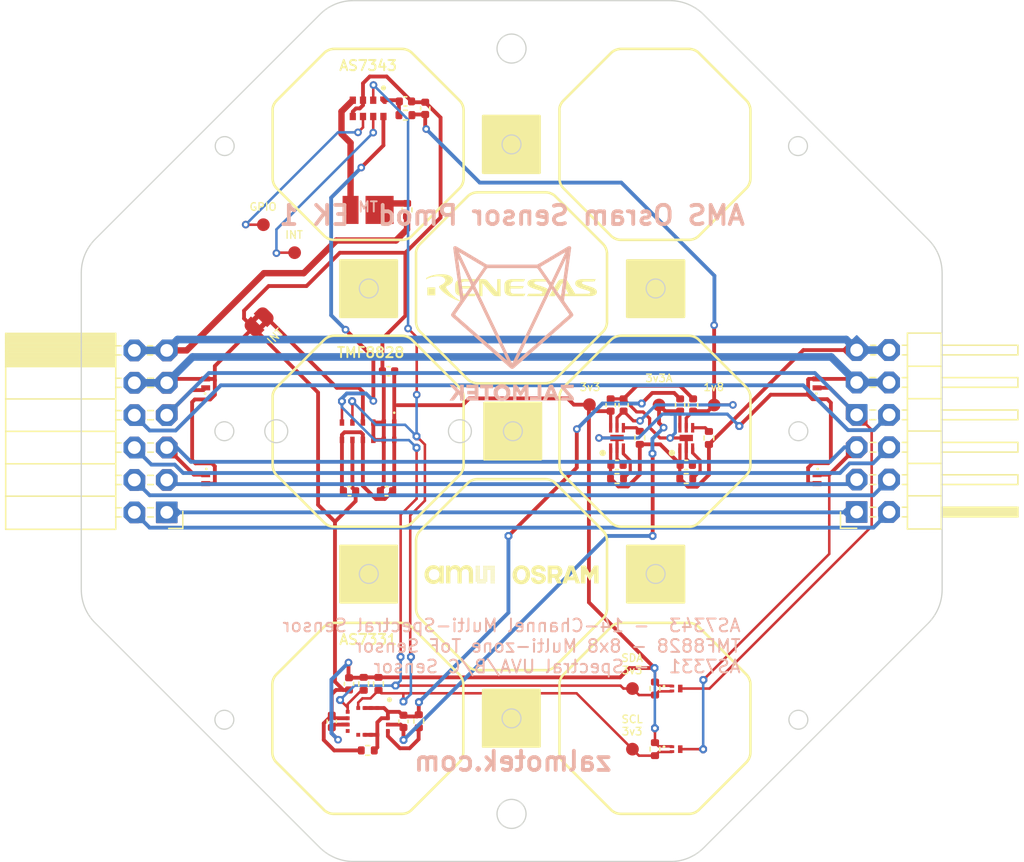
<source format=kicad_pcb>
(kicad_pcb (version 20221018) (generator pcbnew)
  (layers (0 "F.Cu" signal) (31 "B.Cu" signal) (34 "B.Paste" user) (35 "F.Paste" user) (36 "B.SilkS" user "B.Silkscreen") (37 "F.SilkS" user "F.Silkscreen") (38 "B.Mask" user) (39 "F.Mask" user) (44 "Edge.Cuts" user))
  (net 0 "")
  (net 1 "IRQ#")
  (net 2 "VCC")
  (net 3 "RES#")
  (net 4 "EN")
  (net 5 "CS2")
  (net 6 "SCL")
  (net 7 "SDA")
  (net 8 "+1V8")
  (net 9 "INT")
  (net 10 "GND")
  (net 11 "GNDA")
  (net 12 "VDDA")
  (net 13 "CS3")
  (net 14 "SDA_3V3")
  (net 15 "SCL_3V3")
  (net 16 "Net-(A1-VDD)")
  (net 17 "Net-(A1-LDR)")
  (net 18 "Net-(U1-REXT)")
  (net 21 "Net-(A1-GPIO)")
  (net 22 "+3V3")
  (net 23 "Net-(IC2-EN2)")
  (net 24 "Net-(IC2-EN1)")
  (net 25 "Net-(D5-A)")
  (net 26 "Net-(A1-INT)")
  (net 27 "Net-(IC1-INT)")
  (net 28 "Net-(IC3-EN2)")
  (net 29 "Net-(IC3-EN1)")
  (footprint "AS7343-DLGM:XDCR_AS7343-DLGM" (layer "F.Cu") (at 131.046602 77.777 -90)
    (fp_text reference "A1" hide)
    (fp_text value "AS7343-DLGM" hide)
  )
  (footprint "Resistor_SMD:R_0402_1005Metric" (layer "F.Cu") (at 135.02 125.83 90)
    (fp_text reference "Rext1" hide)
    (fp_text value "3.3M" hide)
  )
  (footprint "TestPoint:TestPoint_Pad_D1.0mm" (layer "F.Cu") (at 151.772568 128.02)
    (fp_text reference "TP6" hide)
    (fp_text value "GPIO" hide)
  )
  (footprint "TestPoint:TestPoint_Pad_D1.0mm" (layer "F.Cu") (at 125.285 89.092631)
    (fp_text reference "TP11" hide)
    (fp_text value "GPIO" hide)
  )
  (footprint "TestPoint:TestPoint_Pad_D1.0mm" (layer "F.Cu") (at 122.835 86.9)
    (fp_text reference "TP1" hide)
    (fp_text value "GPIO" hide)
  )
  (footprint "Capacitor_SMD:C_0402_1005Metric" (layer "F.Cu") (at 133.975 77.2345)
    (fp_text reference "C1" hide)
    (fp_text value "1u" hide)
  )
  (footprint "AS7331:AS7331" (layer "F.Cu") (at 131.021703 125.84575 -90)
    (fp_text reference "U1" hide)
    (fp_text value "AS7331" hide)
  )
  (footprint "Resistor_SMD:R_0402_1005Metric" (layer "F.Cu") (at 155.993647 106.800024 180)
    (fp_text reference "R4" hide)
    (fp_text value "100K" hide)
  )
  (footprint "Capacitor_SMD:C_0402_1005Metric" (layer "F.Cu") (at 132.49 107.79 180)
    (fp_text reference "C_VDDV1" hide)
    (fp_text value "100n" hide)
  )
  (footprint "Resistor_SMD:R_0402_1005Metric" (layer "F.Cu") (at 152.35 103.61 90)
    (fp_text reference "R2" hide)
    (fp_text value "100K" hide)
  )
  (footprint "TestPoint:TestPoint_Pad_D1.0mm" (layer "F.Cu") (at 148.399651 101.010024)
    (fp_text reference "TP8" hide)
    (fp_text value "GPIO" hide)
  )
  (footprint "TMF8820:TMF88201AM" (layer "F.Cu") (at 131.046602 103.092214)
    (fp_text reference "IC1" hide)
    (fp_text value "TMF8828" hide)
    (fp_circle (center -7.2 0) (end -6.3 0) (stroke (width 0.1)) (fill none) (layer "Edge.Cuts"))
    (fp_circle (center 7.2 0) (end 8.1 0) (stroke (width 0.1)) (fill none) (layer "Edge.Cuts"))
  )
  (footprint "PMOD:PMOD_6A_Male" (layer "F.Cu") (at 169.356 109.428998 180)
    (fp_text reference locked "PMOD1" hide)
    (fp_text value "PMOD-Device-x2-Type-6A-Extended-I2C" hide)
  )
  (footprint "Resistor_SMD:R_0402_1005Metric" (layer "F.Cu") (at 157.769651 103.621638 90)
    (fp_text reference "R5" hide)
    (fp_text value "100K" hide)
  )
  (footprint "Resistor_SMD:R_0402_1005Metric" (layer "F.Cu") (at 131.86 122.9 -90)
    (fp_text reference "R9" hide)
    (fp_text value "820" hide)
  )
  (footprint "Capacitor_SMD:C_0402_1005Metric" (layer "F.Cu") (at 132.65 98.39 180)
    (fp_text reference "C_VDDC1" hide)
    (fp_text value "100n" hide)
  )
  (footprint "SSM3K72KCT,L3F:SSM3K72KCTL3F" (layer "F.Cu") (at 155.197568 128.02 -90)
    (fp_text reference "Q5" hide)
    (fp_text value "SSM3K72KCT,L3F" hide)
  )
  (footprint "Capacitor_SMD:C_0402_1005Metric" (layer "F.Cu") (at 128.2 125.84575 90)
    (fp_text reference "C4" hide)
    (fp_text value "100n" hide)
  )
  (footprint "Capacitor_SMD:C_0402_1005Metric" (layer "F.Cu") (at 155.513647 101.037798 90)
    (fp_text reference "C7" hide)
    (fp_text value "1u" hide)
  )
  (footprint "LED_SMD:LED_PLCC_2835" (layer "F.Cu") (at 131.046602 85.74 180)
    (fp_text reference "D5" hide)
    (fp_text value "ASMW-LWG0-NEGBE" hide)
  )
  (footprint "PESD3V3X1BL,315:PESD5V0S1BL315" (layer "F.Cu") (at 118.31181 99.34 90)
    (fp_text reference "D1" hide)
    (fp_text value "PESD3V3X1BL,315" hide)
  )
  (footprint "TestPoint:TestPoint_Pad_D1.0mm" (layer "F.Cu") (at 151.772568 123.268655)
    (fp_text reference "TP5" hide)
    (fp_text value "GPIO" hide)
  )
  (footprint "Jumper:SolderJumper-2_P1.3mm_Bridged2Bar_RoundedPad1.0x1.5mm" (layer "F.Cu") (at 122.5 94.515 -135)
    (fp_text reference "JP1" hide)
    (fp_text value "INT_TMF8820" hide)
  )
  (footprint "Capacitor_SMD:C_0402_1005Metric" (layer "F.Cu") (at 135.525 77.777 90)
    (fp_text reference "C2" hide)
    (fp_text value "4.7u" hide)
  )
  (footprint "PMOD:PMOD_6A_Female" (layer "F.Cu") (at 115.26 96.753998)
    (fp_text reference locked "PMOD2" hide)
    (fp_text value "PMOD-Device-x2-Type-6A-Extended-I2C" hide)
  )
  (footprint "Capacitor_SMD:C_0402_1005Metric" (layer "F.Cu") (at 155.993647 105.740024)
    (fp_text reference "C6" hide)
    (fp_text value "1u" hide)
  )
  (footprint "PESD3V3X1BL,315:PESD5V0S1BL315" (layer "F.Cu") (at 118.31181 106.85 -90)
    (fp_text reference "D2" hide)
    (fp_text value "PESD3V3X1BL,315" hide)
  )
  (footprint "Resistor_SMD:R_0402_1005Metric" (layer "F.Cu") (at 133.975 78.3095 180)
    (fp_text reference "R7" hide)
    (fp_text value "22R" hide)
  )
  (footprint "ISL9016IRUNCZ-T:SON50P160X160X55-7N" (layer "F.Cu") (at 150.563651 103.621638 90)
    (fp_text reference "IC3" hide)
    (fp_text value "ISL9016IRUNCZ-T" hide)
  )
  (footprint "Resistor_SMD:R_0402_1005Metric" (layer "F.Cu") (at 150.563651 106.800024 180)
    (fp_text reference "R1" hide)
    (fp_text value "100K" hide)
  )
  (footprint "SSM3K72KCT,L3F:SSM3K72KCTL3F" (layer "F.Cu") (at 155.197568 123.268655 -90)
    (fp_text reference "Q4" hide)
    (fp_text value "SSM3K72KCT,L3F" hide)
  )
  (footprint "Capacitor_SMD:C_0402_1005Metric" (layer "F.Cu") (at 129.59 107.79 180)
    (fp_text reference "C_VDD1" hide)
    (fp_text value "100n" hide)
  )
  (footprint "Capacitor_SMD:C_0402_1005Metric" (layer "F.Cu") (at 150.063651 101.037798 90)
    (fp_text reference "C9" hide)
    (fp_text value "1u" hide)
  )
  (footprint "Resistor_SMD:R_0402_1005Metric" (layer "F.Cu") (at 131.021703 128.12)
    (fp_text reference "R13" hide)
    (fp_text value "0" hide)
  )
  (footprint "Capacitor_SMD:C_0402_1005Metric" (layer "F.Cu") (at 129.55 122.9 90)
    (fp_text reference "C3" hide)
    (fp_text value "100n" hide)
  )
  (footprint "Resistor_SMD:R_0402_1005Metric" (layer "F.Cu") (at 130.7 122.9 -90)
    (fp_text reference "R8" hide)
    (fp_text value "820" hide)
  )
  (footprint "Resistor_SMD:R_0402_1005Metric" (layer "F.Cu") (at 153.542568 123.268655 -90)
    (fp_text reference "R3" hide)
    (fp_text value "10K" hide)
  )
  (footprint "PESD3V3X1BL,315:PESD5V0S1BL315" (layer "F.Cu") (at 166.247637 106.85 -90)
    (fp_text reference "D4" hide)
    (fp_text value "PESD3V3X1BL,315" hide)
  )
  (footprint "Capacitor_SMD:C_0402_1005Metric" (layer "F.Cu") (at 156.529647 101.037798 90)
    (fp_text reference "C5" hide)
    (fp_text value "1u" hide)
  )
  (footprint "TestPoint:TestPoint_Pad_D1.0mm" (layer "F.Cu") (at 153.859651 101.037798)
    (fp_text reference "TP9" hide)
    (fp_text value "GPIO" hide)
  )
  (footprint "PESD3V3X1BL,315:PESD5V0S1BL315" (layer "F.Cu") (at 166.247637 99.34 90)
    (fp_text reference "D3" hide)
    (fp_text value "PESD3V3X1BL,315" hide)
  )
  (footprint "Capacitor_SMD:C_0402_1005Metric" (layer "F.Cu") (at 150.563651 105.740024)
    (fp_text reference "C8" hide)
    (fp_text value "1u" hide)
  )
  (footprint "ISL9016IRUNCZ-T:SON50P160X160X55-7N" (layer "F.Cu") (at 155.993647 103.621638 90)
    (fp_text reference "IC2" hide)
    (fp_text value "ISL9016IRUNCZ-T" hide)
  )
  (footprint "Capacitor_SMD:C_0402_1005Metric" (layer "F.Cu") (at 133.82 125.84 90)
    (fp_text reference "C10" hide)
    (fp_text value "100n" hide)
  )
  (footprint "Resistor_SMD:R_0402_1005Metric" (layer "F.Cu") (at 153.54 128.02 -90)
    (fp_text reference "R14" hide)
    (fp_text value "10K" hide)
  )
  (footprint "Resistor_SMD:R_0402_1005Metric" (layer "F.Cu") (at 134.1 85.74 90)
    (fp_text reference "R6" hide)
    (fp_text value "10" hide)
  )
  (footprint "TestPoint:TestPoint_Pad_D1.0mm" (layer "F.Cu") (at 158.179651 101.037798)
    (fp_text reference "TP10" hide)
    (fp_text value "GPIO" hide)
  )
  (footprint "Capacitor_SMD:C_0402_1005Metric" (layer "F.Cu") (at 151.08 101.037798 90)
    (fp_text reference "C11" hide)
    (fp_text value "1u" hide)
  )
  (gr_poly (pts (xy 147.156877 99.703227) (xy 146.520466 99.703227) (xy 146.988151 100.246506) (xy 147.020878 100.283115) (xy 147.053196 100.318041) (xy 147.083924 100.35244) (xy 147.098323 100.369803) (xy 147.111882 100.387466) (xy 147.124454 100.405576) (xy 147.135889 100.424276) (xy 147.146042 100.44371) (xy 147.150592 100.453747) (xy 147.154765 100.464023) (xy 147.158544 100.474554) (xy 147.16191 100.485359) (xy 147.164844 100.496455) (xy 147.167329 100.507862) (xy 147.169345 100.519597) (xy 147.170875 100.531678) (xy 147.171899 100.544123) (xy 147.1724 100.55695) (xy 147.1724 100.681128) (xy 146.163455 100.681128) (xy 146.179288 100.457607) (xy 146.303155 100.432772) (xy 146.815388 100.432772) (xy 146.345531 99.889494) (xy 146.328723 99.870319) (xy 146.312031 99.851962) (xy 146.279515 99.816976) (xy 146.263952 99.799984) (xy 146.249026 99.783082) (xy 146.234867 99.766089) (xy 146.221605 99.748824) (xy 146.209372 99.731104) (xy 146.198296 99.712747) (xy 146.188508 99.693572) (xy 146.184138 99.68362) (xy 146.180139 99.673396) (xy 146.176527 99.662876) (xy 146.173319 99.652038) (xy 146.170531 99.640858) (xy 146.168178 99.629315) (xy 146.166278 99.617385) (xy 146.164847 99.605046) (xy 146.1639 99.592276) (xy 146.163455 99.57905) (xy 146.163455 99.454872) (xy 147.156877 99.454872)) (stroke (width 0.015522)) (fill solid) (layer "B.SilkS"))
  (gr_poly (pts (xy 137.875779 88.59) (xy 137.890112 88.59102) (xy 137.90393 88.592893) (xy 137.917887 88.595883) (xy 137.931946 88.59988) (xy 137.94607 88.604779) (xy 137.960223 88.610471) (xy 137.974369 88.61685) (xy 137.988471 88.62381) (xy 138.002493 88.631241) (xy 138.016399 88.639039) (xy 138.030152 88.647095) (xy 138.057054 88.663554) (xy 138.107423 88.694863) (xy 138.479956 88.915279) (xy 139.83039 89.71933) (xy 140.156357 89.911806) (xy 140.201507 89.939363) (xy 140.228717 89.955871) (xy 140.257251 89.97277) (xy 140.285785 89.988984) (xy 140.312995 90.00344) (xy 140.32569 90.009675) (xy 140.337557 90.015067) (xy 140.34843 90.019483) (xy 140.358145 90.02279) (xy 140.365541 90.024847) (xy 140.37305 90.02661) (xy 140.380659 90.028102) (xy 140.388353 90.029343) (xy 140.396119 90.030357) (xy 140.403943 90.031166) (xy 140.41971 90.032258) (xy 140.435543 90.032797) (xy 140.45133 90.032962) (xy 140.482323 90.032879) (xy 144.207656 90.032879) (xy 144.23865 90.032962) (xy 144.254437 90.032797) (xy 144.270269 90.032258) (xy 144.286036 90.031166) (xy 144.29386 90.030357) (xy 144.301626 90.029343) (xy 144.309321 90.028102) (xy 144.316929 90.02661) (xy 144.324438 90.024847) (xy 144.331834 90.02279) (xy 144.844068 89.728644) (xy 146.178978 88.933905) (xy 146.582556 88.694863) (xy 146.582556 88.694864) (xy 146.658278 88.647489) (xy 146.675792 88.636899) (xy 146.69308 88.627079) (xy 146.710316 88.618164) (xy 146.72767 88.610287) (xy 146.745313 88.603583) (xy 146.763416 88.598188) (xy 146.772694 88.596022) (xy 146.782151 88.594234) (xy 146.791809 88.59284) (xy 146.801689 88.591857) (xy 146.811813 88.591301) (xy 146.822201 88.59119) (xy 146.832876 88.59154) (xy 146.843858 88.592369) (xy 146.85517 88.593692) (xy 146.866832 88.595527) (xy 146.878866 88.59789) (xy 146.891293 88.600799) (xy 146.899505 88.606182) (xy 146.907098 88.611649) (xy 146.914093 88.617204) (xy 146.920512 88.622846) (xy 146.926374 88.628577) (xy 146.931702 88.634399) (xy 146.936516 88.640313) (xy 146.940836 88.64632) (xy 146.944685 88.652422) (xy 146.948082 88.658621) (xy 146.951048 88.664917) (xy 146.953605 88.671312) (xy 146.955773 88.677807) (xy 146.957574 88.684405) (xy 146.959027 88.691105) (xy 146.960154 88.69791) (xy 146.961515 88.711839) (xy 146.961821 88.726203) (xy 146.961242 88.741013) (xy 146.959943 88.756281) (xy 146.955857 88.788232) (xy 146.950899 88.822146) (xy 146.883998 89.303335) (xy 146.586903 91.460925) (xy 146.454188 92.438825) (xy 146.440063 92.529085) (xy 146.430669 92.590381) (xy 146.421398 92.655768) (xy 146.413509 92.720231) (xy 146.408262 92.778755) (xy 146.407022 92.804222) (xy 146.406915 92.826325) (xy 146.408097 92.844435) (xy 146.410726 92.857925) (xy 146.414855 92.868742) (xy 146.421126 92.881774) (xy 146.429268 92.896709) (xy 146.43901 92.913235) (xy 146.462213 92.949808) (xy 146.48857 92.988991) (xy 146.582247 93.121803) (xy 146.957263 93.665081) (xy 147.010477 93.737713) (xy 147.041494 93.781875) (xy 147.056868 93.805102) (xy 147.07168 93.828782) (xy 147.085578 93.852682) (xy 147.098207 93.87657) (xy 147.109214 93.900211) (xy 147.118245 93.923373) (xy 147.121909 93.934702) (xy 147.124947 93.945823) (xy 147.127314 93.956709) (xy 147.128966 93.967328) (xy 147.129859 93.977653) (xy 147.129948 93.987655) (xy 147.129191 93.997304) (xy 147.127541 94.00657) (xy 147.125227 94.014636) (xy 147.122041 94.022956) (xy 147.118034 94.03151) (xy 147.113252 94.040275) (xy 147.10156 94.058353) (xy 147.087353 94.077017) (xy 147.071021 94.096094) (xy 147.052949 94.115411) (xy 147.033527 94.134794) (xy 147.013143 94.15407) (xy 146.971037 94.191609) (xy 146.929735 94.226641) (xy 146.861956 94.283642) (xy 146.147934 94.911206) (xy 144.642278 96.237425) (xy 143.431545 97.299766) (xy 142.639912 97.996869) (xy 142.564767 98.068759) (xy 142.544109 98.087995) (xy 142.52279 98.106902) (xy 142.500854 98.125063) (xy 142.478345 98.14206) (xy 142.455306 98.157477) (xy 142.443602 98.164462) (xy 142.431782 98.170895) (xy 142.419852 98.176725) (xy 142.407817 98.181899) (xy 142.395682 98.186365) (xy 142.383453 98.19007) (xy 142.371136 98.192963) (xy 142.358736 98.194991) (xy 142.346259 98.196103) (xy 142.333709 98.196246) (xy 142.321093 98.195368) (xy 142.308416 98.193416) (xy 142.295684 98.19034) (xy 142.282901 98.186085) (xy 142.270398 98.179958) (xy 142.254457 98.169945) (xy 142.235562 98.156544) (xy 142.214198 98.140258) (xy 142.165998 98.101029) (xy 142.113728 98.056261) (xy 142.061262 98.009958) (xy 142.012472 97.966123) (xy 141.941412 97.901873) (xy 141.242912 97.286106) (xy 138.681745 95.033365) (xy 137.87459 94.323534) (xy 137.797396 94.259187) (xy 137.74862 94.217992) (xy 137.698374 94.173608) (xy 137.673946 94.150883) (xy 137.650645 94.128155) (xy 137.628971 94.10569) (xy 137.609422 94.083752) (xy 137.592495 94.062606) (xy 137.585171 94.052412) (xy 137.57869 94.042517) (xy 137.573114 94.032951) (xy 137.568505 94.02375) (xy 137.564926 94.014945) (xy 137.562438 94.006569) (xy 137.561187 94.000572) (xy 137.560222 93.99463) (xy 137.559534 93.98874) (xy 137.559111 93.982903) (xy 137.558946 93.977116) (xy 137.559028 93.971379) (xy 137.559347 93.96569) (xy 137.559894 93.960049) (xy 137.561632 93.948904) (xy 137.562653 93.944481) (xy 137.879246 93.944481) (xy 137.879989 93.950534) (xy 137.881773 93.957029) (xy 137.884536 93.963933) (xy 137.888221 93.971214) (xy 137.892766 93.978838) (xy 137.898113 93.986774) (xy 137.910972 94.003449) (xy 137.926319 94.020975) (xy 137.943679 94.039093) (xy 137.962574 94.057539) (xy 137.982527 94.076052) (xy 138.023695 94.112232) (xy 138.063366 94.14554) (xy 138.122944 94.195165) (xy 138.852489 94.838251) (xy 140.109789 95.944365) (xy 140.947989 96.678877) (xy 141.599922 97.253044) (xy 141.679192 97.32489) (xy 141.726252 97.3676) (xy 141.775633 97.41139) (xy 141.825364 97.453673) (xy 141.849744 97.473442) (xy 141.873472 97.491865) (xy 141.896301 97.508619) (xy 141.917986 97.523382) (xy 141.938278 97.535829) (xy 141.956933 97.545638) (xy 141.790225 97.188626) (xy 141.54932 96.676393) (xy 141.418468 96.412515) (xy 140.889936 95.310437) (xy 140.175914 93.820303) (xy 139.935009 93.308069) (xy 139.633412 92.68718) (xy 139.44016 92.283602) (xy 139.44016 92.283603) (xy 139.256067 91.926592) (xy 138.867701 92.485392) (xy 138.2212 93.416726) (xy 137.9626 93.789259) (xy 137.939688 93.822396) (xy 137.925762 93.843024) (xy 137.911784 93.864949) (xy 137.905149 93.876068) (xy 137.898948 93.887114) (xy 137.893332 93.897956) (xy 137.88845 93.908462) (xy 137.884451 93.9185) (xy 137.881484 93.927937) (xy 137.880434 93.932389) (xy 137.879699 93.936642) (xy 137.879297 93.940678) (xy 137.879246 93.944481) (xy 137.562653 93.944481) (xy 137.564165 93.937934) (xy 137.567415 93.92713) (xy 137.571305 93.916482) (xy 137.575757 93.905982) (xy 137.580693 93.895621) (xy 137.586037 93.885387) (xy 137.59171 93.875273) (xy 137.603733 93.855367) (xy 137.616145 93.835825) (xy 137.796979 93.571947) (xy 138.129465 93.090758) (xy 138.167797 93.037611) (xy 138.191738 93.003896) (xy 138.216331 92.968036) (xy 138.23968 92.931993) (xy 138.250295 92.914517) (xy 138.259888 92.897732) (xy 138.268221 92.881882) (xy 138.275057 92.867214) (xy 138.280159 92.853972) (xy 138.28329 92.842403) (xy 138.284374 92.832918) (xy 138.284658 92.820504) (xy 138.28423 92.80556) (xy 138.283176 92.788487) (xy 138.279544 92.749551) (xy 138.274462 92.706893) (xy 138.26275 92.623204) (xy 138.253643 92.563002) (xy 138.103077 91.460924) (xy 137.832369 89.505124) (xy 137.830262 89.489601) (xy 138.091901 89.489601) (xy 138.375647 91.554058) (xy 138.511001 92.563002) (xy 138.52373 92.550533) (xy 138.536839 92.536481) (xy 138.550253 92.521043) (xy 138.563895 92.504416) (xy 138.591566 92.468377) (xy 138.619249 92.429938) (xy 138.646343 92.390669) (xy 138.672245 92.352143) (xy 138.718067 92.283602) (xy 138.976667 91.911069) (xy 138.993592 91.886951) (xy 139.015056 91.857246) (xy 139.039009 91.823756) (xy 139.063398 91.788288) (xy 139.075115 91.770376) (xy 139.086172 91.752645) (xy 139.096312 91.735322) (xy 139.105279 91.718632) (xy 139.111199 91.706197) (xy 139.440057 91.706197) (xy 139.44018 91.709862) (xy 139.440443 91.713509) (xy 139.440828 91.717159) (xy 139.441317 91.720834) (xy 139.44189 91.724555) (xy 139.444662 91.740324) (xy 139.694104 92.252558) (xy 140.22186 93.354636) (xy 141.705163 96.459081) (xy 142.069625 97.219671) (xy 142.069626 97.219671) (xy 142.329467 97.762949) (xy 142.360512 97.762949) (xy 142.464449 97.545637) (xy 142.733044 97.545637) (xy 142.751793 97.535837) (xy 142.772138 97.523413) (xy 142.79384 97.508685) (xy 142.816658 97.491974) (xy 142.840352 97.473598) (xy 142.864682 97.453877) (xy 142.914286 97.41168) (xy 142.963548 97.367941) (xy 143.010545 97.325217) (xy 143.090055 97.253043) (xy 143.726466 96.694243) (xy 145.837488 94.838251) (xy 146.567033 94.195165) (xy 146.626537 94.145561) (xy 146.666466 94.111999) (xy 146.708014 94.075527) (xy 146.728184 94.056886) (xy 146.747307 94.038342) (xy 146.764896 94.020168) (xy 146.780469 94.002641) (xy 146.793541 93.986033) (xy 146.798987 93.978161) (xy 146.803627 93.970621) (xy 146.807399 93.963449) (xy 146.810243 93.956679) (xy 146.812099 93.950345) (xy 146.812906 93.944481) (xy 146.812889 93.940785) (xy 146.812503 93.936841) (xy 146.811767 93.932664) (xy 146.810701 93.928274) (xy 146.80766 93.918921) (xy 146.803536 93.90892) (xy 146.79849 93.898412) (xy 146.792679 93.887537) (xy 146.786261 93.876432) (xy 146.779397 93.86524) (xy 146.764957 93.843147) (xy 146.750629 93.822374) (xy 146.727378 93.789258) (xy 146.479178 93.432247) (xy 145.791233 92.438824) (xy 145.607546 92.167806) (xy 145.55288 92.090547) (xy 145.501027 92.020815) (xy 145.477143 91.990542) (xy 145.455145 91.964275) (xy 145.435429 91.942721) (xy 145.418389 91.92659) (xy 145.2835 92.20599) (xy 144.76304 93.292546) (xy 143.44303 96.055502) (xy 143.08602 96.80057) (xy 142.733044 97.545637) (xy 142.464449 97.545637) (xy 142.620354 97.219671) (xy 142.984816 96.459081) (xy 144.46812 93.354636) (xy 145.011397 92.221513) (xy 145.245317 91.740324) (xy 145.248089 91.724555) (xy 145.24915 91.717159) (xy 145.249535 91.713509) (xy 145.249799 91.709862) (xy 145.249922 91.706197) (xy 145.249887 91.702492) (xy 145.249675 91.698726) (xy 145.249268 91.694878) (xy 145.248647 91.690926) (xy 145.247793 91.68685) (xy 145.24669 91.682626) (xy 145.245317 91.678235) (xy 145.244465 91.673507) (xy 145.242788 91.667859) (xy 145.239046 91.658693) (xy 145.565644 91.658693) (xy 145.565694 91.662713) (xy 145.566315 91.668518) (xy 145.567627 91.674906) (xy 145.572169 91.689273) (xy 145.57901 91.705497) (xy 145.587838 91.723264) (xy 145.598341 91.74226) (xy 145.610207 91.762168) (xy 145.623126 91.782673) (xy 145.636786 91.803461) (xy 145.665082 91.844623) (xy 145.692603 91.883134) (xy 145.735352 91.942113) (xy 146.163455 92.563002) (xy 146.21235 92.283602) (xy 146.276302 91.817935) (xy 146.385113 91.026302) (xy 146.490199 90.265713) (xy 146.560515 89.753479) (xy 146.560514 89.753479) (xy 146.582555 89.489601) (xy 146.354534 89.97079) (xy 145.849285 91.026302) (xy 145.633526 91.476447) (xy 145.614698 91.5176) (xy 145.603237 91.543131) (xy 145.591752 91.570046) (xy 145.581249 91.596901) (xy 145.576681 91.609857) (xy 145.572735 91.622258) (xy 145.569538 91.633925) (xy 145.567215 91.644676) (xy 145.565892 91.654332) (xy 145.565644 91.658693) (xy 145.239046 91.658693) (xy 145.237149 91.654047) (xy 145.228791 91.637278) (xy 145.218104 91.618029) (xy 145.205478 91.596779) (xy 145.191303 91.574006) (xy 145.159867 91.525807) (xy 145.126917 91.477259) (xy 145.095576 91.432189) (xy 145.050203 91.367791) (xy 144.491402 90.560635) (xy 144.44982 90.498529) (xy 144.423541 90.459612) (xy 144.395184 90.419441) (xy 144.380596 90.399821) (xy 144.365931 90.381009) (xy 144.35134 90.36338) (xy 144.336968 90.347309) (xy 144.322965 90.333168) (xy 144.309479 90.321332) (xy 144.302975 90.316395) (xy 144.296656 90.312175) (xy 144.29054 90.308717) (xy 144.284646 90.30607) (xy 144.279069 90.304124) (xy 144.273084 90.302461) (xy 144.266744 90.301061) (xy 144.260104 90.2999) (xy 144.253218 90.298958) (xy 144.246139 90.298212) (xy 144.231619 90.297223) (xy 144.216975 90.296757) (xy 144.202638 90.296641) (xy 144.176612 90.296757) (xy 140.513367 90.296757) (xy 140.487341 90.296641) (xy 140.473004 90.296757) (xy 140.45836 90.297223) (xy 140.451058 90.297641) (xy 140.44384 90.298212) (xy 140.436761 90.298958) (xy 140.429875 90.2999) (xy 140.423235 90.301061) (xy 140.416895 90.302461) (xy 140.41091 90.304124) (xy 140.405333 90.30607) (xy 140.399438 90.308717) (xy 140.393323 90.312175) (xy 140.387004 90.316395) (xy 140.3805 90.321332) (xy 140.367014 90.333168) (xy 140.35301 90.347309) (xy 140.338639 90.36338) (xy 140.324047 90.381009) (xy 140.309383 90.399821) (xy 140.294795 90.419441) (xy 140.266437 90.459612) (xy 140.240159 90.498529) (xy 140.198576 90.560635) (xy 139.639776 91.367791) (xy 139.594403 91.432189) (xy 139.563061 91.477259) (xy 139.530112 91.525807) (xy 139.498676 91.574006) (xy 139.484501 91.596779) (xy 139.471874 91.618029) (xy 139.461187 91.637278) (xy 139.452829 91.654047) (xy 139.447191 91.667859) (xy 139.445513 91.673507) (xy 139.444662 91.678235) (xy 139.443289 91.682626) (xy 139.442185 91.68685) (xy 139.441332 91.690926) (xy 139.440711 91.694878) (xy 139.440304 91.698726) (xy 139.440092 91.702492) (xy 139.440057 91.706197) (xy 139.111199 91.706197) (xy 139.112816 91.702801) (xy 139.118667 91.688053) (xy 139.12088 91.681157) (xy 139.122575 91.674616) (xy 139.12372 91.668458) (xy 139.124284 91.662713) (xy 139.124087 91.654332) (xy 139.122763 91.644676) (xy 139.12044 91.633925) (xy 139.117243 91.622258) (xy 139.113297 91.609857) (xy 139.108729 91.596901) (xy 139.098226 91.570046) (xy 139.086741 91.543131) (xy 139.07528 91.5176) (xy 139.056452 91.476447) (xy 138.856215 91.057346) (xy 138.506965 90.327802) (xy 138.376113 90.063924) (xy 138.091901 89.489601) (xy 137.830262 89.489601) (xy 137.769142 89.039457) (xy 138.15399 89.039457) (xy 138.429354 89.613779) (xy 139.012524 90.840035) (xy 139.287112 91.414358) (xy 139.295549 91.409564) (xy 139.304144 91.40389) (xy 139.321743 91.390103) (xy 139.339782 91.373395) (xy 139.358133 91.354168) (xy 139.376669 91.332822) (xy 139.395262 91.30976) (xy 139.413784 91.285381) (xy 139.432109 91.260086) (xy 139.467653 91.208353) (xy 139.500875 91.157768) (xy 139.556267 91.072868) (xy 139.964967 90.483024) (xy 140.06105 90.347922) (xy 140.083988 90.313351) (xy 140.094892 90.29577) (xy 140.105322 90.277949) (xy 140.115204 90.259855) (xy 140.124466 90.241458) (xy 140.133034 90.222725) (xy 140.140834 90.203624) (xy 144.549147 90.203624) (xy 144.556947 90.222725) (xy 144.565515 90.241458) (xy 144.574776 90.259855) (xy 144.584659 90.277949) (xy 144.595088 90.29577) (xy 144.605992 90.313351) (xy 144.617298 90.330725) (xy 144.628931 90.347922) (xy 144.652888 90.381919) (xy 144.677277 90.415597) (xy 144.701515 90.449213) (xy 144.725013 90.483024) (xy 145.133713 91.072868) (xy 145.189105 91.157768) (xy 145.222327 91.208353) (xy 145.257871 91.260086) (xy 145.276196 91.285381) (xy 145.294718 91.30976) (xy 145.313311 91.332822) (xy 145.331847 91.354168) (xy 145.350198 91.373395) (xy 145.368237 91.390103) (xy 145.3771 91.397387) (xy 145.385837 91.40389) (xy 145.394431 91.409564) (xy 145.402869 91.414358) (xy 145.66271 90.87108) (xy 146.08243 89.986313) (xy 146.247587 89.644823) (xy 146.439442 89.241246) (xy 146.439443 89.241246) (xy 146.520468 89.039457) (xy 145.946146 89.374737) (xy 145.123468 89.865239) (xy 144.549147 90.203624) (xy 140.140834 90.203624) (xy 139.783823 89.992832) (xy 138.790401 89.402677) (xy 138.402345 89.172948) (xy 138.15399 89.039457) (xy 137.769142 89.039457) (xy 137.737529 88.806623) (xy 137.735542 88.783501) (xy 137.734191 88.760974) (xy 137.73367 88.739191) (xy 137.734172 88.718299) (xy 137.734866 88.708234) (xy 137.735888 88.698447) (xy 137.737263 88.688957) (xy 137.739013 88.679783) (xy 137.741163 88.670942) (xy 137.743738 88.662454) (xy 137.746761 88.654336) (xy 137.750257 88.646608) (xy 137.754249 88.639288) (xy 137.758762 88.632395) (xy 137.76382 88.625946) (xy 137.769446 88.619961) (xy 137.775666 88.614458) (xy 137.782502 88.609455) (xy 137.78998 88.604971) (xy 137.798123 88.601024) (xy 137.806956 88.597633) (xy 137.816502 88.594817) (xy 137.826786 88.592594) (xy 137.837831 88.590982) (xy 137.849662 88.59) (xy 137.862304 88.589667)) (stroke (width 0.015522)) (fill solid) (layer "B.SilkS"))
  (gr_poly (pts (xy 145.455096 99.455177) (xy 145.466034 99.455641) (xy 145.471511 99.456051) (xy 145.476965 99.456618) (xy 145.482374 99.45737) (xy 145.487716 99.458337) (xy 145.492967 99.459546) (xy 145.498107 99.461027) (xy 145.503114 99.462808) (xy 145.507964 99.464918) (xy 145.512637 99.467385) (xy 145.5149 99.468762) (xy 145.51711 99.470238) (xy 145.520871 99.473263) (xy 145.524781 99.47715) (xy 145.532996 99.487301) (xy 145.541647 99.500271) (xy 145.550628 99.515641) (xy 145.55983 99.53299) (xy 145.569148 99.551898) (xy 145.587697 99.592709) (xy 145.605416 99.634714) (xy 145.621448 99.67455) (xy 145.645013 99.734272) (xy 145.645013 99.734271) (xy 146.039278 100.681127) (xy 145.975057 100.6829) (xy 145.933801 100.683869) (xy 145.890478 100.683786) (xy 145.868984 100.683089) (xy 145.848107 100.681817) (xy 145.828224 100.679866) (xy 145.809711 100.677133) (xy 145.792948 100.673513) (xy 145.778311 100.668901) (xy 145.771909 100.666192) (xy 145.766179 100.663196) (xy 145.76117 100.6599) (xy 145.756929 100.656292) (xy 145.753117 100.652204) (xy 145.749391 100.647537) (xy 145.742155 100.636616) (xy 145.735147 100.623846) (xy 145.728294 100.609541) (xy 145.714761 100.57759) (xy 145.70097 100.54329) (xy 145.693795 100.526047) (xy 145.686335 100.509164) (xy 145.678518 100.492956) (xy 145.67027 100.477738) (xy 145.661519 100.463826) (xy 145.656931 100.457458) (xy 145.65219 100.451535) (xy 145.647286 100.446097) (xy 145.642211 100.441182) (xy 145.636955 100.436831) (xy 145.631508 100.433082) (xy 145.626912 100.430674) (xy 145.621285 100.428477) (xy 145.607198 100.424685) (xy 145.589766 100.421636) (xy 145.569507 100.419257) (xy 145.546937 100.417479) (xy 145.522575 100.41623) (xy 145.470543 100.415037) (xy 145.41755 100.41511) (xy 145.367737 100.415881) (xy 145.294211 100.417249) (xy 145.264745 100.417038) (xy 145.248702 100.417225) (xy 145.240559 100.417522) (xy 145.232413 100.418006) (xy 145.224324 100.418714) (xy 145.216349 100.419682) (xy 145.20855 100.42095) (xy 145.200983 100.422554) (xy 145.193708 100.424531) (xy 145.186784 100.42692) (xy 145.180269 100.429758) (xy 145.177184 100.431357) (xy 145.174224 100.433082) (xy 145.168409 100.437102) (xy 145.16283 100.441768) (xy 145.157473 100.447037) (xy 145.152324 100.452865) (xy 145.147371 100.459208) (xy 145.1426 100.466022) (xy 145.133548 100.480891) (xy 145.125062 100.49712) (xy 145.117032 100.514359) (xy 145.10191 100.550469) (xy 145.087319 100.586419) (xy 145.079953 100.603458) (xy 145.072396 100.619407) (xy 145.064539 100.633916) (xy 145.056276 100.646633) (xy 145.051957 100.652211) (xy 145.047496 100.657209) (xy 145.04288 100.661585) (xy 145.038094 100.665295) (xy 145.034136 100.667607) (xy 145.029313 100.669719) (xy 145.017288 100.673373) (xy 145.002451 100.676324) (xy 144.985236 100.678639) (xy 144.966077 100.680385) (xy 144.945406 100.681628) (xy 144.901266 100.682874) (xy 144.856281 100.682912) (xy 144.813919 100.682277) (xy 144.750933 100.681128) (xy 144.964392 100.168894) (xy 145.263166 100.168894) (xy 145.527043 100.168894) (xy 145.52358 100.152456) (xy 145.518704 100.133385) (xy 145.505324 100.088926) (xy 145.488121 100.038689) (xy 145.468311 99.985848) (xy 145.447112 99.933575) (xy 145.425739 99.885041) (xy 145.415369 99.863168) (xy 145.405411 99.84342) (xy 145.396019 99.826192) (xy 145.387344 99.811883) (xy 145.263166 100.168894) (xy 144.964392 100.168894) (xy 145.145508 99.734272) (xy 145.170516 99.670912) (xy 145.186984 99.629486) (xy 145.205288 99.58619) (xy 145.214939 99.564926) (xy 145.224821 99.544495) (xy 145.23486 99.525332) (xy 145.244979 99.507871) (xy 145.255102 99.492545) (xy 145.265154 99.479789) (xy 145.27013 99.47451) (xy 145.27506 99.470036) (xy 145.279933 99.466421) (xy 145.284742 99.46372) (xy 145.289059 99.461959) (xy 145.293768 99.460449) (xy 145.298817 99.45917) (xy 145.304155 99.458102) (xy 145.309729 99.457228) (xy 145.315487 99.456527) (xy 145.321379 99.455981) (xy 145.327351 99.45557) (xy 145.339331 99.455079) (xy 145.351013 99.454901) (xy 145.371822 99.454872) (xy 145.433911 99.454872)) (stroke (width 0.015522)) (fill solid) (layer "B.SilkS"))
  (gr_poly (pts (xy 143.61781 100.650084) (xy 143.33841 100.650084) (xy 143.33841 99.905017) (xy 143.012444 100.386205) (xy 142.9814 100.386205) (xy 142.686477 99.920539) (xy 142.670955 100.199939) (xy 142.670955 100.665605) (xy 142.422599 100.665605) (xy 142.422599 99.454872) (xy 142.696101 99.46372) (xy 142.795132 99.594571) (xy 142.996922 99.951583) (xy 143.027966 99.951583) (xy 143.223546 99.610094) (xy 143.326148 99.470705) (xy 143.61781 99.454872)) (stroke (width 0.015522)) (fill solid) (layer "B.SilkS"))
  (gr_poly (pts (xy 140.839332 99.718749) (xy 140.482321 99.718749) (xy 140.482321 100.681128) (xy 140.202921 100.681128) (xy 140.202921 99.718749) (xy 139.830388 99.718749) (xy 139.830388 99.454872) (xy 140.839332 99.454872)) (stroke (width 0.015522)) (fill solid) (layer "B.SilkS"))
  (gr_poly (pts (xy 141.553821 99.409838) (xy 141.564397 99.410254) (xy 141.575329 99.410878) (xy 141.599922 99.412341) (xy 141.665617 99.423285) (xy 141.695023 99.42857) (xy 141.722506 99.434029) (xy 141.748344 99.439886) (xy 141.772815 99.446366) (xy 141.796196 99.453692) (xy 141.818766 99.46209) (xy 141.840803 99.471783) (xy 141.862586 99.482995) (xy 141.884391 99.49595) (xy 141.906498 99.510873) (xy 141.929184 99.527989) (xy 141.952728 99.54752) (xy 141.977407 99.569692) (xy 142.0035 99.594728) (xy 142.022891 99.614117) (xy 142.040322 99.632119) (xy 142.048412 99.640816) (xy 142.056144 99.649426) (xy 142.063562 99.658035) (xy 142.070711 99.666731) (xy 142.077634 99.675599) (xy 142.084376 99.684727) (xy 142.090981 99.694201) (xy 142.097492 99.704108) (xy 142.103954 99.714534) (xy 142.110411 99.725566) (xy 142.116907 99.737291) (xy 142.123487 99.749794) (xy 142.141363 99.787702) (xy 142.156603 99.826312) (xy 142.169248 99.865499) (xy 142.179343 99.905141) (xy 142.186929 99.945113) (xy 142.19205 99.985292) (xy 142.194748 100.025553) (xy 142.195066 100.065774) (xy 142.193047 100.105829) (xy 142.188733 100.145595) (xy 142.182168 100.184948) (xy 142.173394 100.223765) (xy 142.162454 100.261921) (xy 142.14939 100.299293) (xy 142.134246 100.335756) (xy 142.117064 100.371188) (xy 142.097887 100.405463) (xy 142.076758 100.438459) (xy 142.05372 100.470051) (xy 142.028815 100.500115) (xy 142.002086 100.528528) (xy 141.973575 100.555166) (xy 141.943327 100.579904) (xy 141.911383 100.602619) (xy 141.877786 100.623188) (xy 141.842579 100.641486) (xy 141.805805 100.657389) (xy 141.767506 100.670773) (xy 141.727726 100.681516) (xy 141.686506 100.689492) (xy 141.643891 100.694578) (xy 141.599922 100.69665) (xy 141.539871 100.696895) (xy 141.510894 100.696477) (xy 141.482528 100.695522) (xy 141.454705 100.693897) (xy 141.427357 100.691468) (xy 141.400419 100.688104) (xy 141.373822 100.683669) (xy 141.347499 100.678033) (xy 141.321385 100.671061) (xy 141.295411 100.662621) (xy 141.26951 100.652579) (xy 141.243615 100.640803) (xy 141.21766 100.627159) (xy 141.191577 100.611515) (xy 141.1653 100.593738) (xy 141.120255 100.55876) (xy 141.079406 100.521493) (xy 141.042693 100.482153) (xy 141.010057 100.440957) (xy 140.981436 100.398121) (xy 140.956771 100.353861) (xy 140.936001 100.308393) (xy 140.919066 100.261935) (xy 140.905907 100.214703) (xy 140.896463 100.166912) (xy 140.890673 100.11878) (xy 140.888622 100.073687) (xy 141.205737 100.073687) (xy 141.205866 100.102186) (xy 141.208 100.130587) (xy 141.21212 100.158735) (xy 141.21821 100.186473) (xy 141.226252 100.213646) (xy 141.236226 100.240099) (xy 141.248117 100.265676) (xy 141.261905 100.290221) (xy 141.277573 100.313579) (xy 141.295103 100.335595) (xy 141.314477 100.356112) (xy 141.335677 100.374976) (xy 141.358686 100.39203) (xy 141.383485 100.407118) (xy 141.410056 100.420087) (xy 141.438382 100.430779) (xy 141.468445 100.439039) (xy 141.500227 100.444712) (xy 141.53371 100.447642) (xy 141.568877 100.447673) (xy 141.597762 100.445396) (xy 141.625441 100.441016) (xy 141.651894 100.434635) (xy 141.6771 100.426353) (xy 141.701041 100.416269) (xy 141.723695 100.404484) (xy 141.745044 100.391097) (xy 141.765068 100.37621) (xy 141.783746 100.359922) (xy 141.80106 100.342333) (xy 141.816988 100.323544) (xy 141.831513 100.303654) (xy 141.844613 100.282764) (xy 141.856269 100.260973) (xy 141.866461 100.238382) (xy 141.875169 100.215092) (xy 141.882374 100.191202) (xy 141.888056 100.166812) (xy 141.892195 100.142022) (xy 141.894771 100.116933) (xy 141.895764 100.091645) (xy 141.895155 100.066257) (xy 141.892924 100.040871) (xy 141.889052 100.015585) (xy 141.883517 99.990501) (xy 141.876301 99.965718) (xy 141.867384 99.941337) (xy 141.856746 99.917457) (xy 141.844367 99.894179) (xy 141.830228 99.871603) (xy 141.814308 99.849829) (xy 141.796588 99.828957) (xy 141.784534 99.816457) (xy 141.77223 99.805) (xy 141.759669 99.794532) (xy 141.746841 99.785003) (xy 141.733738 99.776358) (xy 141.72035 99.768545) (xy 141.706669 99.761513) (xy 141.692686 99.755208) (xy 141.678391 99.749577) (xy 141.663777 99.744569) (xy 141.648834 99.740131) (xy 141.633553 99.73621) (xy 141.617926 99.732754) (xy 141.601943 99.72971) (xy 141.585597 99.727026) (xy 141.568877 99.724648) (xy 141.555831 99.725047) (xy 141.54273 99.72584) (xy 141.529597 99.727031) (xy 141.516458 99.728623) (xy 141.503335 99.730623) (xy 141.490255 99.733033) (xy 141.47724 99.735858) (xy 141.464315 99.739103) (xy 141.451505 99.742772) (xy 141.438834 99.746869) (xy 141.426326 99.751398) (xy 141.414006 99.756364) (xy 141.401898 99.761771) (xy 141.390026 99.767624) (xy 141.378414 99.773927) (xy 141.367088 99.780683) (xy 141.341762 99.798223) (xy 141.318657 99.817533) (xy 141.297752 99.838455) (xy 141.279032 99.860835) (xy 141.262477 99.884518) (xy 141.24807 99.909347) (xy 141.235794 99.935167) (xy 141.22563 99.961823) (xy 141.21756 99.989158) (xy 141.211566 100.017018) (xy 141.207631 100.045246) (xy 141.205737 100.073687) (xy 140.888622 100.073687) (xy 140.888478 100.070523) (xy 140.889818 100.022356) (xy 140.894632 99.974498) (xy 140.902859 99.927163) (xy 140.914441 99.880569) (xy 140.929317 99.834931) (xy 140.947426 99.790467) (xy 140.968709 99.747392) (xy 140.993105 99.705924) (xy 141.020554 99.666277) (xy 141.050996 99.62867) (xy 141.08437 99.593318) (xy 141.120618 99.560437) (xy 141.159677 99.530245) (xy 141.201489 99.502957) (xy 141.245993 99.47879) (xy 141.293129 99.45796) (xy 141.342837 99.440684) (xy 141.395056 99.427178) (xy 141.449727 99.417658) (xy 141.506789 99.412341) (xy 141.513626 99.411528) (xy 141.520086 99.410883) (xy 141.52622 99.410395) (xy 141.53208 99.410049) (xy 141.537719 99.409834) (xy 141.543187 99.409735)) (stroke (width 0.015522)) (fill solid) (layer "B.SilkS"))
  (gr_poly (pts (xy 144.626755 100.665605) (xy 143.741988 100.665605) (xy 143.741988 100.41725) (xy 144.347355 100.41725) (xy 144.347355 99.454872) (xy 144.626755 99.454872)) (stroke (width 0.015522)) (fill solid) (layer "B.SilkS"))
  (gr_poly (pts (xy 139.690688 100.665605) (xy 138.759355 100.665605) (xy 138.775187 100.442085) (xy 138.899055 100.41725) (xy 139.411288 100.41725) (xy 139.411288 100.184417) (xy 138.836966 100.184417) (xy 138.836966 99.936061) (xy 139.411288 99.936061) (xy 139.411288 99.703227) (xy 138.759355 99.703227) (xy 138.759355 99.454872) (xy 139.690688 99.454872)) (stroke (width 0.015522)) (fill solid) (layer "B.SilkS"))
  (gr_poly (pts (xy 138.542044 100.681128) (xy 138.262644 100.681128) (xy 138.25333 100.339639) (xy 138.138466 100.184417) (xy 137.883591 100.525906) (xy 137.839195 100.589581) (xy 137.829268 100.603188) (xy 137.819365 100.61581) (xy 137.809264 100.627416) (xy 137.798743 100.637976) (xy 137.793255 100.642854) (xy 137.78758 100.647459) (xy 137.781688 100.651787) (xy 137.775552 100.655834) (xy 137.769145 100.659597) (xy 137.762439 100.663072) (xy 137.755405 100.666255) (xy 137.748017 100.669142) (xy 137.740245 100.671729) (xy 137.732064 100.674012) (xy 137.723444 100.675989) (xy 137.714358 100.677654) (xy 137.704778 100.679004) (xy 137.694677 100.680036) (xy 137.684027 100.680745) (xy 137.672799 100.681128) (xy 137.439966 100.681128) (xy 137.791234 100.184417) (xy 137.823401 100.142606) (xy 137.843733 100.115481) (xy 137.854104 100.101074) (xy 137.864285 100.086374) (xy 137.874032 100.071586) (xy 137.883098 100.056912) (xy 137.891241 100.042554) (xy 137.898213 100.028717) (xy 137.903772 100.015602) (xy 137.905944 100.009379) (xy 137.907671 100.003414) (xy 137.908922 99.99773) (xy 137.909667 99.992354) (xy 137.909874 99.987311) (xy 137.909513 99.982627) (xy 137.908809 99.97897) (xy 137.907729 99.975139) (xy 137.906294 99.971146) (xy 137.904525 99.967005) (xy 137.902442 99.962727) (xy 137.900066 99.958327) (xy 137.89452 99.949208) (xy 137.888051 99.939753) (xy 137.880826 99.930063) (xy 137.87301 99.920241) (xy 137.86477 99.910391) (xy 137.847682 99.891017) (xy 137.830888 99.872766) (xy 137.815717 99.856462) (xy 137.803496 99.842927) (xy 137.785248 99.822538) (xy 137.764649 99.800628) (xy 137.718015 99.75311) (xy 137.6143 99.649307) (xy 137.563677 99.596468) (xy 137.540086 99.570568) (xy 137.518181 99.545301) (xy 137.498365 99.520882) (xy 137.481042 99.497528) (xy 137.466615 99.475452) (xy 137.460614 99.464962) (xy 137.455488 99.454872) (xy 137.780834 99.464185) (xy 137.921155 99.594571) (xy 138.262644 99.967106) (xy 138.262644 99.454872) (xy 138.542044 99.454872)) (stroke (width 0.015522)) (fill solid) (layer "B.SilkS"))
  (gr_poly (pts (xy 140.232579 114.222712) (xy 140.23493 114.222891) (xy 140.237247 114.223185) (xy 140.239527 114.223592) (xy 140.241768 114.224109) (xy 140.243965 114.224733) (xy 140.246116 114.225461) (xy 140.248219 114.22629) (xy 140.25027 114.227217) (xy 140.252266 114.22824) (xy 140.254205 114.229355) (xy 140.256084 114.230559) (xy 140.257899 114.23185) (xy 140.259648 114.233225) (xy 140.261328 114.23468) (xy 140.262937 114.236213) (xy 140.26447 114.237821) (xy 140.265925 114.239501) (xy 140.267299 114.24125) (xy 140.26859 114.243066) (xy 140.269795 114.244944) (xy 140.27091 114.246883) (xy 140.271932 114.24888) (xy 140.272859 114.250931) (xy 140.273688 114.253033) (xy 140.274416 114.255185) (xy 140.27504 114.257382) (xy 140.275557 114.259622) (xy 140.275965 114.261902) (xy 140.276259 114.264219) (xy 140.276438 114.266571) (xy 140.276498 114.268954) (xy 140.276438 114.271336) (xy 140.276259 114.273688) (xy 140.275965 114.276005) (xy 140.275557 114.278285) (xy 140.27504 114.280525) (xy 140.274416 114.282722) (xy 140.273688 114.284874) (xy 140.272859 114.286976) (xy 140.271932 114.289027) (xy 140.27091 114.291024) (xy 140.269795 114.292963) (xy 140.26859 114.294841) (xy 140.267299 114.296657) (xy 140.265925 114.298406) (xy 140.26447 114.300086) (xy 140.262937 114.301694) (xy 140.261328 114.303227) (xy 140.259648 114.304682) (xy 140.257899 114.306057) (xy 140.256084 114.307348) (xy 140.254205 114.308552) (xy 140.252266 114.309667) (xy 140.25027 114.31069) (xy 140.248219 114.311617) (xy 140.246116 114.312446) (xy 140.243965 114.313174) (xy 140.241768 114.313798) (xy 140.239527 114.314315) (xy 140.237247 114.314722) (xy 140.23493 114.315017) (xy 140.232579 114.315195) (xy 140.230196 114.315256) (xy 140.227813 114.315195) (xy 140.225462 114.315017) (xy 140.223145 114.314722) (xy 140.220865 114.314315) (xy 140.218624 114.313798) (xy 140.216427 114.313174) (xy 140.214276 114.312446) (xy 140.212173 114.311617) (xy 140.210122 114.31069) (xy 140.208126 114.309667) (xy 140.206187 114.308552) (xy 140.204308 114.307348) (xy 140.202493 114.306057) (xy 140.200744 114.304682) (xy 140.199064 114.303227) (xy 140.197456 114.301694) (xy 140.195923 114.300086) (xy 140.194467 114.298406) (xy 140.193093 114.296657) (xy 140.191802 114.294841) (xy 140.190597 114.292963) (xy 140.189483 114.291024) (xy 140.18846 114.289027) (xy 140.187533 114.286976) (xy 140.186704 114.284874) (xy 140.185976 114.282722) (xy 140.185352 114.280525) (xy 140.184835 114.278285) (xy 140.184428 114.276005) (xy 140.184133 114.273688) (xy 140.183954 114.271336) (xy 140.183894 114.268954) (xy 140.183954 114.266571) (xy 140.184133 114.264219) (xy 140.184428 114.261902) (xy 140.184835 114.259622) (xy 140.185352 114.257382) (xy 140.185976 114.255185) (xy 140.186704 114.253033) (xy 140.187533 114.250931) (xy 140.18846 114.24888) (xy 140.189483 114.246883) (xy 140.190597 114.244944) (xy 140.191802 114.243066) (xy 140.193093 114.24125) (xy 140.194467 114.239501) (xy 140.195923 114.237821) (xy 140.197456 114.236213) (xy 140.199064 114.23468) (xy 140.200744 114.233225) (xy 140.202493 114.23185) (xy 140.204308 114.230559) (xy 140.206187 114.229355) (xy 140.208126 114.22824) (xy 140.210122 114.227217) (xy 140.212173 114.22629) (xy 140.214276 114.225461) (xy 140.216427 114.224733) (xy 140.218624 114.224109) (xy 140.220865 114.223592) (xy 140.223145 114.223185) (xy 140.225462 114.222891) (xy 140.227813 114.222712) (xy 140.230196 114.222651)) (fill solid) (layer "F.SilkS"))
  (gr_poly (pts (xy 140.232579 114.685733) (xy 140.23493 114.685911) (xy 140.237247 114.686206) (xy 140.239527 114.686613) (xy 140.241768 114.68713) (xy 140.243965 114.687754) (xy 140.246116 114.688482) (xy 140.248219 114.689311) (xy 140.25027 114.690238) (xy 140.252266 114.691261) (xy 140.254205 114.692376) (xy 140.256084 114.69358) (xy 140.257899 114.694871) (xy 140.259648 114.696245) (xy 140.261328 114.697701) (xy 140.262937 114.699234) (xy 140.26447 114.700842) (xy 140.265925 114.702522) (xy 140.267299 114.704271) (xy 140.26859 114.706086) (xy 140.269795 114.707965) (xy 140.27091 114.709904) (xy 140.271932 114.711901) (xy 140.272859 114.713952) (xy 140.273688 114.716054) (xy 140.274416 114.718206) (xy 140.27504 114.720403) (xy 140.275557 114.722643) (xy 140.275965 114.724923) (xy 140.276259 114.72724) (xy 140.276438 114.729592) (xy 140.276498 114.731974) (xy 140.276438 114.734357) (xy 140.276259 114.736709) (xy 140.275965 114.739026) (xy 140.275557 114.741306) (xy 140.27504 114.743546) (xy 140.274416 114.745743) (xy 140.273688 114.747895) (xy 140.272859 114.749997) (xy 140.271932 114.752048) (xy 140.27091 114.754045) (xy 140.269795 114.755984) (xy 140.26859 114.757862) (xy 140.267299 114.759678) (xy 140.265925 114.761427) (xy 140.26447 114.763107) (xy 140.262937 114.764715) (xy 140.261328 114.766248) (xy 140.259648 114.767703) (xy 140.257899 114.769078) (xy 140.256084 114.770369) (xy 140.254205 114.771573) (xy 140.252266 114.772688) (xy 140.25027 114.773711) (xy 140.248219 114.774638) (xy 140.246116 114.775467) (xy 140.243965 114.776195) (xy 140.241768 114.776819) (xy 140.239527 114.777336) (xy 140.237247 114.777743) (xy 140.23493 114.778037) (xy 140.232579 114.778216) (xy 140.230196 114.778276) (xy 140.227813 114.778216) (xy 140.225462 114.778037) (xy 140.223145 114.777743) (xy 140.220865 114.777336) (xy 140.218624 114.776819) (xy 140.216427 114.776195) (xy 140.214276 114.775467) (xy 140.212173 114.774638) (xy 140.210122 114.773711) (xy 140.208126 114.772688) (xy 140.206187 114.771573) (xy 140.204308 114.770369) (xy 140.202493 114.769078) (xy 140.200744 114.767703) (xy 140.199064 114.766248) (xy 140.197456 114.764715) (xy 140.195923 114.763107) (xy 140.194467 114.761427) (xy 140.193093 114.759678) (xy 140.191802 114.757862) (xy 140.190597 114.755984) (xy 140.189483 114.754045) (xy 140.18846 114.752048) (xy 140.187533 114.749997) (xy 140.186704 114.747895) (xy 140.185976 114.745743) (xy 140.185352 114.743546) (xy 140.184835 114.741306) (xy 140.184428 114.739026) (xy 140.184133 114.736709) (xy 140.183954 114.734357) (xy 140.183894 114.731974) (xy 140.183954 114.729592) (xy 140.184133 114.72724) (xy 140.184428 114.724923) (xy 140.184835 114.722643) (xy 140.185352 114.720403) (xy 140.185976 114.718206) (xy 140.186704 114.716054) (xy 140.187533 114.713952) (xy 140.18846 114.711901) (xy 140.189483 114.709904) (xy 140.190597 114.707965) (xy 140.191802 114.706086) (xy 140.193093 114.704271) (xy 140.194467 114.702522) (xy 140.195923 114.700842) (xy 140.197456 114.699234) (xy 140.199064 114.697701) (xy 140.200744 114.696245) (xy 140.202493 114.694871) (xy 140.204308 114.69358) (xy 140.206187 114.692376) (xy 140.208126 114.691261) (xy 140.210122 114.690238) (xy 140.212173 114.689311) (xy 140.214276 114.688482) (xy 140.216427 114.687754) (xy 140.218624 114.68713) (xy 140.220865 114.686613) (xy 140.223145 114.686206) (xy 140.225462 114.685911) (xy 140.227813 114.685733) (xy 140.230196 114.685672)) (fill solid) (layer "F.SilkS"))
  (gr_poly (pts (xy 139.528787 114.222712) (xy 139.531138 114.222891) (xy 139.533455 114.223185) (xy 139.535736 114.223592) (xy 139.537976 114.224109) (xy 139.540173 114.224733) (xy 139.542324 114.225461) (xy 139.544427 114.22629) (xy 139.546478 114.227217) (xy 139.548474 114.22824) (xy 139.550413 114.229355) (xy 139.552292 114.230559) (xy 139.554107 114.23185) (xy 139.555857 114.233225) (xy 139.557537 114.23468) (xy 139.559145 114.236213) (xy 139.560678 114.237821) (xy 139.562133 114.239501) (xy 139.563508 114.24125) (xy 139.564799 114.243066) (xy 139.566003 114.244944) (xy 139.567118 114.246883) (xy 139.56814 114.24888) (xy 139.569068 114.250931) (xy 139.569897 114.253033) (xy 139.570625 114.255185) (xy 139.571249 114.257382) (xy 139.571766 114.259622) (xy 139.572173 114.261902) (xy 139.572467 114.264219) (xy 139.572646 114.266571) (xy 139.572706 114.268954) (xy 139.572646 114.271336) (xy 139.572467 114.273688) (xy 139.572173 114.276005) (xy 139.571766 114.278285) (xy 139.571249 114.280525) (xy 139.570625 114.282722) (xy 139.569897 114.284874) (xy 139.569068 114.286976) (xy 139.56814 114.289027) (xy 139.567118 114.291024) (xy 139.566003 114.292963) (xy 139.564799 114.294841) (xy 139.563508 114.296657) (xy 139.562133 114.298406) (xy 139.560678 114.300086) (xy 139.559145 114.301694) (xy 139.557537 114.303227) (xy 139.555857 114.304682) (xy 139.554107 114.306057) (xy 139.552292 114.307348) (xy 139.550413 114.308552) (xy 139.548474 114.309667) (xy 139.546478 114.31069) (xy 139.544427 114.311617) (xy 139.542324 114.312446) (xy 139.540173 114.313174) (xy 139.537976 114.313798) (xy 139.535736 114.314315) (xy 139.533455 114.314722) (xy 139.531138 114.315017) (xy 139.528787 114.315195) (xy 139.526404 114.315256) (xy 139.524021 114.315195) (xy 139.52167 114.315017) (xy 139.519353 114.314722) (xy 139.517073 114.314315) (xy 139.514833 114.313798) (xy 139.512635 114.313174) (xy 139.510484 114.312446) (xy 139.508381 114.311617) (xy 139.50633 114.31069) (xy 139.504334 114.309667) (xy 139.502395 114.308552) (xy 139.500516 114.307348) (xy 139.498701 114.306057) (xy 139.496952 114.304682) (xy 139.495272 114.303227) (xy 139.493664 114.301694) (xy 139.492131 114.300086) (xy 139.490675 114.298406) (xy 139.489301 114.296657) (xy 139.48801 114.294841) (xy 139.486805 114.292963) (xy 139.48569 114.291024) (xy 139.484668 114.289027) (xy 139.483741 114.286976) (xy 139.482912 114.284874) (xy 139.482184 114.282722) (xy 139.48156 114.280525) (xy 139.481043 114.278285) (xy 139.480636 114.276005) (xy 139.480341 114.273688) (xy 139.480162 114.271336) (xy 139.480102 114.268954) (xy 139.480162 114.266571) (xy 139.480341 114.264219) (xy 139.480636 114.261902) (xy 139.481043 114.259622) (xy 139.48156 114.257382) (xy 139.482184 114.255185) (xy 139.482912 114.253033) (xy 139.483741 114.250931) (xy 139.484668 114.24888) (xy 139.48569 114.246883) (xy 139.486805 114.244944) (xy 139.48801 114.243066) (xy 139.489301 114.24125) (xy 139.490675 114.239501) (xy 139.492131 114.237821) (xy 139.493664 114.236213) (xy 139.495272 114.23468) (xy 139.496952 114.233225) (xy 139.498701 114.23185) (xy 139.500516 114.230559) (xy 139.502395 114.229355) (xy 139.504334 114.22824) (xy 139.50633 114.227217) (xy 139.508381 114.22629) (xy 139.510484 114.225461) (xy 139.512635 114.224733) (xy 139.514833 114.224109) (xy 139.517073 114.223592) (xy 139.519353 114.223185) (xy 139.52167 114.222891) (xy 139.524021 114.222712) (xy 139.526404 114.222651)) (fill solid) (layer "F.SilkS"))
  (gr_poly (pts (xy 140.232579 113.639306) (xy 140.23493 113.639484) (xy 140.237247 113.639779) (xy 140.239527 113.640186) (xy 140.241768 113.640703) (xy 140.243965 113.641327) (xy 140.246116 113.642055) (xy 140.248219 113.642884) (xy 140.25027 113.643811) (xy 140.252266 113.644834) (xy 140.254205 113.645949) (xy 140.256084 113.647153) (xy 140.257899 113.648444) (xy 140.259648 113.649818) (xy 140.261328 113.651274) (xy 140.262937 113.652807) (xy 140.26447 113.654415) (xy 140.265925 113.656095) (xy 140.267299 113.657844) (xy 140.26859 113.659659) (xy 140.269795 113.661538) (xy 140.27091 113.663477) (xy 140.271932 113.665473) (xy 140.272859 113.667525) (xy 140.273688 113.669627) (xy 140.274416 113.671779) (xy 140.27504 113.673976) (xy 140.275557 113.676216) (xy 140.275965 113.678496) (xy 140.276259 113.680813) (xy 140.276438 113.683165) (xy 140.276498 113.685547) (xy 140.276438 113.68793) (xy 140.276259 113.690281) (xy 140.275965 113.692599) (xy 140.275557 113.694879) (xy 140.27504 113.697119) (xy 140.274416 113.699316) (xy 140.273688 113.701468) (xy 140.272859 113.70357) (xy 140.271932 113.705621) (xy 140.27091 113.707618) (xy 140.269795 113.709557) (xy 140.26859 113.711435) (xy 140.267299 113.713251) (xy 140.265925 113.715) (xy 140.26447 113.71668) (xy 140.262937 113.718288) (xy 140.261328 113.719821) (xy 140.259648 113.721276) (xy 140.257899 113.722651) (xy 140.256084 113.723942) (xy 140.254205 113.725146) (xy 140.252266 113.726261) (xy 140.25027 113.727284) (xy 140.248219 113.728211) (xy 140.246116 113.72904) (xy 140.243965 113.729768) (xy 140.241768 113.730392) (xy 140.239527 113.730909) (xy 140.237247 113.731316) (xy 140.23493 113.73161) (xy 140.232579 113.731789) (xy 140.230196 113.731849) (xy 140.227813 113.731789) (xy 140.225462 113.73161) (xy 140.223145 113.731316) (xy 140.220865 113.730909) (xy 140.218624 113.730392) (xy 140.216427 113.729768) (xy 140.214276 113.72904) (xy 140.212173 113.728211) (xy 140.210122 113.727284) (xy 140.208126 113.726261) (xy 140.206187 113.725146) (xy 140.204308 113.723942) (xy 140.202493 113.722651) (xy 140.200744 113.721276) (xy 140.199064 113.719821) (xy 140.197456 113.718288) (xy 140.195923 113.71668) (xy 140.194467 113.715) (xy 140.193093 113.713251) (xy 140.191802 113.711435) (xy 140.190597 113.709557) (xy 140.189483 113.707618) (xy 140.18846 113.705621) (xy 140.187533 113.70357) (xy 140.186704 113.701468) (xy 140.185976 113.699316) (xy 140.185352 113.697119) (xy 140.184835 113.694879) (xy 140.184428 113.692599) (xy 140.184133 113.690281) (xy 140.183954 113.68793) (xy 140.183894 113.685547) (xy 140.183954 113.683165) (xy 140.184133 113.680813) (xy 140.184428 113.678496) (xy 140.184835 113.676216) (xy 140.185352 113.673976) (xy 140.185976 113.671779) (xy 140.186704 113.669627) (xy 140.187533 113.667525) (xy 140.18846 113.665473) (xy 140.189483 113.663477) (xy 140.190597 113.661538) (xy 140.191802 113.659659) (xy 140.193093 113.657844) (xy 140.194467 113.656095) (xy 140.195923 113.654415) (xy 140.197456 113.652807) (xy 140.199064 113.651274) (xy 140.200744 113.649818) (xy 140.202493 113.648444) (xy 140.204308 113.647153) (xy 140.206187 113.645949) (xy 140.208126 113.644834) (xy 140.210122 113.643811) (xy 140.212173 113.642884) (xy 140.214276 113.642055) (xy 140.216427 113.641327) (xy 140.218624 113.640703) (xy 140.220865 113.640186) (xy 140.223145 113.639779) (xy 140.225462 113.639484) (xy 140.227813 113.639306) (xy 140.230196 113.639245)) (fill solid) (layer "F.SilkS"))
  (gr_poly (pts (xy 139.644542 113.991201) (xy 139.646894 113.99138) (xy 139.649211 113.991675) (xy 139.651491 113.992082) (xy 139.653731 113.992599) (xy 139.655928 113.993223) (xy 139.65808 113.993951) (xy 139.660182 113.99478) (xy 139.662233 113.995707) (xy 139.66423 113.99673) (xy 139.666169 113.997844) (xy 139.668047 113.999049) (xy 139.669863 114.00034) (xy 139.671612 114.001714) (xy 139.673292 114.00317) (xy 139.6749 114.004703) (xy 139.676433 114.006311) (xy 139.677888 114.007991) (xy 139.679263 114.00974) (xy 139.680554 114.011555) (xy 139.681758 114.013434) (xy 139.682873 114.015373) (xy 139.683896 114.017369) (xy 139.684823 114.01942) (xy 139.685652 114.021523) (xy 139.68638 114.023674) (xy 139.687004 114.025872) (xy 139.687521 114.028112) (xy 139.687928 114.030392) (xy 139.688223 114.032709) (xy 139.688401 114.03506) (xy 139.688462 114.037443) (xy 139.688401 114.039826) (xy 139.688223 114.042177) (xy 139.687928 114.044495) (xy 139.687521 114.046775) (xy 139.687004 114.049015) (xy 139.68638 114.051212) (xy 139.685652 114.053363) (xy 139.684823 114.055466) (xy 139.683896 114.057517) (xy 139.682873 114.059514) (xy 139.681758 114.061453) (xy 139.680554 114.063331) (xy 139.679263 114.065146) (xy 139.677888 114.066896) (xy 139.676433 114.068576) (xy 139.6749 114.070184) (xy 139.673292 114.071717) (xy 139.671612 114.073172) (xy 139.669863 114.074547) (xy 139.668047 114.075838) (xy 139.666169 114.077042) (xy 139.66423 114.078157) (xy 139.662233 114.079179) (xy 139.660182 114.080107) (xy 139.65808 114.080936) (xy 139.655928 114.081664) (xy 139.653731 114.082288) (xy 139.651491 114.082805) (xy 139.649211 114.083212) (xy 139.646894 114.083506) (xy 139.644542 114.083685) (xy 139.642159 114.083745) (xy 139.639777 114.083685) (xy 139.637425 114.083506) (xy 139.635108 114.083212) (xy 139.632828 114.082805) (xy 139.630588 114.082288) (xy 139.628391 114.081664) (xy 139.626239 114.080936) (xy 139.624137 114.080107) (xy 139.622086 114.079179) (xy 139.620089 114.078157) (xy 139.61815 114.077042) (xy 139.616271 114.075838) (xy 139.614456 114.074547) (xy 139.612707 114.073172) (xy 139.611027 114.071717) (xy 139.609419 114.070184) (xy 139.607886 114.068576) (xy 139.60643 114.066896) (xy 139.605056 114.065146) (xy 139.603765 114.063331) (xy 139.602561 114.061453) (xy 139.601446 114.059514) (xy 139.600423 114.057517) (xy 139.599496 114.055466) (xy 139.598667 114.053363) (xy 139.597939 114.051212) (xy 139.597315 114.049015) (xy 139.596798 114.046775) (xy 139.596391 114.044495) (xy 139.596096 114.042177) (xy 139.595918 114.039826) (xy 139.595857 114.037443) (xy 139.595918 114.03506) (xy 139.596096 114.032709) (xy 139.596391 114.030392) (xy 139.596798 114.028112) (xy 139.597315 114.025872) (xy 139.597939 114.023674) (xy 139.598667 114.021523) (xy 139.599496 114.01942) (xy 139.600423 114.017369) (xy 139.601446 114.015373) (xy 139.602561 114.013434) (xy 139.603765 114.011555) (xy 139.605056 114.00974) (xy 139.60643 114.007991) (xy 139.607886 114.006311) (xy 139.609419 114.004703) (xy 139.611027 114.00317) (xy 139.612707 114.001714) (xy 139.614456 114.00034) (xy 139.616271 113.999049) (xy 139.61815 113.997844) (xy 139.620089 113.99673) (xy 139.622086 113.995707) (xy 139.624137 113.99478) (xy 139.626239 113.993951) (xy 139.628391 113.993223) (xy 139.630588 113.992599) (xy 139.632828 113.992082) (xy 139.635108 113.991675) (xy 139.637425 113.99138) (xy 139.639777 113.991201) (xy 139.642159 113.991141)) (fill solid) (layer "F.SilkS"))
  (gr_poly (pts (xy 140.93637 114.685733) (xy 140.938722 114.685911) (xy 140.941039 114.686206) (xy 140.943319 114.686613) (xy 140.945559 114.68713) (xy 140.947756 114.687754) (xy 140.949908 114.688482) (xy 140.95201 114.689311) (xy 140.954061 114.690238) (xy 140.956058 114.691261) (xy 140.957997 114.692376) (xy 140.959875 114.69358) (xy 140.961691 114.694871) (xy 140.96344 114.696245) (xy 140.96512 114.697701) (xy 140.966728 114.699234) (xy 140.968261 114.700842) (xy 140.969716 114.702522) (xy 140.971091 114.704271) (xy 140.972382 114.706086) (xy 140.973586 114.707965) (xy 140.974701 114.709904) (xy 140.975724 114.711901) (xy 140.976651 114.713952) (xy 140.97748 114.716054) (xy 140.978208 114.718206) (xy 140.978832 114.720403) (xy 140.979349 114.722643) (xy 140.979756 114.724923) (xy 140.98005 114.72724) (xy 140.980229 114.729592) (xy 140.98029 114.731974) (xy 140.980229 114.734357) (xy 140.98005 114.736709) (xy 140.979756 114.739026) (xy 140.979349 114.741306) (xy 140.978832 114.743546) (xy 140.978208 114.745743) (xy 140.97748 114.747895) (xy 140.976651 114.749997) (xy 140.975724 114.752048) (xy 140.974701 114.754045) (xy 140.973586 114.755984) (xy 140.972382 114.757862) (xy 140.971091 114.759678) (xy 140.969716 114.761427) (xy 140.968261 114.763107) (xy 140.966728 114.764715) (xy 140.96512 114.766248) (xy 140.96344 114.767703) (xy 140.961691 114.769078) (xy 140.959875 114.770369) (xy 140.957997 114.771573) (xy 140.956058 114.772688) (xy 140.954061 114.773711) (xy 140.95201 114.774638) (xy 140.949908 114.775467) (xy 140.947756 114.776195) (xy 140.945559 114.776819) (xy 140.943319 114.777336) (xy 140.941039 114.777743) (xy 140.938722 114.778037) (xy 140.93637 114.778216) (xy 140.933987 114.778276) (xy 140.931605 114.778216) (xy 140.929253 114.778037) (xy 140.926936 114.777743) (xy 140.924656 114.777336) (xy 140.922416 114.776819) (xy 140.920219 114.776195) (xy 140.918067 114.775467) (xy 140.915965 114.774638) (xy 140.913914 114.773711) (xy 140.911917 114.772688) (xy 140.909978 114.771573) (xy 140.9081 114.770369) (xy 140.906284 114.769078) (xy 140.904535 114.767703) (xy 140.902855 114.766248) (xy 140.901247 114.764715) (xy 140.899714 114.763107) (xy 140.898259 114.761427) (xy 140.896884 114.759678) (xy 140.895593 114.757862) (xy 140.894389 114.755984) (xy 140.893274 114.754045) (xy 140.892251 114.752048) (xy 140.891324 114.749997) (xy 140.890495 114.747895) (xy 140.889767 114.745743) (xy 140.889143 114.743546) (xy 140.888626 114.741306) (xy 140.888219 114.739026) (xy 140.887925 114.736709) (xy 140.887746 114.734357) (xy 140.887686 114.731974) (xy 140.887746 114.729592) (xy 140.887925 114.72724) (xy 140.888219 114.724923) (xy 140.888626 114.722643) (xy 140.889143 114.720403) (xy 140.889767 114.718206) (xy 140.890495 114.716054) (xy 140.891324 114.713952) (xy 140.892251 114.711901) (xy 140.893274 114.709904) (xy 140.894389 114.707965) (xy 140.895593 114.706086) (xy 140.896884 114.704271) (xy 140.898259 114.702522) (xy 140.899714 114.700842) (xy 140.901247 114.699234) (xy 140.902855 114.697701) (xy 140.904535 114.696245) (xy 140.906284 114.694871) (xy 140.9081 114.69358) (xy 140.909978 114.692376) (xy 140.911917 114.691261) (xy 140.913914 114.690238) (xy 140.915965 114.689311) (xy 140.918067 114.688482) (xy 140.920219 114.687754) (xy 140.922416 114.68713) (xy 140.924656 114.686613) (xy 140.926936 114.686206) (xy 140.929253 114.685911) (xy 140.931605 114.685733) (xy 140.933987 114.685672)) (fill solid) (layer "F.SilkS"))
  (gr_poly (pts (xy 139.644542 114.569977) (xy 139.646894 114.570156) (xy 139.649211 114.570451) (xy 139.651491 114.570858) (xy 139.653731 114.571375) (xy 139.655928 114.571999) (xy 139.65808 114.572727) (xy 139.660182 114.573556) (xy 139.662233 114.574483) (xy 139.66423 114.575506) (xy 139.666169 114.57662) (xy 139.668047 114.577825) (xy 139.669863 114.579116) (xy 139.671612 114.58049) (xy 139.673292 114.581946) (xy 139.6749 114.583479) (xy 139.676433 114.585087) (xy 139.677888 114.586767) (xy 139.679263 114.588516) (xy 139.680554 114.590331) (xy 139.681758 114.59221) (xy 139.682873 114.594149) (xy 139.683896 114.596145) (xy 139.684823 114.598196) (xy 139.685652 114.600299) (xy 139.68638 114.60245) (xy 139.687004 114.604648) (xy 139.687521 114.606888) (xy 139.687928 114.609168) (xy 139.688223 114.611485) (xy 139.688401 114.613837) (xy 139.688462 114.616219) (xy 139.688401 114.618602) (xy 139.688223 114.620953) (xy 139.687928 114.623271) (xy 139.687521 114.625551) (xy 139.687004 114.627791) (xy 139.68638 114.629988) (xy 139.685652 114.632139) (xy 139.684823 114.634242) (xy 139.683896 114.636293) (xy 139.682873 114.63829) (xy 139.681758 114.640229) (xy 139.680554 114.642107) (xy 139.679263 114.643922) (xy 139.677888 114.645672) (xy 139.676433 114.647352) (xy 139.6749 114.64896) (xy 139.673292 114.650493) (xy 139.671612 114.651948) (xy 139.669863 114.653323) (xy 139.668047 114.654614) (xy 139.666169 114.655818) (xy 139.66423 114.656933) (xy 139.662233 114.657955) (xy 139.660182 114.658883) (xy 139.65808 114.659712) (xy 139.655928 114.66044) (xy 139.653731 114.661064) (xy 139.651491 114.661581) (xy 139.649211 114.661988) (xy 139.646894 114.662282) (xy 139.644542 114.662461) (xy 139.642159 114.662521) (xy 139.639777 114.662461) (xy 139.637425 114.662282) (xy 139.635108 114.661988) (xy 139.632828 114.661581) (xy 139.630588 114.661064) (xy 139.628391 114.66044) (xy 139.626239 114.659712) (xy 139.624137 114.658883) (xy 139.622086 114.657955) (xy 139.620089 114.656933) (xy 139.61815 114.655818) (xy 139.616271 114.654614) (xy 139.614456 114.653323) (xy 139.612707 114.651948) (xy 139.611027 114.650493) (xy 139.609419 114.64896) (xy 139.607886 114.647352) (xy 139.60643 114.645672) (xy 139.605056 114.643922) (xy 139.603765 114.642107) (xy 139.602561 114.640229) (xy 139.601446 114.63829) (xy 139.600423 114.636293) (xy 139.599496 114.634242) (xy 139.598667 114.632139) (xy 139.597939 114.629988) (xy 139.597315 114.627791) (xy 139.596798 114.625551) (xy 139.596391 114.623271) (xy 139.596096 114.620953) (xy 139.595918 114.618602) (xy 139.595857 114.616219) (xy 139.595918 114.613837) (xy 139.596096 114.611485) (xy 139.596391 114.609168) (xy 139.596798 114.606888) (xy 139.597315 114.604648) (xy 139.597939 114.60245) (xy 139.598667 114.600299) (xy 139.599496 114.598196) (xy 139.600423 114.596145) (xy 139.601446 114.594149) (xy 139.602561 114.59221) (xy 139.603765 114.590331) (xy 139.605056 114.588516) (xy 139.60643 114.586767) (xy 139.607886 114.585087) (xy 139.609419 114.583479) (xy 139.611027 114.581946) (xy 139.612707 114.58049) (xy 139.614456 114.579116) (xy 139.616271 114.577825) (xy 139.61815 114.57662) (xy 139.620089 114.575506) (xy 139.622086 114.574483) (xy 139.624137 114.573556) (xy 139.626239 114.572727) (xy 139.628391 114.571999) (xy 139.630588 114.571375) (xy 139.632828 114.570858) (xy 139.635108 114.570451) (xy 139.637425 114.570156) (xy 139.639777 114.569977) (xy 139.642159 114.569917)) (fill solid) (layer "F.SilkS"))
  (gr_poly (pts (xy 139.764927 113.755061) (xy 139.767279 113.75524) (xy 139.769596 113.755534) (xy 139.771876 113.755941) (xy 139.774116 113.756458) (xy 139.776314 113.757082) (xy 139.778465 113.75781) (xy 139.780568 113.758639) (xy 139.782619 113.759566) (xy 139.784615 113.760589) (xy 139.786554 113.761704) (xy 139.788433 113.762908) (xy 139.790248 113.764199) (xy 139.791997 113.765574) (xy 139.793677 113.767029) (xy 139.795285 113.768562) (xy 139.796818 113.77017) (xy 139.798274 113.77185) (xy 139.799648 113.773599) (xy 139.800939 113.775415) (xy 139.802144 113.777293) (xy 139.803258 113.779232) (xy 139.804281 113.781229) (xy 139.805208 113.78328) (xy 139.806037 113.785382) (xy 139.806765 113.787534) (xy 139.807389 113.789731) (xy 139.807906 113.791971) (xy 139.808313 113.794251) (xy 139.808608 113.796568) (xy 139.808787 113.79892) (xy 139.808847 113.801303) (xy 139.808787 113.803685) (xy 139.808608 113.806037) (xy 139.808313 113.808354) (xy 139.807906 113.810634) (xy 139.807389 113.812874) (xy 139.806765 113.815071) (xy 139.806037 113.817223) (xy 139.805208 113.819325) (xy 139.804281 113.821376) (xy 139.803258 113.823373) (xy 139.802144 113.825312) (xy 139.800939 113.82719) (xy 139.799648 113.829006) (xy 139.798274 113.830755) (xy 139.796818 113.832435) (xy 139.795285 113.834043) (xy 139.793677 113.835576) (xy 139.791997 113.837032) (xy 139.790248 113.838406) (xy 139.788433 113.839697) (xy 139.786554 113.840901) (xy 139.784615 113.842016) (xy 139.782619 113.843039) (xy 139.780568 113.843966) (xy 139.778465 113.844795) (xy 139.776314 113.845523) (xy 139.774116 113.846147) (xy 139.771876 113.846664) (xy 139.769596 113.847071) (xy 139.767279 113.847366) (xy 139.764927 113.847544) (xy 139.762545 113.847605) (xy 139.760162 113.847544) (xy 139.757811 113.847366) (xy 139.755493 113.847071) (xy 139.753213 113.846664) (xy 139.750973 113.846147) (xy 139.748776 113.845523) (xy 139.746624 113.844795) (xy 139.744522 113.843966) (xy 139.742471 113.843039) (xy 139.740474 113.842016) (xy 139.738535 113.840901) (xy 139.736657 113.839697) (xy 139.734841 113.838406) (xy 139.733092 113.837032) (xy 139.731412 113.835576) (xy 139.729804 113.834043) (xy 139.728271 113.832435) (xy 139.726816 113.830755) (xy 139.725441 113.829006) (xy 139.72415 113.82719) (xy 139.722946 113.825312) (xy 139.721831 113.823373) (xy 139.720808 113.821376) (xy 139.719881 113.819325) (xy 139.719052 113.817223) (xy 139.718324 113.815071) (xy 139.7177 113.812874) (xy 139.717183 113.810634) (xy 139.716776 113.808354) (xy 139.716482 113.806037) (xy 139.716303 113.803685) (xy 139.716243 113.801303) (xy 139.716303 113.79892) (xy 139.716482 113.796568) (xy 139.716776 113.794251) (xy 139.717183 113.791971) (xy 139.7177 113.789731) (xy 139.718324 113.787534) (xy 139.719052 113.785382) (xy 139.719881 113.78328) (xy 139.720808 113.781229) (xy 139.721831 113.779232) (xy 139.722946 113.777293) (xy 139.72415 113.775415) (xy 139.725441 113.773599) (xy 139.726816 113.77185) (xy 139.728271 113.77017) (xy 139.729804 113.768562) (xy 139.731412 113.767029) (xy 139.733092 113.765574) (xy 139.734841 113.764199) (xy 139.736657 113.762908) (xy 139.738535 113.761704) (xy 139.740474 113.760589) (xy 139.742471 113.759566) (xy 139.744522 113.758639) (xy 139.746624 113.75781) (xy 139.748776 113.757082) (xy 139.750973 113.756458) (xy 139.753213 113.755941) (xy 139.755493 113.755534) (xy 139.757811 113.75524) (xy 139.760162 113.755061) (xy 139.762545 113.755)) (fill solid) (layer "F.SilkS"))
  (gr_poly (pts (xy 139.996438 114.931134) (xy 139.998789 114.931312) (xy 140.001106 114.931607) (xy 140.003387 114.932014) (xy 140.005627 114.932531) (xy 140.007824 114.933155) (xy 140.009975 114.933883) (xy 140.012078 114.934712) (xy 140.014129 114.935639) (xy 140.016125 114.936662) (xy 140.018064 114.937777) (xy 140.019943 114.938981) (xy 140.021758 114.940272) (xy 140.023507 114.941647) (xy 140.025188 114.943102) (xy 140.026796 114.944635) (xy 140.028329 114.946243) (xy 140.029784 114.947923) (xy 140.031159 114.949672) (xy 140.032449 114.951487) (xy 140.033654 114.953366) (xy 140.034769 114.955305) (xy 140.035791 114.957302) (xy 140.036719 114.959353) (xy 140.037548 114.961455) (xy 140.038275 114.963607) (xy 140.038899 114.965804) (xy 140.039416 114.968044) (xy 140.039824 114.970324) (xy 140.040118 114.972641) (xy 140.040297 114.974993) (xy 140.040357 114.977375) (xy 140.040297 114.979758) (xy 140.040118 114.98211) (xy 140.039824 114.984427) (xy 140.039416 114.986707) (xy 140.038899 114.988947) (xy 140.038275 114.991144) (xy 140.037548 114.993296) (xy 140.036719 114.995398) (xy 140.035791 114.997449) (xy 140.034769 114.999446) (xy 140.033654 115.001385) (xy 140.032449 115.003263) (xy 140.031159 115.005079) (xy 140.029784 115.006828) (xy 140.028329 115.008508) (xy 140.026796 115.010116) (xy 140.025188 115.011649) (xy 140.023507 115.013104) (xy 140.021758 115.014479) (xy 140.019943 115.01577) (xy 140.018064 115.016974) (xy 140.016125 115.018089) (xy 140.014129 115.019112) (xy 140.012078 115.020039) (xy 140.009975 115.020868) (xy 140.007824 115.021596) (xy 140.005627 115.02222) (xy 140.003387 115.022737) (xy 140.001106 115.023144) (xy 139.998789 115.023438) (xy 139.996438 115.023617) (xy 139.994055 115.023677) (xy 139.991672 115.023617) (xy 139.989321 115.023438) (xy 139.987004 115.023144) (xy 139.984724 115.022737) (xy 139.982484 115.02222) (xy 139.980286 115.021596) (xy 139.978135 115.020868) (xy 139.976032 115.020039) (xy 139.973981 115.019112) (xy 139.971985 115.018089) (xy 139.970046 115.016974) (xy 139.968167 115.01577) (xy 139.966352 115.014479) (xy 139.964603 115.013104) (xy 139.962923 115.011649) (xy 139.961315 115.010116) (xy 139.959782 115.008508) (xy 139.958326 115.006828) (xy 139.956952 115.005079) (xy 139.955661 115.003263) (xy 139.954457 115.001385) (xy 139.953342 114.999446) (xy 139.952319 114.997449) (xy 139.951392 114.995398) (xy 139.950563 114.993296) (xy 139.949835 114.991144) (xy 139.949211 114.988947) (xy 139.948694 114.986707) (xy 139.948287 114.984427) (xy 139.947992 114.98211) (xy 139.947813 114.979758) (xy 139.947753 114.977375) (xy 139.947813 114.974993) (xy 139.947992 114.972641) (xy 139.948287 114.970324) (xy 139.948694 114.968044) (xy 139.949211 114.965804) (xy 139.949835 114.963607) (xy 139.950563 114.961455) (xy 139.951392 114.959353) (xy 139.952319 114.957302) (xy 139.953342 114.955305) (xy 139.954457 114.953366) (xy 139.955661 114.951487) (xy 139.956952 114.949672) (xy 139.958326 114.947923) (xy 139.959782 114.946243) (xy 139.961315 114.944635) (xy 139.962923 114.943102) (xy 139.964603 114.941647) (xy 139.966352 114.940272) (xy 139.968167 114.938981) (xy 139.970046 114.937777) (xy 139.971985 114.936662) (xy 139.973981 114.935639) (xy 139.976032 114.934712) (xy 139.978135 114.933883) (xy 139.980286 114.933155) (xy 139.982484 114.932531) (xy 139.984724 114.932014) (xy 139.987004 114.931607) (xy 139.989321 114.931312) (xy 139.991672 114.931134) (xy 139.994055 114.931073)) (fill solid) (layer "F.SilkS"))
  (gr_poly (pts (xy 139.528787 113.875446) (xy 139.531138 113.875625) (xy 139.533455 113.875919) (xy 139.535736 113.876327) (xy 139.537976 113.876844) (xy 139.540173 113.877468) (xy 139.542324 113.878195) (xy 139.544427 113.879025) (xy 139.546478 113.879952) (xy 139.548474 113.880974) (xy 139.550413 113.882089) (xy 139.552292 113.883294) (xy 139.554107 113.884584) (xy 139.555857 113.885959) (xy 139.557537 113.887414) (xy 139.559145 113.888947) (xy 139.560678 113.890555) (xy 139.562133 113.892236) (xy 139.563508 113.893985) (xy 139.564799 113.8958) (xy 139.566003 113.897679) (xy 139.567118 113.899618) (xy 139.56814 113.901614) (xy 139.569068 113.903665) (xy 139.569897 113.905768) (xy 139.570625 113.907919) (xy 139.571249 113.910116) (xy 139.571766 113.912356) (xy 139.572173 113.914637) (xy 139.572467 113.916954) (xy 139.572646 113.919305) (xy 139.572706 113.921688) (xy 139.572646 113.924071) (xy 139.572467 113.926422) (xy 139.572173 113.928739) (xy 139.571766 113.931019) (xy 139.571249 113.93326) (xy 139.570625 113.935457) (xy 139.569897 113.937608) (xy 139.569068 113.939711) (xy 139.56814 113.941762) (xy 139.567118 113.943758) (xy 139.566003 113.945697) (xy 139.564799 113.947576) (xy 139.563508 113.949391) (xy 139.562133 113.95114) (xy 139.560678 113.95282) (xy 139.559145 113.954428) (xy 139.557537 113.955962) (xy 139.555857 113.957417) (xy 139.554107 113.958791) (xy 139.552292 113.960082) (xy 139.550413 113.961287) (xy 139.548474 113.962402) (xy 139.546478 113.963424) (xy 139.544427 113.964351) (xy 139.542324 113.96518) (xy 139.540173 113.965908) (xy 139.537976 113.966532) (xy 139.535736 113.967049) (xy 139.533455 113.967457) (xy 139.531138 113.967751) (xy 139.528787 113.96793) (xy 139.526404 113.96799) (xy 139.524021 113.96793) (xy 139.52167 113.967751) (xy 139.519353 113.967457) (xy 139.517073 113.967049) (xy 139.514833 113.966532) (xy 139.512635 113.965908) (xy 139.510484 113.96518) (xy 139.508381 113.964351) (xy 139.50633 113.963424) (xy 139.504334 113.962402) (xy 139.502395 113.961287) (xy 139.500516 113.960082) (xy 139.498701 113.958791) (xy 139.496952 113.957417) (xy 139.495272 113.955962) (xy 139.493664 113.954428) (xy 139.492131 113.95282) (xy 139.490675 113.95114) (xy 139.489301 113.949391) (xy 139.48801 113.947576) (xy 139.486805 113.945697) (xy 139.48569 113.943758) (xy 139.484668 113.941762) (xy 139.483741 113.939711) (xy 139.482912 113.937608) (xy 139.482184 113.935457) (xy 139.48156 113.93326) (xy 139.481043 113.931019) (xy 139.480636 113.928739) (xy 139.480341 113.926422) (xy 139.480162 113.924071) (xy 139.480102 113.921688) (xy 139.480162 113.919305) (xy 139.480341 113.916954) (xy 139.480636 113.914637) (xy 139.481043 113.912356) (xy 139.48156 113.910116) (xy 139.482184 113.907919) (xy 139.482912 113.905768) (xy 139.483741 113.903665) (xy 139.484668 113.901614) (xy 139.48569 113.899618) (xy 139.486805 113.897679) (xy 139.48801 113.8958) (xy 139.489301 113.893985) (xy 139.490675 113.892236) (xy 139.492131 113.890555) (xy 139.493664 113.888947) (xy 139.495272 113.887414) (xy 139.496952 113.885959) (xy 139.498701 113.884584) (xy 139.500516 113.883294) (xy 139.502395 113.882089) (xy 139.504334 113.880974) (xy 139.50633 113.879952) (xy 139.508381 113.879025) (xy 139.510484 113.878195) (xy 139.512635 113.877468) (xy 139.514833 113.876844) (xy 139.517073 113.876327) (xy 139.519353 113.875919) (xy 139.52167 113.875625) (xy 139.524021 113.875446) (xy 139.526404 113.875386)) (fill solid) (layer "F.SilkS"))
  (gr_poly (pts (xy 148.81889 91.315335) (xy 148.815587 91.32081) (xy 148.812125 91.325833) (xy 148.808501 91.330419) (xy 148.80471 91.334579) (xy 148.800748 91.33833) (xy 148.796612 91.341682) (xy 148.792298 91.344652) (xy 148.787801 91.347251) (xy 148.783119 91.349493) (xy 148.778247 91.351392) (xy 148.77318 91.352962) (xy 148.767917 91.354216) (xy 148.762451 91.355168) (xy 148.75678 91.355831) (xy 148.7509 91.356219) (xy 148.744807 91.356346) (xy 148.079379 91.355023) (xy 148.058484 91.355172) (xy 148.038692 91.355616) (xy 148.019974 91.356344) (xy 148.002301 91.357348) (xy 147.985645 91.35862) (xy 147.969976 91.36015) (xy 147.955266 91.361931) (xy 147.941486 91.363952) (xy 147.928607 91.366207) (xy 147.9166 91.368685) (xy 147.905437 91.371378) (xy 147.895089 91.374277) (xy 147.885526 91.377375) (xy 147.87672 91.380661) (xy 147.868642 91.384127) (xy 147.861264 91.387765) (xy 147.854556 91.391566) (xy 147.84849 91.39552) (xy 147.843036 91.39962) (xy 147.838167 91.403857) (xy 147.833853 91.408221) (xy 147.830065 91.412705) (xy 147.826775 91.417299) (xy 147.823954 91.421995) (xy 147.821572 91.426784) (xy 147.819601 91.431658) (xy 147.818013 91.436606) (xy 147.816778 91.441622) (xy 147.815868 91.446696) (xy 147.815253 91.451819) (xy 147.814906 91.456983) (xy 147.814796 91.462179) (xy 147.815465 91.4746) (xy 147.817541 91.486141) (xy 147.821128 91.496915) (xy 147.826331 91.507034) (xy 147.833255 91.51661) (xy 147.842004 91.525756) (xy 147.852684 91.534585) (xy 147.865398 91.543208) (xy 147.880252 91.551737) (xy 147.89735 91.560287) (xy 147.916796 91.568968) (xy 147.938696 91.577893) (xy 147.963154 91.587175) (xy 147.990274 91.596925) (xy 148.052921 91.618283) (xy 148.498745 91.763804) (xy 148.537271 91.776976) (xy 148.573758 91.790194) (xy 148.608259 91.80345) (xy 148.640829 91.816736) (xy 148.671522 91.830043) (xy 148.70039 91.843363) (xy 148.727488 91.856688) (xy 148.752869 91.870009) (xy 148.776588 91.883319) (xy 148.798698 91.896609) (xy 148.819252 91.909871) (xy 148.838306 91.923097) (xy 148.855911 91.936277) (xy 148.872123 91.949406) (xy 148.886995 91.962473) (xy 148.900581 91.975471) (xy 148.912934 91.988391) (xy 148.924108 92.001225) (xy 148.934157 92.013966) (xy 148.943136 92.026604) (xy 148.951097 92.039132) (xy 148.958094 92.051542) (xy 148.964181 92.063824) (xy 148.969413 92.075971) (xy 148.973842 92.087975) (xy 148.977522 92.099827) (xy 148.980508 92.111519) (xy 148.982853 92.123043) (xy 148.985835 92.145554) (xy 148.986898 92.167294) (xy 148.984901 92.202897) (xy 148.978798 92.237186) (xy 148.96842 92.270026) (xy 148.953598 92.30128) (xy 148.934164 92.330814) (xy 148.909949 92.358491) (xy 148.880786 92.384176) (xy 148.846504 92.407734) (xy 148.806936 92.429028) (xy 148.761912 92.447922) (xy 148.711265 92.464283) (xy 148.654826 92.477972) (xy 148.592426 92.488856) (xy 148.523896 92.496798) (xy 148.449069 92.501663) (xy 148.367774 92.503314) (xy 146.096326 92.503314) (xy 146.175702 92.352502) (xy 146.178539 92.347027) (xy 146.181593 92.342004) (xy 146.184864 92.337419) (xy 146.188352 92.333258) (xy 146.192058 92.329508) (xy 146.19598 92.326155) (xy 146.200119 92.323186) (xy 146.204475 92.320587) (xy 146.209049 92.318344) (xy 146.213839 92.316445) (xy 146.218846 92.314875) (xy 146.224071 92.313621) (xy 146.229512 92.312669) (xy 146.235171 92.312006) (xy 146.241046 92.311618) (xy 146.247139 92.311492) (xy 146.760431 92.311492) (xy 146.288149 91.479377) (xy 146.284173 91.479423) (xy 146.28217 91.479534) (xy 146.28015 91.479749) (xy 146.278107 91.480104) (xy 146.276034 91.480633) (xy 146.274985 91.480973) (xy 146.273926 91.481371) (xy 146.272858 91.481829) (xy 146.271778 91.482353) (xy 146.270687 91.482947) (xy 146.269584 91.483615) (xy 146.268467 91.484361) (xy 146.267337 91.48519) (xy 146.266192 91.486107) (xy 146.265032 91.487115) (xy 146.263855 91.488219) (xy 146.262663 91.489423) (xy 146.261452 91.490732) (xy 146.260224 91.492149) (xy 146.258976 91.493681) (xy 146.257709 91.495329) (xy 146.256422 91.4971) (xy 146.255114 91.498998) (xy 146.253783 91.501026) (xy 146.252431 91.503189) (xy 145.686222 92.504637) (xy 145.221879 92.504637) (xy 145.909795 91.381481) (xy 145.928237 91.353116) (xy 145.946948 91.327017) (xy 145.966074 91.303122) (xy 145.98576 91.281373) (xy 146.006151 91.26171) (xy 146.027393 91.244071) (xy 146.049631 91.228397) (xy 146.073011 91.214628) (xy 146.097677 91.202704) (xy 146.123775 91.192565) (xy 146.15145 91.18415) (xy 146.180849 91.1774) (xy 146.212115 91.172255) (xy 146.245395 91.168654) (xy 146.280834 91.166538) (xy 146.318577 91.165846) (xy 146.585806 91.165846) (xy 147.286952 92.311491) (xy 148.190504 92.312814) (xy 148.211644 92.312668) (xy 148.231672 92.312236) (xy 148.250619 92.311526) (xy 148.268513 92.310546) (xy 148.285382 92.309304) (xy 148.301256 92.307809) (xy 148.316164 92.306068) (xy 148.330134 92.304091) (xy 148.343195 92.301885) (xy 148.355376 92.299459) (xy 148.366706 92.296821) (xy 148.377214 92.293978) (xy 148.386927 92.29094) (xy 148.395877 92.287714) (xy 148.40409 92.284309) (xy 148.411596 92.280734) (xy 148.418424 92.276995) (xy 148.424603 92.273102) (xy 148.430161 92.269062) (xy 148.435127 92.264884) (xy 148.43953 92.260577) (xy 148.443399 92.256148) (xy 148.446763 92.251605) (xy 148.44965 92.246958) (xy 148.45209 92.242213) (xy 148.454111 92.23738) (xy 148.455742 92.232467) (xy 148.457012 92.227481) (xy 148.457949 92.222431) (xy 148.458583 92.217326) (xy 148.458942 92.212173) (xy 148.459055 92.206981) (xy 148.458372 92.194327) (xy 148.456252 92.182582) (xy 148.452594 92.171631) (xy 148.447294 92.161361) (xy 148.44025 92.151656) (xy 148.43136 92.142403) (xy 148.42052 92.133488) (xy 148.407627 92.124795) (xy 148.39258 92.11621) (xy 148.375275 92.10762) (xy 148.35561 92.09891) (xy 148.333482 92.089965) (xy 148.308788 92.080671) (xy 148.281426 92.070914) (xy 148.218285 92.049554) (xy 147.772462 91.904033) (xy 147.73406 91.890977) (xy 147.697697 91.877861) (xy 147.66332 91.864692) (xy 147.630874 91.851481) (xy 147.600306 91.838235) (xy 147.571561 91.824965) (xy 147.544588 91.811679) (xy 147.51933 91.798386) (xy 147.495736 91.785094) (xy 147.47375 91.771814) (xy 147.453319 91.758554) (xy 147.43439 91.745322) (xy 147.416908 91.732128) (xy 147.40082 91.718981) (xy 147.386072 91.705889) (xy 147.372611 91.692862) (xy 147.360382 91.679909) (xy 147.349331 91.667039) (xy 147.339406 91.65426) (xy 147.330551 91.641581) (xy 147.322715 91.629012) (xy 147.315841 91.616562) (xy 147.309878 91.604239) (xy 147.30477 91.592052) (xy 147.300465 91.580011) (xy 147.296908 91.568124) (xy 147.294046 91.5564) (xy 147.291825 91.544848) (xy 147.289091 91.522298) (xy 147.288275 91.500543) (xy 147.290243 91.464504) (xy 147.296267 91.429891) (xy 147.306527 91.396829) (xy 147.321203 91.365441) (xy 147.340476 91.335851) (xy 147.351893 91.321769) (xy 147.364526 91.308183) (xy 147.393533 91.282562) (xy 147.427677 91.259111) (xy 147.467139 91.237955) (xy 147.512098 91.219217) (xy 147.562736 91.203022) (xy 147.619231 91.189493) (xy 147.681765 91.178754) (xy 147.750518 91.170931) (xy 147.825669 91.166145) (xy 147.9074 91.164523) (xy 148.899587 91.164523)) (fill solid) (layer "F.SilkS"))
  (gr_poly (pts (xy 140.820615 114.931134) (xy 140.822967 114.931312) (xy 140.825284 114.931607) (xy 140.827564 114.932014) (xy 140.829804 114.932531) (xy 140.832001 114.933155) (xy 140.834153 114.933883) (xy 140.836255 114.934712) (xy 140.838306 114.935639) (xy 140.840303 114.936662) (xy 140.842242 114.937777) (xy 140.84412 114.938981) (xy 140.845936 114.940272) (xy 140.847685 114.941647) (xy 140.849365 114.943102) (xy 140.850973 114.944635) (xy 140.852506 114.946243) (xy 140.853961 114.947923) (xy 140.855336 114.949672) (xy 140.856627 114.951487) (xy 140.857831 114.953366) (xy 140.858946 114.955305) (xy 140.859969 114.957302) (xy 140.860896 114.959353) (xy 140.861725 114.961455) (xy 140.862453 114.963607) (xy 140.863077 114.965804) (xy 140.863594 114.968044) (xy 140.864001 114.970324) (xy 140.864295 114.972641) (xy 140.864474 114.974993) (xy 140.864535 114.977375) (xy 140.864474 114.979758) (xy 140.864295 114.98211) (xy 140.864001 114.984427) (xy 140.863594 114.986707) (xy 140.863077 114.988947) (xy 140.862453 114.991144) (xy 140.861725 114.993296) (xy 140.860896 114.995398) (xy 140.859969 114.997449) (xy 140.858946 114.999446) (xy 140.857831 115.001385) (xy 140.856627 115.003263) (xy 140.855336 115.005079) (xy 140.853961 115.006828) (xy 140.852506 115.008508) (xy 140.850973 115.010116) (xy 140.849365 115.011649) (xy 140.847685 115.013104) (xy 140.845936 115.014479) (xy 140.84412 115.01577) (xy 140.842242 115.016974) (xy 140.840303 115.018089) (xy 140.838306 115.019112) (xy 140.836255 115.020039) (xy 140.834153 115.020868) (xy 140.832001 115.021596) (xy 140.829804 115.02222) (xy 140.827564 115.022737) (xy 140.825284 115.023144) (xy 140.822967 115.023438) (xy 140.820615 115.023617) (xy 140.818232 115.023677) (xy 140.81585 115.023617) (xy 140.813498 115.023438) (xy 140.811181 115.023144) (xy 140.808901 115.022737) (xy 140.806661 115.02222) (xy 140.804464 115.021596) (xy 140.802312 115.020868) (xy 140.80021 115.020039) (xy 140.798159 115.019112) (xy 140.796162 115.018089) (xy 140.794223 115.016974) (xy 140.792344 115.01577) (xy 140.790529 115.014479) (xy 140.78878 115.013104) (xy 140.7871 115.011649) (xy 140.785492 115.010116) (xy 140.783959 115.008508) (xy 140.782503 115.006828) (xy 140.781129 115.005079) (xy 140.779838 115.003263) (xy 140.778634 115.001385) (xy 140.777519 114.999446) (xy 140.776496 114.997449) (xy 140.775569 114.995398) (xy 140.77474 114.993296) (xy 140.774012 114.991144) (xy 140.773388 114.988947) (xy 140.772871 114.986707) (xy 140.772464 114.984427) (xy 140.772169 114.98211) (xy 140.771991 114.979758) (xy 140.77193 114.977375) (xy 140.771991 114.974993) (xy 140.772169 114.972641) (xy 140.772464 114.970324) (xy 140.772871 114.968044) (xy 140.773388 114.965804) (xy 140.774012 114.963607) (xy 140.77474 114.961455) (xy 140.775569 114.959353) (xy 140.776496 114.957302) (xy 140.777519 114.955305) (xy 140.778634 114.953366) (xy 140.779838 114.951487) (xy 140.781129 114.949672) (xy 140.782503 114.947923) (xy 140.783959 114.946243) (xy 140.785492 114.944635) (xy 140.7871 114.943102) (xy 140.78878 114.941647) (xy 140.790529 114.940272) (xy 140.792344 114.938981) (xy 140.794223 114.937777) (xy 140.796162 114.936662) (xy 140.798159 114.935639) (xy 140.80021 114.934712) (xy 140.802312 114.933883) (xy 140.804464 114.933155) (xy 140.806661 114.932531) (xy 140.808901 114.932014) (xy 140.811181 114.931607) (xy 140.813498 114.931312) (xy 140.81585 114.931134) (xy 140.818232 114.931073)) (fill solid) (layer "F.SilkS"))
  (gr_poly (pts (xy 140.348334 113.875446) (xy 140.350685 113.875625) (xy 140.353003 113.875919) (xy 140.355283 113.876327) (xy 140.357523 113.876844) (xy 140.35972 113.877468) (xy 140.361872 113.878195) (xy 140.363974 113.879025) (xy 140.366025 113.879952) (xy 140.368022 113.880974) (xy 140.369961 113.882089) (xy 140.371839 113.883294) (xy 140.373655 113.884584) (xy 140.375404 113.885959) (xy 140.377084 113.887414) (xy 140.378692 113.888947) (xy 140.380225 113.890555) (xy 140.38168 113.892236) (xy 140.383055 113.893985) (xy 140.384346 113.8958) (xy 140.38555 113.897679) (xy 140.386665 113.899618) (xy 140.387687 113.901614) (xy 140.388615 113.903665) (xy 140.389444 113.905768) (xy 140.390172 113.907919) (xy 140.390796 113.910116) (xy 140.391313 113.912356) (xy 140.39172 113.914637) (xy 140.392014 113.916954) (xy 140.392193 113.919305) (xy 140.392253 113.921688) (xy 140.392193 113.924071) (xy 140.392014 113.926422) (xy 140.39172 113.928739) (xy 140.391313 113.931019) (xy 140.390796 113.93326) (xy 140.390172 113.935457) (xy 140.389444 113.937608) (xy 140.388615 113.939711) (xy 140.387687 113.941762) (xy 140.386665 113.943758) (xy 140.38555 113.945697) (xy 140.384346 113.947576) (xy 140.383055 113.949391) (xy 140.38168 113.95114) (xy 140.380225 113.95282) (xy 140.378692 113.954428) (xy 140.377084 113.955962) (xy 140.375404 113.957417) (xy 140.373655 113.958791) (xy 140.371839 113.960082) (xy 140.369961 113.961287) (xy 140.368022 113.962402) (xy 140.366025 113.963424) (xy 140.363974 113.964351) (xy 140.361872 113.96518) (xy 140.35972 113.965908) (xy 140.357523 113.966532) (xy 140.355283 113.967049) (xy 140.353003 113.967457) (xy 140.350685 113.967751) (xy 140.348334 113.96793) (xy 140.345951 113.96799) (xy 140.343569 113.96793) (xy 140.341217 113.967751) (xy 140.3389 113.967457) (xy 140.33662 113.967049) (xy 140.33438 113.966532) (xy 140.332182 113.965908) (xy 140.330031 113.96518) (xy 140.327928 113.964351) (xy 140.325877 113.963424) (xy 140.323881 113.962402) (xy 140.321942 113.961287) (xy 140.320063 113.960082) (xy 140.318248 113.958791) (xy 140.316499 113.957417) (xy 140.314819 113.955962) (xy 140.313211 113.954428) (xy 140.311678 113.95282) (xy 140.310222 113.95114) (xy 140.308848 113.949391) (xy 140.307557 113.947576) (xy 140.306352 113.945697) (xy 140.305238 113.943758) (xy 140.304215 113.941762) (xy 140.303288 113.939711) (xy 140.302459 113.937608) (xy 140.301731 113.935457) (xy 140.301107 113.93326) (xy 140.30059 113.931019) (xy 140.300183 113.928739) (xy 140.299888 113.926422) (xy 140.299709 113.924071) (xy 140.299649 113.921688) (xy 140.299709 113.919305) (xy 140.299888 113.916954) (xy 140.300183 113.914637) (xy 140.30059 113.912356) (xy 140.301107 113.910116) (xy 140.301731 113.907919) (xy 140.302459 113.905768) (xy 140.303288 113.903665) (xy 140.304215 113.901614) (xy 140.305238 113.899618) (xy 140.306352 113.897679) (xy 140.307557 113.8958) (xy 140.308848 113.893985) (xy 140.310222 113.892236) (xy 140.311678 113.890555) (xy 140.313211 113.888947) (xy 140.314819 113.887414) (xy 140.316499 113.885959) (xy 140.318248 113.884584) (xy 140.320063 113.883294) (xy 140.321942 113.882089) (xy 140.323881 113.880974) (xy 140.325877 113.879952) (xy 140.327928 113.879025) (xy 140.330031 113.878195) (xy 140.332182 113.877468) (xy 140.33438 113.876844) (xy 140.33662 113.876327) (xy 140.3389 113.875919) (xy 140.341217 113.875625) (xy 140.343569 113.875446) (xy 140.345951 113.875386)) (fill solid) (layer "F.SilkS"))
  (gr_poly (pts (xy 140.116824 114.801488) (xy 140.119175 114.801667) (xy 140.121492 114.801961) (xy 140.123772 114.802368) (xy 140.126012 114.802885) (xy 140.12821 114.803509) (xy 140.130361 114.804237) (xy 140.132464 114.805066) (xy 140.134515 114.805993) (xy 140.136511 114.807016) (xy 140.13845 114.808131) (xy 140.140329 114.809335) (xy 140.142144 114.810626) (xy 140.143893 114.812001) (xy 140.145573 114.813456) (xy 140.147181 114.814989) (xy 140.148715 114.816597) (xy 140.15017 114.818277) (xy 140.151544 114.820026) (xy 140.152835 114.821842) (xy 140.15404 114.82372) (xy 140.155155 114.825659) (xy 140.156177 114.827656) (xy 140.157104 114.829707) (xy 140.157933 114.831809) (xy 140.158661 114.833961) (xy 140.159285 114.836158) (xy 140.159802 114.838398) (xy 140.16021 114.840678) (xy 140.160504 114.842996) (xy 140.160683 114.845347) (xy 140.160743 114.84773) (xy 140.160683 114.850112) (xy 140.160504 114.852464) (xy 140.16021 114.854781) (xy 140.159802 114.857061) (xy 140.159285 114.859301) (xy 140.158661 114.861498) (xy 140.157933 114.86365) (xy 140.157104 114.865752) (xy 140.156177 114.867803) (xy 140.155155 114.8698) (xy 140.15404 114.871739) (xy 140.152835 114.873618) (xy 140.151544 114.875433) (xy 140.15017 114.877182) (xy 140.148715 114.878862) (xy 140.147181 114.88047) (xy 140.145573 114.882003) (xy 140.143893 114.883459) (xy 140.142144 114.884833) (xy 140.140329 114.886124) (xy 140.13845 114.887328) (xy 140.136511 114.888443) (xy 140.134515 114.889466) (xy 140.132464 114.890393) (xy 140.130361 114.891222) (xy 140.12821 114.89195) (xy 140.126012 114.892574) (xy 140.123772 114.893091) (xy 140.121492 114.893498) (xy 140.119175 114.893793) (xy 140.116824 114.893971) (xy 140.114441 114.894032) (xy 140.112058 114.893971) (xy 140.109707 114.893793) (xy 140.10739 114.893498) (xy 140.105109 114.893091) (xy 140.102869 114.892574) (xy 140.100672 114.89195) (xy 140.098521 114.891222) (xy 140.096418 114.890393) (xy 140.094367 114.889466) (xy 140.092371 114.888443) (xy 140.090432 114.887328) (xy 140.088553 114.886124) (xy 140.086738 114.884833) (xy 140.084988 114.883459) (xy 140.083308 114.882003) (xy 140.0817 114.88047) (xy 140.080167 114.878862) (xy 140.078712 114.877182) (xy 140.077337 114.875433) (xy 140.076046 114.873618) (xy 140.074842 114.871739) (xy 140.073727 114.8698) (xy 140.072705 114.867803) (xy 140.071777 114.865752) (xy 140.070948 114.86365) (xy 140.07022 114.861498) (xy 140.069597 114.859301) (xy 140.06908 114.857061) (xy 140.068672 114.854781) (xy 140.068378 114.852464) (xy 140.068199 114.850112) (xy 140.068139 114.84773) (xy 140.068199 114.845347) (xy 140.068378 114.842996) (xy 140.068672 114.840678) (xy 140.06908 114.838398) (xy 140.069597 114.836158) (xy 140.07022 114.833961) (xy 140.070948 114.831809) (xy 140.071777 114.829707) (xy 140.072705 114.827656) (xy 140.073727 114.825659) (xy 140.074842 114.82372) (xy 140.076046 114.821842) (xy 140.077337 114.820026) (xy 140.078712 114.818277) (xy 140.080167 114.816597) (xy 140.0817 114.814989) (xy 140.083308 114.813456) (xy 140.084988 114.812001) (xy 140.086738 114.810626) (xy 140.088553 114.809335) (xy 140.090432 114.808131) (xy 140.092371 114.807016) (xy 140.094367 114.805993) (xy 140.096418 114.805066) (xy 140.098521 114.804237) (xy 140.100672 114.803509) (xy 140.102869 114.802885) (xy 140.105109 114.802368) (xy 140.10739 114.801961) (xy 140.109707 114.801667) (xy 140.112058 114.801488) (xy 140.114441 114.801428)) (fill solid) (layer "F.SilkS"))
  (gr_poly (pts (xy 140.93637 114.222712) (xy 140.938722 114.222891) (xy 140.941039 114.223185) (xy 140.943319 114.223592) (xy 140.945559 114.224109) (xy 140.947756 114.224733) (xy 140.949908 114.225461) (xy 140.95201 114.22629) (xy 140.954061 114.227217) (xy 140.956058 114.22824) (xy 140.957997 114.229355) (xy 140.959875 114.230559) (xy 140.961691 114.23185) (xy 140.96344 114.233225) (xy 140.96512 114.23468) (xy 140.966728 114.236213) (xy 140.968261 114.237821) (xy 140.969716 114.239501) (xy 140.971091 114.24125) (xy 140.972382 114.243066) (xy 140.973586 114.244944) (xy 140.974701 114.246883) (xy 140.975724 114.24888) (xy 140.976651 114.250931) (xy 140.97748 114.253033) (xy 140.978208 114.255185) (xy 140.978832 114.257382) (xy 140.979349 114.259622) (xy 140.979756 114.261902) (xy 140.98005 114.264219) (xy 140.980229 114.266571) (xy 140.98029 114.268954) (xy 140.980229 114.271336) (xy 140.98005 114.273688) (xy 140.979756 114.276005) (xy 140.979349 114.278285) (xy 140.978832 114.280525) (xy 140.978208 114.282722) (xy 140.97748 114.284874) (xy 140.976651 114.286976) (xy 140.975724 114.289027) (xy 140.974701 114.291024) (xy 140.973586 114.292963) (xy 140.972382 114.294841) (xy 140.971091 114.296657) (xy 140.969716 114.298406) (xy 140.968261 114.300086) (xy 140.966728 114.301694) (xy 140.96512 114.303227) (xy 140.96344 114.304682) (xy 140.961691 114.306057) (xy 140.959875 114.307348) (xy 140.957997 114.308552) (xy 140.956058 114.309667) (xy 140.954061 114.31069) (xy 140.95201 114.311617) (xy 140.949908 114.312446) (xy 140.947756 114.313174) (xy 140.945559 114.313798) (xy 140.943319 114.314315) (xy 140.941039 114.314722) (xy 140.938722 114.315017) (xy 140.93637 114.315195) (xy 140.933987 114.315256) (xy 140.931605 114.315195) (xy 140.929253 114.315017) (xy 140.926936 114.314722) (xy 140.924656 114.314315) (xy 140.922416 114.313798) (xy 140.920219 114.313174) (xy 140.918067 114.312446) (xy 140.915965 114.311617) (xy 140.913914 114.31069) (xy 140.911917 114.309667) (xy 140.909978 114.308552) (xy 140.9081 114.307348) (xy 140.906284 114.306057) (xy 140.904535 114.304682) (xy 140.902855 114.303227) (xy 140.901247 114.301694) (xy 140.899714 114.300086) (xy 140.898259 114.298406) (xy 140.896884 114.296657) (xy 140.895593 114.294841) (xy 140.894389 114.292963) (xy 140.893274 114.291024) (xy 140.892251 114.289027) (xy 140.891324 114.286976) (xy 140.890495 114.284874) (xy 140.889767 114.282722) (xy 140.889143 114.280525) (xy 140.888626 114.278285) (xy 140.888219 114.276005) (xy 140.887925 114.273688) (xy 140.887746 114.271336) (xy 140.887686 114.268954) (xy 140.887746 114.266571) (xy 140.887925 114.264219) (xy 140.888219 114.261902) (xy 140.888626 114.259622) (xy 140.889143 114.257382) (xy 140.889767 114.255185) (xy 140.890495 114.253033) (xy 140.891324 114.250931) (xy 140.892251 114.24888) (xy 140.893274 114.246883) (xy 140.894389 114.244944) (xy 140.895593 114.243066) (xy 140.896884 114.24125) (xy 140.898259 114.239501) (xy 140.899714 114.237821) (xy 140.901247 114.236213) (xy 140.902855 114.23468) (xy 140.904535 114.233225) (xy 140.906284 114.23185) (xy 140.9081 114.230559) (xy 140.909978 114.229355) (xy 140.911917 114.22824) (xy 140.913914 114.227217) (xy 140.915965 114.22629) (xy 140.918067 114.225461) (xy 140.920219 114.224733) (xy 140.922416 114.224109) (xy 140.924656 114.223592) (xy 140.926936 114.223185) (xy 140.929253 114.222891) (xy 140.931605 114.222712) (xy 140.933987 114.222651)) (fill solid) (layer "F.SilkS"))
  (gr_poly (pts (xy 139.407662 91.315335) (xy 139.404359 91.32081) (xy 139.400897 91.325833) (xy 139.397273 91.330419) (xy 139.393482 91.33458) (xy 139.38952 91.33833) (xy 139.385384 91.341682) (xy 139.38107 91.344652) (xy 139.376573 91.347251) (xy 139.371891 91.349493) (xy 139.367018 91.351392) (xy 139.361952 91.352962) (xy 139.356688 91.354217) (xy 139.351223 91.355168) (xy 139.345552 91.355831) (xy 139.339672 91.356219) (xy 139.333579 91.356346) (xy 138.653599 91.355023) (xy 138.628513 91.355364) (xy 138.604821 91.356377) (xy 138.582485 91.35804) (xy 138.561465 91.360335) (xy 138.541723 91.363242) (xy 138.523218 91.366743) (xy 138.505911 91.370817) (xy 138.489764 91.375445) (xy 138.474737 91.380608) (xy 138.460791 91.386287) (xy 138.447887 91.392462) (xy 138.435985 91.399113) (xy 138.425046 91.406222) (xy 138.415031 91.413768) (xy 138.4059 91.421734) (xy 138.397615 91.430098) (xy 138.390136 91.438843) (xy 138.383424 91.447947) (xy 138.37744 91.457393) (xy 138.372144 91.467161) (xy 138.367497 91.47723) (xy 138.36346 91.487583) (xy 138.359994 91.498199) (xy 138.357059 91.50906) (xy 138.352627 91.531436) (xy 138.34985 91.554556) (xy 138.348414 91.578265) (xy 138.348006 91.602408) (xy 138.348006 91.710887) (xy 139.391787 91.710887) (xy 139.311089 91.863023) (xy 139.307786 91.868498) (xy 139.304324 91.873521) (xy 139.3007 91.878106) (xy 139.296908 91.882267) (xy 139.292947 91.886017) (xy 139.288811 91.88937) (xy 139.284496 91.892339) (xy 139.28 91.894938) (xy 139.275318 91.89718) (xy 139.270445 91.89908) (xy 139.265379 91.90065) (xy 139.260115 91.901904) (xy 139.25465 91.902856) (xy 139.248979 91.903519) (xy 139.243099 91.903907) (xy 139.237005 91.904033) (xy 138.346682 91.904033) (xy 138.346682 92.08395) (xy 138.347644 92.111794) (xy 138.350589 92.137786) (xy 138.352835 92.15009) (xy 138.355612 92.161933) (xy 138.358932 92.173318) (xy 138.362805 92.184243) (xy 138.367245 92.194712) (xy 138.372262 92.204724) (xy 138.377868 92.214281) (xy 138.384075 92.223383) (xy 138.390895 92.232032) (xy 138.398338 92.240228) (xy 138.406417 92.247973) (xy 138.415143 92.255268) (xy 138.424528 92.262112) (xy 138.434584 92.268508) (xy 138.445322 92.274457) (xy 138.456753 92.279959) (xy 138.46889 92.285015) (xy 138.481744 92.289626) (xy 138.495326 92.293793) (xy 138.509649 92.297518) (xy 138.540562 92.303643) (xy 138.574575 92.308009) (xy 138.611782 92.310622) (xy 138.652276 92.311492) (xy 139.509526 92.311492) (xy 139.431474 92.463627) (xy 139.428404 92.469305) (xy 139.425149 92.474448) (xy 139.423451 92.476826) (xy 139.421707 92.479079) (xy 139.419917 92.481211) (xy 139.41808 92.483223) (xy 139.416196 92.485118) (xy 139.414266 92.486901) (xy 139.412289 92.488573) (xy 139.410266 92.490137) (xy 139.40608 92.492955) (xy 139.401709 92.495377) (xy 139.397151 92.497427) (xy 139.392407 92.499129) (xy 139.387477 92.500505) (xy 139.382361 92.501578) (xy 139.377059 92.502373) (xy 139.371571 92.502911) (xy 139.365897 92.503218) (xy 139.360037 92.503314) (xy 138.514693 92.503314) (xy 138.437055 92.501596) (xy 138.364384 92.49639) (xy 138.329913 92.492454) (xy 138.296686 92.487618) (xy 138.264703 92.48187) (xy 138.233966 92.475202) (xy 138.204475 92.467604) (xy 138.17623 92.459067) (xy 138.149233 92.449579) (xy 138.123485 92.439132) (xy 138.098985 92.427717) (xy 138.075735 92.415322) (xy 138.053735 92.40194) (xy 138.032986 92.387559) (xy 138.013489 92.372171) (xy 137.995245 92.355765) (xy 137.978254 92.338333) (xy 137.962518 92.319863) (xy 137.948036 92.300347) (xy 137.934809 92.279775) (xy 137.922839 92.258137) (xy 137.912125 92.235424) (xy 137.90267 92.211625) (xy 137.894472 92.186732) (xy 137.887534 92.160734) (xy 137.881856 92.133621) (xy 137.877438 92.105385) (xy 137.874282 92.076015) (xy 137.872387 92.045502) (xy 137.871756 92.013835) (xy 137.871756 91.643419) (xy 137.874223 91.584846) (xy 137.877311 91.55702) (xy 137.881636 91.530165) (xy 137.887202 91.504278) (xy 137.89401 91.479359) (xy 137.902062 91.455405) (xy 137.911361 91.432413) (xy 137.921907 91.410383) (xy 137.933703 91.389313) (xy 137.946751 91.369199) (xy 137.961053 91.350041) (xy 137.97661 91.331837) (xy 137.993425 91.314583) (xy 138.0115 91.29828) (xy 138.030837 91.282924) (xy 138.051436 91.268513) (xy 138.073302 91.255047) (xy 138.096434 91.242522) (xy 138.120836 91.230937) (xy 138.146509 91.22029) (xy 138.173456 91.210579) (xy 138.231176 91.193958) (xy 138.294012 91.181057) (xy 138.361979 91.171861) (xy 138.435093 91.166355) (xy 138.51337 91.164523) (xy 139.48836 91.164523)) (fill solid) (layer "F.SilkS"))
  (gr_poly (pts (xy 139.528787 113.639306) (xy 139.531138 113.639484) (xy 139.533455 113.639779) (xy 139.535736 113.640186) (xy 139.537976 113.640703) (xy 139.540173 113.641327) (xy 139.542324 113.642055) (xy 139.544427 113.642884) (xy 139.546478 113.643811) (xy 139.548474 113.644834) (xy 139.550413 113.645949) (xy 139.552292 113.647153) (xy 139.554107 113.648444) (xy 139.555857 113.649818) (xy 139.557537 113.651274) (xy 139.559145 113.652807) (xy 139.560678 113.654415) (xy 139.562133 113.656095) (xy 139.563508 113.657844) (xy 139.564799 113.659659) (xy 139.566003 113.661538) (xy 139.567118 113.663477) (xy 139.56814 113.665473) (xy 139.569068 113.667525) (xy 139.569897 113.669627) (xy 139.570625 113.671779) (xy 139.571249 113.673976) (xy 139.571766 113.676216) (xy 139.572173 113.678496) (xy 139.572467 113.680813) (xy 139.572646 113.683165) (xy 139.572706 113.685547) (xy 139.572646 113.68793) (xy 139.572467 113.690281) (xy 139.572173 113.692599) (xy 139.571766 113.694879) (xy 139.571249 113.697119) (xy 139.570625 113.699316) (xy 139.569897 113.701468) (xy 139.569068 113.70357) (xy 139.56814 113.705621) (xy 139.567118 113.707618) (xy 139.566003 113.709557) (xy 139.564799 113.711435) (xy 139.563508 113.713251) (xy 139.562133 113.715) (xy 139.560678 113.71668) (xy 139.559145 113.718288) (xy 139.557537 113.719821) (xy 139.555857 113.721276) (xy 139.554107 113.722651) (xy 139.552292 113.723942) (xy 139.550413 113.725146) (xy 139.548474 113.726261) (xy 139.546478 113.727284) (xy 139.544427 113.728211) (xy 139.542324 113.72904) (xy 139.540173 113.729768) (xy 139.537976 113.730392) (xy 139.535736 113.730909) (xy 139.533455 113.731316) (xy 139.531138 113.73161) (xy 139.528787 113.731789) (xy 139.526404 113.731849) (xy 139.524021 113.731789) (xy 139.52167 113.73161) (xy 139.519353 113.731316) (xy 139.517073 113.730909) (xy 139.514833 113.730392) (xy 139.512635 113.729768) (xy 139.510484 113.72904) (xy 139.508381 113.728211) (xy 139.50633 113.727284) (xy 139.504334 113.726261) (xy 139.502395 113.725146) (xy 139.500516 113.723942) (xy 139.498701 113.722651) (xy 139.496952 113.721276) (xy 139.495272 113.719821) (xy 139.493664 113.718288) (xy 139.492131 113.71668) (xy 139.490675 113.715) (xy 139.489301 113.713251) (xy 139.48801 113.711435) (xy 139.486805 113.709557) (xy 139.48569 113.707618) (xy 139.484668 113.705621) (xy 139.483741 113.70357) (xy 139.482912 113.701468) (xy 139.482184 113.699316) (xy 139.48156 113.697119) (xy 139.481043 113.694879) (xy 139.480636 113.692599) (xy 139.480341 113.690281) (xy 139.480162 113.68793) (xy 139.480102 113.685547) (xy 139.480162 113.683165) (xy 139.480341 113.680813) (xy 139.480636 113.678496) (xy 139.481043 113.676216) (xy 139.48156 113.673976) (xy 139.482184 113.671779) (xy 139.482912 113.669627) (xy 139.483741 113.667525) (xy 139.484668 113.665473) (xy 139.48569 113.663477) (xy 139.486805 113.661538) (xy 139.48801 113.659659) (xy 139.489301 113.657844) (xy 139.490675 113.656095) (xy 139.492131 113.654415) (xy 139.493664 113.652807) (xy 139.495272 113.651274) (xy 139.496952 113.649818) (xy 139.498701 113.648444) (xy 139.500516 113.647153) (xy 139.502395 113.645949) (xy 139.504334 113.644834) (xy 139.50633 113.643811) (xy 139.508381 113.642884) (xy 139.510484 113.642055) (xy 139.512635 113.641327) (xy 139.514833 113.640703) (xy 139.517073 113.640186) (xy 139.519353 113.639779) (xy 139.52167 113.639484) (xy 139.524021 113.639306) (xy 139.526404 113.639245)) (fill solid) (layer "F.SilkS"))
  (gr_poly (pts (xy 139.764927 114.685733) (xy 139.767279 114.685911) (xy 139.769596 114.686206) (xy 139.771876 114.686613) (xy 139.774116 114.68713) (xy 139.776314 114.687754) (xy 139.778465 114.688482) (xy 139.780568 114.689311) (xy 139.782619 114.690238) (xy 139.784615 114.691261) (xy 139.786554 114.692376) (xy 139.788433 114.69358) (xy 139.790248 114.694871) (xy 139.791997 114.696245) (xy 139.793677 114.697701) (xy 139.795285 114.699234) (xy 139.796818 114.700842) (xy 139.798274 114.702522) (xy 139.799648 114.704271) (xy 139.800939 114.706086) (xy 139.802144 114.707965) (xy 139.803258 114.709904) (xy 139.804281 114.711901) (xy 139.805208 114.713952) (xy 139.806037 114.716054) (xy 139.806765 114.718206) (xy 139.807389 114.720403) (xy 139.807906 114.722643) (xy 139.808313 114.724923) (xy 139.808608 114.72724) (xy 139.808787 114.729592) (xy 139.808847 114.731974) (xy 139.808787 114.734357) (xy 139.808608 114.736709) (xy 139.808313 114.739026) (xy 139.807906 114.741306) (xy 139.807389 114.743546) (xy 139.806765 114.745743) (xy 139.806037 114.747895) (xy 139.805208 114.749997) (xy 139.804281 114.752048) (xy 139.803258 114.754045) (xy 139.802144 114.755984) (xy 139.800939 114.757862) (xy 139.799648 114.759678) (xy 139.798274 114.761427) (xy 139.796818 114.763107) (xy 139.795285 114.764715) (xy 139.793677 114.766248) (xy 139.791997 114.767703) (xy 139.790248 114.769078) (xy 139.788433 114.770369) (xy 139.786554 114.771573) (xy 139.784615 114.772688) (xy 139.782619 114.773711) (xy 139.780568 114.774638) (xy 139.778465 114.775467) (xy 139.776314 114.776195) (xy 139.774116 114.776819) (xy 139.771876 114.777336) (xy 139.769596 114.777743) (xy 139.767279 114.778037) (xy 139.764927 114.778216) (xy 139.762545 114.778276) (xy 139.760162 114.778216) (xy 139.757811 114.778037) (xy 139.755493 114.777743) (xy 139.753213 114.777336) (xy 139.750973 114.776819) (xy 139.748776 114.776195) (xy 139.746624 114.775467) (xy 139.744522 114.774638) (xy 139.742471 114.773711) (xy 139.740474 114.772688) (xy 139.738535 114.771573) (xy 139.736657 114.770369) (xy 139.734841 114.769078) (xy 139.733092 114.767703) (xy 139.731412 114.766248) (xy 139.729804 114.764715) (xy 139.728271 114.763107) (xy 139.726816 114.761427) (xy 139.725441 114.759678) (xy 139.72415 114.757862) (xy 139.722946 114.755984) (xy 139.721831 114.754045) (xy 139.720808 114.752048) (xy 139.719881 114.749997) (xy 139.719052 114.747895) (xy 139.718324 114.745743) (xy 139.7177 114.743546) (xy 139.717183 114.741306) (xy 139.716776 114.739026) (xy 139.716482 114.736709) (xy 139.716303 114.734357) (xy 139.716243 114.731974) (xy 139.716303 114.729592) (xy 139.716482 114.72724) (xy 139.716776 114.724923) (xy 139.717183 114.722643) (xy 139.7177 114.720403) (xy 139.718324 114.718206) (xy 139.719052 114.716054) (xy 139.719881 114.713952) (xy 139.720808 114.711901) (xy 139.721831 114.709904) (xy 139.722946 114.707965) (xy 139.72415 114.706086) (xy 139.725441 114.704271) (xy 139.726816 114.702522) (xy 139.728271 114.700842) (xy 139.729804 114.699234) (xy 139.731412 114.697701) (xy 139.733092 114.696245) (xy 139.734841 114.694871) (xy 139.736657 114.69358) (xy 139.738535 114.692376) (xy 139.740474 114.691261) (xy 139.742471 114.690238) (xy 139.744522 114.689311) (xy 139.746624 114.688482) (xy 139.748776 114.687754) (xy 139.750973 114.68713) (xy 139.753213 114.686613) (xy 139.755493 114.686206) (xy 139.757811 114.685911) (xy 139.760162 114.685733) (xy 139.762545 114.685672)) (fill solid) (layer "F.SilkS"))
  (gr_poly (pts (xy 140.70023 114.106957) (xy 140.702581 114.107135) (xy 140.704898 114.10743) (xy 140.707179 114.107837) (xy 140.709419 114.108354) (xy 140.711616 114.108978) (xy 140.713767 114.109706) (xy 140.71587 114.110535) (xy 140.717921 114.111462) (xy 140.719917 114.112485) (xy 140.721856 114.1136) (xy 140.723735 114.114804) (xy 140.72555 114.116095) (xy 140.727299 114.117469) (xy 140.728979 114.118925) (xy 140.730587 114.120458) (xy 140.732121 114.122066) (xy 140.733576 114.123746) (xy 140.73495 114.125495) (xy 140.736241 114.12731) (xy 140.737446 114.129189) (xy 140.738561 114.131128) (xy 140.739583 114.133124) (xy 140.74051 114.135176) (xy 140.741339 114.137278) (xy 140.742067 114.13943) (xy 140.742691 114.141627) (xy 140.743208 114.143867) (xy 140.743615 114.146147) (xy 140.74391 114.148464) (xy 140.744089 114.150816) (xy 140.744149 114.153198) (xy 140.744089 114.155581) (xy 140.74391 114.157933) (xy 140.743615 114.16025) (xy 140.743208 114.16253) (xy 140.742691 114.16477) (xy 140.742067 114.166967) (xy 140.741339 114.169119) (xy 140.74051 114.171221) (xy 140.739583 114.173272) (xy 140.738561 114.175269) (xy 140.737446 114.177208) (xy 140.736241 114.179086) (xy 140.73495 114.180902) (xy 140.733576 114.182651) (xy 140.732121 114.184331) (xy 140.730587 114.185939) (xy 140.728979 114.187472) (xy 140.727299 114.188927) (xy 140.72555 114.190302) (xy 140.723735 114.191593) (xy 140.721856 114.192797) (xy 140.719917 114.193912) (xy 140.717921 114.194935) (xy 140.71587 114.195862) (xy 140.713767 114.196691) (xy 140.711616 114.197419) (xy 140.709419 114.198043) (xy 140.707179 114.19856) (xy 140.704898 114.198967) (xy 140.702581 114.199261) (xy 140.70023 114.19944) (xy 140.697847 114.1995) (xy 140.695464 114.19944) (xy 140.693113 114.199261) (xy 140.690796 114.198967) (xy 140.688516 114.19856) (xy 140.686276 114.198043) (xy 140.684078 114.197419) (xy 140.681927 114.196691) (xy 140.679824 114.195862) (xy 140.677773 114.194935) (xy 140.675777 114.193912) (xy 140.673838 114.192797) (xy 140.671959 114.191593) (xy 140.670144 114.190302) (xy 140.668395 114.188927) (xy 140.666715 114.187472) (xy 140.665107 114.185939) (xy 140.663573 114.184331) (xy 140.662118 114.182651) (xy 140.660744 114.180902) (xy 140.659453 114.179086) (xy 140.658248 114.177208) (xy 140.657133 114.175269) (xy 140.656111 114.173272) (xy 140.655184 114.171221) (xy 140.654355 114.169119) (xy 140.653627 114.166967) (xy 140.653003 114.16477) (xy 140.652486 114.16253) (xy 140.652079 114.16025) (xy 140.651784 114.157933) (xy 140.651605 114.155581) (xy 140.651545 114.153198) (xy 140.651605 114.150816) (xy 140.651784 114.148464) (xy 140.652079 114.146147) (xy 140.652486 114.143867) (xy 140.653003 114.141627) (xy 140.653627 114.13943) (xy 140.654355 114.137278) (xy 140.655184 114.135176) (xy 140.656111 114.133124) (xy 140.657133 114.131128) (xy 140.658248 114.129189) (xy 140.659453 114.12731) (xy 140.660744 114.125495) (xy 140.662118 114.123746) (xy 140.663573 114.122066) (xy 140.665107 114.120458) (xy 140.666715 114.118925) (xy 140.668395 114.117469) (xy 140.670144 114.116095) (xy 140.671959 114.114804) (xy 140.673838 114.1136) (xy 140.675777 114.112485) (xy 140.677773 114.111462) (xy 140.679824 114.110535) (xy 140.681927 114.109706) (xy 140.684078 114.108978) (xy 140.686276 114.108354) (xy 140.688516 114.107837) (xy 140.690796 114.10743) (xy 140.693113 114.107135) (xy 140.695464 114.106957) (xy 140.697847 114.106896)) (fill solid) (layer "F.SilkS"))
  (gr_poly (pts (xy 140.70023 113.991201) (xy 140.702581 113.99138) (xy 140.704898 113.991675) (xy 140.707179 113.992082) (xy 140.709419 113.992599) (xy 140.711616 113.993223) (xy 140.713767 113.993951) (xy 140.71587 113.99478) (xy 140.717921 113.995707) (xy 140.719917 113.99673) (xy 140.721856 113.997844) (xy 140.723735 113.999049) (xy 140.72555 114.00034) (xy 140.727299 114.001714) (xy 140.728979 114.00317) (xy 140.730587 114.004703) (xy 140.732121 114.006311) (xy 140.733576 114.007991) (xy 140.73495 114.00974) (xy 140.736241 114.011555) (xy 140.737446 114.013434) (xy 140.738561 114.015373) (xy 140.739583 114.017369) (xy 140.74051 114.01942) (xy 140.741339 114.021523) (xy 140.742067 114.023674) (xy 140.742691 114.025872) (xy 140.743208 114.028112) (xy 140.743615 114.030392) (xy 140.74391 114.032709) (xy 140.744089 114.03506) (xy 140.744149 114.037443) (xy 140.744089 114.039826) (xy 140.74391 114.042177) (xy 140.743615 114.044495) (xy 140.743208 114.046775) (xy 140.742691 114.049015) (xy 140.742067 114.051212) (xy 140.741339 114.053363) (xy 140.74051 114.055466) (xy 140.739583 114.057517) (xy 140.738561 114.059514) (xy 140.737446 114.061453) (xy 140.736241 114.063331) (xy 140.73495 114.065146) (xy 140.733576 114.066896) (xy 140.732121 114.068576) (xy 140.730587 114.070184) (xy 140.728979 114.071717) (xy 140.727299 114.073172) (xy 140.72555 114.074547) (xy 140.723735 114.075838) (xy 140.721856 114.077042) (xy 140.719917 114.078157) (xy 140.717921 114.079179) (xy 140.71587 114.080107) (xy 140.713767 114.080936) (xy 140.711616 114.081664) (xy 140.709419 114.082288) (xy 140.707179 114.082805) (xy 140.704898 114.083212) (xy 140.702581 114.083506) (xy 140.70023 114.083685) (xy 140.697847 114.083745) (xy 140.695464 114.083685) (xy 140.693113 114.083506) (xy 140.690796 114.083212) (xy 140.688516 114.082805) (xy 140.686276 114.082288) (xy 140.684078 114.081664) (xy 140.681927 114.080936) (xy 140.679824 114.080107) (xy 140.677773 114.079179) (xy 140.675777 114.078157) (xy 140.673838 114.077042) (xy 140.671959 114.075838) (xy 140.670144 114.074547) (xy 140.668395 114.073172) (xy 140.666715 114.071717) (xy 140.665107 114.070184) (xy 140.663573 114.068576) (xy 140.662118 114.066896) (xy 140.660744 114.065146) (xy 140.659453 114.063331) (xy 140.658248 114.061453) (xy 140.657133 114.059514) (xy 140.656111 114.057517) (xy 140.655184 114.055466) (xy 140.654355 114.053363) (xy 140.653627 114.051212) (xy 140.653003 114.049015) (xy 140.652486 114.046775) (xy 140.652079 114.044495) (xy 140.651784 114.042177) (xy 140.651605 114.039826) (xy 140.651545 114.037443) (xy 140.651605 114.03506) (xy 140.651784 114.032709) (xy 140.652079 114.030392) (xy 140.652486 114.028112) (xy 140.653003 114.025872) (xy 140.653627 114.023674) (xy 140.654355 114.021523) (xy 140.655184 114.01942) (xy 140.656111 114.017369) (xy 140.657133 114.015373) (xy 140.658248 114.013434) (xy 140.659453 114.011555) (xy 140.660744 114.00974) (xy 140.662118 114.007991) (xy 140.663573 114.006311) (xy 140.665107 114.004703) (xy 140.666715 114.00317) (xy 140.668395 114.001714) (xy 140.670144 114.00034) (xy 140.671959 113.999049) (xy 140.673838 113.997844) (xy 140.675777 113.99673) (xy 140.677773 113.995707) (xy 140.679824 113.99478) (xy 140.681927 113.993951) (xy 140.684078 113.993223) (xy 140.686276 113.992599) (xy 140.688516 113.992082) (xy 140.690796 113.991675) (xy 140.693113 113.99138) (xy 140.695464 113.991201) (xy 140.697847 113.991141)) (fill solid) (layer "F.SilkS"))
  (gr_poly (pts (xy 161.024213 105.792597) (xy 161.020492 105.847032) (xy 161.014291 105.901235) (xy 161.005609 105.955088) (xy 160.994447 106.008477) (xy 160.980805 106.061284) (xy 160.964682 106.113393) (xy 160.946078 106.164688) (xy 160.924994 106.215053) (xy 160.90143 106.264372) (xy 160.875385 106.312527) (xy 160.84686 106.359404) (xy 160.815854 106.404886) (xy 160.782368 106.448856) (xy 160.746401 106.491198) (xy 160.707954 106.531796) (xy 156.977329 110.262425) (xy 156.93673 110.301163) (xy 156.894388 110.337924) (xy 156.850417 110.372592) (xy 156.804936 110.405051) (xy 156.758059 110.435185) (xy 156.709903 110.462877) (xy 156.660584 110.488011) (xy 156.610219 110.51047) (xy 156.558923 110.530139) (xy 156.506814 110.546902) (xy 156.454007 110.560641) (xy 156.400619 110.571241) (xy 156.346766 110.578585) (xy 156.292564 110.582558) (xy 156.238129 110.583042) (xy 156.183578 110.579922) (xy 150.891912 110.579922) (xy 150.837361 110.578682) (xy 150.782927 110.574961) (xy 150.728725 110.56876) (xy 150.674872 110.560079) (xy 150.621483 110.548917) (xy 150.568677 110.535274) (xy 150.516567 110.519152) (xy 150.465272 110.500548) (xy 150.414907 110.479465) (xy 150.365588 110.4559) (xy 150.317432 110.429856) (xy 150.270555 110.40133) (xy 150.225074 110.370325) (xy 150.181104 110.336839) (xy 150.138761 110.300872) (xy 150.098163 110.262425) (xy 146.367536 106.531796) (xy 146.32909 106.491198) (xy 146.293123 106.448856) (xy 146.259638 106.404886) (xy 146.228632 106.359404) (xy 146.200107 106.312527) (xy 146.174062 106.264372) (xy 146.150498 106.215053) (xy 146.129414 106.164688) (xy 146.110811 106.113393) (xy 146.094688 106.061284) (xy 146.081045 106.008477) (xy 146.069883 105.955088) (xy 146.061201 105.901235) (xy 146.055 105.847032) (xy 146.051279 105.792597) (xy 146.050039 105.738045) (xy 146.050039 100.446381) (xy 146.051279 100.39183) (xy 146.055 100.337395) (xy 146.061201 100.283193) (xy 146.069882 100.22934) (xy 146.081044 100.175951) (xy 146.094687 100.123144) (xy 146.110809 100.071035) (xy 146.129413 100.01974) (xy 146.150496 99.969374) (xy 146.174061 99.920056) (xy 146.200105 99.8719) (xy 146.22863 99.825023) (xy 146.259636 99.779541) (xy 146.293122 99.735571) (xy 146.329089 99.693228) (xy 146.367536 99.65263) (xy 150.098163 95.922005) (xy 150.138761 95.883558) (xy 150.181104 95.847592) (xy 150.225074 95.814106) (xy 150.270555 95.7831) (xy 150.317432 95.754575) (xy 150.365588 95.72853) (xy 150.414907 95.704965) (xy 150.465272 95.683881) (xy 150.516567 95.665278) (xy 150.568677 95.649155) (xy 150.621483 95.635512) (xy 150.674872 95.62435) (xy 150.728725 95.615668) (xy 150.782927 95.609467) (xy 150.837361 95.605746) (xy 150.891912 95.604506) (xy 156.183578 95.604506) (xy 156.238129 95.605746) (xy 156.292564 95.609467) (xy 156.346766 95.615668) (xy 156.400619 95.62435) (xy 156.454007 95.635512) (xy 156.506814 95.649154) (xy 156.558923 95.665277) (xy 156.610219 95.683881) (xy 156.660584 95.704965) (xy 156.709903 95.728529) (xy 156.758059 95.754574) (xy 156.804936 95.783099) (xy 156.850417 95.814105) (xy 156.894388 95.847591) (xy 156.93673 95.883558) (xy 156.977329 95.922005) (xy 160.707954 99.65263) (xy 160.746401 99.693228) (xy 160.782367 99.735571) (xy 160.815853 99.779541) (xy 160.846859 99.825023) (xy 160.875384 99.8719) (xy 160.901429 99.920056) (xy 160.924994 99.969374) (xy 160.946078 100.01974) (xy 160.964681 100.071035) (xy 160.980804 100.123144) (xy 160.994447 100.175951) (xy 161.005609 100.22934) (xy 161.014291 100.283193) (xy 161.020492 100.337395) (xy 161.024213 100.39183) (xy 161.025453 100.446381) (xy 161.025453 105.738045)) (stroke (width 0.2)) (fill none) (layer "F.SilkS"))
  (gr_poly (pts (xy 140.232579 113.875446) (xy 140.23493 113.875625) (xy 140.237247 113.875919) (xy 140.239527 113.876327) (xy 140.241768 113.876844) (xy 140.243965 113.877468) (xy 140.246116 113.878195) (xy 140.248219 113.879025) (xy 140.25027 113.879952) (xy 140.252266 113.880974) (xy 140.254205 113.882089) (xy 140.256084 113.883294) (xy 140.257899 113.884584) (xy 140.259648 113.885959) (xy 140.261328 113.887414) (xy 140.262937 113.888947) (xy 140.26447 113.890555) (xy 140.265925 113.892236) (xy 140.267299 113.893985) (xy 140.26859 113.8958) (xy 140.269795 113.897679) (xy 140.27091 113.899618) (xy 140.271932 113.901614) (xy 140.272859 113.903665) (xy 140.273688 113.905768) (xy 140.274416 113.907919) (xy 140.27504 113.910116) (xy 140.275557 113.912356) (xy 140.275965 113.914637) (xy 140.276259 113.916954) (xy 140.276438 113.919305) (xy 140.276498 113.921688) (xy 140.276438 113.924071) (xy 140.276259 113.926422) (xy 140.275965 113.928739) (xy 140.275557 113.931019) (xy 140.27504 113.93326) (xy 140.274416 113.935457) (xy 140.273688 113.937608) (xy 140.272859 113.939711) (xy 140.271932 113.941762) (xy 140.27091 113.943758) (xy 140.269795 113.945697) (xy 140.26859 113.947576) (xy 140.267299 113.949391) (xy 140.265925 113.95114) (xy 140.26447 113.95282) (xy 140.262937 113.954428) (xy 140.261328 113.955962) (xy 140.259648 113.957417) (xy 140.257899 113.958791) (xy 140.256084 113.960082) (xy 140.254205 113.961287) (xy 140.252266 113.962402) (xy 140.25027 113.963424) (xy 140.248219 113.964351) (xy 140.246116 113.96518) (xy 140.243965 113.965908) (xy 140.241768 113.966532) (xy 140.239527 113.967049) (xy 140.237247 113.967457) (xy 140.23493 113.967751) (xy 140.232579 113.96793) (xy 140.230196 113.96799) (xy 140.227813 113.96793) (xy 140.225462 113.967751) (xy 140.223145 113.967457) (xy 140.220865 113.967049) (xy 140.218624 113.966532) (xy 140.216427 113.965908) (xy 140.214276 113.96518) (xy 140.212173 113.964351) (xy 140.210122 113.963424) (xy 140.208126 113.962402) (xy 140.206187 113.961287) (xy 140.204308 113.960082) (xy 140.202493 113.958791) (xy 140.200744 113.957417) (xy 140.199064 113.955962) (xy 140.197456 113.954428) (xy 140.195923 113.95282) (xy 140.194467 113.95114) (xy 140.193093 113.949391) (xy 140.191802 113.947576) (xy 140.190597 113.945697) (xy 140.189483 113.943758) (xy 140.18846 113.941762) (xy 140.187533 113.939711) (xy 140.186704 113.937608) (xy 140.185976 113.935457) (xy 140.185352 113.93326) (xy 140.184835 113.931019) (xy 140.184428 113.928739) (xy 140.184133 113.926422) (xy 140.183954 113.924071) (xy 140.183894 113.921688) (xy 140.183954 113.919305) (xy 140.184133 113.916954) (xy 140.184428 113.914637) (xy 140.184835 113.912356) (xy 140.185352 113.910116) (xy 140.185976 113.907919) (xy 140.186704 113.905768) (xy 140.187533 113.903665) (xy 140.18846 113.901614) (xy 140.189483 113.899618) (xy 140.190597 113.897679) (xy 140.191802 113.8958) (xy 140.193093 113.893985) (xy 140.194467 113.892236) (xy 140.195923 113.890555) (xy 140.197456 113.888947) (xy 140.199064 113.887414) (xy 140.200744 113.885959) (xy 140.202493 113.884584) (xy 140.204308 113.883294) (xy 140.206187 113.882089) (xy 140.208126 113.880974) (xy 140.210122 113.879952) (xy 140.212173 113.879025) (xy 140.214276 113.878195) (xy 140.216427 113.877468) (xy 140.218624 113.876844) (xy 140.220865 113.876327) (xy 140.223145 113.875919) (xy 140.225462 113.875625) (xy 140.227813 113.875446) (xy 140.230196 113.875386)) (fill solid) (layer "F.SilkS"))
  (gr_poly (pts (xy 140.93637 114.931134) (xy 140.938722 114.931312) (xy 140.941039 114.931607) (xy 140.943319 114.932014) (xy 140.945559 114.932531) (xy 140.947756 114.933155) (xy 140.949908 114.933883) (xy 140.95201 114.934712) (xy 140.954061 114.935639) (xy 140.956058 114.936662) (xy 140.957997 114.937777) (xy 140.959875 114.938981) (xy 140.961691 114.940272) (xy 140.96344 114.941647) (xy 140.96512 114.943102) (xy 140.966728 114.944635) (xy 140.968261 114.946243) (xy 140.969716 114.947923) (xy 140.971091 114.949672) (xy 140.972382 114.951487) (xy 140.973586 114.953366) (xy 140.974701 114.955305) (xy 140.975724 114.957302) (xy 140.976651 114.959353) (xy 140.97748 114.961455) (xy 140.978208 114.963607) (xy 140.978832 114.965804) (xy 140.979349 114.968044) (xy 140.979756 114.970324) (xy 140.98005 114.972641) (xy 140.980229 114.974993) (xy 140.98029 114.977375) (xy 140.980229 114.979758) (xy 140.98005 114.98211) (xy 140.979756 114.984427) (xy 140.979349 114.986707) (xy 140.978832 114.988947) (xy 140.978208 114.991144) (xy 140.97748 114.993296) (xy 140.976651 114.995398) (xy 140.975724 114.997449) (xy 140.974701 114.999446) (xy 140.973586 115.001385) (xy 140.972382 115.003263) (xy 140.971091 115.005079) (xy 140.969716 115.006828) (xy 140.968261 115.008508) (xy 140.966728 115.010116) (xy 140.96512 115.011649) (xy 140.96344 115.013104) (xy 140.961691 115.014479) (xy 140.959875 115.01577) (xy 140.957997 115.016974) (xy 140.956058 115.018089) (xy 140.954061 115.019112) (xy 140.95201 115.020039) (xy 140.949908 115.020868) (xy 140.947756 115.021596) (xy 140.945559 115.02222) (xy 140.943319 115.022737) (xy 140.941039 115.023144) (xy 140.938722 115.023438) (xy 140.93637 115.023617) (xy 140.933987 115.023677) (xy 140.931605 115.023617) (xy 140.929253 115.023438) (xy 140.926936 115.023144) (xy 140.924656 115.022737) (xy 140.922416 115.02222) (xy 140.920219 115.021596) (xy 140.918067 115.020868) (xy 140.915965 115.020039) (xy 140.913914 115.019112) (xy 140.911917 115.018089) (xy 140.909978 115.016974) (xy 140.9081 115.01577) (xy 140.906284 115.014479) (xy 140.904535 115.013104) (xy 140.902855 115.011649) (xy 140.901247 115.010116) (xy 140.899714 115.008508) (xy 140.898259 115.006828) (xy 140.896884 115.005079) (xy 140.895593 115.003263) (xy 140.894389 115.001385) (xy 140.893274 114.999446) (xy 140.892251 114.997449) (xy 140.891324 114.995398) (xy 140.890495 114.993296) (xy 140.889767 114.991144) (xy 140.889143 114.988947) (xy 140.888626 114.986707) (xy 140.888219 114.984427) (xy 140.887925 114.98211) (xy 140.887746 114.979758) (xy 140.887686 114.977375) (xy 140.887746 114.974993) (xy 140.887925 114.972641) (xy 140.888219 114.970324) (xy 140.888626 114.968044) (xy 140.889143 114.965804) (xy 140.889767 114.963607) (xy 140.890495 114.961455) (xy 140.891324 114.959353) (xy 140.892251 114.957302) (xy 140.893274 114.955305) (xy 140.894389 114.953366) (xy 140.895593 114.951487) (xy 140.896884 114.949672) (xy 140.898259 114.947923) (xy 140.899714 114.946243) (xy 140.901247 114.944635) (xy 140.902855 114.943102) (xy 140.904535 114.941647) (xy 140.906284 114.940272) (xy 140.9081 114.938981) (xy 140.909978 114.937777) (xy 140.911917 114.936662) (xy 140.913914 114.935639) (xy 140.915965 114.934712) (xy 140.918067 114.933883) (xy 140.920219 114.933155) (xy 140.922416 114.932531) (xy 140.924656 114.932014) (xy 140.926936 114.931607) (xy 140.929253 114.931312) (xy 140.931605 114.931134) (xy 140.933987 114.931073)) (fill solid) (layer "F.SilkS"))
  (gr_poly (pts (xy 140.70023 114.222712) (xy 140.702581 114.222891) (xy 140.704898 114.223185) (xy 140.707179 114.223592) (xy 140.709419 114.224109) (xy 140.711616 114.224733) (xy 140.713767 114.225461) (xy 140.71587 114.22629) (xy 140.717921 114.227217) (xy 140.719917 114.22824) (xy 140.721856 114.229355) (xy 140.723735 114.230559) (xy 140.72555 114.23185) (xy 140.727299 114.233225) (xy 140.728979 114.23468) (xy 140.730587 114.236213) (xy 140.732121 114.237821) (xy 140.733576 114.239501) (xy 140.73495 114.24125) (xy 140.736241 114.243066) (xy 140.737446 114.244944) (xy 140.738561 114.246883) (xy 140.739583 114.24888) (xy 140.74051 114.250931) (xy 140.741339 114.253033) (xy 140.742067 114.255185) (xy 140.742691 114.257382) (xy 140.743208 114.259622) (xy 140.743615 114.261902) (xy 140.74391 114.264219) (xy 140.744089 114.266571) (xy 140.744149 114.268954) (xy 140.744089 114.271336) (xy 140.74391 114.273688) (xy 140.743615 114.276005) (xy 140.743208 114.278285) (xy 140.742691 114.280525) (xy 140.742067 114.282722) (xy 140.741339 114.284874) (xy 140.74051 114.286976) (xy 140.739583 114.289027) (xy 140.738561 114.291024) (xy 140.737446 114.292963) (xy 140.736241 114.294841) (xy 140.73495 114.296657) (xy 140.733576 114.298406) (xy 140.732121 114.300086) (xy 140.730587 114.301694) (xy 140.728979 114.303227) (xy 140.727299 114.304682) (xy 140.72555 114.306057) (xy 140.723735 114.307348) (xy 140.721856 114.308552) (xy 140.719917 114.309667) (xy 140.717921 114.31069) (xy 140.71587 114.311617) (xy 140.713767 114.312446) (xy 140.711616 114.313174) (xy 140.709419 114.313798) (xy 140.707179 114.314315) (xy 140.704898 114.314722) (xy 140.702581 114.315017) (xy 140.70023 114.315195) (xy 140.697847 114.315256) (xy 140.695464 114.315195) (xy 140.693113 114.315017) (xy 140.690796 114.314722) (xy 140.688516 114.314315) (xy 140.686276 114.313798) (xy 140.684078 114.313174) (xy 140.681927 114.312446) (xy 140.679824 114.311617) (xy 140.677773 114.31069) (xy 140.675777 114.309667) (xy 140.673838 114.308552) (xy 140.671959 114.307348) (xy 140.670144 114.306057) (xy 140.668395 114.304682) (xy 140.666715 114.303227) (xy 140.665107 114.301694) (xy 140.663573 114.300086) (xy 140.662118 114.298406) (xy 140.660744 114.296657) (xy 140.659453 114.294841) (xy 140.658248 114.292963) (xy 140.657133 114.291024) (xy 140.656111 114.289027) (xy 140.655184 114.286976) (xy 140.654355 114.284874) (xy 140.653627 114.282722) (xy 140.653003 114.280525) (xy 140.652486 114.278285) (xy 140.652079 114.276005) (xy 140.651784 114.273688) (xy 140.651605 114.271336) (xy 140.651545 114.268954) (xy 140.651605 114.266571) (xy 140.651784 114.264219) (xy 140.652079 114.261902) (xy 140.652486 114.259622) (xy 140.653003 114.257382) (xy 140.653627 114.255185) (xy 140.654355 114.253033) (xy 140.655184 114.250931) (xy 140.656111 114.24888) (xy 140.657133 114.246883) (xy 140.658248 114.244944) (xy 140.659453 114.243066) (xy 140.660744 114.24125) (xy 140.662118 114.239501) (xy 140.663573 114.237821) (xy 140.665107 114.236213) (xy 140.666715 114.23468) (xy 140.668395 114.233225) (xy 140.670144 114.23185) (xy 140.671959 114.230559) (xy 140.673838 114.229355) (xy 140.675777 114.22824) (xy 140.677773 114.227217) (xy 140.679824 114.22629) (xy 140.681927 114.225461) (xy 140.684078 114.224733) (xy 140.686276 114.224109) (xy 140.688516 114.223592) (xy 140.690796 114.223185) (xy 140.693113 114.222891) (xy 140.695464 114.222712) (xy 140.697847 114.222651)) (fill solid) (layer "F.SilkS"))
  (gr_poly (pts (xy 140.348334 114.569977) (xy 140.350685 114.570156) (xy 140.353003 114.570451) (xy 140.355283 114.570858) (xy 140.357523 114.571375) (xy 140.35972 114.571999) (xy 140.361872 114.572727) (xy 140.363974 114.573556) (xy 140.366025 114.574483) (xy 140.368022 114.575506) (xy 140.369961 114.57662) (xy 140.371839 114.577825) (xy 140.373655 114.579116) (xy 140.375404 114.58049) (xy 140.377084 114.581946) (xy 140.378692 114.583479) (xy 140.380225 114.585087) (xy 140.38168 114.586767) (xy 140.383055 114.588516) (xy 140.384346 114.590331) (xy 140.38555 114.59221) (xy 140.386665 114.594149) (xy 140.387687 114.596145) (xy 140.388615 114.598196) (xy 140.389444 114.600299) (xy 140.390172 114.60245) (xy 140.390796 114.604648) (xy 140.391313 114.606888) (xy 140.39172 114.609168) (xy 140.392014 114.611485) (xy 140.392193 114.613837) (xy 140.392253 114.616219) (xy 140.392193 114.618602) (xy 140.392014 114.620953) (xy 140.39172 114.623271) (xy 140.391313 114.625551) (xy 140.390796 114.627791) (xy 140.390172 114.629988) (xy 140.389444 114.632139) (xy 140.388615 114.634242) (xy 140.387687 114.636293) (xy 140.386665 114.63829) (xy 140.38555 114.640229) (xy 140.384346 114.642107) (xy 140.383055 114.643922) (xy 140.38168 114.645672) (xy 140.380225 114.647352) (xy 140.378692 114.64896) (xy 140.377084 114.650493) (xy 140.375404 114.651948) (xy 140.373655 114.653323) (xy 140.371839 114.654614) (xy 140.369961 114.655818) (xy 140.368022 114.656933) (xy 140.366025 114.657955) (xy 140.363974 114.658883) (xy 140.361872 114.659712) (xy 140.35972 114.66044) (xy 140.357523 114.661064) (xy 140.355283 114.661581) (xy 140.353003 114.661988) (xy 140.350685 114.662282) (xy 140.348334 114.662461) (xy 140.345951 114.662521) (xy 140.343569 114.662461) (xy 140.341217 114.662282) (xy 140.3389 114.661988) (xy 140.33662 114.661581) (xy 140.33438 114.661064) (xy 140.332182 114.66044) (xy 140.330031 114.659712) (xy 140.327928 114.658883) (xy 140.325877 114.657955) (xy 140.323881 114.656933) (xy 140.321942 114.655818) (xy 140.320063 114.654614) (xy 140.318248 114.653323) (xy 140.316499 114.651948) (xy 140.314819 114.650493) (xy 140.313211 114.64896) (xy 140.311678 114.647352) (xy 140.310222 114.645672) (xy 140.308848 114.643922) (xy 140.307557 114.642107) (xy 140.306352 114.640229) (xy 140.305238 114.63829) (xy 140.304215 114.636293) (xy 140.303288 114.634242) (xy 140.302459 114.632139) (xy 140.301731 114.629988) (xy 140.301107 114.627791) (xy 140.30059 114.625551) (xy 140.300183 114.623271) (xy 140.299888 114.620953) (xy 140.299709 114.618602) (xy 140.299649 114.616219) (xy 140.299709 114.613837) (xy 140.299888 114.611485) (xy 140.300183 114.609168) (xy 140.30059 114.606888) (xy 140.301107 114.604648) (xy 140.301731 114.60245) (xy 140.302459 114.600299) (xy 140.303288 114.598196) (xy 140.304215 114.596145) (xy 140.305238 114.594149) (xy 140.306352 114.59221) (xy 140.307557 114.590331) (xy 140.308848 114.588516) (xy 140.310222 114.586767) (xy 140.311678 114.585087) (xy 140.313211 114.583479) (xy 140.314819 114.581946) (xy 140.316499 114.58049) (xy 140.318248 114.579116) (xy 140.320063 114.577825) (xy 140.321942 114.57662) (xy 140.323881 114.575506) (xy 140.325877 114.574483) (xy 140.327928 114.573556) (xy 140.330031 114.572727) (xy 140.332182 114.571999) (xy 140.33438 114.571375) (xy 140.33662 114.570858) (xy 140.3389 114.570451) (xy 140.341217 114.570156) (xy 140.343569 114.569977) (xy 140.345951 114.569917)) (fill solid) (layer "F.SilkS"))
  (gr_poly (pts (xy 149.779422 117.037389) (xy 149.775701 117.091824) (xy 149.7695 117.146026) (xy 149.760818 117.199879) (xy 149.749656 117.253267) (xy 149.736014 117.306074) (xy 149.719891 117.358183) (xy 149.701287 117.409478) (xy 149.680203 117.459843) (xy 149.656639 117.509162) (xy 149.630594 117.557318) (xy 149.602069 117.604195) (xy 149.571063 117.649677) (xy 149.537577 117.693647) (xy 149.50161 117.73599) (xy 149.463163 117.776589) (xy 145.732538 121.507214) (xy 145.691939 121.545952) (xy 145.649597 121.582713) (xy 145.605627 121.617382) (xy 145.560145 121.649841) (xy 145.513268 121.679975) (xy 145.465111 121.707667) (xy 145.415792 121.732801) (xy 145.365427 121.755261) (xy 145.314131 121.774931) (xy 145.262022 121.791694) (xy 145.209215 121.805433) (xy 145.155827 121.816033) (xy 145.101974 121.823378) (xy 145.047772 121.827351) (xy 144.993337 121.827835) (xy 144.938787 121.824715) (xy 139.647123 121.824715) (xy 139.592571 121.823475) (xy 139.538136 121.819754) (xy 139.483933 121.813553) (xy 139.43008 121.804871) (xy 139.376691 121.793709) (xy 139.323884 121.780066) (xy 139.271775 121.763943) (xy 139.22048 121.745339) (xy 139.170115 121.724255) (xy 139.120796 121.700691) (xy 139.072641 121.674646) (xy 139.025764 121.64612) (xy 138.980282 121.615114) (xy 138.936312 121.581628) (xy 138.89397 121.545661) (xy 138.853372 121.507214) (xy 135.122743 117.776589) (xy 135.084296 117.73599) (xy 135.048329 117.693647) (xy 135.014843 117.649677) (xy 134.983838 117.604195) (xy 134.955312 117.557318) (xy 134.929268 117.509162) (xy 134.905703 117.459843) (xy 134.88462 117.409478) (xy 134.866016 117.358183) (xy 134.849894 117.306074) (xy 134.836251 117.253267) (xy 134.825089 117.199879) (xy 134.816408 117.146026) (xy 134.810207 117.091824) (xy 134.806486 117.037389) (xy 134.805246 116.982838) (xy 134.805246 111.69117) (xy 134.806486 111.636619) (xy 134.810207 111.582184) (xy 134.816408 111.527982) (xy 134.825089 111.474129) (xy 134.836251 111.420741) (xy 134.849894 111.367935) (xy 134.866016 111.315826) (xy 134.88462 111.264531) (xy 134.905703 111.214166) (xy 134.929268 111.164847) (xy 134.955312 111.116692) (xy 134.983838 111.069815) (xy 135.014843 111.024333) (xy 135.048329 110.980364) (xy 135.084296 110.938021) (xy 135.122743 110.897423) (xy 138.853372 107.166794) (xy 138.89397 107.128347) (xy 138.936312 107.09238) (xy 138.980282 107.058894) (xy 139.025764 107.027889) (xy 139.072641 106.999363) (xy 139.120796 106.973319) (xy 139.170115 106.949755) (xy 139.22048 106.928671) (xy 139.271775 106.910068) (xy 139.323884 106.893945) (xy 139.376691 106.880302) (xy 139.43008 106.86914) (xy 139.483933 106.860459) (xy 139.538136 106.854258) (xy 139.592571 106.850537) (xy 139.647123 106.849297) (xy 144.938787 106.849297) (xy 144.993338 106.850537) (xy 145.047773 106.854258) (xy 145.101975 106.860459) (xy 145.155828 106.86914) (xy 145.209217 106.880302) (xy 145.262024 106.893945) (xy 145.314133 106.910068) (xy 145.365428 106.928671) (xy 145.415794 106.949755) (xy 145.465112 106.973319) (xy 145.513268 106.999363) (xy 145.560145 107.027889) (xy 145.605627 107.058894) (xy 145.649597 107.09238) (xy 145.69194 107.128347) (xy 145.732538 107.166794) (xy 149.463163 110.897423) (xy 149.50161 110.938021) (xy 149.537576 110.980364) (xy 149.571062 111.024333) (xy 149.602068 111.069815) (xy 149.630593 111.116692) (xy 149.656638 111.164847) (xy 149.680203 111.214166) (xy 149.701287 111.264531) (xy 149.71989 111.315826) (xy 149.736013 111.367935) (xy 149.749656 111.420741) (xy 149.760818 111.474129) (xy 149.7695 111.527982) (xy 149.775701 111.582184) (xy 149.779422 111.636619) (xy 149.780662 111.69117) (xy 149.780662 116.982838)) (stroke (width 0.2)) (fill none) (layer "F.SilkS"))
  (gr_poly (pts (xy 140.232579 113.755061) (xy 140.23493 113.75524) (xy 140.237247 113.755534) (xy 140.239527 113.755941) (xy 140.241768 113.756458) (xy 140.243965 113.757082) (xy 140.246116 113.75781) (xy 140.248219 113.758639) (xy 140.25027 113.759566) (xy 140.252266 113.760589) (xy 140.254205 113.761704) (xy 140.256084 113.762908) (xy 140.257899 113.764199) (xy 140.259648 113.765574) (xy 140.261328 113.767029) (xy 140.262937 113.768562) (xy 140.26447 113.77017) (xy 140.265925 113.77185) (xy 140.267299 113.773599) (xy 140.26859 113.775415) (xy 140.269795 113.777293) (xy 140.27091 113.779232) (xy 140.271932 113.781229) (xy 140.272859 113.78328) (xy 140.273688 113.785382) (xy 140.274416 113.787534) (xy 140.27504 113.789731) (xy 140.275557 113.791971) (xy 140.275965 113.794251) (xy 140.276259 113.796568) (xy 140.276438 113.79892) (xy 140.276498 113.801303) (xy 140.276438 113.803685) (xy 140.276259 113.806037) (xy 140.275965 113.808354) (xy 140.275557 113.810634) (xy 140.27504 113.812874) (xy 140.274416 113.815071) (xy 140.273688 113.817223) (xy 140.272859 113.819325) (xy 140.271932 113.821376) (xy 140.27091 113.823373) (xy 140.269795 113.825312) (xy 140.26859 113.82719) (xy 140.267299 113.829006) (xy 140.265925 113.830755) (xy 140.26447 113.832435) (xy 140.262937 113.834043) (xy 140.261328 113.835576) (xy 140.259648 113.837032) (xy 140.257899 113.838406) (xy 140.256084 113.839697) (xy 140.254205 113.840901) (xy 140.252266 113.842016) (xy 140.25027 113.843039) (xy 140.248219 113.843966) (xy 140.246116 113.844795) (xy 140.243965 113.845523) (xy 140.241768 113.846147) (xy 140.239527 113.846664) (xy 140.237247 113.847071) (xy 140.23493 113.847366) (xy 140.232579 113.847544) (xy 140.230196 113.847605) (xy 140.227813 113.847544) (xy 140.225462 113.847366) (xy 140.223145 113.847071) (xy 140.220865 113.846664) (xy 140.218624 113.846147) (xy 140.216427 113.845523) (xy 140.214276 113.844795) (xy 140.212173 113.843966) (xy 140.210122 113.843039) (xy 140.208126 113.842016) (xy 140.206187 113.840901) (xy 140.204308 113.839697) (xy 140.202493 113.838406) (xy 140.200744 113.837032) (xy 140.199064 113.835576) (xy 140.197456 113.834043) (xy 140.195923 113.832435) (xy 140.194467 113.830755) (xy 140.193093 113.829006) (xy 140.191802 113.82719) (xy 140.190597 113.825312) (xy 140.189483 113.823373) (xy 140.18846 113.821376) (xy 140.187533 113.819325) (xy 140.186704 113.817223) (xy 140.185976 113.815071) (xy 140.185352 113.812874) (xy 140.184835 113.810634) (xy 140.184428 113.808354) (xy 140.184133 113.806037) (xy 140.183954 113.803685) (xy 140.183894 113.801303) (xy 140.183954 113.79892) (xy 140.184133 113.796568) (xy 140.184428 113.794251) (xy 140.184835 113.791971) (xy 140.185352 113.789731) (xy 140.185976 113.787534) (xy 140.186704 113.785382) (xy 140.187533 113.78328) (xy 140.18846 113.781229) (xy 140.189483 113.779232) (xy 140.190597 113.777293) (xy 140.191802 113.775415) (xy 140.193093 113.773599) (xy 140.194467 113.77185) (xy 140.195923 113.77017) (xy 140.197456 113.768562) (xy 140.199064 113.767029) (xy 140.200744 113.765574) (xy 140.202493 113.764199) (xy 140.204308 113.762908) (xy 140.206187 113.761704) (xy 140.208126 113.760589) (xy 140.210122 113.759566) (xy 140.212173 113.758639) (xy 140.214276 113.75781) (xy 140.216427 113.757082) (xy 140.218624 113.756458) (xy 140.220865 113.755941) (xy 140.223145 113.755534) (xy 140.225462 113.75524) (xy 140.227813 113.755061) (xy 140.230196 113.755)) (fill solid) (layer "F.SilkS"))
  (gr_poly (pts (xy 140.584475 113.875446) (xy 140.586826 113.875625) (xy 140.589143 113.875919) (xy 140.591423 113.876327) (xy 140.593663 113.876844) (xy 140.595861 113.877468) (xy 140.598012 113.878195) (xy 140.600115 113.879025) (xy 140.602166 113.879952) (xy 140.604162 113.880974) (xy 140.606101 113.882089) (xy 140.60798 113.883294) (xy 140.609795 113.884584) (xy 140.611544 113.885959) (xy 140.613224 113.887414) (xy 140.614832 113.888947) (xy 140.616366 113.890555) (xy 140.617821 113.892236) (xy 140.619195 113.893985) (xy 140.620486 113.8958) (xy 140.621691 113.897679) (xy 140.622806 113.899618) (xy 140.623828 113.901614) (xy 140.624755 113.903665) (xy 140.625584 113.905768) (xy 140.626312 113.907919) (xy 140.626936 113.910116) (xy 140.627453 113.912356) (xy 140.62786 113.914637) (xy 140.628155 113.916954) (xy 140.628334 113.919305) (xy 140.628394 113.921688) (xy 140.628334 113.924071) (xy 140.628155 113.926422) (xy 140.62786 113.928739) (xy 140.627453 113.931019) (xy 140.626936 113.93326) (xy 140.626312 113.935457) (xy 140.625584 113.937608) (xy 140.624755 113.939711) (xy 140.623828 113.941762) (xy 140.622806 113.943758) (xy 140.621691 113.945697) (xy 140.620486 113.947576) (xy 140.619195 113.949391) (xy 140.617821 113.95114) (xy 140.616366 113.95282) (xy 140.614832 113.954428) (xy 140.613224 113.955962) (xy 140.611544 113.957417) (xy 140.609795 113.958791) (xy 140.60798 113.960082) (xy 140.606101 113.961287) (xy 140.604162 113.962402) (xy 140.602166 113.963424) (xy 140.600115 113.964351) (xy 140.598012 113.96518) (xy 140.595861 113.965908) (xy 140.593663 113.966532) (xy 140.591423 113.967049) (xy 140.589143 113.967457) (xy 140.586826 113.967751) (xy 140.584475 113.96793) (xy 140.582092 113.96799) (xy 140.579709 113.96793) (xy 140.577358 113.967751) (xy 140.57504 113.967457) (xy 140.57276 113.967049) (xy 140.57052 113.966532) (xy 140.568323 113.965908) (xy 140.566172 113.96518) (xy 140.564069 113.964351) (xy 140.562018 113.963424) (xy 140.560021 113.962402) (xy 140.558082 113.961287) (xy 140.556204 113.960082) (xy 140.554389 113.958791) (xy 140.552639 113.957417) (xy 140.550959 113.955962) (xy 140.549351 113.954428) (xy 140.547818 113.95282) (xy 140.546363 113.95114) (xy 140.544988 113.949391) (xy 140.543697 113.947576) (xy 140.542493 113.945697) (xy 140.541378 113.943758) (xy 140.540356 113.941762) (xy 140.539428 113.939711) (xy 140.538599 113.937608) (xy 140.537871 113.935457) (xy 140.537247 113.93326) (xy 140.53673 113.931019) (xy 140.536323 113.928739) (xy 140.536029 113.926422) (xy 140.53585 113.924071) (xy 140.53579 113.921688) (xy 140.53585 113.919305) (xy 140.536029 113.916954) (xy 140.536323 113.914637) (xy 140.53673 113.912356) (xy 140.537247 113.910116) (xy 140.537871 113.907919) (xy 140.538599 113.905768) (xy 140.539428 113.903665) (xy 140.540356 113.901614) (xy 140.541378 113.899618) (xy 140.542493 113.897679) (xy 140.543697 113.8958) (xy 140.544988 113.893985) (xy 140.546363 113.892236) (xy 140.547818 113.890555) (xy 140.549351 113.888947) (xy 140.550959 113.887414) (xy 140.552639 113.885959) (xy 140.554389 113.884584) (xy 140.556204 113.883294) (xy 140.558082 113.882089) (xy 140.560021 113.880974) (xy 140.562018 113.879952) (xy 140.564069 113.879025) (xy 140.566172 113.878195) (xy 140.568323 113.877468) (xy 140.57052 113.876844) (xy 140.57276 113.876327) (xy 140.57504 113.875919) (xy 140.577358 113.875625) (xy 140.579709 113.875446) (xy 140.582092 113.875386)) (fill solid) (layer "F.SilkS"))
  (gr_poly (pts (xy 140.820615 114.685733) (xy 140.822967 114.685911) (xy 140.825284 114.686206) (xy 140.827564 114.686613) (xy 140.829804 114.68713) (xy 140.832001 114.687754) (xy 140.834153 114.688482) (xy 140.836255 114.689311) (xy 140.838306 114.690238) (xy 140.840303 114.691261) (xy 140.842242 114.692376) (xy 140.84412 114.69358) (xy 140.845936 114.694871) (xy 140.847685 114.696245) (xy 140.849365 114.697701) (xy 140.850973 114.699234) (xy 140.852506 114.700842) (xy 140.853961 114.702522) (xy 140.855336 114.704271) (xy 140.856627 114.706086) (xy 140.857831 114.707965) (xy 140.858946 114.709904) (xy 140.859969 114.711901) (xy 140.860896 114.713952) (xy 140.861725 114.716054) (xy 140.862453 114.718206) (xy 140.863077 114.720403) (xy 140.863594 114.722643) (xy 140.864001 114.724923) (xy 140.864295 114.72724) (xy 140.864474 114.729592) (xy 140.864535 114.731974) (xy 140.864474 114.734357) (xy 140.864295 114.736709) (xy 140.864001 114.739026) (xy 140.863594 114.741306) (xy 140.863077 114.743546) (xy 140.862453 114.745743) (xy 140.861725 114.747895) (xy 140.860896 114.749997) (xy 140.859969 114.752048) (xy 140.858946 114.754045) (xy 140.857831 114.755984) (xy 140.856627 114.757862) (xy 140.855336 114.759678) (xy 140.853961 114.761427) (xy 140.852506 114.763107) (xy 140.850973 114.764715) (xy 140.849365 114.766248) (xy 140.847685 114.767703) (xy 140.845936 114.769078) (xy 140.84412 114.770369) (xy 140.842242 114.771573) (xy 140.840303 114.772688) (xy 140.838306 114.773711) (xy 140.836255 114.774638) (xy 140.834153 114.775467) (xy 140.832001 114.776195) (xy 140.829804 114.776819) (xy 140.827564 114.777336) (xy 140.825284 114.777743) (xy 140.822967 114.778037) (xy 140.820615 114.778216) (xy 140.818232 114.778276) (xy 140.81585 114.778216) (xy 140.813498 114.778037) (xy 140.811181 114.777743) (xy 140.808901 114.777336) (xy 140.806661 114.776819) (xy 140.804464 114.776195) (xy 140.802312 114.775467) (xy 140.80021 114.774638) (xy 140.798159 114.773711) (xy 140.796162 114.772688) (xy 140.794223 114.771573) (xy 140.792344 114.770369) (xy 140.790529 114.769078) (xy 140.78878 114.767703) (xy 140.7871 114.766248) (xy 140.785492 114.764715) (xy 140.783959 114.763107) (xy 140.782503 114.761427) (xy 140.781129 114.759678) (xy 140.779838 114.757862) (xy 140.778634 114.755984) (xy 140.777519 114.754045) (xy 140.776496 114.752048) (xy 140.775569 114.749997) (xy 140.77474 114.747895) (xy 140.774012 114.745743) (xy 140.773388 114.743546) (xy 140.772871 114.741306) (xy 140.772464 114.739026) (xy 140.772169 114.736709) (xy 140.771991 114.734357) (xy 140.77193 114.731974) (xy 140.771991 114.729592) (xy 140.772169 114.72724) (xy 140.772464 114.724923) (xy 140.772871 114.722643) (xy 140.773388 114.720403) (xy 140.774012 114.718206) (xy 140.77474 114.716054) (xy 140.775569 114.713952) (xy 140.776496 114.711901) (xy 140.777519 114.709904) (xy 140.778634 114.707965) (xy 140.779838 114.706086) (xy 140.781129 114.704271) (xy 140.782503 114.702522) (xy 140.783959 114.700842) (xy 140.785492 114.699234) (xy 140.7871 114.697701) (xy 140.78878 114.696245) (xy 140.790529 114.694871) (xy 140.792344 114.69358) (xy 140.794223 114.692376) (xy 140.796162 114.691261) (xy 140.798159 114.690238) (xy 140.80021 114.689311) (xy 140.802312 114.688482) (xy 140.804464 114.687754) (xy 140.806661 114.68713) (xy 140.808901 114.686613) (xy 140.811181 114.686206) (xy 140.813498 114.685911) (xy 140.81585 114.685733) (xy 140.818232 114.685672)) (fill solid) (layer "F.SilkS"))
  (gr_poly (pts (xy 140.348334 114.685733) (xy 140.350685 114.685911) (xy 140.353003 114.686206) (xy 140.355283 114.686613) (xy 140.357523 114.68713) (xy 140.35972 114.687754) (xy 140.361872 114.688482) (xy 140.363974 114.689311) (xy 140.366025 114.690238) (xy 140.368022 114.691261) (xy 140.369961 114.692376) (xy 140.371839 114.69358) (xy 140.373655 114.694871) (xy 140.375404 114.696245) (xy 140.377084 114.697701) (xy 140.378692 114.699234) (xy 140.380225 114.700842) (xy 140.38168 114.702522) (xy 140.383055 114.704271) (xy 140.384346 114.706086) (xy 140.38555 114.707965) (xy 140.386665 114.709904) (xy 140.387687 114.711901) (xy 140.388615 114.713952) (xy 140.389444 114.716054) (xy 140.390172 114.718206) (xy 140.390796 114.720403) (xy 140.391313 114.722643) (xy 140.39172 114.724923) (xy 140.392014 114.72724) (xy 140.392193 114.729592) (xy 140.392253 114.731974) (xy 140.392193 114.734357) (xy 140.392014 114.736709) (xy 140.39172 114.739026) (xy 140.391313 114.741306) (xy 140.390796 114.743546) (xy 140.390172 114.745743) (xy 140.389444 114.747895) (xy 140.388615 114.749997) (xy 140.387687 114.752048) (xy 140.386665 114.754045) (xy 140.38555 114.755984) (xy 140.384346 114.757862) (xy 140.383055 114.759678) (xy 140.38168 114.761427) (xy 140.380225 114.763107) (xy 140.378692 114.764715) (xy 140.377084 114.766248) (xy 140.375404 114.767703) (xy 140.373655 114.769078) (xy 140.371839 114.770369) (xy 140.369961 114.771573) (xy 140.368022 114.772688) (xy 140.366025 114.773711) (xy 140.363974 114.774638) (xy 140.361872 114.775467) (xy 140.35972 114.776195) (xy 140.357523 114.776819) (xy 140.355283 114.777336) (xy 140.353003 114.777743) (xy 140.350685 114.778037) (xy 140.348334 114.778216) (xy 140.345951 114.778276) (xy 140.343569 114.778216) (xy 140.341217 114.778037) (xy 140.3389 114.777743) (xy 140.33662 114.777336) (xy 140.33438 114.776819) (xy 140.332182 114.776195) (xy 140.330031 114.775467) (xy 140.327928 114.774638) (xy 140.325877 114.773711) (xy 140.323881 114.772688) (xy 140.321942 114.771573) (xy 140.320063 114.770369) (xy 140.318248 114.769078) (xy 140.316499 114.767703) (xy 140.314819 114.766248) (xy 140.313211 114.764715) (xy 140.311678 114.763107) (xy 140.310222 114.761427) (xy 140.308848 114.759678) (xy 140.307557 114.757862) (xy 140.306352 114.755984) (xy 140.305238 114.754045) (xy 140.304215 114.752048) (xy 140.303288 114.749997) (xy 140.302459 114.747895) (xy 140.301731 114.745743) (xy 140.301107 114.743546) (xy 140.30059 114.741306) (xy 140.300183 114.739026) (xy 140.299888 114.736709) (xy 140.299709 114.734357) (xy 140.299649 114.731974) (xy 140.299709 114.729592) (xy 140.299888 114.72724) (xy 140.300183 114.724923) (xy 140.30059 114.722643) (xy 140.301107 114.720403) (xy 140.301731 114.718206) (xy 140.302459 114.716054) (xy 140.303288 114.713952) (xy 140.304215 114.711901) (xy 140.305238 114.709904) (xy 140.306352 114.707965) (xy 140.307557 114.706086) (xy 140.308848 114.704271) (xy 140.310222 114.702522) (xy 140.311678 114.700842) (xy 140.313211 114.699234) (xy 140.314819 114.697701) (xy 140.316499 114.696245) (xy 140.318248 114.694871) (xy 140.320063 114.69358) (xy 140.321942 114.692376) (xy 140.323881 114.691261) (xy 140.325877 114.690238) (xy 140.327928 114.689311) (xy 140.330031 114.688482) (xy 140.332182 114.687754) (xy 140.33438 114.68713) (xy 140.33662 114.686613) (xy 140.3389 114.686206) (xy 140.341217 114.685911) (xy 140.343569 114.685733) (xy 140.345951 114.685672)) (fill solid) (layer "F.SilkS"))
  (gr_poly (pts (xy 140.116824 114.338467) (xy 140.119175 114.338646) (xy 140.121492 114.33894) (xy 140.123772 114.339347) (xy 140.126012 114.339864) (xy 140.12821 114.340488) (xy 140.130361 114.341216) (xy 140.132464 114.342045) (xy 140.134515 114.342973) (xy 140.136511 114.343995) (xy 140.13845 114.34511) (xy 140.140329 114.346314) (xy 140.142144 114.347605) (xy 140.143893 114.34898) (xy 140.145573 114.350435) (xy 140.147181 114.351968) (xy 140.148715 114.353576) (xy 140.15017 114.355256) (xy 140.151544 114.357006) (xy 140.152835 114.358821) (xy 140.15404 114.3607) (xy 140.155155 114.362639) (xy 140.156177 114.364635) (xy 140.157104 114.366686) (xy 140.157933 114.368789) (xy 140.158661 114.37094) (xy 140.159285 114.373137) (xy 140.159802 114.375377) (xy 140.16021 114.377657) (xy 140.160504 114.379975) (xy 140.160683 114.382326) (xy 140.160743 114.384709) (xy 140.160683 114.387092) (xy 140.160504 114.389443) (xy 140.16021 114.39176) (xy 140.159802 114.39404) (xy 140.159285 114.39628) (xy 140.158661 114.398478) (xy 140.157933 114.400629) (xy 140.157104 114.402732) (xy 140.156177 114.404783) (xy 140.155155 114.406779) (xy 140.15404 114.408718) (xy 140.152835 114.410597) (xy 140.151544 114.412412) (xy 140.15017 114.414161) (xy 140.148715 114.415841) (xy 140.147181 114.417449) (xy 140.145573 114.418982) (xy 140.143893 114.420438) (xy 140.142144 114.421812) (xy 140.140329 114.423103) (xy 140.13845 114.424308) (xy 140.136511 114.425423) (xy 140.134515 114.426445) (xy 140.132464 114.427372) (xy 140.130361 114.428201) (xy 140.12821 114.428929) (xy 140.126012 114.429553) (xy 140.123772 114.43007) (xy 140.121492 114.430477) (xy 140.119175 114.430772) (xy 140.116824 114.430951) (xy 140.114441 114.431011) (xy 140.112058 114.430951) (xy 140.109707 114.430772) (xy 140.10739 114.430477) (xy 140.105109 114.43007) (xy 140.102869 114.429553) (xy 140.100672 114.428929) (xy 140.098521 114.428201) (xy 140.096418 114.427372) (xy 140.094367 114.426445) (xy 140.092371 114.425423) (xy 140.090432 114.424308) (xy 140.088553 114.423103) (xy 140.086738 114.421812) (xy 140.084988 114.420438) (xy 140.083308 114.418982) (xy 140.0817 114.417449) (xy 140.080167 114.415841) (xy 140.078712 114.414161) (xy 140.077337 114.412412) (xy 140.076046 114.410597) (xy 140.074842 114.408718) (xy 140.073727 114.406779) (xy 140.072705 114.404783) (xy 140.071777 114.402732) (xy 140.070948 114.400629) (xy 140.07022 114.398478) (xy 140.069597 114.39628) (xy 140.06908 114.39404) (xy 140.068672 114.39176) (xy 140.068378 114.389443) (xy 140.068199 114.387092) (xy 140.068139 114.384709) (xy 140.068199 114.382326) (xy 140.068378 114.379975) (xy 140.068672 114.377657) (xy 140.06908 114.375377) (xy 140.069597 114.373137) (xy 140.07022 114.37094) (xy 140.070948 114.368789) (xy 140.071777 114.366686) (xy 140.072705 114.364635) (xy 140.073727 114.362639) (xy 140.074842 114.3607) (xy 140.076046 114.358821) (xy 140.077337 114.357006) (xy 140.078712 114.355256) (xy 140.080167 114.353576) (xy 140.0817 114.351968) (xy 140.083308 114.350435) (xy 140.084988 114.34898) (xy 140.086738 114.347605) (xy 140.088553 114.346314) (xy 140.090432 114.34511) (xy 140.092371 114.343995) (xy 140.094367 114.342973) (xy 140.096418 114.342045) (xy 140.098521 114.341216) (xy 140.100672 114.340488) (xy 140.102869 114.339864) (xy 140.105109 114.339347) (xy 140.10739 114.33894) (xy 140.109707 114.338646) (xy 140.112058 114.338467) (xy 140.114441 114.338407)) (fill solid) (layer "F.SilkS"))
  (gr_poly (pts (xy 139.880683 114.685733) (xy 139.883034 114.685911) (xy 139.885351 114.686206) (xy 139.887631 114.686613) (xy 139.889872 114.68713) (xy 139.892069 114.687754) (xy 139.89422 114.688482) (xy 139.896323 114.689311) (xy 139.898374 114.690238) (xy 139.90037 114.691261) (xy 139.902309 114.692376) (xy 139.904188 114.69358) (xy 139.906003 114.694871) (xy 139.907752 114.696245) (xy 139.909432 114.697701) (xy 139.91104 114.699234) (xy 139.912574 114.700842) (xy 139.914029 114.702522) (xy 139.915403 114.704271) (xy 139.916694 114.706086) (xy 139.917899 114.707965) (xy 139.919014 114.709904) (xy 139.920036 114.711901) (xy 139.920963 114.713952) (xy 139.921793 114.716054) (xy 139.92252 114.718206) (xy 139.923144 114.720403) (xy 139.923661 114.722643) (xy 139.924069 114.724923) (xy 139.924363 114.72724) (xy 139.924542 114.729592) (xy 139.924602 114.731974) (xy 139.924542 114.734357) (xy 139.924363 114.736709) (xy 139.924069 114.739026) (xy 139.923661 114.741306) (xy 139.923144 114.743546) (xy 139.92252 114.745743) (xy 139.921793 114.747895) (xy 139.920963 114.749997) (xy 139.920036 114.752048) (xy 139.919014 114.754045) (xy 139.917899 114.755984) (xy 139.916694 114.757862) (xy 139.915403 114.759678) (xy 139.914029 114.761427) (xy 139.912574 114.763107) (xy 139.91104 114.764715) (xy 139.909432 114.766248) (xy 139.907752 114.767703) (xy 139.906003 114.769078) (xy 139.904188 114.770369) (xy 139.902309 114.771573) (xy 139.90037 114.772688) (xy 139.898374 114.773711) (xy 139.896323 114.774638) (xy 139.89422 114.775467) (xy 139.892069 114.776195) (xy 139.889872 114.776819) (xy 139.887631 114.777336) (xy 139.885351 114.777743) (xy 139.883034 114.778037) (xy 139.880683 114.778216) (xy 139.8783 114.778276) (xy 139.875917 114.778216) (xy 139.873566 114.778037) (xy 139.871249 114.777743) (xy 139.868969 114.777336) (xy 139.866728 114.776819) (xy 139.864531 114.776195) (xy 139.86238 114.775467) (xy 139.860277 114.774638) (xy 139.858226 114.773711) (xy 139.85623 114.772688) (xy 139.854291 114.771573) (xy 139.852412 114.770369) (xy 139.850597 114.769078) (xy 139.848848 114.767703) (xy 139.847168 114.766248) (xy 139.845559 114.764715) (xy 139.844026 114.763107) (xy 139.842571 114.761427) (xy 139.841196 114.759678) (xy 139.839906 114.757862) (xy 139.838701 114.755984) (xy 139.837586 114.754045) (xy 139.836564 114.752048) (xy 139.835637 114.749997) (xy 139.834807 114.747895) (xy 139.83408 114.745743) (xy 139.833456 114.743546) (xy 139.832939 114.741306) (xy 139.832531 114.739026) (xy 139.832237 114.736709) (xy 139.832058 114.734357) (xy 139.831998 114.731974) (xy 139.832058 114.729592) (xy 139.832237 114.72724) (xy 139.832531 114.724923) (xy 139.832939 114.722643) (xy 139.833456 114.720403) (xy 139.83408 114.718206) (xy 139.834807 114.716054) (xy 139.835637 114.713952) (xy 139.836564 114.711901) (xy 139.837586 114.709904) (xy 139.838701 114.707965) (xy 139.839906 114.706086) (xy 139.841196 114.704271) (xy 139.842571 114.702522) (xy 139.844026 114.700842) (xy 139.845559 114.699234) (xy 139.847168 114.697701) (xy 139.848848 114.696245) (xy 139.850597 114.694871) (xy 139.852412 114.69358) (xy 139.854291 114.692376) (xy 139.85623 114.691261) (xy 139.858226 114.690238) (xy 139.860277 114.689311) (xy 139.86238 114.688482) (xy 139.864531 114.687754) (xy 139.866728 114.68713) (xy 139.868969 114.686613) (xy 139.871249 114.686206) (xy 139.873566 114.685911) (xy 139.875917 114.685733) (xy 139.8783 114.685672)) (fill solid) (layer "F.SilkS"))
  (gr_poly (pts (xy 144.447495 113.59485) (xy 144.482372 113.597945) (xy 144.515918 113.602195) (xy 144.548146 113.607566) (xy 144.579068 113.614026) (xy 144.608697 113.621542) (xy 144.637046 113.63008) (xy 144.664127 113.639607) (xy 144.689954 113.650091) (xy 144.714538 113.661498) (xy 144.737893 113.673795) (xy 144.760032 113.686949) (xy 144.780967 113.700927) (xy 144.80071 113.715697) (xy 144.819275 113.731224) (xy 144.836675 113.747476) (xy 144.852921 113.76442) (xy 144.868027 113.782023) (xy 144.882005 113.800252) (xy 144.894869 113.819073) (xy 144.90663 113.838453) (xy 144.917302 113.858361) (xy 144.926897 113.878761) (xy 144.935428 113.899622) (xy 144.942908 113.92091) (xy 144.949349 113.942593) (xy 144.954765 113.964637) (xy 144.959167 113.987008) (xy 144.962569 114.009675) (xy 144.964983 114.032604) (xy 144.966422 114.055762) (xy 144.966899 114.079115) (xy 144.642784 114.079115) (xy 144.643453 114.07094) (xy 144.643578 114.061535) (xy 144.642929 114.049308) (xy 144.641032 114.034803) (xy 144.637413 114.018561) (xy 144.631595 114.001125) (xy 144.627714 113.992129) (xy 144.623106 113.983038) (xy 144.617711 113.97392) (xy 144.61147 113.964843) (xy 144.604323 113.955874) (xy 144.596211 113.947082) (xy 144.587075 113.938534) (xy 144.576856 113.930297) (xy 144.565494 113.922441) (xy 144.55293 113.915032) (xy 144.539104 113.908139) (xy 144.523957 113.901829) (xy 144.50743 113.89617) (xy 144.489463 113.89123) (xy 144.469998 113.887077) (xy 144.448974 113.883778) (xy 144.426332 113.881402) (xy 144.402014 113.880016) (xy 144.392453 113.879718) (xy 144.382884 113.879692) (xy 144.373322 113.879939) (xy 144.363787 113.880459) (xy 144.354297 113.881255) (xy 144.344868 113.882326) (xy 144.335518 113.883673) (xy 144.326267 113.885297) (xy 144.31713 113.8872) (xy 144.308127 113.889382) (xy 144.299274 113.891843) (xy 144.290591 113.894585) (xy 144.282093 113.897608) (xy 144.2738 113.900914) (xy 144.26573 113.904503) (xy 144.257899 113.908376) (xy 144.250326 113.912534) (xy 144.243028 113.916978) (xy 144.236024 113.921708) (xy 144.229331 113.926725) (xy 144.222966 113.932031) (xy 144.216949 113.937626) (xy 144.211296 113.943511) (xy 144.206026 113.949686) (xy 144.201155 113.956154) (xy 144.196703 113.962913) (xy 144.192687 113.969966) (xy 144.189124 113.977314) (xy 144.186032 113.984956) (xy 144.18343 113.992894) (xy 144.181334 114.001129) (xy 144.179764 114.009662) (xy 144.179197 114.031456) (xy 144.183368 114.050965) (xy 144.191971 114.068403) (xy 144.204696 114.08398) (xy 144.221237 114.09791) (xy 144.241284 114.110403) (xy 144.264532 114.121672) (xy 144.290671 114.131928) (xy 144.350395 114.150253) (xy 144.417993 114.167071) (xy 144.566964 114.202973) (xy 144.643414 114.225448) (xy 144.681052 114.238559) (xy 144.717889 114.2532) (xy 144.753618 114.269585) (xy 144.787929 114.287924) (xy 144.820516 114.308431) (xy 144.851071 114.331317) (xy 144.879286 114.356793) (xy 144.904853 114.385073) (xy 144.927465 114.416367) (xy 144.946813 114.450888) (xy 144.962591 114.488848) (xy 144.97449 114.530459) (xy 144.982202 114.575932) (xy 144.98542 114.62548) (xy 144.9851 114.65083) (xy 144.983298 114.675646) (xy 144.980049 114.699909) (xy 144.975391 114.7236) (xy 144.969358 114.746702) (xy 144.961989 114.769195) (xy 144.95332 114.79106) (xy 144.943386 114.81228) (xy 144.932225 114.832835) (xy 144.919872 114.852706) (xy 144.906365 114.871875) (xy 144.891739 114.890324) (xy 144.876032 114.908034) (xy 144.859279 114.924985) (xy 144.841518 114.94116) (xy 144.822784 114.95654) (xy 144.803114 114.971105) (xy 144.782544 114.984839) (xy 144.761111 114.997721) (xy 144.738852 115.009733) (xy 144.691999 115.031073) (xy 144.642278 115.04871) (xy 144.589979 115.062494) (xy 144.535394 115.072277) (xy 144.478815 115.077909) (xy 144.420534 115.07924) (xy 144.363851 115.077083) (xy 144.310919 115.072453) (xy 144.261609 115.065511) (xy 144.215792 115.056415) (xy 144.173339 115.045325) (xy 144.134122 115.0324) (xy 144.09801 115.0178) (xy 144.064877 115.001684) (xy 144.034591 114.984212) (xy 144.007026 114.965542) (xy 143.982052 114.945835) (xy 143.959539 114.92525) (xy 143.93936 114.903945) (xy 143.921385 114.882081) (xy 143.905486 114.859817) (xy 143.891533 114.837312) (xy 143.879398 114.814725) (xy 143.868952 114.792217) (xy 143.860066 114.769946) (xy 143.85261 114.748072) (xy 143.841478 114.706151) (xy 143.834524 114.66773) (xy 143.830716 114.634085) (xy 143.829025 114.606489) (xy 143.827868 114.574547) (xy 144.156613 114.574547) (xy 144.15578 114.587827) (xy 144.155865 114.600748) (xy 144.156834 114.613307) (xy 144.158657 114.625498) (xy 144.1613 114.637316) (xy 144.164732 114.648755) (xy 144.168919 114.659811) (xy 144.173831 114.67048) (xy 144.179435 114.680754) (xy 144.185699 114.69063) (xy 144.192589 114.700103) (xy 144.200075 114.709167) (xy 144.208124 114.717817) (xy 144.216704 114.726049) (xy 144.225782 114.733856) (xy 144.235326 114.741235) (xy 144.245305 114.748179) (xy 144.255685 114.754685) (xy 144.277523 114.766357) (xy 144.300581 114.776212) (xy 144.324603 114.784209) (xy 144.34933 114.790307) (xy 144.374504 114.794464) (xy 144.399869 114.796641) (xy 144.425165 114.796797) (xy 144.443688 114.796558) (xy 144.462659 114.795748) (xy 144.481874 114.794234) (xy 144.50113 114.791878) (xy 144.520222 114.788545) (xy 144.529644 114.78647) (xy 144.538949 114.784101) (xy 144.548111 114.781419) (xy 144.557106 114.778408) (xy 144.565907 114.775051) (xy 144.574489 114.771331) (xy 144.582828 114.767232) (xy 144.590896 114.762736) (xy 144.59867 114.757826) (xy 144.606123 114.752485) (xy 144.61323 114.746697) (xy 144.619966 114.740444) (xy 144.626305 114.733709) (xy 144.632222 114.726476) (xy 144.637692 114.718728) (xy 144.642688 114.710447) (xy 144.647186 114.701616) (xy 144.651159 114.69222) (xy 144.654584 114.68224) (xy 144.657433 114.67166) (xy 144.659682 114.660462) (xy 144.661306 114.648631) (xy 144.661833 114.625602) (xy 144.657546 114.604989) (xy 144.648759 114.586574) (xy 144.635786 114.570143) (xy 144.618939 114.555479) (xy 144.598534 114.542365) (xy 144.574883 114.530586) (xy 144.5483 114.519925) (xy 144.487594 114.501094) (xy 144.418925 114.484141) (xy 144.267738 114.448953) (xy 144.190239 114.427259) (xy 144.114814 114.400526) (xy 144.078665 114.384729) (xy 144.043975 114.367023) (xy 144.011059 114.347193) (xy 143.980231 114.325023) (xy 143.951803 114.300295) (xy 143.92609 114.272794) (xy 143.903406 114.242303) (xy 143.884064 114.208607) (xy 143.868377 114.171489) (xy 143.85666 114.130734) (xy 143.849226 114.086124) (xy 143.846389 114.037443) (xy 143.847221 114.010885) (xy 143.849681 113.985041) (xy 143.853714 113.959924) (xy 143.859267 113.935542) (xy 143.866284 113.911907) (xy 143.874713 113.889028) (xy 143.884498 113.866915) (xy 143.895585 113.845579) (xy 143.90792 113.82503) (xy 143.921449 113.805277) (xy 143.936117 113.786332) (xy 143.951871 113.768204) (xy 143.968655 113.750903) (xy 143.986416 113.73444) (xy 144.0051 113.718825) (xy 144.024652 113.704068) (xy 144.045017 113.690179) (xy 144.066143 113.677169) (xy 144.110455 113.653823) (xy 144.157155 113.634113) (xy 144.205809 113.61812) (xy 144.255981 113.605925) (xy 144.307239 113.59761) (xy 144.359148 113.593255) (xy 144.411274 113.592943)) (fill solid) (layer "F.SilkS"))
  (gr_poly (pts (xy 139.644542 114.222712) (xy 139.646894 114.222891) (xy 139.649211 114.223185) (xy 139.651491 114.223592) (xy 139.653731 114.224109) (xy 139.655928 114.224733) (xy 139.65808 114.225461) (xy 139.660182 114.22629) (xy 139.662233 114.227217) (xy 139.66423 114.22824) (xy 139.666169 114.229355) (xy 139.668047 114.230559) (xy 139.669863 114.23185) (xy 139.671612 114.233225) (xy 139.673292 114.23468) (xy 139.6749 114.236213) (xy 139.676433 114.237821) (xy 139.677888 114.239501) (xy 139.679263 114.24125) (xy 139.680554 114.243066) (xy 139.681758 114.244944) (xy 139.682873 114.246883) (xy 139.683896 114.24888) (xy 139.684823 114.250931) (xy 139.685652 114.253033) (xy 139.68638 114.255185) (xy 139.687004 114.257382) (xy 139.687521 114.259622) (xy 139.687928 114.261902) (xy 139.688223 114.264219) (xy 139.688401 114.266571) (xy 139.688462 114.268954) (xy 139.688401 114.271336) (xy 139.688223 114.273688) (xy 139.687928 114.276005) (xy 139.687521 114.278285) (xy 139.687004 114.280525) (xy 139.68638 114.282722) (xy 139.685652 114.284874) (xy 139.684823 114.286976) (xy 139.683896 114.289027) (xy 139.682873 114.291024) (xy 139.681758 114.292963) (xy 139.680554 114.294841) (xy 139.679263 114.296657) (xy 139.677888 114.298406) (xy 139.676433 114.300086) (xy 139.6749 114.301694) (xy 139.673292 114.303227) (xy 139.671612 114.304682) (xy 139.669863 114.306057) (xy 139.668047 114.307348) (xy 139.666169 114.308552) (xy 139.66423 114.309667) (xy 139.662233 114.31069) (xy 139.660182 114.311617) (xy 139.65808 114.312446) (xy 139.655928 114.313174) (xy 139.653731 114.313798) (xy 139.651491 114.314315) (xy 139.649211 114.314722) (xy 139.646894 114.315017) (xy 139.644542 114.315195) (xy 139.642159 114.315256) (xy 139.639777 114.315195) (xy 139.637425 114.315017) (xy 139.635108 114.314722) (xy 139.632828 114.314315) (xy 139.630588 114.313798) (xy 139.628391 114.313174) (xy 139.626239 114.312446) (xy 139.624137 114.311617) (xy 139.622086 114.31069) (xy 139.620089 114.309667) (xy 139.61815 114.308552) (xy 139.616271 114.307348) (xy 139.614456 114.306057) (xy 139.612707 114.304682) (xy 139.611027 114.303227) (xy 139.609419 114.301694) (xy 139.607886 114.300086) (xy 139.60643 114.298406) (xy 139.605056 114.296657) (xy 139.603765 114.294841) (xy 139.602561 114.292963) (xy 139.601446 114.291024) (xy 139.600423 114.289027) (xy 139.599496 114.286976) (xy 139.598667 114.284874) (xy 139.597939 114.282722) (xy 139.597315 114.280525) (xy 139.596798 114.278285) (xy 139.596391 114.276005) (xy 139.596096 114.273688) (xy 139.595918 114.271336) (xy 139.595857 114.268954) (xy 139.595918 114.266571) (xy 139.596096 114.264219) (xy 139.596391 114.261902) (xy 139.596798 114.259622) (xy 139.597315 114.257382) (xy 139.597939 114.255185) (xy 139.598667 114.253033) (xy 139.599496 114.250931) (xy 139.600423 114.24888) (xy 139.601446 114.246883) (xy 139.602561 114.244944) (xy 139.603765 114.243066) (xy 139.605056 114.24125) (xy 139.60643 114.239501) (xy 139.607886 114.237821) (xy 139.609419 114.236213) (xy 139.611027 114.23468) (xy 139.612707 114.233225) (xy 139.614456 114.23185) (xy 139.616271 114.230559) (xy 139.61815 114.229355) (xy 139.620089 114.22824) (xy 139.622086 114.227217) (xy 139.624137 114.22629) (xy 139.626239 114.225461) (xy 139.628391 114.224733) (xy 139.630588 114.224109) (xy 139.632828 114.223592) (xy 139.635108 114.223185) (xy 139.637425 114.222891) (xy 139.639777 114.222712) (xy 139.642159 114.222651)) (fill solid) (layer "F.SilkS"))
  (gr_poly (pts (xy 140.93637 114.338467) (xy 140.938722 114.338646) (xy 140.941039 114.33894) (xy 140.943319 114.339347) (xy 140.945559 114.339864) (xy 140.947756 114.340488) (xy 140.949908 114.341216) (xy 140.95201 114.342045) (xy 140.954061 114.342973) (xy 140.956058 114.343995) (xy 140.957997 114.34511) (xy 140.959875 114.346314) (xy 140.961691 114.347605) (xy 140.96344 114.34898) (xy 140.96512 114.350435) (xy 140.966728 114.351968) (xy 140.968261 114.353576) (xy 140.969716 114.355256) (xy 140.971091 114.357006) (xy 140.972382 114.358821) (xy 140.973586 114.3607) (xy 140.974701 114.362639) (xy 140.975724 114.364635) (xy 140.976651 114.366686) (xy 140.97748 114.368789) (xy 140.978208 114.37094) (xy 140.978832 114.373137) (xy 140.979349 114.375377) (xy 140.979756 114.377657) (xy 140.98005 114.379975) (xy 140.980229 114.382326) (xy 140.98029 114.384709) (xy 140.980229 114.387092) (xy 140.98005 114.389443) (xy 140.979756 114.39176) (xy 140.979349 114.39404) (xy 140.978832 114.39628) (xy 140.978208 114.398478) (xy 140.97748 114.400629) (xy 140.976651 114.402732) (xy 140.975724 114.404783) (xy 140.974701 114.406779) (xy 140.973586 114.408718) (xy 140.972382 114.410597) (xy 140.971091 114.412412) (xy 140.969716 114.414161) (xy 140.968261 114.415841) (xy 140.966728 114.417449) (xy 140.96512 114.418982) (xy 140.96344 114.420438) (xy 140.961691 114.421812) (xy 140.959875 114.423103) (xy 140.957997 114.424308) (xy 140.956058 114.425423) (xy 140.954061 114.426445) (xy 140.95201 114.427372) (xy 140.949908 114.428201) (xy 140.947756 114.428929) (xy 140.945559 114.429553) (xy 140.943319 114.43007) (xy 140.941039 114.430477) (xy 140.938722 114.430772) (xy 140.93637 114.430951) (xy 140.933987 114.431011) (xy 140.931605 114.430951) (xy 140.929253 114.430772) (xy 140.926936 114.430477) (xy 140.924656 114.43007) (xy 140.922416 114.429553) (xy 140.920219 114.428929) (xy 140.918067 114.428201) (xy 140.915965 114.427372) (xy 140.913914 114.426445) (xy 140.911917 114.425423) (xy 140.909978 114.424308) (xy 140.9081 114.423103) (xy 140.906284 114.421812) (xy 140.904535 114.420438) (xy 140.902855 114.418982) (xy 140.901247 114.417449) (xy 140.899714 114.415841) (xy 140.898259 114.414161) (xy 140.896884 114.412412) (xy 140.895593 114.410597) (xy 140.894389 114.408718) (xy 140.893274 114.406779) (xy 140.892251 114.404783) (xy 140.891324 114.402732) (xy 140.890495 114.400629) (xy 140.889767 114.398478) (xy 140.889143 114.39628) (xy 140.888626 114.39404) (xy 140.888219 114.39176) (xy 140.887925 114.389443) (xy 140.887746 114.387092) (xy 140.887686 114.384709) (xy 140.887746 114.382326) (xy 140.887925 114.379975) (xy 140.888219 114.377657) (xy 140.888626 114.375377) (xy 140.889143 114.373137) (xy 140.889767 114.37094) (xy 140.890495 114.368789) (xy 140.891324 114.366686) (xy 140.892251 114.364635) (xy 140.893274 114.362639) (xy 140.894389 114.3607) (xy 140.895593 114.358821) (xy 140.896884 114.357006) (xy 140.898259 114.355256) (xy 140.899714 114.353576) (xy 140.901247 114.351968) (xy 140.902855 114.350435) (xy 140.904535 114.34898) (xy 140.906284 114.347605) (xy 140.9081 114.346314) (xy 140.909978 114.34511) (xy 140.911917 114.343995) (xy 140.913914 114.342973) (xy 140.915965 114.342045) (xy 140.918067 114.341216) (xy 140.920219 114.340488) (xy 140.922416 114.339864) (xy 140.924656 114.339347) (xy 140.926936 114.33894) (xy 140.929253 114.338646) (xy 140.931605 114.338467) (xy 140.933987 114.338407)) (fill solid) (layer "F.SilkS"))
  (gr_poly (pts (xy 139.880683 114.931134) (xy 139.883034 114.931312) (xy 139.885351 114.931607) (xy 139.887631 114.932014) (xy 139.889872 114.932531) (xy 139.892069 114.933155) (xy 139.89422 114.933883) (xy 139.896323 114.934712) (xy 139.898374 114.935639) (xy 139.90037 114.936662) (xy 139.902309 114.937777) (xy 139.904188 114.938981) (xy 139.906003 114.940272) (xy 139.907752 114.941647) (xy 139.909432 114.943102) (xy 139.91104 114.944635) (xy 139.912574 114.946243) (xy 139.914029 114.947923) (xy 139.915403 114.949672) (xy 139.916694 114.951487) (xy 139.917899 114.953366) (xy 139.919014 114.955305) (xy 139.920036 114.957302) (xy 139.920963 114.959353) (xy 139.921793 114.961455) (xy 139.92252 114.963607) (xy 139.923144 114.965804) (xy 139.923661 114.968044) (xy 139.924069 114.970324) (xy 139.924363 114.972641) (xy 139.924542 114.974993) (xy 139.924602 114.977375) (xy 139.924542 114.979758) (xy 139.924363 114.98211) (xy 139.924069 114.984427) (xy 139.923661 114.986707) (xy 139.923144 114.988947) (xy 139.92252 114.991144) (xy 139.921793 114.993296) (xy 139.920963 114.995398) (xy 139.920036 114.997449) (xy 139.919014 114.999446) (xy 139.917899 115.001385) (xy 139.916694 115.003263) (xy 139.915403 115.005079) (xy 139.914029 115.006828) (xy 139.912574 115.008508) (xy 139.91104 115.010116) (xy 139.909432 115.011649) (xy 139.907752 115.013104) (xy 139.906003 115.014479) (xy 139.904188 115.01577) (xy 139.902309 115.016974) (xy 139.90037 115.018089) (xy 139.898374 115.019112) (xy 139.896323 115.020039) (xy 139.89422 115.020868) (xy 139.892069 115.021596) (xy 139.889872 115.02222) (xy 139.887631 115.022737) (xy 139.885351 115.023144) (xy 139.883034 115.023438) (xy 139.880683 115.023617) (xy 139.8783 115.023677) (xy 139.875917 115.023617) (xy 139.873566 115.023438) (xy 139.871249 115.023144) (xy 139.868969 115.022737) (xy 139.866728 115.02222) (xy 139.864531 115.021596) (xy 139.86238 115.020868) (xy 139.860277 115.020039) (xy 139.858226 115.019112) (xy 139.85623 115.018089) (xy 139.854291 115.016974) (xy 139.852412 115.01577) (xy 139.850597 115.014479) (xy 139.848848 115.013104) (xy 139.847168 115.011649) (xy 139.845559 115.010116) (xy 139.844026 115.008508) (xy 139.842571 115.006828) (xy 139.841196 115.005079) (xy 139.839906 115.003263) (xy 139.838701 115.001385) (xy 139.837586 114.999446) (xy 139.836564 114.997449) (xy 139.835637 114.995398) (xy 139.834807 114.993296) (xy 139.83408 114.991144) (xy 139.833456 114.988947) (xy 139.832939 114.986707) (xy 139.832531 114.984427) (xy 139.832237 114.98211) (xy 139.832058 114.979758) (xy 139.831998 114.977375) (xy 139.832058 114.974993) (xy 139.832237 114.972641) (xy 139.832531 114.970324) (xy 139.832939 114.968044) (xy 139.833456 114.965804) (xy 139.83408 114.963607) (xy 139.834807 114.961455) (xy 139.835637 114.959353) (xy 139.836564 114.957302) (xy 139.837586 114.955305) (xy 139.838701 114.953366) (xy 139.839906 114.951487) (xy 139.841196 114.949672) (xy 139.842571 114.947923) (xy 139.844026 114.946243) (xy 139.845559 114.944635) (xy 139.847168 114.943102) (xy 139.848848 114.941647) (xy 139.850597 114.940272) (xy 139.852412 114.938981) (xy 139.854291 114.937777) (xy 139.85623 114.936662) (xy 139.858226 114.935639) (xy 139.860277 114.934712) (xy 139.86238 114.933883) (xy 139.864531 114.933155) (xy 139.866728 114.932531) (xy 139.868969 114.932014) (xy 139.871249 114.931607) (xy 139.873566 114.931312) (xy 139.875917 114.931134) (xy 139.8783 114.931073)) (fill solid) (layer "F.SilkS"))
  (gr_poly (pts (xy 140.116824 114.569977) (xy 140.119175 114.570156) (xy 140.121492 114.570451) (xy 140.123772 114.570858) (xy 140.126012 114.571375) (xy 140.12821 114.571999) (xy 140.130361 114.572727) (xy 140.132464 114.573556) (xy 140.134515 114.574483) (xy 140.136511 114.575506) (xy 140.13845 114.57662) (xy 140.140329 114.577825) (xy 140.142144 114.579116) (xy 140.143893 114.58049) (xy 140.145573 114.581946) (xy 140.147181 114.583479) (xy 140.148715 114.585087) (xy 140.15017 114.586767) (xy 140.151544 114.588516) (xy 140.152835 114.590331) (xy 140.15404 114.59221) (xy 140.155155 114.594149) (xy 140.156177 114.596145) (xy 140.157104 114.598196) (xy 140.157933 114.600299) (xy 140.158661 114.60245) (xy 140.159285 114.604648) (xy 140.159802 114.606888) (xy 140.16021 114.609168) (xy 140.160504 114.611485) (xy 140.160683 114.613837) (xy 140.160743 114.616219) (xy 140.160683 114.618602) (xy 140.160504 114.620953) (xy 140.16021 114.623271) (xy 140.159802 114.625551) (xy 140.159285 114.627791) (xy 140.158661 114.629988) (xy 140.157933 114.632139) (xy 140.157104 114.634242) (xy 140.156177 114.636293) (xy 140.155155 114.63829) (xy 140.15404 114.640229) (xy 140.152835 114.642107) (xy 140.151544 114.643922) (xy 140.15017 114.645672) (xy 140.148715 114.647352) (xy 140.147181 114.64896) (xy 140.145573 114.650493) (xy 140.143893 114.651948) (xy 140.142144 114.653323) (xy 140.140329 114.654614) (xy 140.13845 114.655818) (xy 140.136511 114.656933) (xy 140.134515 114.657955) (xy 140.132464 114.658883) (xy 140.130361 114.659712) (xy 140.12821 114.66044) (xy 140.126012 114.661064) (xy 140.123772 114.661581) (xy 140.121492 114.661988) (xy 140.119175 114.662282) (xy 140.116824 114.662461) (xy 140.114441 114.662521) (xy 140.112058 114.662461) (xy 140.109707 114.662282) (xy 140.10739 114.661988) (xy 140.105109 114.661581) (xy 140.102869 114.661064) (xy 140.100672 114.66044) (xy 140.098521 114.659712) (xy 140.096418 114.658883) (xy 140.094367 114.657955) (xy 140.092371 114.656933) (xy 140.090432 114.655818) (xy 140.088553 114.654614) (xy 140.086738 114.653323) (xy 140.084988 114.651948) (xy 140.083308 114.650493) (xy 140.0817 114.64896) (xy 140.080167 114.647352) (xy 140.078712 114.645672) (xy 140.077337 114.643922) (xy 140.076046 114.642107) (xy 140.074842 114.640229) (xy 140.073727 114.63829) (xy 140.072705 114.636293) (xy 140.071777 114.634242) (xy 140.070948 114.632139) (xy 140.07022 114.629988) (xy 140.069597 114.627791) (xy 140.06908 114.625551) (xy 140.068672 114.623271) (xy 140.068378 114.620953) (xy 140.068199 114.618602) (xy 140.068139 114.616219) (xy 140.068199 114.613837) (xy 140.068378 114.611485) (xy 140.068672 114.609168) (xy 140.06908 114.606888) (xy 140.069597 114.604648) (xy 140.07022 114.60245) (xy 140.070948 114.600299) (xy 140.071777 114.598196) (xy 140.072705 114.596145) (xy 140.073727 114.594149) (xy 140.074842 114.59221) (xy 140.076046 114.590331) (xy 140.077337 114.588516) (xy 140.078712 114.586767) (xy 140.080167 114.585087) (xy 140.0817 114.583479) (xy 140.083308 114.581946) (xy 140.084988 114.58049) (xy 140.086738 114.579116) (xy 140.088553 114.577825) (xy 140.090432 114.57662) (xy 140.092371 114.575506) (xy 140.094367 114.574483) (xy 140.096418 114.573556) (xy 140.098521 114.572727) (xy 140.100672 114.571999) (xy 140.102869 114.571375) (xy 140.105109 114.570858) (xy 140.10739 114.570451) (xy 140.109707 114.570156) (xy 140.112058 114.569977) (xy 140.114441 114.569917)) (fill solid) (layer "F.SilkS"))
  (gr_poly (pts (xy 140.820615 114.338467) (xy 140.822967 114.338646) (xy 140.825284 114.33894) (xy 140.827564 114.339347) (xy 140.829804 114.339864) (xy 140.832001 114.340488) (xy 140.834153 114.341216) (xy 140.836255 114.342045) (xy 140.838306 114.342973) (xy 140.840303 114.343995) (xy 140.842242 114.34511) (xy 140.84412 114.346314) (xy 140.845936 114.347605) (xy 140.847685 114.34898) (xy 140.849365 114.350435) (xy 140.850973 114.351968) (xy 140.852506 114.353576) (xy 140.853961 114.355256) (xy 140.855336 114.357006) (xy 140.856627 114.358821) (xy 140.857831 114.3607) (xy 140.858946 114.362639) (xy 140.859969 114.364635) (xy 140.860896 114.366686) (xy 140.861725 114.368789) (xy 140.862453 114.37094) (xy 140.863077 114.373137) (xy 140.863594 114.375377) (xy 140.864001 114.377657) (xy 140.864295 114.379975) (xy 140.864474 114.382326) (xy 140.864535 114.384709) (xy 140.864474 114.387092) (xy 140.864295 114.389443) (xy 140.864001 114.39176) (xy 140.863594 114.39404) (xy 140.863077 114.39628) (xy 140.862453 114.398478) (xy 140.861725 114.400629) (xy 140.860896 114.402732) (xy 140.859969 114.404783) (xy 140.858946 114.406779) (xy 140.857831 114.408718) (xy 140.856627 114.410597) (xy 140.855336 114.412412) (xy 140.853961 114.414161) (xy 140.852506 114.415841) (xy 140.850973 114.417449) (xy 140.849365 114.418982) (xy 140.847685 114.420438) (xy 140.845936 114.421812) (xy 140.84412 114.423103) (xy 140.842242 114.424308) (xy 140.840303 114.425423) (xy 140.838306 114.426445) (xy 140.836255 114.427372) (xy 140.834153 114.428201) (xy 140.832001 114.428929) (xy 140.829804 114.429553) (xy 140.827564 114.43007) (xy 140.825284 114.430477) (xy 140.822967 114.430772) (xy 140.820615 114.430951) (xy 140.818232 114.431011) (xy 140.81585 114.430951) (xy 140.813498 114.430772) (xy 140.811181 114.430477) (xy 140.808901 114.43007) (xy 140.806661 114.429553) (xy 140.804464 114.428929) (xy 140.802312 114.428201) (xy 140.80021 114.427372) (xy 140.798159 114.426445) (xy 140.796162 114.425423) (xy 140.794223 114.424308) (xy 140.792344 114.423103) (xy 140.790529 114.421812) (xy 140.78878 114.420438) (xy 140.7871 114.418982) (xy 140.785492 114.417449) (xy 140.783959 114.415841) (xy 140.782503 114.414161) (xy 140.781129 114.412412) (xy 140.779838 114.410597) (xy 140.778634 114.408718) (xy 140.777519 114.406779) (xy 140.776496 114.404783) (xy 140.775569 114.402732) (xy 140.77474 114.400629) (xy 140.774012 114.398478) (xy 140.773388 114.39628) (xy 140.772871 114.39404) (xy 140.772464 114.39176) (xy 140.772169 114.389443) (xy 140.771991 114.387092) (xy 140.77193 114.384709) (xy 140.771991 114.382326) (xy 140.772169 114.379975) (xy 140.772464 114.377657) (xy 140.772871 114.375377) (xy 140.773388 114.373137) (xy 140.774012 114.37094) (xy 140.77474 114.368789) (xy 140.775569 114.366686) (xy 140.776496 114.364635) (xy 140.777519 114.362639) (xy 140.778634 114.3607) (xy 140.779838 114.358821) (xy 140.781129 114.357006) (xy 140.782503 114.355256) (xy 140.783959 114.353576) (xy 140.785492 114.351968) (xy 140.7871 114.350435) (xy 140.78878 114.34898) (xy 140.790529 114.347605) (xy 140.792344 114.346314) (xy 140.794223 114.34511) (xy 140.796162 114.343995) (xy 140.798159 114.342973) (xy 140.80021 114.342045) (xy 140.802312 114.341216) (xy 140.804464 114.340488) (xy 140.806661 114.339864) (xy 140.808901 114.339347) (xy 140.811181 114.33894) (xy 140.813498 114.338646) (xy 140.81585 114.338467) (xy 140.818232 114.338407)) (fill solid) (layer "F.SilkS"))
  (gr_poly (pts (xy 139.644542 114.338467) (xy 139.646894 114.338646) (xy 139.649211 114.33894) (xy 139.651491 114.339347) (xy 139.653731 114.339864) (xy 139.655928 114.340488) (xy 139.65808 114.341216) (xy 139.660182 114.342045) (xy 139.662233 114.342973) (xy 139.66423 114.343995) (xy 139.666169 114.34511) (xy 139.668047 114.346314) (xy 139.669863 114.347605) (xy 139.671612 114.34898) (xy 139.673292 114.350435) (xy 139.6749 114.351968) (xy 139.676433 114.353576) (xy 139.677888 114.355256) (xy 139.679263 114.357006) (xy 139.680554 114.358821) (xy 139.681758 114.3607) (xy 139.682873 114.362639) (xy 139.683896 114.364635) (xy 139.684823 114.366686) (xy 139.685652 114.368789) (xy 139.68638 114.37094) (xy 139.687004 114.373137) (xy 139.687521 114.375377) (xy 139.687928 114.377657) (xy 139.688223 114.379975) (xy 139.688401 114.382326) (xy 139.688462 114.384709) (xy 139.688401 114.387092) (xy 139.688223 114.389443) (xy 139.687928 114.39176) (xy 139.687521 114.39404) (xy 139.687004 114.39628) (xy 139.68638 114.398478) (xy 139.685652 114.400629) (xy 139.684823 114.402732) (xy 139.683896 114.404783) (xy 139.682873 114.406779) (xy 139.681758 114.408718) (xy 139.680554 114.410597) (xy 139.679263 114.412412) (xy 139.677888 114.414161) (xy 139.676433 114.415841) (xy 139.6749 114.417449) (xy 139.673292 114.418982) (xy 139.671612 114.420438) (xy 139.669863 114.421812) (xy 139.668047 114.423103) (xy 139.666169 114.424308) (xy 139.66423 114.425423) (xy 139.662233 114.426445) (xy 139.660182 114.427372) (xy 139.65808 114.428201) (xy 139.655928 114.428929) (xy 139.653731 114.429553) (xy 139.651491 114.43007) (xy 139.649211 114.430477) (xy 139.646894 114.430772) (xy 139.644542 114.430951) (xy 139.642159 114.431011) (xy 139.639777 114.430951) (xy 139.637425 114.430772) (xy 139.635108 114.430477) (xy 139.632828 114.43007) (xy 139.630588 114.429553) (xy 139.628391 114.428929) (xy 139.626239 114.428201) (xy 139.624137 114.427372) (xy 139.622086 114.426445) (xy 139.620089 114.425423) (xy 139.61815 114.424308) (xy 139.616271 114.423103) (xy 139.614456 114.421812) (xy 139.612707 114.420438) (xy 139.611027 114.418982) (xy 139.609419 114.417449) (xy 139.607886 114.415841) (xy 139.60643 114.414161) (xy 139.605056 114.412412) (xy 139.603765 114.410597) (xy 139.602561 114.408718) (xy 139.601446 114.406779) (xy 139.600423 114.404783) (xy 139.599496 114.402732) (xy 139.598667 114.400629) (xy 139.597939 114.398478) (xy 139.597315 114.39628) (xy 139.596798 114.39404) (xy 139.596391 114.39176) (xy 139.596096 114.389443) (xy 139.595918 114.387092) (xy 139.595857 114.384709) (xy 139.595918 114.382326) (xy 139.596096 114.379975) (xy 139.596391 114.377657) (xy 139.596798 114.375377) (xy 139.597315 114.373137) (xy 139.597939 114.37094) (xy 139.598667 114.368789) (xy 139.599496 114.366686) (xy 139.600423 114.364635) (xy 139.601446 114.362639) (xy 139.602561 114.3607) (xy 139.603765 114.358821) (xy 139.605056 114.357006) (xy 139.60643 114.355256) (xy 139.607886 114.353576) (xy 139.609419 114.351968) (xy 139.611027 114.350435) (xy 139.612707 114.34898) (xy 139.614456 114.347605) (xy 139.616271 114.346314) (xy 139.61815 114.34511) (xy 139.620089 114.343995) (xy 139.622086 114.342973) (xy 139.624137 114.342045) (xy 139.626239 114.341216) (xy 139.628391 114.340488) (xy 139.630588 114.339864) (xy 139.632828 114.339347) (xy 139.635108 114.33894) (xy 139.637425 114.338646) (xy 139.639777 114.338467) (xy 139.642159 114.338407)) (fill solid) (layer "F.SilkS"))
  (gr_poly (pts (xy 133.402798 94.127799) (xy 133.402345 94.132748) (xy 133.4016 94.137679) (xy 133.400575 94.14258) (xy 133.399278 94.147442) (xy 133.39772 94.152256) (xy 133.39591 94.157012) (xy 133.393857 94.1617) (xy 133.391572 94.166311) (xy 133.389064 94.170834) (xy 133.386343 94.175261) (xy 133.383419 94.17958) (xy 133.380301 94.183784) (xy 133.376998 94.187861) (xy 133.373522 94.191803) (xy 133.36988 94.1956) (xy 133.366084 94.199241) (xy 133.362142 94.202718) (xy 133.358064 94.206021) (xy 133.353861 94.209139) (xy 133.349541 94.212064) (xy 133.345115 94.214785) (xy 133.340592 94.217293) (xy 133.335981 94.219578) (xy 133.331293 94.22163) (xy 133.326537 94.22344) (xy 133.321724 94.224999) (xy 133.316861 94.226295) (xy 133.31196 94.227321) (xy 133.30703 94.228065) (xy 133.30208 94.228519) (xy 133.297121 94.228672) (xy 128.87858 94.228672) (xy 128.87362 94.228519) (xy 128.868671 94.228065) (xy 128.86374 94.227321) (xy 128.858839 94.226295) (xy 128.853976 94.224999) (xy 128.849162 94.22344) (xy 128.844406 94.22163) (xy 128.839718 94.219578) (xy 128.835108 94.217293) (xy 128.830585 94.214785) (xy 128.826158 94.212064) (xy 128.821838 94.209139) (xy 128.817635 94.206021) (xy 128.813557 94.202718) (xy 128.809615 94.199242) (xy 128.805819 94.1956) (xy 128.802177 94.191804) (xy 128.7987 94.187862) (xy 128.795398 94.183784) (xy 128.79228 94.179581) (xy 128.789355 94.175261) (xy 128.786634 94.170835) (xy 128.784126 94.166312) (xy 128.781841 94.161701) (xy 128.779789 94.157013) (xy 128.777979 94.152257) (xy 128.776421 94.147444) (xy 128.775124 94.142581) (xy 128.774099 94.13768) (xy 128.773355 94.13275) (xy 128.772902 94.127801) (xy 128.772748 94.122841) (xy 128.772748 89.704298) (xy 128.772902 89.699339) (xy 128.773356 89.694389) (xy 128.7741 89.689459) (xy 128.775126 89.684558) (xy 128.776422 89.679695) (xy 128.777981 89.674881) (xy 128.779791 89.670125) (xy 128.781844 89.665437) (xy 128.784129 89.660827) (xy 128.786637 89.656303) (xy 128.789358 89.651877) (xy 128.792282 89.647557) (xy 128.795401 89.643353) (xy 128.798703 89.639276) (xy 128.80218 89.635334) (xy 128.805821 89.631537) (xy 128.809618 89.627895) (xy 128.81356 89.624418) (xy 128.817637 89.621116) (xy 128.821841 89.617997) (xy 128.826161 89.615073) (xy 128.830587 89.612352) (xy 128.83511 89.609844) (xy 128.839721 89.607559) (xy 128.844408 89.605506) (xy 128.849164 89.603696) (xy 128.853978 89.602137) (xy 128.85884 89.600841) (xy 128.863741 89.599815) (xy 128.868671 89.599071) (xy 128.873621 89.598617) (xy 128.87858 89.598463) (xy 133.297121 89.598463) (xy 133.30208 89.598617) (xy 133.30703 89.599071) (xy 133.31196 89.599815) (xy 133.316861 89.600841) (xy 133.321724 89.602138) (xy 133.326537 89.603696) (xy 133.331293 89.605506) (xy 133.335981 89.607559) (xy 133.340592 89.609844) (xy 133.345115 89.612352) (xy 133.349541 89.615073) (xy 133.353861 89.617998) (xy 133.358064 89.621116) (xy 133.362142 89.624419) (xy 133.366084 89.627896) (xy 133.36988 89.631538) (xy 133.373522 89.635334) (xy 133.376998 89.639276) (xy 133.380301 89.643354) (xy 133.383419 89.647558) (xy 133.386343 89.651878) (xy 133.389064 89.656304) (xy 133.391572 89.660827) (xy 133.393857 89.665438) (xy 133.39591 89.670126) (xy 133.39772 89.674882) (xy 133.399278 89.679696) (xy 133.400575 89.684558) (xy 133.4016 89.689459) (xy 133.402345 89.69439) (xy 133.402798 89.699339) (xy 133.402952 89.704298) (xy 133.402952 94.122839)) (fill solid) (layer "F.SilkS"))
  (gr_poly (pts (xy 139.764927 113.991201) (xy 139.767279 113.99138) (xy 139.769596 113.991675) (xy 139.771876 113.992082) (xy 139.774116 113.992599) (xy 139.776314 113.993223) (xy 139.778465 113.993951) (xy 139.780568 113.99478) (xy 139.782619 113.995707) (xy 139.784615 113.99673) (xy 139.786554 113.997844) (xy 139.788433 113.999049) (xy 139.790248 114.00034) (xy 139.791997 114.001714) (xy 139.793677 114.00317) (xy 139.795285 114.004703) (xy 139.796818 114.006311) (xy 139.798274 114.007991) (xy 139.799648 114.00974) (xy 139.800939 114.011555) (xy 139.802144 114.013434) (xy 139.803258 114.015373) (xy 139.804281 114.017369) (xy 139.805208 114.01942) (xy 139.806037 114.021523) (xy 139.806765 114.023674) (xy 139.807389 114.025872) (xy 139.807906 114.028112) (xy 139.808313 114.030392) (xy 139.808608 114.032709) (xy 139.808787 114.03506) (xy 139.808847 114.037443) (xy 139.808787 114.039826) (xy 139.808608 114.042177) (xy 139.808313 114.044495) (xy 139.807906 114.046775) (xy 139.807389 114.049015) (xy 139.806765 114.051212) (xy 139.806037 114.053363) (xy 139.805208 114.055466) (xy 139.804281 114.057517) (xy 139.803258 114.059514) (xy 139.802144 114.061453) (xy 139.800939 114.063331) (xy 139.799648 114.065146) (xy 139.798274 114.066896) (xy 139.796818 114.068576) (xy 139.795285 114.070184) (xy 139.793677 114.071717) (xy 139.791997 114.073172) (xy 139.790248 114.074547) (xy 139.788433 114.075838) (xy 139.786554 114.077042) (xy 139.784615 114.078157) (xy 139.782619 114.079179) (xy 139.780568 114.080107) (xy 139.778465 114.080936) (xy 139.776314 114.081664) (xy 139.774116 114.082288) (xy 139.771876 114.082805) (xy 139.769596 114.083212) (xy 139.767279 114.083506) (xy 139.764927 114.083685) (xy 139.762545 114.083745) (xy 139.760162 114.083685) (xy 139.757811 114.083506) (xy 139.755493 114.083212) (xy 139.753213 114.082805) (xy 139.750973 114.082288) (xy 139.748776 114.081664) (xy 139.746624 114.080936) (xy 139.744522 114.080107) (xy 139.742471 114.079179) (xy 139.740474 114.078157) (xy 139.738535 114.077042) (xy 139.736657 114.075838) (xy 139.734841 114.074547) (xy 139.733092 114.073172) (xy 139.731412 114.071717) (xy 139.729804 114.070184) (xy 139.728271 114.068576) (xy 139.726816 114.066896) (xy 139.725441 114.065146) (xy 139.72415 114.063331) (xy 139.722946 114.061453) (xy 139.721831 114.059514) (xy 139.720808 114.057517) (xy 139.719881 114.055466) (xy 139.719052 114.053363) (xy 139.718324 114.051212) (xy 139.7177 114.049015) (xy 139.717183 114.046775) (xy 139.716776 114.044495) (xy 139.716482 114.042177) (xy 139.716303 114.039826) (xy 139.716243 114.037443) (xy 139.716303 114.03506) (xy 139.716482 114.032709) (xy 139.716776 114.030392) (xy 139.717183 114.028112) (xy 139.7177 114.025872) (xy 139.718324 114.023674) (xy 139.719052 114.021523) (xy 139.719881 114.01942) (xy 139.720808 114.017369) (xy 139.721831 114.015373) (xy 139.722946 114.013434) (xy 139.72415 114.011555) (xy 139.725441 114.00974) (xy 139.726816 114.007991) (xy 139.728271 114.006311) (xy 139.729804 114.004703) (xy 139.731412 114.00317) (xy 139.733092 114.001714) (xy 139.734841 114.00034) (xy 139.736657 113.999049) (xy 139.738535 113.997844) (xy 139.740474 113.99673) (xy 139.742471 113.995707) (xy 139.744522 113.99478) (xy 139.746624 113.993951) (xy 139.748776 113.993223) (xy 139.750973 113.992599) (xy 139.753213 113.992082) (xy 139.755493 113.991675) (xy 139.757811 113.99138) (xy 139.760162 113.991201) (xy 139.762545 113.991141)) (fill solid) (layer "F.SilkS"))
  (gr_poly (pts (xy 138.508172 128.308637) (xy 138.504451 128.363072) (xy 138.49825 128.417274) (xy 138.489569 128.471127) (xy 138.478407 128.524515) (xy 138.464764 128.577322) (xy 138.448641 128.62943) (xy 138.430038 128.680726) (xy 138.408954 128.73109) (xy 138.38539 128.780409) (xy 138.359345 128.828564) (xy 138.330819 128.875441) (xy 138.299813 128.920923) (xy 138.266326 128.964893) (xy 138.230359 129.007235) (xy 138.191911 129.047833) (xy 134.461286 132.778462) (xy 134.420979 132.81691) (xy 134.379431 132.852877) (xy 134.336643 132.886364) (xy 134.292614 132.91737) (xy 134.247346 132.945896) (xy 134.200837 132.971941) (xy 134.153088 132.995506) (xy 134.104099 133.01659) (xy 134.053869 133.035193) (xy 134.002399 133.051316) (xy 133.949689 133.064958) (xy 133.895739 133.076119) (xy 133.840549 133.0848) (xy 133.784118 133.091001) (xy 133.726447 133.09472) (xy 133.667535 133.095959) (xy 128.375871 133.095959) (xy 128.32132 133.094719) (xy 128.266885 133.090998) (xy 128.212683 133.084798) (xy 128.15883 133.076116) (xy 128.105441 133.064955) (xy 128.052634 133.051312) (xy 128.000525 133.03519) (xy 127.94923 133.016587) (xy 127.898865 132.995503) (xy 127.849546 132.971939) (xy 127.80139 132.945894) (xy 127.754513 132.917369) (xy 127.709031 132.886363) (xy 127.665061 132.852877) (xy 127.622719 132.81691) (xy 127.58212 132.778462) (xy 123.851495 129.047833) (xy 123.813047 129.007235) (xy 123.77708 128.964893) (xy 123.743594 128.920923) (xy 123.712587 128.875441) (xy 123.684062 128.828564) (xy 123.658017 128.780409) (xy 123.634452 128.73109) (xy 123.613369 128.680726) (xy 123.594765 128.62943) (xy 123.578642 128.577322) (xy 123.565 128.524515) (xy 123.553838 128.471127) (xy 123.545156 128.417274) (xy 123.538955 128.363072) (xy 123.535234 128.308637) (xy 123.533994 128.254086) (xy 123.533994 122.962418) (xy 123.535234 122.907867) (xy 123.538955 122.853432) (xy 123.545156 122.79923) (xy 123.553838 122.745377) (xy 123.565 122.691989) (xy 123.578642 122.639182) (xy 123.594765 122.587073) (xy 123.613369 122.535778) (xy 123.634452 122.485413) (xy 123.658017 122.436094) (xy 123.684062 122.387938) (xy 123.712587 122.341061) (xy 123.743594 122.295579) (xy 123.77708 122.251609) (xy 123.813047 122.209266) (xy 123.851495 122.168667) (xy 127.58212 118.438042) (xy 127.622719 118.399595) (xy 127.665061 118.363628) (xy 127.709031 118.330142) (xy 127.754513 118.299136) (xy 127.80139 118.27061) (xy 127.849546 118.244565) (xy 127.898865 118.221001) (xy 127.94923 118.199917) (xy 128.000525 118.181313) (xy 128.052634 118.16519) (xy 128.105441 118.151547) (xy 128.15883 118.140385) (xy 128.212683 118.131703) (xy 128.266885 118.125502) (xy 128.32132 118.121781) (xy 128.375871 118.120541) (xy 133.667535 118.120541) (xy 133.722087 118.121781) (xy 133.776522 118.125502) (xy 133.830725 118.131703) (xy 133.884578 118.140385) (xy 133.937967 118.151547) (xy 133.990774 118.16519) (xy 134.042883 118.181313) (xy 134.094178 118.199917) (xy 134.144543 118.221001) (xy 134.193862 118.244565) (xy 134.242017 118.27061) (xy 134.288894 118.299136) (xy 134.334376 118.330142) (xy 134.378346 118.363628) (xy 134.420688 118.399595) (xy 134.461286 118.438042) (xy 138.191911 122.168667) (xy 138.230359 122.209266) (xy 138.266326 122.251609) (xy 138.299813 122.295579) (xy 138.330819 122.341061) (xy 138.359345 122.387938) (xy 138.38539 122.436094) (xy 138.408954 122.485413) (xy 138.430038 122.535778) (xy 138.448641 122.587073) (xy 138.464764 122.639182) (xy 138.478407 122.691989) (xy 138.489569 122.745377) (xy 138.49825 122.79923) (xy 138.504451 122.853432) (xy 138.508172 122.907867) (xy 138.509412 122.962418) (xy 138.509412 128.254086)) (stroke (width 0.2)) (fill none) (layer "F.SilkS"))
  (gr_poly (pts (xy 140.116824 113.991201) (xy 140.119175 113.99138) (xy 140.121492 113.991675) (xy 140.123772 113.992082) (xy 140.126012 113.992599) (xy 140.12821 113.993223) (xy 140.130361 113.993951) (xy 140.132464 113.99478) (xy 140.134515 113.995707) (xy 140.136511 113.99673) (xy 140.13845 113.997844) (xy 140.140329 113.999049) (xy 140.142144 114.00034) (xy 140.143893 114.001714) (xy 140.145573 114.00317) (xy 140.147181 114.004703) (xy 140.148715 114.006311) (xy 140.15017 114.007991) (xy 140.151544 114.00974) (xy 140.152835 114.011555) (xy 140.15404 114.013434) (xy 140.155155 114.015373) (xy 140.156177 114.017369) (xy 140.157104 114.01942) (xy 140.157933 114.021523) (xy 140.158661 114.023674) (xy 140.159285 114.025872) (xy 140.159802 114.028112) (xy 140.16021 114.030392) (xy 140.160504 114.032709) (xy 140.160683 114.03506) (xy 140.160743 114.037443) (xy 140.160683 114.039826) (xy 140.160504 114.042177) (xy 140.16021 114.044495) (xy 140.159802 114.046775) (xy 140.159285 114.049015) (xy 140.158661 114.051212) (xy 140.157933 114.053363) (xy 140.157104 114.055466) (xy 140.156177 114.057517) (xy 140.155155 114.059514) (xy 140.15404 114.061453) (xy 140.152835 114.063331) (xy 140.151544 114.065146) (xy 140.15017 114.066896) (xy 140.148715 114.068576) (xy 140.147181 114.070184) (xy 140.145573 114.071717) (xy 140.143893 114.073172) (xy 140.142144 114.074547) (xy 140.140329 114.075838) (xy 140.13845 114.077042) (xy 140.136511 114.078157) (xy 140.134515 114.079179) (xy 140.132464 114.080107) (xy 140.130361 114.080936) (xy 140.12821 114.081664) (xy 140.126012 114.082288) (xy 140.123772 114.082805) (xy 140.121492 114.083212) (xy 140.119175 114.083506) (xy 140.116824 114.083685) (xy 140.114441 114.083745) (xy 140.112058 114.083685) (xy 140.109707 114.083506) (xy 140.10739 114.083212) (xy 140.105109 114.082805) (xy 140.102869 114.082288) (xy 140.100672 114.081664) (xy 140.098521 114.080936) (xy 140.096418 114.080107) (xy 140.094367 114.079179) (xy 140.092371 114.078157) (xy 140.090432 114.077042) (xy 140.088553 114.075838) (xy 140.086738 114.074547) (xy 140.084988 114.073172) (xy 140.083308 114.071717) (xy 140.0817 114.070184) (xy 140.080167 114.068576) (xy 140.078712 114.066896) (xy 140.077337 114.065146) (xy 140.076046 114.063331) (xy 140.074842 114.061453) (xy 140.073727 114.059514) (xy 140.072705 114.057517) (xy 140.071777 114.055466) (xy 140.070948 114.053363) (xy 140.07022 114.051212) (xy 140.069597 114.049015) (xy 140.06908 114.046775) (xy 140.068672 114.044495) (xy 140.068378 114.042177) (xy 140.068199 114.039826) (xy 140.068139 114.037443) (xy 140.068199 114.03506) (xy 140.068378 114.032709) (xy 140.068672 114.030392) (xy 140.06908 114.028112) (xy 140.069597 114.025872) (xy 140.07022 114.023674) (xy 140.070948 114.021523) (xy 140.071777 114.01942) (xy 140.072705 114.017369) (xy 140.073727 114.015373) (xy 140.074842 114.013434) (xy 140.076046 114.011555) (xy 140.077337 114.00974) (xy 140.078712 114.007991) (xy 140.080167 114.006311) (xy 140.0817 114.004703) (xy 140.083308 114.00317) (xy 140.084988 114.001714) (xy 140.086738 114.00034) (xy 140.088553 113.999049) (xy 140.090432 113.997844) (xy 140.092371 113.99673) (xy 140.094367 113.995707) (xy 140.096418 113.99478) (xy 140.098521 113.993951) (xy 140.100672 113.993223) (xy 140.102869 113.992599) (xy 140.105109 113.992082) (xy 140.10739 113.991675) (xy 140.109707 113.99138) (xy 140.112058 113.991201) (xy 140.114441 113.991141)) (fill solid) (layer "F.SilkS"))
  (gr_poly (pts (xy 139.528787 114.106957) (xy 139.531138 114.107135) (xy 139.533455 114.10743) (xy 139.535736 114.107837) (xy 139.537976 114.108354) (xy 139.540173 114.108978) (xy 139.542324 114.109706) (xy 139.544427 114.110535) (xy 139.546478 114.111462) (xy 139.548474 114.112485) (xy 139.550413 114.1136) (xy 139.552292 114.114804) (xy 139.554107 114.116095) (xy 139.555857 114.117469) (xy 139.557537 114.118925) (xy 139.559145 114.120458) (xy 139.560678 114.122066) (xy 139.562133 114.123746) (xy 139.563508 114.125495) (xy 139.564799 114.12731) (xy 139.566003 114.129189) (xy 139.567118 114.131128) (xy 139.56814 114.133124) (xy 139.569068 114.135176) (xy 139.569897 114.137278) (xy 139.570625 114.13943) (xy 139.571249 114.141627) (xy 139.571766 114.143867) (xy 139.572173 114.146147) (xy 139.572467 114.148464) (xy 139.572646 114.150816) (xy 139.572706 114.153198) (xy 139.572646 114.155581) (xy 139.572467 114.157933) (xy 139.572173 114.16025) (xy 139.571766 114.16253) (xy 139.571249 114.16477) (xy 139.570625 114.166967) (xy 139.569897 114.169119) (xy 139.569068 114.171221) (xy 139.56814 114.173272) (xy 139.567118 114.175269) (xy 139.566003 114.177208) (xy 139.564799 114.179086) (xy 139.563508 114.180902) (xy 139.562133 114.182651) (xy 139.560678 114.184331) (xy 139.559145 114.185939) (xy 139.557537 114.187472) (xy 139.555857 114.188927) (xy 139.554107 114.190302) (xy 139.552292 114.191593) (xy 139.550413 114.192797) (xy 139.548474 114.193912) (xy 139.546478 114.194935) (xy 139.544427 114.195862) (xy 139.542324 114.196691) (xy 139.540173 114.197419) (xy 139.537976 114.198043) (xy 139.535736 114.19856) (xy 139.533455 114.198967) (xy 139.531138 114.199261) (xy 139.528787 114.19944) (xy 139.526404 114.1995) (xy 139.524021 114.19944) (xy 139.52167 114.199261) (xy 139.519353 114.198967) (xy 139.517073 114.19856) (xy 139.514833 114.198043) (xy 139.512635 114.197419) (xy 139.510484 114.196691) (xy 139.508381 114.195862) (xy 139.50633 114.194935) (xy 139.504334 114.193912) (xy 139.502395 114.192797) (xy 139.500516 114.191593) (xy 139.498701 114.190302) (xy 139.496952 114.188927) (xy 139.495272 114.187472) (xy 139.493664 114.185939) (xy 139.492131 114.184331) (xy 139.490675 114.182651) (xy 139.489301 114.180902) (xy 139.48801 114.179086) (xy 139.486805 114.177208) (xy 139.48569 114.175269) (xy 139.484668 114.173272) (xy 139.483741 114.171221) (xy 139.482912 114.169119) (xy 139.482184 114.166967) (xy 139.48156 114.16477) (xy 139.481043 114.16253) (xy 139.480636 114.16025) (xy 139.480341 114.157933) (xy 139.480162 114.155581) (xy 139.480102 114.153198) (xy 139.480162 114.150816) (xy 139.480341 114.148464) (xy 139.480636 114.146147) (xy 139.481043 114.143867) (xy 139.48156 114.141627) (xy 139.482184 114.13943) (xy 139.482912 114.137278) (xy 139.483741 114.135176) (xy 139.484668 114.133124) (xy 139.48569 114.131128) (xy 139.486805 114.129189) (xy 139.48801 114.12731) (xy 139.489301 114.125495) (xy 139.490675 114.123746) (xy 139.492131 114.122066) (xy 139.493664 114.120458) (xy 139.495272 114.118925) (xy 139.496952 114.117469) (xy 139.498701 114.116095) (xy 139.500516 114.114804) (xy 139.502395 114.1136) (xy 139.504334 114.112485) (xy 139.50633 114.111462) (xy 139.508381 114.110535) (xy 139.510484 114.109706) (xy 139.512635 114.108978) (xy 139.514833 114.108354) (xy 139.517073 114.107837) (xy 139.519353 114.10743) (xy 139.52167 114.107135) (xy 139.524021 114.106957) (xy 139.526404 114.106896)) (fill solid) (layer "F.SilkS"))
  (gr_poly (pts (xy 140.93637 113.639306) (xy 140.938722 113.639484) (xy 140.941039 113.639779) (xy 140.943319 113.640186) (xy 140.945559 113.640703) (xy 140.947756 113.641327) (xy 140.949908 113.642055) (xy 140.95201 113.642884) (xy 140.954061 113.643811) (xy 140.956058 113.644834) (xy 140.957997 113.645949) (xy 140.959875 113.647153) (xy 140.961691 113.648444) (xy 140.96344 113.649818) (xy 140.96512 113.651274) (xy 140.966728 113.652807) (xy 140.968261 113.654415) (xy 140.969716 113.656095) (xy 140.971091 113.657844) (xy 140.972382 113.659659) (xy 140.973586 113.661538) (xy 140.974701 113.663477) (xy 140.975724 113.665473) (xy 140.976651 113.667525) (xy 140.97748 113.669627) (xy 140.978208 113.671779) (xy 140.978832 113.673976) (xy 140.979349 113.676216) (xy 140.979756 113.678496) (xy 140.98005 113.680813) (xy 140.980229 113.683165) (xy 140.98029 113.685547) (xy 140.980229 113.68793) (xy 140.98005 113.690281) (xy 140.979756 113.692599) (xy 140.979349 113.694879) (xy 140.978832 113.697119) (xy 140.978208 113.699316) (xy 140.97748 113.701468) (xy 140.976651 113.70357) (xy 140.975724 113.705621) (xy 140.974701 113.707618) (xy 140.973586 113.709557) (xy 140.972382 113.711435) (xy 140.971091 113.713251) (xy 140.969716 113.715) (xy 140.968261 113.71668) (xy 140.966728 113.718288) (xy 140.96512 113.719821) (xy 140.96344 113.721276) (xy 140.961691 113.722651) (xy 140.959875 113.723942) (xy 140.957997 113.725146) (xy 140.956058 113.726261) (xy 140.954061 113.727284) (xy 140.95201 113.728211) (xy 140.949908 113.72904) (xy 140.947756 113.729768) (xy 140.945559 113.730392) (xy 140.943319 113.730909) (xy 140.941039 113.731316) (xy 140.938722 113.73161) (xy 140.93637 113.731789) (xy 140.933987 113.731849) (xy 140.931605 113.731789) (xy 140.929253 113.73161) (xy 140.926936 113.731316) (xy 140.924656 113.730909) (xy 140.922416 113.730392) (xy 140.920219 113.729768) (xy 140.918067 113.72904) (xy 140.915965 113.728211) (xy 140.913914 113.727284) (xy 140.911917 113.726261) (xy 140.909978 113.725146) (xy 140.9081 113.723942) (xy 140.906284 113.722651) (xy 140.904535 113.721276) (xy 140.902855 113.719821) (xy 140.901247 113.718288) (xy 140.899714 113.71668) (xy 140.898259 113.715) (xy 140.896884 113.713251) (xy 140.895593 113.711435) (xy 140.894389 113.709557) (xy 140.893274 113.707618) (xy 140.892251 113.705621) (xy 140.891324 113.70357) (xy 140.890495 113.701468) (xy 140.889767 113.699316) (xy 140.889143 113.697119) (xy 140.888626 113.694879) (xy 140.888219 113.692599) (xy 140.887925 113.690281) (xy 140.887746 113.68793) (xy 140.887686 113.685547) (xy 140.887746 113.683165) (xy 140.887925 113.680813) (xy 140.888219 113.678496) (xy 140.888626 113.676216) (xy 140.889143 113.673976) (xy 140.889767 113.671779) (xy 140.890495 113.669627) (xy 140.891324 113.667525) (xy 140.892251 113.665473) (xy 140.893274 113.663477) (xy 140.894389 113.661538) (xy 140.895593 113.659659) (xy 140.896884 113.657844) (xy 140.898259 113.656095) (xy 140.899714 113.654415) (xy 140.901247 113.652807) (xy 140.902855 113.651274) (xy 140.904535 113.649818) (xy 140.906284 113.648444) (xy 140.9081 113.647153) (xy 140.909978 113.645949) (xy 140.911917 113.644834) (xy 140.913914 113.643811) (xy 140.915965 113.642884) (xy 140.918067 113.642055) (xy 140.920219 113.641327) (xy 140.922416 113.640703) (xy 140.924656 113.640186) (xy 140.926936 113.639779) (xy 140.929253 113.639484) (xy 140.931605 113.639306) (xy 140.933987 113.639245)) (fill solid) (layer "F.SilkS"))
  (gr_poly (pts (xy 139.528787 113.991201) (xy 139.531138 113.99138) (xy 139.533455 113.991675) (xy 139.535736 113.992082) (xy 139.537976 113.992599) (xy 139.540173 113.993223) (xy 139.542324 113.993951) (xy 139.544427 113.99478) (xy 139.546478 113.995707) (xy 139.548474 113.99673) (xy 139.550413 113.997844) (xy 139.552292 113.999049) (xy 139.554107 114.00034) (xy 139.555857 114.001714) (xy 139.557537 114.00317) (xy 139.559145 114.004703) (xy 139.560678 114.006311) (xy 139.562133 114.007991) (xy 139.563508 114.00974) (xy 139.564799 114.011555) (xy 139.566003 114.013434) (xy 139.567118 114.015373) (xy 139.56814 114.017369) (xy 139.569068 114.01942) (xy 139.569897 114.021523) (xy 139.570625 114.023674) (xy 139.571249 114.025872) (xy 139.571766 114.028112) (xy 139.572173 114.030392) (xy 139.572467 114.032709) (xy 139.572646 114.03506) (xy 139.572706 114.037443) (xy 139.572646 114.039826) (xy 139.572467 114.042177) (xy 139.572173 114.044495) (xy 139.571766 114.046775) (xy 139.571249 114.049015) (xy 139.570625 114.051212) (xy 139.569897 114.053363) (xy 139.569068 114.055466) (xy 139.56814 114.057517) (xy 139.567118 114.059514) (xy 139.566003 114.061453) (xy 139.564799 114.063331) (xy 139.563508 114.065146) (xy 139.562133 114.066896) (xy 139.560678 114.068576) (xy 139.559145 114.070184) (xy 139.557537 114.071717) (xy 139.555857 114.073172) (xy 139.554107 114.074547) (xy 139.552292 114.075838) (xy 139.550413 114.077042) (xy 139.548474 114.078157) (xy 139.546478 114.079179) (xy 139.544427 114.080107) (xy 139.542324 114.080936) (xy 139.540173 114.081664) (xy 139.537976 114.082288) (xy 139.535736 114.082805) (xy 139.533455 114.083212) (xy 139.531138 114.083506) (xy 139.528787 114.083685) (xy 139.526404 114.083745) (xy 139.524021 114.083685) (xy 139.52167 114.083506) (xy 139.519353 114.083212) (xy 139.517073 114.082805) (xy 139.514833 114.082288) (xy 139.512635 114.081664) (xy 139.510484 114.080936) (xy 139.508381 114.080107) (xy 139.50633 114.079179) (xy 139.504334 114.078157) (xy 139.502395 114.077042) (xy 139.500516 114.075838) (xy 139.498701 114.074547) (xy 139.496952 114.073172) (xy 139.495272 114.071717) (xy 139.493664 114.070184) (xy 139.492131 114.068576) (xy 139.490675 114.066896) (xy 139.489301 114.065146) (xy 139.48801 114.063331) (xy 139.486805 114.061453) (xy 139.48569 114.059514) (xy 139.484668 114.057517) (xy 139.483741 114.055466) (xy 139.482912 114.053363) (xy 139.482184 114.051212) (xy 139.48156 114.049015) (xy 139.481043 114.046775) (xy 139.480636 114.044495) (xy 139.480341 114.042177) (xy 139.480162 114.039826) (xy 139.480102 114.037443) (xy 139.480162 114.03506) (xy 139.480341 114.032709) (xy 139.480636 114.030392) (xy 139.481043 114.028112) (xy 139.48156 114.025872) (xy 139.482184 114.023674) (xy 139.482912 114.021523) (xy 139.483741 114.01942) (xy 139.484668 114.017369) (xy 139.48569 114.015373) (xy 139.486805 114.013434) (xy 139.48801 114.011555) (xy 139.489301 114.00974) (xy 139.490675 114.007991) (xy 139.492131 114.006311) (xy 139.493664 114.004703) (xy 139.495272 114.00317) (xy 139.496952 114.001714) (xy 139.498701 114.00034) (xy 139.500516 113.999049) (xy 139.502395 113.997844) (xy 139.504334 113.99673) (xy 139.50633 113.995707) (xy 139.508381 113.99478) (xy 139.510484 113.993951) (xy 139.512635 113.993223) (xy 139.514833 113.992599) (xy 139.517073 113.992082) (xy 139.519353 113.991675) (xy 139.52167 113.99138) (xy 139.524021 113.991201) (xy 139.526404 113.991141)) (fill solid) (layer "F.SilkS"))
  (gr_poly (pts (xy 140.116824 114.106957) (xy 140.119175 114.107135) (xy 140.121492 114.10743) (xy 140.123772 114.107837) (xy 140.126012 114.108354) (xy 140.12821 114.108978) (xy 140.130361 114.109706) (xy 140.132464 114.110535) (xy 140.134515 114.111462) (xy 140.136511 114.112485) (xy 140.13845 114.1136) (xy 140.140329 114.114804) (xy 140.142144 114.116095) (xy 140.143893 114.117469) (xy 140.145573 114.118925) (xy 140.147181 114.120458) (xy 140.148715 114.122066) (xy 140.15017 114.123746) (xy 140.151544 114.125495) (xy 140.152835 114.12731) (xy 140.15404 114.129189) (xy 140.155155 114.131128) (xy 140.156177 114.133124) (xy 140.157104 114.135176) (xy 140.157933 114.137278) (xy 140.158661 114.13943) (xy 140.159285 114.141627) (xy 140.159802 114.143867) (xy 140.16021 114.146147) (xy 140.160504 114.148464) (xy 140.160683 114.150816) (xy 140.160743 114.153198) (xy 140.160683 114.155581) (xy 140.160504 114.157933) (xy 140.16021 114.16025) (xy 140.159802 114.16253) (xy 140.159285 114.16477) (xy 140.158661 114.166967) (xy 140.157933 114.169119) (xy 140.157104 114.171221) (xy 140.156177 114.173272) (xy 140.155155 114.175269) (xy 140.15404 114.177208) (xy 140.152835 114.179086) (xy 140.151544 114.180902) (xy 140.15017 114.182651) (xy 140.148715 114.184331) (xy 140.147181 114.185939) (xy 140.145573 114.187472) (xy 140.143893 114.188927) (xy 140.142144 114.190302) (xy 140.140329 114.191593) (xy 140.13845 114.192797) (xy 140.136511 114.193912) (xy 140.134515 114.194935) (xy 140.132464 114.195862) (xy 140.130361 114.196691) (xy 140.12821 114.197419) (xy 140.126012 114.198043) (xy 140.123772 114.19856) (xy 140.121492 114.198967) (xy 140.119175 114.199261) (xy 140.116824 114.19944) (xy 140.114441 114.1995) (xy 140.112058 114.19944) (xy 140.109707 114.199261) (xy 140.10739 114.198967) (xy 140.105109 114.19856) (xy 140.102869 114.198043) (xy 140.100672 114.197419) (xy 140.098521 114.196691) (xy 140.096418 114.195862) (xy 140.094367 114.194935) (xy 140.092371 114.193912) (xy 140.090432 114.192797) (xy 140.088553 114.191593) (xy 140.086738 114.190302) (xy 140.084988 114.188927) (xy 140.083308 114.187472) (xy 140.0817 114.185939) (xy 140.080167 114.184331) (xy 140.078712 114.182651) (xy 140.077337 114.180902) (xy 140.076046 114.179086) (xy 140.074842 114.177208) (xy 140.073727 114.175269) (xy 140.072705 114.173272) (xy 140.071777 114.171221) (xy 140.070948 114.169119) (xy 140.07022 114.166967) (xy 140.069597 114.16477) (xy 140.06908 114.16253) (xy 140.068672 114.16025) (xy 140.068378 114.157933) (xy 140.068199 114.155581) (xy 140.068139 114.153198) (xy 140.068199 114.150816) (xy 140.068378 114.148464) (xy 140.068672 114.146147) (xy 140.06908 114.143867) (xy 140.069597 114.141627) (xy 140.07022 114.13943) (xy 140.070948 114.137278) (xy 140.071777 114.135176) (xy 140.072705 114.133124) (xy 140.073727 114.131128) (xy 140.074842 114.129189) (xy 140.076046 114.12731) (xy 140.077337 114.125495) (xy 140.078712 114.123746) (xy 140.080167 114.122066) (xy 140.0817 114.120458) (xy 140.083308 114.118925) (xy 140.084988 114.117469) (xy 140.086738 114.116095) (xy 140.088553 114.114804) (xy 140.090432 114.1136) (xy 140.092371 114.112485) (xy 140.094367 114.111462) (xy 140.096418 114.110535) (xy 140.098521 114.109706) (xy 140.100672 114.108978) (xy 140.102869 114.108354) (xy 140.105109 114.107837) (xy 140.10739 114.10743) (xy 140.109707 114.107135) (xy 140.112058 114.106957) (xy 140.114441 114.106896)) (fill solid) (layer "F.SilkS"))
  (gr_poly (pts (xy 139.644542 113.755061) (xy 139.646894 113.75524) (xy 139.649211 113.755534) (xy 139.651491 113.755941) (xy 139.653731 113.756458) (xy 139.655928 113.757082) (xy 139.65808 113.75781) (xy 139.660182 113.758639) (xy 139.662233 113.759566) (xy 139.66423 113.760589) (xy 139.666169 113.761704) (xy 139.668047 113.762908) (xy 139.669863 113.764199) (xy 139.671612 113.765574) (xy 139.673292 113.767029) (xy 139.6749 113.768562) (xy 139.676433 113.77017) (xy 139.677888 113.77185) (xy 139.679263 113.773599) (xy 139.680554 113.775415) (xy 139.681758 113.777293) (xy 139.682873 113.779232) (xy 139.683896 113.781229) (xy 139.684823 113.78328) (xy 139.685652 113.785382) (xy 139.68638 113.787534) (xy 139.687004 113.789731) (xy 139.687521 113.791971) (xy 139.687928 113.794251) (xy 139.688223 113.796568) (xy 139.688401 113.79892) (xy 139.688462 113.801303) (xy 139.688401 113.803685) (xy 139.688223 113.806037) (xy 139.687928 113.808354) (xy 139.687521 113.810634) (xy 139.687004 113.812874) (xy 139.68638 113.815071) (xy 139.685652 113.817223) (xy 139.684823 113.819325) (xy 139.683896 113.821376) (xy 139.682873 113.823373) (xy 139.681758 113.825312) (xy 139.680554 113.82719) (xy 139.679263 113.829006) (xy 139.677888 113.830755) (xy 139.676433 113.832435) (xy 139.6749 113.834043) (xy 139.673292 113.835576) (xy 139.671612 113.837032) (xy 139.669863 113.838406) (xy 139.668047 113.839697) (xy 139.666169 113.840901) (xy 139.66423 113.842016) (xy 139.662233 113.843039) (xy 139.660182 113.843966) (xy 139.65808 113.844795) (xy 139.655928 113.845523) (xy 139.653731 113.846147) (xy 139.651491 113.846664) (xy 139.649211 113.847071) (xy 139.646894 113.847366) (xy 139.644542 113.847544) (xy 139.642159 113.847605) (xy 139.639777 113.847544) (xy 139.637425 113.847366) (xy 139.635108 113.847071) (xy 139.632828 113.846664) (xy 139.630588 113.846147) (xy 139.628391 113.845523) (xy 139.626239 113.844795) (xy 139.624137 113.843966) (xy 139.622086 113.843039) (xy 139.620089 113.842016) (xy 139.61815 113.840901) (xy 139.616271 113.839697) (xy 139.614456 113.838406) (xy 139.612707 113.837032) (xy 139.611027 113.835576) (xy 139.609419 113.834043) (xy 139.607886 113.832435) (xy 139.60643 113.830755) (xy 139.605056 113.829006) (xy 139.603765 113.82719) (xy 139.602561 113.825312) (xy 139.601446 113.823373) (xy 139.600423 113.821376) (xy 139.599496 113.819325) (xy 139.598667 113.817223) (xy 139.597939 113.815071) (xy 139.597315 113.812874) (xy 139.596798 113.810634) (xy 139.596391 113.808354) (xy 139.596096 113.806037) (xy 139.595918 113.803685) (xy 139.595857 113.801303) (xy 139.595918 113.79892) (xy 139.596096 113.796568) (xy 139.596391 113.794251) (xy 139.596798 113.791971) (xy 139.597315 113.789731) (xy 139.597939 113.787534) (xy 139.598667 113.785382) (xy 139.599496 113.78328) (xy 139.600423 113.781229) (xy 139.601446 113.779232) (xy 139.602561 113.777293) (xy 139.603765 113.775415) (xy 139.605056 113.773599) (xy 139.60643 113.77185) (xy 139.607886 113.77017) (xy 139.609419 113.768562) (xy 139.611027 113.767029) (xy 139.612707 113.765574) (xy 139.614456 113.764199) (xy 139.616271 113.762908) (xy 139.61815 113.761704) (xy 139.620089 113.760589) (xy 139.622086 113.759566) (xy 139.624137 113.758639) (xy 139.626239 113.75781) (xy 139.628391 113.757082) (xy 139.630588 113.756458) (xy 139.632828 113.755941) (xy 139.635108 113.755534) (xy 139.637425 113.75524) (xy 139.639777 113.755061) (xy 139.642159 113.755)) (fill solid) (layer "F.SilkS"))
  (gr_poly (pts (xy 140.70023 114.801488) (xy 140.702581 114.801667) (xy 140.704898 114.801961) (xy 140.707179 114.802368) (xy 140.709419 114.802885) (xy 140.711616 114.803509) (xy 140.713767 114.804237) (xy 140.71587 114.805066) (xy 140.717921 114.805993) (xy 140.719917 114.807016) (xy 140.721856 114.808131) (xy 140.723735 114.809335) (xy 140.72555 114.810626) (xy 140.727299 114.812001) (xy 140.728979 114.813456) (xy 140.730587 114.814989) (xy 140.732121 114.816597) (xy 140.733576 114.818277) (xy 140.73495 114.820026) (xy 140.736241 114.821842) (xy 140.737446 114.82372) (xy 140.738561 114.825659) (xy 140.739583 114.827656) (xy 140.74051 114.829707) (xy 140.741339 114.831809) (xy 140.742067 114.833961) (xy 140.742691 114.836158) (xy 140.743208 114.838398) (xy 140.743615 114.840678) (xy 140.74391 114.842996) (xy 140.744089 114.845347) (xy 140.744149 114.84773) (xy 140.744089 114.850112) (xy 140.74391 114.852464) (xy 140.743615 114.854781) (xy 140.743208 114.857061) (xy 140.742691 114.859301) (xy 140.742067 114.861498) (xy 140.741339 114.86365) (xy 140.74051 114.865752) (xy 140.739583 114.867803) (xy 140.738561 114.8698) (xy 140.737446 114.871739) (xy 140.736241 114.873618) (xy 140.73495 114.875433) (xy 140.733576 114.877182) (xy 140.732121 114.878862) (xy 140.730587 114.88047) (xy 140.728979 114.882003) (xy 140.727299 114.883459) (xy 140.72555 114.884833) (xy 140.723735 114.886124) (xy 140.721856 114.887328) (xy 140.719917 114.888443) (xy 140.717921 114.889466) (xy 140.71587 114.890393) (xy 140.713767 114.891222) (xy 140.711616 114.89195) (xy 140.709419 114.892574) (xy 140.707179 114.893091) (xy 140.704898 114.893498) (xy 140.702581 114.893793) (xy 140.70023 114.893971) (xy 140.697847 114.894032) (xy 140.695464 114.893971) (xy 140.693113 114.893793) (xy 140.690796 114.893498) (xy 140.688516 114.893091) (xy 140.686276 114.892574) (xy 140.684078 114.89195) (xy 140.681927 114.891222) (xy 140.679824 114.890393) (xy 140.677773 114.889466) (xy 140.675777 114.888443) (xy 140.673838 114.887328) (xy 140.671959 114.886124) (xy 140.670144 114.884833) (xy 140.668395 114.883459) (xy 140.666715 114.882003) (xy 140.665107 114.88047) (xy 140.663573 114.878862) (xy 140.662118 114.877182) (xy 140.660744 114.875433) (xy 140.659453 114.873618) (xy 140.658248 114.871739) (xy 140.657133 114.8698) (xy 140.656111 114.867803) (xy 140.655184 114.865752) (xy 140.654355 114.86365) (xy 140.653627 114.861498) (xy 140.653003 114.859301) (xy 140.652486 114.857061) (xy 140.652079 114.854781) (xy 140.651784 114.852464) (xy 140.651605 114.850112) (xy 140.651545 114.84773) (xy 140.651605 114.845347) (xy 140.651784 114.842996) (xy 140.652079 114.840678) (xy 140.652486 114.838398) (xy 140.653003 114.836158) (xy 140.653627 114.833961) (xy 140.654355 114.831809) (xy 140.655184 114.829707) (xy 140.656111 114.827656) (xy 140.657133 114.825659) (xy 140.658248 114.82372) (xy 140.659453 114.821842) (xy 140.660744 114.820026) (xy 140.662118 114.818277) (xy 140.663573 114.816597) (xy 140.665107 114.814989) (xy 140.666715 114.813456) (xy 140.668395 114.812001) (xy 140.670144 114.810626) (xy 140.671959 114.809335) (xy 140.673838 114.808131) (xy 140.675777 114.807016) (xy 140.677773 114.805993) (xy 140.679824 114.805066) (xy 140.681927 114.804237) (xy 140.684078 114.803509) (xy 140.686276 114.802885) (xy 140.688516 114.802368) (xy 140.690796 114.801961) (xy 140.693113 114.801667) (xy 140.695464 114.801488) (xy 140.697847 114.801428)) (fill solid) (layer "F.SilkS"))
  (gr_poly (pts (xy 139.644542 114.685733) (xy 139.646894 114.685911) (xy 139.649211 114.686206) (xy 139.651491 114.686613) (xy 139.653731 114.68713) (xy 139.655928 114.687754) (xy 139.65808 114.688482) (xy 139.660182 114.689311) (xy 139.662233 114.690238) (xy 139.66423 114.691261) (xy 139.666169 114.692376) (xy 139.668047 114.69358) (xy 139.669863 114.694871) (xy 139.671612 114.696245) (xy 139.673292 114.697701) (xy 139.6749 114.699234) (xy 139.676433 114.700842) (xy 139.677888 114.702522) (xy 139.679263 114.704271) (xy 139.680554 114.706086) (xy 139.681758 114.707965) (xy 139.682873 114.709904) (xy 139.683896 114.711901) (xy 139.684823 114.713952) (xy 139.685652 114.716054) (xy 139.68638 114.718206) (xy 139.687004 114.720403) (xy 139.687521 114.722643) (xy 139.687928 114.724923) (xy 139.688223 114.72724) (xy 139.688401 114.729592) (xy 139.688462 114.731974) (xy 139.688401 114.734357) (xy 139.688223 114.736709) (xy 139.687928 114.739026) (xy 139.687521 114.741306) (xy 139.687004 114.743546) (xy 139.68638 114.745743) (xy 139.685652 114.747895) (xy 139.684823 114.749997) (xy 139.683896 114.752048) (xy 139.682873 114.754045) (xy 139.681758 114.755984) (xy 139.680554 114.757862) (xy 139.679263 114.759678) (xy 139.677888 114.761427) (xy 139.676433 114.763107) (xy 139.6749 114.764715) (xy 139.673292 114.766248) (xy 139.671612 114.767703) (xy 139.669863 114.769078) (xy 139.668047 114.770369) (xy 139.666169 114.771573) (xy 139.66423 114.772688) (xy 139.662233 114.773711) (xy 139.660182 114.774638) (xy 139.65808 114.775467) (xy 139.655928 114.776195) (xy 139.653731 114.776819) (xy 139.651491 114.777336) (xy 139.649211 114.777743) (xy 139.646894 114.778037) (xy 139.644542 114.778216) (xy 139.642159 114.778276) (xy 139.639777 114.778216) (xy 139.637425 114.778037) (xy 139.635108 114.777743) (xy 139.632828 114.777336) (xy 139.630588 114.776819) (xy 139.628391 114.776195) (xy 139.626239 114.775467) (xy 139.624137 114.774638) (xy 139.622086 114.773711) (xy 139.620089 114.772688) (xy 139.61815 114.771573) (xy 139.616271 114.770369) (xy 139.614456 114.769078) (xy 139.612707 114.767703) (xy 139.611027 114.766248) (xy 139.609419 114.764715) (xy 139.607886 114.763107) (xy 139.60643 114.761427) (xy 139.605056 114.759678) (xy 139.603765 114.757862) (xy 139.602561 114.755984) (xy 139.601446 114.754045) (xy 139.600423 114.752048) (xy 139.599496 114.749997) (xy 139.598667 114.747895) (xy 139.597939 114.745743) (xy 139.597315 114.743546) (xy 139.596798 114.741306) (xy 139.596391 114.739026) (xy 139.596096 114.736709) (xy 139.595918 114.734357) (xy 139.595857 114.731974) (xy 139.595918 114.729592) (xy 139.596096 114.72724) (xy 139.596391 114.724923) (xy 139.596798 114.722643) (xy 139.597315 114.720403) (xy 139.597939 114.718206) (xy 139.598667 114.716054) (xy 139.599496 114.713952) (xy 139.600423 114.711901) (xy 139.601446 114.709904) (xy 139.602561 114.707965) (xy 139.603765 114.706086) (xy 139.605056 114.704271) (xy 139.60643 114.702522) (xy 139.607886 114.700842) (xy 139.609419 114.699234) (xy 139.611027 114.697701) (xy 139.612707 114.696245) (xy 139.614456 114.694871) (xy 139.616271 114.69358) (xy 139.61815 114.692376) (xy 139.620089 114.691261) (xy 139.622086 114.690238) (xy 139.624137 114.689311) (xy 139.626239 114.688482) (xy 139.628391 114.687754) (xy 139.630588 114.68713) (xy 139.632828 114.686613) (xy 139.635108 114.686206) (xy 139.637425 114.685911) (xy 139.639777 114.685733) (xy 139.642159 114.685672)) (fill solid) (layer "F.SilkS"))
  (gr_poly (pts (xy 140.93637 114.106957) (xy 140.938722 114.107135) (xy 140.941039 114.10743) (xy 140.943319 114.107837) (xy 140.945559 114.108354) (xy 140.947756 114.108978) (xy 140.949908 114.109706) (xy 140.95201 114.110535) (xy 140.954061 114.111462) (xy 140.956058 114.112485) (xy 140.957997 114.1136) (xy 140.959875 114.114804) (xy 140.961691 114.116095) (xy 140.96344 114.117469) (xy 140.96512 114.118925) (xy 140.966728 114.120458) (xy 140.968261 114.122066) (xy 140.969716 114.123746) (xy 140.971091 114.125495) (xy 140.972382 114.12731) (xy 140.973586 114.129189) (xy 140.974701 114.131128) (xy 140.975724 114.133124) (xy 140.976651 114.135176) (xy 140.97748 114.137278) (xy 140.978208 114.13943) (xy 140.978832 114.141627) (xy 140.979349 114.143867) (xy 140.979756 114.146147) (xy 140.98005 114.148464) (xy 140.980229 114.150816) (xy 140.98029 114.153198) (xy 140.980229 114.155581) (xy 140.98005 114.157933) (xy 140.979756 114.16025) (xy 140.979349 114.16253) (xy 140.978832 114.16477) (xy 140.978208 114.166967) (xy 140.97748 114.169119) (xy 140.976651 114.171221) (xy 140.975724 114.173272) (xy 140.974701 114.175269) (xy 140.973586 114.177208) (xy 140.972382 114.179086) (xy 140.971091 114.180902) (xy 140.969716 114.182651) (xy 140.968261 114.184331) (xy 140.966728 114.185939) (xy 140.96512 114.187472) (xy 140.96344 114.188927) (xy 140.961691 114.190302) (xy 140.959875 114.191593) (xy 140.957997 114.192797) (xy 140.956058 114.193912) (xy 140.954061 114.194935) (xy 140.95201 114.195862) (xy 140.949908 114.196691) (xy 140.947756 114.197419) (xy 140.945559 114.198043) (xy 140.943319 114.19856) (xy 140.941039 114.198967) (xy 140.938722 114.199261) (xy 140.93637 114.19944) (xy 140.933987 114.1995) (xy 140.931605 114.19944) (xy 140.929253 114.199261) (xy 140.926936 114.198967) (xy 140.924656 114.19856) (xy 140.922416 114.198043) (xy 140.920219 114.197419) (xy 140.918067 114.196691) (xy 140.915965 114.195862) (xy 140.913914 114.194935) (xy 140.911917 114.193912) (xy 140.909978 114.192797) (xy 140.9081 114.191593) (xy 140.906284 114.190302) (xy 140.904535 114.188927) (xy 140.902855 114.187472) (xy 140.901247 114.185939) (xy 140.899714 114.184331) (xy 140.898259 114.182651) (xy 140.896884 114.180902) (xy 140.895593 114.179086) (xy 140.894389 114.177208) (xy 140.893274 114.175269) (xy 140.892251 114.173272) (xy 140.891324 114.171221) (xy 140.890495 114.169119) (xy 140.889767 114.166967) (xy 140.889143 114.16477) (xy 140.888626 114.16253) (xy 140.888219 114.16025) (xy 140.887925 114.157933) (xy 140.887746 114.155581) (xy 140.887686 114.153198) (xy 140.887746 114.150816) (xy 140.887925 114.148464) (xy 140.888219 114.146147) (xy 140.888626 114.143867) (xy 140.889143 114.141627) (xy 140.889767 114.13943) (xy 140.890495 114.137278) (xy 140.891324 114.135176) (xy 140.892251 114.133124) (xy 140.893274 114.131128) (xy 140.894389 114.129189) (xy 140.895593 114.12731) (xy 140.896884 114.125495) (xy 140.898259 114.123746) (xy 140.899714 114.122066) (xy 140.901247 114.120458) (xy 140.902855 114.118925) (xy 140.904535 114.117469) (xy 140.906284 114.116095) (xy 140.9081 114.114804) (xy 140.909978 114.1136) (xy 140.911917 114.112485) (xy 140.913914 114.111462) (xy 140.915965 114.110535) (xy 140.918067 114.109706) (xy 140.920219 114.108978) (xy 140.922416 114.108354) (xy 140.924656 114.107837) (xy 140.926936 114.10743) (xy 140.929253 114.107135) (xy 140.931605 114.106957) (xy 140.933987 114.106896)) (fill solid) (layer "F.SilkS"))
  (gr_poly (pts (xy 149.779422 94.547807) (xy 149.775701 94.602241) (xy 149.7695 94.656443) (xy 149.760818 94.710296) (xy 149.749656 94.763685) (xy 149.736013 94.816491) (xy 149.71989 94.868601) (xy 149.701287 94.919896) (xy 149.680203 94.970261) (xy 149.656638 95.01958) (xy 149.630593 95.067736) (xy 149.602068 95.114613) (xy 149.571062 95.160094) (xy 149.537576 95.204064) (xy 149.50161 95.246407) (xy 149.463163 95.287005) (xy 145.732538 99.017632) (xy 145.69194 99.056079) (xy 145.649597 99.092046) (xy 145.605627 99.125532) (xy 145.560145 99.156538) (xy 145.513268 99.185063) (xy 145.465112 99.211107) (xy 145.415794 99.234672) (xy 145.365428 99.255755) (xy 145.314133 99.274359) (xy 145.262024 99.290481) (xy 145.209217 99.304124) (xy 145.155828 99.315286) (xy 145.101975 99.323967) (xy 145.047773 99.330168) (xy 144.993338 99.333889) (xy 144.938787 99.335129) (xy 139.647123 99.335129) (xy 139.592571 99.333889) (xy 139.538136 99.330168) (xy 139.483933 99.323967) (xy 139.43008 99.315285) (xy 139.376691 99.304123) (xy 139.323884 99.29048) (xy 139.271775 99.274357) (xy 139.22048 99.255754) (xy 139.170115 99.23467) (xy 139.120796 99.211106) (xy 139.072641 99.185061) (xy 139.025764 99.156536) (xy 138.980282 99.12553) (xy 138.936312 99.092045) (xy 138.89397 99.056078) (xy 138.853372 99.017632) (xy 135.122743 95.287005) (xy 135.084296 95.246407) (xy 135.048329 95.204064) (xy 135.014843 95.160094) (xy 134.983838 95.114613) (xy 134.955312 95.067736) (xy 134.929268 95.01958) (xy 134.905703 94.970261) (xy 134.88462 94.919896) (xy 134.866016 94.868601) (xy 134.849894 94.816491) (xy 134.836251 94.763685) (xy 134.825089 94.710296) (xy 134.816408 94.656443) (xy 134.810207 94.602241) (xy 134.806486 94.547807) (xy 134.805246 94.493256) (xy 134.805246 89.20159) (xy 134.802126 89.147039) (xy 134.80261 89.092604) (xy 134.806583 89.038402) (xy 134.813927 88.984549) (xy 134.824527 88.931161) (xy 134.838266 88.878354) (xy 134.855029 88.826245) (xy 134.874698 88.774949) (xy 134.897157 88.724584) (xy 134.922291 88.675265) (xy 134.949983 88.627109) (xy 134.980117 88.580232) (xy 135.012576 88.534751) (xy 135.047244 88.49078) (xy 135.084005 88.448438) (xy 135.122743 88.407839) (xy 138.853372 84.677214) (xy 138.89397 84.638767) (xy 138.936312 84.6028) (xy 138.980282 84.569314) (xy 139.025764 84.538308) (xy 139.072641 84.509783) (xy 139.120796 84.483738) (xy 139.170115 84.460174) (xy 139.22048 84.43909) (xy 139.271775 84.420486) (xy 139.323884 84.404363) (xy 139.376691 84.390721) (xy 139.43008 84.379559) (xy 139.483933 84.370877) (xy 139.538136 84.364676) (xy 139.592571 84.360955) (xy 139.647123 84.359715) (xy 144.938787 84.359715) (xy 144.993338 84.360955) (xy 145.047773 84.364676) (xy 145.101975 84.370877) (xy 145.155828 84.379559) (xy 145.209217 84.390721) (xy 145.262024 84.404364) (xy 145.314133 84.420487) (xy 145.365428 84.43909) (xy 145.415794 84.460174) (xy 145.465112 84.483739) (xy 145.513268 84.509784) (xy 145.560145 84.538309) (xy 145.605627 84.569315) (xy 145.649597 84.602801) (xy 145.69194 84.638767) (xy 145.732538 84.677214) (xy 149.463163 88.407839) (xy 149.50161 88.448438) (xy 149.537577 88.49078) (xy 149.571063 88.534751) (xy 149.602069 88.580232) (xy 149.630594 88.627109) (xy 149.656639 88.675265) (xy 149.680203 88.724584) (xy 149.701287 88.774949) (xy 149.719891 88.826245) (xy 149.736014 88.878354) (xy 149.749656 88.931161) (xy 149.760818 88.984549) (xy 149.7695 89.038402) (xy 149.775701 89.092604) (xy 149.779422 89.147039) (xy 149.780662 89.20159) (xy 149.780662 94.493256)) (stroke (width 0.2)) (fill none) (layer "F.SilkS"))
  (gr_poly (pts (xy 145.075036 91.315335) (xy 145.071966 91.32081) (xy 145.068708 91.325833) (xy 145.06526 91.330419) (xy 145.061621 91.334579) (xy 145.057787 91.33833) (xy 145.053758 91.341682) (xy 145.049531 91.344652) (xy 145.045105 91.347251) (xy 145.040477 91.349493) (xy 145.035645 91.351392) (xy 145.030608 91.352962) (xy 145.025364 91.354216) (xy 145.019911 91.355168) (xy 145.014246 91.355831) (xy 145.008368 91.356219) (xy 145.002275 91.356346) (xy 144.336848 91.355023) (xy 144.315488 91.355169) (xy 144.295289 91.355601) (xy 144.276221 91.356312) (xy 144.258251 91.357294) (xy 144.241348 91.358538) (xy 144.22548 91.360037) (xy 144.210615 91.361782) (xy 144.196722 91.363766) (xy 144.183769 91.365981) (xy 144.171724 91.368418) (xy 144.160556 91.37107) (xy 144.150232 91.373928) (xy 144.140721 91.376986) (xy 144.131991 91.380233) (xy 144.12401 91.383664) (xy 144.116748 91.387269) (xy 144.110171 91.39104) (xy 144.104249 91.394971) (xy 144.098949 91.399052) (xy 144.09424 91.403276) (xy 144.09009 91.407634) (xy 144.086468 91.412119) (xy 144.083341 91.416723) (xy 144.080678 91.421437) (xy 144.078447 91.426254) (xy 144.076616 91.431166) (xy 144.075155 91.436165) (xy 144.07403 91.441242) (xy 144.07321 91.44639) (xy 144.072664 91.451601) (xy 144.072265 91.462179) (xy 144.072919 91.4746) (xy 144.074955 91.486141) (xy 144.078483 91.496915) (xy 144.083613 91.507034) (xy 144.090457 91.51661) (xy 144.099124 91.525756) (xy 144.109725 91.534585) (xy 144.12237 91.543208) (xy 144.137171 91.551737) (xy 144.154237 91.560287) (xy 144.173678 91.568968) (xy 144.195606 91.577893) (xy 144.220131 91.587175) (xy 144.247363 91.596925) (xy 144.31039 91.618283) (xy 144.756213 91.763804) (xy 144.794859 91.776856) (xy 144.831458 91.789962) (xy 144.866064 91.803112) (xy 144.898731 91.816299) (xy 144.929513 91.829515) (xy 144.958462 91.84275) (xy 144.985634 91.855996) (xy 145.011081 91.869245) (xy 145.034858 91.882487) (xy 145.057018 91.895716) (xy 145.077616 91.908922) (xy 145.096704 91.922097) (xy 145.114337 91.935231) (xy 145.130568 91.948318) (xy 145.145452 91.961348) (xy 145.159041 91.974313) (xy 145.171391 91.987204) (xy 145.182553 92.000013) (xy 145.192584 92.012732) (xy 145.201535 92.025351) (xy 145.209461 92.037863) (xy 145.216416 92.050259) (xy 145.222453 92.06253) (xy 145.227626 92.074669) (xy 145.23199 92.086666) (xy 145.235597 92.098512) (xy 145.238501 92.110201) (xy 145.240757 92.121723) (xy 145.243538 92.144231) (xy 145.24437 92.165971) (xy 145.242358 92.201792) (xy 145.236212 92.236243) (xy 145.225769 92.269194) (xy 145.210862 92.300515) (xy 145.191328 92.330077) (xy 145.167002 92.35775) (xy 145.137719 92.383403) (xy 145.103313 92.406907) (xy 145.063622 92.428132) (xy 145.018479 92.446948) (xy 144.96772 92.463226) (xy 144.91118 92.476835) (xy 144.848695 92.487646) (xy 144.7801 92.495529) (xy 144.705231 92.500354) (xy 144.623921 92.501991) (xy 143.506057 92.501991) (xy 143.585432 92.351179) (xy 143.588735 92.345704) (xy 143.592199 92.340681) (xy 143.595829 92.336096) (xy 143.599633 92.331935) (xy 143.603614 92.328185) (xy 143.607779 92.324832) (xy 143.612135 92.321863) (xy 143.616686 92.319264) (xy 143.621439 92.317021) (xy 143.626399 92.315122) (xy 143.631572 92.313552) (xy 143.636964 92.312298) (xy 143.642581 92.311346) (xy 143.648428 92.310683) (xy 143.654512 92.310295) (xy 143.660838 92.310169) (xy 144.446651 92.311492) (xy 144.467782 92.311364) (xy 144.487789 92.310986) (xy 144.5067 92.310362) (xy 144.524545 92.309497) (xy 144.541355 92.308395) (xy 144.557159 92.307062) (xy 144.571986 92.305501) (xy 144.585867 92.303719) (xy 144.598832 92.30172) (xy 144.610909 92.299509) (xy 144.62213 92.29709) (xy 144.632523 92.294469) (xy 144.642119 92.29165) (xy 144.650948 92.288639) (xy 144.659038 92.285439) (xy 144.666421 92.282057) (xy 144.673125 92.278496) (xy 144.67918 92.274761) (xy 144.684618 92.270858) (xy 144.689466 92.266791) (xy 144.693755 92.262566) (xy 144.697515 92.258186) (xy 144.700775 92.253657) (xy 144.703566 92.248984) (xy 144.705916 92.244171) (xy 144.707857 92.239223) (xy 144.709417 92.234146) (xy 144.710627 92.228944) (xy 144.711516 92.223621) (xy 144.712114 92.218183) (xy 144.712452 92.212635) (xy 144.712557 92.206981) (xy 144.711903 92.194109) (xy 144.709865 92.182202) (xy 144.706331 92.17114) (xy 144.701188 92.160803) (xy 144.694325 92.15107) (xy 144.685629 92.141822) (xy 144.674987 92.132938) (xy 144.662286 92.124299) (xy 144.647416 92.115783) (xy 144.630263 92.107271) (xy 144.610714 92.098643) (xy 144.588658 92.089779) (xy 144.563982 92.080558) (xy 144.536573 92.07086) (xy 144.473109 92.049554) (xy 144.029932 91.905356) (xy 143.991169 91.8923) (xy 143.954468 91.879183) (xy 143.919774 91.866015) (xy 143.887033 91.852804) (xy 143.85619 91.839558) (xy 143.827191 91.826288) (xy 143.799981 91.813002) (xy 143.774505 91.799709) (xy 143.75071 91.786417) (xy 143.72854 91.773137) (xy 143.707941 91.759876) (xy 143.688859 91.746645) (xy 143.671239 91.733451) (xy 143.655027 91.720304) (xy 143.640168 91.707212) (xy 143.626607 91.694185) (xy 143.61429 91.681232) (xy 143.603164 91.668362) (xy 143.593172 91.655583) (xy 143.584261 91.642904) (xy 143.576376 91.630335) (xy 143.569462 91.617885) (xy 143.563466 91.605562) (xy 143.558332 91.593375) (xy 143.554006 91.581334) (xy 143.550434 91.569447) (xy 143.547561 91.557723) (xy 143.545333 91.546171) (xy 143.542592 91.523621) (xy 143.541775 91.501866) (xy 143.543771 91.465827) (xy 143.549873 91.431214) (xy 143.560245 91.398152) (xy 143.575054 91.366764) (xy 143.594469 91.337174) (xy 143.605954 91.323092) (xy 143.618654 91.309506) (xy 143.647777 91.283885) (xy 143.682004 91.260434) (xy 143.721502 91.239278) (xy 143.766438 91.22054) (xy 143.816979 91.204345) (xy 143.87329 91.190816) (xy 143.935539 91.180077) (xy 144.003892 91.172253) (xy 144.078516 91.167468) (xy 144.159577 91.165846) (xy 145.155734 91.165846)) (fill solid) (layer "F.SilkS"))
  (gr_poly (pts (xy 140.93637 114.569977) (xy 140.938722 114.570156) (xy 140.941039 114.570451) (xy 140.943319 114.570858) (xy 140.945559 114.571375) (xy 140.947756 114.571999) (xy 140.949908 114.572727) (xy 140.95201 114.573556) (xy 140.954061 114.574483) (xy 140.956058 114.575506) (xy 140.957997 114.57662) (xy 140.959875 114.577825) (xy 140.961691 114.579116) (xy 140.96344 114.58049) (xy 140.96512 114.581946) (xy 140.966728 114.583479) (xy 140.968261 114.585087) (xy 140.969716 114.586767) (xy 140.971091 114.588516) (xy 140.972382 114.590331) (xy 140.973586 114.59221) (xy 140.974701 114.594149) (xy 140.975724 114.596145) (xy 140.976651 114.598196) (xy 140.97748 114.600299) (xy 140.978208 114.60245) (xy 140.978832 114.604648) (xy 140.979349 114.606888) (xy 140.979756 114.609168) (xy 140.98005 114.611485) (xy 140.980229 114.613837) (xy 140.98029 114.616219) (xy 140.980229 114.618602) (xy 140.98005 114.620953) (xy 140.979756 114.623271) (xy 140.979349 114.625551) (xy 140.978832 114.627791) (xy 140.978208 114.629988) (xy 140.97748 114.632139) (xy 140.976651 114.634242) (xy 140.975724 114.636293) (xy 140.974701 114.63829) (xy 140.973586 114.640229) (xy 140.972382 114.642107) (xy 140.971091 114.643922) (xy 140.969716 114.645672) (xy 140.968261 114.647352) (xy 140.966728 114.64896) (xy 140.96512 114.650493) (xy 140.96344 114.651948) (xy 140.961691 114.653323) (xy 140.959875 114.654614) (xy 140.957997 114.655818) (xy 140.956058 114.656933) (xy 140.954061 114.657955) (xy 140.95201 114.658883) (xy 140.949908 114.659712) (xy 140.947756 114.66044) (xy 140.945559 114.661064) (xy 140.943319 114.661581) (xy 140.941039 114.661988) (xy 140.938722 114.662282) (xy 140.93637 114.662461) (xy 140.933987 114.662521) (xy 140.931605 114.662461) (xy 140.929253 114.662282) (xy 140.926936 114.661988) (xy 140.924656 114.661581) (xy 140.922416 114.661064) (xy 140.920219 114.66044) (xy 140.918067 114.659712) (xy 140.915965 114.658883) (xy 140.913914 114.657955) (xy 140.911917 114.656933) (xy 140.909978 114.655818) (xy 140.9081 114.654614) (xy 140.906284 114.653323) (xy 140.904535 114.651948) (xy 140.902855 114.650493) (xy 140.901247 114.64896) (xy 140.899714 114.647352) (xy 140.898259 114.645672) (xy 140.896884 114.643922) (xy 140.895593 114.642107) (xy 140.894389 114.640229) (xy 140.893274 114.63829) (xy 140.892251 114.636293) (xy 140.891324 114.634242) (xy 140.890495 114.632139) (xy 140.889767 114.629988) (xy 140.889143 114.627791) (xy 140.888626 114.625551) (xy 140.888219 114.623271) (xy 140.887925 114.620953) (xy 140.887746 114.618602) (xy 140.887686 114.616219) (xy 140.887746 114.613837) (xy 140.887925 114.611485) (xy 140.888219 114.609168) (xy 140.888626 114.606888) (xy 140.889143 114.604648) (xy 140.889767 114.60245) (xy 140.890495 114.600299) (xy 140.891324 114.598196) (xy 140.892251 114.596145) (xy 140.893274 114.594149) (xy 140.894389 114.59221) (xy 140.895593 114.590331) (xy 140.896884 114.588516) (xy 140.898259 114.586767) (xy 140.899714 114.585087) (xy 140.901247 114.583479) (xy 140.902855 114.581946) (xy 140.904535 114.58049) (xy 140.906284 114.579116) (xy 140.9081 114.577825) (xy 140.909978 114.57662) (xy 140.911917 114.575506) (xy 140.913914 114.574483) (xy 140.915965 114.573556) (xy 140.918067 114.572727) (xy 140.920219 114.571999) (xy 140.922416 114.571375) (xy 140.924656 114.570858) (xy 140.926936 114.570451) (xy 140.929253 114.570156) (xy 140.931605 114.569977) (xy 140.933987 114.569917)) (fill solid) (layer "F.SilkS"))
  (gr_poly (pts (xy 140.584475 113.755061) (xy 140.586826 113.75524) (xy 140.589143 113.755534) (xy 140.591423 113.755941) (xy 140.593663 113.756458) (xy 140.595861 113.757082) (xy 140.598012 113.75781) (xy 140.600115 113.758639) (xy 140.602166 113.759566) (xy 140.604162 113.760589) (xy 140.606101 113.761704) (xy 140.60798 113.762908) (xy 140.609795 113.764199) (xy 140.611544 113.765574) (xy 140.613224 113.767029) (xy 140.614832 113.768562) (xy 140.616366 113.77017) (xy 140.617821 113.77185) (xy 140.619195 113.773599) (xy 140.620486 113.775415) (xy 140.621691 113.777293) (xy 140.622806 113.779232) (xy 140.623828 113.781229) (xy 140.624755 113.78328) (xy 140.625584 113.785382) (xy 140.626312 113.787534) (xy 140.626936 113.789731) (xy 140.627453 113.791971) (xy 140.62786 113.794251) (xy 140.628155 113.796568) (xy 140.628334 113.79892) (xy 140.628394 113.801303) (xy 140.628334 113.803685) (xy 140.628155 113.806037) (xy 140.62786 113.808354) (xy 140.627453 113.810634) (xy 140.626936 113.812874) (xy 140.626312 113.815071) (xy 140.625584 113.817223) (xy 140.624755 113.819325) (xy 140.623828 113.821376) (xy 140.622806 113.823373) (xy 140.621691 113.825312) (xy 140.620486 113.82719) (xy 140.619195 113.829006) (xy 140.617821 113.830755) (xy 140.616366 113.832435) (xy 140.614832 113.834043) (xy 140.613224 113.835576) (xy 140.611544 113.837032) (xy 140.609795 113.838406) (xy 140.60798 113.839697) (xy 140.606101 113.840901) (xy 140.604162 113.842016) (xy 140.602166 113.843039) (xy 140.600115 113.843966) (xy 140.598012 113.844795) (xy 140.595861 113.845523) (xy 140.593663 113.846147) (xy 140.591423 113.846664) (xy 140.589143 113.847071) (xy 140.586826 113.847366) (xy 140.584475 113.847544) (xy 140.582092 113.847605) (xy 140.579709 113.847544) (xy 140.577358 113.847366) (xy 140.57504 113.847071) (xy 140.57276 113.846664) (xy 140.57052 113.846147) (xy 140.568323 113.845523) (xy 140.566172 113.844795) (xy 140.564069 113.843966) (xy 140.562018 113.843039) (xy 140.560021 113.842016) (xy 140.558082 113.840901) (xy 140.556204 113.839697) (xy 140.554389 113.838406) (xy 140.552639 113.837032) (xy 140.550959 113.835576) (xy 140.549351 113.834043) (xy 140.547818 113.832435) (xy 140.546363 113.830755) (xy 140.544988 113.829006) (xy 140.543697 113.82719) (xy 140.542493 113.825312) (xy 140.541378 113.823373) (xy 140.540356 113.821376) (xy 140.539428 113.819325) (xy 140.538599 113.817223) (xy 140.537871 113.815071) (xy 140.537247 113.812874) (xy 140.53673 113.810634) (xy 140.536323 113.808354) (xy 140.536029 113.806037) (xy 140.53585 113.803685) (xy 140.53579 113.801303) (xy 140.53585 113.79892) (xy 140.536029 113.796568) (xy 140.536323 113.794251) (xy 140.53673 113.791971) (xy 140.537247 113.789731) (xy 140.537871 113.787534) (xy 140.538599 113.785382) (xy 140.539428 113.78328) (xy 140.540356 113.781229) (xy 140.541378 113.779232) (xy 140.542493 113.777293) (xy 140.543697 113.775415) (xy 140.544988 113.773599) (xy 140.546363 113.77185) (xy 140.547818 113.77017) (xy 140.549351 113.768562) (xy 140.550959 113.767029) (xy 140.552639 113.765574) (xy 140.554389 113.764199) (xy 140.556204 113.762908) (xy 140.558082 113.761704) (xy 140.560021 113.760589) (xy 140.562018 113.759566) (xy 140.564069 113.758639) (xy 140.566172 113.75781) (xy 140.568323 113.757082) (xy 140.57052 113.756458) (xy 140.57276 113.755941) (xy 140.57504 113.755534) (xy 140.577358 113.75524) (xy 140.579709 113.755061) (xy 140.582092 113.755)) (fill solid) (layer "F.SilkS"))
  (gr_poly (pts (xy 133.402794 116.511547) (xy 133.402341 116.516497) (xy 133.401596 116.521427) (xy 133.400571 116.526328) (xy 133.399274 116.53119) (xy 133.397716 116.536004) (xy 133.395906 116.54076) (xy 133.393853 116.545447) (xy 133.391568 116.550058) (xy 133.389061 116.554581) (xy 133.38634 116.559007) (xy 133.383415 116.563327) (xy 133.380297 116.567531) (xy 133.376995 116.571608) (xy 133.373518 116.57555) (xy 133.369876 116.579347) (xy 133.36608 116.582988) (xy 133.362138 116.586465) (xy 133.358061 116.589767) (xy 133.353857 116.592886) (xy 133.349537 116.59581) (xy 133.345111 116.598531) (xy 133.340588 116.601039) (xy 133.335977 116.603324) (xy 133.331289 116.605377) (xy 133.326534 116.607187) (xy 133.32172 116.608746) (xy 133.316857 116.610042) (xy 133.311956 116.611068) (xy 133.307026 116.611812) (xy 133.302076 116.612266) (xy 133.297117 116.61242) (xy 128.878576 116.61242) (xy 128.873617 116.612266) (xy 128.868667 116.611813) (xy 128.863737 116.611069) (xy 128.858836 116.610044) (xy 128.853974 116.608747) (xy 128.84916 116.607189) (xy 128.844405 116.605379) (xy 128.839717 116.603327) (xy 128.835106 116.601042) (xy 128.830583 116.598534) (xy 128.826157 116.595813) (xy 128.821837 116.592888) (xy 128.817634 116.58977) (xy 128.813556 116.586468) (xy 128.809614 116.582991) (xy 128.805818 116.579349) (xy 128.802176 116.575553) (xy 128.798699 116.571611) (xy 128.795397 116.567533) (xy 128.792278 116.56333) (xy 128.789354 116.55901) (xy 128.786633 116.554583) (xy 128.784125 116.55006) (xy 128.78184 116.54545) (xy 128.779787 116.540762) (xy 128.777977 116.536006) (xy 128.776419 116.531192) (xy 128.775122 116.526329) (xy 128.774096 116.521428) (xy 128.773352 116.516497) (xy 128.772898 116.511548) (xy 128.772745 116.506588) (xy 128.772745 112.088047) (xy 128.772898 112.083088) (xy 128.773352 112.078138) (xy 128.774096 112.073208) (xy 128.775122 112.068307) (xy 128.776419 112.063444) (xy 128.777977 112.058631) (xy 128.779787 112.053875) (xy 128.78184 112.049187) (xy 128.784125 112.044576) (xy 128.786633 112.040053) (xy 128.789354 112.035627) (xy 128.792278 112.031307) (xy 128.795397 112.027104) (xy 128.798699 112.023026) (xy 128.802176 112.019084) (xy 128.805818 112.015288) (xy 128.809614 112.011646) (xy 128.813556 112.00817) (xy 128.817634 112.004867) (xy 128.821837 112.001749) (xy 128.826157 111.998825) (xy 128.830583 111.996104) (xy 128.835106 111.993596) (xy 128.839717 111.991311) (xy 128.844405 111.989258) (xy 128.84916 111.987448) (xy 128.853974 111.98589) (xy 128.858836 111.984593) (xy 128.863737 111.983568) (xy 128.868667 111.982823) (xy 128.873617 111.98237) (xy 128.878576 111.982216) (xy 133.297117 111.982216) (xy 133.302076 111.98237) (xy 133.307026 111.982823) (xy 133.311956 111.983568) (xy 133.316857 111.984593) (xy 133.32172 111.98589) (xy 133.326534 111.987448) (xy 133.331289 111.989258) (xy 133.335977 111.991311) (xy 133.340588 111.993596) (xy 133.345111 111.996104) (xy 133.349537 111.998825) (xy 133.353857 112.001749) (xy 133.358061 112.004867) (xy 133.362138 112.00817) (xy 133.36608 112.011646) (xy 133.369876 112.015288) (xy 133.373518 112.019084) (xy 133.376995 112.023026) (xy 133.380297 112.027104) (xy 133.383415 112.031307) (xy 133.38634 112.035627) (xy 133.389061 112.040053) (xy 133.391568 112.044576) (xy 133.393853 112.049187) (xy 133.395906 112.053875) (xy 133.397716 112.058631) (xy 133.399274 112.063444) (xy 133.400571 112.068307) (xy 133.401596 112.073208) (xy 133.402341 112.078138) (xy 133.402794 112.083088) (xy 133.402948 112.088047) (xy 133.402948 116.506588)) (fill solid) (layer "F.SilkS"))
  (gr_poly (pts (xy 139.764927 114.931134) (xy 139.767279 114.931312) (xy 139.769596 114.931607) (xy 139.771876 114.932014) (xy 139.774116 114.932531) (xy 139.776314 114.933155) (xy 139.778465 114.933883) (xy 139.780568 114.934712) (xy 139.782619 114.935639) (xy 139.784615 114.936662) (xy 139.786554 114.937777) (xy 139.788433 114.938981) (xy 139.790248 114.940272) (xy 139.791997 114.941647) (xy 139.793677 114.943102) (xy 139.795285 114.944635) (xy 139.796818 114.946243) (xy 139.798274 114.947923) (xy 139.799648 114.949672) (xy 139.800939 114.951487) (xy 139.802144 114.953366) (xy 139.803258 114.955305) (xy 139.804281 114.957302) (xy 139.805208 114.959353) (xy 139.806037 114.961455) (xy 139.806765 114.963607) (xy 139.807389 114.965804) (xy 139.807906 114.968044) (xy 139.808313 114.970324) (xy 139.808608 114.972641) (xy 139.808787 114.974993) (xy 139.808847 114.977375) (xy 139.808787 114.979758) (xy 139.808608 114.98211) (xy 139.808313 114.984427) (xy 139.807906 114.986707) (xy 139.807389 114.988947) (xy 139.806765 114.991144) (xy 139.806037 114.993296) (xy 139.805208 114.995398) (xy 139.804281 114.997449) (xy 139.803258 114.999446) (xy 139.802144 115.001385) (xy 139.800939 115.003263) (xy 139.799648 115.005079) (xy 139.798274 115.006828) (xy 139.796818 115.008508) (xy 139.795285 115.010116) (xy 139.793677 115.011649) (xy 139.791997 115.013104) (xy 139.790248 115.014479) (xy 139.788433 115.01577) (xy 139.786554 115.016974) (xy 139.784615 115.018089) (xy 139.782619 115.019112) (xy 139.780568 115.020039) (xy 139.778465 115.020868) (xy 139.776314 115.021596) (xy 139.774116 115.02222) (xy 139.771876 115.022737) (xy 139.769596 115.023144) (xy 139.767279 115.023438) (xy 139.764927 115.023617) (xy 139.762545 115.023677) (xy 139.760162 115.023617) (xy 139.757811 115.023438) (xy 139.755493 115.023144) (xy 139.753213 115.022737) (xy 139.750973 115.02222) (xy 139.748776 115.021596) (xy 139.746624 115.020868) (xy 139.744522 115.020039) (xy 139.742471 115.019112) (xy 139.740474 115.018089) (xy 139.738535 115.016974) (xy 139.736657 115.01577) (xy 139.734841 115.014479) (xy 139.733092 115.013104) (xy 139.731412 115.011649) (xy 139.729804 115.010116) (xy 139.728271 115.008508) (xy 139.726816 115.006828) (xy 139.725441 115.005079) (xy 139.72415 115.003263) (xy 139.722946 115.001385) (xy 139.721831 114.999446) (xy 139.720808 114.997449) (xy 139.719881 114.995398) (xy 139.719052 114.993296) (xy 139.718324 114.991144) (xy 139.7177 114.988947) (xy 139.717183 114.986707) (xy 139.716776 114.984427) (xy 139.716482 114.98211) (xy 139.716303 114.979758) (xy 139.716243 114.977375) (xy 139.716303 114.974993) (xy 139.716482 114.972641) (xy 139.716776 114.970324) (xy 139.717183 114.968044) (xy 139.7177 114.965804) (xy 139.718324 114.963607) (xy 139.719052 114.961455) (xy 139.719881 114.959353) (xy 139.720808 114.957302) (xy 139.721831 114.955305) (xy 139.722946 114.953366) (xy 139.72415 114.951487) (xy 139.725441 114.949672) (xy 139.726816 114.947923) (xy 139.728271 114.946243) (xy 139.729804 114.944635) (xy 139.731412 114.943102) (xy 139.733092 114.941647) (xy 139.734841 114.940272) (xy 139.736657 114.938981) (xy 139.738535 114.937777) (xy 139.740474 114.936662) (xy 139.742471 114.935639) (xy 139.744522 114.934712) (xy 139.746624 114.933883) (xy 139.748776 114.933155) (xy 139.750973 114.932531) (xy 139.753213 114.932014) (xy 139.755493 114.931607) (xy 139.757811 114.931312) (xy 139.760162 114.931134) (xy 139.762545 114.931073)) (fill solid) (layer "F.SilkS"))
  (gr_poly (pts (xy 155.918843 94.127801) (xy 155.918389 94.13275) (xy 155.917645 94.13768) (xy 155.916619 94.142581) (xy 155.915322 94.147444) (xy 155.913764 94.152258) (xy 155.911954 94.157013) (xy 155.909901 94.161701) (xy 155.907616 94.166312) (xy 155.905108 94.170835) (xy 155.902387 94.175262) (xy 155.899462 94.179581) (xy 155.896344 94.183785) (xy 155.893041 94.187863) (xy 155.889565 94.191805) (xy 155.885923 94.195601) (xy 155.882126 94.199243) (xy 155.878184 94.20272) (xy 155.874107 94.206022) (xy 155.869903 94.20914) (xy 155.865583 94.212065) (xy 155.861157 94.214786) (xy 155.856633 94.217294) (xy 155.852023 94.219579) (xy 155.847335 94.221632) (xy 155.842579 94.223442) (xy 155.837765 94.225) (xy 155.832902 94.226297) (xy 155.828001 94.227323) (xy 155.82307 94.228067) (xy 155.818121 94.228521) (xy 155.813161 94.228674) (xy 151.394619 94.228674) (xy 151.387256 94.228521) (xy 151.380053 94.228067) (xy 151.373014 94.227322) (xy 151.366146 94.226297) (xy 151.359451 94.225) (xy 151.352936 94.223441) (xy 151.346605 94.221631) (xy 151.340463 94.219578) (xy 151.334514 94.217293) (xy 151.328764 94.214785) (xy 151.323218 94.212064) (xy 151.31788 94.20914) (xy 151.312755 94.206021) (xy 151.307848 94.202719) (xy 151.303164 94.199242) (xy 151.298708 94.1956) (xy 151.294484 94.191804) (xy 151.290498 94.187862) (xy 151.286754 94.183784) (xy 151.283256 94.179581) (xy 151.280011 94.175261) (xy 151.277023 94.170835) (xy 151.274296 94.166312) (xy 151.271836 94.161701) (xy 151.269647 94.157013) (xy 151.267734 94.152257) (xy 151.266102 94.147444) (xy 151.264756 94.142581) (xy 151.2637 94.13768) (xy 151.26294 94.13275) (xy 151.262481 94.127801) (xy 151.262327 94.122841) (xy 151.262327 89.704298) (xy 151.26248 89.699339) (xy 151.262934 89.69439) (xy 151.263678 89.689459) (xy 151.264704 89.684558) (xy 151.266001 89.679696) (xy 151.267559 89.674882) (xy 151.269369 89.670126) (xy 151.271422 89.665438) (xy 151.273707 89.660827) (xy 151.276215 89.656304) (xy 151.278936 89.651878) (xy 151.28186 89.647558) (xy 151.284979 89.643354) (xy 151.288281 89.639276) (xy 151.291758 89.635334) (xy 151.295399 89.631538) (xy 151.299196 89.627896) (xy 151.303138 89.624419) (xy 151.307216 89.621116) (xy 151.311419 89.617998) (xy 151.315739 89.615073) (xy 151.320166 89.612352) (xy 151.324689 89.609844) (xy 151.3293 89.607559) (xy 151.333988 89.605506) (xy 151.338744 89.603696) (xy 151.343558 89.602138) (xy 151.34842 89.600841) (xy 151.353322 89.599815) (xy 151.358252 89.599071) (xy 151.363202 89.598617) (xy 151.368162 89.598463) (xy 155.813161 89.598463) (xy 155.818121 89.598617) (xy 155.82307 89.599071) (xy 155.828 89.599815) (xy 155.832902 89.600841) (xy 155.837764 89.602137) (xy 155.842578 89.603696) (xy 155.847334 89.605506) (xy 155.852022 89.607559) (xy 155.856632 89.609844) (xy 155.861156 89.612352) (xy 155.865582 89.615073) (xy 155.869902 89.617997) (xy 155.874106 89.621116) (xy 155.878183 89.624418) (xy 155.882125 89.627895) (xy 155.885922 89.631537) (xy 155.889564 89.635334) (xy 155.893041 89.639276) (xy 155.896343 89.643353) (xy 155.899462 89.647557) (xy 155.902387 89.651877) (xy 155.905108 89.656303) (xy 155.907616 89.660827) (xy 155.909901 89.665437) (xy 155.911953 89.670125) (xy 155.913764 89.674881) (xy 155.915322 89.679695) (xy 155.916619 89.684558) (xy 155.917645 89.689459) (xy 155.918389 89.694389) (xy 155.918843 89.699339) (xy 155.918996 89.704298) (xy 155.918996 94.122841)) (fill solid) (layer "F.SilkS"))
  (gr_poly (pts (xy 140.70023 113.875446) (xy 140.702581 113.875625) (xy 140.704898 113.875919) (xy 140.707179 113.876327) (xy 140.709419 113.876844) (xy 140.711616 113.877468) (xy 140.713767 113.878195) (xy 140.71587 113.879025) (xy 140.717921 113.879952) (xy 140.719917 113.880974) (xy 140.721856 113.882089) (xy 140.723735 113.883294) (xy 140.72555 113.884584) (xy 140.727299 113.885959) (xy 140.728979 113.887414) (xy 140.730587 113.888947) (xy 140.732121 113.890555) (xy 140.733576 113.892236) (xy 140.73495 113.893985) (xy 140.736241 113.8958) (xy 140.737446 113.897679) (xy 140.738561 113.899618) (xy 140.739583 113.901614) (xy 140.74051 113.903665) (xy 140.741339 113.905768) (xy 140.742067 113.907919) (xy 140.742691 113.910116) (xy 140.743208 113.912356) (xy 140.743615 113.914637) (xy 140.74391 113.916954) (xy 140.744089 113.919305) (xy 140.744149 113.921688) (xy 140.744089 113.924071) (xy 140.74391 113.926422) (xy 140.743615 113.928739) (xy 140.743208 113.931019) (xy 140.742691 113.93326) (xy 140.742067 113.935457) (xy 140.741339 113.937608) (xy 140.74051 113.939711) (xy 140.739583 113.941762) (xy 140.738561 113.943758) (xy 140.737446 113.945697) (xy 140.736241 113.947576) (xy 140.73495 113.949391) (xy 140.733576 113.95114) (xy 140.732121 113.95282) (xy 140.730587 113.954428) (xy 140.728979 113.955962) (xy 140.727299 113.957417) (xy 140.72555 113.958791) (xy 140.723735 113.960082) (xy 140.721856 113.961287) (xy 140.719917 113.962402) (xy 140.717921 113.963424) (xy 140.71587 113.964351) (xy 140.713767 113.96518) (xy 140.711616 113.965908) (xy 140.709419 113.966532) (xy 140.707179 113.967049) (xy 140.704898 113.967457) (xy 140.702581 113.967751) (xy 140.70023 113.96793) (xy 140.697847 113.96799) (xy 140.695464 113.96793) (xy 140.693113 113.967751) (xy 140.690796 113.967457) (xy 140.688516 113.967049) (xy 140.686276 113.966532) (xy 140.684078 113.965908) (xy 140.681927 113.96518) (xy 140.679824 113.964351) (xy 140.677773 113.963424) (xy 140.675777 113.962402) (xy 140.673838 113.961287) (xy 140.671959 113.960082) (xy 140.670144 113.958791) (xy 140.668395 113.957417) (xy 140.666715 113.955962) (xy 140.665107 113.954428) (xy 140.663573 113.95282) (xy 140.662118 113.95114) (xy 140.660744 113.949391) (xy 140.659453 113.947576) (xy 140.658248 113.945697) (xy 140.657133 113.943758) (xy 140.656111 113.941762) (xy 140.655184 113.939711) (xy 140.654355 113.937608) (xy 140.653627 113.935457) (xy 140.653003 113.93326) (xy 140.652486 113.931019) (xy 140.652079 113.928739) (xy 140.651784 113.926422) (xy 140.651605 113.924071) (xy 140.651545 113.921688) (xy 140.651605 113.919305) (xy 140.651784 113.916954) (xy 140.652079 113.914637) (xy 140.652486 113.912356) (xy 140.653003 113.910116) (xy 140.653627 113.907919) (xy 140.654355 113.905768) (xy 140.655184 113.903665) (xy 140.656111 113.901614) (xy 140.657133 113.899618) (xy 140.658248 113.897679) (xy 140.659453 113.8958) (xy 140.660744 113.893985) (xy 140.662118 113.892236) (xy 140.663573 113.890555) (xy 140.665107 113.888947) (xy 140.666715 113.887414) (xy 140.668395 113.885959) (xy 140.670144 113.884584) (xy 140.671959 113.883294) (xy 140.673838 113.882089) (xy 140.675777 113.880974) (xy 140.677773 113.879952) (xy 140.679824 113.879025) (xy 140.681927 113.878195) (xy 140.684078 113.877468) (xy 140.686276 113.876844) (xy 140.688516 113.876327) (xy 140.690796 113.875919) (xy 140.693113 113.875625) (xy 140.695464 113.875446) (xy 140.697847 113.875386)) (fill solid) (layer "F.SilkS"))
  (gr_poly (pts (xy 139.764927 114.222712) (xy 139.767279 114.222891) (xy 139.769596 114.223185) (xy 139.771876 114.223592) (xy 139.774116 114.224109) (xy 139.776314 114.224733) (xy 139.778465 114.225461) (xy 139.780568 114.22629) (xy 139.782619 114.227217) (xy 139.784615 114.22824) (xy 139.786554 114.229355) (xy 139.788433 114.230559) (xy 139.790248 114.23185) (xy 139.791997 114.233225) (xy 139.793677 114.23468) (xy 139.795285 114.236213) (xy 139.796818 114.237821) (xy 139.798274 114.239501) (xy 139.799648 114.24125) (xy 139.800939 114.243066) (xy 139.802144 114.244944) (xy 139.803258 114.246883) (xy 139.804281 114.24888) (xy 139.805208 114.250931) (xy 139.806037 114.253033) (xy 139.806765 114.255185) (xy 139.807389 114.257382) (xy 139.807906 114.259622) (xy 139.808313 114.261902) (xy 139.808608 114.264219) (xy 139.808787 114.266571) (xy 139.808847 114.268954) (xy 139.808787 114.271336) (xy 139.808608 114.273688) (xy 139.808313 114.276005) (xy 139.807906 114.278285) (xy 139.807389 114.280525) (xy 139.806765 114.282722) (xy 139.806037 114.284874) (xy 139.805208 114.286976) (xy 139.804281 114.289027) (xy 139.803258 114.291024) (xy 139.802144 114.292963) (xy 139.800939 114.294841) (xy 139.799648 114.296657) (xy 139.798274 114.298406) (xy 139.796818 114.300086) (xy 139.795285 114.301694) (xy 139.793677 114.303227) (xy 139.791997 114.304682) (xy 139.790248 114.306057) (xy 139.788433 114.307348) (xy 139.786554 114.308552) (xy 139.784615 114.309667) (xy 139.782619 114.31069) (xy 139.780568 114.311617) (xy 139.778465 114.312446) (xy 139.776314 114.313174) (xy 139.774116 114.313798) (xy 139.771876 114.314315) (xy 139.769596 114.314722) (xy 139.767279 114.315017) (xy 139.764927 114.315195) (xy 139.762545 114.315256) (xy 139.760162 114.315195) (xy 139.757811 114.315017) (xy 139.755493 114.314722) (xy 139.753213 114.314315) (xy 139.750973 114.313798) (xy 139.748776 114.313174) (xy 139.746624 114.312446) (xy 139.744522 114.311617) (xy 139.742471 114.31069) (xy 139.740474 114.309667) (xy 139.738535 114.308552) (xy 139.736657 114.307348) (xy 139.734841 114.306057) (xy 139.733092 114.304682) (xy 139.731412 114.303227) (xy 139.729804 114.301694) (xy 139.728271 114.300086) (xy 139.726816 114.298406) (xy 139.725441 114.296657) (xy 139.72415 114.294841) (xy 139.722946 114.292963) (xy 139.721831 114.291024) (xy 139.720808 114.289027) (xy 139.719881 114.286976) (xy 139.719052 114.284874) (xy 139.718324 114.282722) (xy 139.7177 114.280525) (xy 139.717183 114.278285) (xy 139.716776 114.276005) (xy 139.716482 114.273688) (xy 139.716303 114.271336) (xy 139.716243 114.268954) (xy 139.716303 114.266571) (xy 139.716482 114.264219) (xy 139.716776 114.261902) (xy 139.717183 114.259622) (xy 139.7177 114.257382) (xy 139.718324 114.255185) (xy 139.719052 114.253033) (xy 139.719881 114.250931) (xy 139.720808 114.24888) (xy 139.721831 114.246883) (xy 139.722946 114.244944) (xy 139.72415 114.243066) (xy 139.725441 114.24125) (xy 139.726816 114.239501) (xy 139.728271 114.237821) (xy 139.729804 114.236213) (xy 139.731412 114.23468) (xy 139.733092 114.233225) (xy 139.734841 114.23185) (xy 139.736657 114.230559) (xy 139.738535 114.229355) (xy 139.740474 114.22824) (xy 139.742471 114.227217) (xy 139.744522 114.22629) (xy 139.746624 114.225461) (xy 139.748776 114.224733) (xy 139.750973 114.224109) (xy 139.753213 114.223592) (xy 139.755493 114.223185) (xy 139.757811 114.222891) (xy 139.760162 114.222712) (xy 139.762545 114.222651)) (fill solid) (layer "F.SilkS"))
  (gr_poly (pts (xy 139.996438 114.801488) (xy 139.998789 114.801667) (xy 140.001106 114.801961) (xy 140.003387 114.802368) (xy 140.005627 114.802885) (xy 140.007824 114.803509) (xy 140.009975 114.804237) (xy 140.012078 114.805066) (xy 140.014129 114.805993) (xy 140.016125 114.807016) (xy 140.018064 114.808131) (xy 140.019943 114.809335) (xy 140.021758 114.810626) (xy 140.023507 114.812001) (xy 140.025188 114.813456) (xy 140.026796 114.814989) (xy 140.028329 114.816597) (xy 140.029784 114.818277) (xy 140.031159 114.820026) (xy 140.032449 114.821842) (xy 140.033654 114.82372) (xy 140.034769 114.825659) (xy 140.035791 114.827656) (xy 140.036719 114.829707) (xy 140.037548 114.831809) (xy 140.038275 114.833961) (xy 140.038899 114.836158) (xy 140.039416 114.838398) (xy 140.039824 114.840678) (xy 140.040118 114.842996) (xy 140.040297 114.845347) (xy 140.040357 114.84773) (xy 140.040297 114.850112) (xy 140.040118 114.852464) (xy 140.039824 114.854781) (xy 140.039416 114.857061) (xy 140.038899 114.859301) (xy 140.038275 114.861498) (xy 140.037548 114.86365) (xy 140.036719 114.865752) (xy 140.035791 114.867803) (xy 140.034769 114.8698) (xy 140.033654 114.871739) (xy 140.032449 114.873618) (xy 140.031159 114.875433) (xy 140.029784 114.877182) (xy 140.028329 114.878862) (xy 140.026796 114.88047) (xy 140.025188 114.882003) (xy 140.023507 114.883459) (xy 140.021758 114.884833) (xy 140.019943 114.886124) (xy 140.018064 114.887328) (xy 140.016125 114.888443) (xy 140.014129 114.889466) (xy 140.012078 114.890393) (xy 140.009975 114.891222) (xy 140.007824 114.89195) (xy 140.005627 114.892574) (xy 140.003387 114.893091) (xy 140.001106 114.893498) (xy 139.998789 114.893793) (xy 139.996438 114.893971) (xy 139.994055 114.894032) (xy 139.991672 114.893971) (xy 139.989321 114.893793) (xy 139.987004 114.893498) (xy 139.984724 114.893091) (xy 139.982484 114.892574) (xy 139.980286 114.89195) (xy 139.978135 114.891222) (xy 139.976032 114.890393) (xy 139.973981 114.889466) (xy 139.971985 114.888443) (xy 139.970046 114.887328) (xy 139.968167 114.886124) (xy 139.966352 114.884833) (xy 139.964603 114.883459) (xy 139.962923 114.882003) (xy 139.961315 114.88047) (xy 139.959782 114.878862) (xy 139.958326 114.877182) (xy 139.956952 114.875433) (xy 139.955661 114.873618) (xy 139.954457 114.871739) (xy 139.953342 114.8698) (xy 139.952319 114.867803) (xy 139.951392 114.865752) (xy 139.950563 114.86365) (xy 139.949835 114.861498) (xy 139.949211 114.859301) (xy 139.948694 114.857061) (xy 139.948287 114.854781) (xy 139.947992 114.852464) (xy 139.947813 114.850112) (xy 139.947753 114.84773) (xy 139.947813 114.845347) (xy 139.947992 114.842996) (xy 139.948287 114.840678) (xy 139.948694 114.838398) (xy 139.949211 114.836158) (xy 139.949835 114.833961) (xy 139.950563 114.831809) (xy 139.951392 114.829707) (xy 139.952319 114.827656) (xy 139.953342 114.825659) (xy 139.954457 114.82372) (xy 139.955661 114.821842) (xy 139.956952 114.820026) (xy 139.958326 114.818277) (xy 139.959782 114.816597) (xy 139.961315 114.814989) (xy 139.962923 114.813456) (xy 139.964603 114.812001) (xy 139.966352 114.810626) (xy 139.968167 114.809335) (xy 139.970046 114.808131) (xy 139.971985 114.807016) (xy 139.973981 114.805993) (xy 139.976032 114.805066) (xy 139.978135 114.804237) (xy 139.980286 114.803509) (xy 139.982484 114.802885) (xy 139.984724 114.802368) (xy 139.987004 114.801961) (xy 139.989321 114.801667) (xy 139.991672 114.801488) (xy 139.994055 114.801428)) (fill solid) (layer "F.SilkS"))
  (gr_poly (pts (xy 139.528787 114.338467) (xy 139.531138 114.338646) (xy 139.533455 114.33894) (xy 139.535736 114.339347) (xy 139.537976 114.339864) (xy 139.540173 114.340488) (xy 139.542324 114.341216) (xy 139.544427 114.342045) (xy 139.546478 114.342973) (xy 139.548474 114.343995) (xy 139.550413 114.34511) (xy 139.552292 114.346314) (xy 139.554107 114.347605) (xy 139.555857 114.34898) (xy 139.557537 114.350435) (xy 139.559145 114.351968) (xy 139.560678 114.353576) (xy 139.562133 114.355256) (xy 139.563508 114.357006) (xy 139.564799 114.358821) (xy 139.566003 114.3607) (xy 139.567118 114.362639) (xy 139.56814 114.364635) (xy 139.569068 114.366686) (xy 139.569897 114.368789) (xy 139.570625 114.37094) (xy 139.571249 114.373137) (xy 139.571766 114.375377) (xy 139.572173 114.377657) (xy 139.572467 114.379975) (xy 139.572646 114.382326) (xy 139.572706 114.384709) (xy 139.572646 114.387092) (xy 139.572467 114.389443) (xy 139.572173 114.39176) (xy 139.571766 114.39404) (xy 139.571249 114.39628) (xy 139.570625 114.398478) (xy 139.569897 114.400629) (xy 139.569068 114.402732) (xy 139.56814 114.404783) (xy 139.567118 114.406779) (xy 139.566003 114.408718) (xy 139.564799 114.410597) (xy 139.563508 114.412412) (xy 139.562133 114.414161) (xy 139.560678 114.415841) (xy 139.559145 114.417449) (xy 139.557537 114.418982) (xy 139.555857 114.420438) (xy 139.554107 114.421812) (xy 139.552292 114.423103) (xy 139.550413 114.424308) (xy 139.548474 114.425423) (xy 139.546478 114.426445) (xy 139.544427 114.427372) (xy 139.542324 114.428201) (xy 139.540173 114.428929) (xy 139.537976 114.429553) (xy 139.535736 114.43007) (xy 139.533455 114.430477) (xy 139.531138 114.430772) (xy 139.528787 114.430951) (xy 139.526404 114.431011) (xy 139.524021 114.430951) (xy 139.52167 114.430772) (xy 139.519353 114.430477) (xy 139.517073 114.43007) (xy 139.514833 114.429553) (xy 139.512635 114.428929) (xy 139.510484 114.428201) (xy 139.508381 114.427372) (xy 139.50633 114.426445) (xy 139.504334 114.425423) (xy 139.502395 114.424308) (xy 139.500516 114.423103) (xy 139.498701 114.421812) (xy 139.496952 114.420438) (xy 139.495272 114.418982) (xy 139.493664 114.417449) (xy 139.492131 114.415841) (xy 139.490675 114.414161) (xy 139.489301 114.412412) (xy 139.48801 114.410597) (xy 139.486805 114.408718) (xy 139.48569 114.406779) (xy 139.484668 114.404783) (xy 139.483741 114.402732) (xy 139.482912 114.400629) (xy 139.482184 114.398478) (xy 139.48156 114.39628) (xy 139.481043 114.39404) (xy 139.480636 114.39176) (xy 139.480341 114.389443) (xy 139.480162 114.387092) (xy 139.480102 114.384709) (xy 139.480162 114.382326) (xy 139.480341 114.379975) (xy 139.480636 114.377657) (xy 139.481043 114.375377) (xy 139.48156 114.373137) (xy 139.482184 114.37094) (xy 139.482912 114.368789) (xy 139.483741 114.366686) (xy 139.484668 114.364635) (xy 139.48569 114.362639) (xy 139.486805 114.3607) (xy 139.48801 114.358821) (xy 139.489301 114.357006) (xy 139.490675 114.355256) (xy 139.492131 114.353576) (xy 139.493664 114.351968) (xy 139.495272 114.350435) (xy 139.496952 114.34898) (xy 139.498701 114.347605) (xy 139.500516 114.346314) (xy 139.502395 114.34511) (xy 139.504334 114.343995) (xy 139.50633 114.342973) (xy 139.508381 114.342045) (xy 139.510484 114.341216) (xy 139.512635 114.340488) (xy 139.514833 114.339864) (xy 139.517073 114.339347) (xy 139.519353 114.33894) (xy 139.52167 114.338646) (xy 139.524021 114.338467) (xy 139.526404 114.338407)) (fill solid) (layer "F.SilkS"))
  (gr_poly (pts (xy 139.644542 114.801488) (xy 139.646894 114.801667) (xy 139.649211 114.801961) (xy 139.651491 114.802368) (xy 139.653731 114.802885) (xy 139.655928 114.803509) (xy 139.65808 114.804237) (xy 139.660182 114.805066) (xy 139.662233 114.805993) (xy 139.66423 114.807016) (xy 139.666169 114.808131) (xy 139.668047 114.809335) (xy 139.669863 114.810626) (xy 139.671612 114.812001) (xy 139.673292 114.813456) (xy 139.6749 114.814989) (xy 139.676433 114.816597) (xy 139.677888 114.818277) (xy 139.679263 114.820026) (xy 139.680554 114.821842) (xy 139.681758 114.82372) (xy 139.682873 114.825659) (xy 139.683896 114.827656) (xy 139.684823 114.829707) (xy 139.685652 114.831809) (xy 139.68638 114.833961) (xy 139.687004 114.836158) (xy 139.687521 114.838398) (xy 139.687928 114.840678) (xy 139.688223 114.842996) (xy 139.688401 114.845347) (xy 139.688462 114.84773) (xy 139.688401 114.850112) (xy 139.688223 114.852464) (xy 139.687928 114.854781) (xy 139.687521 114.857061) (xy 139.687004 114.859301) (xy 139.68638 114.861498) (xy 139.685652 114.86365) (xy 139.684823 114.865752) (xy 139.683896 114.867803) (xy 139.682873 114.8698) (xy 139.681758 114.871739) (xy 139.680554 114.873618) (xy 139.679263 114.875433) (xy 139.677888 114.877182) (xy 139.676433 114.878862) (xy 139.6749 114.88047) (xy 139.673292 114.882003) (xy 139.671612 114.883459) (xy 139.669863 114.884833) (xy 139.668047 114.886124) (xy 139.666169 114.887328) (xy 139.66423 114.888443) (xy 139.662233 114.889466) (xy 139.660182 114.890393) (xy 139.65808 114.891222) (xy 139.655928 114.89195) (xy 139.653731 114.892574) (xy 139.651491 114.893091) (xy 139.649211 114.893498) (xy 139.646894 114.893793) (xy 139.644542 114.893971) (xy 139.642159 114.894032) (xy 139.639777 114.893971) (xy 139.637425 114.893793) (xy 139.635108 114.893498) (xy 139.632828 114.893091) (xy 139.630588 114.892574) (xy 139.628391 114.89195) (xy 139.626239 114.891222) (xy 139.624137 114.890393) (xy 139.622086 114.889466) (xy 139.620089 114.888443) (xy 139.61815 114.887328) (xy 139.616271 114.886124) (xy 139.614456 114.884833) (xy 139.612707 114.883459) (xy 139.611027 114.882003) (xy 139.609419 114.88047) (xy 139.607886 114.878862) (xy 139.60643 114.877182) (xy 139.605056 114.875433) (xy 139.603765 114.873618) (xy 139.602561 114.871739) (xy 139.601446 114.8698) (xy 139.600423 114.867803) (xy 139.599496 114.865752) (xy 139.598667 114.86365) (xy 139.597939 114.861498) (xy 139.597315 114.859301) (xy 139.596798 114.857061) (xy 139.596391 114.854781) (xy 139.596096 114.852464) (xy 139.595918 114.850112) (xy 139.595857 114.84773) (xy 139.595918 114.845347) (xy 139.596096 114.842996) (xy 139.596391 114.840678) (xy 139.596798 114.838398) (xy 139.597315 114.836158) (xy 139.597939 114.833961) (xy 139.598667 114.831809) (xy 139.599496 114.829707) (xy 139.600423 114.827656) (xy 139.601446 114.825659) (xy 139.602561 114.82372) (xy 139.603765 114.821842) (xy 139.605056 114.820026) (xy 139.60643 114.818277) (xy 139.607886 114.816597) (xy 139.609419 114.814989) (xy 139.611027 114.813456) (xy 139.612707 114.812001) (xy 139.614456 114.810626) (xy 139.616271 114.809335) (xy 139.61815 114.808131) (xy 139.620089 114.807016) (xy 139.622086 114.805993) (xy 139.624137 114.805066) (xy 139.626239 114.804237) (xy 139.628391 114.803509) (xy 139.630588 114.802885) (xy 139.632828 114.802368) (xy 139.635108 114.801961) (xy 139.637425 114.801667) (xy 139.639777 114.801488) (xy 139.642159 114.801428)) (fill solid) (layer "F.SilkS"))
  (gr_poly (pts (xy 140.468719 113.755061) (xy 140.471071 113.75524) (xy 140.473388 113.755534) (xy 140.475668 113.755941) (xy 140.477908 113.756458) (xy 140.480105 113.757082) (xy 140.482257 113.75781) (xy 140.484359 113.758639) (xy 140.48641 113.759566) (xy 140.488407 113.760589) (xy 140.490346 113.761704) (xy 140.492225 113.762908) (xy 140.49404 113.764199) (xy 140.495789 113.765574) (xy 140.497469 113.767029) (xy 140.499077 113.768562) (xy 140.50061 113.77017) (xy 140.502066 113.77185) (xy 140.50344 113.773599) (xy 140.504731 113.775415) (xy 140.505935 113.777293) (xy 140.50705 113.779232) (xy 140.508073 113.781229) (xy 140.509 113.78328) (xy 140.509829 113.785382) (xy 140.510557 113.787534) (xy 140.511181 113.789731) (xy 140.511698 113.791971) (xy 140.512105 113.794251) (xy 140.5124 113.796568) (xy 140.512578 113.79892) (xy 140.512639 113.801303) (xy 140.512578 113.803685) (xy 140.5124 113.806037) (xy 140.512105 113.808354) (xy 140.511698 113.810634) (xy 140.511181 113.812874) (xy 140.510557 113.815071) (xy 140.509829 113.817223) (xy 140.509 113.819325) (xy 140.508073 113.821376) (xy 140.50705 113.823373) (xy 140.505935 113.825312) (xy 140.504731 113.82719) (xy 140.50344 113.829006) (xy 140.502066 113.830755) (xy 140.50061 113.832435) (xy 140.499077 113.834043) (xy 140.497469 113.835576) (xy 140.495789 113.837032) (xy 140.49404 113.838406) (xy 140.492225 113.839697) (xy 140.490346 113.840901) (xy 140.488407 113.842016) (xy 140.48641 113.843039) (xy 140.484359 113.843966) (xy 140.482257 113.844795) (xy 140.480105 113.845523) (xy 140.477908 113.846147) (xy 140.475668 113.846664) (xy 140.473388 113.847071) (xy 140.471071 113.847366) (xy 140.468719 113.847544) (xy 140.466337 113.847605) (xy 140.463954 113.847544) (xy 140.461602 113.847366) (xy 140.459285 113.847071) (xy 140.457005 113.846664) (xy 140.454765 113.846147) (xy 140.452568 113.845523) (xy 140.450416 113.844795) (xy 140.448314 113.843966) (xy 140.446263 113.843039) (xy 140.444266 113.842016) (xy 140.442327 113.840901) (xy 140.440449 113.839697) (xy 140.438633 113.838406) (xy 140.436884 113.837032) (xy 140.435204 113.835576) (xy 140.433596 113.834043) (xy 140.432063 113.832435) (xy 140.430608 113.830755) (xy 140.429233 113.829006) (xy 140.427942 113.82719) (xy 140.426738 113.825312) (xy 140.425623 113.823373) (xy 140.4246 113.821376) (xy 140.423673 113.819325) (xy 140.422844 113.817223) (xy 140.422116 113.815071) (xy 140.421492 113.812874) (xy 140.420975 113.810634) (xy 140.420568 113.808354) (xy 140.420273 113.806037) (xy 140.420095 113.803685) (xy 140.420034 113.801303) (xy 140.420095 113.79892) (xy 140.420273 113.796568) (xy 140.420568 113.794251) (xy 140.420975 113.791971) (xy 140.421492 113.789731) (xy 140.422116 113.787534) (xy 140.422844 113.785382) (xy 140.423673 113.78328) (xy 140.4246 113.781229) (xy 140.425623 113.779232) (xy 140.426738 113.777293) (xy 140.427942 113.775415) (xy 140.429233 113.773599) (xy 140.430608 113.77185) (xy 140.432063 113.77017) (xy 140.433596 113.768562) (xy 140.435204 113.767029) (xy 140.436884 113.765574) (xy 140.438633 113.764199) (xy 140.440449 113.762908) (xy 140.442327 113.761704) (xy 140.444266 113.760589) (xy 140.446263 113.759566) (xy 140.448314 113.758639) (xy 140.450416 113.75781) (xy 140.452568 113.757082) (xy 140.454765 113.756458) (xy 140.457005 113.755941) (xy 140.459285 113.755534) (xy 140.461602 113.75524) (xy 140.463954 113.755061) (xy 140.466337 113.755)) (fill solid) (layer "F.SilkS"))
  (gr_poly (pts (xy 161.024213 128.308637) (xy 161.020492 128.363072) (xy 161.014291 128.417274) (xy 161.005609 128.471127) (xy 160.994447 128.524515) (xy 160.980805 128.577322) (xy 160.964682 128.62943) (xy 160.946078 128.680726) (xy 160.924994 128.73109) (xy 160.90143 128.780409) (xy 160.875385 128.828564) (xy 160.84686 128.875441) (xy 160.815854 128.920923) (xy 160.782368 128.964893) (xy 160.746401 129.007235) (xy 160.707954 129.047833) (xy 156.977329 132.778462) (xy 156.93673 132.81691) (xy 156.894388 132.852877) (xy 156.850417 132.886364) (xy 156.804936 132.91737) (xy 156.758059 132.945896) (xy 156.709903 132.971941) (xy 156.660584 132.995506) (xy 156.610219 133.01659) (xy 156.558923 133.035193) (xy 156.506814 133.051316) (xy 156.454007 133.064958) (xy 156.400619 133.076119) (xy 156.346766 133.0848) (xy 156.292564 133.091001) (xy 156.238129 133.09472) (xy 156.183578 133.095959) (xy 150.891912 133.095959) (xy 150.837361 133.094719) (xy 150.782927 133.090998) (xy 150.728725 133.084798) (xy 150.674872 133.076116) (xy 150.621483 133.064955) (xy 150.568677 133.051312) (xy 150.516567 133.03519) (xy 150.465272 133.016587) (xy 150.414907 132.995503) (xy 150.365588 132.971939) (xy 150.317432 132.945894) (xy 150.270555 132.917369) (xy 150.225074 132.886363) (xy 150.181104 132.852877) (xy 150.138761 132.81691) (xy 150.098163 132.778462) (xy 146.367536 129.047833) (xy 146.32909 129.007235) (xy 146.293123 128.964893) (xy 146.259638 128.920923) (xy 146.228632 128.875441) (xy 146.200107 128.828564) (xy 146.174062 128.780409) (xy 146.150498 128.73109) (xy 146.129414 128.680726) (xy 146.110811 128.62943) (xy 146.094688 128.577322) (xy 146.081045 128.524515) (xy 146.069883 128.471127) (xy 146.061201 128.417274) (xy 146.055 128.363072) (xy 146.051279 128.308637) (xy 146.050039 128.254086) (xy 146.050039 122.962418) (xy 146.051279 122.907867) (xy 146.055 122.853432) (xy 146.061201 122.79923) (xy 146.069882 122.745377) (xy 146.081044 122.691989) (xy 146.094687 122.639182) (xy 146.110809 122.587073) (xy 146.129413 122.535778) (xy 146.150496 122.485413) (xy 146.174061 122.436094) (xy 146.200105 122.387938) (xy 146.22863 122.341061) (xy 146.259636 122.295579) (xy 146.293122 122.251609) (xy 146.329089 122.209266) (xy 146.367536 122.168667) (xy 150.098163 118.438042) (xy 150.138761 118.399595) (xy 150.181104 118.363628) (xy 150.225074 118.330142) (xy 150.270555 118.299136) (xy 150.317432 118.27061) (xy 150.365588 118.244565) (xy 150.414907 118.221001) (xy 150.465272 118.199917) (xy 150.516567 118.181313) (xy 150.568677 118.16519) (xy 150.621483 118.151547) (xy 150.674872 118.140385) (xy 150.728725 118.131703) (xy 150.782927 118.125502) (xy 150.837361 118.121781) (xy 150.891912 118.120541) (xy 156.183578 118.120541) (xy 156.238129 118.121781) (xy 156.292564 118.125502) (xy 156.346766 118.131703) (xy 156.400619 118.140385) (xy 156.454007 118.151547) (xy 156.506814 118.16519) (xy 156.558923 118.181313) (xy 156.610219 118.199917) (xy 156.660584 118.221001) (xy 156.709903 118.244565) (xy 156.758059 118.27061) (xy 156.804936 118.299136) (xy 156.850417 118.330142) (xy 156.894388 118.363628) (xy 156.93673 118.399595) (xy 156.977329 118.438042) (xy 160.707954 122.168667) (xy 160.746401 122.209266) (xy 160.782367 122.251609) (xy 160.815853 122.295579) (xy 160.846859 122.341061) (xy 160.875384 122.387938) (xy 160.901429 122.436094) (xy 160.924994 122.485413) (xy 160.946078 122.535778) (xy 160.964681 122.587073) (xy 160.980804 122.639182) (xy 160.994447 122.691989) (xy 161.005609 122.745377) (xy 161.014291 122.79923) (xy 161.020492 122.853432) (xy 161.024213 122.907867) (xy 161.025453 122.962418) (xy 161.025453 128.254086)) (stroke (width 0.2)) (fill none) (layer "F.SilkS"))
  (gr_poly (pts (xy 143.275871 91.315335) (xy 143.272568 91.32081) (xy 143.269104 91.325833) (xy 143.265473 91.330419) (xy 143.26167 91.33458) (xy 143.257689 91.33833) (xy 143.253523 91.341682) (xy 143.249168 91.344652) (xy 143.244617 91.347251) (xy 143.239864 91.349493) (xy 143.234904 91.351392) (xy 143.229731 91.352962) (xy 143.224338 91.354217) (xy 143.218722 91.355168) (xy 143.212874 91.355831) (xy 143.20679 91.356219) (xy 143.200464 91.356346) (xy 142.520485 91.355023) (xy 142.495166 91.355364) (xy 142.471271 91.356377) (xy 142.448762 91.35804) (xy 142.427596 91.360335) (xy 142.407735 91.363242) (xy 142.389138 91.366743) (xy 142.371765 91.370817) (xy 142.355575 91.375445) (xy 142.340528 91.380608) (xy 142.326585 91.386287) (xy 142.313704 91.392462) (xy 142.301847 91.399113) (xy 142.290972 91.406222) (xy 142.281039 91.413768) (xy 142.272008 91.421734) (xy 142.263839 91.430098) (xy 142.256491 91.438843) (xy 142.249926 91.447947) (xy 142.244101 91.457393) (xy 142.238977 91.467161) (xy 142.234514 91.47723) (xy 142.230672 91.487583) (xy 142.227411 91.498199) (xy 142.224689 91.50906) (xy 142.220705 91.531436) (xy 142.2184 91.554556) (xy 142.217452 91.578265) (xy 142.217538 91.602408) (xy 142.217538 91.710887) (xy 143.259995 91.710887) (xy 143.179298 91.863023) (xy 143.176228 91.868498) (xy 143.17297 91.873521) (xy 143.169522 91.878106) (xy 143.165882 91.882267) (xy 143.162049 91.886017) (xy 143.15802 91.88937) (xy 143.153793 91.892339) (xy 143.149367 91.894938) (xy 143.144739 91.89718) (xy 143.139907 91.89908) (xy 143.134871 91.90065) (xy 143.129626 91.901904) (xy 143.124173 91.902856) (xy 143.118508 91.903519) (xy 143.112631 91.903907) (xy 143.106538 91.904033) (xy 142.217538 91.904033) (xy 142.217538 92.08395) (xy 142.218484 92.111794) (xy 142.22139 92.137786) (xy 142.226354 92.161933) (xy 142.229639 92.173318) (xy 142.233475 92.184243) (xy 142.237875 92.194712) (xy 142.242851 92.204724) (xy 142.248416 92.214281) (xy 142.254582 92.223383) (xy 142.261361 92.232032) (xy 142.268766 92.240228) (xy 142.276809 92.247973) (xy 142.285503 92.255268) (xy 142.294859 92.262112) (xy 142.30489 92.268508) (xy 142.315609 92.274457) (xy 142.327027 92.279959) (xy 142.339158 92.285015) (xy 142.352013 92.289626) (xy 142.365605 92.293793) (xy 142.379947 92.297518) (xy 142.410926 92.303643) (xy 142.445051 92.308009) (xy 142.48242 92.310622) (xy 142.523132 92.311492) (xy 143.381705 92.311492) (xy 143.30233 92.463627) (xy 143.299246 92.469305) (xy 143.297623 92.471942) (xy 143.295948 92.474448) (xy 143.29422 92.476826) (xy 143.292441 92.479079) (xy 143.29061 92.481211) (xy 143.288729 92.483223) (xy 143.286797 92.485118) (xy 143.284815 92.486901) (xy 143.282784 92.488573) (xy 143.280703 92.490137) (xy 143.276398 92.492955) (xy 143.271903 92.495377) (xy 143.267222 92.497427) (xy 143.262358 92.499129) (xy 143.257317 92.500505) (xy 143.2521 92.501578) (xy 143.246714 92.502373) (xy 143.24116 92.502911) (xy 143.235444 92.503218) (xy 143.229569 92.503314) (xy 142.384226 92.503314) (xy 142.306558 92.501596) (xy 142.233803 92.49639) (xy 142.199272 92.492454) (xy 142.165974 92.487618) (xy 142.133911 92.48187) (xy 142.103085 92.475202) (xy 142.073497 92.467604) (xy 142.045149 92.459067) (xy 142.018042 92.449579) (xy 141.992179 92.439132) (xy 141.967561 92.427717) (xy 141.94419 92.415322) (xy 141.922068 92.40194) (xy 141.901195 92.387559) (xy 141.881575 92.372171) (xy 141.863208 92.355765) (xy 141.846096 92.338333) (xy 141.830241 92.319863) (xy 141.815645 92.300347) (xy 141.802309 92.279775) (xy 141.790235 92.258137) (xy 141.779425 92.235424) (xy 141.76988 92.211625) (xy 141.761603 92.186732) (xy 141.754594 92.160734) (xy 141.748856 92.133621) (xy 141.74439 92.105385) (xy 141.741198 92.076015) (xy 141.739281 92.045502) (xy 141.738642 92.013835) (xy 141.738642 91.643419) (xy 141.741124 91.584846) (xy 141.744229 91.55702) (xy 141.748579 91.530165) (xy 141.754175 91.504278) (xy 141.761018 91.479359) (xy 141.769111 91.455405) (xy 141.778453 91.432413) (xy 141.789048 91.410383) (xy 141.800896 91.389313) (xy 141.813998 91.369199) (xy 141.828357 91.350041) (xy 141.843974 91.331837) (xy 141.860849 91.314583) (xy 141.878986 91.29828) (xy 141.898384 91.282924) (xy 141.919046 91.268513) (xy 141.940972 91.255047) (xy 141.964166 91.242522) (xy 141.988627 91.230937) (xy 142.014357 91.22029) (xy 142.041358 91.210579) (xy 142.099178 91.193958) (xy 142.162099 91.181057) (xy 142.230131 91.171861) (xy 142.303288 91.166355) (xy 142.38158 91.164523) (xy 143.355246 91.164523)) (fill solid) (layer "F.SilkS"))
  (gr_poly (pts (xy 139.764927 113.639306) (xy 139.767279 113.639484) (xy 139.769596 113.639779) (xy 139.771876 113.640186) (xy 139.774116 113.640703) (xy 139.776314 113.641327) (xy 139.778465 113.642055) (xy 139.780568 113.642884) (xy 139.782619 113.643811) (xy 139.784615 113.644834) (xy 139.786554 113.645949) (xy 139.788433 113.647153) (xy 139.790248 113.648444) (xy 139.791997 113.649818) (xy 139.793677 113.651274) (xy 139.795285 113.652807) (xy 139.796818 113.654415) (xy 139.798274 113.656095) (xy 139.799648 113.657844) (xy 139.800939 113.659659) (xy 139.802144 113.661538) (xy 139.803258 113.663477) (xy 139.804281 113.665473) (xy 139.805208 113.667525) (xy 139.806037 113.669627) (xy 139.806765 113.671779) (xy 139.807389 113.673976) (xy 139.807906 113.676216) (xy 139.808313 113.678496) (xy 139.808608 113.680813) (xy 139.808787 113.683165) (xy 139.808847 113.685547) (xy 139.808787 113.68793) (xy 139.808608 113.690281) (xy 139.808313 113.692599) (xy 139.807906 113.694879) (xy 139.807389 113.697119) (xy 139.806765 113.699316) (xy 139.806037 113.701468) (xy 139.805208 113.70357) (xy 139.804281 113.705621) (xy 139.803258 113.707618) (xy 139.802144 113.709557) (xy 139.800939 113.711435) (xy 139.799648 113.713251) (xy 139.798274 113.715) (xy 139.796818 113.71668) (xy 139.795285 113.718288) (xy 139.793677 113.719821) (xy 139.791997 113.721276) (xy 139.790248 113.722651) (xy 139.788433 113.723942) (xy 139.786554 113.725146) (xy 139.784615 113.726261) (xy 139.782619 113.727284) (xy 139.780568 113.728211) (xy 139.778465 113.72904) (xy 139.776314 113.729768) (xy 139.774116 113.730392) (xy 139.771876 113.730909) (xy 139.769596 113.731316) (xy 139.767279 113.73161) (xy 139.764927 113.731789) (xy 139.762545 113.731849) (xy 139.760162 113.731789) (xy 139.757811 113.73161) (xy 139.755493 113.731316) (xy 139.753213 113.730909) (xy 139.750973 113.730392) (xy 139.748776 113.729768) (xy 139.746624 113.72904) (xy 139.744522 113.728211) (xy 139.742471 113.727284) (xy 139.740474 113.726261) (xy 139.738535 113.725146) (xy 139.736657 113.723942) (xy 139.734841 113.722651) (xy 139.733092 113.721276) (xy 139.731412 113.719821) (xy 139.729804 113.718288) (xy 139.728271 113.71668) (xy 139.726816 113.715) (xy 139.725441 113.713251) (xy 139.72415 113.711435) (xy 139.722946 113.709557) (xy 139.721831 113.707618) (xy 139.720808 113.705621) (xy 139.719881 113.70357) (xy 139.719052 113.701468) (xy 139.718324 113.699316) (xy 139.7177 113.697119) (xy 139.717183 113.694879) (xy 139.716776 113.692599) (xy 139.716482 113.690281) (xy 139.716303 113.68793) (xy 139.716243 113.685547) (xy 139.716303 113.683165) (xy 139.716482 113.680813) (xy 139.716776 113.678496) (xy 139.717183 113.676216) (xy 139.7177 113.673976) (xy 139.718324 113.671779) (xy 139.719052 113.669627) (xy 139.719881 113.667525) (xy 139.720808 113.665473) (xy 139.721831 113.663477) (xy 139.722946 113.661538) (xy 139.72415 113.659659) (xy 139.725441 113.657844) (xy 139.726816 113.656095) (xy 139.728271 113.654415) (xy 139.729804 113.652807) (xy 139.731412 113.651274) (xy 139.733092 113.649818) (xy 139.734841 113.648444) (xy 139.736657 113.647153) (xy 139.738535 113.645949) (xy 139.740474 113.644834) (xy 139.742471 113.643811) (xy 139.744522 113.642884) (xy 139.746624 113.642055) (xy 139.748776 113.641327) (xy 139.750973 113.640703) (xy 139.753213 113.640186) (xy 139.755493 113.639779) (xy 139.757811 113.639484) (xy 139.760162 113.639306) (xy 139.762545 113.639245)) (fill solid) (layer "F.SilkS"))
  (gr_poly (pts (xy 139.764927 114.801488) (xy 139.767279 114.801667) (xy 139.769596 114.801961) (xy 139.771876 114.802368) (xy 139.774116 114.802885) (xy 139.776314 114.803509) (xy 139.778465 114.804237) (xy 139.780568 114.805066) (xy 139.782619 114.805993) (xy 139.784615 114.807016) (xy 139.786554 114.808131) (xy 139.788433 114.809335) (xy 139.790248 114.810626) (xy 139.791997 114.812001) (xy 139.793677 114.813456) (xy 139.795285 114.814989) (xy 139.796818 114.816597) (xy 139.798274 114.818277) (xy 139.799648 114.820026) (xy 139.800939 114.821842) (xy 139.802144 114.82372) (xy 139.803258 114.825659) (xy 139.804281 114.827656) (xy 139.805208 114.829707) (xy 139.806037 114.831809) (xy 139.806765 114.833961) (xy 139.807389 114.836158) (xy 139.807906 114.838398) (xy 139.808313 114.840678) (xy 139.808608 114.842996) (xy 139.808787 114.845347) (xy 139.808847 114.84773) (xy 139.808787 114.850112) (xy 139.808608 114.852464) (xy 139.808313 114.854781) (xy 139.807906 114.857061) (xy 139.807389 114.859301) (xy 139.806765 114.861498) (xy 139.806037 114.86365) (xy 139.805208 114.865752) (xy 139.804281 114.867803) (xy 139.803258 114.8698) (xy 139.802144 114.871739) (xy 139.800939 114.873618) (xy 139.799648 114.875433) (xy 139.798274 114.877182) (xy 139.796818 114.878862) (xy 139.795285 114.88047) (xy 139.793677 114.882003) (xy 139.791997 114.883459) (xy 139.790248 114.884833) (xy 139.788433 114.886124) (xy 139.786554 114.887328) (xy 139.784615 114.888443) (xy 139.782619 114.889466) (xy 139.780568 114.890393) (xy 139.778465 114.891222) (xy 139.776314 114.89195) (xy 139.774116 114.892574) (xy 139.771876 114.893091) (xy 139.769596 114.893498) (xy 139.767279 114.893793) (xy 139.764927 114.893971) (xy 139.762545 114.894032) (xy 139.760162 114.893971) (xy 139.757811 114.893793) (xy 139.755493 114.893498) (xy 139.753213 114.893091) (xy 139.750973 114.892574) (xy 139.748776 114.89195) (xy 139.746624 114.891222) (xy 139.744522 114.890393) (xy 139.742471 114.889466) (xy 139.740474 114.888443) (xy 139.738535 114.887328) (xy 139.736657 114.886124) (xy 139.734841 114.884833) (xy 139.733092 114.883459) (xy 139.731412 114.882003) (xy 139.729804 114.88047) (xy 139.728271 114.878862) (xy 139.726816 114.877182) (xy 139.725441 114.875433) (xy 139.72415 114.873618) (xy 139.722946 114.871739) (xy 139.721831 114.8698) (xy 139.720808 114.867803) (xy 139.719881 114.865752) (xy 139.719052 114.86365) (xy 139.718324 114.861498) (xy 139.7177 114.859301) (xy 139.717183 114.857061) (xy 139.716776 114.854781) (xy 139.716482 114.852464) (xy 139.716303 114.850112) (xy 139.716243 114.84773) (xy 139.716303 114.845347) (xy 139.716482 114.842996) (xy 139.716776 114.840678) (xy 139.717183 114.838398) (xy 139.7177 114.836158) (xy 139.718324 114.833961) (xy 139.719052 114.831809) (xy 139.719881 114.829707) (xy 139.720808 114.827656) (xy 139.721831 114.825659) (xy 139.722946 114.82372) (xy 139.72415 114.821842) (xy 139.725441 114.820026) (xy 139.726816 114.818277) (xy 139.728271 114.816597) (xy 139.729804 114.814989) (xy 139.731412 114.813456) (xy 139.733092 114.812001) (xy 139.734841 114.810626) (xy 139.736657 114.809335) (xy 139.738535 114.808131) (xy 139.740474 114.807016) (xy 139.742471 114.805993) (xy 139.744522 114.805066) (xy 139.746624 114.804237) (xy 139.748776 114.803509) (xy 139.750973 114.802885) (xy 139.753213 114.802368) (xy 139.755493 114.801961) (xy 139.757811 114.801667) (xy 139.760162 114.801488) (xy 139.762545 114.801428)) (fill solid) (layer "F.SilkS"))
  (gr_poly (pts (xy 143.138655 103.130336) (xy 143.135795 103.167959) (xy 143.131083 103.205035) (xy 143.124568 103.241517) (xy 143.116296 103.27736) (xy 143.106313 103.312515) (xy 143.094666 103.346937) (xy 143.081401 103.38058) (xy 143.066565 103.413396) (xy 143.050205 103.445339) (xy 143.032367 103.476363) (xy 143.013097 103.506421) (xy 142.992443 103.535466) (xy 142.97045 103.563453) (xy 142.947165 103.590333) (xy 142.922635 103.616062) (xy 142.896906 103.640592) (xy 142.870026 103.663877) (xy 142.842039 103.68587) (xy 142.812994 103.706524) (xy 142.782936 103.725794) (xy 142.751912 103.743632) (xy 142.719969 103.759993) (xy 142.687153 103.774828) (xy 142.65351 103.788093) (xy 142.619088 103.79974) (xy 142.583933 103.809723) (xy 142.54809 103.817995) (xy 142.511608 103.82451) (xy 142.474532 103.829222) (xy 142.436909 103.832082) (xy 142.398786 103.833046) (xy 142.360663 103.832082) (xy 142.32304 103.829222) (xy 142.285964 103.82451) (xy 142.249482 103.817995) (xy 142.21364 103.809723) (xy 142.178484 103.79974) (xy 142.144062 103.788093) (xy 142.110419 103.774828) (xy 142.077603 103.759993) (xy 142.04566 103.743632) (xy 142.014636 103.725794) (xy 141.984578 103.706524) (xy 141.955533 103.68587) (xy 141.927546 103.663877) (xy 141.900666 103.640592) (xy 141.874937 103.616062) (xy 141.850407 103.590333) (xy 141.827122 103.563453) (xy 141.80513 103.535466) (xy 141.784475 103.506421) (xy 141.765205 103.476363) (xy 141.747367 103.445339) (xy 141.731007 103.413396) (xy 141.716171 103.38058) (xy 141.702906 103.346937) (xy 141.691259 103.312515) (xy 141.681276 103.27736) (xy 141.673004 103.241517) (xy 141.666489 103.205035) (xy 141.661778 103.167959) (xy 141.658917 103.130336) (xy 141.657953 103.092213) (xy 141.658917 103.05409) (xy 141.661778 103.016467) (xy 141.666489 102.979391) (xy 141.673004 102.942909) (xy 141.681276 102.907067) (xy 141.691259 102.871911) (xy 141.702906 102.837489) (xy 141.716171 102.803846) (xy 141.731007 102.77103) (xy 141.747367 102.739087) (xy 141.765205 102.708063) (xy 141.784475 102.678005) (xy 141.80513 102.64896) (xy 141.827122 102.620973) (xy 141.850407 102.594093) (xy 141.874937 102.568364) (xy 141.900666 102.543834) (xy 141.927546 102.520549) (xy 141.955533 102.498557) (xy 141.984578 102.477902) (xy 142.014636 102.458632) (xy 142.04566 102.440794) (xy 142.077603 102.424434) (xy 142.110419 102.409598) (xy 142.144062 102.396333) (xy 142.178484 102.384686) (xy 142.21364 102.374703) (xy 142.249482 102.366431) (xy 142.285964 102.359916) (xy 142.32304 102.355205) (xy 142.360663 102.352344) (xy 142.398786 102.35138) (xy 142.436909 102.352344) (xy 142.474532 102.355205) (xy 142.511608 102.359916) (xy 142.54809 102.366431) (xy 142.583933 102.374703) (xy 142.619088 102.384686) (xy 142.65351 102.396333) (xy 142.687153 102.409598) (xy 142.719969 102.424434) (xy 142.751912 102.440794) (xy 142.782936 102.458632) (xy 142.812994 102.477902) (xy 142.842039 102.498557) (xy 142.870026 102.520549) (xy 142.896906 102.543834) (xy 142.922635 102.568364) (xy 142.947165 102.594093) (xy 142.97045 102.620973) (xy 142.992443 102.64896) (xy 143.013097 102.678005) (xy 143.032367 102.708063) (xy 143.050205 102.739087) (xy 143.066565 102.77103) (xy 143.081401 102.803846) (xy 143.094666 102.837489) (xy 143.106313 102.871911) (xy 143.116296 102.907067) (xy 143.124568 102.942909) (xy 143.131083 102.979391) (xy 143.135795 103.016467) (xy 143.138655 103.05409) (xy 143.139619 103.092213)) (fill solid) (layer "F.SilkS"))
  (gr_poly (pts (xy 136.911649 90.783192) (xy 137.056196 90.795094) (xy 137.12504 90.80446) (xy 137.191239 90.816084) (xy 137.254524 90.82995) (xy 137.314624 90.846043) (xy 137.371272 90.864348) (xy 137.424196 90.88485) (xy 137.473129 90.907534) (xy 137.5178 90.932385) (xy 137.557941 90.959388) (xy 137.593282 90.988528) (xy 137.623553 91.01979) (xy 137.648485 91.053159) (xy 137.667809 91.08862) (xy 137.681256 91.126158) (xy 137.687265 91.152495) (xy 137.691444 91.178183) (xy 137.693852 91.203232) (xy 137.694549 91.227651) (xy 137.693597 91.251449) (xy 137.691054 91.274638) (xy 137.686983 91.297225) (xy 137.681442 91.319221) (xy 137.674492 91.340636) (xy 137.666194 91.36148) (xy 137.656607 91.381761) (xy 137.645793 91.40149) (xy 137.633811 91.420677) (xy 137.620722 91.43933) (xy 137.606585 91.457461) (xy 137.591463 91.475077) (xy 137.558499 91.508809) (xy 137.522312 91.540603) (xy 137.483385 91.570537) (xy 137.442201 91.598688) (xy 137.399241 91.625133) (xy 137.354989 91.649951) (xy 137.309927 91.673218) (xy 137.264537 91.695012) (xy 137.252769 91.700703) (xy 137.241771 91.706371) (xy 137.231536 91.712023) (xy 137.222059 91.717667) (xy 137.213334 91.723312) (xy 137.205354 91.728964) (xy 137.198116 91.734631) (xy 137.194772 91.737473) (xy 137.191611 91.740322) (xy 137.188632 91.743179) (xy 137.185835 91.746044) (xy 137.183219 91.748919) (xy 137.180782 91.751805) (xy 137.178525 91.754702) (xy 137.176446 91.757612) (xy 137.174545 91.760535) (xy 137.172822 91.763473) (xy 137.171274 91.766427) (xy 137.169902 91.769397) (xy 137.168705 91.772384) (xy 137.167682 91.77539) (xy 137.166833 91.778415) (xy 137.166156 91.781461) (xy 137.165652 91.784527) (xy 137.165318 91.787617) (xy 137.164998 91.794922) (xy 137.165055 91.802466) (xy 137.165522 91.810269) (xy 137.166434 91.818354) (xy 137.167828 91.82674) (xy 137.169736 91.835451) (xy 137.172196 91.844506) (xy 137.17524 91.853928) (xy 137.178904 91.863737) (xy 137.183224 91.873955) (xy 137.188233 91.884603) (xy 137.193968 91.895703) (xy 137.200461 91.907276) (xy 137.20775 91.919342) (xy 137.215867 91.931925) (xy 137.224849 91.945044) (xy 137.268024 92.00408) (xy 137.315996 92.064858) (xy 137.36848 92.127012) (xy 137.425188 92.190176) (xy 137.485835 92.253983) (xy 137.550132 92.318067) (xy 137.617793 92.382062) (xy 137.688531 92.445602) (xy 137.762061 92.50832) (xy 137.838093 92.56985) (xy 137.916343 92.629826) (xy 137.996523 92.687882) (xy 138.078346 92.743651) (xy 138.161526 92.796767) (xy 138.245775 92.846863) (xy 138.330808 92.893575) (xy 138.331866 92.894071) (xy 138.332813 92.894567) (xy 138.33365 92.895062) (xy 138.334384 92.895557) (xy 138.335016 92.89605) (xy 138.335552 92.896543) (xy 138.335994 92.897034) (xy 138.336347 92.897523) (xy 138.336615 92.89801) (xy 138.336802 92.898495) (xy 138.336911 92.898978) (xy 138.336947 92.899458) (xy 138.336913 92.899935) (xy 138.336812 92.900409) (xy 138.33665 92.90088) (xy 138.33643 92.901347) (xy 138.336156 92.90181) (xy 138.335831 92.902269) (xy 138.335459 92.902724) (xy 138.335045 92.903174) (xy 138.334105 92.904059) (xy 138.33304 92.904923) (xy 138.331883 92.905764) (xy 138.330663 92.906579) (xy 138.328162 92.908127) (xy 138.32591 92.909319) (xy 138.323607 92.910408) (xy 138.321229 92.911385) (xy 138.318757 92.91224) (xy 138.316168 92.912964) (xy 138.313442 92.913545) (xy 138.310557 92.913976) (xy 138.307491 92.914246) (xy 138.304224 92.914345) (xy 138.300734 92.914264) (xy 138.297 92.913993) (xy 138.293001 92.913522) (xy 138.288715 92.912842) (xy 138.284121 92.911943) (xy 138.279197 92.910816) (xy 138.273922 92.90945) (xy 138.14541 92.872499) (xy 138.017315 92.828592) (xy 137.890332 92.778429) (xy 137.765157 92.722712) (xy 137.642486 92.662143) (xy 137.523015 92.597422) (xy 137.407438 92.529253) (xy 137.296452 92.458335) (xy 137.190753 92.385371) (xy 137.091036 92.311063) (xy 136.997997 92.236111) (xy 136.912331 92.161217) (xy 136.834735 92.087082) (xy 136.765903 92.014409) (xy 136.706533 91.943898) (xy 136.657318 91.876252) (xy 136.650462 91.866237) (xy 136.644265 91.856532) (xy 136.638703 91.847137) (xy 136.633754 91.838053) (xy 136.629393 91.829278) (xy 136.625599 91.820813) (xy 136.622347 91.812659) (xy 136.619615 91.804814) (xy 136.617379 91.79728) (xy 136.615615 91.790056) (xy 136.614301 91.783141) (xy 136.613414 91.776537) (xy 136.612929 91.770243) (xy 136.612825 91.764259) (xy 136.613077 91.758585) (xy 136.613662 91.753221) (xy 136.614614 91.74753) (xy 136.616008 91.741867) (xy 136.617883 91.736228) (xy 136.620277 91.730607) (xy 136.623229 91.725002) (xy 136.626777 91.719409) (xy 136.630962 91.713823) (xy 136.635821 91.708242) (xy 136.641393 91.70266) (xy 136.647717 91.697074) (xy 136.654831 91.691481) (xy 136.662775 91.685876) (xy 136.671587 91.680256) (xy 136.681306 91.674616) (xy 136.691971 91.668953) (xy 136.70362 91.663262) (xy 136.736505 91.647263) (xy 136.771668 91.629089) (xy 136.808381 91.60883) (xy 136.845916 91.586575) (xy 136.883545 91.562413) (xy 136.920537 91.536433) (xy 136.956166 91.508725) (xy 136.989701 91.479377) (xy 137.005456 91.464116) (xy 137.020415 91.448479) (xy 137.034486 91.432476) (xy 137.047579 91.41612) (xy 137.059601 91.39942) (xy 137.070463 91.382389) (xy 137.080074 91.365036) (xy 137.088341 91.347375) (xy 137.095174 91.329414) (xy 137.100482 91.311167) (xy 137.104174 91.292643) (xy 137.106159 91.273855) (xy 137.106345 91.254812) (xy 137.104642 91.235527) (xy 137.100959 91.21601) (xy 137.095204 91.196273) (xy 137.083994 91.168525) (xy 137.070037 91.14256) (xy 137.053444 91.118345) (xy 137.034329 91.09585) (xy 137.012802 91.075043) (xy 136.988977 91.055892) (xy 136.962967 91.038366) (xy 136.934883 91.022433) (xy 136.904837 91.008063) (xy 136.872943 90.995222) (xy 136.804058 90.974007) (xy 136.729128 90.958536) (xy 136.64905 90.948557) (xy 136.564724 90.943817) (xy 136.47705 90.944066) (xy 136.386926 90.949051) (xy 136.295252 90.95852) (xy 136.202927 90.972221) (xy 136.11085 90.989903) (xy 136.01992 91.011313) (xy 135.931037 91.0362) (xy 135.91233 91.042164) (xy 135.893435 91.048628) (xy 135.855197 91.062948) (xy 135.816556 91.078941) (xy 135.777744 91.096393) (xy 135.738994 91.115084) (xy 135.700539 91.134798) (xy 135.662611 91.155319) (xy 135.625443 91.176429) (xy 135.623329 91.177647) (xy 135.620991 91.178793) (xy 135.618487 91.179827) (xy 135.61719 91.180289) (xy 135.615873 91.180708) (xy 135.614542 91.181078) (xy 135.613204 91.181395) (xy 135.611867 91.181653) (xy 135.610537 91.181847) (xy 135.609222 91.181973) (xy 135.607928 91.182025) (xy 135.606663 91.181997) (xy 135.605434 91.181886) (xy 135.604247 91.181686) (xy 135.60311 91.181391) (xy 135.60203 91.180997) (xy 135.601013 91.180499) (xy 135.600067 91.179891) (xy 135.599199 91.179168) (xy 135.598416 91.178326) (xy 135.597724 91.177359) (xy 135.597131 91.176262) (xy 135.596644 91.175031) (xy 135.59627 91.173659) (xy 135.596016 91.172142) (xy 135.595889 91.170475) (xy 135.595896 91.168653) (xy 135.596043 91.166671) (xy 135.596339 91.164523) (xy 135.601631 91.130954) (xy 135.606922 91.098377) (xy 135.607626 91.095536) (xy 135.608493 91.092721) (xy 135.609515 91.089933) (xy 135.610684 91.087173) (xy 135.611993 91.084445) (xy 135.613434 91.08175) (xy 135.614998 91.07909) (xy 135.616679 91.076466) (xy 135.620358 91.071337) (xy 135.62441 91.066379) (xy 135.628771 91.061607) (xy 135.633381 91.057036) (xy 135.638176 91.052682) (xy 135.643096 91.048561) (xy 135.648077 91.044688) (xy 135.653059 91.041078) (xy 135.657979 91.037748) (xy 135.662774 91.034712) (xy 135.667384 91.031986) (xy 135.671745 91.029585) (xy 135.742142 90.995755) (xy 135.814742 90.964453) (xy 135.889276 90.935663) (xy 135.965474 90.90937) (xy 136.043068 90.88556) (xy 136.121788 90.864217) (xy 136.281527 90.828874) (xy 136.442538 90.80322) (xy 136.602665 90.787135) (xy 136.759754 90.780499)) (fill solid) (layer "F.SilkS"))
  (gr_poly (pts (xy 140.232579 114.569977) (xy 140.23493 114.570156) (xy 140.237247 114.570451) (xy 140.239527 114.570858) (xy 140.241768 114.571375) (xy 140.243965 114.571999) (xy 140.246116 114.572727) (xy 140.248219 114.573556) (xy 140.25027 114.574483) (xy 140.252266 114.575506) (xy 140.254205 114.57662) (xy 140.256084 114.577825) (xy 140.257899 114.579116) (xy 140.259648 114.58049) (xy 140.261328 114.581946) (xy 140.262937 114.583479) (xy 140.26447 114.585087) (xy 140.265925 114.586767) (xy 140.267299 114.588516) (xy 140.26859 114.590331) (xy 140.269795 114.59221) (xy 140.27091 114.594149) (xy 140.271932 114.596145) (xy 140.272859 114.598196) (xy 140.273688 114.600299) (xy 140.274416 114.60245) (xy 140.27504 114.604648) (xy 140.275557 114.606888) (xy 140.275965 114.609168) (xy 140.276259 114.611485) (xy 140.276438 114.613837) (xy 140.276498 114.616219) (xy 140.276438 114.618602) (xy 140.276259 114.620953) (xy 140.275965 114.623271) (xy 140.275557 114.625551) (xy 140.27504 114.627791) (xy 140.274416 114.629988) (xy 140.273688 114.632139) (xy 140.272859 114.634242) (xy 140.271932 114.636293) (xy 140.27091 114.63829) (xy 140.269795 114.640229) (xy 140.26859 114.642107) (xy 140.267299 114.643922) (xy 140.265925 114.645672) (xy 140.26447 114.647352) (xy 140.262937 114.64896) (xy 140.261328 114.650493) (xy 140.259648 114.651948) (xy 140.257899 114.653323) (xy 140.256084 114.654614) (xy 140.254205 114.655818) (xy 140.252266 114.656933) (xy 140.25027 114.657955) (xy 140.248219 114.658883) (xy 140.246116 114.659712) (xy 140.243965 114.66044) (xy 140.241768 114.661064) (xy 140.239527 114.661581) (xy 140.237247 114.661988) (xy 140.23493 114.662282) (xy 140.232579 114.662461) (xy 140.230196 114.662521) (xy 140.227813 114.662461) (xy 140.225462 114.662282) (xy 140.223145 114.661988) (xy 140.220865 114.661581) (xy 140.218624 114.661064) (xy 140.216427 114.66044) (xy 140.214276 114.659712) (xy 140.212173 114.658883) (xy 140.210122 114.657955) (xy 140.208126 114.656933) (xy 140.206187 114.655818) (xy 140.204308 114.654614) (xy 140.202493 114.653323) (xy 140.200744 114.651948) (xy 140.199064 114.650493) (xy 140.197456 114.64896) (xy 140.195923 114.647352) (xy 140.194467 114.645672) (xy 140.193093 114.643922) (xy 140.191802 114.642107) (xy 140.190597 114.640229) (xy 140.189483 114.63829) (xy 140.18846 114.636293) (xy 140.187533 114.634242) (xy 140.186704 114.632139) (xy 140.185976 114.629988) (xy 140.185352 114.627791) (xy 140.184835 114.625551) (xy 140.184428 114.623271) (xy 140.184133 114.620953) (xy 140.183954 114.618602) (xy 140.183894 114.616219) (xy 140.183954 114.613837) (xy 140.184133 114.611485) (xy 140.184428 114.609168) (xy 140.184835 114.606888) (xy 140.185352 114.604648) (xy 140.185976 114.60245) (xy 140.186704 114.600299) (xy 140.187533 114.598196) (xy 140.18846 114.596145) (xy 140.189483 114.594149) (xy 140.190597 114.59221) (xy 140.191802 114.590331) (xy 140.193093 114.588516) (xy 140.194467 114.586767) (xy 140.195923 114.585087) (xy 140.197456 114.583479) (xy 140.199064 114.581946) (xy 140.200744 114.58049) (xy 140.202493 114.579116) (xy 140.204308 114.577825) (xy 140.206187 114.57662) (xy 140.208126 114.575506) (xy 140.210122 114.574483) (xy 140.212173 114.573556) (xy 140.214276 114.572727) (xy 140.216427 114.571999) (xy 140.218624 114.571375) (xy 140.220865 114.570858) (xy 140.223145 114.570451) (xy 140.225462 114.570156) (xy 140.227813 114.569977) (xy 140.230196 114.569917)) (fill solid) (layer "F.SilkS"))
  (gr_poly (pts (xy 140.820615 114.569977) (xy 140.822967 114.570156) (xy 140.825284 114.570451) (xy 140.827564 114.570858) (xy 140.829804 114.571375) (xy 140.832001 114.571999) (xy 140.834153 114.572727) (xy 140.836255 114.573556) (xy 140.838306 114.574483) (xy 140.840303 114.575506) (xy 140.842242 114.57662) (xy 140.84412 114.577825) (xy 140.845936 114.579116) (xy 140.847685 114.58049) (xy 140.849365 114.581946) (xy 140.850973 114.583479) (xy 140.852506 114.585087) (xy 140.853961 114.586767) (xy 140.855336 114.588516) (xy 140.856627 114.590331) (xy 140.857831 114.59221) (xy 140.858946 114.594149) (xy 140.859969 114.596145) (xy 140.860896 114.598196) (xy 140.861725 114.600299) (xy 140.862453 114.60245) (xy 140.863077 114.604648) (xy 140.863594 114.606888) (xy 140.864001 114.609168) (xy 140.864295 114.611485) (xy 140.864474 114.613837) (xy 140.864535 114.616219) (xy 140.864474 114.618602) (xy 140.864295 114.620953) (xy 140.864001 114.623271) (xy 140.863594 114.625551) (xy 140.863077 114.627791) (xy 140.862453 114.629988) (xy 140.861725 114.632139) (xy 140.860896 114.634242) (xy 140.859969 114.636293) (xy 140.858946 114.63829) (xy 140.857831 114.640229) (xy 140.856627 114.642107) (xy 140.855336 114.643922) (xy 140.853961 114.645672) (xy 140.852506 114.647352) (xy 140.850973 114.64896) (xy 140.849365 114.650493) (xy 140.847685 114.651948) (xy 140.845936 114.653323) (xy 140.84412 114.654614) (xy 140.842242 114.655818) (xy 140.840303 114.656933) (xy 140.838306 114.657955) (xy 140.836255 114.658883) (xy 140.834153 114.659712) (xy 140.832001 114.66044) (xy 140.829804 114.661064) (xy 140.827564 114.661581) (xy 140.825284 114.661988) (xy 140.822967 114.662282) (xy 140.820615 114.662461) (xy 140.818232 114.662521) (xy 140.81585 114.662461) (xy 140.813498 114.662282) (xy 140.811181 114.661988) (xy 140.808901 114.661581) (xy 140.806661 114.661064) (xy 140.804464 114.66044) (xy 140.802312 114.659712) (xy 140.80021 114.658883) (xy 140.798159 114.657955) (xy 140.796162 114.656933) (xy 140.794223 114.655818) (xy 140.792344 114.654614) (xy 140.790529 114.653323) (xy 140.78878 114.651948) (xy 140.7871 114.650493) (xy 140.785492 114.64896) (xy 140.783959 114.647352) (xy 140.782503 114.645672) (xy 140.781129 114.643922) (xy 140.779838 114.642107) (xy 140.778634 114.640229) (xy 140.777519 114.63829) (xy 140.776496 114.636293) (xy 140.775569 114.634242) (xy 140.77474 114.632139) (xy 140.774012 114.629988) (xy 140.773388 114.627791) (xy 140.772871 114.625551) (xy 140.772464 114.623271) (xy 140.772169 114.620953) (xy 140.771991 114.618602) (xy 140.77193 114.616219) (xy 140.771991 114.613837) (xy 140.772169 114.611485) (xy 140.772464 114.609168) (xy 140.772871 114.606888) (xy 140.773388 114.604648) (xy 140.774012 114.60245) (xy 140.77474 114.600299) (xy 140.775569 114.598196) (xy 140.776496 114.596145) (xy 140.777519 114.594149) (xy 140.778634 114.59221) (xy 140.779838 114.590331) (xy 140.781129 114.588516) (xy 140.782503 114.586767) (xy 140.783959 114.585087) (xy 140.785492 114.583479) (xy 140.7871 114.581946) (xy 140.78878 114.58049) (xy 140.790529 114.579116) (xy 140.792344 114.577825) (xy 140.794223 114.57662) (xy 140.796162 114.575506) (xy 140.798159 114.574483) (xy 140.80021 114.573556) (xy 140.802312 114.572727) (xy 140.804464 114.571999) (xy 140.806661 114.571375) (xy 140.808901 114.570858) (xy 140.811181 114.570451) (xy 140.813498 114.570156) (xy 140.81585 114.569977) (xy 140.818232 114.569917)) (fill solid) (layer "F.SilkS"))
  (gr_poly (pts (xy 140.116824 113.639306) (xy 140.119175 113.639484) (xy 140.121492 113.639779) (xy 140.123772 113.640186) (xy 140.126012 113.640703) (xy 140.12821 113.641327) (xy 140.130361 113.642055) (xy 140.132464 113.642884) (xy 140.134515 113.643811) (xy 140.136511 113.644834) (xy 140.13845 113.645949) (xy 140.140329 113.647153) (xy 140.142144 113.648444) (xy 140.143893 113.649818) (xy 140.145573 113.651274) (xy 140.147181 113.652807) (xy 140.148715 113.654415) (xy 140.15017 113.656095) (xy 140.151544 113.657844) (xy 140.152835 113.659659) (xy 140.15404 113.661538) (xy 140.155155 113.663477) (xy 140.156177 113.665473) (xy 140.157104 113.667525) (xy 140.157933 113.669627) (xy 140.158661 113.671779) (xy 140.159285 113.673976) (xy 140.159802 113.676216) (xy 140.16021 113.678496) (xy 140.160504 113.680813) (xy 140.160683 113.683165) (xy 140.160743 113.685547) (xy 140.160683 113.68793) (xy 140.160504 113.690281) (xy 140.16021 113.692599) (xy 140.159802 113.694879) (xy 140.159285 113.697119) (xy 140.158661 113.699316) (xy 140.157933 113.701468) (xy 140.157104 113.70357) (xy 140.156177 113.705621) (xy 140.155155 113.707618) (xy 140.15404 113.709557) (xy 140.152835 113.711435) (xy 140.151544 113.713251) (xy 140.15017 113.715) (xy 140.148715 113.71668) (xy 140.147181 113.718288) (xy 140.145573 113.719821) (xy 140.143893 113.721276) (xy 140.142144 113.722651) (xy 140.140329 113.723942) (xy 140.13845 113.725146) (xy 140.136511 113.726261) (xy 140.134515 113.727284) (xy 140.132464 113.728211) (xy 140.130361 113.72904) (xy 140.12821 113.729768) (xy 140.126012 113.730392) (xy 140.123772 113.730909) (xy 140.121492 113.731316) (xy 140.119175 113.73161) (xy 140.116824 113.731789) (xy 140.114441 113.731849) (xy 140.112058 113.731789) (xy 140.109707 113.73161) (xy 140.10739 113.731316) (xy 140.105109 113.730909) (xy 140.102869 113.730392) (xy 140.100672 113.729768) (xy 140.098521 113.72904) (xy 140.096418 113.728211) (xy 140.094367 113.727284) (xy 140.092371 113.726261) (xy 140.090432 113.725146) (xy 140.088553 113.723942) (xy 140.086738 113.722651) (xy 140.084988 113.721276) (xy 140.083308 113.719821) (xy 140.0817 113.718288) (xy 140.080167 113.71668) (xy 140.078712 113.715) (xy 140.077337 113.713251) (xy 140.076046 113.711435) (xy 140.074842 113.709557) (xy 140.073727 113.707618) (xy 140.072705 113.705621) (xy 140.071777 113.70357) (xy 140.070948 113.701468) (xy 140.07022 113.699316) (xy 140.069597 113.697119) (xy 140.06908 113.694879) (xy 140.068672 113.692599) (xy 140.068378 113.690281) (xy 140.068199 113.68793) (xy 140.068139 113.685547) (xy 140.068199 113.683165) (xy 140.068378 113.680813) (xy 140.068672 113.678496) (xy 140.06908 113.676216) (xy 140.069597 113.673976) (xy 140.07022 113.671779) (xy 140.070948 113.669627) (xy 140.071777 113.667525) (xy 140.072705 113.665473) (xy 140.073727 113.663477) (xy 140.074842 113.661538) (xy 140.076046 113.659659) (xy 140.077337 113.657844) (xy 140.078712 113.656095) (xy 140.080167 113.654415) (xy 140.0817 113.652807) (xy 140.083308 113.651274) (xy 140.084988 113.649818) (xy 140.086738 113.648444) (xy 140.088553 113.647153) (xy 140.090432 113.645949) (xy 140.092371 113.644834) (xy 140.094367 113.643811) (xy 140.096418 113.642884) (xy 140.098521 113.642055) (xy 140.100672 113.641327) (xy 140.102869 113.640703) (xy 140.105109 113.640186) (xy 140.10739 113.639779) (xy 140.109707 113.639484) (xy 140.112058 113.639306) (xy 140.114441 113.639245)) (fill solid) (layer "F.SilkS"))
  (gr_poly (pts (xy 139.764927 114.569977) (xy 139.767279 114.570156) (xy 139.769596 114.570451) (xy 139.771876 114.570858) (xy 139.774116 114.571375) (xy 139.776314 114.571999) (xy 139.778465 114.572727) (xy 139.780568 114.573556) (xy 139.782619 114.574483) (xy 139.784615 114.575506) (xy 139.786554 114.57662) (xy 139.788433 114.577825) (xy 139.790248 114.579116) (xy 139.791997 114.58049) (xy 139.793677 114.581946) (xy 139.795285 114.583479) (xy 139.796818 114.585087) (xy 139.798274 114.586767) (xy 139.799648 114.588516) (xy 139.800939 114.590331) (xy 139.802144 114.59221) (xy 139.803258 114.594149) (xy 139.804281 114.596145) (xy 139.805208 114.598196) (xy 139.806037 114.600299) (xy 139.806765 114.60245) (xy 139.807389 114.604648) (xy 139.807906 114.606888) (xy 139.808313 114.609168) (xy 139.808608 114.611485) (xy 139.808787 114.613837) (xy 139.808847 114.616219) (xy 139.808787 114.618602) (xy 139.808608 114.620953) (xy 139.808313 114.623271) (xy 139.807906 114.625551) (xy 139.807389 114.627791) (xy 139.806765 114.629988) (xy 139.806037 114.632139) (xy 139.805208 114.634242) (xy 139.804281 114.636293) (xy 139.803258 114.63829) (xy 139.802144 114.640229) (xy 139.800939 114.642107) (xy 139.799648 114.643922) (xy 139.798274 114.645672) (xy 139.796818 114.647352) (xy 139.795285 114.64896) (xy 139.793677 114.650493) (xy 139.791997 114.651948) (xy 139.790248 114.653323) (xy 139.788433 114.654614) (xy 139.786554 114.655818) (xy 139.784615 114.656933) (xy 139.782619 114.657955) (xy 139.780568 114.658883) (xy 139.778465 114.659712) (xy 139.776314 114.66044) (xy 139.774116 114.661064) (xy 139.771876 114.661581) (xy 139.769596 114.661988) (xy 139.767279 114.662282) (xy 139.764927 114.662461) (xy 139.762545 114.662521) (xy 139.760162 114.662461) (xy 139.757811 114.662282) (xy 139.755493 114.661988) (xy 139.753213 114.661581) (xy 139.750973 114.661064) (xy 139.748776 114.66044) (xy 139.746624 114.659712) (xy 139.744522 114.658883) (xy 139.742471 114.657955) (xy 139.740474 114.656933) (xy 139.738535 114.655818) (xy 139.736657 114.654614) (xy 139.734841 114.653323) (xy 139.733092 114.651948) (xy 139.731412 114.650493) (xy 139.729804 114.64896) (xy 139.728271 114.647352) (xy 139.726816 114.645672) (xy 139.725441 114.643922) (xy 139.72415 114.642107) (xy 139.722946 114.640229) (xy 139.721831 114.63829) (xy 139.720808 114.636293) (xy 139.719881 114.634242) (xy 139.719052 114.632139) (xy 139.718324 114.629988) (xy 139.7177 114.627791) (xy 139.717183 114.625551) (xy 139.716776 114.623271) (xy 139.716482 114.620953) (xy 139.716303 114.618602) (xy 139.716243 114.616219) (xy 139.716303 114.613837) (xy 139.716482 114.611485) (xy 139.716776 114.609168) (xy 139.717183 114.606888) (xy 139.7177 114.604648) (xy 139.718324 114.60245) (xy 139.719052 114.600299) (xy 139.719881 114.598196) (xy 139.720808 114.596145) (xy 139.721831 114.594149) (xy 139.722946 114.59221) (xy 139.72415 114.590331) (xy 139.725441 114.588516) (xy 139.726816 114.586767) (xy 139.728271 114.585087) (xy 139.729804 114.583479) (xy 139.731412 114.581946) (xy 139.733092 114.58049) (xy 139.734841 114.579116) (xy 139.736657 114.577825) (xy 139.738535 114.57662) (xy 139.740474 114.575506) (xy 139.742471 114.574483) (xy 139.744522 114.573556) (xy 139.746624 114.572727) (xy 139.748776 114.571999) (xy 139.750973 114.571375) (xy 139.753213 114.570858) (xy 139.755493 114.570451) (xy 139.757811 114.570156) (xy 139.760162 114.569977) (xy 139.762545 114.569917)) (fill solid) (layer "F.SilkS"))
  (gr_poly (pts (xy 138.534631 83.303016) (xy 138.53091 83.35745) (xy 138.524709 83.411652) (xy 138.516028 83.465505) (xy 138.504866 83.518894) (xy 138.491223 83.5717) (xy 138.4751 83.623809) (xy 138.456497 83.675105) (xy 138.435413 83.72547) (xy 138.411849 83.774789) (xy 138.385805 83.822945) (xy 138.357279 83.869822) (xy 138.326274 83.915303) (xy 138.292788 83.959273) (xy 138.256821 84.001616) (xy 138.218374 84.042214) (xy 134.487745 87.772839) (xy 134.447147 87.811286) (xy 134.404804 87.847253) (xy 134.360835 87.88074) (xy 134.315353 87.911746) (xy 134.268476 87.940271) (xy 134.220321 87.966316) (xy 134.171002 87.98988) (xy 134.120637 88.010964) (xy 134.069342 88.029567) (xy 134.017233 88.04569) (xy 133.964427 88.059333) (xy 133.911039 88.070495) (xy 133.857186 88.079176) (xy 133.802984 88.085377) (xy 133.748549 88.089098) (xy 133.693998 88.090338) (xy 128.40233 88.090338) (xy 128.347779 88.089098) (xy 128.293344 88.085377) (xy 128.239142 88.079176) (xy 128.185289 88.070494) (xy 128.131901 88.059332) (xy 128.079094 88.04569) (xy 128.026985 88.029567) (xy 127.97569 88.010963) (xy 127.925325 87.989879) (xy 127.876006 87.966315) (xy 127.82785 87.94027) (xy 127.780973 87.911745) (xy 127.735491 87.880739) (xy 127.691521 87.847253) (xy 127.649178 87.811286) (xy 127.608579 87.772839) (xy 123.877954 84.042214) (xy 123.839507 84.001616) (xy 123.80354 83.959273) (xy 123.770054 83.915303) (xy 123.739048 83.869822) (xy 123.710522 83.822945) (xy 123.684477 83.774789) (xy 123.660913 83.72547) (xy 123.639829 83.675105) (xy 123.621225 83.623809) (xy 123.605102 83.5717) (xy 123.591459 83.518894) (xy 123.580297 83.465505) (xy 123.571615 83.411652) (xy 123.565414 83.35745) (xy 123.561693 83.303016) (xy 123.560453 83.248465) (xy 123.560453 77.956798) (xy 123.557333 77.902247) (xy 123.557817 77.847813) (xy 123.56179 77.79361) (xy 123.569135 77.739757) (xy 123.579735 77.686369) (xy 123.593474 77.633562) (xy 123.610237 77.581453) (xy 123.629907 77.530158) (xy 123.652367 77.479793) (xy 123.677501 77.430474) (xy 123.705193 77.382318) (xy 123.735327 77.335441) (xy 123.767786 77.28996) (xy 123.802455 77.24599) (xy 123.839216 77.203647) (xy 123.877954 77.163049) (xy 127.608579 73.432424) (xy 127.649178 73.393977) (xy 127.691521 73.35801) (xy 127.735491 73.324524) (xy 127.780973 73.293518) (xy 127.82785 73.264993) (xy 127.876006 73.238948) (xy 127.925325 73.215383) (xy 127.97569 73.194299) (xy 128.026985 73.175696) (xy 128.079094 73.159573) (xy 128.131901 73.14593) (xy 128.185289 73.134768) (xy 128.239142 73.126086) (xy 128.293344 73.119885) (xy 128.347779 73.116165) (xy 128.40233 73.114924) (xy 133.693998 73.114924) (xy 133.748549 73.116165) (xy 133.802984 73.119885) (xy 133.857186 73.126086) (xy 133.911039 73.134768) (xy 133.964427 73.14593) (xy 134.017233 73.159573) (xy 134.069342 73.175696) (xy 134.120637 73.194299) (xy 134.171002 73.215383) (xy 134.220321 73.238948) (xy 134.268476 73.264993) (xy 134.315353 73.293518) (xy 134.360835 73.324524) (xy 134.404804 73.35801) (xy 134.447147 73.393977) (xy 134.487745 73.432424) (xy 138.218374 77.163049) (xy 138.256821 77.203647) (xy 138.292788 77.24599) (xy 138.326274 77.28996) (xy 138.357279 77.335442) (xy 138.385805 77.382318) (xy 138.411849 77.430474) (xy 138.435413 77.479793) (xy 138.456497 77.530158) (xy 138.4751 77.581454) (xy 138.491223 77.633563) (xy 138.504866 77.68637) (xy 138.516028 77.739758) (xy 138.524709 77.793611) (xy 138.53091 77.847813) (xy 138.534631 77.902248) (xy 138.535871 77.956799) (xy 138.535871 83.248465)) (stroke (width 0.2)) (fill none) (layer "F.SilkS"))
  (gr_poly (pts (xy 140.348334 114.338467) (xy 140.350685 114.338646) (xy 140.353003 114.33894) (xy 140.355283 114.339347) (xy 140.357523 114.339864) (xy 140.35972 114.340488) (xy 140.361872 114.341216) (xy 140.363974 114.342045) (xy 140.366025 114.342973) (xy 140.368022 114.343995) (xy 140.369961 114.34511) (xy 140.371839 114.346314) (xy 140.373655 114.347605) (xy 140.375404 114.34898) (xy 140.377084 114.350435) (xy 140.378692 114.351968) (xy 140.380225 114.353576) (xy 140.38168 114.355256) (xy 140.383055 114.357006) (xy 140.384346 114.358821) (xy 140.38555 114.3607) (xy 140.386665 114.362639) (xy 140.387687 114.364635) (xy 140.388615 114.366686) (xy 140.389444 114.368789) (xy 140.390172 114.37094) (xy 140.390796 114.373137) (xy 140.391313 114.375377) (xy 140.39172 114.377657) (xy 140.392014 114.379975) (xy 140.392193 114.382326) (xy 140.392253 114.384709) (xy 140.392193 114.387092) (xy 140.392014 114.389443) (xy 140.39172 114.39176) (xy 140.391313 114.39404) (xy 140.390796 114.39628) (xy 140.390172 114.398478) (xy 140.389444 114.400629) (xy 140.388615 114.402732) (xy 140.387687 114.404783) (xy 140.386665 114.406779) (xy 140.38555 114.408718) (xy 140.384346 114.410597) (xy 140.383055 114.412412) (xy 140.38168 114.414161) (xy 140.380225 114.415841) (xy 140.378692 114.417449) (xy 140.377084 114.418982) (xy 140.375404 114.420438) (xy 140.373655 114.421812) (xy 140.371839 114.423103) (xy 140.369961 114.424308) (xy 140.368022 114.425423) (xy 140.366025 114.426445) (xy 140.363974 114.427372) (xy 140.361872 114.428201) (xy 140.35972 114.428929) (xy 140.357523 114.429553) (xy 140.355283 114.43007) (xy 140.353003 114.430477) (xy 140.350685 114.430772) (xy 140.348334 114.430951) (xy 140.345951 114.431011) (xy 140.343569 114.430951) (xy 140.341217 114.430772) (xy 140.3389 114.430477) (xy 140.33662 114.43007) (xy 140.33438 114.429553) (xy 140.332182 114.428929) (xy 140.330031 114.428201) (xy 140.327928 114.427372) (xy 140.325877 114.426445) (xy 140.323881 114.425423) (xy 140.321942 114.424308) (xy 140.320063 114.423103) (xy 140.318248 114.421812) (xy 140.316499 114.420438) (xy 140.314819 114.418982) (xy 140.313211 114.417449) (xy 140.311678 114.415841) (xy 140.310222 114.414161) (xy 140.308848 114.412412) (xy 140.307557 114.410597) (xy 140.306352 114.408718) (xy 140.305238 114.406779) (xy 140.304215 114.404783) (xy 140.303288 114.402732) (xy 140.302459 114.400629) (xy 140.301731 114.398478) (xy 140.301107 114.39628) (xy 140.30059 114.39404) (xy 140.300183 114.39176) (xy 140.299888 114.389443) (xy 140.299709 114.387092) (xy 140.299649 114.384709) (xy 140.299709 114.382326) (xy 140.299888 114.379975) (xy 140.300183 114.377657) (xy 140.30059 114.375377) (xy 140.301107 114.373137) (xy 140.301731 114.37094) (xy 140.302459 114.368789) (xy 140.303288 114.366686) (xy 140.304215 114.364635) (xy 140.305238 114.362639) (xy 140.306352 114.3607) (xy 140.307557 114.358821) (xy 140.308848 114.357006) (xy 140.310222 114.355256) (xy 140.311678 114.353576) (xy 140.313211 114.351968) (xy 140.314819 114.350435) (xy 140.316499 114.34898) (xy 140.318248 114.347605) (xy 140.320063 114.346314) (xy 140.321942 114.34511) (xy 140.323881 114.343995) (xy 140.325877 114.342973) (xy 140.327928 114.342045) (xy 140.330031 114.341216) (xy 140.332182 114.340488) (xy 140.33438 114.339864) (xy 140.33662 114.339347) (xy 140.3389 114.33894) (xy 140.341217 114.338646) (xy 140.343569 114.338467) (xy 140.345951 114.338407)) (fill solid) (layer "F.SilkS"))
  (gr_poly (pts (xy 140.70023 113.639306) (xy 140.702581 113.639484) (xy 140.704898 113.639779) (xy 140.707179 113.640186) (xy 140.709419 113.640703) (xy 140.711616 113.641327) (xy 140.713767 113.642055) (xy 140.71587 113.642884) (xy 140.717921 113.643811) (xy 140.719917 113.644834) (xy 140.721856 113.645949) (xy 140.723735 113.647153) (xy 140.72555 113.648444) (xy 140.727299 113.649818) (xy 140.728979 113.651274) (xy 140.730587 113.652807) (xy 140.732121 113.654415) (xy 140.733576 113.656095) (xy 140.73495 113.657844) (xy 140.736241 113.659659) (xy 140.737446 113.661538) (xy 140.738561 113.663477) (xy 140.739583 113.665473) (xy 140.74051 113.667525) (xy 140.741339 113.669627) (xy 140.742067 113.671779) (xy 140.742691 113.673976) (xy 140.743208 113.676216) (xy 140.743615 113.678496) (xy 140.74391 113.680813) (xy 140.744089 113.683165) (xy 140.744149 113.685547) (xy 140.744089 113.68793) (xy 140.74391 113.690281) (xy 140.743615 113.692599) (xy 140.743208 113.694879) (xy 140.742691 113.697119) (xy 140.742067 113.699316) (xy 140.741339 113.701468) (xy 140.74051 113.70357) (xy 140.739583 113.705621) (xy 140.738561 113.707618) (xy 140.737446 113.709557) (xy 140.736241 113.711435) (xy 140.73495 113.713251) (xy 140.733576 113.715) (xy 140.732121 113.71668) (xy 140.730587 113.718288) (xy 140.728979 113.719821) (xy 140.727299 113.721276) (xy 140.72555 113.722651) (xy 140.723735 113.723942) (xy 140.721856 113.725146) (xy 140.719917 113.726261) (xy 140.717921 113.727284) (xy 140.71587 113.728211) (xy 140.713767 113.72904) (xy 140.711616 113.729768) (xy 140.709419 113.730392) (xy 140.707179 113.730909) (xy 140.704898 113.731316) (xy 140.702581 113.73161) (xy 140.70023 113.731789) (xy 140.697847 113.731849) (xy 140.695464 113.731789) (xy 140.693113 113.73161) (xy 140.690796 113.731316) (xy 140.688516 113.730909) (xy 140.686276 113.730392) (xy 140.684078 113.729768) (xy 140.681927 113.72904) (xy 140.679824 113.728211) (xy 140.677773 113.727284) (xy 140.675777 113.726261) (xy 140.673838 113.725146) (xy 140.671959 113.723942) (xy 140.670144 113.722651) (xy 140.668395 113.721276) (xy 140.666715 113.719821) (xy 140.665107 113.718288) (xy 140.663573 113.71668) (xy 140.662118 113.715) (xy 140.660744 113.713251) (xy 140.659453 113.711435) (xy 140.658248 113.709557) (xy 140.657133 113.707618) (xy 140.656111 113.705621) (xy 140.655184 113.70357) (xy 140.654355 113.701468) (xy 140.653627 113.699316) (xy 140.653003 113.697119) (xy 140.652486 113.694879) (xy 140.652079 113.692599) (xy 140.651784 113.690281) (xy 140.651605 113.68793) (xy 140.651545 113.685547) (xy 140.651605 113.683165) (xy 140.651784 113.680813) (xy 140.652079 113.678496) (xy 140.652486 113.676216) (xy 140.653003 113.673976) (xy 140.653627 113.671779) (xy 140.654355 113.669627) (xy 140.655184 113.667525) (xy 140.656111 113.665473) (xy 140.657133 113.663477) (xy 140.658248 113.661538) (xy 140.659453 113.659659) (xy 140.660744 113.657844) (xy 140.662118 113.656095) (xy 140.663573 113.654415) (xy 140.665107 113.652807) (xy 140.666715 113.651274) (xy 140.668395 113.649818) (xy 140.670144 113.648444) (xy 140.671959 113.647153) (xy 140.673838 113.645949) (xy 140.675777 113.644834) (xy 140.677773 113.643811) (xy 140.679824 113.642884) (xy 140.681927 113.642055) (xy 140.684078 113.641327) (xy 140.686276 113.640703) (xy 140.688516 113.640186) (xy 140.690796 113.639779) (xy 140.693113 113.639484) (xy 140.695464 113.639306) (xy 140.697847 113.639245)) (fill solid) (layer "F.SilkS"))
  (gr_poly (pts (xy 140.93637 113.875446) (xy 140.938722 113.875625) (xy 140.941039 113.875919) (xy 140.943319 113.876327) (xy 140.945559 113.876844) (xy 140.947756 113.877468) (xy 140.949908 113.878195) (xy 140.95201 113.879025) (xy 140.954061 113.879952) (xy 140.956058 113.880974) (xy 140.957997 113.882089) (xy 140.959875 113.883294) (xy 140.961691 113.884584) (xy 140.96344 113.885959) (xy 140.96512 113.887414) (xy 140.966728 113.888947) (xy 140.968261 113.890555) (xy 140.969716 113.892236) (xy 140.971091 113.893985) (xy 140.972382 113.8958) (xy 140.973586 113.897679) (xy 140.974701 113.899618) (xy 140.975724 113.901614) (xy 140.976651 113.903665) (xy 140.97748 113.905768) (xy 140.978208 113.907919) (xy 140.978832 113.910116) (xy 140.979349 113.912356) (xy 140.979756 113.914637) (xy 140.98005 113.916954) (xy 140.980229 113.919305) (xy 140.98029 113.921688) (xy 140.980229 113.924071) (xy 140.98005 113.926422) (xy 140.979756 113.928739) (xy 140.979349 113.931019) (xy 140.978832 113.93326) (xy 140.978208 113.935457) (xy 140.97748 113.937608) (xy 140.976651 113.939711) (xy 140.975724 113.941762) (xy 140.974701 113.943758) (xy 140.973586 113.945697) (xy 140.972382 113.947576) (xy 140.971091 113.949391) (xy 140.969716 113.95114) (xy 140.968261 113.95282) (xy 140.966728 113.954428) (xy 140.96512 113.955962) (xy 140.96344 113.957417) (xy 140.961691 113.958791) (xy 140.959875 113.960082) (xy 140.957997 113.961287) (xy 140.956058 113.962402) (xy 140.954061 113.963424) (xy 140.95201 113.964351) (xy 140.949908 113.96518) (xy 140.947756 113.965908) (xy 140.945559 113.966532) (xy 140.943319 113.967049) (xy 140.941039 113.967457) (xy 140.938722 113.967751) (xy 140.93637 113.96793) (xy 140.933987 113.96799) (xy 140.931605 113.96793) (xy 140.929253 113.967751) (xy 140.926936 113.967457) (xy 140.924656 113.967049) (xy 140.922416 113.966532) (xy 140.920219 113.965908) (xy 140.918067 113.96518) (xy 140.915965 113.964351) (xy 140.913914 113.963424) (xy 140.911917 113.962402) (xy 140.909978 113.961287) (xy 140.9081 113.960082) (xy 140.906284 113.958791) (xy 140.904535 113.957417) (xy 140.902855 113.955962) (xy 140.901247 113.954428) (xy 140.899714 113.95282) (xy 140.898259 113.95114) (xy 140.896884 113.949391) (xy 140.895593 113.947576) (xy 140.894389 113.945697) (xy 140.893274 113.943758) (xy 140.892251 113.941762) (xy 140.891324 113.939711) (xy 140.890495 113.937608) (xy 140.889767 113.935457) (xy 140.889143 113.93326) (xy 140.888626 113.931019) (xy 140.888219 113.928739) (xy 140.887925 113.926422) (xy 140.887746 113.924071) (xy 140.887686 113.921688) (xy 140.887746 113.919305) (xy 140.887925 113.916954) (xy 140.888219 113.914637) (xy 140.888626 113.912356) (xy 140.889143 113.910116) (xy 140.889767 113.907919) (xy 140.890495 113.905768) (xy 140.891324 113.903665) (xy 140.892251 113.901614) (xy 140.893274 113.899618) (xy 140.894389 113.897679) (xy 140.895593 113.8958) (xy 140.896884 113.893985) (xy 140.898259 113.892236) (xy 140.899714 113.890555) (xy 140.901247 113.888947) (xy 140.902855 113.887414) (xy 140.904535 113.885959) (xy 140.906284 113.884584) (xy 140.9081 113.883294) (xy 140.909978 113.882089) (xy 140.911917 113.880974) (xy 140.913914 113.879952) (xy 140.915965 113.879025) (xy 140.918067 113.878195) (xy 140.920219 113.877468) (xy 140.922416 113.876844) (xy 140.924656 113.876327) (xy 140.926936 113.875919) (xy 140.929253 113.875625) (xy 140.931605 113.875446) (xy 140.933987 113.875386)) (fill solid) (layer "F.SilkS"))
  (gr_poly (pts (xy 139.880683 114.801488) (xy 139.883034 114.801667) (xy 139.885351 114.801961) (xy 139.887631 114.802368) (xy 139.889872 114.802885) (xy 139.892069 114.803509) (xy 139.89422 114.804237) (xy 139.896323 114.805066) (xy 139.898374 114.805993) (xy 139.90037 114.807016) (xy 139.902309 114.808131) (xy 139.904188 114.809335) (xy 139.906003 114.810626) (xy 139.907752 114.812001) (xy 139.909432 114.813456) (xy 139.91104 114.814989) (xy 139.912574 114.816597) (xy 139.914029 114.818277) (xy 139.915403 114.820026) (xy 139.916694 114.821842) (xy 139.917899 114.82372) (xy 139.919014 114.825659) (xy 139.920036 114.827656) (xy 139.920963 114.829707) (xy 139.921793 114.831809) (xy 139.92252 114.833961) (xy 139.923144 114.836158) (xy 139.923661 114.838398) (xy 139.924069 114.840678) (xy 139.924363 114.842996) (xy 139.924542 114.845347) (xy 139.924602 114.84773) (xy 139.924542 114.850112) (xy 139.924363 114.852464) (xy 139.924069 114.854781) (xy 139.923661 114.857061) (xy 139.923144 114.859301) (xy 139.92252 114.861498) (xy 139.921793 114.86365) (xy 139.920963 114.865752) (xy 139.920036 114.867803) (xy 139.919014 114.8698) (xy 139.917899 114.871739) (xy 139.916694 114.873618) (xy 139.915403 114.875433) (xy 139.914029 114.877182) (xy 139.912574 114.878862) (xy 139.91104 114.88047) (xy 139.909432 114.882003) (xy 139.907752 114.883459) (xy 139.906003 114.884833) (xy 139.904188 114.886124) (xy 139.902309 114.887328) (xy 139.90037 114.888443) (xy 139.898374 114.889466) (xy 139.896323 114.890393) (xy 139.89422 114.891222) (xy 139.892069 114.89195) (xy 139.889872 114.892574) (xy 139.887631 114.893091) (xy 139.885351 114.893498) (xy 139.883034 114.893793) (xy 139.880683 114.893971) (xy 139.8783 114.894032) (xy 139.875917 114.893971) (xy 139.873566 114.893793) (xy 139.871249 114.893498) (xy 139.868969 114.893091) (xy 139.866728 114.892574) (xy 139.864531 114.89195) (xy 139.86238 114.891222) (xy 139.860277 114.890393) (xy 139.858226 114.889466) (xy 139.85623 114.888443) (xy 139.854291 114.887328) (xy 139.852412 114.886124) (xy 139.850597 114.884833) (xy 139.848848 114.883459) (xy 139.847168 114.882003) (xy 139.845559 114.88047) (xy 139.844026 114.878862) (xy 139.842571 114.877182) (xy 139.841196 114.875433) (xy 139.839906 114.873618) (xy 139.838701 114.871739) (xy 139.837586 114.8698) (xy 139.836564 114.867803) (xy 139.835637 114.865752) (xy 139.834807 114.86365) (xy 139.83408 114.861498) (xy 139.833456 114.859301) (xy 139.832939 114.857061) (xy 139.832531 114.854781) (xy 139.832237 114.852464) (xy 139.832058 114.850112) (xy 139.831998 114.84773) (xy 139.832058 114.845347) (xy 139.832237 114.842996) (xy 139.832531 114.840678) (xy 139.832939 114.838398) (xy 139.833456 114.836158) (xy 139.83408 114.833961) (xy 139.834807 114.831809) (xy 139.835637 114.829707) (xy 139.836564 114.827656) (xy 139.837586 114.825659) (xy 139.838701 114.82372) (xy 139.839906 114.821842) (xy 139.841196 114.820026) (xy 139.842571 114.818277) (xy 139.844026 114.816597) (xy 139.845559 114.814989) (xy 139.847168 114.813456) (xy 139.848848 114.812001) (xy 139.850597 114.810626) (xy 139.852412 114.809335) (xy 139.854291 114.808131) (xy 139.85623 114.807016) (xy 139.858226 114.805993) (xy 139.860277 114.805066) (xy 139.86238 114.804237) (xy 139.864531 114.803509) (xy 139.866728 114.802885) (xy 139.868969 114.802368) (xy 139.871249 114.801961) (xy 139.873566 114.801667) (xy 139.875917 114.801488) (xy 139.8783 114.801428)) (fill solid) (layer "F.SilkS"))
  (gr_poly (pts (xy 155.918843 116.511547) (xy 155.918389 116.516497) (xy 155.917645 116.521427) (xy 155.916619 116.526328) (xy 155.915322 116.53119) (xy 155.913764 116.536004) (xy 155.911954 116.54076) (xy 155.909901 116.545447) (xy 155.907616 116.550058) (xy 155.905108 116.554581) (xy 155.902387 116.559007) (xy 155.899462 116.563327) (xy 155.896344 116.567531) (xy 155.893041 116.571608) (xy 155.889565 116.57555) (xy 155.885923 116.579347) (xy 155.882126 116.582988) (xy 155.878184 116.586465) (xy 155.874107 116.589767) (xy 155.869903 116.592886) (xy 155.865583 116.59581) (xy 155.861157 116.598531) (xy 155.856633 116.601039) (xy 155.852023 116.603324) (xy 155.847335 116.605377) (xy 155.842579 116.607187) (xy 155.837765 116.608746) (xy 155.832902 116.610042) (xy 155.828001 116.611068) (xy 155.82307 116.611812) (xy 155.818121 116.612266) (xy 155.813161 116.61242) (xy 151.394619 116.61242) (xy 151.387256 116.612266) (xy 151.380053 116.611813) (xy 151.373014 116.611069) (xy 151.366146 116.610044) (xy 151.359451 116.608747) (xy 151.352936 116.607189) (xy 151.346605 116.605379) (xy 151.340463 116.603327) (xy 151.334514 116.601042) (xy 151.328764 116.598534) (xy 151.323218 116.595813) (xy 151.31788 116.592888) (xy 151.312755 116.58977) (xy 151.307848 116.586468) (xy 151.303164 116.582991) (xy 151.298708 116.579349) (xy 151.294484 116.575553) (xy 151.290498 116.571611) (xy 151.286754 116.567533) (xy 151.283256 116.56333) (xy 151.280011 116.55901) (xy 151.277023 116.554583) (xy 151.274296 116.55006) (xy 151.271836 116.54545) (xy 151.269647 116.540762) (xy 151.267734 116.536006) (xy 151.266102 116.531192) (xy 151.264756 116.526329) (xy 151.2637 116.521428) (xy 151.26294 116.516497) (xy 151.262481 116.511548) (xy 151.262327 116.506588) (xy 151.262327 112.088047) (xy 151.26248 112.083088) (xy 151.262934 112.078138) (xy 151.263678 112.073208) (xy 151.264704 112.068307) (xy 151.266001 112.063444) (xy 151.267559 112.058631) (xy 151.269369 112.053875) (xy 151.271422 112.049187) (xy 151.273707 112.044576) (xy 151.276215 112.040053) (xy 151.278936 112.035627) (xy 151.28186 112.031307) (xy 151.284979 112.027104) (xy 151.288281 112.023026) (xy 151.291758 112.019084) (xy 151.295399 112.015288) (xy 151.299196 112.011646) (xy 151.303138 112.00817) (xy 151.307216 112.004867) (xy 151.311419 112.001749) (xy 151.315739 111.998825) (xy 151.320166 111.996104) (xy 151.324689 111.993596) (xy 151.3293 111.991311) (xy 151.333988 111.989258) (xy 151.338744 111.987448) (xy 151.343558 111.98589) (xy 151.34842 111.984593) (xy 151.353322 111.983568) (xy 151.358252 111.982823) (xy 151.363202 111.98237) (xy 151.368162 111.982216) (xy 155.813161 111.982216) (xy 155.818121 111.98237) (xy 155.82307 111.982823) (xy 155.828 111.983568) (xy 155.832902 111.984593) (xy 155.837764 111.98589) (xy 155.842578 111.987448) (xy 155.847334 111.989258) (xy 155.852022 111.991311) (xy 155.856632 111.993596) (xy 155.861156 111.996104) (xy 155.865582 111.998825) (xy 155.869902 112.001749) (xy 155.874106 112.004867) (xy 155.878183 112.00817) (xy 155.882125 112.011646) (xy 155.885922 112.015288) (xy 155.889564 112.019084) (xy 155.893041 112.023026) (xy 155.896343 112.027104) (xy 155.899462 112.031307) (xy 155.902387 112.035627) (xy 155.905108 112.040053) (xy 155.907616 112.044576) (xy 155.909901 112.049187) (xy 155.911953 112.053875) (xy 155.913764 112.058631) (xy 155.915322 112.063444) (xy 155.916619 112.068307) (xy 155.917645 112.073208) (xy 155.918389 112.078138) (xy 155.918843 112.083088) (xy 155.918996 112.088047) (xy 155.918996 116.506588)) (fill solid) (layer "F.SilkS"))
  (gr_poly (pts (xy 140.468719 113.639306) (xy 140.471071 113.639484) (xy 140.473388 113.639779) (xy 140.475668 113.640186) (xy 140.477908 113.640703) (xy 140.480105 113.641327) (xy 140.482257 113.642055) (xy 140.484359 113.642884) (xy 140.48641 113.643811) (xy 140.488407 113.644834) (xy 140.490346 113.645949) (xy 140.492225 113.647153) (xy 140.49404 113.648444) (xy 140.495789 113.649818) (xy 140.497469 113.651274) (xy 140.499077 113.652807) (xy 140.50061 113.654415) (xy 140.502066 113.656095) (xy 140.50344 113.657844) (xy 140.504731 113.659659) (xy 140.505935 113.661538) (xy 140.50705 113.663477) (xy 140.508073 113.665473) (xy 140.509 113.667525) (xy 140.509829 113.669627) (xy 140.510557 113.671779) (xy 140.511181 113.673976) (xy 140.511698 113.676216) (xy 140.512105 113.678496) (xy 140.5124 113.680813) (xy 140.512578 113.683165) (xy 140.512639 113.685547) (xy 140.512578 113.68793) (xy 140.5124 113.690281) (xy 140.512105 113.692599) (xy 140.511698 113.694879) (xy 140.511181 113.697119) (xy 140.510557 113.699316) (xy 140.509829 113.701468) (xy 140.509 113.70357) (xy 140.508073 113.705621) (xy 140.50705 113.707618) (xy 140.505935 113.709557) (xy 140.504731 113.711435) (xy 140.50344 113.713251) (xy 140.502066 113.715) (xy 140.50061 113.71668) (xy 140.499077 113.718288) (xy 140.497469 113.719821) (xy 140.495789 113.721276) (xy 140.49404 113.722651) (xy 140.492225 113.723942) (xy 140.490346 113.725146) (xy 140.488407 113.726261) (xy 140.48641 113.727284) (xy 140.484359 113.728211) (xy 140.482257 113.72904) (xy 140.480105 113.729768) (xy 140.477908 113.730392) (xy 140.475668 113.730909) (xy 140.473388 113.731316) (xy 140.471071 113.73161) (xy 140.468719 113.731789) (xy 140.466337 113.731849) (xy 140.463954 113.731789) (xy 140.461602 113.73161) (xy 140.459285 113.731316) (xy 140.457005 113.730909) (xy 140.454765 113.730392) (xy 140.452568 113.729768) (xy 140.450416 113.72904) (xy 140.448314 113.728211) (xy 140.446263 113.727284) (xy 140.444266 113.726261) (xy 140.442327 113.725146) (xy 140.440449 113.723942) (xy 140.438633 113.722651) (xy 140.436884 113.721276) (xy 140.435204 113.719821) (xy 140.433596 113.718288) (xy 140.432063 113.71668) (xy 140.430608 113.715) (xy 140.429233 113.713251) (xy 140.427942 113.711435) (xy 140.426738 113.709557) (xy 140.425623 113.707618) (xy 140.4246 113.705621) (xy 140.423673 113.70357) (xy 140.422844 113.701468) (xy 140.422116 113.699316) (xy 140.421492 113.697119) (xy 140.420975 113.694879) (xy 140.420568 113.692599) (xy 140.420273 113.690281) (xy 140.420095 113.68793) (xy 140.420034 113.685547) (xy 140.420095 113.683165) (xy 140.420273 113.680813) (xy 140.420568 113.678496) (xy 140.420975 113.676216) (xy 140.421492 113.673976) (xy 140.422116 113.671779) (xy 140.422844 113.669627) (xy 140.423673 113.667525) (xy 140.4246 113.665473) (xy 140.425623 113.663477) (xy 140.426738 113.661538) (xy 140.427942 113.659659) (xy 140.429233 113.657844) (xy 140.430608 113.656095) (xy 140.432063 113.654415) (xy 140.433596 113.652807) (xy 140.435204 113.651274) (xy 140.436884 113.649818) (xy 140.438633 113.648444) (xy 140.440449 113.647153) (xy 140.442327 113.645949) (xy 140.444266 113.644834) (xy 140.446263 113.643811) (xy 140.448314 113.642884) (xy 140.450416 113.642055) (xy 140.452568 113.641327) (xy 140.454765 113.640703) (xy 140.457005 113.640186) (xy 140.459285 113.639779) (xy 140.461602 113.639484) (xy 140.463954 113.639306) (xy 140.466337 113.639245)) (fill solid) (layer "F.SilkS"))
  (gr_poly (pts (xy 136.314683 92.439814) (xy 135.690266 92.439814) (xy 135.690266 91.814075) (xy 136.314683 91.814075)) (fill solid) (layer "F.SilkS"))
  (gr_poly (pts (xy 140.468719 113.875446) (xy 140.471071 113.875625) (xy 140.473388 113.875919) (xy 140.475668 113.876327) (xy 140.477908 113.876844) (xy 140.480105 113.877468) (xy 140.482257 113.878195) (xy 140.484359 113.879025) (xy 140.48641 113.879952) (xy 140.488407 113.880974) (xy 140.490346 113.882089) (xy 140.492225 113.883294) (xy 140.49404 113.884584) (xy 140.495789 113.885959) (xy 140.497469 113.887414) (xy 140.499077 113.888947) (xy 140.50061 113.890555) (xy 140.502066 113.892236) (xy 140.50344 113.893985) (xy 140.504731 113.8958) (xy 140.505935 113.897679) (xy 140.50705 113.899618) (xy 140.508073 113.901614) (xy 140.509 113.903665) (xy 140.509829 113.905768) (xy 140.510557 113.907919) (xy 140.511181 113.910116) (xy 140.511698 113.912356) (xy 140.512105 113.914637) (xy 140.5124 113.916954) (xy 140.512578 113.919305) (xy 140.512639 113.921688) (xy 140.512578 113.924071) (xy 140.5124 113.926422) (xy 140.512105 113.928739) (xy 140.511698 113.931019) (xy 140.511181 113.93326) (xy 140.510557 113.935457) (xy 140.509829 113.937608) (xy 140.509 113.939711) (xy 140.508073 113.941762) (xy 140.50705 113.943758) (xy 140.505935 113.945697) (xy 140.504731 113.947576) (xy 140.50344 113.949391) (xy 140.502066 113.95114) (xy 140.50061 113.95282) (xy 140.499077 113.954428) (xy 140.497469 113.955962) (xy 140.495789 113.957417) (xy 140.49404 113.958791) (xy 140.492225 113.960082) (xy 140.490346 113.961287) (xy 140.488407 113.962402) (xy 140.48641 113.963424) (xy 140.484359 113.964351) (xy 140.482257 113.96518) (xy 140.480105 113.965908) (xy 140.477908 113.966532) (xy 140.475668 113.967049) (xy 140.473388 113.967457) (xy 140.471071 113.967751) (xy 140.468719 113.96793) (xy 140.466337 113.96799) (xy 140.463954 113.96793) (xy 140.461602 113.967751) (xy 140.459285 113.967457) (xy 140.457005 113.967049) (xy 140.454765 113.966532) (xy 140.452568 113.965908) (xy 140.450416 113.96518) (xy 140.448314 113.964351) (xy 140.446263 113.963424) (xy 140.444266 113.962402) (xy 140.442327 113.961287) (xy 140.440449 113.960082) (xy 140.438633 113.958791) (xy 140.436884 113.957417) (xy 140.435204 113.955962) (xy 140.433596 113.954428) (xy 140.432063 113.95282) (xy 140.430608 113.95114) (xy 140.429233 113.949391) (xy 140.427942 113.947576) (xy 140.426738 113.945697) (xy 140.425623 113.943758) (xy 140.4246 113.941762) (xy 140.423673 113.939711) (xy 140.422844 113.937608) (xy 140.422116 113.935457) (xy 140.421492 113.93326) (xy 140.420975 113.931019) (xy 140.420568 113.928739) (xy 140.420273 113.926422) (xy 140.420095 113.924071) (xy 140.420034 113.921688) (xy 140.420095 113.919305) (xy 140.420273 113.916954) (xy 140.420568 113.914637) (xy 140.420975 113.912356) (xy 140.421492 113.910116) (xy 140.422116 113.907919) (xy 140.422844 113.905768) (xy 140.423673 113.903665) (xy 140.4246 113.901614) (xy 140.425623 113.899618) (xy 140.426738 113.897679) (xy 140.427942 113.8958) (xy 140.429233 113.893985) (xy 140.430608 113.892236) (xy 140.432063 113.890555) (xy 140.433596 113.888947) (xy 140.435204 113.887414) (xy 140.436884 113.885959) (xy 140.438633 113.884584) (xy 140.440449 113.883294) (xy 140.442327 113.882089) (xy 140.444266 113.880974) (xy 140.446263 113.879952) (xy 140.448314 113.879025) (xy 140.450416 113.878195) (xy 140.452568 113.877468) (xy 140.454765 113.876844) (xy 140.457005 113.876327) (xy 140.459285 113.875919) (xy 140.461602 113.875625) (xy 140.463954 113.875446) (xy 140.466337 113.875386)) (fill solid) (layer "F.SilkS"))
  (gr_poly (pts (xy 148.421035 114.204131) (xy 148.772931 113.629985) (xy 149.110936 113.629985) (xy 149.115566 115.028308) (xy 148.772931 115.028308) (xy 148.772931 114.245803) (xy 148.425665 114.819948) (xy 148.08303 114.268954) (xy 148.08303 115.023677) (xy 147.731134 115.023677) (xy 147.731134 113.629985) (xy 148.092289 113.629985)) (fill solid) (layer "F.SilkS"))
  (gr_poly (pts (xy 140.116824 113.755061) (xy 140.119175 113.75524) (xy 140.121492 113.755534) (xy 140.123772 113.755941) (xy 140.126012 113.756458) (xy 140.12821 113.757082) (xy 140.130361 113.75781) (xy 140.132464 113.758639) (xy 140.134515 113.759566) (xy 140.136511 113.760589) (xy 140.13845 113.761704) (xy 140.140329 113.762908) (xy 140.142144 113.764199) (xy 140.143893 113.765574) (xy 140.145573 113.767029) (xy 140.147181 113.768562) (xy 140.148715 113.77017) (xy 140.15017 113.77185) (xy 140.151544 113.773599) (xy 140.152835 113.775415) (xy 140.15404 113.777293) (xy 140.155155 113.779232) (xy 140.156177 113.781229) (xy 140.157104 113.78328) (xy 140.157933 113.785382) (xy 140.158661 113.787534) (xy 140.159285 113.789731) (xy 140.159802 113.791971) (xy 140.16021 113.794251) (xy 140.160504 113.796568) (xy 140.160683 113.79892) (xy 140.160743 113.801303) (xy 140.160683 113.803685) (xy 140.160504 113.806037) (xy 140.16021 113.808354) (xy 140.159802 113.810634) (xy 140.159285 113.812874) (xy 140.158661 113.815071) (xy 140.157933 113.817223) (xy 140.157104 113.819325) (xy 140.156177 113.821376) (xy 140.155155 113.823373) (xy 140.15404 113.825312) (xy 140.152835 113.82719) (xy 140.151544 113.829006) (xy 140.15017 113.830755) (xy 140.148715 113.832435) (xy 140.147181 113.834043) (xy 140.145573 113.835576) (xy 140.143893 113.837032) (xy 140.142144 113.838406) (xy 140.140329 113.839697) (xy 140.13845 113.840901) (xy 140.136511 113.842016) (xy 140.134515 113.843039) (xy 140.132464 113.843966) (xy 140.130361 113.844795) (xy 140.12821 113.845523) (xy 140.126012 113.846147) (xy 140.123772 113.846664) (xy 140.121492 113.847071) (xy 140.119175 113.847366) (xy 140.116824 113.847544) (xy 140.114441 113.847605) (xy 140.112058 113.847544) (xy 140.109707 113.847366) (xy 140.10739 113.847071) (xy 140.105109 113.846664) (xy 140.102869 113.846147) (xy 140.100672 113.845523) (xy 140.098521 113.844795) (xy 140.096418 113.843966) (xy 140.094367 113.843039) (xy 140.092371 113.842016) (xy 140.090432 113.840901) (xy 140.088553 113.839697) (xy 140.086738 113.838406) (xy 140.084988 113.837032) (xy 140.083308 113.835576) (xy 140.0817 113.834043) (xy 140.080167 113.832435) (xy 140.078712 113.830755) (xy 140.077337 113.829006) (xy 140.076046 113.82719) (xy 140.074842 113.825312) (xy 140.073727 113.823373) (xy 140.072705 113.821376) (xy 140.071777 113.819325) (xy 140.070948 113.817223) (xy 140.07022 113.815071) (xy 140.069597 113.812874) (xy 140.06908 113.810634) (xy 140.068672 113.808354) (xy 140.068378 113.806037) (xy 140.068199 113.803685) (xy 140.068139 113.801303) (xy 140.068199 113.79892) (xy 140.068378 113.796568) (xy 140.068672 113.794251) (xy 140.06908 113.791971) (xy 140.069597 113.789731) (xy 140.07022 113.787534) (xy 140.070948 113.785382) (xy 140.071777 113.78328) (xy 140.072705 113.781229) (xy 140.073727 113.779232) (xy 140.074842 113.777293) (xy 140.076046 113.775415) (xy 140.077337 113.773599) (xy 140.078712 113.77185) (xy 140.080167 113.77017) (xy 140.0817 113.768562) (xy 140.083308 113.767029) (xy 140.084988 113.765574) (xy 140.086738 113.764199) (xy 140.088553 113.762908) (xy 140.090432 113.761704) (xy 140.092371 113.760589) (xy 140.094367 113.759566) (xy 140.096418 113.758639) (xy 140.098521 113.75781) (xy 140.100672 113.757082) (xy 140.102869 113.756458) (xy 140.105109 113.755941) (xy 140.10739 113.755534) (xy 140.109707 113.75524) (xy 140.112058 113.755061) (xy 140.114441 113.755)) (fill solid) (layer "F.SilkS"))
  (gr_poly (pts (xy 140.70023 113.755061) (xy 140.702581 113.75524) (xy 140.704898 113.755534) (xy 140.707179 113.755941) (xy 140.709419 113.756458) (xy 140.711616 113.757082) (xy 140.713767 113.75781) (xy 140.71587 113.758639) (xy 140.717921 113.759566) (xy 140.719917 113.760589) (xy 140.721856 113.761704) (xy 140.723735 113.762908) (xy 140.72555 113.764199) (xy 140.727299 113.765574) (xy 140.728979 113.767029) (xy 140.730587 113.768562) (xy 140.732121 113.77017) (xy 140.733576 113.77185) (xy 140.73495 113.773599) (xy 140.736241 113.775415) (xy 140.737446 113.777293) (xy 140.738561 113.779232) (xy 140.739583 113.781229) (xy 140.74051 113.78328) (xy 140.741339 113.785382) (xy 140.742067 113.787534) (xy 140.742691 113.789731) (xy 140.743208 113.791971) (xy 140.743615 113.794251) (xy 140.74391 113.796568) (xy 140.744089 113.79892) (xy 140.744149 113.801303) (xy 140.744089 113.803685) (xy 140.74391 113.806037) (xy 140.743615 113.808354) (xy 140.743208 113.810634) (xy 140.742691 113.812874) (xy 140.742067 113.815071) (xy 140.741339 113.817223) (xy 140.74051 113.819325) (xy 140.739583 113.821376) (xy 140.738561 113.823373) (xy 140.737446 113.825312) (xy 140.736241 113.82719) (xy 140.73495 113.829006) (xy 140.733576 113.830755) (xy 140.732121 113.832435) (xy 140.730587 113.834043) (xy 140.728979 113.835576) (xy 140.727299 113.837032) (xy 140.72555 113.838406) (xy 140.723735 113.839697) (xy 140.721856 113.840901) (xy 140.719917 113.842016) (xy 140.717921 113.843039) (xy 140.71587 113.843966) (xy 140.713767 113.844795) (xy 140.711616 113.845523) (xy 140.709419 113.846147) (xy 140.707179 113.846664) (xy 140.704898 113.847071) (xy 140.702581 113.847366) (xy 140.70023 113.847544) (xy 140.697847 113.847605) (xy 140.695464 113.847544) (xy 140.693113 113.847366) (xy 140.690796 113.847071) (xy 140.688516 113.846664) (xy 140.686276 113.846147) (xy 140.684078 113.845523) (xy 140.681927 113.844795) (xy 140.679824 113.843966) (xy 140.677773 113.843039) (xy 140.675777 113.842016) (xy 140.673838 113.840901) (xy 140.671959 113.839697) (xy 140.670144 113.838406) (xy 140.668395 113.837032) (xy 140.666715 113.835576) (xy 140.665107 113.834043) (xy 140.663573 113.832435) (xy 140.662118 113.830755) (xy 140.660744 113.829006) (xy 140.659453 113.82719) (xy 140.658248 113.825312) (xy 140.657133 113.823373) (xy 140.656111 113.821376) (xy 140.655184 113.819325) (xy 140.654355 113.817223) (xy 140.653627 113.815071) (xy 140.653003 113.812874) (xy 140.652486 113.810634) (xy 140.652079 113.808354) (xy 140.651784 113.806037) (xy 140.651605 113.803685) (xy 140.651545 113.801303) (xy 140.651605 113.79892) (xy 140.651784 113.796568) (xy 140.652079 113.794251) (xy 140.652486 113.791971) (xy 140.653003 113.789731) (xy 140.653627 113.787534) (xy 140.654355 113.785382) (xy 140.655184 113.78328) (xy 140.656111 113.781229) (xy 140.657133 113.779232) (xy 140.658248 113.777293) (xy 140.659453 113.775415) (xy 140.660744 113.773599) (xy 140.662118 113.77185) (xy 140.663573 113.77017) (xy 140.665107 113.768562) (xy 140.666715 113.767029) (xy 140.668395 113.765574) (xy 140.670144 113.764199) (xy 140.671959 113.762908) (xy 140.673838 113.761704) (xy 140.675777 113.760589) (xy 140.677773 113.759566) (xy 140.679824 113.758639) (xy 140.681927 113.75781) (xy 140.684078 113.757082) (xy 140.686276 113.756458) (xy 140.688516 113.755941) (xy 140.690796 113.755534) (xy 140.693113 113.75524) (xy 140.695464 113.755061) (xy 140.697847 113.755)) (fill solid) (layer "F.SilkS"))
  (gr_poly (pts (xy 139.644542 114.931134) (xy 139.646894 114.931312) (xy 139.649211 114.931607) (xy 139.651491 114.932014) (xy 139.653731 114.932531) (xy 139.655928 114.933155) (xy 139.65808 114.933883) (xy 139.660182 114.934712) (xy 139.662233 114.935639) (xy 139.66423 114.936662) (xy 139.666169 114.937777) (xy 139.668047 114.938981) (xy 139.669863 114.940272) (xy 139.671612 114.941647) (xy 139.673292 114.943102) (xy 139.6749 114.944635) (xy 139.676433 114.946243) (xy 139.677888 114.947923) (xy 139.679263 114.949672) (xy 139.680554 114.951487) (xy 139.681758 114.953366) (xy 139.682873 114.955305) (xy 139.683896 114.957302) (xy 139.684823 114.959353) (xy 139.685652 114.961455) (xy 139.68638 114.963607) (xy 139.687004 114.965804) (xy 139.687521 114.968044) (xy 139.687928 114.970324) (xy 139.688223 114.972641) (xy 139.688401 114.974993) (xy 139.688462 114.977375) (xy 139.688401 114.979758) (xy 139.688223 114.98211) (xy 139.687928 114.984427) (xy 139.687521 114.986707) (xy 139.687004 114.988947) (xy 139.68638 114.991144) (xy 139.685652 114.993296) (xy 139.684823 114.995398) (xy 139.683896 114.997449) (xy 139.682873 114.999446) (xy 139.681758 115.001385) (xy 139.680554 115.003263) (xy 139.679263 115.005079) (xy 139.677888 115.006828) (xy 139.676433 115.008508) (xy 139.6749 115.010116) (xy 139.673292 115.011649) (xy 139.671612 115.013104) (xy 139.669863 115.014479) (xy 139.668047 115.01577) (xy 139.666169 115.016974) (xy 139.66423 115.018089) (xy 139.662233 115.019112) (xy 139.660182 115.020039) (xy 139.65808 115.020868) (xy 139.655928 115.021596) (xy 139.653731 115.02222) (xy 139.651491 115.022737) (xy 139.649211 115.023144) (xy 139.646894 115.023438) (xy 139.644542 115.023617) (xy 139.642159 115.023677) (xy 139.639777 115.023617) (xy 139.637425 115.023438) (xy 139.635108 115.023144) (xy 139.632828 115.022737) (xy 139.630588 115.02222) (xy 139.628391 115.021596) (xy 139.626239 115.020868) (xy 139.624137 115.020039) (xy 139.622086 115.019112) (xy 139.620089 115.018089) (xy 139.61815 115.016974) (xy 139.616271 115.01577) (xy 139.614456 115.014479) (xy 139.612707 115.013104) (xy 139.611027 115.011649) (xy 139.609419 115.010116) (xy 139.607886 115.008508) (xy 139.60643 115.006828) (xy 139.605056 115.005079) (xy 139.603765 115.003263) (xy 139.602561 115.001385) (xy 139.601446 114.999446) (xy 139.600423 114.997449) (xy 139.599496 114.995398) (xy 139.598667 114.993296) (xy 139.597939 114.991144) (xy 139.597315 114.988947) (xy 139.596798 114.986707) (xy 139.596391 114.984427) (xy 139.596096 114.98211) (xy 139.595918 114.979758) (xy 139.595857 114.977375) (xy 139.595918 114.974993) (xy 139.596096 114.972641) (xy 139.596391 114.970324) (xy 139.596798 114.968044) (xy 139.597315 114.965804) (xy 139.597939 114.963607) (xy 139.598667 114.961455) (xy 139.599496 114.959353) (xy 139.600423 114.957302) (xy 139.601446 114.955305) (xy 139.602561 114.953366) (xy 139.603765 114.951487) (xy 139.605056 114.949672) (xy 139.60643 114.947923) (xy 139.607886 114.946243) (xy 139.609419 114.944635) (xy 139.611027 114.943102) (xy 139.612707 114.941647) (xy 139.614456 114.940272) (xy 139.616271 114.938981) (xy 139.61815 114.937777) (xy 139.620089 114.936662) (xy 139.622086 114.935639) (xy 139.624137 114.934712) (xy 139.626239 114.933883) (xy 139.628391 114.933155) (xy 139.630588 114.932531) (xy 139.632828 114.932014) (xy 139.635108 114.931607) (xy 139.637425 114.931312) (xy 139.639777 114.931134) (xy 139.642159 114.931073)) (fill solid) (layer "F.SilkS"))
  (gr_poly (pts (xy 140.232579 114.338467) (xy 140.23493 114.338646) (xy 140.237247 114.33894) (xy 140.239527 114.339347) (xy 140.241768 114.339864) (xy 140.243965 114.340488) (xy 140.246116 114.341216) (xy 140.248219 114.342045) (xy 140.25027 114.342973) (xy 140.252266 114.343995) (xy 140.254205 114.34511) (xy 140.256084 114.346314) (xy 140.257899 114.347605) (xy 140.259648 114.34898) (xy 140.261328 114.350435) (xy 140.262937 114.351968) (xy 140.26447 114.353576) (xy 140.265925 114.355256) (xy 140.267299 114.357006) (xy 140.26859 114.358821) (xy 140.269795 114.3607) (xy 140.27091 114.362639) (xy 140.271932 114.364635) (xy 140.272859 114.366686) (xy 140.273688 114.368789) (xy 140.274416 114.37094) (xy 140.27504 114.373137) (xy 140.275557 114.375377) (xy 140.275965 114.377657) (xy 140.276259 114.379975) (xy 140.276438 114.382326) (xy 140.276498 114.384709) (xy 140.276438 114.387092) (xy 140.276259 114.389443) (xy 140.275965 114.39176) (xy 140.275557 114.39404) (xy 140.27504 114.39628) (xy 140.274416 114.398478) (xy 140.273688 114.400629) (xy 140.272859 114.402732) (xy 140.271932 114.404783) (xy 140.27091 114.406779) (xy 140.269795 114.408718) (xy 140.26859 114.410597) (xy 140.267299 114.412412) (xy 140.265925 114.414161) (xy 140.26447 114.415841) (xy 140.262937 114.417449) (xy 140.261328 114.418982) (xy 140.259648 114.420438) (xy 140.257899 114.421812) (xy 140.256084 114.423103) (xy 140.254205 114.424308) (xy 140.252266 114.425423) (xy 140.25027 114.426445) (xy 140.248219 114.427372) (xy 140.246116 114.428201) (xy 140.243965 114.428929) (xy 140.241768 114.429553) (xy 140.239527 114.43007) (xy 140.237247 114.430477) (xy 140.23493 114.430772) (xy 140.232579 114.430951) (xy 140.230196 114.431011) (xy 140.227813 114.430951) (xy 140.225462 114.430772) (xy 140.223145 114.430477) (xy 140.220865 114.43007) (xy 140.218624 114.429553) (xy 140.216427 114.428929) (xy 140.214276 114.428201) (xy 140.212173 114.427372) (xy 140.210122 114.426445) (xy 140.208126 114.425423) (xy 140.206187 114.424308) (xy 140.204308 114.423103) (xy 140.202493 114.421812) (xy 140.200744 114.420438) (xy 140.199064 114.418982) (xy 140.197456 114.417449) (xy 140.195923 114.415841) (xy 140.194467 114.414161) (xy 140.193093 114.412412) (xy 140.191802 114.410597) (xy 140.190597 114.408718) (xy 140.189483 114.406779) (xy 140.18846 114.404783) (xy 140.187533 114.402732) (xy 140.186704 114.400629) (xy 140.185976 114.398478) (xy 140.185352 114.39628) (xy 140.184835 114.39404) (xy 140.184428 114.39176) (xy 140.184133 114.389443) (xy 140.183954 114.387092) (xy 140.183894 114.384709) (xy 140.183954 114.382326) (xy 140.184133 114.379975) (xy 140.184428 114.377657) (xy 140.184835 114.375377) (xy 140.185352 114.373137) (xy 140.185976 114.37094) (xy 140.186704 114.368789) (xy 140.187533 114.366686) (xy 140.18846 114.364635) (xy 140.189483 114.362639) (xy 140.190597 114.3607) (xy 140.191802 114.358821) (xy 140.193093 114.357006) (xy 140.194467 114.355256) (xy 140.195923 114.353576) (xy 140.197456 114.351968) (xy 140.199064 114.350435) (xy 140.200744 114.34898) (xy 140.202493 114.347605) (xy 140.204308 114.346314) (xy 140.206187 114.34511) (xy 140.208126 114.343995) (xy 140.210122 114.342973) (xy 140.212173 114.342045) (xy 140.214276 114.341216) (xy 140.216427 114.340488) (xy 140.218624 114.339864) (xy 140.220865 114.339347) (xy 140.223145 114.33894) (xy 140.225462 114.338646) (xy 140.227813 114.338467) (xy 140.230196 114.338407)) (fill solid) (layer "F.SilkS"))
  (gr_poly (pts (xy 140.232579 114.931134) (xy 140.23493 114.931312) (xy 140.237247 114.931607) (xy 140.239527 114.932014) (xy 140.241768 114.932531) (xy 140.243965 114.933155) (xy 140.246116 114.933883) (xy 140.248219 114.934712) (xy 140.25027 114.935639) (xy 140.252266 114.936662) (xy 140.254205 114.937777) (xy 140.256084 114.938981) (xy 140.257899 114.940272) (xy 140.259648 114.941647) (xy 140.261328 114.943102) (xy 140.262937 114.944635) (xy 140.26447 114.946243) (xy 140.265925 114.947923) (xy 140.267299 114.949672) (xy 140.26859 114.951487) (xy 140.269795 114.953366) (xy 140.27091 114.955305) (xy 140.271932 114.957302) (xy 140.272859 114.959353) (xy 140.273688 114.961455) (xy 140.274416 114.963607) (xy 140.27504 114.965804) (xy 140.275557 114.968044) (xy 140.275965 114.970324) (xy 140.276259 114.972641) (xy 140.276438 114.974993) (xy 140.276498 114.977375) (xy 140.276438 114.979758) (xy 140.276259 114.98211) (xy 140.275965 114.984427) (xy 140.275557 114.986707) (xy 140.27504 114.988947) (xy 140.274416 114.991144) (xy 140.273688 114.993296) (xy 140.272859 114.995398) (xy 140.271932 114.997449) (xy 140.27091 114.999446) (xy 140.269795 115.001385) (xy 140.26859 115.003263) (xy 140.267299 115.005079) (xy 140.265925 115.006828) (xy 140.26447 115.008508) (xy 140.262937 115.010116) (xy 140.261328 115.011649) (xy 140.259648 115.013104) (xy 140.257899 115.014479) (xy 140.256084 115.01577) (xy 140.254205 115.016974) (xy 140.252266 115.018089) (xy 140.25027 115.019112) (xy 140.248219 115.020039) (xy 140.246116 115.020868) (xy 140.243965 115.021596) (xy 140.241768 115.02222) (xy 140.239527 115.022737) (xy 140.237247 115.023144) (xy 140.23493 115.023438) (xy 140.232579 115.023617) (xy 140.230196 115.023677) (xy 140.227813 115.023617) (xy 140.225462 115.023438) (xy 140.223145 115.023144) (xy 140.220865 115.022737) (xy 140.218624 115.02222) (xy 140.216427 115.021596) (xy 140.214276 115.020868) (xy 140.212173 115.020039) (xy 140.210122 115.019112) (xy 140.208126 115.018089) (xy 140.206187 115.016974) (xy 140.204308 115.01577) (xy 140.202493 115.014479) (xy 140.200744 115.013104) (xy 140.199064 115.011649) (xy 140.197456 115.010116) (xy 140.195923 115.008508) (xy 140.194467 115.006828) (xy 140.193093 115.005079) (xy 140.191802 115.003263) (xy 140.190597 115.001385) (xy 140.189483 114.999446) (xy 140.18846 114.997449) (xy 140.187533 114.995398) (xy 140.186704 114.993296) (xy 140.185976 114.991144) (xy 140.185352 114.988947) (xy 140.184835 114.986707) (xy 140.184428 114.984427) (xy 140.184133 114.98211) (xy 140.183954 114.979758) (xy 140.183894 114.977375) (xy 140.183954 114.974993) (xy 140.184133 114.972641) (xy 140.184428 114.970324) (xy 140.184835 114.968044) (xy 140.185352 114.965804) (xy 140.185976 114.963607) (xy 140.186704 114.961455) (xy 140.187533 114.959353) (xy 140.18846 114.957302) (xy 140.189483 114.955305) (xy 140.190597 114.953366) (xy 140.191802 114.951487) (xy 140.193093 114.949672) (xy 140.194467 114.947923) (xy 140.195923 114.946243) (xy 140.197456 114.944635) (xy 140.199064 114.943102) (xy 140.200744 114.941647) (xy 140.202493 114.940272) (xy 140.204308 114.938981) (xy 140.206187 114.937777) (xy 140.208126 114.936662) (xy 140.210122 114.935639) (xy 140.212173 114.934712) (xy 140.214276 114.933883) (xy 140.216427 114.933155) (xy 140.218624 114.932531) (xy 140.220865 114.932014) (xy 140.223145 114.931607) (xy 140.225462 114.931312) (xy 140.227813 114.931134) (xy 140.230196 114.931073)) (fill solid) (layer "F.SilkS"))
  (gr_poly (pts (xy 140.348334 113.639306) (xy 140.350685 113.639484) (xy 140.353003 113.639779) (xy 140.355283 113.640186) (xy 140.357523 113.640703) (xy 140.35972 113.641327) (xy 140.361872 113.642055) (xy 140.363974 113.642884) (xy 140.366025 113.643811) (xy 140.368022 113.644834) (xy 140.369961 113.645949) (xy 140.371839 113.647153) (xy 140.373655 113.648444) (xy 140.375404 113.649818) (xy 140.377084 113.651274) (xy 140.378692 113.652807) (xy 140.380225 113.654415) (xy 140.38168 113.656095) (xy 140.383055 113.657844) (xy 140.384346 113.659659) (xy 140.38555 113.661538) (xy 140.386665 113.663477) (xy 140.387687 113.665473) (xy 140.388615 113.667525) (xy 140.389444 113.669627) (xy 140.390172 113.671779) (xy 140.390796 113.673976) (xy 140.391313 113.676216) (xy 140.39172 113.678496) (xy 140.392014 113.680813) (xy 140.392193 113.683165) (xy 140.392253 113.685547) (xy 140.392193 113.68793) (xy 140.392014 113.690281) (xy 140.39172 113.692599) (xy 140.391313 113.694879) (xy 140.390796 113.697119) (xy 140.390172 113.699316) (xy 140.389444 113.701468) (xy 140.388615 113.70357) (xy 140.387687 113.705621) (xy 140.386665 113.707618) (xy 140.38555 113.709557) (xy 140.384346 113.711435) (xy 140.383055 113.713251) (xy 140.38168 113.715) (xy 140.380225 113.71668) (xy 140.378692 113.718288) (xy 140.377084 113.719821) (xy 140.375404 113.721276) (xy 140.373655 113.722651) (xy 140.371839 113.723942) (xy 140.369961 113.725146) (xy 140.368022 113.726261) (xy 140.366025 113.727284) (xy 140.363974 113.728211) (xy 140.361872 113.72904) (xy 140.35972 113.729768) (xy 140.357523 113.730392) (xy 140.355283 113.730909) (xy 140.353003 113.731316) (xy 140.350685 113.73161) (xy 140.348334 113.731789) (xy 140.345951 113.731849) (xy 140.343569 113.731789) (xy 140.341217 113.73161) (xy 140.3389 113.731316) (xy 140.33662 113.730909) (xy 140.33438 113.730392) (xy 140.332182 113.729768) (xy 140.330031 113.72904) (xy 140.327928 113.728211) (xy 140.325877 113.727284) (xy 140.323881 113.726261) (xy 140.321942 113.725146) (xy 140.320063 113.723942) (xy 140.318248 113.722651) (xy 140.316499 113.721276) (xy 140.314819 113.719821) (xy 140.313211 113.718288) (xy 140.311678 113.71668) (xy 140.310222 113.715) (xy 140.308848 113.713251) (xy 140.307557 113.711435) (xy 140.306352 113.709557) (xy 140.305238 113.707618) (xy 140.304215 113.705621) (xy 140.303288 113.70357) (xy 140.302459 113.701468) (xy 140.301731 113.699316) (xy 140.301107 113.697119) (xy 140.30059 113.694879) (xy 140.300183 113.692599) (xy 140.299888 113.690281) (xy 140.299709 113.68793) (xy 140.299649 113.685547) (xy 140.299709 113.683165) (xy 140.299888 113.680813) (xy 140.300183 113.678496) (xy 140.30059 113.676216) (xy 140.301107 113.673976) (xy 140.301731 113.671779) (xy 140.302459 113.669627) (xy 140.303288 113.667525) (xy 140.304215 113.665473) (xy 140.305238 113.663477) (xy 140.306352 113.661538) (xy 140.307557 113.659659) (xy 140.308848 113.657844) (xy 140.310222 113.656095) (xy 140.311678 113.654415) (xy 140.313211 113.652807) (xy 140.314819 113.651274) (xy 140.316499 113.649818) (xy 140.318248 113.648444) (xy 140.320063 113.647153) (xy 140.321942 113.645949) (xy 140.323881 113.644834) (xy 140.325877 113.643811) (xy 140.327928 113.642884) (xy 140.330031 113.642055) (xy 140.332182 113.641327) (xy 140.33438 113.640703) (xy 140.33662 113.640186) (xy 140.3389 113.639779) (xy 140.341217 113.639484) (xy 140.343569 113.639306) (xy 140.345951 113.639245)) (fill solid) (layer "F.SilkS"))
  (gr_poly (pts (xy 140.232579 114.106957) (xy 140.23493 114.107135) (xy 140.237247 114.10743) (xy 140.239527 114.107837) (xy 140.241768 114.108354) (xy 140.243965 114.108978) (xy 140.246116 114.109706) (xy 140.248219 114.110535) (xy 140.25027 114.111462) (xy 140.252266 114.112485) (xy 140.254205 114.1136) (xy 140.256084 114.114804) (xy 140.257899 114.116095) (xy 140.259648 114.117469) (xy 140.261328 114.118925) (xy 140.262937 114.120458) (xy 140.26447 114.122066) (xy 140.265925 114.123746) (xy 140.267299 114.125495) (xy 140.26859 114.12731) (xy 140.269795 114.129189) (xy 140.27091 114.131128) (xy 140.271932 114.133124) (xy 140.272859 114.135176) (xy 140.273688 114.137278) (xy 140.274416 114.13943) (xy 140.27504 114.141627) (xy 140.275557 114.143867) (xy 140.275965 114.146147) (xy 140.276259 114.148464) (xy 140.276438 114.150816) (xy 140.276498 114.153198) (xy 140.276438 114.155581) (xy 140.276259 114.157933) (xy 140.275965 114.16025) (xy 140.275557 114.16253) (xy 140.27504 114.16477) (xy 140.274416 114.166967) (xy 140.273688 114.169119) (xy 140.272859 114.171221) (xy 140.271932 114.173272) (xy 140.27091 114.175269) (xy 140.269795 114.177208) (xy 140.26859 114.179086) (xy 140.267299 114.180902) (xy 140.265925 114.182651) (xy 140.26447 114.184331) (xy 140.262937 114.185939) (xy 140.261328 114.187472) (xy 140.259648 114.188927) (xy 140.257899 114.190302) (xy 140.256084 114.191593) (xy 140.254205 114.192797) (xy 140.252266 114.193912) (xy 140.25027 114.194935) (xy 140.248219 114.195862) (xy 140.246116 114.196691) (xy 140.243965 114.197419) (xy 140.241768 114.198043) (xy 140.239527 114.19856) (xy 140.237247 114.198967) (xy 140.23493 114.199261) (xy 140.232579 114.19944) (xy 140.230196 114.1995) (xy 140.227813 114.19944) (xy 140.225462 114.199261) (xy 140.223145 114.198967) (xy 140.220865 114.19856) (xy 140.218624 114.198043) (xy 140.216427 114.197419) (xy 140.214276 114.196691) (xy 140.212173 114.195862) (xy 140.210122 114.194935) (xy 140.208126 114.193912) (xy 140.206187 114.192797) (xy 140.204308 114.191593) (xy 140.202493 114.190302) (xy 140.200744 114.188927) (xy 140.199064 114.187472) (xy 140.197456 114.185939) (xy 140.195923 114.184331) (xy 140.194467 114.182651) (xy 140.193093 114.180902) (xy 140.191802 114.179086) (xy 140.190597 114.177208) (xy 140.189483 114.175269) (xy 140.18846 114.173272) (xy 140.187533 114.171221) (xy 140.186704 114.169119) (xy 140.185976 114.166967) (xy 140.185352 114.16477) (xy 140.184835 114.16253) (xy 140.184428 114.16025) (xy 140.184133 114.157933) (xy 140.183954 114.155581) (xy 140.183894 114.153198) (xy 140.183954 114.150816) (xy 140.184133 114.148464) (xy 140.184428 114.146147) (xy 140.184835 114.143867) (xy 140.185352 114.141627) (xy 140.185976 114.13943) (xy 140.186704 114.137278) (xy 140.187533 114.135176) (xy 140.18846 114.133124) (xy 140.189483 114.131128) (xy 140.190597 114.129189) (xy 140.191802 114.12731) (xy 140.193093 114.125495) (xy 140.194467 114.123746) (xy 140.195923 114.122066) (xy 140.197456 114.120458) (xy 140.199064 114.118925) (xy 140.200744 114.117469) (xy 140.202493 114.116095) (xy 140.204308 114.114804) (xy 140.206187 114.1136) (xy 140.208126 114.112485) (xy 140.210122 114.111462) (xy 140.212173 114.110535) (xy 140.214276 114.109706) (xy 140.216427 114.108978) (xy 140.218624 114.108354) (xy 140.220865 114.107837) (xy 140.223145 114.10743) (xy 140.225462 114.107135) (xy 140.227813 114.106957) (xy 140.230196 114.106896)) (fill solid) (layer "F.SilkS"))
  (gr_poly (pts (xy 140.820615 113.639306) (xy 140.822967 113.639484) (xy 140.825284 113.639779) (xy 140.827564 113.640186) (xy 140.829804 113.640703) (xy 140.832001 113.641327) (xy 140.834153 113.642055) (xy 140.836255 113.642884) (xy 140.838306 113.643811) (xy 140.840303 113.644834) (xy 140.842242 113.645949) (xy 140.84412 113.647153) (xy 140.845936 113.648444) (xy 140.847685 113.649818) (xy 140.849365 113.651274) (xy 140.850973 113.652807) (xy 140.852506 113.654415) (xy 140.853961 113.656095) (xy 140.855336 113.657844) (xy 140.856627 113.659659) (xy 140.857831 113.661538) (xy 140.858946 113.663477) (xy 140.859969 113.665473) (xy 140.860896 113.667525) (xy 140.861725 113.669627) (xy 140.862453 113.671779) (xy 140.863077 113.673976) (xy 140.863594 113.676216) (xy 140.864001 113.678496) (xy 140.864295 113.680813) (xy 140.864474 113.683165) (xy 140.864535 113.685547) (xy 140.864474 113.68793) (xy 140.864295 113.690281) (xy 140.864001 113.692599) (xy 140.863594 113.694879) (xy 140.863077 113.697119) (xy 140.862453 113.699316) (xy 140.861725 113.701468) (xy 140.860896 113.70357) (xy 140.859969 113.705621) (xy 140.858946 113.707618) (xy 140.857831 113.709557) (xy 140.856627 113.711435) (xy 140.855336 113.713251) (xy 140.853961 113.715) (xy 140.852506 113.71668) (xy 140.850973 113.718288) (xy 140.849365 113.719821) (xy 140.847685 113.721276) (xy 140.845936 113.722651) (xy 140.84412 113.723942) (xy 140.842242 113.725146) (xy 140.840303 113.726261) (xy 140.838306 113.727284) (xy 140.836255 113.728211) (xy 140.834153 113.72904) (xy 140.832001 113.729768) (xy 140.829804 113.730392) (xy 140.827564 113.730909) (xy 140.825284 113.731316) (xy 140.822967 113.73161) (xy 140.820615 113.731789) (xy 140.818232 113.731849) (xy 140.81585 113.731789) (xy 140.813498 113.73161) (xy 140.811181 113.731316) (xy 140.808901 113.730909) (xy 140.806661 113.730392) (xy 140.804464 113.729768) (xy 140.802312 113.72904) (xy 140.80021 113.728211) (xy 140.798159 113.727284) (xy 140.796162 113.726261) (xy 140.794223 113.725146) (xy 140.792344 113.723942) (xy 140.790529 113.722651) (xy 140.78878 113.721276) (xy 140.7871 113.719821) (xy 140.785492 113.718288) (xy 140.783959 113.71668) (xy 140.782503 113.715) (xy 140.781129 113.713251) (xy 140.779838 113.711435) (xy 140.778634 113.709557) (xy 140.777519 113.707618) (xy 140.776496 113.705621) (xy 140.775569 113.70357) (xy 140.77474 113.701468) (xy 140.774012 113.699316) (xy 140.773388 113.697119) (xy 140.772871 113.694879) (xy 140.772464 113.692599) (xy 140.772169 113.690281) (xy 140.771991 113.68793) (xy 140.77193 113.685547) (xy 140.771991 113.683165) (xy 140.772169 113.680813) (xy 140.772464 113.678496) (xy 140.772871 113.676216) (xy 140.773388 113.673976) (xy 140.774012 113.671779) (xy 140.77474 113.669627) (xy 140.775569 113.667525) (xy 140.776496 113.665473) (xy 140.777519 113.663477) (xy 140.778634 113.661538) (xy 140.779838 113.659659) (xy 140.781129 113.657844) (xy 140.782503 113.656095) (xy 140.783959 113.654415) (xy 140.785492 113.652807) (xy 140.7871 113.651274) (xy 140.78878 113.649818) (xy 140.790529 113.648444) (xy 140.792344 113.647153) (xy 140.794223 113.645949) (xy 140.796162 113.644834) (xy 140.798159 113.643811) (xy 140.80021 113.642884) (xy 140.802312 113.642055) (xy 140.804464 113.641327) (xy 140.806661 113.640703) (xy 140.808901 113.640186) (xy 140.811181 113.639779) (xy 140.813498 113.639484) (xy 140.81585 113.639306) (xy 140.818232 113.639245)) (fill solid) (layer "F.SilkS"))
  (gr_poly (pts (xy 139.528787 114.801488) (xy 139.531138 114.801667) (xy 139.533455 114.801961) (xy 139.535736 114.802368) (xy 139.537976 114.802885) (xy 139.540173 114.803509) (xy 139.542324 114.804237) (xy 139.544427 114.805066) (xy 139.546478 114.805993) (xy 139.548474 114.807016) (xy 139.550413 114.808131) (xy 139.552292 114.809335) (xy 139.554107 114.810626) (xy 139.555857 114.812001) (xy 139.557537 114.813456) (xy 139.559145 114.814989) (xy 139.560678 114.816597) (xy 139.562133 114.818277) (xy 139.563508 114.820026) (xy 139.564799 114.821842) (xy 139.566003 114.82372) (xy 139.567118 114.825659) (xy 139.56814 114.827656) (xy 139.569068 114.829707) (xy 139.569897 114.831809) (xy 139.570625 114.833961) (xy 139.571249 114.836158) (xy 139.571766 114.838398) (xy 139.572173 114.840678) (xy 139.572467 114.842996) (xy 139.572646 114.845347) (xy 139.572706 114.84773) (xy 139.572646 114.850112) (xy 139.572467 114.852464) (xy 139.572173 114.854781) (xy 139.571766 114.857061) (xy 139.571249 114.859301) (xy 139.570625 114.861498) (xy 139.569897 114.86365) (xy 139.569068 114.865752) (xy 139.56814 114.867803) (xy 139.567118 114.8698) (xy 139.566003 114.871739) (xy 139.564799 114.873618) (xy 139.563508 114.875433) (xy 139.562133 114.877182) (xy 139.560678 114.878862) (xy 139.559145 114.88047) (xy 139.557537 114.882003) (xy 139.555857 114.883459) (xy 139.554107 114.884833) (xy 139.552292 114.886124) (xy 139.550413 114.887328) (xy 139.548474 114.888443) (xy 139.546478 114.889466) (xy 139.544427 114.890393) (xy 139.542324 114.891222) (xy 139.540173 114.89195) (xy 139.537976 114.892574) (xy 139.535736 114.893091) (xy 139.533455 114.893498) (xy 139.531138 114.893793) (xy 139.528787 114.893971) (xy 139.526404 114.894032) (xy 139.524021 114.893971) (xy 139.52167 114.893793) (xy 139.519353 114.893498) (xy 139.517073 114.893091) (xy 139.514833 114.892574) (xy 139.512635 114.89195) (xy 139.510484 114.891222) (xy 139.508381 114.890393) (xy 139.50633 114.889466) (xy 139.504334 114.888443) (xy 139.502395 114.887328) (xy 139.500516 114.886124) (xy 139.498701 114.884833) (xy 139.496952 114.883459) (xy 139.495272 114.882003) (xy 139.493664 114.88047) (xy 139.492131 114.878862) (xy 139.490675 114.877182) (xy 139.489301 114.875433) (xy 139.48801 114.873618) (xy 139.486805 114.871739) (xy 139.48569 114.8698) (xy 139.484668 114.867803) (xy 139.483741 114.865752) (xy 139.482912 114.86365) (xy 139.482184 114.861498) (xy 139.48156 114.859301) (xy 139.481043 114.857061) (xy 139.480636 114.854781) (xy 139.480341 114.852464) (xy 139.480162 114.850112) (xy 139.480102 114.84773) (xy 139.480162 114.845347) (xy 139.480341 114.842996) (xy 139.480636 114.840678) (xy 139.481043 114.838398) (xy 139.48156 114.836158) (xy 139.482184 114.833961) (xy 139.482912 114.831809) (xy 139.483741 114.829707) (xy 139.484668 114.827656) (xy 139.48569 114.825659) (xy 139.486805 114.82372) (xy 139.48801 114.821842) (xy 139.489301 114.820026) (xy 139.490675 114.818277) (xy 139.492131 114.816597) (xy 139.493664 114.814989) (xy 139.495272 114.813456) (xy 139.496952 114.812001) (xy 139.498701 114.810626) (xy 139.500516 114.809335) (xy 139.502395 114.808131) (xy 139.504334 114.807016) (xy 139.50633 114.805993) (xy 139.508381 114.805066) (xy 139.510484 114.804237) (xy 139.512635 114.803509) (xy 139.514833 114.802885) (xy 139.517073 114.802368) (xy 139.519353 114.801961) (xy 139.52167 114.801667) (xy 139.524021 114.801488) (xy 139.526404 114.801428)) (fill solid) (layer "F.SilkS"))
  (gr_poly (pts (xy 140.348334 114.222712) (xy 140.350685 114.222891) (xy 140.353003 114.223185) (xy 140.355283 114.223592) (xy 140.357523 114.224109) (xy 140.35972 114.224733) (xy 140.361872 114.225461) (xy 140.363974 114.22629) (xy 140.366025 114.227217) (xy 140.368022 114.22824) (xy 140.369961 114.229355) (xy 140.371839 114.230559) (xy 140.373655 114.23185) (xy 140.375404 114.233225) (xy 140.377084 114.23468) (xy 140.378692 114.236213) (xy 140.380225 114.237821) (xy 140.38168 114.239501) (xy 140.383055 114.24125) (xy 140.384346 114.243066) (xy 140.38555 114.244944) (xy 140.386665 114.246883) (xy 140.387687 114.24888) (xy 140.388615 114.250931) (xy 140.389444 114.253033) (xy 140.390172 114.255185) (xy 140.390796 114.257382) (xy 140.391313 114.259622) (xy 140.39172 114.261902) (xy 140.392014 114.264219) (xy 140.392193 114.266571) (xy 140.392253 114.268954) (xy 140.392193 114.271336) (xy 140.392014 114.273688) (xy 140.39172 114.276005) (xy 140.391313 114.278285) (xy 140.390796 114.280525) (xy 140.390172 114.282722) (xy 140.389444 114.284874) (xy 140.388615 114.286976) (xy 140.387687 114.289027) (xy 140.386665 114.291024) (xy 140.38555 114.292963) (xy 140.384346 114.294841) (xy 140.383055 114.296657) (xy 140.38168 114.298406) (xy 140.380225 114.300086) (xy 140.378692 114.301694) (xy 140.377084 114.303227) (xy 140.375404 114.304682) (xy 140.373655 114.306057) (xy 140.371839 114.307348) (xy 140.369961 114.308552) (xy 140.368022 114.309667) (xy 140.366025 114.31069) (xy 140.363974 114.311617) (xy 140.361872 114.312446) (xy 140.35972 114.313174) (xy 140.357523 114.313798) (xy 140.355283 114.314315) (xy 140.353003 114.314722) (xy 140.350685 114.315017) (xy 140.348334 114.315195) (xy 140.345951 114.315256) (xy 140.343569 114.315195) (xy 140.341217 114.315017) (xy 140.3389 114.314722) (xy 140.33662 114.314315) (xy 140.33438 114.313798) (xy 140.332182 114.313174) (xy 140.330031 114.312446) (xy 140.327928 114.311617) (xy 140.325877 114.31069) (xy 140.323881 114.309667) (xy 140.321942 114.308552) (xy 140.320063 114.307348) (xy 140.318248 114.306057) (xy 140.316499 114.304682) (xy 140.314819 114.303227) (xy 140.313211 114.301694) (xy 140.311678 114.300086) (xy 140.310222 114.298406) (xy 140.308848 114.296657) (xy 140.307557 114.294841) (xy 140.306352 114.292963) (xy 140.305238 114.291024) (xy 140.304215 114.289027) (xy 140.303288 114.286976) (xy 140.302459 114.284874) (xy 140.301731 114.282722) (xy 140.301107 114.280525) (xy 140.30059 114.278285) (xy 140.300183 114.276005) (xy 140.299888 114.273688) (xy 140.299709 114.271336) (xy 140.299649 114.268954) (xy 140.299709 114.266571) (xy 140.299888 114.264219) (xy 140.300183 114.261902) (xy 140.30059 114.259622) (xy 140.301107 114.257382) (xy 140.301731 114.255185) (xy 140.302459 114.253033) (xy 140.303288 114.250931) (xy 140.304215 114.24888) (xy 140.305238 114.246883) (xy 140.306352 114.244944) (xy 140.307557 114.243066) (xy 140.308848 114.24125) (xy 140.310222 114.239501) (xy 140.311678 114.237821) (xy 140.313211 114.236213) (xy 140.314819 114.23468) (xy 140.316499 114.233225) (xy 140.318248 114.23185) (xy 140.320063 114.230559) (xy 140.321942 114.229355) (xy 140.323881 114.22824) (xy 140.325877 114.227217) (xy 140.327928 114.22629) (xy 140.330031 114.225461) (xy 140.332182 114.224733) (xy 140.33438 114.224109) (xy 140.33662 114.223592) (xy 140.3389 114.223185) (xy 140.341217 114.222891) (xy 140.343569 114.222712) (xy 140.345951 114.222651)) (fill solid) (layer "F.SilkS"))
  (gr_poly (pts (xy 140.232579 114.801488) (xy 140.23493 114.801667) (xy 140.237247 114.801961) (xy 140.239527 114.802368) (xy 140.241768 114.802885) (xy 140.243965 114.803509) (xy 140.246116 114.804237) (xy 140.248219 114.805066) (xy 140.25027 114.805993) (xy 140.252266 114.807016) (xy 140.254205 114.808131) (xy 140.256084 114.809335) (xy 140.257899 114.810626) (xy 140.259648 114.812001) (xy 140.261328 114.813456) (xy 140.262937 114.814989) (xy 140.26447 114.816597) (xy 140.265925 114.818277) (xy 140.267299 114.820026) (xy 140.26859 114.821842) (xy 140.269795 114.82372) (xy 140.27091 114.825659) (xy 140.271932 114.827656) (xy 140.272859 114.829707) (xy 140.273688 114.831809) (xy 140.274416 114.833961) (xy 140.27504 114.836158) (xy 140.275557 114.838398) (xy 140.275965 114.840678) (xy 140.276259 114.842996) (xy 140.276438 114.845347) (xy 140.276498 114.84773) (xy 140.276438 114.850112) (xy 140.276259 114.852464) (xy 140.275965 114.854781) (xy 140.275557 114.857061) (xy 140.27504 114.859301) (xy 140.274416 114.861498) (xy 140.273688 114.86365) (xy 140.272859 114.865752) (xy 140.271932 114.867803) (xy 140.27091 114.8698) (xy 140.269795 114.871739) (xy 140.26859 114.873618) (xy 140.267299 114.875433) (xy 140.265925 114.877182) (xy 140.26447 114.878862) (xy 140.262937 114.88047) (xy 140.261328 114.882003) (xy 140.259648 114.883459) (xy 140.257899 114.884833) (xy 140.256084 114.886124) (xy 140.254205 114.887328) (xy 140.252266 114.888443) (xy 140.25027 114.889466) (xy 140.248219 114.890393) (xy 140.246116 114.891222) (xy 140.243965 114.89195) (xy 140.241768 114.892574) (xy 140.239527 114.893091) (xy 140.237247 114.893498) (xy 140.23493 114.893793) (xy 140.232579 114.893971) (xy 140.230196 114.894032) (xy 140.227813 114.893971) (xy 140.225462 114.893793) (xy 140.223145 114.893498) (xy 140.220865 114.893091) (xy 140.218624 114.892574) (xy 140.216427 114.89195) (xy 140.214276 114.891222) (xy 140.212173 114.890393) (xy 140.210122 114.889466) (xy 140.208126 114.888443) (xy 140.206187 114.887328) (xy 140.204308 114.886124) (xy 140.202493 114.884833) (xy 140.200744 114.883459) (xy 140.199064 114.882003) (xy 140.197456 114.88047) (xy 140.195923 114.878862) (xy 140.194467 114.877182) (xy 140.193093 114.875433) (xy 140.191802 114.873618) (xy 140.190597 114.871739) (xy 140.189483 114.8698) (xy 140.18846 114.867803) (xy 140.187533 114.865752) (xy 140.186704 114.86365) (xy 140.185976 114.861498) (xy 140.185352 114.859301) (xy 140.184835 114.857061) (xy 140.184428 114.854781) (xy 140.184133 114.852464) (xy 140.183954 114.850112) (xy 140.183894 114.84773) (xy 140.183954 114.845347) (xy 140.184133 114.842996) (xy 140.184428 114.840678) (xy 140.184835 114.838398) (xy 140.185352 114.836158) (xy 140.185976 114.833961) (xy 140.186704 114.831809) (xy 140.187533 114.829707) (xy 140.18846 114.827656) (xy 140.189483 114.825659) (xy 140.190597 114.82372) (xy 140.191802 114.821842) (xy 140.193093 114.820026) (xy 140.194467 114.818277) (xy 140.195923 114.816597) (xy 140.197456 114.814989) (xy 140.199064 114.813456) (xy 140.200744 114.812001) (xy 140.202493 114.810626) (xy 140.204308 114.809335) (xy 140.206187 114.808131) (xy 140.208126 114.807016) (xy 140.210122 114.805993) (xy 140.212173 114.805066) (xy 140.214276 114.804237) (xy 140.216427 114.803509) (xy 140.218624 114.802885) (xy 140.220865 114.802368) (xy 140.223145 114.801961) (xy 140.225462 114.801667) (xy 140.227813 114.801488) (xy 140.230196 114.801428)) (fill solid) (layer "F.SilkS"))
  (gr_poly (pts (xy 136.201933 113.593332) (xy 136.224558 113.594478) (xy 136.24664 113.596354) (xy 136.268176 113.59893) (xy 136.289166 113.602177) (xy 136.309609 113.606067) (xy 136.329505 113.610571) (xy 136.348852 113.61566) (xy 136.367649 113.621305) (xy 136.385897 113.627478) (xy 136.403593 113.634148) (xy 136.420737 113.641289) (xy 136.437329 113.648871) (xy 136.453367 113.656864) (xy 136.468851 113.665241) (xy 136.483779 113.673972) (xy 136.498151 113.683029) (xy 136.511966 113.692382) (xy 136.525223 113.702003) (xy 136.537921 113.711864) (xy 136.55006 113.721934) (xy 136.561639 113.732186) (xy 136.583111 113.753119) (xy 136.602332 113.774432) (xy 136.619294 113.795895) (xy 136.63399 113.817275) (xy 136.646415 113.838344) (xy 136.646415 113.634615) (xy 136.97516 113.634615) (xy 136.97516 115.028308) (xy 136.646415 115.028308) (xy 136.646415 114.824579) (xy 136.628802 114.854804) (xy 136.609039 114.882981) (xy 136.587254 114.909123) (xy 136.563578 114.933244) (xy 136.538137 114.955357) (xy 136.511063 114.975476) (xy 136.482482 114.993615) (xy 136.452525 115.009787) (xy 136.42132 115.024005) (xy 136.388995 115.036284) (xy 136.355681 115.046636) (xy 136.321504 115.055076) (xy 136.286596 115.061617) (xy 136.251084 115.066272) (xy 136.215097 115.069055) (xy 136.178764 115.06998) (xy 136.137216 115.068971) (xy 136.096794 115.065984) (xy 136.057509 115.061071) (xy 136.019374 115.054289) (xy 135.982403 115.045693) (xy 135.946608 115.035338) (xy 135.912001 115.023278) (xy 135.878596 115.00957) (xy 135.846405 114.994267) (xy 135.815441 114.977426) (xy 135.785716 114.959101) (xy 135.757243 114.939348) (xy 135.730035 114.918221) (xy 135.704105 114.895776) (xy 135.679466 114.872067) (xy 135.656129 114.847151) (xy 135.634108 114.821081) (xy 135.613416 114.793914) (xy 135.594065 114.765703) (xy 135.576068 114.736505) (xy 135.559438 114.706374) (xy 135.544187 114.675366) (xy 135.530328 114.643536) (xy 135.517874 114.610938) (xy 135.506838 114.577628) (xy 135.497231 114.543661) (xy 135.489068 114.509092) (xy 135.482361 114.473976) (xy 135.477122 114.438368) (xy 135.473364 114.402324) (xy 135.4711 114.365898) (xy 135.470437 114.333776) (xy 135.799087 114.333776) (xy 135.800562 114.367557) (xy 135.805028 114.402606) (xy 135.812547 114.438455) (xy 135.823178 114.474636) (xy 135.836984 114.510682) (xy 135.854025 114.546124) (xy 135.863778 114.563472) (xy 135.874363 114.580494) (xy 135.885787 114.597132) (xy 135.898057 114.613325) (xy 135.911183 114.629017) (xy 135.925171 114.644148) (xy 135.940028 114.658661) (xy 135.955763 114.672496) (xy 135.972383 114.685595) (xy 135.989896 114.6979) (xy 136.00831 114.709352) (xy 136.027631 114.719892) (xy 136.047868 114.729463) (xy 136.069028 114.738005) (xy 136.091119 114.74546) (xy 136.114149 114.75177) (xy 136.138125 114.756876) (xy 136.163054 114.76072) (xy 136.188945 114.763242) (xy 136.215805 114.764386) (xy 136.232979 114.764103) (xy 136.249775 114.763263) (xy 136.266194 114.761879) (xy 136.282238 114.759964) (xy 136.297909 114.757529) (xy 136.313209 114.754588) (xy 136.32814 114.751154) (xy 136.342702 114.74724) (xy 136.356898 114.742857) (xy 136.37073 114.738019) (xy 136.384198 114.732738) (xy 136.397306 114.727028) (xy 136.410054 114.7209) (xy 136.422444 114.714368) (xy 136.434478 114.707444) (xy 136.446158 114.700142) (xy 136.457485 114.692473) (xy 136.468462 114.68445) (xy 136.479088 114.676087) (xy 136.489368 114.667396) (xy 136.499301 114.658389) (xy 136.50889 114.649079) (xy 136.527042 114.629603) (xy 136.543838 114.609069) (xy 136.559291 114.587579) (xy 136.573414 114.565234) (xy 136.586222 114.542136) (xy 136.5929 114.52998) (xy 136.599055 114.517818) (xy 136.604708 114.505642) (xy 136.60988 114.493446) (xy 136.61459 114.481223) (xy 136.61886 114.468966) (xy 136.622709 114.456668) (xy 136.626158 114.444323) (xy 136.629227 114.431923) (xy 136.631936 114.419462) (xy 136.634307 114.406934) (xy 136.636359 114.394331) (xy 136.638112 114.381646) (xy 136.639587 114.368874) (xy 136.641785 114.343037) (xy 136.642437 114.330832) (xy 136.642662 114.318538) (xy 136.642466 114.306177) (xy 136.641857 114.293769) (xy 136.640841 114.281333) (xy 136.639424 114.26889) (xy 136.637614 114.256461) (xy 136.635418 114.244066) (xy 136.632842 114.231725) (xy 136.629893 114.219459) (xy 136.626577 114.207288) (xy 136.622902 114.195232) (xy 136.618874 114.183312) (xy 136.614501 114.171547) (xy 136.609788 114.159959) (xy 136.604743 114.148568) (xy 136.593458 114.124447) (xy 136.580443 114.100801) (xy 136.565706 114.077779) (xy 136.549253 114.05553) (xy 136.53109 114.034203) (xy 136.511225 114.013949) (xy 136.489665 113.994914) (xy 136.466416 113.97725) (xy 136.441484 113.961106) (xy 136.414877 113.94663) (xy 136.386602 113.933971) (xy 136.356665 113.92328) (xy 136.325073 113.914704) (xy 136.291833 113.908394) (xy 136.274597 113.906135) (xy 136.256952 113.904499) (xy 136.238898 113.903503) (xy 136.220436 113.903167) (xy 136.195599 113.903798) (xy 136.171448 113.905663) (xy 136.147988 113.908722) (xy 136.125227 113.912934) (xy 136.103171 113.918258) (xy 136.081828 113.924654) (xy 136.061203 113.932081) (xy 136.041305 113.940498) (xy 136.022138 113.949865) (xy 136.003711 113.96014) (xy 135.98603 113.971284) (xy 135.969102 113.983255) (xy 135.952934 113.996013) (xy 135.937532 114.009517) (xy 135.922903 114.023727) (xy 135.909054 114.038601) (xy 135.895992 114.054099) (xy 135.883724 114.07018) (xy 135.872256 114.086804) (xy 135.861595 114.10393) (xy 135.851747 114.121517) (xy 135.842721 114.139525) (xy 135.834522 114.157912) (xy 135.827157 114.176639) (xy 135.820634 114.195664) (xy 135.814958 114.214947) (xy 135.810137 114.234446) (xy 135.806177 114.254122) (xy 135.803085 114.273934) (xy 135.800868 114.293841) (xy 135.799533 114.313802) (xy 135.799087 114.333776) (xy 135.470437 114.333776) (xy 135.470342 114.329146) (xy 135.471257 114.288741) (xy 135.473974 114.249153) (xy 135.478449 114.210413) (xy 135.48464 114.172551) (xy 135.492502 114.135598) (xy 135.501993 114.099585) (xy 135.513069 114.064541) (xy 135.525687 114.030498) (xy 135.539805 113.997486) (xy 135.555378 113.965535) (xy 135.572364 113.934676) (xy 135.590718 113.90494) (xy 135.610399 113.876356) (xy 135.631363 113.848957) (xy 135.653566 113.822771) (xy 135.676965 113.79783) (xy 135.701517 113.774164) (xy 135.72718 113.751804) (xy 135.753908 113.73078) (xy 135.78166 113.711122) (xy 135.810392 113.692862) (xy 135.840061 113.676029) (xy 135.870624 113.660655) (xy 135.902037 113.646769) (xy 135.934257 113.634403) (xy 135.96724 113.623587) (xy 136.000945 113.614351) (xy 136.035327 113.606725) (xy 136.070343 113.600741) (xy 136.10595 113.596429) (xy 136.142105 113.59382) (xy 136.178764 113.592943)) (fill solid) (layer "F.SilkS"))
  (gr_poly (pts (xy 147.675571 115.023677) (xy 147.328305 115.023677) (xy 147.244961 114.778276) (xy 146.693967 114.778276) (xy 146.610623 115.023677) (xy 146.258727 115.023677) (xy 146.453319 114.491204) (xy 146.791201 114.491204) (xy 147.147727 114.486573) (xy 146.971779 113.97725) (xy 146.971779 113.986511) (xy 146.791201 114.491204) (xy 146.453319 114.491204) (xy 146.768049 113.629985) (xy 147.166248 113.629985)) (fill solid) (layer "F.SilkS"))
  (gr_poly (pts (xy 140.820615 114.106957) (xy 140.822967 114.107135) (xy 140.825284 114.10743) (xy 140.827564 114.107837) (xy 140.829804 114.108354) (xy 140.832001 114.108978) (xy 140.834153 114.109706) (xy 140.836255 114.110535) (xy 140.838306 114.111462) (xy 140.840303 114.112485) (xy 140.842242 114.1136) (xy 140.84412 114.114804) (xy 140.845936 114.116095) (xy 140.847685 114.117469) (xy 140.849365 114.118925) (xy 140.850973 114.120458) (xy 140.852506 114.122066) (xy 140.853961 114.123746) (xy 140.855336 114.125495) (xy 140.856627 114.12731) (xy 140.857831 114.129189) (xy 140.858946 114.131128) (xy 140.859969 114.133124) (xy 140.860896 114.135176) (xy 140.861725 114.137278) (xy 140.862453 114.13943) (xy 140.863077 114.141627) (xy 140.863594 114.143867) (xy 140.864001 114.146147) (xy 140.864295 114.148464) (xy 140.864474 114.150816) (xy 140.864535 114.153198) (xy 140.864474 114.155581) (xy 140.864295 114.157933) (xy 140.864001 114.16025) (xy 140.863594 114.16253) (xy 140.863077 114.16477) (xy 140.862453 114.166967) (xy 140.861725 114.169119) (xy 140.860896 114.171221) (xy 140.859969 114.173272) (xy 140.858946 114.175269) (xy 140.857831 114.177208) (xy 140.856627 114.179086) (xy 140.855336 114.180902) (xy 140.853961 114.182651) (xy 140.852506 114.184331) (xy 140.850973 114.185939) (xy 140.849365 114.187472) (xy 140.847685 114.188927) (xy 140.845936 114.190302) (xy 140.84412 114.191593) (xy 140.842242 114.192797) (xy 140.840303 114.193912) (xy 140.838306 114.194935) (xy 140.836255 114.195862) (xy 140.834153 114.196691) (xy 140.832001 114.197419) (xy 140.829804 114.198043) (xy 140.827564 114.19856) (xy 140.825284 114.198967) (xy 140.822967 114.199261) (xy 140.820615 114.19944) (xy 140.818232 114.1995) (xy 140.81585 114.19944) (xy 140.813498 114.199261) (xy 140.811181 114.198967) (xy 140.808901 114.19856) (xy 140.806661 114.198043) (xy 140.804464 114.197419) (xy 140.802312 114.196691) (xy 140.80021 114.195862) (xy 140.798159 114.194935) (xy 140.796162 114.193912) (xy 140.794223 114.192797) (xy 140.792344 114.191593) (xy 140.790529 114.190302) (xy 140.78878 114.188927) (xy 140.7871 114.187472) (xy 140.785492 114.185939) (xy 140.783959 114.184331) (xy 140.782503 114.182651) (xy 140.781129 114.180902) (xy 140.779838 114.179086) (xy 140.778634 114.177208) (xy 140.777519 114.175269) (xy 140.776496 114.173272) (xy 140.775569 114.171221) (xy 140.77474 114.169119) (xy 140.774012 114.166967) (xy 140.773388 114.16477) (xy 140.772871 114.16253) (xy 140.772464 114.16025) (xy 140.772169 114.157933) (xy 140.771991 114.155581) (xy 140.77193 114.153198) (xy 140.771991 114.150816) (xy 140.772169 114.148464) (xy 140.772464 114.146147) (xy 140.772871 114.143867) (xy 140.773388 114.141627) (xy 140.774012 114.13943) (xy 140.77474 114.137278) (xy 140.775569 114.135176) (xy 140.776496 114.133124) (xy 140.777519 114.131128) (xy 140.778634 114.129189) (xy 140.779838 114.12731) (xy 140.781129 114.125495) (xy 140.782503 114.123746) (xy 140.783959 114.122066) (xy 140.785492 114.120458) (xy 140.7871 114.118925) (xy 140.78878 114.117469) (xy 140.790529 114.116095) (xy 140.792344 114.114804) (xy 140.794223 114.1136) (xy 140.796162 114.112485) (xy 140.798159 114.111462) (xy 140.80021 114.110535) (xy 140.802312 114.109706) (xy 140.804464 114.108978) (xy 140.806661 114.108354) (xy 140.808901 114.107837) (xy 140.811181 114.10743) (xy 140.813498 114.107135) (xy 140.81585 114.106957) (xy 140.818232 114.106896)) (fill solid) (layer "F.SilkS"))
  (gr_poly (pts (xy 140.93637 114.801488) (xy 140.938722 114.801667) (xy 140.941039 114.801961) (xy 140.943319 114.802368) (xy 140.945559 114.802885) (xy 140.947756 114.803509) (xy 140.949908 114.804237) (xy 140.95201 114.805066) (xy 140.954061 114.805993) (xy 140.956058 114.807016) (xy 140.957997 114.808131) (xy 140.959875 114.809335) (xy 140.961691 114.810626) (xy 140.96344 114.812001) (xy 140.96512 114.813456) (xy 140.966728 114.814989) (xy 140.968261 114.816597) (xy 140.969716 114.818277) (xy 140.971091 114.820026) (xy 140.972382 114.821842) (xy 140.973586 114.82372) (xy 140.974701 114.825659) (xy 140.975724 114.827656) (xy 140.976651 114.829707) (xy 140.97748 114.831809) (xy 140.978208 114.833961) (xy 140.978832 114.836158) (xy 140.979349 114.838398) (xy 140.979756 114.840678) (xy 140.98005 114.842996) (xy 140.980229 114.845347) (xy 140.98029 114.84773) (xy 140.980229 114.850112) (xy 140.98005 114.852464) (xy 140.979756 114.854781) (xy 140.979349 114.857061) (xy 140.978832 114.859301) (xy 140.978208 114.861498) (xy 140.97748 114.86365) (xy 140.976651 114.865752) (xy 140.975724 114.867803) (xy 140.974701 114.8698) (xy 140.973586 114.871739) (xy 140.972382 114.873618) (xy 140.971091 114.875433) (xy 140.969716 114.877182) (xy 140.968261 114.878862) (xy 140.966728 114.88047) (xy 140.96512 114.882003) (xy 140.96344 114.883459) (xy 140.961691 114.884833) (xy 140.959875 114.886124) (xy 140.957997 114.887328) (xy 140.956058 114.888443) (xy 140.954061 114.889466) (xy 140.95201 114.890393) (xy 140.949908 114.891222) (xy 140.947756 114.89195) (xy 140.945559 114.892574) (xy 140.943319 114.893091) (xy 140.941039 114.893498) (xy 140.938722 114.893793) (xy 140.93637 114.893971) (xy 140.933987 114.894032) (xy 140.931605 114.893971) (xy 140.929253 114.893793) (xy 140.926936 114.893498) (xy 140.924656 114.893091) (xy 140.922416 114.892574) (xy 140.920219 114.89195) (xy 140.918067 114.891222) (xy 140.915965 114.890393) (xy 140.913914 114.889466) (xy 140.911917 114.888443) (xy 140.909978 114.887328) (xy 140.9081 114.886124) (xy 140.906284 114.884833) (xy 140.904535 114.883459) (xy 140.902855 114.882003) (xy 140.901247 114.88047) (xy 140.899714 114.878862) (xy 140.898259 114.877182) (xy 140.896884 114.875433) (xy 140.895593 114.873618) (xy 140.894389 114.871739) (xy 140.893274 114.8698) (xy 140.892251 114.867803) (xy 140.891324 114.865752) (xy 140.890495 114.86365) (xy 140.889767 114.861498) (xy 140.889143 114.859301) (xy 140.888626 114.857061) (xy 140.888219 114.854781) (xy 140.887925 114.852464) (xy 140.887746 114.850112) (xy 140.887686 114.84773) (xy 140.887746 114.845347) (xy 140.887925 114.842996) (xy 140.888219 114.840678) (xy 140.888626 114.838398) (xy 140.889143 114.836158) (xy 140.889767 114.833961) (xy 140.890495 114.831809) (xy 140.891324 114.829707) (xy 140.892251 114.827656) (xy 140.893274 114.825659) (xy 140.894389 114.82372) (xy 140.895593 114.821842) (xy 140.896884 114.820026) (xy 140.898259 114.818277) (xy 140.899714 114.816597) (xy 140.901247 114.814989) (xy 140.902855 114.813456) (xy 140.904535 114.812001) (xy 140.906284 114.810626) (xy 140.9081 114.809335) (xy 140.909978 114.808131) (xy 140.911917 114.807016) (xy 140.913914 114.805993) (xy 140.915965 114.805066) (xy 140.918067 114.804237) (xy 140.920219 114.803509) (xy 140.922416 114.802885) (xy 140.924656 114.802368) (xy 140.926936 114.801961) (xy 140.929253 114.801667) (xy 140.931605 114.801488) (xy 140.933987 114.801428)) (fill solid) (layer "F.SilkS"))
  (gr_poly (pts (xy 139.644542 114.106957) (xy 139.646894 114.107135) (xy 139.649211 114.10743) (xy 139.651491 114.107837) (xy 139.653731 114.108354) (xy 139.655928 114.108978) (xy 139.65808 114.109706) (xy 139.660182 114.110535) (xy 139.662233 114.111462) (xy 139.66423 114.112485) (xy 139.666169 114.1136) (xy 139.668047 114.114804) (xy 139.669863 114.116095) (xy 139.671612 114.117469) (xy 139.673292 114.118925) (xy 139.6749 114.120458) (xy 139.676433 114.122066) (xy 139.677888 114.123746) (xy 139.679263 114.125495) (xy 139.680554 114.12731) (xy 139.681758 114.129189) (xy 139.682873 114.131128) (xy 139.683896 114.133124) (xy 139.684823 114.135176) (xy 139.685652 114.137278) (xy 139.68638 114.13943) (xy 139.687004 114.141627) (xy 139.687521 114.143867) (xy 139.687928 114.146147) (xy 139.688223 114.148464) (xy 139.688401 114.150816) (xy 139.688462 114.153198) (xy 139.688401 114.155581) (xy 139.688223 114.157933) (xy 139.687928 114.16025) (xy 139.687521 114.16253) (xy 139.687004 114.16477) (xy 139.68638 114.166967) (xy 139.685652 114.169119) (xy 139.684823 114.171221) (xy 139.683896 114.173272) (xy 139.682873 114.175269) (xy 139.681758 114.177208) (xy 139.680554 114.179086) (xy 139.679263 114.180902) (xy 139.677888 114.182651) (xy 139.676433 114.184331) (xy 139.6749 114.185939) (xy 139.673292 114.187472) (xy 139.671612 114.188927) (xy 139.669863 114.190302) (xy 139.668047 114.191593) (xy 139.666169 114.192797) (xy 139.66423 114.193912) (xy 139.662233 114.194935) (xy 139.660182 114.195862) (xy 139.65808 114.196691) (xy 139.655928 114.197419) (xy 139.653731 114.198043) (xy 139.651491 114.19856) (xy 139.649211 114.198967) (xy 139.646894 114.199261) (xy 139.644542 114.19944) (xy 139.642159 114.1995) (xy 139.639777 114.19944) (xy 139.637425 114.199261) (xy 139.635108 114.198967) (xy 139.632828 114.19856) (xy 139.630588 114.198043) (xy 139.628391 114.197419) (xy 139.626239 114.196691) (xy 139.624137 114.195862) (xy 139.622086 114.194935) (xy 139.620089 114.193912) (xy 139.61815 114.192797) (xy 139.616271 114.191593) (xy 139.614456 114.190302) (xy 139.612707 114.188927) (xy 139.611027 114.187472) (xy 139.609419 114.185939) (xy 139.607886 114.184331) (xy 139.60643 114.182651) (xy 139.605056 114.180902) (xy 139.603765 114.179086) (xy 139.602561 114.177208) (xy 139.601446 114.175269) (xy 139.600423 114.173272) (xy 139.599496 114.171221) (xy 139.598667 114.169119) (xy 139.597939 114.166967) (xy 139.597315 114.16477) (xy 139.596798 114.16253) (xy 139.596391 114.16025) (xy 139.596096 114.157933) (xy 139.595918 114.155581) (xy 139.595857 114.153198) (xy 139.595918 114.150816) (xy 139.596096 114.148464) (xy 139.596391 114.146147) (xy 139.596798 114.143867) (xy 139.597315 114.141627) (xy 139.597939 114.13943) (xy 139.598667 114.137278) (xy 139.599496 114.135176) (xy 139.600423 114.133124) (xy 139.601446 114.131128) (xy 139.602561 114.129189) (xy 139.603765 114.12731) (xy 139.605056 114.125495) (xy 139.60643 114.123746) (xy 139.607886 114.122066) (xy 139.609419 114.120458) (xy 139.611027 114.118925) (xy 139.612707 114.117469) (xy 139.614456 114.116095) (xy 139.616271 114.114804) (xy 139.61815 114.1136) (xy 139.620089 114.112485) (xy 139.622086 114.111462) (xy 139.624137 114.110535) (xy 139.626239 114.109706) (xy 139.628391 114.108978) (xy 139.630588 114.108354) (xy 139.632828 114.107837) (xy 139.635108 114.10743) (xy 139.637425 114.107135) (xy 139.639777 114.106957) (xy 139.642159 114.106896)) (fill solid) (layer "F.SilkS"))
  (gr_poly (pts (xy 140.348334 114.801488) (xy 140.350685 114.801667) (xy 140.353003 114.801961) (xy 140.355283 114.802368) (xy 140.357523 114.802885) (xy 140.35972 114.803509) (xy 140.361872 114.804237) (xy 140.363974 114.805066) (xy 140.366025 114.805993) (xy 140.368022 114.807016) (xy 140.369961 114.808131) (xy 140.371839 114.809335) (xy 140.373655 114.810626) (xy 140.375404 114.812001) (xy 140.377084 114.813456) (xy 140.378692 114.814989) (xy 140.380225 114.816597) (xy 140.38168 114.818277) (xy 140.383055 114.820026) (xy 140.384346 114.821842) (xy 140.38555 114.82372) (xy 140.386665 114.825659) (xy 140.387687 114.827656) (xy 140.388615 114.829707) (xy 140.389444 114.831809) (xy 140.390172 114.833961) (xy 140.390796 114.836158) (xy 140.391313 114.838398) (xy 140.39172 114.840678) (xy 140.392014 114.842996) (xy 140.392193 114.845347) (xy 140.392253 114.84773) (xy 140.392193 114.850112) (xy 140.392014 114.852464) (xy 140.39172 114.854781) (xy 140.391313 114.857061) (xy 140.390796 114.859301) (xy 140.390172 114.861498) (xy 140.389444 114.86365) (xy 140.388615 114.865752) (xy 140.387687 114.867803) (xy 140.386665 114.8698) (xy 140.38555 114.871739) (xy 140.384346 114.873618) (xy 140.383055 114.875433) (xy 140.38168 114.877182) (xy 140.380225 114.878862) (xy 140.378692 114.88047) (xy 140.377084 114.882003) (xy 140.375404 114.883459) (xy 140.373655 114.884833) (xy 140.371839 114.886124) (xy 140.369961 114.887328) (xy 140.368022 114.888443) (xy 140.366025 114.889466) (xy 140.363974 114.890393) (xy 140.361872 114.891222) (xy 140.35972 114.89195) (xy 140.357523 114.892574) (xy 140.355283 114.893091) (xy 140.353003 114.893498) (xy 140.350685 114.893793) (xy 140.348334 114.893971) (xy 140.345951 114.894032) (xy 140.343569 114.893971) (xy 140.341217 114.893793) (xy 140.3389 114.893498) (xy 140.33662 114.893091) (xy 140.33438 114.892574) (xy 140.332182 114.89195) (xy 140.330031 114.891222) (xy 140.327928 114.890393) (xy 140.325877 114.889466) (xy 140.323881 114.888443) (xy 140.321942 114.887328) (xy 140.320063 114.886124) (xy 140.318248 114.884833) (xy 140.316499 114.883459) (xy 140.314819 114.882003) (xy 140.313211 114.88047) (xy 140.311678 114.878862) (xy 140.310222 114.877182) (xy 140.308848 114.875433) (xy 140.307557 114.873618) (xy 140.306352 114.871739) (xy 140.305238 114.8698) (xy 140.304215 114.867803) (xy 140.303288 114.865752) (xy 140.302459 114.86365) (xy 140.301731 114.861498) (xy 140.301107 114.859301) (xy 140.30059 114.857061) (xy 140.300183 114.854781) (xy 140.299888 114.852464) (xy 140.299709 114.850112) (xy 140.299649 114.84773) (xy 140.299709 114.845347) (xy 140.299888 114.842996) (xy 140.300183 114.840678) (xy 140.30059 114.838398) (xy 140.301107 114.836158) (xy 140.301731 114.833961) (xy 140.302459 114.831809) (xy 140.303288 114.829707) (xy 140.304215 114.827656) (xy 140.305238 114.825659) (xy 140.306352 114.82372) (xy 140.307557 114.821842) (xy 140.308848 114.820026) (xy 140.310222 114.818277) (xy 140.311678 114.816597) (xy 140.313211 114.814989) (xy 140.314819 114.813456) (xy 140.316499 114.812001) (xy 140.318248 114.810626) (xy 140.320063 114.809335) (xy 140.321942 114.808131) (xy 140.323881 114.807016) (xy 140.325877 114.805993) (xy 140.327928 114.805066) (xy 140.330031 114.804237) (xy 140.332182 114.803509) (xy 140.33438 114.802885) (xy 140.33662 114.802368) (xy 140.3389 114.801961) (xy 140.341217 114.801667) (xy 140.343569 114.801488) (xy 140.345951 114.801428)) (fill solid) (layer "F.SilkS"))
  (gr_poly (pts (xy 139.996438 114.685733) (xy 139.998789 114.685911) (xy 140.001106 114.686206) (xy 140.003387 114.686613) (xy 140.005627 114.68713) (xy 140.007824 114.687754) (xy 140.009975 114.688482) (xy 140.012078 114.689311) (xy 140.014129 114.690238) (xy 140.016125 114.691261) (xy 140.018064 114.692376) (xy 140.019943 114.69358) (xy 140.021758 114.694871) (xy 140.023507 114.696245) (xy 140.025188 114.697701) (xy 140.026796 114.699234) (xy 140.028329 114.700842) (xy 140.029784 114.702522) (xy 140.031159 114.704271) (xy 140.032449 114.706086) (xy 140.033654 114.707965) (xy 140.034769 114.709904) (xy 140.035791 114.711901) (xy 140.036719 114.713952) (xy 140.037548 114.716054) (xy 140.038275 114.718206) (xy 140.038899 114.720403) (xy 140.039416 114.722643) (xy 140.039824 114.724923) (xy 140.040118 114.72724) (xy 140.040297 114.729592) (xy 140.040357 114.731974) (xy 140.040297 114.734357) (xy 140.040118 114.736709) (xy 140.039824 114.739026) (xy 140.039416 114.741306) (xy 140.038899 114.743546) (xy 140.038275 114.745743) (xy 140.037548 114.747895) (xy 140.036719 114.749997) (xy 140.035791 114.752048) (xy 140.034769 114.754045) (xy 140.033654 114.755984) (xy 140.032449 114.757862) (xy 140.031159 114.759678) (xy 140.029784 114.761427) (xy 140.028329 114.763107) (xy 140.026796 114.764715) (xy 140.025188 114.766248) (xy 140.023507 114.767703) (xy 140.021758 114.769078) (xy 140.019943 114.770369) (xy 140.018064 114.771573) (xy 140.016125 114.772688) (xy 140.014129 114.773711) (xy 140.012078 114.774638) (xy 140.009975 114.775467) (xy 140.007824 114.776195) (xy 140.005627 114.776819) (xy 140.003387 114.777336) (xy 140.001106 114.777743) (xy 139.998789 114.778037) (xy 139.996438 114.778216) (xy 139.994055 114.778276) (xy 139.991672 114.778216) (xy 139.989321 114.778037) (xy 139.987004 114.777743) (xy 139.984724 114.777336) (xy 139.982484 114.776819) (xy 139.980286 114.776195) (xy 139.978135 114.775467) (xy 139.976032 114.774638) (xy 139.973981 114.773711) (xy 139.971985 114.772688) (xy 139.970046 114.771573) (xy 139.968167 114.770369) (xy 139.966352 114.769078) (xy 139.964603 114.767703) (xy 139.962923 114.766248) (xy 139.961315 114.764715) (xy 139.959782 114.763107) (xy 139.958326 114.761427) (xy 139.956952 114.759678) (xy 139.955661 114.757862) (xy 139.954457 114.755984) (xy 139.953342 114.754045) (xy 139.952319 114.752048) (xy 139.951392 114.749997) (xy 139.950563 114.747895) (xy 139.949835 114.745743) (xy 139.949211 114.743546) (xy 139.948694 114.741306) (xy 139.948287 114.739026) (xy 139.947992 114.736709) (xy 139.947813 114.734357) (xy 139.947753 114.731974) (xy 139.947813 114.729592) (xy 139.947992 114.72724) (xy 139.948287 114.724923) (xy 139.948694 114.722643) (xy 139.949211 114.720403) (xy 139.949835 114.718206) (xy 139.950563 114.716054) (xy 139.951392 114.713952) (xy 139.952319 114.711901) (xy 139.953342 114.709904) (xy 139.954457 114.707965) (xy 139.955661 114.706086) (xy 139.956952 114.704271) (xy 139.958326 114.702522) (xy 139.959782 114.700842) (xy 139.961315 114.699234) (xy 139.962923 114.697701) (xy 139.964603 114.696245) (xy 139.966352 114.694871) (xy 139.968167 114.69358) (xy 139.970046 114.692376) (xy 139.971985 114.691261) (xy 139.973981 114.690238) (xy 139.976032 114.689311) (xy 139.978135 114.688482) (xy 139.980286 114.687754) (xy 139.982484 114.68713) (xy 139.984724 114.686613) (xy 139.987004 114.686206) (xy 139.989321 114.685911) (xy 139.991672 114.685733) (xy 139.994055 114.685672)) (fill solid) (layer "F.SilkS"))
  (gr_poly (pts (xy 161.024211 83.303016) (xy 161.02049 83.35745) (xy 161.014289 83.411652) (xy 161.005607 83.465505) (xy 160.994445 83.518894) (xy 160.980802 83.5717) (xy 160.964679 83.623809) (xy 160.946075 83.675105) (xy 160.924991 83.72547) (xy 160.901427 83.774789) (xy 160.875382 83.822945) (xy 160.846856 83.869821) (xy 160.81585 83.915303) (xy 160.782364 83.959273) (xy 160.746397 84.001616) (xy 160.70795 84.042214) (xy 156.977327 87.772839) (xy 156.936728 87.811286) (xy 156.894386 87.847253) (xy 156.850415 87.88074) (xy 156.804934 87.911746) (xy 156.758057 87.940271) (xy 156.709901 87.966316) (xy 156.660582 87.98988) (xy 156.610217 88.010964) (xy 156.558922 88.029567) (xy 156.506812 88.04569) (xy 156.454006 88.059333) (xy 156.400617 88.070495) (xy 156.346764 88.079176) (xy 156.292562 88.085377) (xy 156.238127 88.089098) (xy 156.183576 88.090338) (xy 150.89191 88.090338) (xy 150.837359 88.089098) (xy 150.782925 88.085377) (xy 150.728723 88.079176) (xy 150.67487 88.070494) (xy 150.621482 88.059332) (xy 150.568675 88.04569) (xy 150.516566 88.029567) (xy 150.46527 88.010963) (xy 150.414905 87.989879) (xy 150.365586 87.966315) (xy 150.317431 87.94027) (xy 150.270554 87.911745) (xy 150.225072 87.880739) (xy 150.181102 87.847253) (xy 150.138759 87.811286) (xy 150.098161 87.772839) (xy 146.367536 84.042214) (xy 146.329089 84.001616) (xy 146.293122 83.959273) (xy 146.259636 83.915303) (xy 146.22863 83.869821) (xy 146.200104 83.822945) (xy 146.174059 83.774789) (xy 146.150495 83.72547) (xy 146.129411 83.675105) (xy 146.110807 83.623809) (xy 146.094684 83.5717) (xy 146.081041 83.518894) (xy 146.069879 83.465505) (xy 146.061197 83.411652) (xy 146.054996 83.35745) (xy 146.051275 83.303016) (xy 146.050035 83.248465) (xy 146.050035 77.956798) (xy 146.046916 77.902247) (xy 146.047401 77.847813) (xy 146.051374 77.79361) (xy 146.058718 77.739757) (xy 146.069319 77.686369) (xy 146.083058 77.633562) (xy 146.099821 77.581453) (xy 146.11949 77.530158) (xy 146.14195 77.479793) (xy 146.167084 77.430474) (xy 146.194776 77.382318) (xy 146.22491 77.335441) (xy 146.257369 77.28996) (xy 146.292037 77.24599) (xy 146.328798 77.203647) (xy 146.367536 77.163049) (xy 150.098161 73.432424) (xy 150.138759 73.393977) (xy 150.181102 73.35801) (xy 150.225072 73.324524) (xy 150.270554 73.293518) (xy 150.317431 73.264993) (xy 150.365586 73.238948) (xy 150.414905 73.215383) (xy 150.46527 73.194299) (xy 150.516566 73.175696) (xy 150.568675 73.159573) (xy 150.621482 73.14593) (xy 150.67487 73.134768) (xy 150.728723 73.126086) (xy 150.782925 73.119885) (xy 150.837359 73.116165) (xy 150.89191 73.114924) (xy 156.183576 73.114924) (xy 156.238127 73.116165) (xy 156.292562 73.119885) (xy 156.346764 73.126086) (xy 156.400617 73.134768) (xy 156.454006 73.14593) (xy 156.506812 73.159573) (xy 156.558922 73.175696) (xy 156.610217 73.194299) (xy 156.660582 73.215383) (xy 156.709901 73.238948) (xy 156.758057 73.264993) (xy 156.804934 73.293518) (xy 156.850415 73.324524) (xy 156.894386 73.35801) (xy 156.936728 73.393977) (xy 156.977327 73.432424) (xy 160.70795 77.163049) (xy 160.746398 77.203647) (xy 160.782365 77.24599) (xy 160.815851 77.28996) (xy 160.846857 77.335441) (xy 160.875383 77.382318) (xy 160.901428 77.430474) (xy 160.924992 77.479793) (xy 160.946076 77.530158) (xy 160.96468 77.581454) (xy 160.980803 77.633563) (xy 160.994445 77.68637) (xy 161.005607 77.739758) (xy 161.014289 77.793611) (xy 161.02049 77.847813) (xy 161.024211 77.902248) (xy 161.025451 77.956799) (xy 161.025451 83.248465)) (stroke (width 0.2)) (fill none) (layer "F.SilkS"))
  (gr_poly (pts (xy 140.820615 113.991201) (xy 140.822967 113.99138) (xy 140.825284 113.991675) (xy 140.827564 113.992082) (xy 140.829804 113.992599) (xy 140.832001 113.993223) (xy 140.834153 113.993951) (xy 140.836255 113.99478) (xy 140.838306 113.995707) (xy 140.840303 113.99673) (xy 140.842242 113.997844) (xy 140.84412 113.999049) (xy 140.845936 114.00034) (xy 140.847685 114.001714) (xy 140.849365 114.00317) (xy 140.850973 114.004703) (xy 140.852506 114.006311) (xy 140.853961 114.007991) (xy 140.855336 114.00974) (xy 140.856627 114.011555) (xy 140.857831 114.013434) (xy 140.858946 114.015373) (xy 140.859969 114.017369) (xy 140.860896 114.01942) (xy 140.861725 114.021523) (xy 140.862453 114.023674) (xy 140.863077 114.025872) (xy 140.863594 114.028112) (xy 140.864001 114.030392) (xy 140.864295 114.032709) (xy 140.864474 114.03506) (xy 140.864535 114.037443) (xy 140.864474 114.039826) (xy 140.864295 114.042177) (xy 140.864001 114.044495) (xy 140.863594 114.046775) (xy 140.863077 114.049015) (xy 140.862453 114.051212) (xy 140.861725 114.053363) (xy 140.860896 114.055466) (xy 140.859969 114.057517) (xy 140.858946 114.059514) (xy 140.857831 114.061453) (xy 140.856627 114.063331) (xy 140.855336 114.065146) (xy 140.853961 114.066896) (xy 140.852506 114.068576) (xy 140.850973 114.070184) (xy 140.849365 114.071717) (xy 140.847685 114.073172) (xy 140.845936 114.074547) (xy 140.84412 114.075838) (xy 140.842242 114.077042) (xy 140.840303 114.078157) (xy 140.838306 114.079179) (xy 140.836255 114.080107) (xy 140.834153 114.080936) (xy 140.832001 114.081664) (xy 140.829804 114.082288) (xy 140.827564 114.082805) (xy 140.825284 114.083212) (xy 140.822967 114.083506) (xy 140.820615 114.083685) (xy 140.818232 114.083745) (xy 140.81585 114.083685) (xy 140.813498 114.083506) (xy 140.811181 114.083212) (xy 140.808901 114.082805) (xy 140.806661 114.082288) (xy 140.804464 114.081664) (xy 140.802312 114.080936) (xy 140.80021 114.080107) (xy 140.798159 114.079179) (xy 140.796162 114.078157) (xy 140.794223 114.077042) (xy 140.792344 114.075838) (xy 140.790529 114.074547) (xy 140.78878 114.073172) (xy 140.7871 114.071717) (xy 140.785492 114.070184) (xy 140.783959 114.068576) (xy 140.782503 114.066896) (xy 140.781129 114.065146) (xy 140.779838 114.063331) (xy 140.778634 114.061453) (xy 140.777519 114.059514) (xy 140.776496 114.057517) (xy 140.775569 114.055466) (xy 140.77474 114.053363) (xy 140.774012 114.051212) (xy 140.773388 114.049015) (xy 140.772871 114.046775) (xy 140.772464 114.044495) (xy 140.772169 114.042177) (xy 140.771991 114.039826) (xy 140.77193 114.037443) (xy 140.771991 114.03506) (xy 140.772169 114.032709) (xy 140.772464 114.030392) (xy 140.772871 114.028112) (xy 140.773388 114.025872) (xy 140.774012 114.023674) (xy 140.77474 114.021523) (xy 140.775569 114.01942) (xy 140.776496 114.017369) (xy 140.777519 114.015373) (xy 140.778634 114.013434) (xy 140.779838 114.011555) (xy 140.781129 114.00974) (xy 140.782503 114.007991) (xy 140.783959 114.006311) (xy 140.785492 114.004703) (xy 140.7871 114.00317) (xy 140.78878 114.001714) (xy 140.790529 114.00034) (xy 140.792344 113.999049) (xy 140.794223 113.997844) (xy 140.796162 113.99673) (xy 140.798159 113.995707) (xy 140.80021 113.99478) (xy 140.802312 113.993951) (xy 140.804464 113.993223) (xy 140.806661 113.992599) (xy 140.808901 113.992082) (xy 140.811181 113.991675) (xy 140.813498 113.99138) (xy 140.81585 113.991201) (xy 140.818232 113.991141)) (fill solid) (layer "F.SilkS"))
  (gr_poly (pts (xy 140.348334 113.991201) (xy 140.350685 113.99138) (xy 140.353003 113.991675) (xy 140.355283 113.992082) (xy 140.357523 113.992599) (xy 140.35972 113.993223) (xy 140.361872 113.993951) (xy 140.363974 113.99478) (xy 140.366025 113.995707) (xy 140.368022 113.99673) (xy 140.369961 113.997844) (xy 140.371839 113.999049) (xy 140.373655 114.00034) (xy 140.375404 114.001714) (xy 140.377084 114.00317) (xy 140.378692 114.004703) (xy 140.380225 114.006311) (xy 140.38168 114.007991) (xy 140.383055 114.00974) (xy 140.384346 114.011555) (xy 140.38555 114.013434) (xy 140.386665 114.015373) (xy 140.387687 114.017369) (xy 140.388615 114.01942) (xy 140.389444 114.021523) (xy 140.390172 114.023674) (xy 140.390796 114.025872) (xy 140.391313 114.028112) (xy 140.39172 114.030392) (xy 140.392014 114.032709) (xy 140.392193 114.03506) (xy 140.392253 114.037443) (xy 140.392193 114.039826) (xy 140.392014 114.042177) (xy 140.39172 114.044495) (xy 140.391313 114.046775) (xy 140.390796 114.049015) (xy 140.390172 114.051212) (xy 140.389444 114.053363) (xy 140.388615 114.055466) (xy 140.387687 114.057517) (xy 140.386665 114.059514) (xy 140.38555 114.061453) (xy 140.384346 114.063331) (xy 140.383055 114.065146) (xy 140.38168 114.066896) (xy 140.380225 114.068576) (xy 140.378692 114.070184) (xy 140.377084 114.071717) (xy 140.375404 114.073172) (xy 140.373655 114.074547) (xy 140.371839 114.075838) (xy 140.369961 114.077042) (xy 140.368022 114.078157) (xy 140.366025 114.079179) (xy 140.363974 114.080107) (xy 140.361872 114.080936) (xy 140.35972 114.081664) (xy 140.357523 114.082288) (xy 140.355283 114.082805) (xy 140.353003 114.083212) (xy 140.350685 114.083506) (xy 140.348334 114.083685) (xy 140.345951 114.083745) (xy 140.343569 114.083685) (xy 140.341217 114.083506) (xy 140.3389 114.083212) (xy 140.33662 114.082805) (xy 140.33438 114.082288) (xy 140.332182 114.081664) (xy 140.330031 114.080936) (xy 140.327928 114.080107) (xy 140.325877 114.079179) (xy 140.323881 114.078157) (xy 140.321942 114.077042) (xy 140.320063 114.075838) (xy 140.318248 114.074547) (xy 140.316499 114.073172) (xy 140.314819 114.071717) (xy 140.313211 114.070184) (xy 140.311678 114.068576) (xy 140.310222 114.066896) (xy 140.308848 114.065146) (xy 140.307557 114.063331) (xy 140.306352 114.061453) (xy 140.305238 114.059514) (xy 140.304215 114.057517) (xy 140.303288 114.055466) (xy 140.302459 114.053363) (xy 140.301731 114.051212) (xy 140.301107 114.049015) (xy 140.30059 114.046775) (xy 140.300183 114.044495) (xy 140.299888 114.042177) (xy 140.299709 114.039826) (xy 140.299649 114.037443) (xy 140.299709 114.03506) (xy 140.299888 114.032709) (xy 140.300183 114.030392) (xy 140.30059 114.028112) (xy 140.301107 114.025872) (xy 140.301731 114.023674) (xy 140.302459 114.021523) (xy 140.303288 114.01942) (xy 140.304215 114.017369) (xy 140.305238 114.015373) (xy 140.306352 114.013434) (xy 140.307557 114.011555) (xy 140.308848 114.00974) (xy 140.310222 114.007991) (xy 140.311678 114.006311) (xy 140.313211 114.004703) (xy 140.314819 114.00317) (xy 140.316499 114.001714) (xy 140.318248 114.00034) (xy 140.320063 113.999049) (xy 140.321942 113.997844) (xy 140.323881 113.99673) (xy 140.325877 113.995707) (xy 140.327928 113.99478) (xy 140.330031 113.993951) (xy 140.332182 113.993223) (xy 140.33438 113.992599) (xy 140.33662 113.992082) (xy 140.3389 113.991675) (xy 140.341217 113.99138) (xy 140.343569 113.991201) (xy 140.345951 113.991141)) (fill solid) (layer "F.SilkS"))
  (gr_poly (pts (xy 140.70023 114.685733) (xy 140.702581 114.685911) (xy 140.704898 114.686206) (xy 140.707179 114.686613) (xy 140.709419 114.68713) (xy 140.711616 114.687754) (xy 140.713767 114.688482) (xy 140.71587 114.689311) (xy 140.717921 114.690238) (xy 140.719917 114.691261) (xy 140.721856 114.692376) (xy 140.723735 114.69358) (xy 140.72555 114.694871) (xy 140.727299 114.696245) (xy 140.728979 114.697701) (xy 140.730587 114.699234) (xy 140.732121 114.700842) (xy 140.733576 114.702522) (xy 140.73495 114.704271) (xy 140.736241 114.706086) (xy 140.737446 114.707965) (xy 140.738561 114.709904) (xy 140.739583 114.711901) (xy 140.74051 114.713952) (xy 140.741339 114.716054) (xy 140.742067 114.718206) (xy 140.742691 114.720403) (xy 140.743208 114.722643) (xy 140.743615 114.724923) (xy 140.74391 114.72724) (xy 140.744089 114.729592) (xy 140.744149 114.731974) (xy 140.744089 114.734357) (xy 140.74391 114.736709) (xy 140.743615 114.739026) (xy 140.743208 114.741306) (xy 140.742691 114.743546) (xy 140.742067 114.745743) (xy 140.741339 114.747895) (xy 140.74051 114.749997) (xy 140.739583 114.752048) (xy 140.738561 114.754045) (xy 140.737446 114.755984) (xy 140.736241 114.757862) (xy 140.73495 114.759678) (xy 140.733576 114.761427) (xy 140.732121 114.763107) (xy 140.730587 114.764715) (xy 140.728979 114.766248) (xy 140.727299 114.767703) (xy 140.72555 114.769078) (xy 140.723735 114.770369) (xy 140.721856 114.771573) (xy 140.719917 114.772688) (xy 140.717921 114.773711) (xy 140.71587 114.774638) (xy 140.713767 114.775467) (xy 140.711616 114.776195) (xy 140.709419 114.776819) (xy 140.707179 114.777336) (xy 140.704898 114.777743) (xy 140.702581 114.778037) (xy 140.70023 114.778216) (xy 140.697847 114.778276) (xy 140.695464 114.778216) (xy 140.693113 114.778037) (xy 140.690796 114.777743) (xy 140.688516 114.777336) (xy 140.686276 114.776819) (xy 140.684078 114.776195) (xy 140.681927 114.775467) (xy 140.679824 114.774638) (xy 140.677773 114.773711) (xy 140.675777 114.772688) (xy 140.673838 114.771573) (xy 140.671959 114.770369) (xy 140.670144 114.769078) (xy 140.668395 114.767703) (xy 140.666715 114.766248) (xy 140.665107 114.764715) (xy 140.663573 114.763107) (xy 140.662118 114.761427) (xy 140.660744 114.759678) (xy 140.659453 114.757862) (xy 140.658248 114.755984) (xy 140.657133 114.754045) (xy 140.656111 114.752048) (xy 140.655184 114.749997) (xy 140.654355 114.747895) (xy 140.653627 114.745743) (xy 140.653003 114.743546) (xy 140.652486 114.741306) (xy 140.652079 114.739026) (xy 140.651784 114.736709) (xy 140.651605 114.734357) (xy 140.651545 114.731974) (xy 140.651605 114.729592) (xy 140.651784 114.72724) (xy 140.652079 114.724923) (xy 140.652486 114.722643) (xy 140.653003 114.720403) (xy 140.653627 114.718206) (xy 140.654355 114.716054) (xy 140.655184 114.713952) (xy 140.656111 114.711901) (xy 140.657133 114.709904) (xy 140.658248 114.707965) (xy 140.659453 114.706086) (xy 140.660744 114.704271) (xy 140.662118 114.702522) (xy 140.663573 114.700842) (xy 140.665107 114.699234) (xy 140.666715 114.697701) (xy 140.668395 114.696245) (xy 140.670144 114.694871) (xy 140.671959 114.69358) (xy 140.673838 114.692376) (xy 140.675777 114.691261) (xy 140.677773 114.690238) (xy 140.679824 114.689311) (xy 140.681927 114.688482) (xy 140.684078 114.687754) (xy 140.686276 114.68713) (xy 140.688516 114.686613) (xy 140.690796 114.686206) (xy 140.693113 114.685911) (xy 140.695464 114.685733) (xy 140.697847 114.685672)) (fill solid) (layer "F.SilkS"))
  (gr_poly (pts (xy 144.700501 105.293214) (xy 144.700047 105.298163) (xy 144.699303 105.303094) (xy 144.698278 105.307995) (xy 144.696981 105.312857) (xy 144.695423 105.317671) (xy 144.693612 105.322427) (xy 144.69156 105.327115) (xy 144.689275 105.331726) (xy 144.686767 105.336249) (xy 144.684046 105.340676) (xy 144.681122 105.344996) (xy 144.678003 105.349199) (xy 144.674701 105.353277) (xy 144.671224 105.357219) (xy 144.667583 105.361016) (xy 144.663787 105.364657) (xy 144.659845 105.368134) (xy 144.655767 105.371437) (xy 144.651564 105.374555) (xy 144.647244 105.37748) (xy 144.642818 105.380201) (xy 144.638294 105.382709) (xy 144.633684 105.384994) (xy 144.628996 105.387047) (xy 144.62424 105.388857) (xy 144.619426 105.390415) (xy 144.614564 105.391712) (xy 144.609663 105.392737) (xy 144.604732 105.393482) (xy 144.599783 105.393936) (xy 144.594823 105.394089) (xy 140.176282 105.394089) (xy 140.171324 105.396339) (xy 140.166375 105.398133) (xy 140.161445 105.399481) (xy 140.156544 105.400394) (xy 140.151682 105.40088) (xy 140.146868 105.400949) (xy 140.142113 105.400612) (xy 140.137425 105.399877) (xy 140.132815 105.398755) (xy 140.128291 105.397254) (xy 140.123865 105.395386) (xy 140.119545 105.393159) (xy 140.115342 105.390583) (xy 140.111264 105.387668) (xy 140.107322 105.384424) (xy 140.103526 105.38086) (xy 140.099884 105.376986) (xy 140.096407 105.372811) (xy 140.093105 105.368346) (xy 140.089986 105.3636) (xy 140.087061 105.358582) (xy 140.08434 105.353303) (xy 140.081832 105.347772) (xy 140.079547 105.341998) (xy 140.077494 105.335993) (xy 140.075684 105.329764) (xy 140.074125 105.323322) (xy 140.072829 105.316677) (xy 140.071803 105.309838) (xy 140.071059 105.302814) (xy 140.070605 105.295617) (xy 140.070451 105.288254) (xy 140.070451 100.869717) (xy 140.070605 100.864758) (xy 140.071058 100.859808) (xy 140.071803 100.854878) (xy 140.072828 100.849976) (xy 140.074125 100.845114) (xy 140.075684 100.8403) (xy 140.077494 100.835544) (xy 140.079546 100.830856) (xy 140.081831 100.826245) (xy 140.084339 100.821722) (xy 140.08706 100.817295) (xy 140.089985 100.812975) (xy 140.093103 100.808772) (xy 140.096406 100.804694) (xy 140.099883 100.800752) (xy 140.103524 100.796956) (xy 140.107321 100.793314) (xy 140.111263 100.789837) (xy 140.11534 100.786534) (xy 140.119544 100.783416) (xy 140.123863 100.780491) (xy 140.12829 100.77777) (xy 140.132813 100.775262) (xy 140.137423 100.772977) (xy 140.142111 100.770925) (xy 140.146867 100.769114) (xy 140.151681 100.767556) (xy 140.156543 100.766259) (xy 140.161444 100.765234) (xy 140.166374 100.764489) (xy 140.171323 100.764036) (xy 140.176282 100.763882) (xy 144.594823 100.763882) (xy 144.599783 100.764036) (xy 144.604732 100.764489) (xy 144.609663 100.765234) (xy 144.614564 100.766259) (xy 144.619426 100.767556) (xy 144.62424 100.769114) (xy 144.628996 100.770925) (xy 144.633684 100.772977) (xy 144.638294 100.775262) (xy 144.642818 100.77777) (xy 144.647244 100.780491) (xy 144.651564 100.783416) (xy 144.655767 100.786534) (xy 144.659845 100.789837) (xy 144.663787 100.793314) (xy 144.667583 100.796956) (xy 144.671224 100.800752) (xy 144.674701 100.804694) (xy 144.678003 100.808772) (xy 144.681122 100.812975) (xy 144.684046 100.817295) (xy 144.686767 100.821722) (xy 144.689275 100.826245) (xy 144.69156 100.830856) (xy 144.693612 100.835544) (xy 144.695423 100.8403) (xy 144.696981 100.845114) (xy 144.698278 100.849976) (xy 144.699303 100.854878) (xy 144.700047 100.859808) (xy 144.700501 100.864758) (xy 144.700655 100.869717) (xy 144.700655 105.288254)) (fill solid) (layer "F.SilkS"))
  (gr_poly (pts (xy 140.820615 114.801488) (xy 140.822967 114.801667) (xy 140.825284 114.801961) (xy 140.827564 114.802368) (xy 140.829804 114.802885) (xy 140.832001 114.803509) (xy 140.834153 114.804237) (xy 140.836255 114.805066) (xy 140.838306 114.805993) (xy 140.840303 114.807016) (xy 140.842242 114.808131) (xy 140.84412 114.809335) (xy 140.845936 114.810626) (xy 140.847685 114.812001) (xy 140.849365 114.813456) (xy 140.850973 114.814989) (xy 140.852506 114.816597) (xy 140.853961 114.818277) (xy 140.855336 114.820026) (xy 140.856627 114.821842) (xy 140.857831 114.82372) (xy 140.858946 114.825659) (xy 140.859969 114.827656) (xy 140.860896 114.829707) (xy 140.861725 114.831809) (xy 140.862453 114.833961) (xy 140.863077 114.836158) (xy 140.863594 114.838398) (xy 140.864001 114.840678) (xy 140.864295 114.842996) (xy 140.864474 114.845347) (xy 140.864535 114.84773) (xy 140.864474 114.850112) (xy 140.864295 114.852464) (xy 140.864001 114.854781) (xy 140.863594 114.857061) (xy 140.863077 114.859301) (xy 140.862453 114.861498) (xy 140.861725 114.86365) (xy 140.860896 114.865752) (xy 140.859969 114.867803) (xy 140.858946 114.8698) (xy 140.857831 114.871739) (xy 140.856627 114.873618) (xy 140.855336 114.875433) (xy 140.853961 114.877182) (xy 140.852506 114.878862) (xy 140.850973 114.88047) (xy 140.849365 114.882003) (xy 140.847685 114.883459) (xy 140.845936 114.884833) (xy 140.84412 114.886124) (xy 140.842242 114.887328) (xy 140.840303 114.888443) (xy 140.838306 114.889466) (xy 140.836255 114.890393) (xy 140.834153 114.891222) (xy 140.832001 114.89195) (xy 140.829804 114.892574) (xy 140.827564 114.893091) (xy 140.825284 114.893498) (xy 140.822967 114.893793) (xy 140.820615 114.893971) (xy 140.818232 114.894032) (xy 140.81585 114.893971) (xy 140.813498 114.893793) (xy 140.811181 114.893498) (xy 140.808901 114.893091) (xy 140.806661 114.892574) (xy 140.804464 114.89195) (xy 140.802312 114.891222) (xy 140.80021 114.890393) (xy 140.798159 114.889466) (xy 140.796162 114.888443) (xy 140.794223 114.887328) (xy 140.792344 114.886124) (xy 140.790529 114.884833) (xy 140.78878 114.883459) (xy 140.7871 114.882003) (xy 140.785492 114.88047) (xy 140.783959 114.878862) (xy 140.782503 114.877182) (xy 140.781129 114.875433) (xy 140.779838 114.873618) (xy 140.778634 114.871739) (xy 140.777519 114.8698) (xy 140.776496 114.867803) (xy 140.775569 114.865752) (xy 140.77474 114.86365) (xy 140.774012 114.861498) (xy 140.773388 114.859301) (xy 140.772871 114.857061) (xy 140.772464 114.854781) (xy 140.772169 114.852464) (xy 140.771991 114.850112) (xy 140.77193 114.84773) (xy 140.771991 114.845347) (xy 140.772169 114.842996) (xy 140.772464 114.840678) (xy 140.772871 114.838398) (xy 140.773388 114.836158) (xy 140.774012 114.833961) (xy 140.77474 114.831809) (xy 140.775569 114.829707) (xy 140.776496 114.827656) (xy 140.777519 114.825659) (xy 140.778634 114.82372) (xy 140.779838 114.821842) (xy 140.781129 114.820026) (xy 140.782503 114.818277) (xy 140.783959 114.816597) (xy 140.785492 114.814989) (xy 140.7871 114.813456) (xy 140.78878 114.812001) (xy 140.790529 114.810626) (xy 140.792344 114.809335) (xy 140.794223 114.808131) (xy 140.796162 114.807016) (xy 140.798159 114.805993) (xy 140.80021 114.805066) (xy 140.802312 114.804237) (xy 140.804464 114.803509) (xy 140.806661 114.802885) (xy 140.808901 114.802368) (xy 140.811181 114.801961) (xy 140.813498 114.801667) (xy 140.81585 114.801488) (xy 140.818232 114.801428)) (fill solid) (layer "F.SilkS"))
  (gr_poly (pts (xy 140.116824 113.875446) (xy 140.119175 113.875625) (xy 140.121492 113.875919) (xy 140.123772 113.876327) (xy 140.126012 113.876844) (xy 140.12821 113.877468) (xy 140.130361 113.878195) (xy 140.132464 113.879025) (xy 140.134515 113.879952) (xy 140.136511 113.880974) (xy 140.13845 113.882089) (xy 140.140329 113.883294) (xy 140.142144 113.884584) (xy 140.143893 113.885959) (xy 140.145573 113.887414) (xy 140.147181 113.888947) (xy 140.148715 113.890555) (xy 140.15017 113.892236) (xy 140.151544 113.893985) (xy 140.152835 113.8958) (xy 140.15404 113.897679) (xy 140.155155 113.899618) (xy 140.156177 113.901614) (xy 140.157104 113.903665) (xy 140.157933 113.905768) (xy 140.158661 113.907919) (xy 140.159285 113.910116) (xy 140.159802 113.912356) (xy 140.16021 113.914637) (xy 140.160504 113.916954) (xy 140.160683 113.919305) (xy 140.160743 113.921688) (xy 140.160683 113.924071) (xy 140.160504 113.926422) (xy 140.16021 113.928739) (xy 140.159802 113.931019) (xy 140.159285 113.93326) (xy 140.158661 113.935457) (xy 140.157933 113.937608) (xy 140.157104 113.939711) (xy 140.156177 113.941762) (xy 140.155155 113.943758) (xy 140.15404 113.945697) (xy 140.152835 113.947576) (xy 140.151544 113.949391) (xy 140.15017 113.95114) (xy 140.148715 113.95282) (xy 140.147181 113.954428) (xy 140.145573 113.955962) (xy 140.143893 113.957417) (xy 140.142144 113.958791) (xy 140.140329 113.960082) (xy 140.13845 113.961287) (xy 140.136511 113.962402) (xy 140.134515 113.963424) (xy 140.132464 113.964351) (xy 140.130361 113.96518) (xy 140.12821 113.965908) (xy 140.126012 113.966532) (xy 140.123772 113.967049) (xy 140.121492 113.967457) (xy 140.119175 113.967751) (xy 140.116824 113.96793) (xy 140.114441 113.96799) (xy 140.112058 113.96793) (xy 140.109707 113.967751) (xy 140.10739 113.967457) (xy 140.105109 113.967049) (xy 140.102869 113.966532) (xy 140.100672 113.965908) (xy 140.098521 113.96518) (xy 140.096418 113.964351) (xy 140.094367 113.963424) (xy 140.092371 113.962402) (xy 140.090432 113.961287) (xy 140.088553 113.960082) (xy 140.086738 113.958791) (xy 140.084988 113.957417) (xy 140.083308 113.955962) (xy 140.0817 113.954428) (xy 140.080167 113.95282) (xy 140.078712 113.95114) (xy 140.077337 113.949391) (xy 140.076046 113.947576) (xy 140.074842 113.945697) (xy 140.073727 113.943758) (xy 140.072705 113.941762) (xy 140.071777 113.939711) (xy 140.070948 113.937608) (xy 140.07022 113.935457) (xy 140.069597 113.93326) (xy 140.06908 113.931019) (xy 140.068672 113.928739) (xy 140.068378 113.926422) (xy 140.068199 113.924071) (xy 140.068139 113.921688) (xy 140.068199 113.919305) (xy 140.068378 113.916954) (xy 140.068672 113.914637) (xy 140.06908 113.912356) (xy 140.069597 113.910116) (xy 140.07022 113.907919) (xy 140.070948 113.905768) (xy 140.071777 113.903665) (xy 140.072705 113.901614) (xy 140.073727 113.899618) (xy 140.074842 113.897679) (xy 140.076046 113.8958) (xy 140.077337 113.893985) (xy 140.078712 113.892236) (xy 140.080167 113.890555) (xy 140.0817 113.888947) (xy 140.083308 113.887414) (xy 140.084988 113.885959) (xy 140.086738 113.884584) (xy 140.088553 113.883294) (xy 140.090432 113.882089) (xy 140.092371 113.880974) (xy 140.094367 113.879952) (xy 140.096418 113.879025) (xy 140.098521 113.878195) (xy 140.100672 113.877468) (xy 140.102869 113.876844) (xy 140.105109 113.876327) (xy 140.10739 113.875919) (xy 140.109707 113.875625) (xy 140.112058 113.875446) (xy 140.114441 113.875386)) (fill solid) (layer "F.SilkS"))
  (gr_poly (pts (xy 140.116824 114.454222) (xy 140.119175 114.454401) (xy 140.121492 114.454695) (xy 140.123772 114.455103) (xy 140.126012 114.45562) (xy 140.12821 114.456244) (xy 140.130361 114.456972) (xy 140.132464 114.457801) (xy 140.134515 114.458728) (xy 140.136511 114.45975) (xy 140.13845 114.460865) (xy 140.140329 114.46207) (xy 140.142144 114.463361) (xy 140.143893 114.464735) (xy 140.145573 114.46619) (xy 140.147181 114.467724) (xy 140.148715 114.469332) (xy 140.15017 114.471012) (xy 140.151544 114.472761) (xy 140.152835 114.474576) (xy 140.15404 114.476455) (xy 140.155155 114.478394) (xy 140.156177 114.48039) (xy 140.157104 114.482441) (xy 140.157933 114.484544) (xy 140.158661 114.486695) (xy 140.159285 114.488892) (xy 140.159802 114.491133) (xy 140.16021 114.493413) (xy 140.160504 114.49573) (xy 140.160683 114.498081) (xy 140.160743 114.500464) (xy 140.160683 114.502847) (xy 140.160504 114.505198) (xy 140.16021 114.507515) (xy 140.159802 114.509796) (xy 140.159285 114.512036) (xy 140.158661 114.514233) (xy 140.157933 114.516384) (xy 140.157104 114.518487) (xy 140.156177 114.520538) (xy 140.155155 114.522534) (xy 140.15404 114.524473) (xy 140.152835 114.526352) (xy 140.151544 114.528167) (xy 140.15017 114.529916) (xy 140.148715 114.531596) (xy 140.147181 114.533205) (xy 140.145573 114.534738) (xy 140.143893 114.536193) (xy 140.142144 114.537567) (xy 140.140329 114.538858) (xy 140.13845 114.540063) (xy 140.136511 114.541178) (xy 140.134515 114.5422) (xy 140.132464 114.543127) (xy 140.130361 114.543956) (xy 140.12821 114.544684) (xy 140.126012 114.545308) (xy 140.123772 114.545825) (xy 140.121492 114.546233) (xy 140.119175 114.546527) (xy 140.116824 114.546706) (xy 140.114441 114.546766) (xy 140.112058 114.546706) (xy 140.109707 114.546527) (xy 140.10739 114.546233) (xy 140.105109 114.545825) (xy 140.102869 114.545308) (xy 140.100672 114.544684) (xy 140.098521 114.543956) (xy 140.096418 114.543127) (xy 140.094367 114.5422) (xy 140.092371 114.541178) (xy 140.090432 114.540063) (xy 140.088553 114.538858) (xy 140.086738 114.537567) (xy 140.084988 114.536193) (xy 140.083308 114.534738) (xy 140.0817 114.533205) (xy 140.080167 114.531596) (xy 140.078712 114.529916) (xy 140.077337 114.528167) (xy 140.076046 114.526352) (xy 140.074842 114.524473) (xy 140.073727 114.522534) (xy 140.072705 114.520538) (xy 140.071777 114.518487) (xy 140.070948 114.516384) (xy 140.07022 114.514233) (xy 140.069597 114.512036) (xy 140.06908 114.509796) (xy 140.068672 114.507515) (xy 140.068378 114.505198) (xy 140.068199 114.502847) (xy 140.068139 114.500464) (xy 140.068199 114.498081) (xy 140.068378 114.49573) (xy 140.068672 114.493413) (xy 140.06908 114.491133) (xy 140.069597 114.488892) (xy 140.07022 114.486695) (xy 140.070948 114.484544) (xy 140.071777 114.482441) (xy 140.072705 114.48039) (xy 140.073727 114.478394) (xy 140.074842 114.476455) (xy 140.076046 114.474576) (xy 140.077337 114.472761) (xy 140.078712 114.471012) (xy 140.080167 114.469332) (xy 140.0817 114.467724) (xy 140.083308 114.46619) (xy 140.084988 114.464735) (xy 140.086738 114.463361) (xy 140.088553 114.46207) (xy 140.090432 114.460865) (xy 140.092371 114.45975) (xy 140.094367 114.458728) (xy 140.096418 114.457801) (xy 140.098521 114.456972) (xy 140.100672 114.456244) (xy 140.102869 114.45562) (xy 140.105109 114.455103) (xy 140.10739 114.454695) (xy 140.109707 114.454401) (xy 140.112058 114.454222) (xy 140.114441 114.454162)) (fill solid) (layer "F.SilkS"))
  (gr_poly (pts (xy 139.764927 113.875446) (xy 139.767279 113.875625) (xy 139.769596 113.875919) (xy 139.771876 113.876327) (xy 139.774116 113.876844) (xy 139.776314 113.877468) (xy 139.778465 113.878195) (xy 139.780568 113.879025) (xy 139.782619 113.879952) (xy 139.784615 113.880974) (xy 139.786554 113.882089) (xy 139.788433 113.883294) (xy 139.790248 113.884584) (xy 139.791997 113.885959) (xy 139.793677 113.887414) (xy 139.795285 113.888947) (xy 139.796818 113.890555) (xy 139.798274 113.892236) (xy 139.799648 113.893985) (xy 139.800939 113.8958) (xy 139.802144 113.897679) (xy 139.803258 113.899618) (xy 139.804281 113.901614) (xy 139.805208 113.903665) (xy 139.806037 113.905768) (xy 139.806765 113.907919) (xy 139.807389 113.910116) (xy 139.807906 113.912356) (xy 139.808313 113.914637) (xy 139.808608 113.916954) (xy 139.808787 113.919305) (xy 139.808847 113.921688) (xy 139.808787 113.924071) (xy 139.808608 113.926422) (xy 139.808313 113.928739) (xy 139.807906 113.931019) (xy 139.807389 113.93326) (xy 139.806765 113.935457) (xy 139.806037 113.937608) (xy 139.805208 113.939711) (xy 139.804281 113.941762) (xy 139.803258 113.943758) (xy 139.802144 113.945697) (xy 139.800939 113.947576) (xy 139.799648 113.949391) (xy 139.798274 113.95114) (xy 139.796818 113.95282) (xy 139.795285 113.954428) (xy 139.793677 113.955962) (xy 139.791997 113.957417) (xy 139.790248 113.958791) (xy 139.788433 113.960082) (xy 139.786554 113.961287) (xy 139.784615 113.962402) (xy 139.782619 113.963424) (xy 139.780568 113.964351) (xy 139.778465 113.96518) (xy 139.776314 113.965908) (xy 139.774116 113.966532) (xy 139.771876 113.967049) (xy 139.769596 113.967457) (xy 139.767279 113.967751) (xy 139.764927 113.96793) (xy 139.762545 113.96799) (xy 139.760162 113.96793) (xy 139.757811 113.967751) (xy 139.755493 113.967457) (xy 139.753213 113.967049) (xy 139.750973 113.966532) (xy 139.748776 113.965908) (xy 139.746624 113.96518) (xy 139.744522 113.964351) (xy 139.742471 113.963424) (xy 139.740474 113.962402) (xy 139.738535 113.961287) (xy 139.736657 113.960082) (xy 139.734841 113.958791) (xy 139.733092 113.957417) (xy 139.731412 113.955962) (xy 139.729804 113.954428) (xy 139.728271 113.95282) (xy 139.726816 113.95114) (xy 139.725441 113.949391) (xy 139.72415 113.947576) (xy 139.722946 113.945697) (xy 139.721831 113.943758) (xy 139.720808 113.941762) (xy 139.719881 113.939711) (xy 139.719052 113.937608) (xy 139.718324 113.935457) (xy 139.7177 113.93326) (xy 139.717183 113.931019) (xy 139.716776 113.928739) (xy 139.716482 113.926422) (xy 139.716303 113.924071) (xy 139.716243 113.921688) (xy 139.716303 113.919305) (xy 139.716482 113.916954) (xy 139.716776 113.914637) (xy 139.717183 113.912356) (xy 139.7177 113.910116) (xy 139.718324 113.907919) (xy 139.719052 113.905768) (xy 139.719881 113.903665) (xy 139.720808 113.901614) (xy 139.721831 113.899618) (xy 139.722946 113.897679) (xy 139.72415 113.8958) (xy 139.725441 113.893985) (xy 139.726816 113.892236) (xy 139.728271 113.890555) (xy 139.729804 113.888947) (xy 139.731412 113.887414) (xy 139.733092 113.885959) (xy 139.734841 113.884584) (xy 139.736657 113.883294) (xy 139.738535 113.882089) (xy 139.740474 113.880974) (xy 139.742471 113.879952) (xy 139.744522 113.879025) (xy 139.746624 113.878195) (xy 139.748776 113.877468) (xy 139.750973 113.876844) (xy 139.753213 113.876327) (xy 139.755493 113.875919) (xy 139.757811 113.875625) (xy 139.760162 113.875446) (xy 139.762545 113.875386)) (fill solid) (layer "F.SilkS"))
  (gr_poly (pts (xy 138.534631 105.792597) (xy 138.53091 105.847032) (xy 138.524709 105.901235) (xy 138.516028 105.955088) (xy 138.504866 106.008477) (xy 138.491223 106.061284) (xy 138.4751 106.113393) (xy 138.456497 106.164688) (xy 138.435413 106.215053) (xy 138.411849 106.264372) (xy 138.385805 106.312527) (xy 138.357279 106.359404) (xy 138.326274 106.404886) (xy 138.292788 106.448856) (xy 138.256821 106.491198) (xy 138.218374 106.531796) (xy 134.487745 110.262425) (xy 134.447147 110.300872) (xy 134.404804 110.336839) (xy 134.360835 110.370325) (xy 134.315353 110.40133) (xy 134.268476 110.429856) (xy 134.220321 110.4559) (xy 134.171002 110.479465) (xy 134.120637 110.500548) (xy 134.069342 110.519152) (xy 134.017233 110.535274) (xy 133.964427 110.548917) (xy 133.911039 110.560079) (xy 133.857186 110.56876) (xy 133.802984 110.574961) (xy 133.748549 110.578682) (xy 133.693998 110.579922) (xy 128.40233 110.579922) (xy 128.347779 110.578682) (xy 128.293344 110.574961) (xy 128.239142 110.56876) (xy 128.185289 110.560079) (xy 128.131901 110.548917) (xy 128.079094 110.535274) (xy 128.026985 110.519152) (xy 127.97569 110.500548) (xy 127.925325 110.479465) (xy 127.876006 110.4559) (xy 127.82785 110.429856) (xy 127.780973 110.40133) (xy 127.735491 110.370325) (xy 127.691521 110.336839) (xy 127.649178 110.300872) (xy 127.608579 110.262425) (xy 123.877954 106.531796) (xy 123.839507 106.491198) (xy 123.80354 106.448856) (xy 123.770054 106.404886) (xy 123.739048 106.359404) (xy 123.710522 106.312527) (xy 123.684477 106.264372) (xy 123.660913 106.215053) (xy 123.639829 106.164688) (xy 123.621225 106.113393) (xy 123.605102 106.061284) (xy 123.591459 106.008477) (xy 123.580297 105.955088) (xy 123.571615 105.901235) (xy 123.565414 105.847032) (xy 123.561693 105.792597) (xy 123.560453 105.738045) (xy 123.560453 100.446381) (xy 123.557333 100.391831) (xy 123.557817 100.337396) (xy 123.56179 100.283194) (xy 123.569135 100.229341) (xy 123.579735 100.175953) (xy 123.593474 100.123146) (xy 123.610237 100.071037) (xy 123.629907 100.019741) (xy 123.652367 99.969376) (xy 123.677501 99.920057) (xy 123.705193 99.8719) (xy 123.735327 99.825023) (xy 123.767786 99.779541) (xy 123.802455 99.735571) (xy 123.839216 99.693229) (xy 123.877954 99.65263) (xy 127.608579 95.922005) (xy 127.649178 95.883558) (xy 127.691521 95.847591) (xy 127.735491 95.814105) (xy 127.780973 95.783099) (xy 127.82785 95.754574) (xy 127.876006 95.728529) (xy 127.925325 95.704965) (xy 127.97569 95.683881) (xy 128.026985 95.665277) (xy 128.079094 95.649154) (xy 128.131901 95.635512) (xy 128.185289 95.62435) (xy 128.239142 95.615668) (xy 128.293344 95.609467) (xy 128.347779 95.605746) (xy 128.40233 95.604506) (xy 133.693998 95.604506) (xy 133.748549 95.605746) (xy 133.802984 95.609467) (xy 133.857186 95.615668) (xy 133.911039 95.62435) (xy 133.964427 95.635512) (xy 134.017233 95.649155) (xy 134.069342 95.665278) (xy 134.120637 95.683881) (xy 134.171002 95.704965) (xy 134.220321 95.72853) (xy 134.268476 95.754575) (xy 134.315353 95.7831) (xy 134.360835 95.814106) (xy 134.404804 95.847592) (xy 134.447147 95.883558) (xy 134.487745 95.922005) (xy 138.218374 99.65263) (xy 138.256821 99.693228) (xy 138.292788 99.735571) (xy 138.326274 99.779541) (xy 138.357279 99.825023) (xy 138.385805 99.8719) (xy 138.411849 99.920056) (xy 138.435413 99.969374) (xy 138.456497 100.01974) (xy 138.4751 100.071035) (xy 138.491223 100.123144) (xy 138.504866 100.175951) (xy 138.516028 100.22934) (xy 138.524709 100.283193) (xy 138.53091 100.337395) (xy 138.534631 100.39183) (xy 138.535871 100.446381) (xy 138.535871 105.738045)) (stroke (width 0.2)) (fill none) (layer "F.SilkS"))
  (gr_poly (pts (xy 140.70023 114.454222) (xy 140.702581 114.454401) (xy 140.704898 114.454695) (xy 140.707179 114.455103) (xy 140.709419 114.45562) (xy 140.711616 114.456244) (xy 140.713767 114.456972) (xy 140.71587 114.457801) (xy 140.717921 114.458728) (xy 140.719917 114.45975) (xy 140.721856 114.460865) (xy 140.723735 114.46207) (xy 140.72555 114.463361) (xy 140.727299 114.464735) (xy 140.728979 114.46619) (xy 140.730587 114.467724) (xy 140.732121 114.469332) (xy 140.733576 114.471012) (xy 140.73495 114.472761) (xy 140.736241 114.474576) (xy 140.737446 114.476455) (xy 140.738561 114.478394) (xy 140.739583 114.48039) (xy 140.74051 114.482441) (xy 140.741339 114.484544) (xy 140.742067 114.486695) (xy 140.742691 114.488892) (xy 140.743208 114.491133) (xy 140.743615 114.493413) (xy 140.74391 114.49573) (xy 140.744089 114.498081) (xy 140.744149 114.500464) (xy 140.744089 114.502847) (xy 140.74391 114.505198) (xy 140.743615 114.507515) (xy 140.743208 114.509796) (xy 140.742691 114.512036) (xy 140.742067 114.514233) (xy 140.741339 114.516384) (xy 140.74051 114.518487) (xy 140.739583 114.520538) (xy 140.738561 114.522534) (xy 140.737446 114.524473) (xy 140.736241 114.526352) (xy 140.73495 114.528167) (xy 140.733576 114.529916) (xy 140.732121 114.531596) (xy 140.730587 114.533205) (xy 140.728979 114.534738) (xy 140.727299 114.536193) (xy 140.72555 114.537567) (xy 140.723735 114.538858) (xy 140.721856 114.540063) (xy 140.719917 114.541178) (xy 140.717921 114.5422) (xy 140.71587 114.543127) (xy 140.713767 114.543956) (xy 140.711616 114.544684) (xy 140.709419 114.545308) (xy 140.707179 114.545825) (xy 140.704898 114.546233) (xy 140.702581 114.546527) (xy 140.70023 114.546706) (xy 140.697847 114.546766) (xy 140.695464 114.546706) (xy 140.693113 114.546527) (xy 140.690796 114.546233) (xy 140.688516 114.545825) (xy 140.686276 114.545308) (xy 140.684078 114.544684) (xy 140.681927 114.543956) (xy 140.679824 114.543127) (xy 140.677773 114.5422) (xy 140.675777 114.541178) (xy 140.673838 114.540063) (xy 140.671959 114.538858) (xy 140.670144 114.537567) (xy 140.668395 114.536193) (xy 140.666715 114.534738) (xy 140.665107 114.533205) (xy 140.663573 114.531596) (xy 140.662118 114.529916) (xy 140.660744 114.528167) (xy 140.659453 114.526352) (xy 140.658248 114.524473) (xy 140.657133 114.522534) (xy 140.656111 114.520538) (xy 140.655184 114.518487) (xy 140.654355 114.516384) (xy 140.653627 114.514233) (xy 140.653003 114.512036) (xy 140.652486 114.509796) (xy 140.652079 114.507515) (xy 140.651784 114.505198) (xy 140.651605 114.502847) (xy 140.651545 114.500464) (xy 140.651605 114.498081) (xy 140.651784 114.49573) (xy 140.652079 114.493413) (xy 140.652486 114.491133) (xy 140.653003 114.488892) (xy 140.653627 114.486695) (xy 140.654355 114.484544) (xy 140.655184 114.482441) (xy 140.656111 114.48039) (xy 140.657133 114.478394) (xy 140.658248 114.476455) (xy 140.659453 114.474576) (xy 140.660744 114.472761) (xy 140.662118 114.471012) (xy 140.663573 114.469332) (xy 140.665107 114.467724) (xy 140.666715 114.46619) (xy 140.668395 114.464735) (xy 140.670144 114.463361) (xy 140.671959 114.46207) (xy 140.673838 114.460865) (xy 140.675777 114.45975) (xy 140.677773 114.458728) (xy 140.679824 114.457801) (xy 140.681927 114.456972) (xy 140.684078 114.456244) (xy 140.686276 114.45562) (xy 140.688516 114.455103) (xy 140.690796 114.454695) (xy 140.693113 114.454401) (xy 140.695464 114.454222) (xy 140.697847 114.454162)) (fill solid) (layer "F.SilkS"))
  (gr_poly (pts (xy 145.865715 113.630631) (xy 145.889067 113.632546) (xy 145.912037 113.6357) (xy 145.934594 113.640059) (xy 145.95671 113.645592) (xy 145.978357 113.652265) (xy 145.999505 113.660048) (xy 146.020126 113.668908) (xy 146.040191 113.678811) (xy 146.059671 113.689728) (xy 146.078537 113.701624) (xy 146.09676 113.714468) (xy 146.114312 113.728228) (xy 146.131163 113.742871) (xy 146.147286 113.758365) (xy 146.16265 113.774679) (xy 146.177228 113.791779) (xy 146.19099 113.809634) (xy 146.203907 113.828211) (xy 146.215952 113.847478) (xy 146.227094 113.867403) (xy 146.237305 113.887954) (xy 146.246557 113.909098) (xy 146.25482 113.930804) (xy 146.262066 113.953038) (xy 146.268265 113.97577) (xy 146.27339 113.998966) (xy 146.27741 114.022594) (xy 146.280298 114.046622) (xy 146.282025 114.071019) (xy 146.282561 114.095751) (xy 146.281878 114.120787) (xy 146.278401 114.158333) (xy 146.27316 114.194563) (xy 146.266129 114.229463) (xy 146.25728 114.263021) (xy 146.252165 114.279292) (xy 146.246586 114.295222) (xy 146.240539 114.31081) (xy 146.23402 114.326053) (xy 146.227027 114.340951) (xy 146.219555 114.355501) (xy 146.211602 114.369702) (xy 146.203164 114.383551) (xy 146.194238 114.397048) (xy 146.18482 114.410191) (xy 146.174907 114.422977) (xy 146.164495 114.435406) (xy 146.153581 114.447475) (xy 146.142162 114.459183) (xy 146.130235 114.470528) (xy 146.117795 114.481509) (xy 146.10484 114.492123) (xy 146.091366 114.50237) (xy 146.07737 114.512247) (xy 146.062848 114.521752) (xy 146.047797 114.530885) (xy 146.032213 114.539642) (xy 146.016094 114.548023) (xy 145.999435 114.556026) (xy 146.230946 115.023677) (xy 145.87442 115.023677) (xy 145.666061 114.579178) (xy 145.453071 114.579178) (xy 145.453071 115.023677) (xy 145.128956 115.023677) (xy 145.128956 113.926318) (xy 145.443811 113.926318) (xy 145.443811 114.301365) (xy 145.786446 114.301365) (xy 145.795466 114.301057) (xy 145.804288 114.300149) (xy 145.812908 114.298664) (xy 145.821317 114.296626) (xy 145.829509 114.29406) (xy 145.837478 114.290988) (xy 145.845215 114.287434) (xy 145.852716 114.283423) (xy 145.859972 114.278978) (xy 145.866977 114.274122) (xy 145.873724 114.26888) (xy 145.880207 114.263274) (xy 145.886419 114.25733) (xy 145.892353 114.25107) (xy 145.898001 114.244519) (xy 145.903358 114.2377) (xy 145.913171 114.223352) (xy 145.921735 114.208218) (xy 145.928997 114.192487) (xy 145.934902 114.176349) (xy 145.939397 114.159994) (xy 145.942426 114.143612) (xy 145.943937 114.127393) (xy 145.944105 114.119404) (xy 145.943873 114.111527) (xy 145.943264 114.10244) (xy 145.942307 114.093423) (xy 145.941007 114.084488) (xy 145.93937 114.075651) (xy 145.9374 114.066926) (xy 145.935103 114.058328) (xy 145.932484 114.04987) (xy 145.929548 114.041567) (xy 145.9263 114.033434) (xy 145.922745 114.025484) (xy 145.918889 114.017734) (xy 145.914735 114.010195) (xy 145.91029 114.002885) (xy 145.905558 113.995815) (xy 145.900545 113.989002) (xy 145.895256 113.982459) (xy 145.889695 113.976202) (xy 145.883868 113.970243) (xy 145.87778 113.964598) (xy 145.871435 113.959281) (xy 145.86484 113.954307) (xy 145.857999 113.94969) (xy 145.850917 113.945444) (xy 145.8436 113.941583) (xy 145.836052 113.938123) (xy 145.828278 113.935078) (xy 145.820284 113.932461) (xy 145.812075 113.930288) (xy 145.803655 113.928573) (xy 145.79503 113.92733) (xy 145.786205 113.926574) (xy 145.777185 113.926318) (xy 145.443811 113.926318) (xy 145.128956 113.926318) (xy 145.128956 113.629985) (xy 145.842008 113.629985)) (fill solid) (layer "F.SilkS"))
  (gr_poly (pts (xy 140.348334 113.755061) (xy 140.350685 113.75524) (xy 140.353003 113.755534) (xy 140.355283 113.755941) (xy 140.357523 113.756458) (xy 140.35972 113.757082) (xy 140.361872 113.75781) (xy 140.363974 113.758639) (xy 140.366025 113.759566) (xy 140.368022 113.760589) (xy 140.369961 113.761704) (xy 140.371839 113.762908) (xy 140.373655 113.764199) (xy 140.375404 113.765574) (xy 140.377084 113.767029) (xy 140.378692 113.768562) (xy 140.380225 113.77017) (xy 140.38168 113.77185) (xy 140.383055 113.773599) (xy 140.384346 113.775415) (xy 140.38555 113.777293) (xy 140.386665 113.779232) (xy 140.387687 113.781229) (xy 140.388615 113.78328) (xy 140.389444 113.785382) (xy 140.390172 113.787534) (xy 140.390796 113.789731) (xy 140.391313 113.791971) (xy 140.39172 113.794251) (xy 140.392014 113.796568) (xy 140.392193 113.79892) (xy 140.392253 113.801303) (xy 140.392193 113.803685) (xy 140.392014 113.806037) (xy 140.39172 113.808354) (xy 140.391313 113.810634) (xy 140.390796 113.812874) (xy 140.390172 113.815071) (xy 140.389444 113.817223) (xy 140.388615 113.819325) (xy 140.387687 113.821376) (xy 140.386665 113.823373) (xy 140.38555 113.825312) (xy 140.384346 113.82719) (xy 140.383055 113.829006) (xy 140.38168 113.830755) (xy 140.380225 113.832435) (xy 140.378692 113.834043) (xy 140.377084 113.835576) (xy 140.375404 113.837032) (xy 140.373655 113.838406) (xy 140.371839 113.839697) (xy 140.369961 113.840901) (xy 140.368022 113.842016) (xy 140.366025 113.843039) (xy 140.363974 113.843966) (xy 140.361872 113.844795) (xy 140.35972 113.845523) (xy 140.357523 113.846147) (xy 140.355283 113.846664) (xy 140.353003 113.847071) (xy 140.350685 113.847366) (xy 140.348334 113.847544) (xy 140.345951 113.847605) (xy 140.343569 113.847544) (xy 140.341217 113.847366) (xy 140.3389 113.847071) (xy 140.33662 113.846664) (xy 140.33438 113.846147) (xy 140.332182 113.845523) (xy 140.330031 113.844795) (xy 140.327928 113.843966) (xy 140.325877 113.843039) (xy 140.323881 113.842016) (xy 140.321942 113.840901) (xy 140.320063 113.839697) (xy 140.318248 113.838406) (xy 140.316499 113.837032) (xy 140.314819 113.835576) (xy 140.313211 113.834043) (xy 140.311678 113.832435) (xy 140.310222 113.830755) (xy 140.308848 113.829006) (xy 140.307557 113.82719) (xy 140.306352 113.825312) (xy 140.305238 113.823373) (xy 140.304215 113.821376) (xy 140.303288 113.819325) (xy 140.302459 113.817223) (xy 140.301731 113.815071) (xy 140.301107 113.812874) (xy 140.30059 113.810634) (xy 140.300183 113.808354) (xy 140.299888 113.806037) (xy 140.299709 113.803685) (xy 140.299649 113.801303) (xy 140.299709 113.79892) (xy 140.299888 113.796568) (xy 140.300183 113.794251) (xy 140.30059 113.791971) (xy 140.301107 113.789731) (xy 140.301731 113.787534) (xy 140.302459 113.785382) (xy 140.303288 113.78328) (xy 140.304215 113.781229) (xy 140.305238 113.779232) (xy 140.306352 113.777293) (xy 140.307557 113.775415) (xy 140.308848 113.773599) (xy 140.310222 113.77185) (xy 140.311678 113.77017) (xy 140.313211 113.768562) (xy 140.314819 113.767029) (xy 140.316499 113.765574) (xy 140.318248 113.764199) (xy 140.320063 113.762908) (xy 140.321942 113.761704) (xy 140.323881 113.760589) (xy 140.325877 113.759566) (xy 140.327928 113.758639) (xy 140.330031 113.75781) (xy 140.332182 113.757082) (xy 140.33438 113.756458) (xy 140.33662 113.755941) (xy 140.3389 113.755534) (xy 140.341217 113.75524) (xy 140.343569 113.755061) (xy 140.345951 113.755)) (fill solid) (layer "F.SilkS"))
  (gr_poly (pts (xy 139.644542 113.639306) (xy 139.646894 113.639484) (xy 139.649211 113.639779) (xy 139.651491 113.640186) (xy 139.653731 113.640703) (xy 139.655928 113.641327) (xy 139.65808 113.642055) (xy 139.660182 113.642884) (xy 139.662233 113.643811) (xy 139.66423 113.644834) (xy 139.666169 113.645949) (xy 139.668047 113.647153) (xy 139.669863 113.648444) (xy 139.671612 113.649818) (xy 139.673292 113.651274) (xy 139.6749 113.652807) (xy 139.676433 113.654415) (xy 139.677888 113.656095) (xy 139.679263 113.657844) (xy 139.680554 113.659659) (xy 139.681758 113.661538) (xy 139.682873 113.663477) (xy 139.683896 113.665473) (xy 139.684823 113.667525) (xy 139.685652 113.669627) (xy 139.68638 113.671779) (xy 139.687004 113.673976) (xy 139.687521 113.676216) (xy 139.687928 113.678496) (xy 139.688223 113.680813) (xy 139.688401 113.683165) (xy 139.688462 113.685547) (xy 139.688401 113.68793) (xy 139.688223 113.690281) (xy 139.687928 113.692599) (xy 139.687521 113.694879) (xy 139.687004 113.697119) (xy 139.68638 113.699316) (xy 139.685652 113.701468) (xy 139.684823 113.70357) (xy 139.683896 113.705621) (xy 139.682873 113.707618) (xy 139.681758 113.709557) (xy 139.680554 113.711435) (xy 139.679263 113.713251) (xy 139.677888 113.715) (xy 139.676433 113.71668) (xy 139.6749 113.718288) (xy 139.673292 113.719821) (xy 139.671612 113.721276) (xy 139.669863 113.722651) (xy 139.668047 113.723942) (xy 139.666169 113.725146) (xy 139.66423 113.726261) (xy 139.662233 113.727284) (xy 139.660182 113.728211) (xy 139.65808 113.72904) (xy 139.655928 113.729768) (xy 139.653731 113.730392) (xy 139.651491 113.730909) (xy 139.649211 113.731316) (xy 139.646894 113.73161) (xy 139.644542 113.731789) (xy 139.642159 113.731849) (xy 139.639777 113.731789) (xy 139.637425 113.73161) (xy 139.635108 113.731316) (xy 139.632828 113.730909) (xy 139.630588 113.730392) (xy 139.628391 113.729768) (xy 139.626239 113.72904) (xy 139.624137 113.728211) (xy 139.622086 113.727284) (xy 139.620089 113.726261) (xy 139.61815 113.725146) (xy 139.616271 113.723942) (xy 139.614456 113.722651) (xy 139.612707 113.721276) (xy 139.611027 113.719821) (xy 139.609419 113.718288) (xy 139.607886 113.71668) (xy 139.60643 113.715) (xy 139.605056 113.713251) (xy 139.603765 113.711435) (xy 139.602561 113.709557) (xy 139.601446 113.707618) (xy 139.600423 113.705621) (xy 139.599496 113.70357) (xy 139.598667 113.701468) (xy 139.597939 113.699316) (xy 139.597315 113.697119) (xy 139.596798 113.694879) (xy 139.596391 113.692599) (xy 139.596096 113.690281) (xy 139.595918 113.68793) (xy 139.595857 113.685547) (xy 139.595918 113.683165) (xy 139.596096 113.680813) (xy 139.596391 113.678496) (xy 139.596798 113.676216) (xy 139.597315 113.673976) (xy 139.597939 113.671779) (xy 139.598667 113.669627) (xy 139.599496 113.667525) (xy 139.600423 113.665473) (xy 139.601446 113.663477) (xy 139.602561 113.661538) (xy 139.603765 113.659659) (xy 139.605056 113.657844) (xy 139.60643 113.656095) (xy 139.607886 113.654415) (xy 139.609419 113.652807) (xy 139.611027 113.651274) (xy 139.612707 113.649818) (xy 139.614456 113.648444) (xy 139.616271 113.647153) (xy 139.61815 113.645949) (xy 139.620089 113.644834) (xy 139.622086 113.643811) (xy 139.624137 113.642884) (xy 139.626239 113.642055) (xy 139.628391 113.641327) (xy 139.630588 113.640703) (xy 139.632828 113.640186) (xy 139.635108 113.639779) (xy 139.637425 113.639484) (xy 139.639777 113.639306) (xy 139.642159 113.639245)) (fill solid) (layer "F.SilkS"))
  (gr_poly (pts (xy 140.232579 113.991201) (xy 140.23493 113.99138) (xy 140.237247 113.991675) (xy 140.239527 113.992082) (xy 140.241768 113.992599) (xy 140.243965 113.993223) (xy 140.246116 113.993951) (xy 140.248219 113.99478) (xy 140.25027 113.995707) (xy 140.252266 113.99673) (xy 140.254205 113.997844) (xy 140.256084 113.999049) (xy 140.257899 114.00034) (xy 140.259648 114.001714) (xy 140.261328 114.00317) (xy 140.262937 114.004703) (xy 140.26447 114.006311) (xy 140.265925 114.007991) (xy 140.267299 114.00974) (xy 140.26859 114.011555) (xy 140.269795 114.013434) (xy 140.27091 114.015373) (xy 140.271932 114.017369) (xy 140.272859 114.01942) (xy 140.273688 114.021523) (xy 140.274416 114.023674) (xy 140.27504 114.025872) (xy 140.275557 114.028112) (xy 140.275965 114.030392) (xy 140.276259 114.032709) (xy 140.276438 114.03506) (xy 140.276498 114.037443) (xy 140.276438 114.039826) (xy 140.276259 114.042177) (xy 140.275965 114.044495) (xy 140.275557 114.046775) (xy 140.27504 114.049015) (xy 140.274416 114.051212) (xy 140.273688 114.053363) (xy 140.272859 114.055466) (xy 140.271932 114.057517) (xy 140.27091 114.059514) (xy 140.269795 114.061453) (xy 140.26859 114.063331) (xy 140.267299 114.065146) (xy 140.265925 114.066896) (xy 140.26447 114.068576) (xy 140.262937 114.070184) (xy 140.261328 114.071717) (xy 140.259648 114.073172) (xy 140.257899 114.074547) (xy 140.256084 114.075838) (xy 140.254205 114.077042) (xy 140.252266 114.078157) (xy 140.25027 114.079179) (xy 140.248219 114.080107) (xy 140.246116 114.080936) (xy 140.243965 114.081664) (xy 140.241768 114.082288) (xy 140.239527 114.082805) (xy 140.237247 114.083212) (xy 140.23493 114.083506) (xy 140.232579 114.083685) (xy 140.230196 114.083745) (xy 140.227813 114.083685) (xy 140.225462 114.083506) (xy 140.223145 114.083212) (xy 140.220865 114.082805) (xy 140.218624 114.082288) (xy 140.216427 114.081664) (xy 140.214276 114.080936) (xy 140.212173 114.080107) (xy 140.210122 114.079179) (xy 140.208126 114.078157) (xy 140.206187 114.077042) (xy 140.204308 114.075838) (xy 140.202493 114.074547) (xy 140.200744 114.073172) (xy 140.199064 114.071717) (xy 140.197456 114.070184) (xy 140.195923 114.068576) (xy 140.194467 114.066896) (xy 140.193093 114.065146) (xy 140.191802 114.063331) (xy 140.190597 114.061453) (xy 140.189483 114.059514) (xy 140.18846 114.057517) (xy 140.187533 114.055466) (xy 140.186704 114.053363) (xy 140.185976 114.051212) (xy 140.185352 114.049015) (xy 140.184835 114.046775) (xy 140.184428 114.044495) (xy 140.184133 114.042177) (xy 140.183954 114.039826) (xy 140.183894 114.037443) (xy 140.183954 114.03506) (xy 140.184133 114.032709) (xy 140.184428 114.030392) (xy 140.184835 114.028112) (xy 140.185352 114.025872) (xy 140.185976 114.023674) (xy 140.186704 114.021523) (xy 140.187533 114.01942) (xy 140.18846 114.017369) (xy 140.189483 114.015373) (xy 140.190597 114.013434) (xy 140.191802 114.011555) (xy 140.193093 114.00974) (xy 140.194467 114.007991) (xy 140.195923 114.006311) (xy 140.197456 114.004703) (xy 140.199064 114.00317) (xy 140.200744 114.001714) (xy 140.202493 114.00034) (xy 140.204308 113.999049) (xy 140.206187 113.997844) (xy 140.208126 113.99673) (xy 140.210122 113.995707) (xy 140.212173 113.99478) (xy 140.214276 113.993951) (xy 140.216427 113.993223) (xy 140.218624 113.992599) (xy 140.220865 113.992082) (xy 140.223145 113.991675) (xy 140.225462 113.99138) (xy 140.227813 113.991201) (xy 140.230196 113.991141)) (fill solid) (layer "F.SilkS"))
  (gr_poly (pts (xy 139.528787 114.685733) (xy 139.531138 114.685911) (xy 139.533455 114.686206) (xy 139.535736 114.686613) (xy 139.537976 114.68713) (xy 139.540173 114.687754) (xy 139.542324 114.688482) (xy 139.544427 114.689311) (xy 139.546478 114.690238) (xy 139.548474 114.691261) (xy 139.550413 114.692376) (xy 139.552292 114.69358) (xy 139.554107 114.694871) (xy 139.555857 114.696245) (xy 139.557537 114.697701) (xy 139.559145 114.699234) (xy 139.560678 114.700842) (xy 139.562133 114.702522) (xy 139.563508 114.704271) (xy 139.564799 114.706086) (xy 139.566003 114.707965) (xy 139.567118 114.709904) (xy 139.56814 114.711901) (xy 139.569068 114.713952) (xy 139.569897 114.716054) (xy 139.570625 114.718206) (xy 139.571249 114.720403) (xy 139.571766 114.722643) (xy 139.572173 114.724923) (xy 139.572467 114.72724) (xy 139.572646 114.729592) (xy 139.572706 114.731974) (xy 139.572646 114.734357) (xy 139.572467 114.736709) (xy 139.572173 114.739026) (xy 139.571766 114.741306) (xy 139.571249 114.743546) (xy 139.570625 114.745743) (xy 139.569897 114.747895) (xy 139.569068 114.749997) (xy 139.56814 114.752048) (xy 139.567118 114.754045) (xy 139.566003 114.755984) (xy 139.564799 114.757862) (xy 139.563508 114.759678) (xy 139.562133 114.761427) (xy 139.560678 114.763107) (xy 139.559145 114.764715) (xy 139.557537 114.766248) (xy 139.555857 114.767703) (xy 139.554107 114.769078) (xy 139.552292 114.770369) (xy 139.550413 114.771573) (xy 139.548474 114.772688) (xy 139.546478 114.773711) (xy 139.544427 114.774638) (xy 139.542324 114.775467) (xy 139.540173 114.776195) (xy 139.537976 114.776819) (xy 139.535736 114.777336) (xy 139.533455 114.777743) (xy 139.531138 114.778037) (xy 139.528787 114.778216) (xy 139.526404 114.778276) (xy 139.524021 114.778216) (xy 139.52167 114.778037) (xy 139.519353 114.777743) (xy 139.517073 114.777336) (xy 139.514833 114.776819) (xy 139.512635 114.776195) (xy 139.510484 114.775467) (xy 139.508381 114.774638) (xy 139.50633 114.773711) (xy 139.504334 114.772688) (xy 139.502395 114.771573) (xy 139.500516 114.770369) (xy 139.498701 114.769078) (xy 139.496952 114.767703) (xy 139.495272 114.766248) (xy 139.493664 114.764715) (xy 139.492131 114.763107) (xy 139.490675 114.761427) (xy 139.489301 114.759678) (xy 139.48801 114.757862) (xy 139.486805 114.755984) (xy 139.48569 114.754045) (xy 139.484668 114.752048) (xy 139.483741 114.749997) (xy 139.482912 114.747895) (xy 139.482184 114.745743) (xy 139.48156 114.743546) (xy 139.481043 114.741306) (xy 139.480636 114.739026) (xy 139.480341 114.736709) (xy 139.480162 114.734357) (xy 139.480102 114.731974) (xy 139.480162 114.729592) (xy 139.480341 114.72724) (xy 139.480636 114.724923) (xy 139.481043 114.722643) (xy 139.48156 114.720403) (xy 139.482184 114.718206) (xy 139.482912 114.716054) (xy 139.483741 114.713952) (xy 139.484668 114.711901) (xy 139.48569 114.709904) (xy 139.486805 114.707965) (xy 139.48801 114.706086) (xy 139.489301 114.704271) (xy 139.490675 114.702522) (xy 139.492131 114.700842) (xy 139.493664 114.699234) (xy 139.495272 114.697701) (xy 139.496952 114.696245) (xy 139.498701 114.694871) (xy 139.500516 114.69358) (xy 139.502395 114.692376) (xy 139.504334 114.691261) (xy 139.50633 114.690238) (xy 139.508381 114.689311) (xy 139.510484 114.688482) (xy 139.512635 114.687754) (xy 139.514833 114.68713) (xy 139.517073 114.686613) (xy 139.519353 114.686206) (xy 139.52167 114.685911) (xy 139.524021 114.685733) (xy 139.526404 114.685672)) (fill solid) (layer "F.SilkS"))
  (gr_poly (pts (xy 140.70023 114.931134) (xy 140.702581 114.931312) (xy 140.704898 114.931607) (xy 140.707179 114.932014) (xy 140.709419 114.932531) (xy 140.711616 114.933155) (xy 140.713767 114.933883) (xy 140.71587 114.934712) (xy 140.717921 114.935639) (xy 140.719917 114.936662) (xy 140.721856 114.937777) (xy 140.723735 114.938981) (xy 140.72555 114.940272) (xy 140.727299 114.941647) (xy 140.728979 114.943102) (xy 140.730587 114.944635) (xy 140.732121 114.946243) (xy 140.733576 114.947923) (xy 140.73495 114.949672) (xy 140.736241 114.951487) (xy 140.737446 114.953366) (xy 140.738561 114.955305) (xy 140.739583 114.957302) (xy 140.74051 114.959353) (xy 140.741339 114.961455) (xy 140.742067 114.963607) (xy 140.742691 114.965804) (xy 140.743208 114.968044) (xy 140.743615 114.970324) (xy 140.74391 114.972641) (xy 140.744089 114.974993) (xy 140.744149 114.977375) (xy 140.744089 114.979758) (xy 140.74391 114.98211) (xy 140.743615 114.984427) (xy 140.743208 114.986707) (xy 140.742691 114.988947) (xy 140.742067 114.991144) (xy 140.741339 114.993296) (xy 140.74051 114.995398) (xy 140.739583 114.997449) (xy 140.738561 114.999446) (xy 140.737446 115.001385) (xy 140.736241 115.003263) (xy 140.73495 115.005079) (xy 140.733576 115.006828) (xy 140.732121 115.008508) (xy 140.730587 115.010116) (xy 140.728979 115.011649) (xy 140.727299 115.013104) (xy 140.72555 115.014479) (xy 140.723735 115.01577) (xy 140.721856 115.016974) (xy 140.719917 115.018089) (xy 140.717921 115.019112) (xy 140.71587 115.020039) (xy 140.713767 115.020868) (xy 140.711616 115.021596) (xy 140.709419 115.02222) (xy 140.707179 115.022737) (xy 140.704898 115.023144) (xy 140.702581 115.023438) (xy 140.70023 115.023617) (xy 140.697847 115.023677) (xy 140.695464 115.023617) (xy 140.693113 115.023438) (xy 140.690796 115.023144) (xy 140.688516 115.022737) (xy 140.686276 115.02222) (xy 140.684078 115.021596) (xy 140.681927 115.020868) (xy 140.679824 115.020039) (xy 140.677773 115.019112) (xy 140.675777 115.018089) (xy 140.673838 115.016974) (xy 140.671959 115.01577) (xy 140.670144 115.014479) (xy 140.668395 115.013104) (xy 140.666715 115.011649) (xy 140.665107 115.010116) (xy 140.663573 115.008508) (xy 140.662118 115.006828) (xy 140.660744 115.005079) (xy 140.659453 115.003263) (xy 140.658248 115.001385) (xy 140.657133 114.999446) (xy 140.656111 114.997449) (xy 140.655184 114.995398) (xy 140.654355 114.993296) (xy 140.653627 114.991144) (xy 140.653003 114.988947) (xy 140.652486 114.986707) (xy 140.652079 114.984427) (xy 140.651784 114.98211) (xy 140.651605 114.979758) (xy 140.651545 114.977375) (xy 140.651605 114.974993) (xy 140.651784 114.972641) (xy 140.652079 114.970324) (xy 140.652486 114.968044) (xy 140.653003 114.965804) (xy 140.653627 114.963607) (xy 140.654355 114.961455) (xy 140.655184 114.959353) (xy 140.656111 114.957302) (xy 140.657133 114.955305) (xy 140.658248 114.953366) (xy 140.659453 114.951487) (xy 140.660744 114.949672) (xy 140.662118 114.947923) (xy 140.663573 114.946243) (xy 140.665107 114.944635) (xy 140.666715 114.943102) (xy 140.668395 114.941647) (xy 140.670144 114.940272) (xy 140.671959 114.938981) (xy 140.673838 114.937777) (xy 140.675777 114.936662) (xy 140.677773 114.935639) (xy 140.679824 114.934712) (xy 140.681927 114.933883) (xy 140.684078 114.933155) (xy 140.686276 114.932531) (xy 140.688516 114.932014) (xy 140.690796 114.931607) (xy 140.693113 114.931312) (xy 140.695464 114.931134) (xy 140.697847 114.931073)) (fill solid) (layer "F.SilkS"))
  (gr_poly (pts (xy 141.435693 92.503314) (xy 141.145974 92.503314) (xy 141.111275 92.503118) (xy 141.07897 92.502423) (xy 141.048852 92.501073) (xy 141.02071 92.498911) (xy 140.994336 92.495781) (xy 140.96952 92.491524) (xy 140.95763 92.488925) (xy 140.946052 92.485985) (xy 140.934759 92.482685) (xy 140.923724 92.479006) (xy 140.912922 92.474927) (xy 140.902326 92.47043) (xy 140.891911 92.465494) (xy 140.881649 92.4601) (xy 140.871516 92.454228) (xy 140.861484 92.447859) (xy 140.851527 92.440974) (xy 140.841621 92.433551) (xy 140.831737 92.425573) (xy 140.82185 92.417018) (xy 140.811935 92.407868) (xy 140.801964 92.398104) (xy 140.781752 92.37665) (xy 140.761005 92.352502) (xy 140.042662 91.509804) (xy 140.040736 91.507664) (xy 140.038918 91.505703) (xy 140.037188 91.503918) (xy 140.03553 91.502301) (xy 140.033927 91.500846) (xy 140.03236 91.499549) (xy 140.030812 91.498403) (xy 140.029267 91.497402) (xy 140.027706 91.49654) (xy 140.026112 91.495813) (xy 140.025297 91.495497) (xy 140.024468 91.495213) (xy 140.022756 91.494735) (xy 140.020958 91.494374) (xy 140.019058 91.494123) (xy 140.017038 91.493976) (xy 140.01488 91.493929) (xy 140.01488 92.503314) (xy 139.745005 92.503314) (xy 139.745005 91.165846) (xy 139.988422 91.165846) (xy 140.038762 91.166367) (xy 140.084372 91.167967) (xy 140.105524 91.16919) (xy 140.125637 91.170703) (xy 140.144761 91.172514) (xy 140.162944 91.174631) (xy 140.180232 91.177059) (xy 140.196676 91.179806) (xy 140.212323 91.18288) (xy 140.227221 91.186286) (xy 140.241419 91.190033) (xy 140.254964 91.194127) (xy 140.267905 91.198574) (xy 140.28029 91.203384) (xy 140.292168 91.208561) (xy 140.303586 91.214113) (xy 140.314592 91.220048) (xy 140.325236 91.226372) (xy 140.335564 91.233092) (xy 140.345626 91.240216) (xy 140.35547 91.247749) (xy 140.365143 91.255701) (xy 140.374694 91.264076) (xy 140.384171 91.272883) (xy 140.403097 91.29182) (xy 140.422305 91.312566) (xy 140.442182 91.335179) (xy 141.13936 92.152741) (xy 141.141052 92.154649) (xy 141.142667 92.156405) (xy 141.14422 92.158014) (xy 141.145726 92.15948) (xy 141.147202 92.160806) (xy 141.148661 92.161997) (xy 141.150121 92.163055) (xy 141.151597 92.163986) (xy 141.153103 92.164793) (xy 141.154656 92.16548) (xy 141.156271 92.16605) (xy 141.157963 92.166508) (xy 141.159748 92.166858) (xy 141.161642 92.167102) (xy 141.16366 92.167246) (xy 141.165818 92.167294) (xy 141.165818 91.164523) (xy 141.435693 91.164523)) (fill solid) (layer "F.SilkS"))
  (gr_poly (pts (xy 139.528787 113.755061) (xy 139.531138 113.75524) (xy 139.533455 113.755534) (xy 139.535736 113.755941) (xy 139.537976 113.756458) (xy 139.540173 113.757082) (xy 139.542324 113.75781) (xy 139.544427 113.758639) (xy 139.546478 113.759566) (xy 139.548474 113.760589) (xy 139.550413 113.761704) (xy 139.552292 113.762908) (xy 139.554107 113.764199) (xy 139.555857 113.765574) (xy 139.557537 113.767029) (xy 139.559145 113.768562) (xy 139.560678 113.77017) (xy 139.562133 113.77185) (xy 139.563508 113.773599) (xy 139.564799 113.775415) (xy 139.566003 113.777293) (xy 139.567118 113.779232) (xy 139.56814 113.781229) (xy 139.569068 113.78328) (xy 139.569897 113.785382) (xy 139.570625 113.787534) (xy 139.571249 113.789731) (xy 139.571766 113.791971) (xy 139.572173 113.794251) (xy 139.572467 113.796568) (xy 139.572646 113.79892) (xy 139.572706 113.801303) (xy 139.572646 113.803685) (xy 139.572467 113.806037) (xy 139.572173 113.808354) (xy 139.571766 113.810634) (xy 139.571249 113.812874) (xy 139.570625 113.815071) (xy 139.569897 113.817223) (xy 139.569068 113.819325) (xy 139.56814 113.821376) (xy 139.567118 113.823373) (xy 139.566003 113.825312) (xy 139.564799 113.82719) (xy 139.563508 113.829006) (xy 139.562133 113.830755) (xy 139.560678 113.832435) (xy 139.559145 113.834043) (xy 139.557537 113.835576) (xy 139.555857 113.837032) (xy 139.554107 113.838406) (xy 139.552292 113.839697) (xy 139.550413 113.840901) (xy 139.548474 113.842016) (xy 139.546478 113.843039) (xy 139.544427 113.843966) (xy 139.542324 113.844795) (xy 139.540173 113.845523) (xy 139.537976 113.846147) (xy 139.535736 113.846664) (xy 139.533455 113.847071) (xy 139.531138 113.847366) (xy 139.528787 113.847544) (xy 139.526404 113.847605) (xy 139.524021 113.847544) (xy 139.52167 113.847366) (xy 139.519353 113.847071) (xy 139.517073 113.846664) (xy 139.514833 113.846147) (xy 139.512635 113.845523) (xy 139.510484 113.844795) (xy 139.508381 113.843966) (xy 139.50633 113.843039) (xy 139.504334 113.842016) (xy 139.502395 113.840901) (xy 139.500516 113.839697) (xy 139.498701 113.838406) (xy 139.496952 113.837032) (xy 139.495272 113.835576) (xy 139.493664 113.834043) (xy 139.492131 113.832435) (xy 139.490675 113.830755) (xy 139.489301 113.829006) (xy 139.48801 113.82719) (xy 139.486805 113.825312) (xy 139.48569 113.823373) (xy 139.484668 113.821376) (xy 139.483741 113.819325) (xy 139.482912 113.817223) (xy 139.482184 113.815071) (xy 139.48156 113.812874) (xy 139.481043 113.810634) (xy 139.480636 113.808354) (xy 139.480341 113.806037) (xy 139.480162 113.803685) (xy 139.480102 113.801303) (xy 139.480162 113.79892) (xy 139.480341 113.796568) (xy 139.480636 113.794251) (xy 139.481043 113.791971) (xy 139.48156 113.789731) (xy 139.482184 113.787534) (xy 139.482912 113.785382) (xy 139.483741 113.78328) (xy 139.484668 113.781229) (xy 139.48569 113.779232) (xy 139.486805 113.777293) (xy 139.48801 113.775415) (xy 139.489301 113.773599) (xy 139.490675 113.77185) (xy 139.492131 113.77017) (xy 139.493664 113.768562) (xy 139.495272 113.767029) (xy 139.496952 113.765574) (xy 139.498701 113.764199) (xy 139.500516 113.762908) (xy 139.502395 113.761704) (xy 139.504334 113.760589) (xy 139.50633 113.759566) (xy 139.508381 113.758639) (xy 139.510484 113.75781) (xy 139.512635 113.757082) (xy 139.514833 113.756458) (xy 139.517073 113.755941) (xy 139.519353 113.755534) (xy 139.52167 113.75524) (xy 139.524021 113.755061) (xy 139.526404 113.755)) (fill solid) (layer "F.SilkS"))
  (gr_poly (pts (xy 140.820615 114.222712) (xy 140.822967 114.222891) (xy 140.825284 114.223185) (xy 140.827564 114.223592) (xy 140.829804 114.224109) (xy 140.832001 114.224733) (xy 140.834153 114.225461) (xy 140.836255 114.22629) (xy 140.838306 114.227217) (xy 140.840303 114.22824) (xy 140.842242 114.229355) (xy 140.84412 114.230559) (xy 140.845936 114.23185) (xy 140.847685 114.233225) (xy 140.849365 114.23468) (xy 140.850973 114.236213) (xy 140.852506 114.237821) (xy 140.853961 114.239501) (xy 140.855336 114.24125) (xy 140.856627 114.243066) (xy 140.857831 114.244944) (xy 140.858946 114.246883) (xy 140.859969 114.24888) (xy 140.860896 114.250931) (xy 140.861725 114.253033) (xy 140.862453 114.255185) (xy 140.863077 114.257382) (xy 140.863594 114.259622) (xy 140.864001 114.261902) (xy 140.864295 114.264219) (xy 140.864474 114.266571) (xy 140.864535 114.268954) (xy 140.864474 114.271336) (xy 140.864295 114.273688) (xy 140.864001 114.276005) (xy 140.863594 114.278285) (xy 140.863077 114.280525) (xy 140.862453 114.282722) (xy 140.861725 114.284874) (xy 140.860896 114.286976) (xy 140.859969 114.289027) (xy 140.858946 114.291024) (xy 140.857831 114.292963) (xy 140.856627 114.294841) (xy 140.855336 114.296657) (xy 140.853961 114.298406) (xy 140.852506 114.300086) (xy 140.850973 114.301694) (xy 140.849365 114.303227) (xy 140.847685 114.304682) (xy 140.845936 114.306057) (xy 140.84412 114.307348) (xy 140.842242 114.308552) (xy 140.840303 114.309667) (xy 140.838306 114.31069) (xy 140.836255 114.311617) (xy 140.834153 114.312446) (xy 140.832001 114.313174) (xy 140.829804 114.313798) (xy 140.827564 114.314315) (xy 140.825284 114.314722) (xy 140.822967 114.315017) (xy 140.820615 114.315195) (xy 140.818232 114.315256) (xy 140.81585 114.315195) (xy 140.813498 114.315017) (xy 140.811181 114.314722) (xy 140.808901 114.314315) (xy 140.806661 114.313798) (xy 140.804464 114.313174) (xy 140.802312 114.312446) (xy 140.80021 114.311617) (xy 140.798159 114.31069) (xy 140.796162 114.309667) (xy 140.794223 114.308552) (xy 140.792344 114.307348) (xy 140.790529 114.306057) (xy 140.78878 114.304682) (xy 140.7871 114.303227) (xy 140.785492 114.301694) (xy 140.783959 114.300086) (xy 140.782503 114.298406) (xy 140.781129 114.296657) (xy 140.779838 114.294841) (xy 140.778634 114.292963) (xy 140.777519 114.291024) (xy 140.776496 114.289027) (xy 140.775569 114.286976) (xy 140.77474 114.284874) (xy 140.774012 114.282722) (xy 140.773388 114.280525) (xy 140.772871 114.278285) (xy 140.772464 114.276005) (xy 140.772169 114.273688) (xy 140.771991 114.271336) (xy 140.77193 114.268954) (xy 140.771991 114.266571) (xy 140.772169 114.264219) (xy 140.772464 114.261902) (xy 140.772871 114.259622) (xy 140.773388 114.257382) (xy 140.774012 114.255185) (xy 140.77474 114.253033) (xy 140.775569 114.250931) (xy 140.776496 114.24888) (xy 140.777519 114.246883) (xy 140.778634 114.244944) (xy 140.779838 114.243066) (xy 140.781129 114.24125) (xy 140.782503 114.239501) (xy 140.783959 114.237821) (xy 140.785492 114.236213) (xy 140.7871 114.23468) (xy 140.78878 114.233225) (xy 140.790529 114.23185) (xy 140.792344 114.230559) (xy 140.794223 114.229355) (xy 140.796162 114.22824) (xy 140.798159 114.227217) (xy 140.80021 114.22629) (xy 140.802312 114.225461) (xy 140.804464 114.224733) (xy 140.806661 114.224109) (xy 140.808901 114.223592) (xy 140.811181 114.223185) (xy 140.813498 114.222891) (xy 140.81585 114.222712) (xy 140.818232 114.222651)) (fill solid) (layer "F.SilkS"))
  (gr_poly (pts (xy 140.820615 113.875446) (xy 140.822967 113.875625) (xy 140.825284 113.875919) (xy 140.827564 113.876327) (xy 140.829804 113.876844) (xy 140.832001 113.877468) (xy 140.834153 113.878195) (xy 140.836255 113.879025) (xy 140.838306 113.879952) (xy 140.840303 113.880974) (xy 140.842242 113.882089) (xy 140.84412 113.883294) (xy 140.845936 113.884584) (xy 140.847685 113.885959) (xy 140.849365 113.887414) (xy 140.850973 113.888947) (xy 140.852506 113.890555) (xy 140.853961 113.892236) (xy 140.855336 113.893985) (xy 140.856627 113.8958) (xy 140.857831 113.897679) (xy 140.858946 113.899618) (xy 140.859969 113.901614) (xy 140.860896 113.903665) (xy 140.861725 113.905768) (xy 140.862453 113.907919) (xy 140.863077 113.910116) (xy 140.863594 113.912356) (xy 140.864001 113.914637) (xy 140.864295 113.916954) (xy 140.864474 113.919305) (xy 140.864535 113.921688) (xy 140.864474 113.924071) (xy 140.864295 113.926422) (xy 140.864001 113.928739) (xy 140.863594 113.931019) (xy 140.863077 113.93326) (xy 140.862453 113.935457) (xy 140.861725 113.937608) (xy 140.860896 113.939711) (xy 140.859969 113.941762) (xy 140.858946 113.943758) (xy 140.857831 113.945697) (xy 140.856627 113.947576) (xy 140.855336 113.949391) (xy 140.853961 113.95114) (xy 140.852506 113.95282) (xy 140.850973 113.954428) (xy 140.849365 113.955962) (xy 140.847685 113.957417) (xy 140.845936 113.958791) (xy 140.84412 113.960082) (xy 140.842242 113.961287) (xy 140.840303 113.962402) (xy 140.838306 113.963424) (xy 140.836255 113.964351) (xy 140.834153 113.96518) (xy 140.832001 113.965908) (xy 140.829804 113.966532) (xy 140.827564 113.967049) (xy 140.825284 113.967457) (xy 140.822967 113.967751) (xy 140.820615 113.96793) (xy 140.818232 113.96799) (xy 140.81585 113.96793) (xy 140.813498 113.967751) (xy 140.811181 113.967457) (xy 140.808901 113.967049) (xy 140.806661 113.966532) (xy 140.804464 113.965908) (xy 140.802312 113.96518) (xy 140.80021 113.964351) (xy 140.798159 113.963424) (xy 140.796162 113.962402) (xy 140.794223 113.961287) (xy 140.792344 113.960082) (xy 140.790529 113.958791) (xy 140.78878 113.957417) (xy 140.7871 113.955962) (xy 140.785492 113.954428) (xy 140.783959 113.95282) (xy 140.782503 113.95114) (xy 140.781129 113.949391) (xy 140.779838 113.947576) (xy 140.778634 113.945697) (xy 140.777519 113.943758) (xy 140.776496 113.941762) (xy 140.775569 113.939711) (xy 140.77474 113.937608) (xy 140.774012 113.935457) (xy 140.773388 113.93326) (xy 140.772871 113.931019) (xy 140.772464 113.928739) (xy 140.772169 113.926422) (xy 140.771991 113.924071) (xy 140.77193 113.921688) (xy 140.771991 113.919305) (xy 140.772169 113.916954) (xy 140.772464 113.914637) (xy 140.772871 113.912356) (xy 140.773388 113.910116) (xy 140.774012 113.907919) (xy 140.77474 113.905768) (xy 140.775569 113.903665) (xy 140.776496 113.901614) (xy 140.777519 113.899618) (xy 140.778634 113.897679) (xy 140.779838 113.8958) (xy 140.781129 113.893985) (xy 140.782503 113.892236) (xy 140.783959 113.890555) (xy 140.785492 113.888947) (xy 140.7871 113.887414) (xy 140.78878 113.885959) (xy 140.790529 113.884584) (xy 140.792344 113.883294) (xy 140.794223 113.882089) (xy 140.796162 113.880974) (xy 140.798159 113.879952) (xy 140.80021 113.879025) (xy 140.802312 113.878195) (xy 140.804464 113.877468) (xy 140.806661 113.876844) (xy 140.808901 113.876327) (xy 140.811181 113.875919) (xy 140.813498 113.875625) (xy 140.81585 113.875446) (xy 140.818232 113.875386)) (fill solid) (layer "F.SilkS"))
  (gr_poly (pts (xy 139.764927 114.106957) (xy 139.767279 114.107135) (xy 139.769596 114.10743) (xy 139.771876 114.107837) (xy 139.774116 114.108354) (xy 139.776314 114.108978) (xy 139.778465 114.109706) (xy 139.780568 114.110535) (xy 139.782619 114.111462) (xy 139.784615 114.112485) (xy 139.786554 114.1136) (xy 139.788433 114.114804) (xy 139.790248 114.116095) (xy 139.791997 114.117469) (xy 139.793677 114.118925) (xy 139.795285 114.120458) (xy 139.796818 114.122066) (xy 139.798274 114.123746) (xy 139.799648 114.125495) (xy 139.800939 114.12731) (xy 139.802144 114.129189) (xy 139.803258 114.131128) (xy 139.804281 114.133124) (xy 139.805208 114.135176) (xy 139.806037 114.137278) (xy 139.806765 114.13943) (xy 139.807389 114.141627) (xy 139.807906 114.143867) (xy 139.808313 114.146147) (xy 139.808608 114.148464) (xy 139.808787 114.150816) (xy 139.808847 114.153198) (xy 139.808787 114.155581) (xy 139.808608 114.157933) (xy 139.808313 114.16025) (xy 139.807906 114.16253) (xy 139.807389 114.16477) (xy 139.806765 114.166967) (xy 139.806037 114.169119) (xy 139.805208 114.171221) (xy 139.804281 114.173272) (xy 139.803258 114.175269) (xy 139.802144 114.177208) (xy 139.800939 114.179086) (xy 139.799648 114.180902) (xy 139.798274 114.182651) (xy 139.796818 114.184331) (xy 139.795285 114.185939) (xy 139.793677 114.187472) (xy 139.791997 114.188927) (xy 139.790248 114.190302) (xy 139.788433 114.191593) (xy 139.786554 114.192797) (xy 139.784615 114.193912) (xy 139.782619 114.194935) (xy 139.780568 114.195862) (xy 139.778465 114.196691) (xy 139.776314 114.197419) (xy 139.774116 114.198043) (xy 139.771876 114.19856) (xy 139.769596 114.198967) (xy 139.767279 114.199261) (xy 139.764927 114.19944) (xy 139.762545 114.1995) (xy 139.760162 114.19944) (xy 139.757811 114.199261) (xy 139.755493 114.198967) (xy 139.753213 114.19856) (xy 139.750973 114.198043) (xy 139.748776 114.197419) (xy 139.746624 114.196691) (xy 139.744522 114.195862) (xy 139.742471 114.194935) (xy 139.740474 114.193912) (xy 139.738535 114.192797) (xy 139.736657 114.191593) (xy 139.734841 114.190302) (xy 139.733092 114.188927) (xy 139.731412 114.187472) (xy 139.729804 114.185939) (xy 139.728271 114.184331) (xy 139.726816 114.182651) (xy 139.725441 114.180902) (xy 139.72415 114.179086) (xy 139.722946 114.177208) (xy 139.721831 114.175269) (xy 139.720808 114.173272) (xy 139.719881 114.171221) (xy 139.719052 114.169119) (xy 139.718324 114.166967) (xy 139.7177 114.16477) (xy 139.717183 114.16253) (xy 139.716776 114.16025) (xy 139.716482 114.157933) (xy 139.716303 114.155581) (xy 139.716243 114.153198) (xy 139.716303 114.150816) (xy 139.716482 114.148464) (xy 139.716776 114.146147) (xy 139.717183 114.143867) (xy 139.7177 114.141627) (xy 139.718324 114.13943) (xy 139.719052 114.137278) (xy 139.719881 114.135176) (xy 139.720808 114.133124) (xy 139.721831 114.131128) (xy 139.722946 114.129189) (xy 139.72415 114.12731) (xy 139.725441 114.125495) (xy 139.726816 114.123746) (xy 139.728271 114.122066) (xy 139.729804 114.120458) (xy 139.731412 114.118925) (xy 139.733092 114.117469) (xy 139.734841 114.116095) (xy 139.736657 114.114804) (xy 139.738535 114.1136) (xy 139.740474 114.112485) (xy 139.742471 114.111462) (xy 139.744522 114.110535) (xy 139.746624 114.109706) (xy 139.748776 114.108978) (xy 139.750973 114.108354) (xy 139.753213 114.107837) (xy 139.755493 114.10743) (xy 139.757811 114.107135) (xy 139.760162 114.106957) (xy 139.762545 114.106896)) (fill solid) (layer "F.SilkS"))
  (gr_poly (pts (xy 140.820615 113.755061) (xy 140.822967 113.75524) (xy 140.825284 113.755534) (xy 140.827564 113.755941) (xy 140.829804 113.756458) (xy 140.832001 113.757082) (xy 140.834153 113.75781) (xy 140.836255 113.758639) (xy 140.838306 113.759566) (xy 140.840303 113.760589) (xy 140.842242 113.761704) (xy 140.84412 113.762908) (xy 140.845936 113.764199) (xy 140.847685 113.765574) (xy 140.849365 113.767029) (xy 140.850973 113.768562) (xy 140.852506 113.77017) (xy 140.853961 113.77185) (xy 140.855336 113.773599) (xy 140.856627 113.775415) (xy 140.857831 113.777293) (xy 140.858946 113.779232) (xy 140.859969 113.781229) (xy 140.860896 113.78328) (xy 140.861725 113.785382) (xy 140.862453 113.787534) (xy 140.863077 113.789731) (xy 140.863594 113.791971) (xy 140.864001 113.794251) (xy 140.864295 113.796568) (xy 140.864474 113.79892) (xy 140.864535 113.801303) (xy 140.864474 113.803685) (xy 140.864295 113.806037) (xy 140.864001 113.808354) (xy 140.863594 113.810634) (xy 140.863077 113.812874) (xy 140.862453 113.815071) (xy 140.861725 113.817223) (xy 140.860896 113.819325) (xy 140.859969 113.821376) (xy 140.858946 113.823373) (xy 140.857831 113.825312) (xy 140.856627 113.82719) (xy 140.855336 113.829006) (xy 140.853961 113.830755) (xy 140.852506 113.832435) (xy 140.850973 113.834043) (xy 140.849365 113.835576) (xy 140.847685 113.837032) (xy 140.845936 113.838406) (xy 140.84412 113.839697) (xy 140.842242 113.840901) (xy 140.840303 113.842016) (xy 140.838306 113.843039) (xy 140.836255 113.843966) (xy 140.834153 113.844795) (xy 140.832001 113.845523) (xy 140.829804 113.846147) (xy 140.827564 113.846664) (xy 140.825284 113.847071) (xy 140.822967 113.847366) (xy 140.820615 113.847544) (xy 140.818232 113.847605) (xy 140.81585 113.847544) (xy 140.813498 113.847366) (xy 140.811181 113.847071) (xy 140.808901 113.846664) (xy 140.806661 113.846147) (xy 140.804464 113.845523) (xy 140.802312 113.844795) (xy 140.80021 113.843966) (xy 140.798159 113.843039) (xy 140.796162 113.842016) (xy 140.794223 113.840901) (xy 140.792344 113.839697) (xy 140.790529 113.838406) (xy 140.78878 113.837032) (xy 140.7871 113.835576) (xy 140.785492 113.834043) (xy 140.783959 113.832435) (xy 140.782503 113.830755) (xy 140.781129 113.829006) (xy 140.779838 113.82719) (xy 140.778634 113.825312) (xy 140.777519 113.823373) (xy 140.776496 113.821376) (xy 140.775569 113.819325) (xy 140.77474 113.817223) (xy 140.774012 113.815071) (xy 140.773388 113.812874) (xy 140.772871 113.810634) (xy 140.772464 113.808354) (xy 140.772169 113.806037) (xy 140.771991 113.803685) (xy 140.77193 113.801303) (xy 140.771991 113.79892) (xy 140.772169 113.796568) (xy 140.772464 113.794251) (xy 140.772871 113.791971) (xy 140.773388 113.789731) (xy 140.774012 113.787534) (xy 140.77474 113.785382) (xy 140.775569 113.78328) (xy 140.776496 113.781229) (xy 140.777519 113.779232) (xy 140.778634 113.777293) (xy 140.779838 113.775415) (xy 140.781129 113.773599) (xy 140.782503 113.77185) (xy 140.783959 113.77017) (xy 140.785492 113.768562) (xy 140.7871 113.767029) (xy 140.78878 113.765574) (xy 140.790529 113.764199) (xy 140.792344 113.762908) (xy 140.794223 113.761704) (xy 140.796162 113.760589) (xy 140.798159 113.759566) (xy 140.80021 113.758639) (xy 140.802312 113.75781) (xy 140.804464 113.757082) (xy 140.806661 113.756458) (xy 140.808901 113.755941) (xy 140.811181 113.755534) (xy 140.813498 113.75524) (xy 140.81585 113.755061) (xy 140.818232 113.755)) (fill solid) (layer "F.SilkS"))
  (gr_poly (pts (xy 139.528787 114.569977) (xy 139.531138 114.570156) (xy 139.533455 114.570451) (xy 139.535736 114.570858) (xy 139.537976 114.571375) (xy 139.540173 114.571999) (xy 139.542324 114.572727) (xy 139.544427 114.573556) (xy 139.546478 114.574483) (xy 139.548474 114.575506) (xy 139.550413 114.57662) (xy 139.552292 114.577825) (xy 139.554107 114.579116) (xy 139.555857 114.58049) (xy 139.557537 114.581946) (xy 139.559145 114.583479) (xy 139.560678 114.585087) (xy 139.562133 114.586767) (xy 139.563508 114.588516) (xy 139.564799 114.590331) (xy 139.566003 114.59221) (xy 139.567118 114.594149) (xy 139.56814 114.596145) (xy 139.569068 114.598196) (xy 139.569897 114.600299) (xy 139.570625 114.60245) (xy 139.571249 114.604648) (xy 139.571766 114.606888) (xy 139.572173 114.609168) (xy 139.572467 114.611485) (xy 139.572646 114.613837) (xy 139.572706 114.616219) (xy 139.572646 114.618602) (xy 139.572467 114.620953) (xy 139.572173 114.623271) (xy 139.571766 114.625551) (xy 139.571249 114.627791) (xy 139.570625 114.629988) (xy 139.569897 114.632139) (xy 139.569068 114.634242) (xy 139.56814 114.636293) (xy 139.567118 114.63829) (xy 139.566003 114.640229) (xy 139.564799 114.642107) (xy 139.563508 114.643922) (xy 139.562133 114.645672) (xy 139.560678 114.647352) (xy 139.559145 114.64896) (xy 139.557537 114.650493) (xy 139.555857 114.651948) (xy 139.554107 114.653323) (xy 139.552292 114.654614) (xy 139.550413 114.655818) (xy 139.548474 114.656933) (xy 139.546478 114.657955) (xy 139.544427 114.658883) (xy 139.542324 114.659712) (xy 139.540173 114.66044) (xy 139.537976 114.661064) (xy 139.535736 114.661581) (xy 139.533455 114.661988) (xy 139.531138 114.662282) (xy 139.528787 114.662461) (xy 139.526404 114.662521) (xy 139.524021 114.662461) (xy 139.52167 114.662282) (xy 139.519353 114.661988) (xy 139.517073 114.661581) (xy 139.514833 114.661064) (xy 139.512635 114.66044) (xy 139.510484 114.659712) (xy 139.508381 114.658883) (xy 139.50633 114.657955) (xy 139.504334 114.656933) (xy 139.502395 114.655818) (xy 139.500516 114.654614) (xy 139.498701 114.653323) (xy 139.496952 114.651948) (xy 139.495272 114.650493) (xy 139.493664 114.64896) (xy 139.492131 114.647352) (xy 139.490675 114.645672) (xy 139.489301 114.643922) (xy 139.48801 114.642107) (xy 139.486805 114.640229) (xy 139.48569 114.63829) (xy 139.484668 114.636293) (xy 139.483741 114.634242) (xy 139.482912 114.632139) (xy 139.482184 114.629988) (xy 139.48156 114.627791) (xy 139.481043 114.625551) (xy 139.480636 114.623271) (xy 139.480341 114.620953) (xy 139.480162 114.618602) (xy 139.480102 114.616219) (xy 139.480162 114.613837) (xy 139.480341 114.611485) (xy 139.480636 114.609168) (xy 139.481043 114.606888) (xy 139.48156 114.604648) (xy 139.482184 114.60245) (xy 139.482912 114.600299) (xy 139.483741 114.598196) (xy 139.484668 114.596145) (xy 139.48569 114.594149) (xy 139.486805 114.59221) (xy 139.48801 114.590331) (xy 139.489301 114.588516) (xy 139.490675 114.586767) (xy 139.492131 114.585087) (xy 139.493664 114.583479) (xy 139.495272 114.581946) (xy 139.496952 114.58049) (xy 139.498701 114.579116) (xy 139.500516 114.577825) (xy 139.502395 114.57662) (xy 139.504334 114.575506) (xy 139.50633 114.574483) (xy 139.508381 114.573556) (xy 139.510484 114.572727) (xy 139.512635 114.571999) (xy 139.514833 114.571375) (xy 139.517073 114.570858) (xy 139.519353 114.570451) (xy 139.52167 114.570156) (xy 139.524021 114.569977) (xy 139.526404 114.569917)) (fill solid) (layer "F.SilkS"))
  (gr_poly (pts (xy 140.116824 114.685733) (xy 140.119175 114.685911) (xy 140.121492 114.686206) (xy 140.123772 114.686613) (xy 140.126012 114.68713) (xy 140.12821 114.687754) (xy 140.130361 114.688482) (xy 140.132464 114.689311) (xy 140.134515 114.690238) (xy 140.136511 114.691261) (xy 140.13845 114.692376) (xy 140.140329 114.69358) (xy 140.142144 114.694871) (xy 140.143893 114.696245) (xy 140.145573 114.697701) (xy 140.147181 114.699234) (xy 140.148715 114.700842) (xy 140.15017 114.702522) (xy 140.151544 114.704271) (xy 140.152835 114.706086) (xy 140.15404 114.707965) (xy 140.155155 114.709904) (xy 140.156177 114.711901) (xy 140.157104 114.713952) (xy 140.157933 114.716054) (xy 140.158661 114.718206) (xy 140.159285 114.720403) (xy 140.159802 114.722643) (xy 140.16021 114.724923) (xy 140.160504 114.72724) (xy 140.160683 114.729592) (xy 140.160743 114.731974) (xy 140.160683 114.734357) (xy 140.160504 114.736709) (xy 140.16021 114.739026) (xy 140.159802 114.741306) (xy 140.159285 114.743546) (xy 140.158661 114.745743) (xy 140.157933 114.747895) (xy 140.157104 114.749997) (xy 140.156177 114.752048) (xy 140.155155 114.754045) (xy 140.15404 114.755984) (xy 140.152835 114.757862) (xy 140.151544 114.759678) (xy 140.15017 114.761427) (xy 140.148715 114.763107) (xy 140.147181 114.764715) (xy 140.145573 114.766248) (xy 140.143893 114.767703) (xy 140.142144 114.769078) (xy 140.140329 114.770369) (xy 140.13845 114.771573) (xy 140.136511 114.772688) (xy 140.134515 114.773711) (xy 140.132464 114.774638) (xy 140.130361 114.775467) (xy 140.12821 114.776195) (xy 140.126012 114.776819) (xy 140.123772 114.777336) (xy 140.121492 114.777743) (xy 140.119175 114.778037) (xy 140.116824 114.778216) (xy 140.114441 114.778276) (xy 140.112058 114.778216) (xy 140.109707 114.778037) (xy 140.10739 114.777743) (xy 140.105109 114.777336) (xy 140.102869 114.776819) (xy 140.100672 114.776195) (xy 140.098521 114.775467) (xy 140.096418 114.774638) (xy 140.094367 114.773711) (xy 140.092371 114.772688) (xy 140.090432 114.771573) (xy 140.088553 114.770369) (xy 140.086738 114.769078) (xy 140.084988 114.767703) (xy 140.083308 114.766248) (xy 140.0817 114.764715) (xy 140.080167 114.763107) (xy 140.078712 114.761427) (xy 140.077337 114.759678) (xy 140.076046 114.757862) (xy 140.074842 114.755984) (xy 140.073727 114.754045) (xy 140.072705 114.752048) (xy 140.071777 114.749997) (xy 140.070948 114.747895) (xy 140.07022 114.745743) (xy 140.069597 114.743546) (xy 140.06908 114.741306) (xy 140.068672 114.739026) (xy 140.068378 114.736709) (xy 140.068199 114.734357) (xy 140.068139 114.731974) (xy 140.068199 114.729592) (xy 140.068378 114.72724) (xy 140.068672 114.724923) (xy 140.06908 114.722643) (xy 140.069597 114.720403) (xy 140.07022 114.718206) (xy 140.070948 114.716054) (xy 140.071777 114.713952) (xy 140.072705 114.711901) (xy 140.073727 114.709904) (xy 140.074842 114.707965) (xy 140.076046 114.706086) (xy 140.077337 114.704271) (xy 140.078712 114.702522) (xy 140.080167 114.700842) (xy 140.0817 114.699234) (xy 140.083308 114.697701) (xy 140.084988 114.696245) (xy 140.086738 114.694871) (xy 140.088553 114.69358) (xy 140.090432 114.692376) (xy 140.092371 114.691261) (xy 140.094367 114.690238) (xy 140.096418 114.689311) (xy 140.098521 114.688482) (xy 140.100672 114.687754) (xy 140.102869 114.68713) (xy 140.105109 114.686613) (xy 140.10739 114.686206) (xy 140.109707 114.685911) (xy 140.112058 114.685733) (xy 140.114441 114.685672)) (fill solid) (layer "F.SilkS"))
  (gr_poly (pts (xy 140.116824 114.222712) (xy 140.119175 114.222891) (xy 140.121492 114.223185) (xy 140.123772 114.223592) (xy 140.126012 114.224109) (xy 140.12821 114.224733) (xy 140.130361 114.225461) (xy 140.132464 114.22629) (xy 140.134515 114.227217) (xy 140.136511 114.22824) (xy 140.13845 114.229355) (xy 140.140329 114.230559) (xy 140.142144 114.23185) (xy 140.143893 114.233225) (xy 140.145573 114.23468) (xy 140.147181 114.236213) (xy 140.148715 114.237821) (xy 140.15017 114.239501) (xy 140.151544 114.24125) (xy 140.152835 114.243066) (xy 140.15404 114.244944) (xy 140.155155 114.246883) (xy 140.156177 114.24888) (xy 140.157104 114.250931) (xy 140.157933 114.253033) (xy 140.158661 114.255185) (xy 140.159285 114.257382) (xy 140.159802 114.259622) (xy 140.16021 114.261902) (xy 140.160504 114.264219) (xy 140.160683 114.266571) (xy 140.160743 114.268954) (xy 140.160683 114.271336) (xy 140.160504 114.273688) (xy 140.16021 114.276005) (xy 140.159802 114.278285) (xy 140.159285 114.280525) (xy 140.158661 114.282722) (xy 140.157933 114.284874) (xy 140.157104 114.286976) (xy 140.156177 114.289027) (xy 140.155155 114.291024) (xy 140.15404 114.292963) (xy 140.152835 114.294841) (xy 140.151544 114.296657) (xy 140.15017 114.298406) (xy 140.148715 114.300086) (xy 140.147181 114.301694) (xy 140.145573 114.303227) (xy 140.143893 114.304682) (xy 140.142144 114.306057) (xy 140.140329 114.307348) (xy 140.13845 114.308552) (xy 140.136511 114.309667) (xy 140.134515 114.31069) (xy 140.132464 114.311617) (xy 140.130361 114.312446) (xy 140.12821 114.313174) (xy 140.126012 114.313798) (xy 140.123772 114.314315) (xy 140.121492 114.314722) (xy 140.119175 114.315017) (xy 140.116824 114.315195) (xy 140.114441 114.315256) (xy 140.112058 114.315195) (xy 140.109707 114.315017) (xy 140.10739 114.314722) (xy 140.105109 114.314315) (xy 140.102869 114.313798) (xy 140.100672 114.313174) (xy 140.098521 114.312446) (xy 140.096418 114.311617) (xy 140.094367 114.31069) (xy 140.092371 114.309667) (xy 140.090432 114.308552) (xy 140.088553 114.307348) (xy 140.086738 114.306057) (xy 140.084988 114.304682) (xy 140.083308 114.303227) (xy 140.0817 114.301694) (xy 140.080167 114.300086) (xy 140.078712 114.298406) (xy 140.077337 114.296657) (xy 140.076046 114.294841) (xy 140.074842 114.292963) (xy 140.073727 114.291024) (xy 140.072705 114.289027) (xy 140.071777 114.286976) (xy 140.070948 114.284874) (xy 140.07022 114.282722) (xy 140.069597 114.280525) (xy 140.06908 114.278285) (xy 140.068672 114.276005) (xy 140.068378 114.273688) (xy 140.068199 114.271336) (xy 140.068139 114.268954) (xy 140.068199 114.266571) (xy 140.068378 114.264219) (xy 140.068672 114.261902) (xy 140.06908 114.259622) (xy 140.069597 114.257382) (xy 140.07022 114.255185) (xy 140.070948 114.253033) (xy 140.071777 114.250931) (xy 140.072705 114.24888) (xy 140.073727 114.246883) (xy 140.074842 114.244944) (xy 140.076046 114.243066) (xy 140.077337 114.24125) (xy 140.078712 114.239501) (xy 140.080167 114.237821) (xy 140.0817 114.236213) (xy 140.083308 114.23468) (xy 140.084988 114.233225) (xy 140.086738 114.23185) (xy 140.088553 114.230559) (xy 140.090432 114.229355) (xy 140.092371 114.22824) (xy 140.094367 114.227217) (xy 140.096418 114.22629) (xy 140.098521 114.225461) (xy 140.100672 114.224733) (xy 140.102869 114.224109) (xy 140.105109 114.223592) (xy 140.10739 114.223185) (xy 140.109707 114.222891) (xy 140.112058 114.222712) (xy 140.114441 114.222651)) (fill solid) (layer "F.SilkS"))
  (gr_poly (pts (xy 139.528787 114.454222) (xy 139.531138 114.454401) (xy 139.533455 114.454695) (xy 139.535736 114.455103) (xy 139.537976 114.45562) (xy 139.540173 114.456244) (xy 139.542324 114.456972) (xy 139.544427 114.457801) (xy 139.546478 114.458728) (xy 139.548474 114.45975) (xy 139.550413 114.460865) (xy 139.552292 114.46207) (xy 139.554107 114.463361) (xy 139.555857 114.464735) (xy 139.557537 114.46619) (xy 139.559145 114.467724) (xy 139.560678 114.469332) (xy 139.562133 114.471012) (xy 139.563508 114.472761) (xy 139.564799 114.474576) (xy 139.566003 114.476455) (xy 139.567118 114.478394) (xy 139.56814 114.48039) (xy 139.569068 114.482441) (xy 139.569897 114.484544) (xy 139.570625 114.486695) (xy 139.571249 114.488892) (xy 139.571766 114.491133) (xy 139.572173 114.493413) (xy 139.572467 114.49573) (xy 139.572646 114.498081) (xy 139.572706 114.500464) (xy 139.572646 114.502847) (xy 139.572467 114.505198) (xy 139.572173 114.507515) (xy 139.571766 114.509796) (xy 139.571249 114.512036) (xy 139.570625 114.514233) (xy 139.569897 114.516384) (xy 139.569068 114.518487) (xy 139.56814 114.520538) (xy 139.567118 114.522534) (xy 139.566003 114.524473) (xy 139.564799 114.526352) (xy 139.563508 114.528167) (xy 139.562133 114.529916) (xy 139.560678 114.531596) (xy 139.559145 114.533205) (xy 139.557537 114.534738) (xy 139.555857 114.536193) (xy 139.554107 114.537567) (xy 139.552292 114.538858) (xy 139.550413 114.540063) (xy 139.548474 114.541178) (xy 139.546478 114.5422) (xy 139.544427 114.543127) (xy 139.542324 114.543956) (xy 139.540173 114.544684) (xy 139.537976 114.545308) (xy 139.535736 114.545825) (xy 139.533455 114.546233) (xy 139.531138 114.546527) (xy 139.528787 114.546706) (xy 139.526404 114.546766) (xy 139.524021 114.546706) (xy 139.52167 114.546527) (xy 139.519353 114.546233) (xy 139.517073 114.545825) (xy 139.514833 114.545308) (xy 139.512635 114.544684) (xy 139.510484 114.543956) (xy 139.508381 114.543127) (xy 139.50633 114.5422) (xy 139.504334 114.541178) (xy 139.502395 114.540063) (xy 139.500516 114.538858) (xy 139.498701 114.537567) (xy 139.496952 114.536193) (xy 139.495272 114.534738) (xy 139.493664 114.533205) (xy 139.492131 114.531596) (xy 139.490675 114.529916) (xy 139.489301 114.528167) (xy 139.48801 114.526352) (xy 139.486805 114.524473) (xy 139.48569 114.522534) (xy 139.484668 114.520538) (xy 139.483741 114.518487) (xy 139.482912 114.516384) (xy 139.482184 114.514233) (xy 139.48156 114.512036) (xy 139.481043 114.509796) (xy 139.480636 114.507515) (xy 139.480341 114.505198) (xy 139.480162 114.502847) (xy 139.480102 114.500464) (xy 139.480162 114.498081) (xy 139.480341 114.49573) (xy 139.480636 114.493413) (xy 139.481043 114.491133) (xy 139.48156 114.488892) (xy 139.482184 114.486695) (xy 139.482912 114.484544) (xy 139.483741 114.482441) (xy 139.484668 114.48039) (xy 139.48569 114.478394) (xy 139.486805 114.476455) (xy 139.48801 114.474576) (xy 139.489301 114.472761) (xy 139.490675 114.471012) (xy 139.492131 114.469332) (xy 139.493664 114.467724) (xy 139.495272 114.46619) (xy 139.496952 114.464735) (xy 139.498701 114.463361) (xy 139.500516 114.46207) (xy 139.502395 114.460865) (xy 139.504334 114.45975) (xy 139.50633 114.458728) (xy 139.508381 114.457801) (xy 139.510484 114.456972) (xy 139.512635 114.456244) (xy 139.514833 114.45562) (xy 139.517073 114.455103) (xy 139.519353 114.454695) (xy 139.52167 114.454401) (xy 139.524021 114.454222) (xy 139.526404 114.454162)) (fill solid) (layer "F.SilkS"))
  (gr_poly (pts (xy 144.59467 82.83009) (xy 144.594216 82.83504) (xy 144.593472 82.839971) (xy 144.592446 82.844872) (xy 144.59115 82.849735) (xy 144.589591 82.854549) (xy 144.587781 82.859305) (xy 144.585729 82.863993) (xy 144.583444 82.868604) (xy 144.580936 82.873127) (xy 144.578215 82.877553) (xy 144.575291 82.881873) (xy 144.572172 82.886077) (xy 144.56887 82.890155) (xy 144.565393 82.894096) (xy 144.561752 82.897893) (xy 144.557955 82.901535) (xy 144.554014 82.905012) (xy 144.549936 82.908314) (xy 144.545733 82.911432) (xy 144.541413 82.914357) (xy 144.536987 82.917078) (xy 144.532463 82.919586) (xy 144.527853 82.921871) (xy 144.523165 82.923923) (xy 144.518409 82.925734) (xy 144.513595 82.927292) (xy 144.508733 82.928589) (xy 144.503832 82.929614) (xy 144.498901 82.930359) (xy 144.493952 82.930812) (xy 144.488992 82.930966) (xy 140.070451 82.930966) (xy 140.065492 82.930812) (xy 140.060543 82.930352) (xy 140.055613 82.929592) (xy 140.050712 82.928537) (xy 140.04585 82.927191) (xy 140.041036 82.925559) (xy 140.03628 82.923646) (xy 140.031592 82.921458) (xy 140.026982 82.918997) (xy 140.022459 82.916271) (xy 140.018032 82.913282) (xy 140.013713 82.910037) (xy 140.009509 82.90654) (xy 140.005432 82.902796) (xy 140.00149 82.89881) (xy 139.997693 82.894586) (xy 139.994052 82.89013) (xy 139.990575 82.885446) (xy 139.987272 82.880539) (xy 139.984154 82.875414) (xy 139.981229 82.870076) (xy 139.978508 82.86453) (xy 139.976 82.85878) (xy 139.973715 82.852831) (xy 139.971663 82.846689) (xy 139.969852 82.840358) (xy 139.968294 82.833843) (xy 139.966997 82.827148) (xy 139.965972 82.820279) (xy 139.965227 82.813241) (xy 139.964774 82.806037) (xy 139.96462 82.798674) (xy 139.96462 78.380132) (xy 139.964774 78.375173) (xy 139.965227 78.370223) (xy 139.965972 78.365293) (xy 139.966997 78.360392) (xy 139.968294 78.355529) (xy 139.969852 78.350715) (xy 139.971663 78.345959) (xy 139.973715 78.341271) (xy 139.976 78.336661) (xy 139.978508 78.332138) (xy 139.981229 78.327711) (xy 139.984154 78.323391) (xy 139.987272 78.319188) (xy 139.990575 78.31511) (xy 139.994052 78.311168) (xy 139.997693 78.307371) (xy 140.00149 78.30373) (xy 140.005432 78.300253) (xy 140.009509 78.29695) (xy 140.013713 78.293832) (xy 140.018032 78.290907) (xy 140.022459 78.288186) (xy 140.026982 78.285678) (xy 140.031592 78.283393) (xy 140.03628 78.281341) (xy 140.041036 78.27953) (xy 140.04585 78.277972) (xy 140.050712 78.276675) (xy 140.055613 78.27565) (xy 140.060543 78.274905) (xy 140.065492 78.274452) (xy 140.070451 78.274298) (xy 144.488992 78.274298) (xy 144.493952 78.274452) (xy 144.498901 78.274905) (xy 144.503832 78.27565) (xy 144.508733 78.276675) (xy 144.513595 78.277972) (xy 144.518409 78.27953) (xy 144.523165 78.281341) (xy 144.527853 78.283393) (xy 144.532463 78.285678) (xy 144.536987 78.288186) (xy 144.541413 78.290907) (xy 144.545733 78.293832) (xy 144.549936 78.29695) (xy 144.554014 78.300253) (xy 144.557955 78.30373) (xy 144.561752 78.307371) (xy 144.565393 78.311168) (xy 144.56887 78.31511) (xy 144.572172 78.319188) (xy 144.575291 78.323391) (xy 144.578215 78.327711) (xy 144.580936 78.332138) (xy 144.583444 78.336661) (xy 144.585729 78.341271) (xy 144.587781 78.345959) (xy 144.589591 78.350715) (xy 144.59115 78.355529) (xy 144.592446 78.360392) (xy 144.593472 78.365293) (xy 144.594216 78.370223) (xy 144.59467 78.375173) (xy 144.594823 78.380132) (xy 144.594823 82.825131)) (fill solid) (layer "F.SilkS"))
  (gr_poly (pts (xy 140.93637 114.454222) (xy 140.938722 114.454401) (xy 140.941039 114.454695) (xy 140.943319 114.455103) (xy 140.945559 114.45562) (xy 140.947756 114.456244) (xy 140.949908 114.456972) (xy 140.95201 114.457801) (xy 140.954061 114.458728) (xy 140.956058 114.45975) (xy 140.957997 114.460865) (xy 140.959875 114.46207) (xy 140.961691 114.463361) (xy 140.96344 114.464735) (xy 140.96512 114.46619) (xy 140.966728 114.467724) (xy 140.968261 114.469332) (xy 140.969716 114.471012) (xy 140.971091 114.472761) (xy 140.972382 114.474576) (xy 140.973586 114.476455) (xy 140.974701 114.478394) (xy 140.975724 114.48039) (xy 140.976651 114.482441) (xy 140.97748 114.484544) (xy 140.978208 114.486695) (xy 140.978832 114.488892) (xy 140.979349 114.491133) (xy 140.979756 114.493413) (xy 140.98005 114.49573) (xy 140.980229 114.498081) (xy 140.98029 114.500464) (xy 140.980229 114.502847) (xy 140.98005 114.505198) (xy 140.979756 114.507515) (xy 140.979349 114.509796) (xy 140.978832 114.512036) (xy 140.978208 114.514233) (xy 140.97748 114.516384) (xy 140.976651 114.518487) (xy 140.975724 114.520538) (xy 140.974701 114.522534) (xy 140.973586 114.524473) (xy 140.972382 114.526352) (xy 140.971091 114.528167) (xy 140.969716 114.529916) (xy 140.968261 114.531596) (xy 140.966728 114.533205) (xy 140.96512 114.534738) (xy 140.96344 114.536193) (xy 140.961691 114.537567) (xy 140.959875 114.538858) (xy 140.957997 114.540063) (xy 140.956058 114.541178) (xy 140.954061 114.5422) (xy 140.95201 114.543127) (xy 140.949908 114.543956) (xy 140.947756 114.544684) (xy 140.945559 114.545308) (xy 140.943319 114.545825) (xy 140.941039 114.546233) (xy 140.938722 114.546527) (xy 140.93637 114.546706) (xy 140.933987 114.546766) (xy 140.931605 114.546706) (xy 140.929253 114.546527) (xy 140.926936 114.546233) (xy 140.924656 114.545825) (xy 140.922416 114.545308) (xy 140.920219 114.544684) (xy 140.918067 114.543956) (xy 140.915965 114.543127) (xy 140.913914 114.5422) (xy 140.911917 114.541178) (xy 140.909978 114.540063) (xy 140.9081 114.538858) (xy 140.906284 114.537567) (xy 140.904535 114.536193) (xy 140.902855 114.534738) (xy 140.901247 114.533205) (xy 140.899714 114.531596) (xy 140.898259 114.529916) (xy 140.896884 114.528167) (xy 140.895593 114.526352) (xy 140.894389 114.524473) (xy 140.893274 114.522534) (xy 140.892251 114.520538) (xy 140.891324 114.518487) (xy 140.890495 114.516384) (xy 140.889767 114.514233) (xy 140.889143 114.512036) (xy 140.888626 114.509796) (xy 140.888219 114.507515) (xy 140.887925 114.505198) (xy 140.887746 114.502847) (xy 140.887686 114.500464) (xy 140.887746 114.498081) (xy 140.887925 114.49573) (xy 140.888219 114.493413) (xy 140.888626 114.491133) (xy 140.889143 114.488892) (xy 140.889767 114.486695) (xy 140.890495 114.484544) (xy 140.891324 114.482441) (xy 140.892251 114.48039) (xy 140.893274 114.478394) (xy 140.894389 114.476455) (xy 140.895593 114.474576) (xy 140.896884 114.472761) (xy 140.898259 114.471012) (xy 140.899714 114.469332) (xy 140.901247 114.467724) (xy 140.902855 114.46619) (xy 140.904535 114.464735) (xy 140.906284 114.463361) (xy 140.9081 114.46207) (xy 140.909978 114.460865) (xy 140.911917 114.45975) (xy 140.913914 114.458728) (xy 140.915965 114.457801) (xy 140.918067 114.456972) (xy 140.920219 114.456244) (xy 140.922416 114.45562) (xy 140.924656 114.455103) (xy 140.926936 114.454695) (xy 140.929253 114.454401) (xy 140.931605 114.454222) (xy 140.933987 114.454162)) (fill solid) (layer "F.SilkS"))
  (gr_poly (pts (xy 140.116824 114.931134) (xy 140.119175 114.931312) (xy 140.121492 114.931607) (xy 140.123772 114.932014) (xy 140.126012 114.932531) (xy 140.12821 114.933155) (xy 140.130361 114.933883) (xy 140.132464 114.934712) (xy 140.134515 114.935639) (xy 140.136511 114.936662) (xy 140.13845 114.937777) (xy 140.140329 114.938981) (xy 140.142144 114.940272) (xy 140.143893 114.941647) (xy 140.145573 114.943102) (xy 140.147181 114.944635) (xy 140.148715 114.946243) (xy 140.15017 114.947923) (xy 140.151544 114.949672) (xy 140.152835 114.951487) (xy 140.15404 114.953366) (xy 140.155155 114.955305) (xy 140.156177 114.957302) (xy 140.157104 114.959353) (xy 140.157933 114.961455) (xy 140.158661 114.963607) (xy 140.159285 114.965804) (xy 140.159802 114.968044) (xy 140.16021 114.970324) (xy 140.160504 114.972641) (xy 140.160683 114.974993) (xy 140.160743 114.977375) (xy 140.160683 114.979758) (xy 140.160504 114.98211) (xy 140.16021 114.984427) (xy 140.159802 114.986707) (xy 140.159285 114.988947) (xy 140.158661 114.991144) (xy 140.157933 114.993296) (xy 140.157104 114.995398) (xy 140.156177 114.997449) (xy 140.155155 114.999446) (xy 140.15404 115.001385) (xy 140.152835 115.003263) (xy 140.151544 115.005079) (xy 140.15017 115.006828) (xy 140.148715 115.008508) (xy 140.147181 115.010116) (xy 140.145573 115.011649) (xy 140.143893 115.013104) (xy 140.142144 115.014479) (xy 140.140329 115.01577) (xy 140.13845 115.016974) (xy 140.136511 115.018089) (xy 140.134515 115.019112) (xy 140.132464 115.020039) (xy 140.130361 115.020868) (xy 140.12821 115.021596) (xy 140.126012 115.02222) (xy 140.123772 115.022737) (xy 140.121492 115.023144) (xy 140.119175 115.023438) (xy 140.116824 115.023617) (xy 140.114441 115.023677) (xy 140.112058 115.023617) (xy 140.109707 115.023438) (xy 140.10739 115.023144) (xy 140.105109 115.022737) (xy 140.102869 115.02222) (xy 140.100672 115.021596) (xy 140.098521 115.020868) (xy 140.096418 115.020039) (xy 140.094367 115.019112) (xy 140.092371 115.018089) (xy 140.090432 115.016974) (xy 140.088553 115.01577) (xy 140.086738 115.014479) (xy 140.084988 115.013104) (xy 140.083308 115.011649) (xy 140.0817 115.010116) (xy 140.080167 115.008508) (xy 140.078712 115.006828) (xy 140.077337 115.005079) (xy 140.076046 115.003263) (xy 140.074842 115.001385) (xy 140.073727 114.999446) (xy 140.072705 114.997449) (xy 140.071777 114.995398) (xy 140.070948 114.993296) (xy 140.07022 114.991144) (xy 140.069597 114.988947) (xy 140.06908 114.986707) (xy 140.068672 114.984427) (xy 140.068378 114.98211) (xy 140.068199 114.979758) (xy 140.068139 114.977375) (xy 140.068199 114.974993) (xy 140.068378 114.972641) (xy 140.068672 114.970324) (xy 140.06908 114.968044) (xy 140.069597 114.965804) (xy 140.07022 114.963607) (xy 140.070948 114.961455) (xy 140.071777 114.959353) (xy 140.072705 114.957302) (xy 140.073727 114.955305) (xy 140.074842 114.953366) (xy 140.076046 114.951487) (xy 140.077337 114.949672) (xy 140.078712 114.947923) (xy 140.080167 114.946243) (xy 140.0817 114.944635) (xy 140.083308 114.943102) (xy 140.084988 114.941647) (xy 140.086738 114.940272) (xy 140.088553 114.938981) (xy 140.090432 114.937777) (xy 140.092371 114.936662) (xy 140.094367 114.935639) (xy 140.096418 114.934712) (xy 140.098521 114.933883) (xy 140.100672 114.933155) (xy 140.102869 114.932531) (xy 140.105109 114.932014) (xy 140.10739 114.931607) (xy 140.109707 114.931312) (xy 140.112058 114.931134) (xy 140.114441 114.931073)) (fill solid) (layer "F.SilkS"))
  (gr_poly (pts (xy 140.820615 114.454222) (xy 140.822967 114.454401) (xy 140.825284 114.454695) (xy 140.827564 114.455103) (xy 140.829804 114.45562) (xy 140.832001 114.456244) (xy 140.834153 114.456972) (xy 140.836255 114.457801) (xy 140.838306 114.458728) (xy 140.840303 114.45975) (xy 140.842242 114.460865) (xy 140.84412 114.46207) (xy 140.845936 114.463361) (xy 140.847685 114.464735) (xy 140.849365 114.46619) (xy 140.850973 114.467724) (xy 140.852506 114.469332) (xy 140.853961 114.471012) (xy 140.855336 114.472761) (xy 140.856627 114.474576) (xy 140.857831 114.476455) (xy 140.858946 114.478394) (xy 140.859969 114.48039) (xy 140.860896 114.482441) (xy 140.861725 114.484544) (xy 140.862453 114.486695) (xy 140.863077 114.488892) (xy 140.863594 114.491133) (xy 140.864001 114.493413) (xy 140.864295 114.49573) (xy 140.864474 114.498081) (xy 140.864535 114.500464) (xy 140.864474 114.502847) (xy 140.864295 114.505198) (xy 140.864001 114.507515) (xy 140.863594 114.509796) (xy 140.863077 114.512036) (xy 140.862453 114.514233) (xy 140.861725 114.516384) (xy 140.860896 114.518487) (xy 140.859969 114.520538) (xy 140.858946 114.522534) (xy 140.857831 114.524473) (xy 140.856627 114.526352) (xy 140.855336 114.528167) (xy 140.853961 114.529916) (xy 140.852506 114.531596) (xy 140.850973 114.533205) (xy 140.849365 114.534738) (xy 140.847685 114.536193) (xy 140.845936 114.537567) (xy 140.84412 114.538858) (xy 140.842242 114.540063) (xy 140.840303 114.541178) (xy 140.838306 114.5422) (xy 140.836255 114.543127) (xy 140.834153 114.543956) (xy 140.832001 114.544684) (xy 140.829804 114.545308) (xy 140.827564 114.545825) (xy 140.825284 114.546233) (xy 140.822967 114.546527) (xy 140.820615 114.546706) (xy 140.818232 114.546766) (xy 140.81585 114.546706) (xy 140.813498 114.546527) (xy 140.811181 114.546233) (xy 140.808901 114.545825) (xy 140.806661 114.545308) (xy 140.804464 114.544684) (xy 140.802312 114.543956) (xy 140.80021 114.543127) (xy 140.798159 114.5422) (xy 140.796162 114.541178) (xy 140.794223 114.540063) (xy 140.792344 114.538858) (xy 140.790529 114.537567) (xy 140.78878 114.536193) (xy 140.7871 114.534738) (xy 140.785492 114.533205) (xy 140.783959 114.531596) (xy 140.782503 114.529916) (xy 140.781129 114.528167) (xy 140.779838 114.526352) (xy 140.778634 114.524473) (xy 140.777519 114.522534) (xy 140.776496 114.520538) (xy 140.775569 114.518487) (xy 140.77474 114.516384) (xy 140.774012 114.514233) (xy 140.773388 114.512036) (xy 140.772871 114.509796) (xy 140.772464 114.507515) (xy 140.772169 114.505198) (xy 140.771991 114.502847) (xy 140.77193 114.500464) (xy 140.771991 114.498081) (xy 140.772169 114.49573) (xy 140.772464 114.493413) (xy 140.772871 114.491133) (xy 140.773388 114.488892) (xy 140.774012 114.486695) (xy 140.77474 114.484544) (xy 140.775569 114.482441) (xy 140.776496 114.48039) (xy 140.777519 114.478394) (xy 140.778634 114.476455) (xy 140.779838 114.474576) (xy 140.781129 114.472761) (xy 140.782503 114.471012) (xy 140.783959 114.469332) (xy 140.785492 114.467724) (xy 140.7871 114.46619) (xy 140.78878 114.464735) (xy 140.790529 114.463361) (xy 140.792344 114.46207) (xy 140.794223 114.460865) (xy 140.796162 114.45975) (xy 140.798159 114.458728) (xy 140.80021 114.457801) (xy 140.802312 114.456972) (xy 140.804464 114.456244) (xy 140.806661 114.45562) (xy 140.808901 114.455103) (xy 140.811181 114.454695) (xy 140.813498 114.454401) (xy 140.81585 114.454222) (xy 140.818232 114.454162)) (fill solid) (layer "F.SilkS"))
  (gr_poly (pts (xy 144.59467 127.809258) (xy 144.594216 127.814207) (xy 144.593472 127.819137) (xy 144.592446 127.824038) (xy 144.59115 127.8289) (xy 144.589591 127.833714) (xy 144.587781 127.83847) (xy 144.585729 127.843158) (xy 144.583444 127.847768) (xy 144.580936 127.852291) (xy 144.578215 127.856718) (xy 144.575291 127.861038) (xy 144.572172 127.865241) (xy 144.56887 127.869319) (xy 144.565393 127.87326) (xy 144.561752 127.877057) (xy 144.557955 127.880699) (xy 144.554014 127.884175) (xy 144.549936 127.887478) (xy 144.545733 127.890596) (xy 144.541413 127.893521) (xy 144.536987 127.896242) (xy 144.532463 127.89875) (xy 144.527853 127.901035) (xy 144.523165 127.903087) (xy 144.518409 127.904898) (xy 144.513595 127.906456) (xy 144.508733 127.907753) (xy 144.503832 127.908778) (xy 144.498901 127.909523) (xy 144.493952 127.909977) (xy 144.488992 127.91013) (xy 140.070451 127.91013) (xy 140.065492 127.91238) (xy 140.060543 127.914174) (xy 140.055613 127.915522) (xy 140.050712 127.916435) (xy 140.04585 127.916921) (xy 140.041036 127.91699) (xy 140.03628 127.916653) (xy 140.031592 127.915918) (xy 140.026982 127.914796) (xy 140.022459 127.913295) (xy 140.018032 127.911427) (xy 140.013713 127.9092) (xy 140.009509 127.906624) (xy 140.005432 127.903709) (xy 140.00149 127.900465) (xy 139.997693 127.896901) (xy 139.994052 127.893027) (xy 139.990575 127.888853) (xy 139.987272 127.884387) (xy 139.984154 127.879641) (xy 139.981229 127.874624) (xy 139.978508 127.869345) (xy 139.976 127.863814) (xy 139.973715 127.858041) (xy 139.971663 127.852035) (xy 139.969852 127.845807) (xy 139.968294 127.839365) (xy 139.966997 127.83272) (xy 139.965972 127.825881) (xy 139.965227 127.818858) (xy 139.964774 127.811661) (xy 139.96462 127.804299) (xy 139.96462 123.385758) (xy 139.964774 123.380798) (xy 139.965227 123.375849) (xy 139.965972 123.370919) (xy 139.966997 123.366017) (xy 139.968294 123.361155) (xy 139.969852 123.356341) (xy 139.971663 123.351585) (xy 139.973715 123.346897) (xy 139.976 123.342287) (xy 139.978508 123.337764) (xy 139.981229 123.333337) (xy 139.984154 123.329017) (xy 139.987272 123.324814) (xy 139.990575 123.320737) (xy 139.994052 123.316795) (xy 139.997693 123.312998) (xy 140.00149 123.309357) (xy 140.005432 123.30588) (xy 140.009509 123.302578) (xy 140.013713 123.299459) (xy 140.018032 123.296535) (xy 140.022459 123.293814) (xy 140.026982 123.291306) (xy 140.031592 123.289021) (xy 140.03628 123.286969) (xy 140.041036 123.285159) (xy 140.04585 123.2836) (xy 140.050712 123.282304) (xy 140.055613 123.281278) (xy 140.060543 123.280534) (xy 140.065492 123.28008) (xy 140.070451 123.279927) (xy 144.488992 123.279927) (xy 144.493952 123.28008) (xy 144.498901 123.280534) (xy 144.503832 123.281278) (xy 144.508733 123.282304) (xy 144.513595 123.2836) (xy 144.518409 123.285159) (xy 144.523165 123.286969) (xy 144.527853 123.289021) (xy 144.532463 123.291306) (xy 144.536987 123.293814) (xy 144.541413 123.296535) (xy 144.545733 123.299459) (xy 144.549936 123.302578) (xy 144.554014 123.30588) (xy 144.557955 123.309357) (xy 144.561752 123.312998) (xy 144.565393 123.316795) (xy 144.56887 123.320737) (xy 144.572172 123.324814) (xy 144.575291 123.329017) (xy 144.578215 123.333337) (xy 144.580936 123.337764) (xy 144.583444 123.342287) (xy 144.585729 123.346897) (xy 144.587781 123.351585) (xy 144.589591 123.356341) (xy 144.59115 123.361155) (xy 144.592446 123.366017) (xy 144.593472 123.370919) (xy 144.594216 123.375849) (xy 144.59467 123.380798) (xy 144.594823 123.385758) (xy 144.594823 127.804299)) (fill solid) (layer "F.SilkS"))
  (gr_poly (pts (xy 143.096713 113.607303) (xy 143.133536 113.609558) (xy 143.169683 113.613566) (xy 143.205114 113.619296) (xy 143.239788 113.626714) (xy 143.273666 113.635788) (xy 143.306708 113.646488) (xy 143.338874 113.658779) (xy 143.370125 113.67263) (xy 143.40042 113.688009) (xy 143.42972 113.704884) (xy 143.457985 113.723222) (xy 143.485174 113.742991) (xy 143.511249 113.764159) (xy 143.536169 113.786694) (xy 143.559895 113.810563) (xy 143.582386 113.835734) (xy 143.603602 113.862176) (xy 143.623505 113.889855) (xy 143.642054 113.91874) (xy 143.659209 113.948798) (xy 143.67493 113.979997) (xy 143.689177 114.012306) (xy 143.701912 114.045691) (xy 143.713093 114.08012) (xy 143.722681 114.115562) (xy 143.730636 114.151984) (xy 143.736919 114.189354) (xy 143.741489 114.227639) (xy 143.744306 114.266808) (xy 143.745331 114.306828) (xy 143.744524 114.347667) (xy 143.744556 114.386062) (xy 143.742932 114.423948) (xy 143.739681 114.461278) (xy 143.734829 114.498004) (xy 143.728404 114.534079) (xy 143.720432 114.569456) (xy 143.710941 114.604086) (xy 143.699958 114.637923) (xy 143.68751 114.670919) (xy 143.673624 114.703027) (xy 143.658327 114.734198) (xy 143.641646 114.764386) (xy 143.623609 114.793543) (xy 143.604243 114.821621) (xy 143.583574 114.848574) (xy 143.56163 114.874353) (xy 143.538439 114.898912) (xy 143.514026 114.922202) (xy 143.48842 114.944176) (xy 143.461647 114.964787) (xy 143.433735 114.983987) (xy 143.40471 115.001729) (xy 143.3746 115.017966) (xy 143.343432 115.032649) (xy 143.311233 115.045731) (xy 143.27803 115.057165) (xy 143.243851 115.066904) (xy 143.208722 115.074899) (xy 143.17267 115.081104) (xy 143.135724 115.085471) (xy 143.097909 115.087952) (xy 143.059253 115.088501) (xy 143.021017 115.08882) (xy 142.983596 115.087201) (xy 142.947015 115.083686) (xy 142.911303 115.078318) (xy 142.876486 115.071139) (xy 142.842591 115.062191) (xy 142.809646 115.051517) (xy 142.777678 115.03916) (xy 142.746713 115.025161) (xy 142.71678 115.009563) (xy 142.687904 114.992409) (xy 142.660114 114.97374) (xy 142.633436 114.953599) (xy 142.607897 114.93203) (xy 142.583526 114.909073) (xy 142.560347 114.884771) (xy 142.53839 114.859167) (xy 142.517681 114.832304) (xy 142.498247 114.804223) (xy 142.480115 114.774967) (xy 142.463312 114.744578) (xy 142.447866 114.713099) (xy 142.433804 114.680572) (xy 142.421152 114.647039) (xy 142.409938 114.612543) (xy 142.400189 114.577127) (xy 142.391933 114.540832) (xy 142.385196 114.503701) (xy 142.380005 114.465777) (xy 142.376387 114.427102) (xy 142.374371 114.387718) (xy 142.373982 114.347667) (xy 142.711987 114.347667) (xy 142.713293 114.38847) (xy 142.717223 114.429048) (xy 142.723799 114.469071) (xy 142.728085 114.48877) (xy 142.73304 114.508205) (xy 142.738667 114.527335) (xy 142.744967 114.546118) (xy 142.751944 114.564513) (xy 142.7596 114.582478) (xy 142.767938 114.599972) (xy 142.77696 114.616953) (xy 142.786669 114.633379) (xy 142.797067 114.649209) (xy 142.808157 114.664402) (xy 142.819941 114.678916) (xy 142.832422 114.692709) (xy 142.845603 114.70574) (xy 142.859485 114.717967) (xy 142.874072 114.729348) (xy 142.889367 114.739843) (xy 142.90537 114.74941) (xy 142.922086 114.758007) (xy 142.939517 114.765592) (xy 142.957665 114.772124) (xy 142.976533 114.777562) (xy 142.996123 114.781864) (xy 143.016438 114.784988) (xy 143.03748 114.786893) (xy 143.059253 114.787537) (xy 143.081393 114.786459) (xy 143.102679 114.784123) (xy 143.123124 114.780573) (xy 143.142741 114.775853) (xy 143.161545 114.770007) (xy 143.179548 114.763079) (xy 143.196764 114.755114) (xy 143.213207 114.746154) (xy 143.228891 114.736246) (xy 143.243828 114.725432) (xy 143.258033 114.713756) (xy 143.271519 114.701263) (xy 143.2843 114.687997) (xy 143.296388 114.674002) (xy 143.307799 114.659322) (xy 143.318545 114.644) (xy 143.338096 114.611612) (xy 143.355152 114.577188) (xy 143.369821 114.541082) (xy 143.38221 114.503647) (xy 143.392429 114.465235) (xy 143.400586 114.4262) (xy 143.40679 114.386893) (xy 143.411149 114.347667) (xy 143.409945 114.305184) (xy 143.406292 114.263039) (xy 143.40013 114.221573) (xy 143.396089 114.2012) (xy 143.391398 114.181124) (xy 143.386049 114.161387) (xy 143.380034 114.142032) (xy 143.373346 114.123101) (xy 143.365977 114.104635) (xy 143.35792 114.086679) (xy 143.349167 114.069274) (xy 143.33971 114.052462) (xy 143.329541 114.036286) (xy 143.318654 114.020788) (xy 143.30704 114.006011) (xy 143.294692 113.991997) (xy 143.281602 113.978788) (xy 143.267763 113.966427) (xy 143.253167 113.954956) (xy 143.237805 113.944418) (xy 143.221672 113.934855) (xy 143.204758 113.926309) (xy 143.187057 113.918823) (xy 143.168561 113.91244) (xy 143.149262 113.9072) (xy 143.129152 113.903148) (xy 143.108224 113.900325) (xy 143.08647 113.898774) (xy 143.063883 113.898537) (xy 143.041296 113.8988) (xy 143.019541 113.900427) (xy 142.99861 113.903369) (xy 142.978495 113.90758) (xy 142.959188 113.913012) (xy 142.940678 113.919617) (xy 142.922959 113.927348) (xy 142.906022 113.936157) (xy 142.889858 113.945998) (xy 142.874458 113.956821) (xy 142.859815 113.968581) (xy 142.84592 113.98123) (xy 142.832763 113.994719) (xy 142.820338 114.009002) (xy 142.808635 114.024031) (xy 142.797646 114.039758) (xy 142.787362 114.056137) (xy 142.777775 114.073119) (xy 142.760659 114.108705) (xy 142.746228 114.146135) (xy 142.734415 114.185031) (xy 142.725152 114.225012) (xy 142.718372 114.265698) (xy 142.714006 114.30671) (xy 142.711987 114.347667) (xy 142.373982 114.347667) (xy 142.374831 114.307656) (xy 142.377354 114.268385) (xy 142.381517 114.229889) (xy 142.387285 114.192202) (xy 142.394623 114.15536) (xy 142.403496 114.119398) (xy 142.41387 114.084349) (xy 142.42571 114.050249) (xy 142.438981 114.017132) (xy 142.453648 113.985033) (xy 142.469677 113.953988) (xy 142.487033 113.92403) (xy 142.505681 113.895195) (xy 142.525586 113.867517) (xy 142.546714 113.841031) (xy 142.569029 113.815772) (xy 142.592498 113.791774) (xy 142.617085 113.769073) (xy 142.642755 113.747703) (xy 142.669474 113.727699) (xy 142.697207 113.709095) (xy 142.72592 113.691926) (xy 142.755576 113.676228) (xy 142.786143 113.662035) (xy 142.817584 113.649381) (xy 142.849866 113.638301) (xy 142.882953 113.628831) (xy 142.91681 113.621005) (xy 142.951404 113.614857) (xy 142.986699 113.610423) (xy 143.02266 113.607737) (xy 143.059253 113.606834)) (fill solid) (layer "F.SilkS"))
  (gr_poly (pts (xy 140.70023 114.569977) (xy 140.702581 114.570156) (xy 140.704898 114.570451) (xy 140.707179 114.570858) (xy 140.709419 114.571375) (xy 140.711616 114.571999) (xy 140.713767 114.572727) (xy 140.71587 114.573556) (xy 140.717921 114.574483) (xy 140.719917 114.575506) (xy 140.721856 114.57662) (xy 140.723735 114.577825) (xy 140.72555 114.579116) (xy 140.727299 114.58049) (xy 140.728979 114.581946) (xy 140.730587 114.583479) (xy 140.732121 114.585087) (xy 140.733576 114.586767) (xy 140.73495 114.588516) (xy 140.736241 114.590331) (xy 140.737446 114.59221) (xy 140.738561 114.594149) (xy 140.739583 114.596145) (xy 140.74051 114.598196) (xy 140.741339 114.600299) (xy 140.742067 114.60245) (xy 140.742691 114.604648) (xy 140.743208 114.606888) (xy 140.743615 114.609168) (xy 140.74391 114.611485) (xy 140.744089 114.613837) (xy 140.744149 114.616219) (xy 140.744089 114.618602) (xy 140.74391 114.620953) (xy 140.743615 114.623271) (xy 140.743208 114.625551) (xy 140.742691 114.627791) (xy 140.742067 114.629988) (xy 140.741339 114.632139) (xy 140.74051 114.634242) (xy 140.739583 114.636293) (xy 140.738561 114.63829) (xy 140.737446 114.640229) (xy 140.736241 114.642107) (xy 140.73495 114.643922) (xy 140.733576 114.645672) (xy 140.732121 114.647352) (xy 140.730587 114.64896) (xy 140.728979 114.650493) (xy 140.727299 114.651948) (xy 140.72555 114.653323) (xy 140.723735 114.654614) (xy 140.721856 114.655818) (xy 140.719917 114.656933) (xy 140.717921 114.657955) (xy 140.71587 114.658883) (xy 140.713767 114.659712) (xy 140.711616 114.66044) (xy 140.709419 114.661064) (xy 140.707179 114.661581) (xy 140.704898 114.661988) (xy 140.702581 114.662282) (xy 140.70023 114.662461) (xy 140.697847 114.662521) (xy 140.695464 114.662461) (xy 140.693113 114.662282) (xy 140.690796 114.661988) (xy 140.688516 114.661581) (xy 140.686276 114.661064) (xy 140.684078 114.66044) (xy 140.681927 114.659712) (xy 140.679824 114.658883) (xy 140.677773 114.657955) (xy 140.675777 114.656933) (xy 140.673838 114.655818) (xy 140.671959 114.654614) (xy 140.670144 114.653323) (xy 140.668395 114.651948) (xy 140.666715 114.650493) (xy 140.665107 114.64896) (xy 140.663573 114.647352) (xy 140.662118 114.645672) (xy 140.660744 114.643922) (xy 140.659453 114.642107) (xy 140.658248 114.640229) (xy 140.657133 114.63829) (xy 140.656111 114.636293) (xy 140.655184 114.634242) (xy 140.654355 114.632139) (xy 140.653627 114.629988) (xy 140.653003 114.627791) (xy 140.652486 114.625551) (xy 140.652079 114.623271) (xy 140.651784 114.620953) (xy 140.651605 114.618602) (xy 140.651545 114.616219) (xy 140.651605 114.613837) (xy 140.651784 114.611485) (xy 140.652079 114.609168) (xy 140.652486 114.606888) (xy 140.653003 114.604648) (xy 140.653627 114.60245) (xy 140.654355 114.600299) (xy 140.655184 114.598196) (xy 140.656111 114.596145) (xy 140.657133 114.594149) (xy 140.658248 114.59221) (xy 140.659453 114.590331) (xy 140.660744 114.588516) (xy 140.662118 114.586767) (xy 140.663573 114.585087) (xy 140.665107 114.583479) (xy 140.666715 114.581946) (xy 140.668395 114.58049) (xy 140.670144 114.579116) (xy 140.671959 114.577825) (xy 140.673838 114.57662) (xy 140.675777 114.575506) (xy 140.677773 114.574483) (xy 140.679824 114.573556) (xy 140.681927 114.572727) (xy 140.684078 114.571999) (xy 140.686276 114.571375) (xy 140.688516 114.570858) (xy 140.690796 114.570451) (xy 140.693113 114.570156) (xy 140.695464 114.569977) (xy 140.697847 114.569917)) (fill solid) (layer "F.SilkS"))
  (gr_poly (pts (xy 139.644542 114.454222) (xy 139.646894 114.454401) (xy 139.649211 114.454695) (xy 139.651491 114.455103) (xy 139.653731 114.45562) (xy 139.655928 114.456244) (xy 139.65808 114.456972) (xy 139.660182 114.457801) (xy 139.662233 114.458728) (xy 139.66423 114.45975) (xy 139.666169 114.460865) (xy 139.668047 114.46207) (xy 139.669863 114.463361) (xy 139.671612 114.464735) (xy 139.673292 114.46619) (xy 139.6749 114.467724) (xy 139.676433 114.469332) (xy 139.677888 114.471012) (xy 139.679263 114.472761) (xy 139.680554 114.474576) (xy 139.681758 114.476455) (xy 139.682873 114.478394) (xy 139.683896 114.48039) (xy 139.684823 114.482441) (xy 139.685652 114.484544) (xy 139.68638 114.486695) (xy 139.687004 114.488892) (xy 139.687521 114.491133) (xy 139.687928 114.493413) (xy 139.688223 114.49573) (xy 139.688401 114.498081) (xy 139.688462 114.500464) (xy 139.688401 114.502847) (xy 139.688223 114.505198) (xy 139.687928 114.507515) (xy 139.687521 114.509796) (xy 139.687004 114.512036) (xy 139.68638 114.514233) (xy 139.685652 114.516384) (xy 139.684823 114.518487) (xy 139.683896 114.520538) (xy 139.682873 114.522534) (xy 139.681758 114.524473) (xy 139.680554 114.526352) (xy 139.679263 114.528167) (xy 139.677888 114.529916) (xy 139.676433 114.531596) (xy 139.6749 114.533205) (xy 139.673292 114.534738) (xy 139.671612 114.536193) (xy 139.669863 114.537567) (xy 139.668047 114.538858) (xy 139.666169 114.540063) (xy 139.66423 114.541178) (xy 139.662233 114.5422) (xy 139.660182 114.543127) (xy 139.65808 114.543956) (xy 139.655928 114.544684) (xy 139.653731 114.545308) (xy 139.651491 114.545825) (xy 139.649211 114.546233) (xy 139.646894 114.546527) (xy 139.644542 114.546706) (xy 139.642159 114.546766) (xy 139.639777 114.546706) (xy 139.637425 114.546527) (xy 139.635108 114.546233) (xy 139.632828 114.545825) (xy 139.630588 114.545308) (xy 139.628391 114.544684) (xy 139.626239 114.543956) (xy 139.624137 114.543127) (xy 139.622086 114.5422) (xy 139.620089 114.541178) (xy 139.61815 114.540063) (xy 139.616271 114.538858) (xy 139.614456 114.537567) (xy 139.612707 114.536193) (xy 139.611027 114.534738) (xy 139.609419 114.533205) (xy 139.607886 114.531596) (xy 139.60643 114.529916) (xy 139.605056 114.528167) (xy 139.603765 114.526352) (xy 139.602561 114.524473) (xy 139.601446 114.522534) (xy 139.600423 114.520538) (xy 139.599496 114.518487) (xy 139.598667 114.516384) (xy 139.597939 114.514233) (xy 139.597315 114.512036) (xy 139.596798 114.509796) (xy 139.596391 114.507515) (xy 139.596096 114.505198) (xy 139.595918 114.502847) (xy 139.595857 114.500464) (xy 139.595918 114.498081) (xy 139.596096 114.49573) (xy 139.596391 114.493413) (xy 139.596798 114.491133) (xy 139.597315 114.488892) (xy 139.597939 114.486695) (xy 139.598667 114.484544) (xy 139.599496 114.482441) (xy 139.600423 114.48039) (xy 139.601446 114.478394) (xy 139.602561 114.476455) (xy 139.603765 114.474576) (xy 139.605056 114.472761) (xy 139.60643 114.471012) (xy 139.607886 114.469332) (xy 139.609419 114.467724) (xy 139.611027 114.46619) (xy 139.612707 114.464735) (xy 139.614456 114.463361) (xy 139.616271 114.46207) (xy 139.61815 114.460865) (xy 139.620089 114.45975) (xy 139.622086 114.458728) (xy 139.624137 114.457801) (xy 139.626239 114.456972) (xy 139.628391 114.456244) (xy 139.630588 114.45562) (xy 139.632828 114.455103) (xy 139.635108 114.454695) (xy 139.637425 114.454401) (xy 139.639777 114.454222) (xy 139.642159 114.454162)) (fill solid) (layer "F.SilkS"))
  (gr_poly (pts (xy 139.644542 113.875446) (xy 139.646894 113.875625) (xy 139.649211 113.875919) (xy 139.651491 113.876327) (xy 139.653731 113.876844) (xy 139.655928 113.877468) (xy 139.65808 113.878195) (xy 139.660182 113.879025) (xy 139.662233 113.879952) (xy 139.66423 113.880974) (xy 139.666169 113.882089) (xy 139.668047 113.883294) (xy 139.669863 113.884584) (xy 139.671612 113.885959) (xy 139.673292 113.887414) (xy 139.6749 113.888947) (xy 139.676433 113.890555) (xy 139.677888 113.892236) (xy 139.679263 113.893985) (xy 139.680554 113.8958) (xy 139.681758 113.897679) (xy 139.682873 113.899618) (xy 139.683896 113.901614) (xy 139.684823 113.903665) (xy 139.685652 113.905768) (xy 139.68638 113.907919) (xy 139.687004 113.910116) (xy 139.687521 113.912356) (xy 139.687928 113.914637) (xy 139.688223 113.916954) (xy 139.688401 113.919305) (xy 139.688462 113.921688) (xy 139.688401 113.924071) (xy 139.688223 113.926422) (xy 139.687928 113.928739) (xy 139.687521 113.931019) (xy 139.687004 113.93326) (xy 139.68638 113.935457) (xy 139.685652 113.937608) (xy 139.684823 113.939711) (xy 139.683896 113.941762) (xy 139.682873 113.943758) (xy 139.681758 113.945697) (xy 139.680554 113.947576) (xy 139.679263 113.949391) (xy 139.677888 113.95114) (xy 139.676433 113.95282) (xy 139.6749 113.954428) (xy 139.673292 113.955962) (xy 139.671612 113.957417) (xy 139.669863 113.958791) (xy 139.668047 113.960082) (xy 139.666169 113.961287) (xy 139.66423 113.962402) (xy 139.662233 113.963424) (xy 139.660182 113.964351) (xy 139.65808 113.96518) (xy 139.655928 113.965908) (xy 139.653731 113.966532) (xy 139.651491 113.967049) (xy 139.649211 113.967457) (xy 139.646894 113.967751) (xy 139.644542 113.96793) (xy 139.642159 113.96799) (xy 139.639777 113.96793) (xy 139.637425 113.967751) (xy 139.635108 113.967457) (xy 139.632828 113.967049) (xy 139.630588 113.966532) (xy 139.628391 113.965908) (xy 139.626239 113.96518) (xy 139.624137 113.964351) (xy 139.622086 113.963424) (xy 139.620089 113.962402) (xy 139.61815 113.961287) (xy 139.616271 113.960082) (xy 139.614456 113.958791) (xy 139.612707 113.957417) (xy 139.611027 113.955962) (xy 139.609419 113.954428) (xy 139.607886 113.95282) (xy 139.60643 113.95114) (xy 139.605056 113.949391) (xy 139.603765 113.947576) (xy 139.602561 113.945697) (xy 139.601446 113.943758) (xy 139.600423 113.941762) (xy 139.599496 113.939711) (xy 139.598667 113.937608) (xy 139.597939 113.935457) (xy 139.597315 113.93326) (xy 139.596798 113.931019) (xy 139.596391 113.928739) (xy 139.596096 113.926422) (xy 139.595918 113.924071) (xy 139.595857 113.921688) (xy 139.595918 113.919305) (xy 139.596096 113.916954) (xy 139.596391 113.914637) (xy 139.596798 113.912356) (xy 139.597315 113.910116) (xy 139.597939 113.907919) (xy 139.598667 113.905768) (xy 139.599496 113.903665) (xy 139.600423 113.901614) (xy 139.601446 113.899618) (xy 139.602561 113.897679) (xy 139.603765 113.8958) (xy 139.605056 113.893985) (xy 139.60643 113.892236) (xy 139.607886 113.890555) (xy 139.609419 113.888947) (xy 139.611027 113.887414) (xy 139.612707 113.885959) (xy 139.614456 113.884584) (xy 139.616271 113.883294) (xy 139.61815 113.882089) (xy 139.620089 113.880974) (xy 139.622086 113.879952) (xy 139.624137 113.879025) (xy 139.626239 113.878195) (xy 139.628391 113.877468) (xy 139.630588 113.876844) (xy 139.632828 113.876327) (xy 139.635108 113.875919) (xy 139.637425 113.875625) (xy 139.639777 113.875446) (xy 139.642159 113.875386)) (fill solid) (layer "F.SilkS"))
  (gr_poly (pts (xy 140.584475 113.639306) (xy 140.586826 113.639484) (xy 140.589143 113.639779) (xy 140.591423 113.640186) (xy 140.593663 113.640703) (xy 140.595861 113.641327) (xy 140.598012 113.642055) (xy 140.600115 113.642884) (xy 140.602166 113.643811) (xy 140.604162 113.644834) (xy 140.606101 113.645949) (xy 140.60798 113.647153) (xy 140.609795 113.648444) (xy 140.611544 113.649818) (xy 140.613224 113.651274) (xy 140.614832 113.652807) (xy 140.616366 113.654415) (xy 140.617821 113.656095) (xy 140.619195 113.657844) (xy 140.620486 113.659659) (xy 140.621691 113.661538) (xy 140.622806 113.663477) (xy 140.623828 113.665473) (xy 140.624755 113.667525) (xy 140.625584 113.669627) (xy 140.626312 113.671779) (xy 140.626936 113.673976) (xy 140.627453 113.676216) (xy 140.62786 113.678496) (xy 140.628155 113.680813) (xy 140.628334 113.683165) (xy 140.628394 113.685547) (xy 140.628334 113.68793) (xy 140.628155 113.690281) (xy 140.62786 113.692599) (xy 140.627453 113.694879) (xy 140.626936 113.697119) (xy 140.626312 113.699316) (xy 140.625584 113.701468) (xy 140.624755 113.70357) (xy 140.623828 113.705621) (xy 140.622806 113.707618) (xy 140.621691 113.709557) (xy 140.620486 113.711435) (xy 140.619195 113.713251) (xy 140.617821 113.715) (xy 140.616366 113.71668) (xy 140.614832 113.718288) (xy 140.613224 113.719821) (xy 140.611544 113.721276) (xy 140.609795 113.722651) (xy 140.60798 113.723942) (xy 140.606101 113.725146) (xy 140.604162 113.726261) (xy 140.602166 113.727284) (xy 140.600115 113.728211) (xy 140.598012 113.72904) (xy 140.595861 113.729768) (xy 140.593663 113.730392) (xy 140.591423 113.730909) (xy 140.589143 113.731316) (xy 140.586826 113.73161) (xy 140.584475 113.731789) (xy 140.582092 113.731849) (xy 140.579709 113.731789) (xy 140.577358 113.73161) (xy 140.57504 113.731316) (xy 140.57276 113.730909) (xy 140.57052 113.730392) (xy 140.568323 113.729768) (xy 140.566172 113.72904) (xy 140.564069 113.728211) (xy 140.562018 113.727284) (xy 140.560021 113.726261) (xy 140.558082 113.725146) (xy 140.556204 113.723942) (xy 140.554389 113.722651) (xy 140.552639 113.721276) (xy 140.550959 113.719821) (xy 140.549351 113.718288) (xy 140.547818 113.71668) (xy 140.546363 113.715) (xy 140.544988 113.713251) (xy 140.543697 113.711435) (xy 140.542493 113.709557) (xy 140.541378 113.707618) (xy 140.540356 113.705621) (xy 140.539428 113.70357) (xy 140.538599 113.701468) (xy 140.537871 113.699316) (xy 140.537247 113.697119) (xy 140.53673 113.694879) (xy 140.536323 113.692599) (xy 140.536029 113.690281) (xy 140.53585 113.68793) (xy 140.53579 113.685547) (xy 140.53585 113.683165) (xy 140.536029 113.680813) (xy 140.536323 113.678496) (xy 140.53673 113.676216) (xy 140.537247 113.673976) (xy 140.537871 113.671779) (xy 140.538599 113.669627) (xy 140.539428 113.667525) (xy 140.540356 113.665473) (xy 140.541378 113.663477) (xy 140.542493 113.661538) (xy 140.543697 113.659659) (xy 140.544988 113.657844) (xy 140.546363 113.656095) (xy 140.547818 113.654415) (xy 140.549351 113.652807) (xy 140.550959 113.651274) (xy 140.552639 113.649818) (xy 140.554389 113.648444) (xy 140.556204 113.647153) (xy 140.558082 113.645949) (xy 140.560021 113.644834) (xy 140.562018 113.643811) (xy 140.564069 113.642884) (xy 140.566172 113.642055) (xy 140.568323 113.641327) (xy 140.57052 113.640703) (xy 140.57276 113.640186) (xy 140.57504 113.639779) (xy 140.577358 113.639484) (xy 140.579709 113.639306) (xy 140.582092 113.639245)) (fill solid) (layer "F.SilkS"))
  (gr_poly (pts (xy 140.348334 114.454222) (xy 140.350685 114.454401) (xy 140.353003 114.454695) (xy 140.355283 114.455103) (xy 140.357523 114.45562) (xy 140.35972 114.456244) (xy 140.361872 114.456972) (xy 140.363974 114.457801) (xy 140.366025 114.458728) (xy 140.368022 114.45975) (xy 140.369961 114.460865) (xy 140.371839 114.46207) (xy 140.373655 114.463361) (xy 140.375404 114.464735) (xy 140.377084 114.46619) (xy 140.378692 114.467724) (xy 140.380225 114.469332) (xy 140.38168 114.471012) (xy 140.383055 114.472761) (xy 140.384346 114.474576) (xy 140.38555 114.476455) (xy 140.386665 114.478394) (xy 140.387687 114.48039) (xy 140.388615 114.482441) (xy 140.389444 114.484544) (xy 140.390172 114.486695) (xy 140.390796 114.488892) (xy 140.391313 114.491133) (xy 140.39172 114.493413) (xy 140.392014 114.49573) (xy 140.392193 114.498081) (xy 140.392253 114.500464) (xy 140.392193 114.502847) (xy 140.392014 114.505198) (xy 140.39172 114.507515) (xy 140.391313 114.509796) (xy 140.390796 114.512036) (xy 140.390172 114.514233) (xy 140.389444 114.516384) (xy 140.388615 114.518487) (xy 140.387687 114.520538) (xy 140.386665 114.522534) (xy 140.38555 114.524473) (xy 140.384346 114.526352) (xy 140.383055 114.528167) (xy 140.38168 114.529916) (xy 140.380225 114.531596) (xy 140.378692 114.533205) (xy 140.377084 114.534738) (xy 140.375404 114.536193) (xy 140.373655 114.537567) (xy 140.371839 114.538858) (xy 140.369961 114.540063) (xy 140.368022 114.541178) (xy 140.366025 114.5422) (xy 140.363974 114.543127) (xy 140.361872 114.543956) (xy 140.35972 114.544684) (xy 140.357523 114.545308) (xy 140.355283 114.545825) (xy 140.353003 114.546233) (xy 140.350685 114.546527) (xy 140.348334 114.546706) (xy 140.345951 114.546766) (xy 140.343569 114.546706) (xy 140.341217 114.546527) (xy 140.3389 114.546233) (xy 140.33662 114.545825) (xy 140.33438 114.545308) (xy 140.332182 114.544684) (xy 140.330031 114.543956) (xy 140.327928 114.543127) (xy 140.325877 114.5422) (xy 140.323881 114.541178) (xy 140.321942 114.540063) (xy 140.320063 114.538858) (xy 140.318248 114.537567) (xy 140.316499 114.536193) (xy 140.314819 114.534738) (xy 140.313211 114.533205) (xy 140.311678 114.531596) (xy 140.310222 114.529916) (xy 140.308848 114.528167) (xy 140.307557 114.526352) (xy 140.306352 114.524473) (xy 140.305238 114.522534) (xy 140.304215 114.520538) (xy 140.303288 114.518487) (xy 140.302459 114.516384) (xy 140.301731 114.514233) (xy 140.301107 114.512036) (xy 140.30059 114.509796) (xy 140.300183 114.507515) (xy 140.299888 114.505198) (xy 140.299709 114.502847) (xy 140.299649 114.500464) (xy 140.299709 114.498081) (xy 140.299888 114.49573) (xy 140.300183 114.493413) (xy 140.30059 114.491133) (xy 140.301107 114.488892) (xy 140.301731 114.486695) (xy 140.302459 114.484544) (xy 140.303288 114.482441) (xy 140.304215 114.48039) (xy 140.305238 114.478394) (xy 140.306352 114.476455) (xy 140.307557 114.474576) (xy 140.308848 114.472761) (xy 140.310222 114.471012) (xy 140.311678 114.469332) (xy 140.313211 114.467724) (xy 140.314819 114.46619) (xy 140.316499 114.464735) (xy 140.318248 114.463361) (xy 140.320063 114.46207) (xy 140.321942 114.460865) (xy 140.323881 114.45975) (xy 140.325877 114.458728) (xy 140.327928 114.457801) (xy 140.330031 114.456972) (xy 140.332182 114.456244) (xy 140.33438 114.45562) (xy 140.33662 114.455103) (xy 140.3389 114.454695) (xy 140.341217 114.454401) (xy 140.343569 114.454222) (xy 140.345951 114.454162)) (fill solid) (layer "F.SilkS"))
  (gr_poly (pts (xy 137.899039 113.588652) (xy 137.9203 113.589724) (xy 137.941778 113.591609) (xy 137.963419 113.59439) (xy 137.985168 113.598148) (xy 138.006972 113.602963) (xy 138.028776 113.608918) (xy 138.050525 113.616094) (xy 138.072166 113.624572) (xy 138.093644 113.634434) (xy 138.114905 113.645761) (xy 138.135894 113.658634) (xy 138.156558 113.673135) (xy 138.176843 113.689346) (xy 138.196693 113.707346) (xy 138.216055 113.727219) (xy 138.221366 113.733608) (xy 138.226853 113.740567) (xy 138.238193 113.755869) (xy 138.24975 113.772472) (xy 138.261199 113.789727) (xy 138.272214 113.806982) (xy 138.282469 113.823585) (xy 138.291639 113.838887) (xy 138.299398 113.852235) (xy 138.308523 113.836409) (xy 138.31857 113.820257) (xy 138.323957 113.812094) (xy 138.329594 113.803889) (xy 138.335489 113.795657) (xy 138.341649 113.787412) (xy 138.34808 113.779167) (xy 138.354789 113.770935) (xy 138.361783 113.76273) (xy 138.369069 113.754566) (xy 138.376653 113.746457) (xy 138.384542 113.738415) (xy 138.392743 113.730455) (xy 138.401263 113.722589) (xy 138.417322 113.708109) (xy 138.434235 113.69422) (xy 138.45199 113.680968) (xy 138.470572 113.668401) (xy 138.489967 113.656567) (xy 138.510163 113.645512) (xy 138.531146 113.635285) (xy 138.552902 113.625933) (xy 138.575418 113.617504) (xy 138.59868 113.610044) (xy 138.622674 113.603602) (xy 138.647388 113.598225) (xy 138.672806 113.593959) (xy 138.698917 113.590854) (xy 138.725705 113.588956) (xy 138.753159 113.588313) (xy 138.775225 113.588652) (xy 138.797942 113.589724) (xy 138.821201 113.591609) (xy 138.844895 113.59439) (xy 138.868914 113.598148) (xy 138.89315 113.602963) (xy 138.917495 113.608918) (xy 138.94184 113.616094) (xy 138.966076 113.624572) (xy 138.990095 113.634434) (xy 139.013789 113.645761) (xy 139.037048 113.658634) (xy 139.059765 113.673135) (xy 139.081831 113.689346) (xy 139.103137 113.707346) (xy 139.123575 113.727219) (xy 139.146656 113.75141) (xy 139.167364 113.775547) (xy 139.185819 113.799901) (xy 139.202145 113.824743) (xy 139.216462 113.850345) (xy 139.228895 113.876978) (xy 139.239564 113.904913) (xy 139.248591 113.934421) (xy 139.2561 113.965774) (xy 139.262211 113.999244) (xy 139.267047 114.035101) (xy 139.27073 114.073617) (xy 139.273382 114.115062) (xy 139.275125 114.15971) (xy 139.276373 114.259693) (xy 139.276373 115.028308) (xy 138.947628 115.028308) (xy 138.947628 114.278214) (xy 138.94714 114.244853) (xy 138.945457 114.211004) (xy 138.944067 114.194015) (xy 138.942256 114.177046) (xy 138.939984 114.160145) (xy 138.93721 114.143359) (xy 138.933893 114.126736) (xy 138.929993 114.110324) (xy 138.925469 114.094169) (xy 138.920281 114.078319) (xy 138.914387 114.062822) (xy 138.907747 114.047726) (xy 138.90032 114.033076) (xy 138.892066 114.018922) (xy 138.884789 114.006177) (xy 138.876827 113.994008) (xy 138.868147 113.982449) (xy 138.858714 113.971535) (xy 138.848493 113.961299) (xy 138.837453 113.951775) (xy 138.825557 113.942998) (xy 138.812773 113.935) (xy 138.799067 113.927816) (xy 138.784404 113.92148) (xy 138.768751 113.916026) (xy 138.752074 113.911487) (xy 138.734339 113.907898) (xy 138.715512 113.905292) (xy 138.695559 113.903704) (xy 138.674446 113.903167) (xy 138.663689 113.903316) (xy 138.653124 113.903757) (xy 138.642752 113.904487) (xy 138.632575 113.9055) (xy 138.622595 113.906792) (xy 138.612813 113.908356) (xy 138.603231 113.910188) (xy 138.593851 113.912283) (xy 138.584675 113.914636) (xy 138.575704 113.917241) (xy 138.566939 113.920094) (xy 138.558383 113.923189) (xy 138.550038 113.926522) (xy 138.541904 113.930087) (xy 138.533984 113.933879) (xy 138.526279 113.937894) (xy 138.518792 113.942125) (xy 138.511523 113.946569) (xy 138.504474 113.951219) (xy 138.497648 113.956071) (xy 138.491045 113.96112) (xy 138.484668 113.96636) (xy 138.478519 113.971787) (xy 138.472598 113.977395) (xy 138.466908 113.98318) (xy 138.46145 113.989136) (xy 138.456226 113.995258) (xy 138.451237 114.001541) (xy 138.446487 114.00798) (xy 138.441975 114.01457) (xy 138.437704 114.021306) (xy 138.433675 114.028183) (xy 138.426288 114.042076) (xy 138.419721 114.055982) (xy 138.413928 114.069916) (xy 138.40886 114.08389) (xy 138.404471 114.097918) (xy 138.400712 114.112015) (xy 138.397537 114.126193) (xy 138.394897 114.140465) (xy 138.392746 114.154847) (xy 138.391036 114.16935) (xy 138.389719 114.183989) (xy 138.388748 114.198777) (xy 138.387653 114.228855) (xy 138.387373 114.259693) (xy 138.387373 115.028308) (xy 138.058628 115.028308) (xy 138.058628 114.264323) (xy 138.058357 114.234625) (xy 138.057326 114.204709) (xy 138.056424 114.189738) (xy 138.05521 114.174794) (xy 138.053643 114.159904) (xy 138.051683 114.145096) (xy 138.049289 114.130396) (xy 138.04642 114.115831) (xy 138.043035 114.10143) (xy 138.039095 114.087218) (xy 138.034557 114.073223) (xy 138.029382 114.059473) (xy 138.023529 114.045994) (xy 138.016957 114.032813) (xy 138.008864 114.019199) (xy 138.000181 114.006162) (xy 137.990861 113.993735) (xy 137.980855 113.981953) (xy 137.970117 113.970849) (xy 137.9586 113.960457) (xy 137.946254 113.950811) (xy 137.933034 113.941945) (xy 137.918891 113.933893) (xy 137.903779 113.926689) (xy 137.887649 113.920367) (xy 137.870454 113.91496) (xy 137.852147 113.910502) (xy 137.83268 113.907029) (xy 137.812005 113.904572) (xy 137.790076 113.903167) (xy 137.778925 113.903342) (xy 137.768043 113.90386) (xy 137.757427 113.904712) (xy 137.747075 113.905889) (xy 137.736984 113.907382) (xy 137.727151 113.90918) (xy 137.717575 113.911275) (xy 137.708252 113.913657) (xy 137.69918 113.916318) (xy 137.690356 113.919247) (xy 137.681778 113.922436) (xy 137.673444 113.925875) (xy 137.66535 113.929555) (xy 137.657495 113.933466) (xy 137.649875 113.937599) (xy 137.642488 113.941945) (xy 137.635332 113.946495) (xy 137.628404 113.951238) (xy 137.621702 113.956167) (xy 137.615223 113.961271) (xy 137.608964 113.966541) (xy 137.602923 113.971968) (xy 137.591484 113.983255) (xy 137.580886 113.995058) (xy 137.571109 114.007302) (xy 137.562132 114.019911) (xy 137.553936 114.032813) (xy 137.546444 114.046861) (xy 137.539584 114.0612) (xy 137.533334 114.075797) (xy 137.527674 114.090618) (xy 137.522583 114.105629) (xy 137.518042 114.120796) (xy 137.514031 114.136085) (xy 137.510527 114.151462) (xy 137.507513 114.166893) (xy 137.504966 114.182345) (xy 137.502867 114.197783) (xy 137.501195 114.213174) (xy 137.49993 114.228483) (xy 137.499051 114.243677) (xy 137.498539 114.258722) (xy 137.498373 114.273584) (xy 137.498373 115.023677) (xy 137.160367 115.023677) (xy 137.160367 113.629985) (xy 137.470591 113.629985) (xy 137.470591 113.805933) (xy 137.477863 113.792806) (xy 137.48753 113.777971) (xy 137.499597 113.761778) (xy 137.514072 113.744583) (xy 137.530961 113.726735) (xy 137.550272 113.70859) (xy 137.572012 113.690499) (xy 137.596186 113.672814) (xy 137.622801 113.65589) (xy 137.651866 113.640077) (xy 137.683385 113.62573) (xy 137.717367 113.6132) (xy 137.753817 113.602841) (xy 137.772971 113.598586) (xy 137.792743 113.595005) (xy 137.813137 113.592143) (xy 137.834152 113.590045) (xy 137.855789 113.588753) (xy 137.87805 113.588313)) (fill solid) (layer "F.SilkS"))
  (gr_poly (pts (xy 140.93637 113.991201) (xy 140.938722 113.99138) (xy 140.941039 113.991675) (xy 140.943319 113.992082) (xy 140.945559 113.992599) (xy 140.947756 113.993223) (xy 140.949908 113.993951) (xy 140.95201 113.99478) (xy 140.954061 113.995707) (xy 140.956058 113.99673) (xy 140.957997 113.997844) (xy 140.959875 113.999049) (xy 140.961691 114.00034) (xy 140.96344 114.001714) (xy 140.96512 114.00317) (xy 140.966728 114.004703) (xy 140.968261 114.006311) (xy 140.969716 114.007991) (xy 140.971091 114.00974) (xy 140.972382 114.011555) (xy 140.973586 114.013434) (xy 140.974701 114.015373) (xy 140.975724 114.017369) (xy 140.976651 114.01942) (xy 140.97748 114.021523) (xy 140.978208 114.023674) (xy 140.978832 114.025872) (xy 140.979349 114.028112) (xy 140.979756 114.030392) (xy 140.98005 114.032709) (xy 140.980229 114.03506) (xy 140.98029 114.037443) (xy 140.980229 114.039826) (xy 140.98005 114.042177) (xy 140.979756 114.044495) (xy 140.979349 114.046775) (xy 140.978832 114.049015) (xy 140.978208 114.051212) (xy 140.97748 114.053363) (xy 140.976651 114.055466) (xy 140.975724 114.057517) (xy 140.974701 114.059514) (xy 140.973586 114.061453) (xy 140.972382 114.063331) (xy 140.971091 114.065146) (xy 140.969716 114.066896) (xy 140.968261 114.068576) (xy 140.966728 114.070184) (xy 140.96512 114.071717) (xy 140.96344 114.073172) (xy 140.961691 114.074547) (xy 140.959875 114.075838) (xy 140.957997 114.077042) (xy 140.956058 114.078157) (xy 140.954061 114.079179) (xy 140.95201 114.080107) (xy 140.949908 114.080936) (xy 140.947756 114.081664) (xy 140.945559 114.082288) (xy 140.943319 114.082805) (xy 140.941039 114.083212) (xy 140.938722 114.083506) (xy 140.93637 114.083685) (xy 140.933987 114.083745) (xy 140.931605 114.083685) (xy 140.929253 114.083506) (xy 140.926936 114.083212) (xy 140.924656 114.082805) (xy 140.922416 114.082288) (xy 140.920219 114.081664) (xy 140.918067 114.080936) (xy 140.915965 114.080107) (xy 140.913914 114.079179) (xy 140.911917 114.078157) (xy 140.909978 114.077042) (xy 140.9081 114.075838) (xy 140.906284 114.074547) (xy 140.904535 114.073172) (xy 140.902855 114.071717) (xy 140.901247 114.070184) (xy 140.899714 114.068576) (xy 140.898259 114.066896) (xy 140.896884 114.065146) (xy 140.895593 114.063331) (xy 140.894389 114.061453) (xy 140.893274 114.059514) (xy 140.892251 114.057517) (xy 140.891324 114.055466) (xy 140.890495 114.053363) (xy 140.889767 114.051212) (xy 140.889143 114.049015) (xy 140.888626 114.046775) (xy 140.888219 114.044495) (xy 140.887925 114.042177) (xy 140.887746 114.039826) (xy 140.887686 114.037443) (xy 140.887746 114.03506) (xy 140.887925 114.032709) (xy 140.888219 114.030392) (xy 140.888626 114.028112) (xy 140.889143 114.025872) (xy 140.889767 114.023674) (xy 140.890495 114.021523) (xy 140.891324 114.01942) (xy 140.892251 114.017369) (xy 140.893274 114.015373) (xy 140.894389 114.013434) (xy 140.895593 114.011555) (xy 140.896884 114.00974) (xy 140.898259 114.007991) (xy 140.899714 114.006311) (xy 140.901247 114.004703) (xy 140.902855 114.00317) (xy 140.904535 114.001714) (xy 140.906284 114.00034) (xy 140.9081 113.999049) (xy 140.909978 113.997844) (xy 140.911917 113.99673) (xy 140.913914 113.995707) (xy 140.915965 113.99478) (xy 140.918067 113.993951) (xy 140.920219 113.993223) (xy 140.922416 113.992599) (xy 140.924656 113.992082) (xy 140.926936 113.991675) (xy 140.929253 113.99138) (xy 140.931605 113.991201) (xy 140.933987 113.991141)) (fill solid) (layer "F.SilkS"))
  (gr_poly (pts (xy 140.70023 114.338467) (xy 140.702581 114.338646) (xy 140.704898 114.33894) (xy 140.707179 114.339347) (xy 140.709419 114.339864) (xy 140.711616 114.340488) (xy 140.713767 114.341216) (xy 140.71587 114.342045) (xy 140.717921 114.342973) (xy 140.719917 114.343995) (xy 140.721856 114.34511) (xy 140.723735 114.346314) (xy 140.72555 114.347605) (xy 140.727299 114.34898) (xy 140.728979 114.350435) (xy 140.730587 114.351968) (xy 140.732121 114.353576) (xy 140.733576 114.355256) (xy 140.73495 114.357006) (xy 140.736241 114.358821) (xy 140.737446 114.3607) (xy 140.738561 114.362639) (xy 140.739583 114.364635) (xy 140.74051 114.366686) (xy 140.741339 114.368789) (xy 140.742067 114.37094) (xy 140.742691 114.373137) (xy 140.743208 114.375377) (xy 140.743615 114.377657) (xy 140.74391 114.379975) (xy 140.744089 114.382326) (xy 140.744149 114.384709) (xy 140.744089 114.387092) (xy 140.74391 114.389443) (xy 140.743615 114.39176) (xy 140.743208 114.39404) (xy 140.742691 114.39628) (xy 140.742067 114.398478) (xy 140.741339 114.400629) (xy 140.74051 114.402732) (xy 140.739583 114.404783) (xy 140.738561 114.406779) (xy 140.737446 114.408718) (xy 140.736241 114.410597) (xy 140.73495 114.412412) (xy 140.733576 114.414161) (xy 140.732121 114.415841) (xy 140.730587 114.417449) (xy 140.728979 114.418982) (xy 140.727299 114.420438) (xy 140.72555 114.421812) (xy 140.723735 114.423103) (xy 140.721856 114.424308) (xy 140.719917 114.425423) (xy 140.717921 114.426445) (xy 140.71587 114.427372) (xy 140.713767 114.428201) (xy 140.711616 114.428929) (xy 140.709419 114.429553) (xy 140.707179 114.43007) (xy 140.704898 114.430477) (xy 140.702581 114.430772) (xy 140.70023 114.430951) (xy 140.697847 114.431011) (xy 140.695464 114.430951) (xy 140.693113 114.430772) (xy 140.690796 114.430477) (xy 140.688516 114.43007) (xy 140.686276 114.429553) (xy 140.684078 114.428929) (xy 140.681927 114.428201) (xy 140.679824 114.427372) (xy 140.677773 114.426445) (xy 140.675777 114.425423) (xy 140.673838 114.424308) (xy 140.671959 114.423103) (xy 140.670144 114.421812) (xy 140.668395 114.420438) (xy 140.666715 114.418982) (xy 140.665107 114.417449) (xy 140.663573 114.415841) (xy 140.662118 114.414161) (xy 140.660744 114.412412) (xy 140.659453 114.410597) (xy 140.658248 114.408718) (xy 140.657133 114.406779) (xy 140.656111 114.404783) (xy 140.655184 114.402732) (xy 140.654355 114.400629) (xy 140.653627 114.398478) (xy 140.653003 114.39628) (xy 140.652486 114.39404) (xy 140.652079 114.39176) (xy 140.651784 114.389443) (xy 140.651605 114.387092) (xy 140.651545 114.384709) (xy 140.651605 114.382326) (xy 140.651784 114.379975) (xy 140.652079 114.377657) (xy 140.652486 114.375377) (xy 140.653003 114.373137) (xy 140.653627 114.37094) (xy 140.654355 114.368789) (xy 140.655184 114.366686) (xy 140.656111 114.364635) (xy 140.657133 114.362639) (xy 140.658248 114.3607) (xy 140.659453 114.358821) (xy 140.660744 114.357006) (xy 140.662118 114.355256) (xy 140.663573 114.353576) (xy 140.665107 114.351968) (xy 140.666715 114.350435) (xy 140.668395 114.34898) (xy 140.670144 114.347605) (xy 140.671959 114.346314) (xy 140.673838 114.34511) (xy 140.675777 114.343995) (xy 140.677773 114.342973) (xy 140.679824 114.342045) (xy 140.681927 114.341216) (xy 140.684078 114.340488) (xy 140.686276 114.339864) (xy 140.688516 114.339347) (xy 140.690796 114.33894) (xy 140.693113 114.338646) (xy 140.695464 114.338467) (xy 140.697847 114.338407)) (fill solid) (layer "F.SilkS"))
  (gr_poly (pts (xy 140.93637 113.755061) (xy 140.938722 113.75524) (xy 140.941039 113.755534) (xy 140.943319 113.755941) (xy 140.945559 113.756458) (xy 140.947756 113.757082) (xy 140.949908 113.75781) (xy 140.95201 113.758639) (xy 140.954061 113.759566) (xy 140.956058 113.760589) (xy 140.957997 113.761704) (xy 140.959875 113.762908) (xy 140.961691 113.764199) (xy 140.96344 113.765574) (xy 140.96512 113.767029) (xy 140.966728 113.768562) (xy 140.968261 113.77017) (xy 140.969716 113.77185) (xy 140.971091 113.773599) (xy 140.972382 113.775415) (xy 140.973586 113.777293) (xy 140.974701 113.779232) (xy 140.975724 113.781229) (xy 140.976651 113.78328) (xy 140.97748 113.785382) (xy 140.978208 113.787534) (xy 140.978832 113.789731) (xy 140.979349 113.791971) (xy 140.979756 113.794251) (xy 140.98005 113.796568) (xy 140.980229 113.79892) (xy 140.98029 113.801303) (xy 140.980229 113.803685) (xy 140.98005 113.806037) (xy 140.979756 113.808354) (xy 140.979349 113.810634) (xy 140.978832 113.812874) (xy 140.978208 113.815071) (xy 140.97748 113.817223) (xy 140.976651 113.819325) (xy 140.975724 113.821376) (xy 140.974701 113.823373) (xy 140.973586 113.825312) (xy 140.972382 113.82719) (xy 140.971091 113.829006) (xy 140.969716 113.830755) (xy 140.968261 113.832435) (xy 140.966728 113.834043) (xy 140.96512 113.835576) (xy 140.96344 113.837032) (xy 140.961691 113.838406) (xy 140.959875 113.839697) (xy 140.957997 113.840901) (xy 140.956058 113.842016) (xy 140.954061 113.843039) (xy 140.95201 113.843966) (xy 140.949908 113.844795) (xy 140.947756 113.845523) (xy 140.945559 113.846147) (xy 140.943319 113.846664) (xy 140.941039 113.847071) (xy 140.938722 113.847366) (xy 140.93637 113.847544) (xy 140.933987 113.847605) (xy 140.931605 113.847544) (xy 140.929253 113.847366) (xy 140.926936 113.847071) (xy 140.924656 113.846664) (xy 140.922416 113.846147) (xy 140.920219 113.845523) (xy 140.918067 113.844795) (xy 140.915965 113.843966) (xy 140.913914 113.843039) (xy 140.911917 113.842016) (xy 140.909978 113.840901) (xy 140.9081 113.839697) (xy 140.906284 113.838406) (xy 140.904535 113.837032) (xy 140.902855 113.835576) (xy 140.901247 113.834043) (xy 140.899714 113.832435) (xy 140.898259 113.830755) (xy 140.896884 113.829006) (xy 140.895593 113.82719) (xy 140.894389 113.825312) (xy 140.893274 113.823373) (xy 140.892251 113.821376) (xy 140.891324 113.819325) (xy 140.890495 113.817223) (xy 140.889767 113.815071) (xy 140.889143 113.812874) (xy 140.888626 113.810634) (xy 140.888219 113.808354) (xy 140.887925 113.806037) (xy 140.887746 113.803685) (xy 140.887686 113.801303) (xy 140.887746 113.79892) (xy 140.887925 113.796568) (xy 140.888219 113.794251) (xy 140.888626 113.791971) (xy 140.889143 113.789731) (xy 140.889767 113.787534) (xy 140.890495 113.785382) (xy 140.891324 113.78328) (xy 140.892251 113.781229) (xy 140.893274 113.779232) (xy 140.894389 113.777293) (xy 140.895593 113.775415) (xy 140.896884 113.773599) (xy 140.898259 113.77185) (xy 140.899714 113.77017) (xy 140.901247 113.768562) (xy 140.902855 113.767029) (xy 140.904535 113.765574) (xy 140.906284 113.764199) (xy 140.9081 113.762908) (xy 140.909978 113.761704) (xy 140.911917 113.760589) (xy 140.913914 113.759566) (xy 140.915965 113.758639) (xy 140.918067 113.75781) (xy 140.920219 113.757082) (xy 140.922416 113.756458) (xy 140.924656 113.755941) (xy 140.926936 113.755534) (xy 140.929253 113.75524) (xy 140.931605 113.755061) (xy 140.933987 113.755)) (fill solid) (layer "F.SilkS"))
  (gr_poly (pts (xy 139.764927 114.454222) (xy 139.767279 114.454401) (xy 139.769596 114.454695) (xy 139.771876 114.455103) (xy 139.774116 114.45562) (xy 139.776314 114.456244) (xy 139.778465 114.456972) (xy 139.780568 114.457801) (xy 139.782619 114.458728) (xy 139.784615 114.45975) (xy 139.786554 114.460865) (xy 139.788433 114.46207) (xy 139.790248 114.463361) (xy 139.791997 114.464735) (xy 139.793677 114.46619) (xy 139.795285 114.467724) (xy 139.796818 114.469332) (xy 139.798274 114.471012) (xy 139.799648 114.472761) (xy 139.800939 114.474576) (xy 139.802144 114.476455) (xy 139.803258 114.478394) (xy 139.804281 114.48039) (xy 139.805208 114.482441) (xy 139.806037 114.484544) (xy 139.806765 114.486695) (xy 139.807389 114.488892) (xy 139.807906 114.491133) (xy 139.808313 114.493413) (xy 139.808608 114.49573) (xy 139.808787 114.498081) (xy 139.808847 114.500464) (xy 139.808787 114.502847) (xy 139.808608 114.505198) (xy 139.808313 114.507515) (xy 139.807906 114.509796) (xy 139.807389 114.512036) (xy 139.806765 114.514233) (xy 139.806037 114.516384) (xy 139.805208 114.518487) (xy 139.804281 114.520538) (xy 139.803258 114.522534) (xy 139.802144 114.524473) (xy 139.800939 114.526352) (xy 139.799648 114.528167) (xy 139.798274 114.529916) (xy 139.796818 114.531596) (xy 139.795285 114.533205) (xy 139.793677 114.534738) (xy 139.791997 114.536193) (xy 139.790248 114.537567) (xy 139.788433 114.538858) (xy 139.786554 114.540063) (xy 139.784615 114.541178) (xy 139.782619 114.5422) (xy 139.780568 114.543127) (xy 139.778465 114.543956) (xy 139.776314 114.544684) (xy 139.774116 114.545308) (xy 139.771876 114.545825) (xy 139.769596 114.546233) (xy 139.767279 114.546527) (xy 139.764927 114.546706) (xy 139.762545 114.546766) (xy 139.760162 114.546706) (xy 139.757811 114.546527) (xy 139.755493 114.546233) (xy 139.753213 114.545825) (xy 139.750973 114.545308) (xy 139.748776 114.544684) (xy 139.746624 114.543956) (xy 139.744522 114.543127) (xy 139.742471 114.5422) (xy 139.740474 114.541178) (xy 139.738535 114.540063) (xy 139.736657 114.538858) (xy 139.734841 114.537567) (xy 139.733092 114.536193) (xy 139.731412 114.534738) (xy 139.729804 114.533205) (xy 139.728271 114.531596) (xy 139.726816 114.529916) (xy 139.725441 114.528167) (xy 139.72415 114.526352) (xy 139.722946 114.524473) (xy 139.721831 114.522534) (xy 139.720808 114.520538) (xy 139.719881 114.518487) (xy 139.719052 114.516384) (xy 139.718324 114.514233) (xy 139.7177 114.512036) (xy 139.717183 114.509796) (xy 139.716776 114.507515) (xy 139.716482 114.505198) (xy 139.716303 114.502847) (xy 139.716243 114.500464) (xy 139.716303 114.498081) (xy 139.716482 114.49573) (xy 139.716776 114.493413) (xy 139.717183 114.491133) (xy 139.7177 114.488892) (xy 139.718324 114.486695) (xy 139.719052 114.484544) (xy 139.719881 114.482441) (xy 139.720808 114.48039) (xy 139.721831 114.478394) (xy 139.722946 114.476455) (xy 139.72415 114.474576) (xy 139.725441 114.472761) (xy 139.726816 114.471012) (xy 139.728271 114.469332) (xy 139.729804 114.467724) (xy 139.731412 114.46619) (xy 139.733092 114.464735) (xy 139.734841 114.463361) (xy 139.736657 114.46207) (xy 139.738535 114.460865) (xy 139.740474 114.45975) (xy 139.742471 114.458728) (xy 139.744522 114.457801) (xy 139.746624 114.456972) (xy 139.748776 114.456244) (xy 139.750973 114.45562) (xy 139.753213 114.455103) (xy 139.755493 114.454695) (xy 139.757811 114.454401) (xy 139.760162 114.454222) (xy 139.762545 114.454162)) (fill solid) (layer "F.SilkS"))
  (gr_poly (pts (xy 140.232579 114.454222) (xy 140.23493 114.454401) (xy 140.237247 114.454695) (xy 140.239527 114.455103) (xy 140.241768 114.45562) (xy 140.243965 114.456244) (xy 140.246116 114.456972) (xy 140.248219 114.457801) (xy 140.25027 114.458728) (xy 140.252266 114.45975) (xy 140.254205 114.460865) (xy 140.256084 114.46207) (xy 140.257899 114.463361) (xy 140.259648 114.464735) (xy 140.261328 114.46619) (xy 140.262937 114.467724) (xy 140.26447 114.469332) (xy 140.265925 114.471012) (xy 140.267299 114.472761) (xy 140.26859 114.474576) (xy 140.269795 114.476455) (xy 140.27091 114.478394) (xy 140.271932 114.48039) (xy 140.272859 114.482441) (xy 140.273688 114.484544) (xy 140.274416 114.486695) (xy 140.27504 114.488892) (xy 140.275557 114.491133) (xy 140.275965 114.493413) (xy 140.276259 114.49573) (xy 140.276438 114.498081) (xy 140.276498 114.500464) (xy 140.276438 114.502847) (xy 140.276259 114.505198) (xy 140.275965 114.507515) (xy 140.275557 114.509796) (xy 140.27504 114.512036) (xy 140.274416 114.514233) (xy 140.273688 114.516384) (xy 140.272859 114.518487) (xy 140.271932 114.520538) (xy 140.27091 114.522534) (xy 140.269795 114.524473) (xy 140.26859 114.526352) (xy 140.267299 114.528167) (xy 140.265925 114.529916) (xy 140.26447 114.531596) (xy 140.262937 114.533205) (xy 140.261328 114.534738) (xy 140.259648 114.536193) (xy 140.257899 114.537567) (xy 140.256084 114.538858) (xy 140.254205 114.540063) (xy 140.252266 114.541178) (xy 140.25027 114.5422) (xy 140.248219 114.543127) (xy 140.246116 114.543956) (xy 140.243965 114.544684) (xy 140.241768 114.545308) (xy 140.239527 114.545825) (xy 140.237247 114.546233) (xy 140.23493 114.546527) (xy 140.232579 114.546706) (xy 140.230196 114.546766) (xy 140.227813 114.546706) (xy 140.225462 114.546527) (xy 140.223145 114.546233) (xy 140.220865 114.545825) (xy 140.218624 114.545308) (xy 140.216427 114.544684) (xy 140.214276 114.543956) (xy 140.212173 114.543127) (xy 140.210122 114.5422) (xy 140.208126 114.541178) (xy 140.206187 114.540063) (xy 140.204308 114.538858) (xy 140.202493 114.537567) (xy 140.200744 114.536193) (xy 140.199064 114.534738) (xy 140.197456 114.533205) (xy 140.195923 114.531596) (xy 140.194467 114.529916) (xy 140.193093 114.528167) (xy 140.191802 114.526352) (xy 140.190597 114.524473) (xy 140.189483 114.522534) (xy 140.18846 114.520538) (xy 140.187533 114.518487) (xy 140.186704 114.516384) (xy 140.185976 114.514233) (xy 140.185352 114.512036) (xy 140.184835 114.509796) (xy 140.184428 114.507515) (xy 140.184133 114.505198) (xy 140.183954 114.502847) (xy 140.183894 114.500464) (xy 140.183954 114.498081) (xy 140.184133 114.49573) (xy 140.184428 114.493413) (xy 140.184835 114.491133) (xy 140.185352 114.488892) (xy 140.185976 114.486695) (xy 140.186704 114.484544) (xy 140.187533 114.482441) (xy 140.18846 114.48039) (xy 140.189483 114.478394) (xy 140.190597 114.476455) (xy 140.191802 114.474576) (xy 140.193093 114.472761) (xy 140.194467 114.471012) (xy 140.195923 114.469332) (xy 140.197456 114.467724) (xy 140.199064 114.46619) (xy 140.200744 114.464735) (xy 140.202493 114.463361) (xy 140.204308 114.46207) (xy 140.206187 114.460865) (xy 140.208126 114.45975) (xy 140.210122 114.458728) (xy 140.212173 114.457801) (xy 140.214276 114.456972) (xy 140.216427 114.456244) (xy 140.218624 114.45562) (xy 140.220865 114.455103) (xy 140.223145 114.454695) (xy 140.225462 114.454401) (xy 140.227813 114.454222) (xy 140.230196 114.454162)) (fill solid) (layer "F.SilkS"))
  (gr_poly (pts (xy 140.348334 114.106957) (xy 140.350685 114.107135) (xy 140.353003 114.10743) (xy 140.355283 114.107837) (xy 140.357523 114.108354) (xy 140.35972 114.108978) (xy 140.361872 114.109706) (xy 140.363974 114.110535) (xy 140.366025 114.111462) (xy 140.368022 114.112485) (xy 140.369961 114.1136) (xy 140.371839 114.114804) (xy 140.373655 114.116095) (xy 140.375404 114.117469) (xy 140.377084 114.118925) (xy 140.378692 114.120458) (xy 140.380225 114.122066) (xy 140.38168 114.123746) (xy 140.383055 114.125495) (xy 140.384346 114.12731) (xy 140.38555 114.129189) (xy 140.386665 114.131128) (xy 140.387687 114.133124) (xy 140.388615 114.135176) (xy 140.389444 114.137278) (xy 140.390172 114.13943) (xy 140.390796 114.141627) (xy 140.391313 114.143867) (xy 140.39172 114.146147) (xy 140.392014 114.148464) (xy 140.392193 114.150816) (xy 140.392253 114.153198) (xy 140.392193 114.155581) (xy 140.392014 114.157933) (xy 140.39172 114.16025) (xy 140.391313 114.16253) (xy 140.390796 114.16477) (xy 140.390172 114.166967) (xy 140.389444 114.169119) (xy 140.388615 114.171221) (xy 140.387687 114.173272) (xy 140.386665 114.175269) (xy 140.38555 114.177208) (xy 140.384346 114.179086) (xy 140.383055 114.180902) (xy 140.38168 114.182651) (xy 140.380225 114.184331) (xy 140.378692 114.185939) (xy 140.377084 114.187472) (xy 140.375404 114.188927) (xy 140.373655 114.190302) (xy 140.371839 114.191593) (xy 140.369961 114.192797) (xy 140.368022 114.193912) (xy 140.366025 114.194935) (xy 140.363974 114.195862) (xy 140.361872 114.196691) (xy 140.35972 114.197419) (xy 140.357523 114.198043) (xy 140.355283 114.19856) (xy 140.353003 114.198967) (xy 140.350685 114.199261) (xy 140.348334 114.19944) (xy 140.345951 114.1995) (xy 140.343569 114.19944) (xy 140.341217 114.199261) (xy 140.3389 114.198967) (xy 140.33662 114.19856) (xy 140.33438 114.198043) (xy 140.332182 114.197419) (xy 140.330031 114.196691) (xy 140.327928 114.195862) (xy 140.325877 114.194935) (xy 140.323881 114.193912) (xy 140.321942 114.192797) (xy 140.320063 114.191593) (xy 140.318248 114.190302) (xy 140.316499 114.188927) (xy 140.314819 114.187472) (xy 140.313211 114.185939) (xy 140.311678 114.184331) (xy 140.310222 114.182651) (xy 140.308848 114.180902) (xy 140.307557 114.179086) (xy 140.306352 114.177208) (xy 140.305238 114.175269) (xy 140.304215 114.173272) (xy 140.303288 114.171221) (xy 140.302459 114.169119) (xy 140.301731 114.166967) (xy 140.301107 114.16477) (xy 140.30059 114.16253) (xy 140.300183 114.16025) (xy 140.299888 114.157933) (xy 140.299709 114.155581) (xy 140.299649 114.153198) (xy 140.299709 114.150816) (xy 140.299888 114.148464) (xy 140.300183 114.146147) (xy 140.30059 114.143867) (xy 140.301107 114.141627) (xy 140.301731 114.13943) (xy 140.302459 114.137278) (xy 140.303288 114.135176) (xy 140.304215 114.133124) (xy 140.305238 114.131128) (xy 140.306352 114.129189) (xy 140.307557 114.12731) (xy 140.308848 114.125495) (xy 140.310222 114.123746) (xy 140.311678 114.122066) (xy 140.313211 114.120458) (xy 140.314819 114.118925) (xy 140.316499 114.117469) (xy 140.318248 114.116095) (xy 140.320063 114.114804) (xy 140.321942 114.1136) (xy 140.323881 114.112485) (xy 140.325877 114.111462) (xy 140.327928 114.110535) (xy 140.330031 114.109706) (xy 140.332182 114.108978) (xy 140.33438 114.108354) (xy 140.33662 114.107837) (xy 140.3389 114.10743) (xy 140.341217 114.107135) (xy 140.343569 114.106957) (xy 140.345951 114.106896)) (fill solid) (layer "F.SilkS"))
  (gr_poly (pts (xy 139.764927 114.338467) (xy 139.767279 114.338646) (xy 139.769596 114.33894) (xy 139.771876 114.339347) (xy 139.774116 114.339864) (xy 139.776314 114.340488) (xy 139.778465 114.341216) (xy 139.780568 114.342045) (xy 139.782619 114.342973) (xy 139.784615 114.343995) (xy 139.786554 114.34511) (xy 139.788433 114.346314) (xy 139.790248 114.347605) (xy 139.791997 114.34898) (xy 139.793677 114.350435) (xy 139.795285 114.351968) (xy 139.796818 114.353576) (xy 139.798274 114.355256) (xy 139.799648 114.357006) (xy 139.800939 114.358821) (xy 139.802144 114.3607) (xy 139.803258 114.362639) (xy 139.804281 114.364635) (xy 139.805208 114.366686) (xy 139.806037 114.368789) (xy 139.806765 114.37094) (xy 139.807389 114.373137) (xy 139.807906 114.375377) (xy 139.808313 114.377657) (xy 139.808608 114.379975) (xy 139.808787 114.382326) (xy 139.808847 114.384709) (xy 139.808787 114.387092) (xy 139.808608 114.389443) (xy 139.808313 114.39176) (xy 139.807906 114.39404) (xy 139.807389 114.39628) (xy 139.806765 114.398478) (xy 139.806037 114.400629) (xy 139.805208 114.402732) (xy 139.804281 114.404783) (xy 139.803258 114.406779) (xy 139.802144 114.408718) (xy 139.800939 114.410597) (xy 139.799648 114.412412) (xy 139.798274 114.414161) (xy 139.796818 114.415841) (xy 139.795285 114.417449) (xy 139.793677 114.418982) (xy 139.791997 114.420438) (xy 139.790248 114.421812) (xy 139.788433 114.423103) (xy 139.786554 114.424308) (xy 139.784615 114.425423) (xy 139.782619 114.426445) (xy 139.780568 114.427372) (xy 139.778465 114.428201) (xy 139.776314 114.428929) (xy 139.774116 114.429553) (xy 139.771876 114.43007) (xy 139.769596 114.430477) (xy 139.767279 114.430772) (xy 139.764927 114.430951) (xy 139.762545 114.431011) (xy 139.760162 114.430951) (xy 139.757811 114.430772) (xy 139.755493 114.430477) (xy 139.753213 114.43007) (xy 139.750973 114.429553) (xy 139.748776 114.428929) (xy 139.746624 114.428201) (xy 139.744522 114.427372) (xy 139.742471 114.426445) (xy 139.740474 114.425423) (xy 139.738535 114.424308) (xy 139.736657 114.423103) (xy 139.734841 114.421812) (xy 139.733092 114.420438) (xy 139.731412 114.418982) (xy 139.729804 114.417449) (xy 139.728271 114.415841) (xy 139.726816 114.414161) (xy 139.725441 114.412412) (xy 139.72415 114.410597) (xy 139.722946 114.408718) (xy 139.721831 114.406779) (xy 139.720808 114.404783) (xy 139.719881 114.402732) (xy 139.719052 114.400629) (xy 139.718324 114.398478) (xy 139.7177 114.39628) (xy 139.717183 114.39404) (xy 139.716776 114.39176) (xy 139.716482 114.389443) (xy 139.716303 114.387092) (xy 139.716243 114.384709) (xy 139.716303 114.382326) (xy 139.716482 114.379975) (xy 139.716776 114.377657) (xy 139.717183 114.375377) (xy 139.7177 114.373137) (xy 139.718324 114.37094) (xy 139.719052 114.368789) (xy 139.719881 114.366686) (xy 139.720808 114.364635) (xy 139.721831 114.362639) (xy 139.722946 114.3607) (xy 139.72415 114.358821) (xy 139.725441 114.357006) (xy 139.726816 114.355256) (xy 139.728271 114.353576) (xy 139.729804 114.351968) (xy 139.731412 114.350435) (xy 139.733092 114.34898) (xy 139.734841 114.347605) (xy 139.736657 114.346314) (xy 139.738535 114.34511) (xy 139.740474 114.343995) (xy 139.742471 114.342973) (xy 139.744522 114.342045) (xy 139.746624 114.341216) (xy 139.748776 114.340488) (xy 139.750973 114.339864) (xy 139.753213 114.339347) (xy 139.755493 114.33894) (xy 139.757811 114.338646) (xy 139.760162 114.338467) (xy 139.762545 114.338407)) (fill solid) (layer "F.SilkS"))
  (gr_poly (pts (xy 165.522404 103.130336) (xy 165.519544 103.167959) (xy 165.514832 103.205035) (xy 165.508317 103.241517) (xy 165.500045 103.27736) (xy 165.490062 103.312515) (xy 165.478415 103.346937) (xy 165.46515 103.38058) (xy 165.450314 103.413396) (xy 165.433954 103.445339) (xy 165.416116 103.476363) (xy 165.396846 103.506421) (xy 165.376191 103.535466) (xy 165.354198 103.563453) (xy 165.330914 103.590333) (xy 165.306384 103.616062) (xy 165.280655 103.640592) (xy 165.253774 103.663877) (xy 165.225788 103.68587) (xy 165.196743 103.706524) (xy 165.166685 103.725794) (xy 165.135661 103.743632) (xy 165.103718 103.759993) (xy 165.070902 103.774828) (xy 165.037259 103.788093) (xy 165.002837 103.79974) (xy 164.967682 103.809723) (xy 164.93184 103.817995) (xy 164.895358 103.82451) (xy 164.858282 103.829222) (xy 164.820659 103.832082) (xy 164.782536 103.833046) (xy 164.744413 103.832082) (xy 164.70679 103.829222) (xy 164.669714 103.82451) (xy 164.633232 103.817995) (xy 164.59739 103.809723) (xy 164.562234 103.79974) (xy 164.527812 103.788093) (xy 164.49417 103.774828) (xy 164.461354 103.759993) (xy 164.42941 103.743632) (xy 164.398387 103.725794) (xy 164.368329 103.706524) (xy 164.339283 103.68587) (xy 164.311297 103.663877) (xy 164.284416 103.640592) (xy 164.258687 103.616062) (xy 164.234157 103.590333) (xy 164.210873 103.563453) (xy 164.18888 103.535466) (xy 164.168225 103.506421) (xy 164.148955 103.476363) (xy 164.131117 103.445339) (xy 164.114757 103.413396) (xy 164.099921 103.38058) (xy 164.086656 103.346937) (xy 164.075009 103.312515) (xy 164.065026 103.27736) (xy 164.056754 103.241517) (xy 164.050239 103.205035) (xy 164.045528 103.167959) (xy 164.042667 103.130336) (xy 164.041703 103.092213) (xy 164.042667 103.05409) (xy 164.045528 103.016467) (xy 164.050239 102.979391) (xy 164.056754 102.942909) (xy 164.065026 102.907067) (xy 164.075009 102.871911) (xy 164.086656 102.837489) (xy 164.099921 102.803846) (xy 164.114757 102.77103) (xy 164.131117 102.739087) (xy 164.148955 102.708063) (xy 164.168225 102.678005) (xy 164.18888 102.64896) (xy 164.210873 102.620973) (xy 164.234157 102.594093) (xy 164.258687 102.568364) (xy 164.284416 102.543834) (xy 164.311297 102.520549) (xy 164.339283 102.498557) (xy 164.368329 102.477902) (xy 164.398387 102.458632) (xy 164.42941 102.440794) (xy 164.461354 102.424434) (xy 164.49417 102.409598) (xy 164.527812 102.396333) (xy 164.562234 102.384686) (xy 164.59739 102.374703) (xy 164.633232 102.366431) (xy 164.669714 102.359916) (xy 164.70679 102.355205) (xy 164.744413 102.352344) (xy 164.782536 102.35138) (xy 164.820659 102.352344) (xy 164.858282 102.355205) (xy 164.895358 102.359916) (xy 164.93184 102.366431) (xy 164.967682 102.374703) (xy 165.002837 102.384686) (xy 165.037259 102.396333) (xy 165.070902 102.409598) (xy 165.103718 102.424434) (xy 165.135661 102.440794) (xy 165.166685 102.458632) (xy 165.196743 102.477902) (xy 165.225788 102.498557) (xy 165.253774 102.520549) (xy 165.280655 102.543834) (xy 165.306384 102.568364) (xy 165.330914 102.594093) (xy 165.354198 102.620973) (xy 165.376191 102.64896) (xy 165.396846 102.678005) (xy 165.416116 102.708063) (xy 165.433954 102.739087) (xy 165.450314 102.77103) (xy 165.46515 102.803846) (xy 165.478415 102.837489) (xy 165.490062 102.871911) (xy 165.500045 102.907067) (xy 165.508317 102.942909) (xy 165.514832 102.979391) (xy 165.519544 103.016467) (xy 165.522404 103.05409) (xy 165.523368 103.092213)) (stroke (width 0.1)) (fill none) (layer "Edge.Cuts"))
  (gr_poly (pts (xy 131.840949 114.322212) (xy 131.838088 114.359835) (xy 131.833377 114.396911) (xy 131.826862 114.433393) (xy 131.818589 114.469235) (xy 131.808607 114.50439) (xy 131.796959 114.538813) (xy 131.783695 114.572455) (xy 131.768859 114.605271) (xy 131.752499 114.637215) (xy 131.73466 114.668238) (xy 131.715391 114.698296) (xy 131.694736 114.727342) (xy 131.672743 114.755328) (xy 131.649458 114.782209) (xy 131.624928 114.807938) (xy 131.5992 114.832467) (xy 131.572319 114.855752) (xy 131.544333 114.877745) (xy 131.515287 114.8984) (xy 131.485229 114.917669) (xy 131.454206 114.935508) (xy 131.422262 114.951868) (xy 131.389446 114.966704) (xy 131.355804 114.979968) (xy 131.321381 114.991616) (xy 131.286226 115.001599) (xy 131.250384 115.009871) (xy 131.213902 115.016386) (xy 131.176826 115.021097) (xy 131.139203 115.023958) (xy 131.101079 115.024922) (xy 131.062956 115.023958) (xy 131.025333 115.021097) (xy 130.988257 115.016386) (xy 130.951775 115.009871) (xy 130.915933 115.001599) (xy 130.880778 114.991616) (xy 130.846355 114.979968) (xy 130.812713 114.966704) (xy 130.779897 114.951868) (xy 130.747953 114.935508) (xy 130.71693 114.917669) (xy 130.686872 114.8984) (xy 130.657826 114.877745) (xy 130.62984 114.855752) (xy 130.602959 114.832467) (xy 130.57723 114.807938) (xy 130.552701 114.782209) (xy 130.529416 114.755328) (xy 130.507423 114.727342) (xy 130.486768 114.698296) (xy 130.467499 114.668238) (xy 130.44966 114.637215) (xy 130.4333 114.605271) (xy 130.418464 114.572455) (xy 130.4052 114.538813) (xy 130.393552 114.50439) (xy 130.383569 114.469235) (xy 130.375297 114.433393) (xy 130.368782 114.396911) (xy 130.364071 114.359835) (xy 130.36121 114.322212) (xy 130.360246 114.284089) (xy 130.36121 114.245965) (xy 130.364071 114.208342) (xy 130.368782 114.171266) (xy 130.375297 114.134784) (xy 130.383569 114.098942) (xy 130.393552 114.063787) (xy 130.4052 114.029364) (xy 130.418464 113.995722) (xy 130.4333 113.962906) (xy 130.44966 113.930962) (xy 130.467499 113.899939) (xy 130.486768 113.869881) (xy 130.507423 113.840835) (xy 130.529416 113.812849) (xy 130.552701 113.785968) (xy 130.57723 113.76024) (xy 130.602959 113.73571) (xy 130.62984 113.712425) (xy 130.657826 113.690432) (xy 130.686872 113.669777) (xy 130.71693 113.650508) (xy 130.747953 113.632669) (xy 130.779897 113.616309) (xy 130.812713 113.601473) (xy 130.846355 113.588209) (xy 130.880778 113.576561) (xy 130.915933 113.566579) (xy 130.951775 113.558306) (xy 130.988257 113.551791) (xy 131.025333 113.54708) (xy 131.062956 113.544219) (xy 131.101079 113.543255) (xy 131.139203 113.544219) (xy 131.176826 113.54708) (xy 131.213902 113.551791) (xy 131.250384 113.558306) (xy 131.286226 113.566579) (xy 131.321381 113.576561) (xy 131.355804 113.588209) (xy 131.389446 113.601473) (xy 131.422262 113.616309) (xy 131.454206 113.632669) (xy 131.485229 113.650508) (xy 131.515287 113.669777) (xy 131.544333 113.690432) (xy 131.572319 113.712425) (xy 131.5992 113.73571) (xy 131.624928 113.76024) (xy 131.649458 113.785968) (xy 131.672743 113.812849) (xy 131.694736 113.840835) (xy 131.715391 113.869881) (xy 131.73466 113.899939) (xy 131.752499 113.930962) (xy 131.768859 113.962906) (xy 131.783695 113.995722) (xy 131.796959 114.029364) (xy 131.808607 114.063787) (xy 131.818589 114.098942) (xy 131.826862 114.134784) (xy 131.833377 114.171266) (xy 131.838088 114.208342) (xy 131.840949 114.245965) (xy 131.841913 114.284089)) (stroke (width 0.1)) (fill none) (layer "Edge.Cuts"))
  (gr_poly (pts (xy 120.543242 80.773047) (xy 120.540381 80.81067) (xy 120.53567 80.847745) (xy 120.529155 80.884228) (xy 120.520883 80.92007) (xy 120.5109 80.955225) (xy 120.499253 80.989647) (xy 120.485988 81.02329) (xy 120.471152 81.056106) (xy 120.454792 81.088049) (xy 120.436954 81.119073) (xy 120.417684 81.149131) (xy 120.397029 81.178176) (xy 120.375037 81.206163) (xy 120.351752 81.233043) (xy 120.327222 81.258772) (xy 120.301493 81.283302) (xy 120.274612 81.306587) (xy 120.246626 81.32858) (xy 120.217581 81.349234) (xy 120.187523 81.368504) (xy 120.156499 81.386343) (xy 120.124556 81.402703) (xy 120.091739 81.417539) (xy 120.058097 81.430803) (xy 120.023675 81.442451) (xy 119.988519 81.452434) (xy 119.952677 81.460706) (xy 119.916195 81.467221) (xy 119.879119 81.471932) (xy 119.841496 81.474793) (xy 119.803373 81.475757) (xy 119.765249 81.474793) (xy 119.727627 81.471932) (xy 119.690551 81.467221) (xy 119.654069 81.460706) (xy 119.618226 81.452434) (xy 119.583071 81.442451) (xy 119.548649 81.430803) (xy 119.515006 81.417539) (xy 119.48219 81.402703) (xy 119.450247 81.386343) (xy 119.419223 81.368504) (xy 119.389165 81.349234) (xy 119.36012 81.32858) (xy 119.332133 81.306587) (xy 119.305252 81.283302) (xy 119.279524 81.258772) (xy 119.254994 81.233043) (xy 119.231709 81.206163) (xy 119.209716 81.178176) (xy 119.189062 81.149131) (xy 119.169792 81.119073) (xy 119.151954 81.088049) (xy 119.135593 81.056106) (xy 119.120758 81.02329) (xy 119.107493 80.989647) (xy 119.095846 80.955225) (xy 119.085863 80.92007) (xy 119.077591 80.884228) (xy 119.071076 80.847745) (xy 119.066364 80.81067) (xy 119.063504 80.773047) (xy 119.06254 80.734924) (xy 119.063504 80.696801) (xy 119.066364 80.659178) (xy 119.071076 80.622102) (xy 119.077591 80.58562) (xy 119.085863 80.549778) (xy 119.095846 80.514623) (xy 119.107493 80.4802) (xy 119.120758 80.446558) (xy 119.135593 80.413742) (xy 119.151954 80.381799) (xy 119.169792 80.350775) (xy 119.189062 80.320717) (xy 119.209716 80.291672) (xy 119.231709 80.263685) (xy 119.254994 80.236805) (xy 119.279524 80.211076) (xy 119.305252 80.186546) (xy 119.332133 80.163261) (xy 119.36012 80.141268) (xy 119.389165 80.120614) (xy 119.419223 80.101344) (xy 119.450247 80.083506) (xy 119.48219 80.067145) (xy 119.515006 80.05231) (xy 119.548649 80.039045) (xy 119.583071 80.027398) (xy 119.618226 80.017415) (xy 119.654069 80.009142) (xy 119.690551 80.002627) (xy 119.727627 79.997916) (xy 119.765249 79.995055) (xy 119.803373 79.994091) (xy 119.841496 79.995055) (xy 119.879119 79.997916) (xy 119.916195 80.002627) (xy 119.952677 80.009142) (xy 119.988519 80.017415) (xy 120.023675 80.027398) (xy 120.058097 80.039045) (xy 120.091739 80.05231) (xy 120.124556 80.067145) (xy 120.156499 80.083506) (xy 120.187523 80.101344) (xy 120.217581 80.120614) (xy 120.246626 80.141268) (xy 120.274612 80.163261) (xy 120.301493 80.186546) (xy 120.327222 80.211076) (xy 120.351752 80.236805) (xy 120.375037 80.263685) (xy 120.397029 80.291672) (xy 120.417684 80.320717) (xy 120.436954 80.350775) (xy 120.454792 80.381799) (xy 120.471152 80.413742) (xy 120.485988 80.446558) (xy 120.499253 80.4802) (xy 120.5109 80.514623) (xy 120.520883 80.549778) (xy 120.529155 80.58562) (xy 120.53567 80.622102) (xy 120.540381 80.659178) (xy 120.543242 80.696801) (xy 120.544206 80.734924)) (stroke (width 0.1)) (fill none) (layer "Edge.Cuts"))
  (gr_poly (pts (xy 176.049155 115.710827) (xy 176.035338 115.89309) (xy 176.012452 116.074112) (xy 175.980612 116.253584) (xy 175.939937 116.431196) (xy 175.89054 116.606638) (xy 175.83254 116.779599) (xy 175.766052 116.949769) (xy 175.691192 117.116839) (xy 175.608077 117.280498) (xy 175.516823 117.440436) (xy 175.417546 117.596344) (xy 175.310363 117.747911) (xy 175.195389 117.894827) (xy 175.072742 118.036782) (xy 174.942536 118.173466) (xy 157.374204 135.741795) (xy 157.237513 135.871993) (xy 157.095513 135.994595) (xy 156.948474 136.109445) (xy 156.796668 136.216389) (xy 156.640366 136.315271) (xy 156.479839 136.405937) (xy 156.31536 136.488232) (xy 156.147198 136.562) (xy 155.975626 136.627086) (xy 155.800914 136.683336) (xy 155.623335 136.730595) (xy 155.443158 136.768707) (xy 155.260656 136.797517) (xy 155.076101 136.816871) (xy 154.889762 136.826613) (xy 154.701911 136.826588) (xy 129.883993 136.826588) (xy 129.7008 136.821957) (xy 129.518538 136.80814) (xy 129.337516 136.785254) (xy 129.158044 136.753414) (xy 128.980432 136.712739) (xy 128.804991 136.663343) (xy 128.63203 136.605342) (xy 128.461859 136.538854) (xy 128.294789 136.463994) (xy 128.13113 136.380879) (xy 127.971191 136.289625) (xy 127.815283 136.190348) (xy 127.663716 136.083164) (xy 127.5168 135.96819) (xy 127.374845 135.845542) (xy 127.238161 135.715336) (xy 109.669832 118.147007) (xy 109.539626 118.014974) (xy 109.416978 117.877049) (xy 109.302004 117.733543) (xy 109.19482 117.584767) (xy 109.095543 117.431029) (xy 109.004289 117.272641) (xy 108.921174 117.109912) (xy 108.846314 116.943153) (xy 108.779826 116.772673) (xy 108.721825 116.598782) (xy 108.672429 116.42179) (xy 108.631754 116.242008) (xy 108.599914 116.059746) (xy 108.577028 115.875313) (xy 108.563211 115.689019) (xy 108.55858 115.501175) (xy 108.55858 90.656798) (xy 108.563211 90.473605) (xy 108.577028 90.291342) (xy 108.599914 90.11032) (xy 108.631754 89.930847) (xy 108.672429 89.753235) (xy 108.721825 89.577794) (xy 108.779826 89.404833) (xy 108.846314 89.234662) (xy 108.921174 89.067592) (xy 109.004289 88.903933) (xy 109.095543 88.743994) (xy 109.19482 88.588086) (xy 109.302004 88.436519) (xy 109.416978 88.289603) (xy 109.539626 88.147648) (xy 109.669832 88.010964) (xy 127.238161 70.442633) (xy 127.370194 70.312427) (xy 127.508119 70.18978) (xy 127.651625 70.074806) (xy 127.800401 69.967623) (xy 127.954139 69.868346) (xy 128.112527 69.777092) (xy 128.275256 69.693977) (xy 128.442015 69.619117) (xy 128.612495 69.552629) (xy 128.786386 69.494629) (xy 128.963378 69.445232) (xy 129.14316 69.404556) (xy 129.325422 69.372717) (xy 129.509855 69.349831) (xy 129.696149 69.336014) (xy 129.883993 69.331383) (xy 154.72837 69.331383) (xy 154.911563 69.336014) (xy 155.093826 69.349831) (xy 155.274848 69.372717) (xy 155.454321 69.404556) (xy 155.631933 69.445232) (xy 155.807374 69.494629) (xy 155.980335 69.552629) (xy 156.150506 69.619117) (xy 156.317576 69.693977) (xy 156.481235 69.777092) (xy 156.641174 69.868346) (xy 156.797082 69.967623) (xy 156.948649 70.074806) (xy 157.095565 70.18978) (xy 157.23752 70.312427) (xy 157.374204 70.442633) (xy 174.942536 88.037424) (xy 175.072742 88.169458) (xy 175.195389 88.307382) (xy 175.310363 88.450887) (xy 175.417546 88.599664) (xy 175.516823 88.753401) (xy 175.608077 88.911789) (xy 175.691192 89.074518) (xy 175.766052 89.241278) (xy 175.83254 89.411758) (xy 175.89054 89.585649) (xy 175.939937 89.762641) (xy 175.980612 89.942423) (xy 176.012452 90.124686) (xy 176.035338 90.309119) (xy 176.049155 90.495413) (xy 176.053786 90.683257) (xy 176.053786 115.527634)) (stroke (width 0.1)) (fill none) (layer "Edge.Cuts"))
  (gr_poly (pts (xy 120.516783 125.752212) (xy 120.513923 125.789834) (xy 120.509211 125.82691) (xy 120.502696 125.863392) (xy 120.494424 125.899234) (xy 120.484441 125.934389) (xy 120.472794 125.968811) (xy 120.459529 126.002454) (xy 120.444693 126.03527) (xy 120.428332 126.067213) (xy 120.410494 126.098237) (xy 120.391224 126.128295) (xy 120.37057 126.15734) (xy 120.348577 126.185327) (xy 120.325292 126.212208) (xy 120.300762 126.237936) (xy 120.275033 126.262466) (xy 120.248152 126.285751) (xy 120.220166 126.307744) (xy 120.19112 126.328399) (xy 120.161062 126.347669) (xy 120.130038 126.365507) (xy 120.098095 126.381868) (xy 120.065279 126.396704) (xy 120.031637 126.409968) (xy 119.997215 126.421616) (xy 119.962059 126.431599) (xy 119.926217 126.439871) (xy 119.889735 126.446386) (xy 119.85266 126.451097) (xy 119.815037 126.453958) (xy 119.776914 126.454922) (xy 119.738791 126.453958) (xy 119.701168 126.451097) (xy 119.664092 126.446386) (xy 119.62761 126.439871) (xy 119.591767 126.431599) (xy 119.556612 126.421616) (xy 119.522189 126.409968) (xy 119.488547 126.396704) (xy 119.455731 126.381868) (xy 119.423787 126.365507) (xy 119.392763 126.347669) (xy 119.362705 126.328399) (xy 119.333659 126.307744) (xy 119.305673 126.285751) (xy 119.278792 126.262466) (xy 119.253063 126.237936) (xy 119.228533 126.212208) (xy 119.205248 126.185327) (xy 119.183255 126.15734) (xy 119.1626 126.128295) (xy 119.143331 126.098237) (xy 119.125492 126.067213) (xy 119.109132 126.03527) (xy 119.094296 126.002454) (xy 119.081031 125.968811) (xy 119.069384 125.934389) (xy 119.059401 125.899234) (xy 119.051128 125.863392) (xy 119.044613 125.82691) (xy 119.039902 125.789834) (xy 119.037041 125.752212) (xy 119.036077 125.714089) (xy 119.037041 125.675965) (xy 119.039902 125.638343) (xy 119.044613 125.601267) (xy 119.051128 125.564784) (xy 119.059401 125.528942) (xy 119.069384 125.493787) (xy 119.081031 125.459364) (xy 119.094296 125.425722) (xy 119.109132 125.392905) (xy 119.125492 125.360962) (xy 119.143331 125.329938) (xy 119.1626 125.29988) (xy 119.183255 125.270834) (xy 119.205248 125.242848) (xy 119.228533 125.215967) (xy 119.253063 125.190238) (xy 119.278792 125.165708) (xy 119.305673 125.142423) (xy 119.333659 125.12043) (xy 119.362705 125.099775) (xy 119.392763 125.080505) (xy 119.423787 125.062667) (xy 119.455731 125.046306) (xy 119.488547 125.03147) (xy 119.522189 125.018206) (xy 119.556612 125.006558) (xy 119.591767 124.996575) (xy 119.62761 124.988303) (xy 119.664092 124.981788) (xy 119.701168 124.977077) (xy 119.738791 124.974216) (xy 119.776914 124.973252) (xy 119.815037 124.974216) (xy 119.85266 124.977077) (xy 119.889735 124.981788) (xy 119.926217 124.988303) (xy 119.962059 124.996575) (xy 119.997215 125.006558) (xy 120.031637 125.018206) (xy 120.065279 125.03147) (xy 120.098095 125.046306) (xy 120.130038 125.062667) (xy 120.161062 125.080505) (xy 120.19112 125.099775) (xy 120.220166 125.12043) (xy 120.248152 125.142423) (xy 120.275033 125.165708) (xy 120.300762 125.190238) (xy 120.325292 125.215967) (xy 120.348577 125.242848) (xy 120.37057 125.270834) (xy 120.391224 125.29988) (xy 120.410494 125.329938) (xy 120.428332 125.360962) (xy 120.444693 125.392905) (xy 120.459529 125.425722) (xy 120.472794 125.459364) (xy 120.484441 125.493787) (xy 120.494424 125.528942) (xy 120.502696 125.564784) (xy 120.509211 125.601267) (xy 120.513923 125.638343) (xy 120.516783 125.675965) (xy 120.517747 125.714089)) (stroke (width 0.1)) (fill none) (layer "Edge.Cuts"))
  (gr_poly (pts (xy 120.516783 103.130336) (xy 120.513923 103.167959) (xy 120.509211 103.205035) (xy 120.502696 103.241517) (xy 120.494424 103.27736) (xy 120.484441 103.312515) (xy 120.472794 103.346937) (xy 120.459529 103.38058) (xy 120.444693 103.413396) (xy 120.428332 103.445339) (xy 120.410494 103.476363) (xy 120.391224 103.506421) (xy 120.37057 103.535466) (xy 120.348577 103.563453) (xy 120.325292 103.590333) (xy 120.300762 103.616062) (xy 120.275033 103.640592) (xy 120.248152 103.663877) (xy 120.220166 103.68587) (xy 120.19112 103.706524) (xy 120.161062 103.725794) (xy 120.130038 103.743632) (xy 120.098095 103.759993) (xy 120.065279 103.774828) (xy 120.031637 103.788093) (xy 119.997215 103.79974) (xy 119.962059 103.809723) (xy 119.926217 103.817995) (xy 119.889735 103.82451) (xy 119.85266 103.829222) (xy 119.815037 103.832082) (xy 119.776914 103.833046) (xy 119.738791 103.832082) (xy 119.701168 103.829222) (xy 119.664092 103.82451) (xy 119.62761 103.817995) (xy 119.591767 103.809723) (xy 119.556612 103.79974) (xy 119.522189 103.788093) (xy 119.488547 103.774828) (xy 119.455731 103.759993) (xy 119.423787 103.743632) (xy 119.392763 103.725794) (xy 119.362705 103.706524) (xy 119.333659 103.68587) (xy 119.305673 103.663877) (xy 119.278792 103.640592) (xy 119.253063 103.616062) (xy 119.228533 103.590333) (xy 119.205248 103.563453) (xy 119.183255 103.535466) (xy 119.1626 103.506421) (xy 119.143331 103.476363) (xy 119.125492 103.445339) (xy 119.109132 103.413396) (xy 119.094296 103.38058) (xy 119.081031 103.346937) (xy 119.069384 103.312515) (xy 119.059401 103.27736) (xy 119.051128 103.241517) (xy 119.044613 103.205035) (xy 119.039902 103.167959) (xy 119.037041 103.130336) (xy 119.036077 103.092213) (xy 119.037041 103.05409) (xy 119.039902 103.016467) (xy 119.044613 102.979391) (xy 119.051128 102.942909) (xy 119.059401 102.907067) (xy 119.069384 102.871911) (xy 119.081031 102.837489) (xy 119.094296 102.803846) (xy 119.109132 102.77103) (xy 119.125492 102.739087) (xy 119.143331 102.708063) (xy 119.1626 102.678005) (xy 119.183255 102.64896) (xy 119.205248 102.620973) (xy 119.228533 102.594093) (xy 119.253063 102.568364) (xy 119.278792 102.543834) (xy 119.305673 102.520549) (xy 119.333659 102.498557) (xy 119.362705 102.477902) (xy 119.392763 102.458632) (xy 119.423787 102.440794) (xy 119.455731 102.424434) (xy 119.488547 102.409598) (xy 119.522189 102.396333) (xy 119.556612 102.384686) (xy 119.591767 102.374703) (xy 119.62761 102.366431) (xy 119.664092 102.359916) (xy 119.701168 102.355205) (xy 119.738791 102.352344) (xy 119.776914 102.35138) (xy 119.815037 102.352344) (xy 119.85266 102.355205) (xy 119.889735 102.359916) (xy 119.926217 102.366431) (xy 119.962059 102.374703) (xy 119.997215 102.384686) (xy 120.031637 102.396333) (xy 120.065279 102.409598) (xy 120.098095 102.424434) (xy 120.130038 102.440794) (xy 120.161062 102.458632) (xy 120.19112 102.477902) (xy 120.220166 102.498557) (xy 120.248152 102.520549) (xy 120.275033 102.543834) (xy 120.300762 102.568364) (xy 120.325292 102.594093) (xy 120.348577 102.620973) (xy 120.37057 102.64896) (xy 120.391224 102.678005) (xy 120.410494 102.708063) (xy 120.428332 102.739087) (xy 120.444693 102.77103) (xy 120.459529 102.803846) (xy 120.472794 102.837489) (xy 120.484441 102.871911) (xy 120.494424 102.907067) (xy 120.502696 102.942909) (xy 120.509211 102.979391) (xy 120.513923 103.016467) (xy 120.516783 103.05409) (xy 120.517747 103.092213)) (stroke (width 0.1)) (fill none) (layer "Edge.Cuts"))
  (gr_poly locked (pts (xy 143.429181 133.154513) (xy 143.424788 133.21229) (xy 143.417553 133.269227) (xy 143.407548 133.325253) (xy 143.394844 133.380296) (xy 143.379513 133.434284) (xy 143.361626 133.487146) (xy 143.341256 133.538811) (xy 143.318472 133.589207) (xy 143.293347 133.638263) (xy 143.265953 133.685906) (xy 143.23636 133.732066) (xy 143.204641 133.776672) (xy 143.170866 133.819651) (xy 143.135107 133.860932) (xy 143.097436 133.900443) (xy 143.057925 133.938114) (xy 143.016644 133.973873) (xy 142.973665 134.007648) (xy 142.929059 134.039367) (xy 142.882899 134.06896) (xy 142.835255 134.096355) (xy 142.786199 134.121479) (xy 142.735803 134.144263) (xy 142.684138 134.164634) (xy 142.631275 134.182521) (xy 142.577287 134.197852) (xy 142.522244 134.210556) (xy 142.466217 134.220561) (xy 142.409279 134.227796) (xy 142.351501 134.232189) (xy 142.292955 134.23367) (xy 142.234408 134.232189) (xy 142.17663 134.227796) (xy 142.119692 134.220561) (xy 142.063666 134.210556) (xy 142.008623 134.197852) (xy 141.954634 134.182521) (xy 141.901771 134.164634) (xy 141.850106 134.144263) (xy 141.79971 134.121479) (xy 141.750654 134.096355) (xy 141.70301 134.06896) (xy 141.656849 134.039367) (xy 141.612244 134.007648) (xy 141.569265 133.973873) (xy 141.527983 133.938114) (xy 141.488472 133.900443) (xy 141.4508 133.860932) (xy 141.415042 133.819651) (xy 141.381267 133.776672) (xy 141.349547 133.732066) (xy 141.319954 133.685906) (xy 141.29256 133.638263) (xy 141.267435 133.589207) (xy 141.244651 133.538811) (xy 141.22428 133.487146) (xy 141.206393 133.434284) (xy 141.191062 133.380296) (xy 141.178359 133.325253) (xy 141.168353 133.269227) (xy 141.161118 133.21229) (xy 141.156725 133.154513) (xy 141.155244 133.095967) (xy 141.156725 133.03742) (xy 141.161118 132.979642) (xy 141.168353 132.922704) (xy 141.178359 132.866678) (xy 141.191062 132.811635) (xy 141.206393 132.757646) (xy 141.22428 132.704783) (xy 141.244651 132.653118) (xy 141.267435 132.602722) (xy 141.29256 132.553666) (xy 141.319954 132.506022) (xy 141.349547 132.459861) (xy 141.381267 132.415256) (xy 141.415042 132.372277) (xy 141.4508 132.330995) (xy 141.488472 132.291483) (xy 141.527983 132.253812) (xy 141.569265 132.218053) (xy 141.612244 132.184279) (xy 141.656849 132.152559) (xy 141.70301 132.122966) (xy 141.750654 132.095571) (xy 141.79971 132.070447) (xy 141.850106 132.047663) (xy 141.901771 132.027292) (xy 141.954634 132.009405) (xy 142.008623 131.994074) (xy 142.063666 131.98137) (xy 142.119692 131.971365) (xy 142.17663 131.96413) (xy 142.234408 131.959737) (xy 142.292955 131.958256) (xy 142.351501 131.959737) (xy 142.409279 131.96413) (xy 142.466217 131.971365) (xy 142.522244 131.98137) (xy 142.577287 131.994074) (xy 142.631275 132.009405) (xy 142.684138 132.027292) (xy 142.735803 132.047663) (xy 142.786199 132.070447) (xy 142.835255 132.095571) (xy 142.882899 132.122966) (xy 142.929059 132.152559) (xy 142.973665 132.184279) (xy 143.016644 132.218053) (xy 143.057925 132.253812) (xy 143.097436 132.291483) (xy 143.135107 132.330995) (xy 143.170866 132.372277) (xy 143.204641 132.415256) (xy 143.23636 132.459861) (xy 143.265953 132.506022) (xy 143.293347 132.553666) (xy 143.318472 132.602722) (xy 143.341256 132.653118) (xy 143.361626 132.704783) (xy 143.379513 132.757646) (xy 143.394844 132.811635) (xy 143.407548 132.866678) (xy 143.417553 132.922704) (xy 143.424788 132.979642) (xy 143.429181 133.03742) (xy 143.430662 133.095967)) (stroke (width 0.1)) (fill none) (layer "Edge.Cuts"))
  (gr_poly (pts (xy 143.429181 73.147012) (xy 143.424788 73.20479) (xy 143.417553 73.261727) (xy 143.407548 73.317754) (xy 143.394844 73.372797) (xy 143.379513 73.426785) (xy 143.361626 73.479648) (xy 143.341256 73.531313) (xy 143.318472 73.581709) (xy 143.293347 73.630765) (xy 143.265953 73.678409) (xy 143.23636 73.724569) (xy 143.204641 73.769175) (xy 143.170866 73.812154) (xy 143.135107 73.853435) (xy 143.097436 73.892947) (xy 143.057925 73.930618) (xy 143.016644 73.966377) (xy 142.973665 74.000152) (xy 142.929059 74.031871) (xy 142.882899 74.061464) (xy 142.835255 74.088859) (xy 142.786199 74.113983) (xy 142.735803 74.136767) (xy 142.684138 74.157138) (xy 142.631275 74.175025) (xy 142.577287 74.190356) (xy 142.522244 74.20306) (xy 142.466217 74.213065) (xy 142.409279 74.2203) (xy 142.351501 74.224693) (xy 142.292955 74.226174) (xy 142.234408 74.224693) (xy 142.17663 74.2203) (xy 142.119692 74.213065) (xy 142.063666 74.20306) (xy 142.008623 74.190356) (xy 141.954634 74.175025) (xy 141.901771 74.157138) (xy 141.850106 74.136767) (xy 141.79971 74.113983) (xy 141.750654 74.088859) (xy 141.70301 74.061464) (xy 141.656849 74.031871) (xy 141.612244 74.000152) (xy 141.569265 73.966377) (xy 141.527983 73.930618) (xy 141.488472 73.892947) (xy 141.4508 73.853435) (xy 141.415042 73.812154) (xy 141.381267 73.769175) (xy 141.349547 73.724569) (xy 141.319954 73.678409) (xy 141.29256 73.630765) (xy 141.267435 73.581709) (xy 141.244651 73.531313) (xy 141.22428 73.479648) (xy 141.206393 73.426785) (xy 141.191062 73.372797) (xy 141.178359 73.317754) (xy 141.168353 73.261727) (xy 141.161118 73.20479) (xy 141.156725 73.147012) (xy 141.155244 73.088466) (xy 141.156725 73.029919) (xy 141.161118 72.972142) (xy 141.168353 72.915204) (xy 141.178359 72.859178) (xy 141.191062 72.804135) (xy 141.206393 72.750146) (xy 141.22428 72.697283) (xy 141.244651 72.645618) (xy 141.267435 72.595222) (xy 141.29256 72.546166) (xy 141.319954 72.498523) (xy 141.349547 72.452362) (xy 141.381267 72.407757) (xy 141.415042 72.364778) (xy 141.4508 72.323496) (xy 141.488472 72.283984) (xy 141.527983 72.246313) (xy 141.569265 72.210555) (xy 141.612244 72.17678) (xy 141.656849 72.14506) (xy 141.70301 72.115467) (xy 141.750654 72.088073) (xy 141.79971 72.062948) (xy 141.850106 72.040164) (xy 141.901771 72.019793) (xy 141.954634 72.001907) (xy 142.008623 71.986575) (xy 142.063666 71.973872) (xy 142.119692 71.963866) (xy 142.17663 71.956631) (xy 142.234408 71.952238) (xy 142.292955 71.950757) (xy 142.351501 71.952238) (xy 142.409279 71.956631) (xy 142.466217 71.963866) (xy 142.522244 71.973872) (xy 142.577287 71.986575) (xy 142.631275 72.001907) (xy 142.684138 72.019793) (xy 142.735803 72.040164) (xy 142.786199 72.062948) (xy 142.835255 72.088073) (xy 142.882899 72.115467) (xy 142.929059 72.14506) (xy 142.973665 72.17678) (xy 143.016644 72.210555) (xy 143.057925 72.246313) (xy 143.097436 72.283984) (xy 143.135107 72.323496) (xy 143.170866 72.364778) (xy 143.204641 72.407757) (xy 143.23636 72.452362) (xy 143.265953 72.498523) (xy 143.293347 72.546166) (xy 143.318472 72.595222) (xy 143.341256 72.645618) (xy 143.361626 72.697283) (xy 143.379513 72.750146) (xy 143.394844 72.804135) (xy 143.407548 72.859178) (xy 143.417553 72.915204) (xy 143.424788 72.972142) (xy 143.429181 73.029919) (xy 143.430662 73.088466)) (stroke (width 0.1)) (fill none) (layer "Edge.Cuts"))
  (gr_poly locked (pts (xy 143.032824 125.646377) (xy 143.029963 125.684) (xy 143.025252 125.721076) (xy 143.018737 125.757558) (xy 143.010465 125.793401) (xy 143.000482 125.828556) (xy 142.988835 125.862979) (xy 142.97557 125.896621) (xy 142.960734 125.929437) (xy 142.944374 125.961381) (xy 142.926536 125.992405) (xy 142.907266 126.022463) (xy 142.886611 126.051509) (xy 142.864619 126.079495) (xy 142.841334 126.106376) (xy 142.816804 126.132105) (xy 142.791075 126.156635) (xy 142.764195 126.17992) (xy 142.736208 126.201913) (xy 142.707163 126.222568) (xy 142.677105 126.241837) (xy 142.646081 126.259676) (xy 142.614138 126.276036) (xy 142.581322 126.290872) (xy 142.547679 126.304137) (xy 142.513257 126.315784) (xy 142.478101 126.325767) (xy 142.442259 126.33404) (xy 142.405777 126.340555) (xy 142.368701 126.345266) (xy 142.331078 126.348127) (xy 142.292955 126.349091) (xy 142.254832 126.348127) (xy 142.217209 126.345266) (xy 142.180133 126.340555) (xy 142.143651 126.33404) (xy 142.107808 126.325767) (xy 142.072653 126.315784) (xy 142.038231 126.304137) (xy 142.004588 126.290872) (xy 141.971772 126.276036) (xy 141.939829 126.259676) (xy 141.908805 126.241837) (xy 141.878747 126.222568) (xy 141.849702 126.201913) (xy 141.821715 126.17992) (xy 141.794835 126.156635) (xy 141.769106 126.132105) (xy 141.744576 126.106376) (xy 141.721291 126.079495) (xy 141.699298 126.051509) (xy 141.678644 126.022463) (xy 141.659374 125.992405) (xy 141.641536 125.961381) (xy 141.625175 125.929437) (xy 141.61034 125.896621) (xy 141.597075 125.862979) (xy 141.585428 125.828556) (xy 141.575445 125.793401) (xy 141.567173 125.757558) (xy 141.560658 125.721076) (xy 141.555946 125.684) (xy 141.553086 125.646377) (xy 141.552122 125.608254) (xy 141.553086 125.570131) (xy 141.555946 125.532508) (xy 141.560658 125.495433) (xy 141.567173 125.458951) (xy 141.575445 125.423109) (xy 141.585428 125.387953) (xy 141.597075 125.353531) (xy 141.61034 125.319889) (xy 141.625175 125.287073) (xy 141.641536 125.25513) (xy 141.659374 125.224106) (xy 141.678644 125.194048) (xy 141.699298 125.165002) (xy 141.721291 125.137016) (xy 141.744576 125.110135) (xy 141.769106 125.084406) (xy 141.794835 125.059876) (xy 141.821715 125.036591) (xy 141.849702 125.014598) (xy 141.878747 124.993944) (xy 141.908805 124.974674) (xy 141.939829 124.956836) (xy 141.971772 124.940475) (xy 142.004588 124.925639) (xy 142.038231 124.912374) (xy 142.072653 124.900727) (xy 142.107808 124.890744) (xy 142.143651 124.882472) (xy 142.180133 124.875957) (xy 142.217209 124.871245) (xy 142.254832 124.868385) (xy 142.292955 124.867421) (xy 142.331078 124.868385) (xy 142.368701 124.871245) (xy 142.405777 124.875957) (xy 142.442259 124.882472) (xy 142.478101 124.890744) (xy 142.513257 124.900727) (xy 142.547679 124.912374) (xy 142.581322 124.925639) (xy 142.614138 124.940475) (xy 142.646081 124.956836) (xy 142.677105 124.974674) (xy 142.707163 124.993944) (xy 142.736208 125.014598) (xy 142.764195 125.036591) (xy 142.791075 125.059876) (xy 142.816804 125.084406) (xy 142.841334 125.110135) (xy 142.864619 125.137016) (xy 142.886611 125.165002) (xy 142.907266 125.194048) (xy 142.926536 125.224106) (xy 142.944374 125.25513) (xy 142.960734 125.287073) (xy 142.97557 125.319889) (xy 142.988835 125.353531) (xy 143.000482 125.387953) (xy 143.010465 125.423109) (xy 143.018737 125.458951) (xy 143.025252 125.495433) (xy 143.029963 125.532508) (xy 143.032824 125.570131) (xy 143.033788 125.608254)) (stroke (width 0.1)) (fill none) (layer "Edge.Cuts"))
  (gr_poly (pts (xy 165.495947 80.773047) (xy 165.493086 80.81067) (xy 165.488375 80.847745) (xy 165.481859 80.884228) (xy 165.473587 80.92007) (xy 165.463604 80.955225) (xy 165.451957 80.989647) (xy 165.438692 81.02329) (xy 165.423856 81.056106) (xy 165.407496 81.088049) (xy 165.389658 81.119073) (xy 165.370388 81.149131) (xy 165.349733 81.178176) (xy 165.32774 81.206163) (xy 165.304456 81.233043) (xy 165.279926 81.258772) (xy 165.254197 81.283302) (xy 165.227316 81.306587) (xy 165.19933 81.32858) (xy 165.170284 81.349234) (xy 165.140226 81.368504) (xy 165.109202 81.386343) (xy 165.077259 81.402703) (xy 165.044443 81.417539) (xy 165.010801 81.430803) (xy 164.976379 81.442451) (xy 164.941223 81.452434) (xy 164.905381 81.460706) (xy 164.868899 81.467221) (xy 164.831823 81.471932) (xy 164.7942 81.474793) (xy 164.756077 81.475757) (xy 164.717954 81.474793) (xy 164.680331 81.471932) (xy 164.643256 81.467221) (xy 164.606774 81.460706) (xy 164.570932 81.452434) (xy 164.535776 81.442451) (xy 164.501354 81.430803) (xy 164.467712 81.417539) (xy 164.434896 81.402703) (xy 164.402952 81.386343) (xy 164.371928 81.368504) (xy 164.341871 81.349234) (xy 164.312825 81.32858) (xy 164.284839 81.306587) (xy 164.257958 81.283302) (xy 164.232229 81.258772) (xy 164.2077 81.233043) (xy 164.184415 81.206163) (xy 164.162422 81.178176) (xy 164.141767 81.149131) (xy 164.122498 81.119073) (xy 164.104659 81.088049) (xy 164.088299 81.056106) (xy 164.073463 81.02329) (xy 164.060198 80.989647) (xy 164.048551 80.955225) (xy 164.038568 80.92007) (xy 164.030296 80.884228) (xy 164.023781 80.847745) (xy 164.01907 80.81067) (xy 164.016209 80.773047) (xy 164.015245 80.734924) (xy 164.016209 80.696801) (xy 164.01907 80.659178) (xy 164.023781 80.622102) (xy 164.030296 80.58562) (xy 164.038568 80.549778) (xy 164.048551 80.514623) (xy 164.060198 80.4802) (xy 164.073463 80.446558) (xy 164.088299 80.413742) (xy 164.104659 80.381799) (xy 164.122498 80.350775) (xy 164.141767 80.320717) (xy 164.162422 80.291672) (xy 164.184415 80.263685) (xy 164.2077 80.236805) (xy 164.232229 80.211076) (xy 164.257958 80.186546) (xy 164.284839 80.163261) (xy 164.312825 80.141268) (xy 164.341871 80.120614) (xy 164.371928 80.101344) (xy 164.402952 80.083506) (xy 164.434896 80.067145) (xy 164.467712 80.05231) (xy 164.501354 80.039045) (xy 164.535776 80.027398) (xy 164.570932 80.017415) (xy 164.606774 80.009142) (xy 164.643256 80.002627) (xy 164.680331 79.997916) (xy 164.717954 79.995055) (xy 164.756077 79.994091) (xy 164.7942 79.995055) (xy 164.831823 79.997916) (xy 164.868899 80.002627) (xy 164.905381 80.009142) (xy 164.941223 80.017415) (xy 164.976379 80.027398) (xy 165.010801 80.039045) (xy 165.044443 80.05231) (xy 165.077259 80.067145) (xy 165.109202 80.083506) (xy 165.140226 80.101344) (xy 165.170284 80.120614) (xy 165.19933 80.141268) (xy 165.227316 80.163261) (xy 165.254197 80.186546) (xy 165.279926 80.211076) (xy 165.304456 80.236805) (xy 165.32774 80.263685) (xy 165.349733 80.291672) (xy 165.370388 80.320717) (xy 165.389658 80.350775) (xy 165.407496 80.381799) (xy 165.423856 80.413742) (xy 165.438692 80.446558) (xy 165.451957 80.4802) (xy 165.463604 80.514623) (xy 165.473587 80.549778) (xy 165.481859 80.58562) (xy 165.488375 80.622102) (xy 165.493086 80.659178) (xy 165.495947 80.696801) (xy 165.496911 80.734924)) (stroke (width 0.1)) (fill none) (layer "Edge.Cuts"))
  (gr_poly (pts (xy 131.840949 91.938463) (xy 131.838088 91.976085) (xy 131.833377 92.013161) (xy 131.826862 92.049643) (xy 131.818589 92.085485) (xy 131.808607 92.120641) (xy 131.796959 92.155063) (xy 131.783695 92.188706) (xy 131.768859 92.221522) (xy 131.752499 92.253465) (xy 131.73466 92.284489) (xy 131.715391 92.314547) (xy 131.694736 92.343593) (xy 131.672743 92.371579) (xy 131.649458 92.39846) (xy 131.624928 92.424189) (xy 131.5992 92.448719) (xy 131.572319 92.472004) (xy 131.544333 92.493997) (xy 131.515287 92.514651) (xy 131.485229 92.533921) (xy 131.454206 92.55176) (xy 131.422262 92.56812) (xy 131.389446 92.582956) (xy 131.355804 92.596221) (xy 131.321381 92.607868) (xy 131.286226 92.617851) (xy 131.250384 92.626124) (xy 131.213902 92.632639) (xy 131.176826 92.63735) (xy 131.139203 92.640211) (xy 131.101079 92.641175) (xy 131.062956 92.640211) (xy 131.025333 92.63735) (xy 130.988257 92.632639) (xy 130.951775 92.626124) (xy 130.915933 92.617851) (xy 130.880778 92.607868) (xy 130.846355 92.596221) (xy 130.812713 92.582956) (xy 130.779897 92.56812) (xy 130.747953 92.55176) (xy 130.71693 92.533921) (xy 130.686872 92.514651) (xy 130.657826 92.493997) (xy 130.62984 92.472004) (xy 130.602959 92.448719) (xy 130.57723 92.424189) (xy 130.552701 92.39846) (xy 130.529416 92.371579) (xy 130.507423 92.343593) (xy 130.486768 92.314547) (xy 130.467499 92.284489) (xy 130.44966 92.253465) (xy 130.4333 92.221522) (xy 130.418464 92.188706) (xy 130.4052 92.155063) (xy 130.393552 92.120641) (xy 130.383569 92.085485) (xy 130.375297 92.049643) (xy 130.368782 92.013161) (xy 130.364071 91.976085) (xy 130.36121 91.938463) (xy 130.360246 91.90034) (xy 130.36121 91.862216) (xy 130.364071 91.824594) (xy 130.368782 91.787518) (xy 130.375297 91.751036) (xy 130.383569 91.715194) (xy 130.393552 91.680039) (xy 130.4052 91.645617) (xy 130.418464 91.611975) (xy 130.4333 91.579158) (xy 130.44966 91.547215) (xy 130.467499 91.516191) (xy 130.486768 91.486133) (xy 130.507423 91.457088) (xy 130.529416 91.429101) (xy 130.552701 91.402221) (xy 130.57723 91.376492) (xy 130.602959 91.351962) (xy 130.62984 91.328677) (xy 130.657826 91.306684) (xy 130.686872 91.286029) (xy 130.71693 91.26676) (xy 130.747953 91.248921) (xy 130.779897 91.232561) (xy 130.812713 91.217725) (xy 130.846355 91.20446) (xy 130.880778 91.192813) (xy 130.915933 91.18283) (xy 130.951775 91.174557) (xy 130.988257 91.168042) (xy 131.025333 91.163331) (xy 131.062956 91.16047) (xy 131.101079 91.159506) (xy 131.139203 91.16047) (xy 131.176826 91.163331) (xy 131.213902 91.168042) (xy 131.250384 91.174557) (xy 131.286226 91.18283) (xy 131.321381 91.192813) (xy 131.355804 91.20446) (xy 131.389446 91.217725) (xy 131.422262 91.232561) (xy 131.454206 91.248921) (xy 131.485229 91.26676) (xy 131.515287 91.286029) (xy 131.544333 91.306684) (xy 131.572319 91.328677) (xy 131.5992 91.351962) (xy 131.624928 91.376492) (xy 131.649458 91.402221) (xy 131.672743 91.429101) (xy 131.694736 91.457088) (xy 131.715391 91.486133) (xy 131.73466 91.516191) (xy 131.752499 91.547215) (xy 131.768859 91.579158) (xy 131.783695 91.611975) (xy 131.796959 91.645617) (xy 131.808607 91.680039) (xy 131.818589 91.715194) (xy 131.826862 91.751036) (xy 131.833377 91.787518) (xy 131.838088 91.824594) (xy 131.840949 91.862216) (xy 131.841913 91.90034)) (stroke (width 0.1)) (fill none) (layer "Edge.Cuts"))
  (gr_poly (pts (xy 165.522404 125.752212) (xy 165.519544 125.789834) (xy 165.514832 125.82691) (xy 165.508317 125.863392) (xy 165.500045 125.899234) (xy 165.490062 125.934389) (xy 165.478415 125.968811) (xy 165.46515 126.002454) (xy 165.450314 126.03527) (xy 165.433954 126.067213) (xy 165.416116 126.098237) (xy 165.396846 126.128295) (xy 165.376191 126.15734) (xy 165.354198 126.185327) (xy 165.330914 126.212208) (xy 165.306384 126.237936) (xy 165.280655 126.262466) (xy 165.253774 126.285751) (xy 165.225788 126.307744) (xy 165.196743 126.328399) (xy 165.166685 126.347669) (xy 165.135661 126.365507) (xy 165.103718 126.381868) (xy 165.070902 126.396704) (xy 165.037259 126.409968) (xy 165.002837 126.421616) (xy 164.967682 126.431599) (xy 164.93184 126.439871) (xy 164.895358 126.446386) (xy 164.858282 126.451097) (xy 164.820659 126.453958) (xy 164.782536 126.454922) (xy 164.744413 126.453958) (xy 164.70679 126.451097) (xy 164.669714 126.446386) (xy 164.633232 126.439871) (xy 164.59739 126.431599) (xy 164.562234 126.421616) (xy 164.527812 126.409968) (xy 164.49417 126.396704) (xy 164.461354 126.381868) (xy 164.42941 126.365507) (xy 164.398387 126.347669) (xy 164.368329 126.328399) (xy 164.339283 126.307744) (xy 164.311297 126.285751) (xy 164.284416 126.262466) (xy 164.258687 126.237936) (xy 164.234157 126.212208) (xy 164.210873 126.185327) (xy 164.18888 126.15734) (xy 164.168225 126.128295) (xy 164.148955 126.098237) (xy 164.131117 126.067213) (xy 164.114757 126.03527) (xy 164.099921 126.002454) (xy 164.086656 125.968811) (xy 164.075009 125.934389) (xy 164.065026 125.899234) (xy 164.056754 125.863392) (xy 164.050239 125.82691) (xy 164.045528 125.789834) (xy 164.042667 125.752212) (xy 164.041703 125.714089) (xy 164.042667 125.675965) (xy 164.045528 125.638343) (xy 164.050239 125.601267) (xy 164.056754 125.564784) (xy 164.065026 125.528942) (xy 164.075009 125.493787) (xy 164.086656 125.459364) (xy 164.099921 125.425722) (xy 164.114757 125.392905) (xy 164.131117 125.360962) (xy 164.148955 125.329938) (xy 164.168225 125.29988) (xy 164.18888 125.270834) (xy 164.210873 125.242848) (xy 164.234157 125.215967) (xy 164.258687 125.190238) (xy 164.284416 125.165708) (xy 164.311297 125.142423) (xy 164.339283 125.12043) (xy 164.368329 125.099775) (xy 164.398387 125.080505) (xy 164.42941 125.062667) (xy 164.461354 125.046306) (xy 164.49417 125.03147) (xy 164.527812 125.018206) (xy 164.562234 125.006558) (xy 164.59739 124.996575) (xy 164.633232 124.988303) (xy 164.669714 124.981788) (xy 164.70679 124.977077) (xy 164.744413 124.974216) (xy 164.782536 124.973252) (xy 164.820659 124.974216) (xy 164.858282 124.977077) (xy 164.895358 124.981788) (xy 164.93184 124.988303) (xy 164.967682 124.996575) (xy 165.002837 125.006558) (xy 165.037259 125.018206) (xy 165.070902 125.03147) (xy 165.103718 125.046306) (xy 165.135661 125.062667) (xy 165.166685 125.080505) (xy 165.196743 125.099775) (xy 165.225788 125.12043) (xy 165.253774 125.142423) (xy 165.280655 125.165708) (xy 165.306384 125.190238) (xy 165.330914 125.215967) (xy 165.354198 125.242848) (xy 165.376191 125.270834) (xy 165.396846 125.29988) (xy 165.416116 125.329938) (xy 165.433954 125.360962) (xy 165.450314 125.392905) (xy 165.46515 125.425722) (xy 165.478415 125.459364) (xy 165.490062 125.493787) (xy 165.500045 125.528942) (xy 165.508317 125.564784) (xy 165.514832 125.601267) (xy 165.519544 125.638343) (xy 165.522404 125.675965) (xy 165.523368 125.714089)) (stroke (width 0.1)) (fill none) (layer "Edge.Cuts"))
  (gr_poly (pts (xy 154.330531 91.938463) (xy 154.32767 91.976085) (xy 154.322959 92.013161) (xy 154.316444 92.049643) (xy 154.308171 92.085485) (xy 154.298188 92.120641) (xy 154.286541 92.155063) (xy 154.273276 92.188706) (xy 154.25844 92.221522) (xy 154.24208 92.253465) (xy 154.224241 92.284489) (xy 154.204972 92.314547) (xy 154.184317 92.343593) (xy 154.162324 92.371579) (xy 154.139039 92.39846) (xy 154.114509 92.424189) (xy 154.08878 92.448719) (xy 154.0619 92.472004) (xy 154.033913 92.493997) (xy 154.004868 92.514651) (xy 153.97481 92.533921) (xy 153.943786 92.55176) (xy 153.911843 92.56812) (xy 153.879027 92.582956) (xy 153.845384 92.596221) (xy 153.810962 92.607868) (xy 153.775807 92.617851) (xy 153.739965 92.626124) (xy 153.703483 92.632639) (xy 153.666407 92.63735) (xy 153.628785 92.640211) (xy 153.590662 92.641175) (xy 153.552538 92.640211) (xy 153.514916 92.63735) (xy 153.47784 92.632639) (xy 153.441358 92.626124) (xy 153.405516 92.617851) (xy 153.37036 92.607868) (xy 153.335938 92.596221) (xy 153.302295 92.582956) (xy 153.269479 92.56812) (xy 153.237536 92.55176) (xy 153.206512 92.533921) (xy 153.176454 92.514651) (xy 153.147408 92.493997) (xy 153.119422 92.472004) (xy 153.092541 92.448719) (xy 153.066812 92.424189) (xy 153.042282 92.39846) (xy 153.018997 92.371579) (xy 152.997004 92.343593) (xy 152.97635 92.314547) (xy 152.95708 92.284489) (xy 152.939241 92.253465) (xy 152.922881 92.221522) (xy 152.908045 92.188706) (xy 152.89478 92.155063) (xy 152.883133 92.120641) (xy 152.87315 92.085485) (xy 152.864878 92.049643) (xy 152.858362 92.013161) (xy 152.853651 91.976085) (xy 152.85079 91.938463) (xy 152.849826 91.90034) (xy 152.85079 91.862216) (xy 152.853651 91.824594) (xy 152.858362 91.787518) (xy 152.864878 91.751036) (xy 152.87315 91.715194) (xy 152.883133 91.680039) (xy 152.89478 91.645617) (xy 152.908045 91.611975) (xy 152.922881 91.579158) (xy 152.939241 91.547215) (xy 152.95708 91.516191) (xy 152.97635 91.486133) (xy 152.997004 91.457088) (xy 153.018997 91.429101) (xy 153.042282 91.402221) (xy 153.066812 91.376492) (xy 153.092541 91.351962) (xy 153.119422 91.328677) (xy 153.147408 91.306684) (xy 153.176454 91.286029) (xy 153.206512 91.26676) (xy 153.237536 91.248921) (xy 153.269479 91.232561) (xy 153.302295 91.217725) (xy 153.335938 91.20446) (xy 153.37036 91.192813) (xy 153.405516 91.18283) (xy 153.441358 91.174557) (xy 153.47784 91.168042) (xy 153.514916 91.163331) (xy 153.552538 91.16047) (xy 153.590662 91.159506) (xy 153.628785 91.16047) (xy 153.666407 91.163331) (xy 153.703483 91.168042) (xy 153.739965 91.174557) (xy 153.775807 91.18283) (xy 153.810962 91.192813) (xy 153.845384 91.20446) (xy 153.879027 91.217725) (xy 153.911843 91.232561) (xy 153.943786 91.248921) (xy 153.97481 91.26676) (xy 154.004868 91.286029) (xy 154.033913 91.306684) (xy 154.0619 91.328677) (xy 154.08878 91.351962) (xy 154.114509 91.376492) (xy 154.139039 91.402221) (xy 154.162324 91.429101) (xy 154.184317 91.457088) (xy 154.204972 91.486133) (xy 154.224241 91.516191) (xy 154.24208 91.547215) (xy 154.25844 91.579158) (xy 154.273276 91.611975) (xy 154.286541 91.645617) (xy 154.298188 91.680039) (xy 154.308171 91.715194) (xy 154.316444 91.751036) (xy 154.322959 91.787518) (xy 154.32767 91.824594) (xy 154.330531 91.862216) (xy 154.331495 91.90034)) (stroke (width 0.1)) (fill none) (layer "Edge.Cuts"))
  (gr_poly (pts (xy 143.138655 103.130336) (xy 143.135795 103.167959) (xy 143.131083 103.205035) (xy 143.124568 103.241517) (xy 143.116296 103.27736) (xy 143.106313 103.312515) (xy 143.094666 103.346937) (xy 143.081401 103.38058) (xy 143.066565 103.413396) (xy 143.050205 103.445339) (xy 143.032367 103.476363) (xy 143.013097 103.506421) (xy 142.992443 103.535466) (xy 142.97045 103.563453) (xy 142.947165 103.590333) (xy 142.922635 103.616062) (xy 142.896906 103.640592) (xy 142.870026 103.663877) (xy 142.842039 103.68587) (xy 142.812994 103.706524) (xy 142.782936 103.725794) (xy 142.751912 103.743632) (xy 142.719969 103.759993) (xy 142.687153 103.774828) (xy 142.65351 103.788093) (xy 142.619088 103.79974) (xy 142.583933 103.809723) (xy 142.54809 103.817995) (xy 142.511608 103.82451) (xy 142.474532 103.829222) (xy 142.436909 103.832082) (xy 142.398786 103.833046) (xy 142.360663 103.832082) (xy 142.32304 103.829222) (xy 142.285964 103.82451) (xy 142.249482 103.817995) (xy 142.21364 103.809723) (xy 142.178484 103.79974) (xy 142.144062 103.788093) (xy 142.110419 103.774828) (xy 142.077603 103.759993) (xy 142.04566 103.743632) (xy 142.014636 103.725794) (xy 141.984578 103.706524) (xy 141.955533 103.68587) (xy 141.927546 103.663877) (xy 141.900666 103.640592) (xy 141.874937 103.616062) (xy 141.850407 103.590333) (xy 141.827122 103.563453) (xy 141.80513 103.535466) (xy 141.784475 103.506421) (xy 141.765205 103.476363) (xy 141.747367 103.445339) (xy 141.731007 103.413396) (xy 141.716171 103.38058) (xy 141.702906 103.346937) (xy 141.691259 103.312515) (xy 141.681276 103.27736) (xy 141.673004 103.241517) (xy 141.666489 103.205035) (xy 141.661778 103.167959) (xy 141.658917 103.130336) (xy 141.657953 103.092213) (xy 141.658917 103.05409) (xy 141.661778 103.016467) (xy 141.666489 102.979391) (xy 141.673004 102.942909) (xy 141.681276 102.907067) (xy 141.691259 102.871911) (xy 141.702906 102.837489) (xy 141.716171 102.803846) (xy 141.731007 102.77103) (xy 141.747367 102.739087) (xy 141.765205 102.708063) (xy 141.784475 102.678005) (xy 141.80513 102.64896) (xy 141.827122 102.620973) (xy 141.850407 102.594093) (xy 141.874937 102.568364) (xy 141.900666 102.543834) (xy 141.927546 102.520549) (xy 141.955533 102.498557) (xy 141.984578 102.477902) (xy 142.014636 102.458632) (xy 142.04566 102.440794) (xy 142.077603 102.424434) (xy 142.110419 102.409598) (xy 142.144062 102.396333) (xy 142.178484 102.384686) (xy 142.21364 102.374703) (xy 142.249482 102.366431) (xy 142.285964 102.359916) (xy 142.32304 102.355205) (xy 142.360663 102.352344) (xy 142.398786 102.35138) (xy 142.436909 102.352344) (xy 142.474532 102.355205) (xy 142.511608 102.359916) (xy 142.54809 102.366431) (xy 142.583933 102.374703) (xy 142.619088 102.384686) (xy 142.65351 102.396333) (xy 142.687153 102.409598) (xy 142.719969 102.424434) (xy 142.751912 102.440794) (xy 142.782936 102.458632) (xy 142.812994 102.477902) (xy 142.842039 102.498557) (xy 142.870026 102.520549) (xy 142.896906 102.543834) (xy 142.922635 102.568364) (xy 142.947165 102.594093) (xy 142.97045 102.620973) (xy 142.992443 102.64896) (xy 143.013097 102.678005) (xy 143.032367 102.708063) (xy 143.050205 102.739087) (xy 143.066565 102.77103) (xy 143.081401 102.803846) (xy 143.094666 102.837489) (xy 143.106313 102.871911) (xy 143.116296 102.907067) (xy 143.124568 102.942909) (xy 143.131083 102.979391) (xy 143.135795 103.016467) (xy 143.138655 103.05409) (xy 143.139619 103.092213)) (stroke (width 0.1)) (fill none) (layer "Edge.Cuts"))
  (gr_poly (pts (xy 154.330531 114.322212) (xy 154.32767 114.359835) (xy 154.322959 114.396911) (xy 154.316444 114.433393) (xy 154.308171 114.469235) (xy 154.298188 114.50439) (xy 154.286541 114.538813) (xy 154.273276 114.572455) (xy 154.25844 114.605271) (xy 154.24208 114.637215) (xy 154.224241 114.668238) (xy 154.204972 114.698296) (xy 154.184317 114.727342) (xy 154.162324 114.755328) (xy 154.139039 114.782209) (xy 154.114509 114.807938) (xy 154.08878 114.832467) (xy 154.0619 114.855752) (xy 154.033913 114.877745) (xy 154.004868 114.8984) (xy 153.97481 114.917669) (xy 153.943786 114.935508) (xy 153.911843 114.951868) (xy 153.879027 114.966704) (xy 153.845384 114.979968) (xy 153.810962 114.991616) (xy 153.775807 115.001599) (xy 153.739965 115.009871) (xy 153.703483 115.016386) (xy 153.666407 115.021097) (xy 153.628785 115.023958) (xy 153.590662 115.024922) (xy 153.552538 115.023958) (xy 153.514916 115.021097) (xy 153.47784 115.016386) (xy 153.441358 115.009871) (xy 153.405516 115.001599) (xy 153.37036 114.991616) (xy 153.335938 114.979968) (xy 153.302295 114.966704) (xy 153.269479 114.951868) (xy 153.237536 114.935508) (xy 153.206512 114.917669) (xy 153.176454 114.8984) (xy 153.147408 114.877745) (xy 153.119422 114.855752) (xy 153.092541 114.832467) (xy 153.066812 114.807938) (xy 153.042282 114.782209) (xy 153.018997 114.755328) (xy 152.997004 114.727342) (xy 152.97635 114.698296) (xy 152.95708 114.668238) (xy 152.939241 114.637215) (xy 152.922881 114.605271) (xy 152.908045 114.572455) (xy 152.89478 114.538813) (xy 152.883133 114.50439) (xy 152.87315 114.469235) (xy 152.864878 114.433393) (xy 152.858362 114.396911) (xy 152.853651 114.359835) (xy 152.85079 114.322212) (xy 152.849826 114.284089) (xy 152.85079 114.245965) (xy 152.853651 114.208342) (xy 152.858362 114.171266) (xy 152.864878 114.134784) (xy 152.87315 114.098942) (xy 152.883133 114.063787) (xy 152.89478 114.029364) (xy 152.908045 113.995722) (xy 152.922881 113.962906) (xy 152.939241 113.930962) (xy 152.95708 113.899939) (xy 152.97635 113.869881) (xy 152.997004 113.840835) (xy 153.018997 113.812849) (xy 153.042282 113.785968) (xy 153.066812 113.76024) (xy 153.092541 113.73571) (xy 153.119422 113.712425) (xy 153.147408 113.690432) (xy 153.176454 113.669777) (xy 153.206512 113.650508) (xy 153.237536 113.632669) (xy 153.269479 113.616309) (xy 153.302295 113.601473) (xy 153.335938 113.588209) (xy 153.37036 113.576561) (xy 153.405516 113.566579) (xy 153.441358 113.558306) (xy 153.47784 113.551791) (xy 153.514916 113.54708) (xy 153.552538 113.544219) (xy 153.590662 113.543255) (xy 153.628785 113.544219) (xy 153.666407 113.54708) (xy 153.703483 113.551791) (xy 153.739965 113.558306) (xy 153.775807 113.566579) (xy 153.810962 113.576561) (xy 153.845384 113.588209) (xy 153.879027 113.601473) (xy 153.911843 113.616309) (xy 153.943786 113.632669) (xy 153.97481 113.650508) (xy 154.004868 113.669777) (xy 154.033913 113.690432) (xy 154.0619 113.712425) (xy 154.08878 113.73571) (xy 154.114509 113.76024) (xy 154.139039 113.785968) (xy 154.162324 113.812849) (xy 154.184317 113.840835) (xy 154.204972 113.869881) (xy 154.224241 113.899939) (xy 154.24208 113.930962) (xy 154.25844 113.962906) (xy 154.273276 113.995722) (xy 154.286541 114.029364) (xy 154.298188 114.063787) (xy 154.308171 114.098942) (xy 154.316444 114.134784) (xy 154.322959 114.171266) (xy 154.32767 114.208342) (xy 154.330531 114.245965) (xy 154.331495 114.284089)) (stroke (width 0.1)) (fill none) (layer "Edge.Cuts"))
  (gr_poly (pts (xy 143.032824 80.640755) (xy 143.029963 80.678378) (xy 143.025252 80.715454) (xy 143.018737 80.751936) (xy 143.010465 80.787778) (xy 143.000482 80.822934) (xy 142.988835 80.857356) (xy 142.97557 80.890998) (xy 142.960734 80.923814) (xy 142.944374 80.955758) (xy 142.926536 80.986781) (xy 142.907266 81.016839) (xy 142.886611 81.045885) (xy 142.864619 81.073871) (xy 142.841334 81.100752) (xy 142.816804 81.126481) (xy 142.791075 81.151011) (xy 142.764195 81.174295) (xy 142.736208 81.196288) (xy 142.707163 81.216943) (xy 142.677105 81.236213) (xy 142.646081 81.254051) (xy 142.614138 81.270411) (xy 142.581322 81.285247) (xy 142.547679 81.298512) (xy 142.513257 81.310159) (xy 142.478101 81.320142) (xy 142.442259 81.328414) (xy 142.405777 81.334929) (xy 142.368701 81.33964) (xy 142.331078 81.342501) (xy 142.292955 81.343465) (xy 142.254832 81.342501) (xy 142.217209 81.33964) (xy 142.180133 81.334929) (xy 142.143651 81.328414) (xy 142.107808 81.320142) (xy 142.072653 81.310159) (xy 142.038231 81.298512) (xy 142.004588 81.285247) (xy 141.971772 81.270411) (xy 141.939829 81.254051) (xy 141.908805 81.236213) (xy 141.878747 81.216943) (xy 141.849702 81.196288) (xy 141.821715 81.174295) (xy 141.794835 81.151011) (xy 141.769106 81.126481) (xy 141.744576 81.100752) (xy 141.721291 81.073871) (xy 141.699298 81.045885) (xy 141.678644 81.016839) (xy 141.659374 80.986781) (xy 141.641536 80.955758) (xy 141.625175 80.923814) (xy 141.61034 80.890998) (xy 141.597075 80.857356) (xy 141.585428 80.822934) (xy 141.575445 80.787778) (xy 141.567173 80.751936) (xy 141.560658 80.715454) (xy 141.555946 80.678378) (xy 141.553086 80.640755) (xy 141.552122 80.602632) (xy 141.553086 80.564509) (xy 141.555946 80.526886) (xy 141.560658 80.48981) (xy 141.567173 80.453328) (xy 141.575445 80.417486) (xy 141.585428 80.382331) (xy 141.597075 80.347909) (xy 141.61034 80.314266) (xy 141.625175 80.28145) (xy 141.641536 80.249507) (xy 141.659374 80.218483) (xy 141.678644 80.188425) (xy 141.699298 80.15938) (xy 141.721291 80.131394) (xy 141.744576 80.104513) (xy 141.769106 80.078784) (xy 141.794835 80.054254) (xy 141.821715 80.03097) (xy 141.849702 80.008977) (xy 141.878747 79.988322) (xy 141.908805 79.969052) (xy 141.939829 79.951214) (xy 141.971772 79.934854) (xy 142.004588 79.920018) (xy 142.038231 79.906753) (xy 142.072653 79.895106) (xy 142.107808 79.885123) (xy 142.143651 79.876851) (xy 142.180133 79.870336) (xy 142.217209 79.865624) (xy 142.254832 79.862764) (xy 142.292955 79.8618) (xy 142.331078 79.862764) (xy 142.368701 79.865624) (xy 142.405777 79.870336) (xy 142.442259 79.876851) (xy 142.478101 79.885123) (xy 142.513257 79.895106) (xy 142.547679 79.906753) (xy 142.581322 79.920018) (xy 142.614138 79.934854) (xy 142.646081 79.951214) (xy 142.677105 79.969052) (xy 142.707163 79.988322) (xy 142.736208 80.008977) (xy 142.764195 80.03097) (xy 142.791075 80.054254) (xy 142.816804 80.078784) (xy 142.841334 80.104513) (xy 142.864619 80.131394) (xy 142.886611 80.15938) (xy 142.907266 80.188425) (xy 142.926536 80.218483) (xy 142.944374 80.249507) (xy 142.960734 80.28145) (xy 142.97557 80.314266) (xy 142.988835 80.347909) (xy 143.000482 80.382331) (xy 143.010465 80.417486) (xy 143.018737 80.453328) (xy 143.025252 80.48981) (xy 143.029963 80.526886) (xy 143.032824 80.564509) (xy 143.033788 80.602632)) (stroke (width 0.1)) (fill none) (layer "Edge.Cuts"))
  (gr_text "AS7343  - 14-Channel Multi-Spectral Sensor\nTMF8828 - 8x8 Multi-zone ToF Sensor\nAS7331  - Spectral UVA/B/C Sensor" (at 160.346067 122.13) (layer "B.SilkS") (effects (font (size 1 1)) (justify left bottom mirror)))
  (gr_text "TM" (at 131.895468 85.97) (layer "B.SilkS") (effects (font (size 0.8 0.8) (thickness 0.15) bold) (justify left bottom mirror)))
  (gr_text "AMS Osram Sensor Pmod  EK 1" (at 160.745468 87.045) (layer "B.SilkS") (effects (font (size 1.5 1.5) (thickness 0.3) bold) (justify left bottom mirror)))
  (gr_text "zalmotek.com" (at 150.307239 129.847421) (layer "B.SilkS") (effects (font (size 1.5 1.5) (thickness 0.3) bold) (justify left bottom mirror)))
  (gr_text "3v3A" (at 153.85 99.29) (layer "F.SilkS") (effects (font (size 0.6 0.6) (thickness 0.1) bold) (justify bottom)))
  (gr_text "AS7343" (at 131.046602 74.89) (layer "F.SilkS") (effects (font (size 0.8 0.8) (thickness 0.15) bold) (justify bottom)))
  (gr_text "INT" (at 125.24 88.05) (layer "F.SilkS") (effects (font (size 0.6 0.6) (thickness 0.1) bold) (justify bottom)))
  (gr_text "GPIO" (at 122.81 85.85) (layer "F.SilkS") (effects (font (size 0.6 0.6) (thickness 0.1) bold) (justify bottom)))
  (gr_text "SCL\n3v3" (at 151.75 126.99) (layer "F.SilkS") (effects (font (size 0.6 0.6) (thickness 0.1) bold) (justify bottom)))
  (gr_text "1v8" (at 158.15 99.99) (layer "F.SilkS") (effects (font (size 0.6 0.6) (thickness 0.1) bold) (justify bottom)))
  (gr_text "AS7331" (at 131.046602 119.89) (layer "F.SilkS") (effects (font (size 0.8 0.8) (thickness 0.15) bold) (justify bottom)))
  (gr_text "TMF8828" (at 131.25 97.39) (layer "F.SilkS") (effects (font (size 0.8 0.8) (thickness 0.15) bold) (justify bottom)))
  (gr_text "SDA\n3v3" (at 151.75 122.19) (layer "F.SilkS") (effects (font (size 0.6 0.6) (thickness 0.1) bold) (justify bottom)))
  (gr_text "INT" (at 124.025 95.915 45) (layer "F.SilkS") (effects (font (size 0.6 0.6) (thickness 0.1) bold) (justify bottom)))
  (gr_text "3v3" (at 148.45 99.99) (layer "F.SilkS") (effects (font (size 0.6 0.6) (thickness 0.1) bold) (justify bottom)))
  (segment (start 115.26 109.453998) (end 169.331 109.453998) (width 0.3) (layer "B.Cu") (net 1))
  (segment (start 128.56 88.14) (end 133.23 88.14) (width 0.5) (layer "F.Cu") (net 2))
  (segment (start 156.128647 107.445024) (end 155.483647 106.800024) (width 0.3) (layer "F.Cu") (net 2))
  (segment (start 150.063651 104.421638) (end 150.063651 105.720024) (width 0.25) (layer "F.Cu") (net 2))
  (segment (start 153.95 104.12) (end 152.35 104.12) (width 0.3) (layer "F.Cu") (net 2))
  (segment (start 116.826002 96.753998) (end 122.88 90.7) (width 0.5) (layer "F.Cu") (net 2))
  (segment (start 126 90.7) (end 128.56 88.14) (width 0.5) (layer "F.Cu") (net 2))
  (segment (start 156.829185 107.445024) (end 156.128647 107.445024) (width 0.3) (layer "F.Cu") (net 2))
  (segment (start 157.769651 106.504558) (end 156.829185 107.445024) (width 0.3) (layer "F.Cu") (net 2))
  (segment (start 153.95 104.12) (end 155.483647 105.653647) (width 0.3) (layer "F.Cu") (net 2))
  (segment (start 122.88 90.7) (end 126 90.7) (width 0.5) (layer "F.Cu") (net 2))
  (segment (start 152.35 106.48) (end 151.407576 107.422424) (width 0.3) (layer "F.Cu") (net 2))
  (segment (start 165.172291 96.728998) (end 169.356 96.728998) (width 0.3) (layer "F.Cu") (net 2))
  (segment (start 150.053651 106.800024) (end 150.053651 105.770024) (width 0.25) (layer "F.Cu") (net 2))
  (segment (start 115.26 96.753998) (end 116.826002 96.753998) (width 0.5) (layer "F.Cu") (net 2))
  (segment (start 157.769651 104.131638) (end 165.172291 96.728998) (width 0.3) (layer "F.Cu") (net 2))
  (segment (start 155.493647 104.421638) (end 155.493647 105.720024) (width 0.25) (layer "F.Cu") (net 2))
  (segment (start 155.483647 106.800024) (end 155.483647 105.770024) (width 0.25) (layer "F.Cu") (net 2))
  (segment (start 151.407576 107.422424) (end 150.676051 107.422424) (width 0.3) (layer "F.Cu") (net 2))
  (segment (start 152.35 104.12) (end 152.35 106.48) (width 0.3) (layer "F.Cu") (net 2))
  (segment (start 150.676051 107.422424) (end 150.053651 106.800024) (width 0.3) (layer "F.Cu") (net 2))
  (segment (start 134.1 87.27) (end 134.1 86.25) (width 0.5) (layer "F.Cu") (net 2))
  (segment (start 157.769651 104.131638) (end 157.769651 106.504558) (width 0.3) (layer "F.Cu") (net 2))
  (segment (start 133.23 88.14) (end 134.1 87.27) (width 0.5) (layer "F.Cu") (net 2))
  (segment (start 112.72 96.753998) (end 115.26 96.753998) (width 0.6) (layer "B.Cu") (net 2))
  (segment (start 171.896 96.728998) (end 169.356 96.728998) (width 0.6) (layer "B.Cu") (net 2))
  (segment (start 168.531 95.903998) (end 169.356 96.728998) (width 0.6) (layer "B.Cu") (net 2))
  (segment (start 115.26 96.753998) (end 116.11 95.903998) (width 0.6) (layer "B.Cu") (net 2))
  (segment (start 116.11 95.903998) (end 168.531 95.903998) (width 0.6) (layer "B.Cu") (net 2))
  (segment (start 115.586002 107.24) (end 169.004998 107.24) (width 0.3) (layer "B.Cu") (net 3))
  (segment (start 112.72 106.913998) (end 113.92 108.113998) (width 0.3) (layer "B.Cu") (net 4))
  (segment (start 170.671 108.113998) (end 171.896 106.888998) (width 0.3) (layer "B.Cu") (net 4))
  (segment (start 113.92 108.113998) (end 170.671 108.113998) (width 0.3) (layer "B.Cu") (net 4))
  (segment (start 115.888896 105.71) (end 114.056002 105.71) (width 0.3) (layer "B.Cu") (net 5))
  (segment (start 170.634998 105.61) (end 168.802105 105.61) (width 0.3) (layer "B.Cu") (net 5))
  (segment (start 114.056002 105.71) (end 112.72 104.373998) (width 0.3) (layer "B.Cu") (net 5))
  (segment (start 116.548896 106.37) (end 115.888896 105.71) (width 0.3) (layer "B.Cu") (net 5))
  (segment (start 171.896 104.348998) (end 170.634998 105.61) (width 0.3) (layer "B.Cu") (net 5))
  (segment (start 168.042105 106.37) (end 116.548896 106.37) (width 0.3) (layer "B.Cu") (net 5))
  (segment (start 168.802105 105.61) (end 168.042105 106.37) (width 0.3) (layer "B.Cu") (net 5))
  (segment (start 155.522568 128.02) (end 157.31 128.02) (width 0.2) (layer "F.Cu") (net 6))
  (segment (start 118.31181 106.5) (end 117.386002 106.5) (width 0.3) (layer "F.Cu") (net 6))
  (segment (start 167.204998 106.5) (end 169.356 104.348998) (width 0.3) (layer "F.Cu") (net 6))
  (segment (start 167.204998 112.715002) (end 167.204998 106.5) (width 0.2) (layer "F.Cu") (net 6))
  (segment (start 157.31 128.02) (end 157.32 128.03) (width 0.2) (layer "F.Cu") (net 6))
  (segment (start 117.386002 106.5) (end 115.26 104.373998) (width 0.3) (layer "F.Cu") (net 6))
  (segment (start 157.33 122.59) (end 167.204998 112.715002) (width 0.2) (layer "F.Cu") (net 6))
  (segment (start 166.247637 106.5) (end 167.204998 106.5) (width 0.3) (layer "F.Cu") (net 6))
  (via (at 157.32 128.03) (size 0.6) (drill 0.3) (layers "F.Cu" "B.Cu") (net 6))
  (via (at 157.33 122.59) (size 0.6) (drill 0.3) (layers "F.Cu" "B.Cu") (net 6))
  (segment (start 168.401002 104.348998) (end 169.356 104.348998) (width 0.3) (layer "B.Cu") (net 6))
  (segment (start 157.32 128.03) (end 157.32 122.6) (width 0.2) (layer "B.Cu") (net 6))
  (segment (start 167.26 105.49) (end 168.401002 104.348998) (width 0.3) (layer "B.Cu") (net 6))
  (segment (start 117.16 105.49) (end 167.26 105.49) (width 0.3) (layer "B.Cu") (net 6))
  (segment (start 116.043998 104.373998) (end 117.16 105.49) (width 0.3) (layer "B.Cu") (net 6))
  (segment (start 115.26 104.373998) (end 116.043998 104.373998) (width 0.3) (layer "B.Cu") (net 6))
  (segment (start 157.32 122.6) (end 157.33 122.59) (width 0.2) (layer "B.Cu") (net 6))
  (segment (start 155.522568 123.268655) (end 157.816343 123.268655) (width 0.2) (layer "F.Cu") (net 7))
  (segment (start 157.816343 123.268655) (end 170.53 110.554998) (width 0.2) (layer "F.Cu") (net 7))
  (segment (start 170.53 102.982998) (end 169.356 101.808998) (width 0.2) (layer "F.Cu") (net 7))
  (segment (start 117.225 99.868998) (end 115.26 101.833998) (width 0.3) (layer "F.Cu") (net 7))
  (segment (start 118.31181 99.69) (end 118.132812 99.868998) (width 0.3) (layer "F.Cu") (net 7))
  (segment (start 118.132812 99.868998) (end 117.225 99.868998) (width 0.3) (layer "F.Cu") (net 7))
  (segment (start 167.237002 99.69) (end 169.356 101.808998) (width 0.3) (layer "F.Cu") (net 7))
  (segment (start 170.53 110.554998) (end 170.53 102.982998) (width 0.2) (layer "F.Cu") (net 7))
  (segment (start 166.247637 99.69) (end 167.237002 99.69) (width 0.3) (layer "F.Cu") (net 7))
  (segment (start 166.077002 98.53) (end 169.356 101.808998) (width 0.3) (layer "B.Cu") (net 7))
  (segment (start 115.26 101.833998) (end 118.563998 98.53) (width 0.3) (layer "B.Cu") (net 7))
  (segment (start 118.563998 98.53) (end 166.077002 98.53) (width 0.3) (layer "B.Cu") (net 7))
  (segment (start 135.525 78.257) (end 134.5375 78.257) (width 0.3) (layer "F.Cu") (net 8))
  (segment (start 159.65 101.03) (end 158.187449 101.03) (width 0.25) (layer "F.Cu") (net 8))
  (segment (start 155.993647 102.053798) (end 156.529647 101.517798) (width 0.25) (layer "F.Cu") (net 8))
  (segment (start 151.08 101.517798) (end 151.842204 102.280002) (width 0.25) (layer "F.Cu") (net 8))
  (segment (start 158.179651 94.78) (end 158.179651 94.780002) (width 0.25) (layer "F.Cu") (net 8))
  (segment (start 156.529647 101.517798) (end 157.699651 101.517798) (width 0.3) (layer "F.Cu") (net 8))
  (segment (start 150.563651 102.034147) (end 151.08 101.517798) (width 0.25) (layer "F.Cu") (net 8))
  (segment (start 135.525 79.32501) (end 135.6 79.40001) (width 0.3) (layer "F.Cu") (net 8))
  (segment (start 135.525 78.257) (end 135.525 79.32501) (width 0.3) (layer "F.Cu") (net 8))
  (segment (start 157.699651 101.517798) (end 158.179651 101.037798) (width 0.3) (layer "F.Cu") (net 8))
  (segment (start 150.563651 102.821638) (end 150.563651 102.034147) (width 0.25) (layer "F.Cu") (net 8))
  (segment (start 151.842204 102.280002) (end 152.370002 102.280002) (width 0.25) (layer "F.Cu") (net 8))
  (segment (start 158.179651 101.037798) (end 158.179651 94.780002) (width 0.3) (layer "F.Cu") (net 8))
  (segment (start 155.993647 102.821638) (end 155.993647 102.053798) (width 0.25) (layer "F.Cu") (net 8))
  (via (at 158.179651 94.78) (size 0.6) (drill 0.3) (layers "F.Cu" "B.Cu") (net 8))
  (via (at 152.370002 102.280002) (size 0.6) (drill 0.3) (layers "F.Cu" "B.Cu") (net 8))
  (via (at 159.65 101.03) (size 0.6) (drill 0.3) (layers "F.Cu" "B.Cu") (net 8))
  (via (at 135.6 79.40001) (size 0.6) (drill 0.3) (layers "F.Cu" "B.Cu") (net 8))
  (segment (start 158.2 94.759651) (end 158.179651 94.78) (width 0.3) (layer "B.Cu") (net 8))
  (segment (start 159.65 101.03) (end 153.620004 101.03) (width 0.25) (layer "B.Cu") (net 8))
  (segment (start 150.9 83.6) (end 158.2 90.9) (width 0.3) (layer "B.Cu") (net 8))
  (segment (start 139.79999 83.6) (end 150.9 83.6) (width 0.3) (layer "B.Cu") (net 8))
  (segment (start 135.6 79.40001) (end 139.79999 83.6) (width 0.3) (layer "B.Cu") (net 8))
  (segment (start 153.620004 101.03) (end 152.370002 102.280002) (width 0.25) (layer "B.Cu") (net 8))
  (segment (start 158.2 90.9) (end 158.2 94.759651) (width 0.3) (layer "B.Cu") (net 8))
  (segment (start 170.671 110.653998) (end 171.896 109.428998) (width 0.3) (layer "B.Cu") (net 9))
  (segment (start 113.92 110.653998) (end 170.671 110.653998) (width 0.3) (layer "B.Cu") (net 9))
  (segment (start 112.72 109.453998) (end 113.92 110.653998) (width 0.3) (layer "B.Cu") (net 9))
  (segment (start 155.993647 105.252415) (end 156.473647 105.732415) (width 0.25) (layer "F.Cu") (net 10))
  (segment (start 167.33 100.86) (end 167.05 100.58) (width 0.3) (layer "F.Cu") (net 10))
  (segment (start 132.276602 102.412214) (end 132.276602 103.772214) (width 0.3) (layer "F.Cu") (net 10))
  (segment (start 119.03 99.14) (end 119.03 97.985) (width 0.3) (layer "F.Cu") (net 10))
  (segment (start 123.25 91.71) (end 126.22 91.71) (width 0.3) (layer "F.Cu") (net 10))
  (segment (start 122.040381 94.974619) (end 127.125 100.059238) (width 0.3) (layer "F.Cu") (net 10))
  (segment (start 165.897637 105.6) (end 167.13 105.6) (width 0.3) (layer "F.Cu") (net 10))
  (segment (start 155.501849 99.53) (end 152.107798 99.53) (width 0.3) (layer "F.Cu") (net 10))
  (segment (start 128.2 123.710759) (end 128.2 125.36575) (width 0.3) (layer "F.Cu") (net 10))
  (segment (start 165.547637 100.24) (end 165.547637 99.04) (width 0.3) (layer "F.Cu") (net 10))
  (segment (start 127.57 125.99575) (end 127.57 127.3) (width 0.3) (layer "F.Cu") (net 10))
  (segment (start 150.563651 103.621638) (end 149.149998 103.621638) (width 0.25) (layer "F.Cu") (net 10))
  (segment (start 121.32 94.254238) (end 121.32 93.64) (width 0.3) (layer "F.Cu") (net 10))
  (segment (start 119.03 97.985) (end 122.040381 94.974619) (width 0.3) (layer "F.Cu") (net 10))
  (segment (start 119.03 107.13181) (end 118.96181 107.2) (width 0.3) (layer "F.Cu") (net 10))
  (segment (start 129.816602 103.772214) (end 129.816602 107.536602) (width 0.3) (layer "F.Cu") (net 10))
  (segment (start 128.83 89.1) (end 133.97 89.1) (width 0.3) (layer "F.Cu") (net 10))
  (segment (start 150.563651 105.260024) (end 151.043651 105.740024) (width 0.25) (layer "F.Cu") (net 10))
  (segment (start 127.57 127.3) (end 128.39 128.12) (width 0.3) (layer "F.Cu") (net 10))
  (segment (start 167.33 105.4) (end 167.33 100.86) (width 0.3) (layer "F.Cu") (net 10))
  (segment (start 128.45 110.19) (end 130.07 108.57) (width 0.3) (layer "F.Cu") (net 10))
  (segment (start 153.12 102.81) (end 153.931638 103.621638) (width 0.25) (layer "F.Cu") (net 10))
  (segment (start 153.931638 103.621638) (end 155.993647 103.621638) (width 0.25) (layer "F.Cu") (net 10))
  (segment (start 128.45 110.19) (end 128.45 122.73) (width 0.3) (layer "F.Cu") (net 10))
  (segment (start 121.32 93.64) (end 123.25 91.71) (width 0.3) (layer "F.Cu") (net 10))
  (segment (start 129.846602 78.415) (end 129.846602 78.033398) (width 0.3) (layer "F.Cu") (net 10))
  (segment (start 129.446703 125.59575) (end 128.43 125.59575) (width 0.3) (layer "F.Cu") (net 10))
  (segment (start 135.525 77.297) (end 136.73 78.502) (width 0.3) (layer "F.Cu") (net 10))
  (segment (start 117.46 100.6) (end 118.67 100.6) (width 0.3) (layer "F.Cu") (net 10))
  (segment (start 129.846602 78.033398) (end 130.1 77.78) (width 0.3) (layer "F.Cu") (net 10))
  (segment (start 132.17 98.39) (end 132.17 95.84) (width 0.3) (layer "F.Cu") (net 10))
  (segment (start 165.547637 107.15) (end 165.547637 105.95) (width 0.3) (layer "F.Cu") (net 10))
  (segment (start 165.547637 99.04) (end 165.597637 98.99) (width 0.3) (layer "F.Cu") (net 10))
  (segment (start 133.97 89.1) (end 136.73 86.34) (width 0.3) (layer "F.Cu") (net 10))
  (segment (start 167.13 105.6) (end 167.33 105.4) (width 0.3) (layer "F.Cu") (net 10))
  (segment (start 132.276602 103.772214) (end 131.456602 103.772214) (width 0.3) (layer "F.Cu") (net 10))
  (segment (start 127.125 108.865) (end 128.45 110.19) (width 0.3) (layer "F.Cu") (net 10))
  (segment (start 129.55 123.38) (end 129.1 123.38) (width 0.3) (layer "F.Cu") (net 10))
  (segment (start 135.525 77.297) (end 134.5175 77.297) (width 0.3) (layer "F.Cu") (net 10))
  (segment (start 150.563651 104.421638) (end 150.563651 103.621638) (width 0.25) (layer "F.Cu") (net 10))
  (segment (start 128.43 125.59575) (end 128.2 125.36575) (width 0.3) (layer "F.Cu") (net 10))
  (segment (start 130.07 107.79) (end 130.07 108.57) (width 0.3) (layer "F.Cu") (net 10))
  (segment (start 130.646602 77.139) (end 130.646602 77.533398) (width 0.3) (layer "F.Cu") (net 10))
  (segment (start 134.455 77.2345) (end 132.5005 75.28) (width 0.3) (layer "F.Cu") (net 10))
  (segment (start 129.1 123.38) (end 128.530759 123.38) (width 0.3) (layer "F.Cu") (net 10))
  (segment (start 118.96181 107.2) (end 118.31181 107.2) (width 0.3) (layer "F.Cu") (net 10))
  (segment (start 127.125 100.059238) (end 127.125 108.865) (width 0.3) (layer "F.Cu") (net 10))
  (segment (start 133.97 94.04) (end 133.97 89.1) (width 0.3) (layer "F.Cu") (net 10))
  (segment (start 165.597637 98.99) (end 166.247637 98.99) (width 0.3) (layer "F.Cu") (net 10))
  (segment (start 165.597637 107.2) (end 165.547637 107.15) (width 0.3) (layer "F.Cu") (net 10))
  (segment (start 118.67 100.6) (end 119.03 100.24) (width 0.3) (layer "F.Cu") (net 10))
  (segment (start 162.61 100.23) (end 165.537637 100.23) (width 0.3) (layer "F.Cu") (net 10))
  (segment (start 136.73 78.502) (end 136.73 86.34) (width 0.3) (layer "F.Cu") (net 10))
  (segment (start 160.15 102.69) (end 162.61 100.23) (width 0.3) (layer "F.Cu") (net 10))
  (segment (start 118.75 98.99) (end 118.31181 98.99) (width 0.3) (layer "F.Cu") (net 10))
  (segment (start 156.529647 100.557798) (end 155.501849 99.53) (width 0.3) (layer "F.Cu") (net 10))
  (segment (start 150.563651 104.421638) (end 150.563651 105.260024) (width 0.25) (layer "F.Cu") (net 10))
  (segment (start 166.247637 107.2) (end 165.597637 107.2) (width 0.3) (layer "F.Cu") (net 10))
  (segment (start 118.8 105.61) (end 117.51 105.61) (width 0.3) (layer "F.Cu") (net 10))
  (segment (start 119.03 105.84) (end 118.8 105.61) (width 0.3) (layer "F.Cu") (net 10))
  (segment (start 132.276602 107.423398) (end 132.01 107.69) (width 0.3) (layer "F.Cu") (net 10))
  (segment (start 131.456602 102.412214) (end 131.456602 103.772214) (width 0.3) (layer "F.Cu") (net 10))
  (segment (start 165.537637 100.23) (end 165.547637 100.24) (width 0.25) (layer "F.Cu") (net 10))
  (segment (start 152.102202 101.58) (end 152.61 101.58) (width 0.25) (layer "F.Cu") (net 10))
  (segment (start 132.17 95.84) (end 133.97 94.04) (width 0.3) (layer "F.Cu") (net 10))
  (segment (start 155.993647 104.421638) (end 155.993647 105.252415) (width 0.25) (layer "F.Cu") (net 10))
  (segment (start 128.530759 123.38) (end 128.2 123.710759) (width 0.3) (layer "F.Cu") (net 10))
  (segment (start 119.03 100.24) (end 119.03 99.14) (width 0.3) (layer "F.Cu") (net 10))
  (segment (start 153.12 102.09) (end 153.12 102.81) (width 0.25) (layer "F.Cu") (net 10))
  (segment (start 117.25 105.35) (end 117.25 100.81) (width 0.3) (layer "F.Cu") (net 10))
  (segment (start 132.5005 75.28) (end 131.18 75.28) (width 0.3) (layer "F.Cu") (net 10))
  (segment (start 155.993647 104.421638) (end 155.993647 103.621638) (width 0.25) (layer "F.Cu") (net 10))
  (segment (start 128.39 128.12) (end 130.511703 128.12) (width 0.3) (layer "F.Cu") (net 10))
  (segment (start 122.040381 94.974619) (end 121.32 94.254238) (width 0.3) (layer "F.Cu") (net 10))
  (segment (start 152.61 101.58) (end 153.12 102.09) (width 0.25) (layer "F.Cu") (net 10))
  (segment (start 152.107798 99.53) (end 151.08 100.557798) (width 0.3) (layer "F.Cu") (net 10))
  (segment (start 119.03 105.84) (end 119.03 107.13181) (width 0.3) (layer "F.Cu") (net 10))
  (segment (start 150.063651 100.557798) (end 151.08 100.557798) (width 0.25) (layer "F.Cu") (net 10))
  (segment (start 132.276602 102.412214) (end 132.276602 98.496602) (width 0.3) (layer "F.Cu") (net 10))
  (segment (start 165.887637 100.58) (end 165.547637 100.24) (width 0.3) (layer "F.Cu") (net 10))
  (segment (start 118.96181 98.99) (end 118.75 98.99) (width 0.3) (layer "F.Cu") (net 10))
  (segment (start 119.03 99.05819) (end 118.96181 98.99) (width 0.3) (layer "F.Cu") (net 10))
  (segment (start 151.08 100.557798) (end 152.102202 101.58) (width 0.25) (layer "F.Cu") (net 10))
  (segment (start 129.816602 107.536602) (end 130.07 107.79) (width 0.3) (layer "F.Cu") (net 10))
  (segment (start 132.276602 103.772214) (end 132.276602 107.423398) (width 0.3) (layer "F.Cu") (net 10))
  (segment (start 165.547637 105.95) (end 165.897637 105.6) (width 0.3) (layer "F.Cu") (net 10))
  (segment (start 131.18 75.28) (end 130.646602 75.813398) (width 0.3) (layer "F.Cu") (net 10))
  (segment (start 166.247637 98.99) (end 169.077002 98.99) (width 0.3) (layer "F.Cu") (net 10))
  (segment (start 128.2 125.36575) (end 127.57 125.99575) (width 0.3) (layer "F.Cu") (net 10))
  (segment (start 115.563998 98.99) (end 118.31181 98.99) (width 0.3) (layer "F.Cu") (net 10))
  (segment (start 131.456602 102.412214) (end 132.276602 102.412214) (width 0.3) (layer "F.Cu") (net 10))
  (segment (start 126.22 91.71) (end 128.83 89.1) (width 0.3) (layer "F.Cu") (net 10))
  (segment (start 117.25 100.81) (end 117.46 100.6) (width 0.3) (layer "F.Cu") (net 10))
  (segment (start 167.05 100.58) (end 165.887637 100.58) (width 0.3) (layer "F.Cu") (net 10))
  (segment (start 130.646602 75.813398) (end 130.646602 77.139) (width 0.3) (layer "F.Cu") (net 10))
  (segment (start 128.45 122.73) (end 129.1 123.38) (width 0.3) (layer "F.Cu") (net 10))
  (segment (start 119.03 99.14) (end 119.03 99.05819) (width 0.3) (layer "F.Cu") (net 10))
  (segment (start 130.4 77.78) (end 130.1 77.78) (width 0.3) (layer "F.Cu") (net 10))
  (segment (start 130.646602 77.533398) (end 130.4 77.78) (width 0.3) (layer "F.Cu") (net 10))
  (segment (start 117.51 105.61) (end 117.25 105.35) (width 0.3) (layer "F.Cu") (net 10))
  (via (at 154.73 103.621638) (size 0.6) (drill 0.3) (layers "F.Cu" "B.Cu") (net 10))
  (via (at 160.15 102.69) (size 0.6) (drill 0.3) (layers "F.Cu" "B.Cu") (net 10))
  (via (at 149.149998 103.621638) (size 0.6) (drill 0.3) (layers "F.Cu" "B.Cu") (net 10))
  (segment (start 167.357002 97.27) (end 117.283998 97.27) (width 0.6) (layer "B.Cu") (net 10))
  (segment (start 154.73 103.621638) (end 155.13 103.221638) (width 0.25) (layer "B.Cu") (net 10))
  (segment (start 159.21 101.75) (end 160.15 102.69) (width 0.25) (layer "B.Cu") (net 10))
  (segment (start 154.12 101.75) (end 152.248362 103.621638) (width 0.25) (layer "B.Cu") (net 10))
  (segment (start 169.356 99.268998) (end 167.357002 97.27) (width 0.6) (layer "B.Cu") (net 10))
  (segment (start 117.283998 97.27) (end 115.26 99.293998) (width 0.6) (layer "B.Cu") (net 10))
  (segment (start 112.72 99.293998) (end 115.26 99.293998) (width 0.6) (layer "B.Cu") (net 10))
  (segment (start 154.78 101.75) (end 154.12 101.75) (width 0.25) (layer "B.Cu") (net 10))
  (segment (start 155.13 103.221638) (end 155.13 101.75) (width 0.25) (layer "B.Cu") (net 10))
  (segment (start 154.78 101.75) (end 159.21 101.75) (width 0.25) (layer "B.Cu") (net 10))
  (segment (start 171.896 99.268998) (end 169.356 99.268998) (width 0.6) (layer "B.Cu") (net 10))
  (segment (start 152.248362 103.621638) (end 149.149998 103.621638) (width 0.25) (layer "B.Cu") (net 10))
  (segment (start 155.13 101.75) (end 154.78 101.75) (width 0.25) (layer "B.Cu") (net 10))
  (segment (start 132.296703 124.79575) (end 132.596703 125.09575) (width 0.3) (layer "F.Cu") (net 11))
  (segment (start 135.02 124.35) (end 135.03 124.34) (width 0.3) (layer "F.Cu") (net 11))
  (segment (start 155.513647 100.557798) (end 155.045849 100.09) (width 0.3) (layer "F.Cu") (net 11))
  (segment (start 142.05 111.303998) (end 147.41 105.943998) (width 0.3) (layer "F.Cu") (net 11))
  (segment (start 153.33 100.09) (end 152.5 100.92) (width 0.3) (layer "F.Cu") (net 11))
  (segment (start 132.596703 125.59575) (end 132.096703 125.59575) (width 0.3) (layer "F.Cu") (net 11))
  (segment (start 131.771703 124.79575) (end 132.296703 124.79575) (width 0.3) (layer "F.Cu") (net 11))
  (segment (start 147.41 105.943998) (end 147.41 102.930002) (width 0.3) (layer "F.Cu") (net 11))
  (segment (start 130.771703 124.79575) (end 131.271703 124.79575) (width 0.3) (layer "F.Cu") (net 11))
  (segment (start 135.02 125.32) (end 135.02 124.35) (width 0.3) (layer "F.Cu") (net 11))
  (segment (start 131.771703 126.89575) (end 131.771703 127.88) (width 0.3) (layer "F.Cu") (net 11))
  (segment (start 155.045849 100.09) (end 153.33 100.09) (width 0.3) (layer "F.Cu") (net 11))
  (segment (start 133.48575 125.09575) (end 133.75 125.36) (width 0.3) (layer "F.Cu") (net 11))
  (segment (start 131.771703 127.88) (end 131.531703 128.12) (width 0.3) (layer "F.Cu") (net 11))
  (segment (start 130.771703 126.89575) (end 131.271703 126.89575) (width 0.3) (layer "F.Cu") (net 11))
  (segment (start 135.02 125.32) (end 134.882254 125.457746) (width 0.3) (layer "F.Cu") (net 11))
  (segment (start 133.75 125.36) (end 133.82 125.36) (width 0.3) (layer "F.Cu") (net 11))
  (segment (start 132.096703 125.59575) (end 131.771703 125.92075) (width 0.3) (layer "F.Cu") (net 11))
  (segment (start 131.271703 124.79575) (end 131.771703 124.79575) (width 0.3) (layer "F.Cu") (net 11))
  (segment (start 134.882254 125.457746) (end 133.917746 125.457746) (width 0.3) (layer "F.Cu") (net 11))
  (segment (start 132.596703 125.09575) (end 132.596703 125.59575) (width 0.3) (layer "F.Cu") (net 11))
  (segment (start 131.271703 126.89575) (end 131.771703 126.89575) (width 0.3) (layer "F.Cu") (net 11))
  (segment (start 147.41 102.930002) (end 147.415001 102.925001) (width 0.3) (layer "F.Cu") (net 11))
  (segment (start 132.596703 125.09575) (end 133.48575 125.09575) (width 0.3) (layer "F.Cu") (net 11))
  (segment (start 131.771703 125.92075) (end 131.771703 126.89575) (width 0.3) (layer "F.Cu") (net 11))
  (via (at 152.5 100.92) (size 0.6) (drill 0.3) (layers "F.Cu" "B.Cu") (net 11))
  (via (at 142.05 111.303998) (size 0.6) (drill 0.3) (layers "F.Cu" "B.Cu") (net 11))
  (via (at 147.415001 102.925001) (size 0.6) (drill 0.3) (layers "F.Cu" "B.Cu") (net 11))
  (via (at 135.03 124.34) (size 0.6) (drill 0.3) (layers "F.Cu" "B.Cu") (net 11))
  (segment (start 149.420002 100.92) (end 147.415001 102.925001) (width 0.3) (layer "B.Cu") (net 11))
  (segment (start 135.03 124.34) (end 142.05 117.32) (width 0.3) (layer "B.Cu") (net 11))
  (segment (start 152.5 100.92) (end 149.420002 100.92) (width 0.3) (layer "B.Cu") (net 11))
  (segment (start 142.05 117.32) (end 142.05 111.303998) (width 0.3) (layer "B.Cu") (net 11))
  (segment (start 133.82 126.32) (end 133.59575 126.09575) (width 0.3) (layer "F.Cu") (net 12))
  (segment (start 153.34 104.84) (end 153.36 104.86) (width 0.3) (layer "F.Cu") (net 12))
  (segment (start 133.82 126.32) (end 133.82 127.28962) (width 0.3) (layer "F.Cu") (net 12))
  (segment (start 153.859651 101.037798) (end 153.859651 102.449651) (width 0.3) (layer "F.Cu") (net 12))
  (segment (start 133.59575 126.09575) (end 132.596703 126.09575) (width 0.3) (layer "F.Cu") (net 12))
  (segment (start 153.859651 102.449651) (end 154.22 102.81) (width 0.3) (layer "F.Cu") (net 12))
  (segment (start 155.493647 102.821638) (end 155.493647 101.537798) (width 0.25) (layer "F.Cu") (net 12))
  (segment (start 133.82 127.28962) (end 133.83038 127.3) (width 0.3) (layer "F.Cu") (net 12))
  (segment (start 155.513647 101.517798) (end 154.339651 101.517798) (width 0.3) (layer "F.Cu") (net 12))
  (segment (start 153.36 104.86) (end 153.36 111.304004) (width 0.3) (layer "F.Cu") (net 12))
  (segment (start 154.339651 101.517798) (end 153.859651 101.037798) (width 0.3) (layer "F.Cu") (net 12))
  (via (at 153.34 104.84) (size 0.6) (drill 0.3) (layers "F.Cu" "B.Cu") (net 12))
  (via (at 154.22 102.81) (size 0.6) (drill 0.3) (layers "F.Cu" "B.Cu") (net 12))
  (via (at 153.36 111.304004) (size 0.6) (drill 0.3) (layers "F.Cu" "B.Cu") (net 12))
  (via (at 133.83038 127.3) (size 0.6) (drill 0.3) (layers "F.Cu" "B.Cu") (net 12))
  (segment (start 153.34 104.84) (end 153.34 103.69) (width 0.3) (layer "B.Cu") (net 12))
  (segment (start 133.83038 127.3) (end 149.826382 111.303998) (width 0.3) (layer "B.Cu") (net 12))
  (segment (start 149.826382 111.303998) (end 153.359994 111.303998) (width 0.3) (layer "B.Cu") (net 12))
  (segment (start 153.34 103.69) (end 154.22 102.81) (width 0.3) (layer "B.Cu") (net 12))
  (segment (start 153.359994 111.303998) (end 153.36 111.304004) (width 0.3) (layer "B.Cu") (net 12))
  (segment (start 113.92 103.033998) (end 112.72 101.833998) (width 0.3) (layer "B.Cu") (net 13))
  (segment (start 165.16 99.49) (end 119.5 99.49) (width 0.3) (layer "B.Cu") (net 13))
  (segment (start 171.896 101.808998) (end 170.696 103.008998) (width 0.3) (layer "B.Cu") (net 13))
  (segment (start 119.5 99.49) (end 115.956002 103.033998) (width 0.3) (layer "B.Cu") (net 13))
  (segment (start 115.956002 103.033998) (end 113.92 103.033998) (width 0.3) (layer "B.Cu") (net 13))
  (segment (start 168.678998 103.008998) (end 165.16 99.49) (width 0.3) (layer "B.Cu") (net 13))
  (segment (start 170.696 103.008998) (end 168.678998 103.008998) (width 0.3) (layer "B.Cu") (net 13))
  (segment (start 132.246602 80.683398) (end 132.246602 78.415) (width 0.3) (layer "F.Cu") (net 14))
  (segment (start 151.772568 123.268655) (end 151.065462 123.268655) (width 0.2) (layer "F.Cu") (net 14))
  (segment (start 129.446703 124.83) (end 129.446703 125.09575) (width 0.2) (layer "F.Cu") (net 14))
  (segment (start 133.599997 120.789997) (end 133.599997 109.640003) (width 0.2) (layer "F.Cu") (net 14))
  (segment (start 151.065462 123.268655) (end 150.836807 123.04) (width 0.2) (layer "F.Cu") (net 14))
  (segment (start 150.836807 123.04) (end 133.2 123.04) (width 0.2) (layer "F.Cu") (net 14))
  (segment (start 128.996602 102.412214) (end 128.996602 100.746595) (width 0.2) (layer "F.Cu") (net 14))
  (segment (start 129.446703 124.756703) (end 128.855 124.165) (width 0.2) (layer "F.Cu") (net 14))
  (segment (start 152.282568 123.778655) (end 151.772568 123.268655) (width 0.2) (layer "F.Cu") (net 14))
  (segment (start 129.446703 124.486261) (end 129.446703 124.83) (width 0.2) (layer "F.Cu") (net 14))
  (segment (start 129.446703 124.83) (end 129.446703 124.756703) (width 0.2) (layer "F.Cu") (net 14))
  (segment (start 133.599997 109.640003) (end 134.85 108.39) (width 0.2) (layer "F.Cu") (net 14))
  (segment (start 128.996602 100.746595) (end 128.990254 100.740247) (width 0.3) (layer "F.Cu") (net 14))
  (segment (start 130.51 82.42) (end 132.246602 80.683398) (width 0.3) (layer "F.Cu") (net 14))
  (segment (start 153.832568 123.488655) (end 154.872568 123.488655) (width 0.2) (layer "F.Cu") (net 14))
  (segment (start 129.28 95.13) (end 131.46 97.31) (width 0.3) (layer "F.Cu") (net 14))
  (segment (start 153.542568 123.778655) (end 153.832568 123.488655) (width 0.2) (layer "F.Cu") (net 14))
  (segment (start 134.85 108.39) (end 134.85 104.39) (width 0.2) (layer "F.Cu") (net 14))
  (segment (start 153.542568 123.778655) (end 152.282568 123.778655) (width 0.2) (layer "F.Cu") (net 14))
  (segment (start 130.522964 123.41) (end 129.446703 124.486261) (width 0.2) (layer "F.Cu") (net 14))
  (segment (start 131.46 97.31) (end 131.46 100.72) (width 0.3) (layer "F.Cu") (net 14))
  (via (at 128.855 124.165) (size 0.6) (drill 0.3) (layers "F.Cu" "B.Cu") (net 14))
  (via (at 130.51 82.42) (size 0.6) (drill 0.3) (layers "F.Cu" "B.Cu") (net 14))
  (via (at 129.28 95.13) (size 0.6) (drill 0.3) (layers "F.Cu" "B.Cu") (net 14))
  (via (at 133.2 123.04) (size 0.6) (drill 0.3) (layers "F.Cu" "B.Cu") (net 14))
  (via (at 128.990254 100.740247) (size 0.6) (drill 0.3) (layers "F.Cu" "B.Cu") (net 14))
  (via (at 133.599997 120.789997) (size 0.6) (drill 0.3) (layers "F.Cu" "B.Cu") (net 14))
  (via (at 131.46 100.72) (size 0.6) (drill 0.3) (layers "F.Cu" "B.Cu") (net 14))
  (via (at 134.85 104.39) (size 0.6) (drill 0.3) (layers "F.Cu" "B.Cu") (net 14))
  (segment (start 128.15 84.78) (end 130.51 82.42) (width 0.3) (layer "B.Cu") (net 14))
  (segment (start 131.57 103.79) (end 128.990254 101.210254) (width 0.2) (layer "B.Cu") (net 14))
  (segment (start 134.25 103.79) (end 131.57 103.79) (width 0.2) (layer "B.Cu") (net 14))
  (segment (start 131.46 100.72) (end 130.87 100.13) (width 0.3) (layer "B.Cu") (net 14))
  (segment (start 128.15 94) (end 128.15 84.78) (width 0.3) (layer "B.Cu") (net 14))
  (segment (start 129.98 123.04) (end 133.2 123.04) (width 0.2) (layer "B.Cu") (net 14))
  (segment (start 129.38 100.13) (end 128.990254 100.519746) (width 0.3) (layer "B.Cu") (net 14))
  (segment (start 128.855 124.165) (end 129.98 123.04) (width 0.2) (layer "B.Cu") (net 14))
  (segment (start 134.85 104.39) (end 134.25 103.79) (width 0.2) (layer "B.Cu") (net 14))
  (segment (start 129.28 95.13) (end 128.15 94) (width 0.3) (layer "B.Cu") (net 14))
  (segment (start 130.87 100.13) (end 129.38 100.13) (width 0.3) (layer "B.Cu") (net 14))
  (segment (start 133.599997 122.640003) (end 133.2 123.04) (width 0.2) (layer "B.Cu") (net 14))
  (segment (start 128.990254 101.210254) (end 128.990254 100.740247) (width 0.2) (layer "B.Cu") (net 14))
  (segment (start 133.599997 120.789997) (end 133.599997 122.640003) (width 0.2) (layer "B.Cu") (net 14))
  (segment (start 128.990254 100.519746) (end 128.990254 100.740247) (width 0.3) (layer "B.Cu") (net 14))
  (segment (start 153.54 128.53) (end 153.83 128.24) (width 0.2) (layer "F.Cu") (net 15))
  (segment (start 131.86 123.41) (end 131.23 124.04) (width 0.2) (layer "F.Cu") (net 15))
  (segment (start 133.81 123.64) (end 133.81 124.29) (width 0.2) (layer "F.Cu") (net 15))
  (segment (start 135.5 108.54) (end 135.5 104.14) (width 0.2) (layer "F.Cu") (net 15))
  (segment (start 134.4 120.79) (end 134.35 120.74) (width 0.2) (layer "F.Cu") (net 15))
  (segment (start 135.5 104.14) (end 134.85 103.49) (width 0.2) (layer "F.Cu") (net 15))
  (segment (start 130.271703 124.368367) (end 130.271703 124.79575) (width 0.2) (layer "F.Cu") (net 15))
  (segment (start 153.54 128.53) (end 152.282568 128.53) (width 0.2) (layer "F.Cu") (net 15))
  (segment (start 134.35 109.69) (end 135.5 108.54) (width 0.2) (layer "F.Cu") (net 15))
  (segment (start 153.83 128.24) (end 154.872568 128.24) (width 0.2) (layer "F.Cu") (net 15))
  (segment (start 131.23 124.04) (end 130.60007 124.04) (width 0.2) (layer "F.Cu") (net 15))
  (segment (start 134.86 100.2265) (end 134.86 95.72) (width 0.2) (layer "F.Cu") (net 15))
  (segment (start 134.35 120.74) (end 134.35 109.69) (width 0.2) (layer "F.Cu") (net 15))
  (segment (start 133.81 123.64) (end 132.09 123.64) (width 0.2) (layer "F.Cu") (net 15))
  (segment (start 134.86 95.72) (end 134.18 95.04) (width 0.2) (layer "F.Cu") (net 15))
  (segment (start 131.45 77.135602) (end 131.45 75.965922) (width 0.2) (layer "F.Cu") (net 15))
  (segment (start 147.392568 123.64) (end 133.81 123.64) (width 0.2) (layer "F.Cu") (net 15))
  (segment (start 132.09 123.64) (end 131.86 123.41) (width 0.2) (layer "F.Cu") (net 15))
  (segment (start 130.60007 124.04) (end 130.271703 124.368367) (width 0.2) (layer "F.Cu") (net 15))
  (segment (start 129.816602 100.756334) (end 129.799989 100.739721) (width 0.3) (layer "F.Cu") (net 15))
  (segment (start 151.772568 128.02) (end 147.392568 123.64) (width 0.2) (layer "F.Cu") (net 15))
  (segment (start 152.282568 128.53) (end 151.772568 128.02) (width 0.2) (layer "F.Cu") (net 15))
  (segment (start 129.816602 102.412214) (end 129.816602 100.756334) (width 0.2) (layer "F.Cu") (net 15))
  (segment (start 131.45 75.965922) (end 131.467961 75.947961) (width 0.2) (layer "F.Cu") (net 15))
  (via (at 134.85 103.49) (size 0.6) (drill 0.3) (layers "F.Cu" "B.Cu") (net 15))
  (via (at 134.18 95.04) (size 0.6) (drill 0.3) (layers "F.Cu" "B.Cu") (net 15))
  (via (at 133.81 124.29) (size 0.6) (drill 0.3) (layers "F.Cu" "B.Cu") (net 15))
  (via (at 134.86 100.2265) (size 0.6) (drill 0.3) (layers "F.Cu" "B.Cu") (net 15))
  (via (at 134.4 120.79) (size 0.6) (drill 0.3) (layers "F.Cu" "B.Cu") (net 15))
  (via (at 131.467961 75.947961) (size 0.6) (drill 0.3) (layers "F.Cu" "B.Cu") (net 15))
  (via (at 129.799989 100.739721) (size 0.6) (drill 0.3) (layers "F.Cu" "B.Cu") (net 15))
  (segment (start 133.95 102.59) (end 131.650268 102.59) (width 0.2) (layer "B.Cu") (net 15))
  (segment (start 134.85 100.2365) (end 134.85 103.49) (width 0.2) (layer "B.Cu") (net 15))
  (segment (start 131.650268 102.59) (end 129.799989 100.739721) (width 0.2) (layer "B.Cu") (net 15))
  (segment (start 134.4 123.7) (end 133.81 124.29) (width 0.2) (layer "B.Cu") (net 15))
  (segment (start 134.18 95.04) (end 134.18 78.66) (width 0.2) (layer "B.Cu") (net 15))
  (segment (start 134.4 120.79) (end 134.4 123.7) (width 0.2) (layer "B.Cu") (net 15))
  (segment (start 134.18 78.66) (end 131.467961 75.947961) (width 0.2) (layer "B.Cu") (net 15))
  (segment (start 134.85 103.49) (end 133.95 102.59) (width 0.2) (layer "B.Cu") (net 15))
  (segment (start 134.86 100.2265) (end 134.85 100.2365) (width 0.2) (layer "B.Cu") (net 15))
  (segment (start 132.246602 77.139) (end 133.3995 77.139) (width 0.3) (layer "F.Cu") (net 16))
  (segment (start 133.465 78.3095) (end 133.465 77.2645) (width 0.3) (layer "F.Cu") (net 16))
  (segment (start 129.671602 80.481602) (end 129.671602 85.74) (width 0.5) (layer "F.Cu") (net 17))
  (segment (start 128.96 79.77) (end 129.671602 80.481602) (width 0.5) (layer "F.Cu") (net 17))
  (segment (start 129.846602 77.139) (end 128.96 78.025602) (width 0.5) (layer "F.Cu") (net 17))
  (segment (start 128.96 78.025602) (end 128.96 79.77) (width 0.5) (layer "F.Cu") (net 17))
  (segment (start 133.541521 127.95) (end 134.3 127.95) (width 0.3) (layer "F.Cu") (net 18))
  (segment (start 132.596703 126.59575) (end 132.596703 127.005182) (width 0.3) (layer "F.Cu") (net 18))
  (segment (start 134.3 127.95) (end 135.01 127.24) (width 0.3) (layer "F.Cu") (net 18))
  (segment (start 132.596703 127.005182) (end 133.541521 127.95) (width 0.3) (layer "F.Cu") (net 18))
  (segment (start 135.01 127.24) (end 135.01 126.35) (width 0.3) (layer "F.Cu") (net 18))
  (segment (start 122.835 86.9) (end 121.46 86.9) (width 0.2) (layer "F.Cu") (net 21))
  (segment (start 130.646602 78.415) (end 130.646602 79.268041) (width 0.2) (layer "F.Cu") (net 21))
  (segment (start 130.646602 79.268041) (end 130.254968 79.659675) (width 0.2) (layer "F.Cu") (net 21))
  (segment (start 121.46 86.9) (end 121.45 86.89) (width 0.2) (layer "F.Cu") (net 21))
  (via (at 130.254968 79.659675) (size 0.6) (drill 0.3) (layers "F.Cu" "B.Cu") (net 21))
  (via (at 121.45 86.89) (size 0.6) (drill 0.3) (layers "F.Cu" "B.Cu") (net 21))
  (segment (start 130.254968 79.659675) (end 128.680325 79.659675) (width 0.2) (layer "B.Cu") (net 21))
  (segment (start 128.680325 79.659675) (end 121.45 86.89) (width 0.2) (layer "B.Cu") (net 21))
  (segment (start 132.3576 108.4024) (end 132.97 107.79) (width 0.3) (layer "F.Cu") (net 22))
  (segment (start 130.475612 103.172214) (end 129.197786 103.172214) (width 0.3) (layer "F.Cu") (net 22))
  (segment (start 153.542568 122.758655) (end 153.832568 123.048655) (width 0.2) (layer "F.Cu") (net 22))
  (segment (start 150.063651 102.821638) (end 150.063651 101.517798) (width 0.25) (layer "F.Cu") (net 22))
  (segment (start 146.69 100.52) (end 138.98 100.52) (width 0.3) (layer "F.Cu") (net 22))
  (segment (start 128.996602 103.373398) (end 128.996602 103.772214) (width 0.3) (layer "F.Cu") (net 22))
  (segment (start 153.54 127.51) (end 153.54 126.39) (width 0.2) (layer "F.Cu") (net 22))
  (segment (start 129.197786 103.172214) (end 128.996602 103.373398) (width 0.3) (layer "F.Cu") (net 22))
  (segment (start 130.7 122.39) (end 131.86 122.39) (width 0.3) (layer "F.Cu") (net 22))
  (segment (start 130.636602 103.772214) (end 130.636602 103.333204) (width 0.3) (layer "F.Cu") (net 22))
  (segment (start 128.2 126.32575) (end 128.2 126.79) (width 0.3) (layer "F.Cu") (net 22))
  (segment (start 153.542568 121.692568) (end 153.51 121.66) (width 0.2) (layer "F.Cu") (net 22))
  (segment (start 153.51 121.66) (end 148.36 116.51) (width 0.3) (layer "F.Cu") (net 22))
  (segment (start 133.096602 102.412214) (end 133.096602 98.423398) (width 0.3) (layer "F.Cu") (net 22))
  (segment (start 148.399651 101.010024) (end 147.180024 101.010024) (width 0.3) (layer "F.Cu") (net 22))
  (segment (start 128.43 126.09575) (end 128.2 126.32575) (width 0.3) (layer "F.Cu") (net 22))
  (segment (start 138.98 100.52) (end 138.45 101.05) (width 0.3) (layer "F.Cu") (net 22))
  (segment (start 153.83 127.8) (end 154.872568 127.8) (width 0.2) (layer "F.Cu") (net 22))
  (segment (start 130.636602 107.376602) (end 131.6624 108.4024) (width 0.3) (layer "F.Cu") (net 22))
  (segment (start 138.45 101.05) (end 133.326896 101.05) (width 0.3) (layer "F.Cu") (net 22))
  (segment (start 129.446703 126.09575) (end 128.996703 126.09575) (width 0.3) (layer "F.Cu") (net 22))
  (segment (start 147.180024 101.010024) (end 146.69 100.52) (width 0.3) (layer "F.Cu") (net 22))
  (segment (start 130.636602 103.772214) (end 130.636602 107.376602) (width 0.3) (layer "F.Cu") (net 22))
  (segment (start 148.36 116.51) (end 148.36 101.049675) (width 0.3) (layer "F.Cu") (net 22))
  (segment (start 128.2 126.79) (end 128.69 127.28) (width 0.3) (layer "F.Cu") (net 22))
  (segment (start 150.81 122.39) (end 151.54 121.66) (width 0.3) (layer "F.Cu") (net 22))
  (segment (start 133.096602 103.772214) (end 133.096602 107.663398) (width 0.3) (layer "F.Cu") (net 22))
  (segment (start 131.6624 108.4024) (end 132.3576 108.4024) (width 0.3) (layer "F.Cu") (net 22))
  (segment (start 153.54 127.51) (end 153.83 127.8) (width 0.2) (layer "F.Cu") (net 22))
  (segment (start 153.832568 123.048655) (end 154.872568 123.048655) (width 0.2) (layer "F.Cu") (net 22))
  (segment (start 148.907425 101.517798) (end 150.063651 101.517798) (width 0.3) (layer "F.Cu") (net 22))
  (segment (start 153.54 126.39) (end 153.53 126.38) (width 0.2) (layer "F.Cu") (net 22))
  (segment (start 129.51 121.23) (end 129.51 122.38) (width 0.3) (layer "F.Cu") (net 22))
  (segment (start 151.54 121.66) (end 153.51 121.66) (width 0.3) (layer "F.Cu") (net 22))
  (segment (start 129.446703 126.09575) (end 128.43 126.09575) (width 0.3) (layer "F.Cu") (net 22))
  (segment (start 129.55 122.42) (end 130.67 122.42) (width 0.3) (layer "F.Cu") (net 22))
  (segment (start 148.399651 101.010024) (end 148.907425 101.517798) (width 0.3) (layer "F.Cu") (net 22))
  (segment (start 133.096602 102.412214) (end 133.096602 103.772214) (width 0.3) (layer "F.Cu") (net 22))
  (segment (start 128.996602 107.676602) (end 128.996602 103.772214) (width 0.3) (layer "F.Cu") (net 22))
  (segment (start 130.636602 103.333204) (end 130.475612 103.172214) (width 0.3) (layer "F.Cu") (net 22))
  (segment (start 131.86 122.39) (end 150.81 122.39) (width 0.3) (layer "F.Cu") (net 22))
  (segment (start 153.542568 122.758655) (end 153.542568 121.692568) (width 0.2) (layer "F.Cu") (net 22))
  (via (at 129.51 121.23) (size 0.6) (drill 0.3) (layers "F.Cu" "B.Cu") (net 22))
  (via (at 153.53 126.38) (size 0.6) (drill 0.3) (layers "F.Cu" "B.Cu") (net 22))
  (via (at 128.69 127.28) (size 0.6) (drill 0.3) (layers "F.Cu" "B.Cu") (net 22))
  (via (at 153.51 121.66) (size 0.6) (drill 0.3) (layers "F.Cu" "B.Cu") (net 22))
  (segment (start 128.17 126.76) (end 128.17 122.57) (width 0.3) (layer "B.Cu") (net 22))
  (segment (start 153.53 126.38) (end 153.53 121.68) (width 0.2) (layer "B.Cu") (net 22))
  (segment (start 128.69 127.28) (end 128.17 126.76) (width 0.3) (layer "B.Cu") (net 22))
  (segment (start 128.17 122.57) (end 129.51 121.23) (width 0.3) (layer "B.Cu") (net 22))
  (segment (start 153.53 121.68) (end 153.51 121.66) (width 0.2) (layer "B.Cu") (net 22))
  (segment (start 156.493647 104.421638) (end 156.493647 104.792415) (width 0.25) (layer "F.Cu") (net 23))
  (segment (start 157.078647 106.225024) (end 156.503647 106.800024) (width 0.25) (layer "F.Cu") (net 23))
  (segment (start 157.078647 105.377415) (end 157.078647 106.225024) (width 0.25) (layer "F.Cu") (net 23))
  (segment (start 156.493647 104.792415) (end 157.078647 105.377415) (width 0.25) (layer "F.Cu") (net 23))
  (segment (start 157.479651 102.821638) (end 157.769651 103.111638) (width 0.25) (layer "F.Cu") (net 24))
  (segment (start 156.493647 102.821638) (end 157.479651 102.821638) (width 0.25) (layer "F.Cu") (net 24))
  (segment (start 132.456602 85.23) (end 134.1 85.23) (width 0.5) (layer "F.Cu") (net 25))
  (segment (start 123.897369 89.092631) (end 123.86 89.13) (width 0.2) (layer "F.Cu") (net 26))
  (segment (start 125.285 89.092631) (end 123.897369 89.092631) (width 0.2) (layer "F.Cu") (net 26))
  (segment (start 131.446602 78.415) (end 131.446602 79.676602) (width 0.2) (layer "F.Cu") (net 26))
  (segment (start 131.446602 79.676602) (end 131.45 79.68) (width 0.2) (layer "F.Cu") (net 26))
  (via (at 131.45 79.68) (size 0.6) (drill 0.3) (layers "F.Cu" "B.Cu") (net 26))
  (via (at 123.86 89.13) (size 0.6) (drill 0.3) (layers "F.Cu" "B.Cu") (net 26))
  (segment (start 123.86 87.27) (end 123.86 89.13) (width 0.2) (layer "B.Cu") (net 26))
  (segment (start 131.45 79.68) (end 123.86 87.27) (width 0.2) (layer "B.Cu") (net 26))
  (segment (start 130.636602 102.412214) (end 130.636602 100.003398) (width 0.3) (layer "F.Cu") (net 27))
  (segment (start 130.636602 100.003398) (end 130.323204 99.69) (width 0.3) (layer "F.Cu") (net 27))
  (segment (start 130.323204 99.69) (end 128.594238 99.69) (width 0.3) (layer "F.Cu") (net 27))
  (segment (start 128.594238 99.69) (end 122.959619 94.055381) (width 0.3) (layer "F.Cu") (net 27))
  (segment (start 151.601051 106.272624) (end 151.073651 106.800024) (width 0.25) (layer "F.Cu") (net 28))
  (segment (start 151.063651 104.421638) (end 151.063651 104.859731) (width 0.25) (layer "F.Cu") (net 28))
  (segment (start 151.601051 105.397131) (end 151.601051 106.272624) (width 0.25) (layer "F.Cu") (net 28))
  (segment (start 151.063651 104.859731) (end 151.601051 105.397131) (width 0.25) (layer "F.Cu") (net 28))
  (segment (start 152.071638 102.821638) (end 152.35 103.1) (width 0.25) (layer "F.Cu") (net 29))
  (segment (start 151.063651 102.821638) (end 152.071638 102.821638) (width 0.25) (layer "F.Cu") (net 29))
  (zone (net 14) (net_name "SDA_3V3") (layer "F.Cu") (name "$oktizer$") (priority 22222) (connect_pads yes (clearance 0)) (min_thickness 0.1) (fill yes (thermal_gap 0.5) (thermal_bridge_width 0.5) (island_removal_mode 1) (island_area_min 10))
    (polygon (pts (xy 133.899997 120.914262) (xy 133.724262 121.089997) (xy 133.475732 121.089997) (xy 133.299997 120.914262) (xy 133.299997 120.665732) (xy 133.599997 120.365732) (xy 133.899997 120.665732)))
  )
  (zone (net 14) (net_name "SDA_3V3") (layer "F.Cu") (name "$oktizer$") (priority 22222) (connect_pads yes (clearance 0)) (min_thickness 0.1) (fill yes (thermal_gap 0.5) (thermal_bridge_width 0.5) (island_removal_mode 1) (island_area_min 10))
    (polygon (pts (xy 133.899997 120.914262) (xy 133.724262 121.089997) (xy 133.475732 121.089997) (xy 133.299997 120.914262) (xy 133.299997 120.665732) (xy 133.599997 120.365732) (xy 133.899997 120.665732)))
  )
  (zone (net 22) (net_name "+3V3") (layer "F.Cu") (name "$oktizer$") (priority 22222) (connect_pads yes (clearance 0)) (min_thickness 0.1) (fill yes (thermal_gap 0.5) (thermal_bridge_width 0.5) (island_removal_mode 1) (island_area_min 10))
    (polygon (pts (xy 153.83 126.504265) (xy 153.53 126.804265) (xy 153.23 126.504265) (xy 153.23 126.255735) (xy 153.405735 126.08) (xy 153.654265 126.08) (xy 153.83 126.255735)))
  )
  (zone (net 15) (net_name "SCL_3V3") (layer "F.Cu") (name "$oktizer$") (priority 22222) (connect_pads yes (clearance 0)) (min_thickness 0.1) (fill yes (thermal_gap 0.5) (thermal_bridge_width 0.5) (island_removal_mode 1) (island_area_min 10))
    (polygon (pts (xy 130.099989 100.863986) (xy 129.799989 101.163986) (xy 129.499989 100.863986) (xy 129.499989 100.615456) (xy 129.675724 100.439721) (xy 129.924254 100.439721) (xy 130.099989 100.615456)))
  )
  (zone (net 14) (net_name "SDA_3V3") (layer "F.Cu") (name "$oktizer$") (priority 22222) (connect_pads yes (clearance 0)) (min_thickness 0.1) (fill yes (thermal_gap 0.5) (thermal_bridge_width 0.5) (island_removal_mode 1) (island_area_min 10))
    (polygon (pts (xy 133.624265 123.04) (xy 133.324265 123.34) (xy 133.075735 123.34) (xy 132.9 123.164265) (xy 132.9 122.915735) (xy 133.075735 122.74) (xy 133.324265 122.74)))
  )
  (zone (net 14) (net_name "SDA_3V3") (layer "F.Cu") (name "$oktizer$") (priority 22222) (connect_pads yes (clearance 0)) (min_thickness 0.1) (fill yes (thermal_gap 0.5) (thermal_bridge_width 0.5) (island_removal_mode 1) (island_area_min 10))
    (polygon (pts (xy 129.290254 100.864512) (xy 128.990254 101.164512) (xy 128.690254 100.864512) (xy 128.690254 100.615982) (xy 128.865989 100.440247) (xy 129.114519 100.440247) (xy 129.290254 100.615982)))
  )
  (zone (net 14) (net_name "SDA_3V3") (layer "F.Cu") (name "$oktizer$") (priority 22222) (connect_pads yes (clearance 0)) (min_thickness 0.1) (fill yes (thermal_gap 0.5) (thermal_bridge_width 0.5) (island_removal_mode 1) (island_area_min 10))
    (polygon (pts (xy 133.899997 120.914262) (xy 133.724262 121.089997) (xy 133.475732 121.089997) (xy 133.299997 120.914262) (xy 133.299997 120.665732) (xy 133.599997 120.365732) (xy 133.899997 120.665732)))
  )
  (zone (net 14) (net_name "SDA_3V3") (layer "F.Cu") (name "$oktizer$") (priority 22222) (connect_pads yes (clearance 0)) (min_thickness 0.1) (fill yes (thermal_gap 0.5) (thermal_bridge_width 0.5) (island_removal_mode 1) (island_area_min 10))
    (polygon (pts (xy 133.899997 120.914262) (xy 133.724262 121.089997) (xy 133.475732 121.089997) (xy 133.299997 120.914262) (xy 133.299997 120.665732) (xy 133.599997 120.365732) (xy 133.899997 120.665732)))
  )
  (zone (net 2) (net_name "VCC") (layer "F.Cu") (name "$oktizer$") (priority 22222) (connect_pads yes (clearance 0)) (min_thickness 0.1) (fill yes (thermal_gap 0.5) (thermal_bridge_width 0.5) (island_removal_mode 1) (island_area_min 10))
    (polygon (pts (xy 116.11 97.10608) (xy 115.612082 97.603998) (xy 114.907918 97.603998) (xy 114.41 97.10608) (xy 114.41 96.401916) (xy 114.907918 95.903998) (xy 116.11 95.903998)))
  )
  (zone (net 14) (net_name "SDA_3V3") (layer "F.Cu") (name "$oktizer$") (priority 22222) (connect_pads yes (clearance 0)) (min_thickness 0.1) (fill yes (thermal_gap 0.5) (thermal_bridge_width 0.5) (island_removal_mode 1) (island_area_min 10))
    (polygon (pts (xy 129.155 124.465) (xy 128.730735 124.465) (xy 128.555 124.289265) (xy 128.555 124.040735) (xy 128.730735 123.865) (xy 128.979265 123.865) (xy 129.155 124.040735)))
  )
  (zone (net 10) (net_name "GND") (layer "F.Cu") (name "$oktizer$") (priority 22222) (connect_pads yes (clearance 0)) (min_thickness 0.1) (fill yes (thermal_gap 0.5) (thermal_bridge_width 0.5) (island_removal_mode 1) (island_area_min 10))
    (polygon (pts (xy 116.11 99.64608) (xy 115.612082 100.143998) (xy 114.907918 100.143998) (xy 114.41 99.64608) (xy 114.41 98.941916) (xy 114.907918 98.443998) (xy 116.11 98.443998)))
  )
  (zone (net 11) (net_name "GNDA") (layer "F.Cu") (name "$oktizer$") (priority 22222) (connect_pads yes (clearance 0)) (min_thickness 0.1) (fill yes (thermal_gap 0.5) (thermal_bridge_width 0.5) (island_removal_mode 1) (island_area_min 10))
    (polygon (pts (xy 135.33 124.464265) (xy 135.03 124.764265) (xy 134.73 124.464265) (xy 134.73 124.215735) (xy 134.905735 124.04) (xy 135.154265 124.04) (xy 135.33 124.215735)))
  )
  (zone (net 15) (net_name "SCL_3V3") (layer "F.Cu") (name "$oktizer$") (priority 22222) (connect_pads yes (clearance 0)) (min_thickness 0.1) (fill yes (thermal_gap 0.5) (thermal_bridge_width 0.5) (island_removal_mode 1) (island_area_min 10))
    (polygon (pts (xy 135.15 103.79) (xy 134.725735 103.79) (xy 134.55 103.614265) (xy 134.55 103.365735) (xy 134.725735 103.19) (xy 134.974265 103.19) (xy 135.15 103.365735)))
  )
  (zone (net 10) (net_name "GND") (layer "F.Cu") (name "$oktizer$") (priority 22222) (connect_pads yes (clearance 0)) (min_thickness 0.1) (fill yes (thermal_gap 0.5) (thermal_bridge_width 0.5) (island_removal_mode 1) (island_area_min 10))
    (polygon (pts (xy 160.45 102.814265) (xy 160.274265 102.99) (xy 160.025735 102.99) (xy 159.85 102.814265) (xy 159.85 102.565735) (xy 160.025735 102.39) (xy 160.45 102.39)))
  )
  (zone (net 15) (net_name "SCL_3V3") (layer "F.Cu") (name "$oktizer$") (priority 22222) (connect_pads yes (clearance 0)) (min_thickness 0.1) (fill yes (thermal_gap 0.5) (thermal_bridge_width 0.5) (island_removal_mode 1) (island_area_min 10))
    (polygon (pts (xy 134.11 124.414265) (xy 133.934265 124.59) (xy 133.685735 124.59) (xy 133.51 124.414265) (xy 133.51 124.165735) (xy 133.81 123.865735) (xy 134.11 124.165735)))
  )
  (zone (net 22) (net_name "+3V3") (layer "F.Cu") (name "$oktizer$") (priority 22222) (connect_pads yes (clearance 0)) (min_thickness 0.1) (fill yes (thermal_gap 0.5) (thermal_bridge_width 0.5) (island_removal_mode 1) (island_area_min 10))
    (polygon (pts (xy 153.83 126.504265) (xy 153.53 126.804265) (xy 153.23 126.504265) (xy 153.23 126.255735) (xy 153.405735 126.08) (xy 153.654265 126.08) (xy 153.83 126.255735)))
  )
  (zone (net 11) (net_name "GNDA") (layer "F.Cu") (name "$oktizer$") (priority 22222) (connect_pads yes (clearance 0)) (min_thickness 0.1) (fill yes (thermal_gap 0.5) (thermal_bridge_width 0.5) (island_removal_mode 1) (island_area_min 10))
    (polygon (pts (xy 135.33 124.464265) (xy 135.03 124.764265) (xy 134.73 124.464265) (xy 134.73 124.215735) (xy 134.905735 124.04) (xy 135.154265 124.04) (xy 135.33 124.215735)))
  )
  (zone (net 14) (net_name "SDA_3V3") (layer "F.Cu") (name "$oktizer$") (priority 22222) (connect_pads yes (clearance 0)) (min_thickness 0.1) (fill yes (thermal_gap 0.5) (thermal_bridge_width 0.5) (island_removal_mode 1) (island_area_min 10))
    (polygon (pts (xy 133.624265 123.04) (xy 133.324265 123.34) (xy 133.075735 123.34) (xy 132.9 123.164265) (xy 132.9 122.915735) (xy 133.075735 122.74) (xy 133.324265 122.74)))
  )
  (zone (net 14) (net_name "SDA_3V3") (layer "F.Cu") (name "$oktizer$") (priority 22222) (connect_pads yes (clearance 0)) (min_thickness 0.1) (fill yes (thermal_gap 0.5) (thermal_bridge_width 0.5) (island_removal_mode 1) (island_area_min 10))
    (polygon (pts (xy 129.290254 100.864512) (xy 128.990254 101.164512) (xy 128.690254 100.864512) (xy 128.690254 100.615982) (xy 128.865989 100.440247) (xy 129.114519 100.440247) (xy 129.290254 100.615982)))
  )
  (zone (net 14) (net_name "SDA_3V3") (layer "F.Cu") (name "$oktizer$") (priority 22222) (connect_pads yes (clearance 0)) (min_thickness 0.1) (fill yes (thermal_gap 0.5) (thermal_bridge_width 0.5) (island_removal_mode 1) (island_area_min 10))
    (polygon (pts (xy 133.624265 123.04) (xy 133.324265 123.34) (xy 133.075735 123.34) (xy 132.9 123.164265) (xy 132.9 122.915735) (xy 133.075735 122.74) (xy 133.324265 122.74)))
  )
  (zone (net 6) (net_name "SCL") (layer "F.Cu") (name "$oktizer$") (priority 22222) (connect_pads yes (clearance 0)) (min_thickness 0.1) (fill yes (thermal_gap 0.5) (thermal_bridge_width 0.5) (island_removal_mode 1) (island_area_min 10))
    (polygon (pts (xy 157.62 128.154265) (xy 157.444265 128.33) (xy 157.195735 128.33) (xy 156.895735 128.03) (xy 157.195735 127.73) (xy 157.444265 127.73) (xy 157.62 127.905735)))
  )
  (zone (net 7) (net_name "SDA") (layer "F.Cu") (name "$oktizer$") (priority 22222) (connect_pads yes (clearance 0)) (min_thickness 0.1) (fill yes (thermal_gap 0.5) (thermal_bridge_width 0.5) (island_removal_mode 1) (island_area_min 10))
    (polygon (pts (xy 116.11 102.18608) (xy 115.612082 102.683998) (xy 114.907918 102.683998) (xy 114.41 102.18608) (xy 114.41 101.481916) (xy 114.907918 100.983998) (xy 116.11 100.983998)))
  )
  (zone (net 22) (net_name "+3V3") (layer "F.Cu") (name "$oktizer$") (priority 22222) (connect_pads yes (clearance 0)) (min_thickness 0.1) (fill yes (thermal_gap 0.5) (thermal_bridge_width 0.5) (island_removal_mode 1) (island_area_min 10))
    (polygon (pts (xy 153.81 121.784265) (xy 153.51 122.084265) (xy 153.085735 121.66) (xy 153.21 121.535735) (xy 153.21 121.36) (xy 153.634265 121.36) (xy 153.81 121.535735)))
  )
  (zone (net 12) (net_name "VDDA") (layer "F.Cu") (name "$oktizer$") (priority 22222) (connect_pads yes (clearance 0)) (min_thickness 0.1) (fill yes (thermal_gap 0.5) (thermal_bridge_width 0.5) (island_removal_mode 1) (island_area_min 10))
    (polygon (pts (xy 134.13038 127.424265) (xy 133.954645 127.6) (xy 133.706115 127.6) (xy 133.53038 127.424265) (xy 133.53038 127.175735) (xy 133.83038 126.875735) (xy 134.13038 127.175735)))
  )
  (zone (net 12) (net_name "VDDA") (layer "F.Cu") (name "$oktizer$") (priority 22222) (connect_pads yes (clearance 0)) (min_thickness 0.1) (fill yes (thermal_gap 0.5) (thermal_bridge_width 0.5) (island_removal_mode 1) (island_area_min 10))
    (polygon (pts (xy 153.64 104.964265) (xy 153.34 105.264265) (xy 153.04 104.964265) (xy 153.04 104.715735) (xy 153.215735 104.54) (xy 153.464265 104.54) (xy 153.64 104.715735)))
  )
  (zone (net 11) (net_name "GNDA") (layer "F.Cu") (name "$oktizer$") (priority 22222) (connect_pads yes (clearance 0)) (min_thickness 0.1) (fill yes (thermal_gap 0.5) (thermal_bridge_width 0.5) (island_removal_mode 1) (island_area_min 10))
    (polygon (pts (xy 135.33 124.464265) (xy 135.03 124.764265) (xy 134.73 124.464265) (xy 134.73 124.215735) (xy 134.905735 124.04) (xy 135.154265 124.04) (xy 135.33 124.215735)))
  )
  (zone (net 15) (net_name "SCL_3V3") (layer "F.Cu") (name "$oktizer$") (priority 22222) (connect_pads yes (clearance 0)) (min_thickness 0.1) (fill yes (thermal_gap 0.5) (thermal_bridge_width 0.5) (island_removal_mode 1) (island_area_min 10))
    (polygon (pts (xy 134.11 124.414265) (xy 133.934265 124.59) (xy 133.685735 124.59) (xy 133.51 124.414265) (xy 133.51 124.165735) (xy 133.81 123.865735) (xy 134.11 124.165735)))
  )
  (zone (net 11) (net_name "GNDA") (layer "F.Cu") (name "$oktizer$") (priority 22222) (connect_pads yes (clearance 0)) (min_thickness 0.1) (fill yes (thermal_gap 0.5) (thermal_bridge_width 0.5) (island_removal_mode 1) (island_area_min 10))
    (polygon (pts (xy 152.8 101.044265) (xy 152.624265 101.22) (xy 152.375735 101.22) (xy 152.2 101.044265) (xy 152.2 100.795735) (xy 152.375735 100.62) (xy 152.8 100.62)))
  )
  (zone (net 12) (net_name "VDDA") (layer "F.Cu") (name "$oktizer$") (priority 22222) (connect_pads yes (clearance 0)) (min_thickness 0.1) (fill yes (thermal_gap 0.5) (thermal_bridge_width 0.5) (island_removal_mode 1) (island_area_min 10))
    (polygon (pts (xy 134.13038 127.424265) (xy 133.954645 127.6) (xy 133.706115 127.6) (xy 133.53038 127.424265) (xy 133.53038 127.175735) (xy 133.83038 126.875735) (xy 134.13038 127.175735)))
  )
  (zone (net 15) (net_name "SCL_3V3") (layer "F.Cu") (name "$oktizer$") (priority 22222) (connect_pads yes (clearance 0)) (min_thickness 0.1) (fill yes (thermal_gap 0.5) (thermal_bridge_width 0.5) (island_removal_mode 1) (island_area_min 10))
    (polygon (pts (xy 134.11 124.414265) (xy 133.934265 124.59) (xy 133.685735 124.59) (xy 133.51 124.414265) (xy 133.51 124.165735) (xy 133.81 123.865735) (xy 134.11 124.165735)))
  )
  (zone (net 7) (net_name "SDA") (layer "F.Cu") (name "$oktizer$") (priority 22222) (connect_pads yes (clearance 0)) (min_thickness 0.1) (fill yes (thermal_gap 0.5) (thermal_bridge_width 0.5) (island_removal_mode 1) (island_area_min 10))
    (polygon (pts (xy 168.506 100.958998) (xy 169.708082 100.958998) (xy 170.206 101.456916) (xy 170.206 102.658998) (xy 169.003918 102.658998) (xy 168.506 102.16108)))
  )
  (zone (net 6) (net_name "SCL") (layer "F.Cu") (name "$oktizer$") (priority 22222) (connect_pads yes (clearance 0)) (min_thickness 0.1) (fill yes (thermal_gap 0.5) (thermal_bridge_width 0.5) (island_removal_mode 1) (island_area_min 10))
    (polygon (pts (xy 168.506 103.996916) (xy 169.003918 103.498998) (xy 169.708082 103.498998) (xy 170.206 103.996916) (xy 170.206 104.70108) (xy 169.708082 105.198998) (xy 168.506 105.198998)))
  )
  (zone (net 14) (net_name "SDA_3V3") (layer "F.Cu") (name "$oktizer$") (priority 22222) (connect_pads yes (clearance 0)) (min_thickness 0.1) (fill yes (thermal_gap 0.5) (thermal_bridge_width 0.5) (island_removal_mode 1) (island_area_min 10))
    (polygon (pts (xy 135.15 104.514265) (xy 134.85 104.814265) (xy 134.55 104.514265) (xy 134.55 104.265735) (xy 134.725735 104.09) (xy 134.974265 104.09) (xy 135.15 104.265735)))
  )
  (zone (net 22) (net_name "+3V3") (layer "F.Cu") (name "$oktizer$") (priority 22222) (connect_pads yes (clearance 0)) (min_thickness 0.1) (fill yes (thermal_gap 0.5) (thermal_bridge_width 0.5) (island_removal_mode 1) (island_area_min 10))
    (polygon (pts (xy 153.83 126.504265) (xy 153.53 126.804265) (xy 153.23 126.504265) (xy 153.23 126.255735) (xy 153.405735 126.08) (xy 153.654265 126.08) (xy 153.83 126.255735)))
  )
  (zone (net 15) (net_name "SCL_3V3") (layer "F.Cu") (name "$oktizer$") (priority 22222) (connect_pads yes (clearance 0)) (min_thickness 0.1) (fill yes (thermal_gap 0.5) (thermal_bridge_width 0.5) (island_removal_mode 1) (island_area_min 10))
    (polygon (pts (xy 135.15 103.79) (xy 134.725735 103.79) (xy 134.55 103.614265) (xy 134.55 103.365735) (xy 134.725735 103.19) (xy 134.974265 103.19) (xy 135.15 103.365735)))
  )
  (zone (net 6) (net_name "SCL") (layer "F.Cu") (name "$oktizer$") (priority 22222) (connect_pads yes (clearance 0)) (min_thickness 0.1) (fill yes (thermal_gap 0.5) (thermal_bridge_width 0.5) (island_removal_mode 1) (island_area_min 10))
    (polygon (pts (xy 157.63 122.714265) (xy 157.454265 122.89) (xy 157.205735 122.89) (xy 157.03 122.714265) (xy 157.03 122.465735) (xy 157.205735 122.29) (xy 157.63 122.29)))
  )
  (zone (net 10) (net_name "GND") (layer "F.Cu") (name "$oktizer$") (priority 22222) (connect_pads yes (clearance 0)) (min_thickness 0.1) (fill yes (thermal_gap 0.5) (thermal_bridge_width 0.5) (island_removal_mode 1) (island_area_min 10))
    (polygon (pts (xy 160.45 102.814265) (xy 160.274265 102.99) (xy 160.025735 102.99) (xy 159.85 102.814265) (xy 159.85 102.565735) (xy 160.025735 102.39) (xy 160.45 102.39)))
  )
  (zone (net 12) (net_name "VDDA") (layer "F.Cu") (name "$oktizer$") (priority 22222) (connect_pads yes (clearance 0)) (min_thickness 0.1) (fill yes (thermal_gap 0.5) (thermal_bridge_width 0.5) (island_removal_mode 1) (island_area_min 10))
    (polygon (pts (xy 153.66 111.428269) (xy 153.484265 111.604004) (xy 153.235735 111.604004) (xy 153.06 111.428269) (xy 153.06 111.179739) (xy 153.36 110.879739) (xy 153.66 111.179739)))
  )
  (zone (net 6) (net_name "SCL") (layer "F.Cu") (name "$oktizer$") (priority 22222) (connect_pads yes (clearance 0)) (min_thickness 0.1) (fill yes (thermal_gap 0.5) (thermal_bridge_width 0.5) (island_removal_mode 1) (island_area_min 10))
    (polygon (pts (xy 157.62 128.154265) (xy 157.444265 128.33) (xy 157.195735 128.33) (xy 156.895735 128.03) (xy 157.195735 127.73) (xy 157.444265 127.73) (xy 157.62 127.905735)))
  )
  (zone (net 2) (net_name "VCC") (layer "F.Cu") (name "$oktizer$") (priority 22222) (connect_pads yes (clearance 0)) (min_thickness 0.1) (fill yes (thermal_gap 0.5) (thermal_bridge_width 0.5) (island_removal_mode 1) (island_area_min 10))
    (polygon (pts (xy 168.153918 96.728998) (xy 169.003918 95.878998) (xy 169.708082 95.878998) (xy 170.206 96.376916) (xy 170.206 97.08108) (xy 169.708082 97.578998) (xy 169.003918 97.578998)))
  )
  (zone (net 6) (net_name "SCL") (layer "F.Cu") (name "$oktizer$") (priority 22222) (connect_pads yes (clearance 0)) (min_thickness 0.1) (fill yes (thermal_gap 0.5) (thermal_bridge_width 0.5) (island_removal_mode 1) (island_area_min 10))
    (polygon (pts (xy 157.62 128.154265) (xy 157.444265 128.33) (xy 157.195735 128.33) (xy 156.895735 128.03) (xy 157.195735 127.73) (xy 157.444265 127.73) (xy 157.62 127.905735)))
  )
  (zone (net 14) (net_name "SDA_3V3") (layer "F.Cu") (name "$oktizer$") (priority 22222) (connect_pads yes (clearance 0)) (min_thickness 0.1) (fill yes (thermal_gap 0.5) (thermal_bridge_width 0.5) (island_removal_mode 1) (island_area_min 10))
    (polygon (pts (xy 135.15 104.514265) (xy 134.85 104.814265) (xy 134.55 104.514265) (xy 134.55 104.265735) (xy 134.725735 104.09) (xy 134.974265 104.09) (xy 135.15 104.265735)))
  )
  (zone (net 12) (net_name "VDDA") (layer "F.Cu") (name "$oktizer$") (priority 22222) (connect_pads yes (clearance 0)) (min_thickness 0.1) (fill yes (thermal_gap 0.5) (thermal_bridge_width 0.5) (island_removal_mode 1) (island_area_min 10))
    (polygon (pts (xy 134.13038 127.424265) (xy 133.954645 127.6) (xy 133.706115 127.6) (xy 133.53038 127.424265) (xy 133.53038 127.175735) (xy 133.83038 126.875735) (xy 134.13038 127.175735)))
  )
  (zone (net 6) (net_name "SCL") (layer "F.Cu") (name "$oktizer$") (priority 22222) (connect_pads yes (clearance 0)) (min_thickness 0.1) (fill yes (thermal_gap 0.5) (thermal_bridge_width 0.5) (island_removal_mode 1) (island_area_min 10))
    (polygon (pts (xy 116.11 105.223998) (xy 114.907918 105.223998) (xy 114.41 104.72608) (xy 114.41 104.021916) (xy 114.907918 103.523998) (xy 115.612082 103.523998) (xy 116.11 104.021916)))
  )
  (zone (net 14) (net_name "SDA_3V3") (layer "F.Cu") (name "$oktizer$") (priority 22222) (connect_pads yes (clearance 0)) (min_thickness 0.1) (fill yes (thermal_gap 0.5) (thermal_bridge_width 0.5) (island_removal_mode 1) (island_area_min 10))
    (polygon (pts (xy 133.624265 123.04) (xy 133.324265 123.34) (xy 133.075735 123.34) (xy 132.9 123.164265) (xy 132.9 122.915735) (xy 133.075735 122.74) (xy 133.324265 122.74)))
  )
  (zone (net 11) (net_name "GNDA") (layer "F.Cu") (name "$oktizer$") (priority 22222) (connect_pads yes (clearance 0)) (min_thickness 0.1) (fill yes (thermal_gap 0.5) (thermal_bridge_width 0.5) (island_removal_mode 1) (island_area_min 10))
    (polygon (pts (xy 142.35 111.428263) (xy 142.174265 111.603998) (xy 141.925735 111.603998) (xy 141.75 111.428263) (xy 141.75 111.179733) (xy 141.925735 111.003998) (xy 142.35 111.003998)))
  )
  (zone (net 15) (net_name "SCL_3V3") (layer "F.Cu") (name "$oktizer$") (priority 22222) (connect_pads yes (clearance 0)) (min_thickness 0.1) (fill yes (thermal_gap 0.5) (thermal_bridge_width 0.5) (island_removal_mode 1) (island_area_min 10))
    (polygon (pts (xy 135.15 103.79) (xy 134.725735 103.79) (xy 134.55 103.614265) (xy 134.55 103.365735) (xy 134.725735 103.19) (xy 134.974265 103.19) (xy 135.15 103.365735)))
  )
  (zone (net 12) (net_name "VDDA") (layer "F.Cu") (name "$oktizer$") (priority 22222) (connect_pads yes (clearance 0)) (min_thickness 0.1) (fill yes (thermal_gap 0.5) (thermal_bridge_width 0.5) (island_removal_mode 1) (island_area_min 10))
    (polygon (pts (xy 134.13038 127.424265) (xy 133.954645 127.6) (xy 133.706115 127.6) (xy 133.53038 127.424265) (xy 133.53038 127.175735) (xy 133.83038 126.875735) (xy 134.13038 127.175735)))
  )
  (zone (net 15) (net_name "SCL_3V3") (layer "F.Cu") (name "$oktizer$") (priority 22222) (connect_pads yes (clearance 0)) (min_thickness 0.1) (fill yes (thermal_gap 0.5) (thermal_bridge_width 0.5) (island_removal_mode 1) (island_area_min 10))
    (polygon (pts (xy 134.7 120.914265) (xy 134.524265 121.09) (xy 134.275735 121.09) (xy 134.1 120.914265) (xy 134.1 120.665735) (xy 134.4 120.365735) (xy 134.7 120.665735)))
  )
  (zone (net 11) (net_name "GNDA") (layer "F.Cu") (name "$oktizer$") (priority 22222) (connect_pads yes (clearance 0)) (min_thickness 0.1) (fill yes (thermal_gap 0.5) (thermal_bridge_width 0.5) (island_removal_mode 1) (island_area_min 10))
    (polygon (pts (xy 152.8 101.044265) (xy 152.624265 101.22) (xy 152.375735 101.22) (xy 152.2 101.044265) (xy 152.2 100.795735) (xy 152.375735 100.62) (xy 152.8 100.62)))
  )
  (zone (net 12) (net_name "VDDA") (layer "F.Cu") (name "$oktizer$") (priority 22222) (connect_pads yes (clearance 0)) (min_thickness 0.1) (fill yes (thermal_gap 0.5) (thermal_bridge_width 0.5) (island_removal_mode 1) (island_area_min 10))
    (polygon (pts (xy 153.64 104.964265) (xy 153.34 105.264265) (xy 153.04 104.964265) (xy 153.04 104.715735) (xy 153.215735 104.54) (xy 153.464265 104.54) (xy 153.64 104.715735)))
  )
  (zone (net 14) (net_name "SDA_3V3") (layer "F.Cu") (name "$oktizer$") (priority 22222) (connect_pads yes (clearance 0)) (min_thickness 0.1) (fill yes (thermal_gap 0.5) (thermal_bridge_width 0.5) (island_removal_mode 1) (island_area_min 10))
    (polygon (pts (xy 129.290254 100.864512) (xy 128.990254 101.164512) (xy 128.690254 100.864512) (xy 128.690254 100.615982) (xy 128.865989 100.440247) (xy 129.114519 100.440247) (xy 129.290254 100.615982)))
  )
  (zone (net 14) (net_name "SDA_3V3") (layer "F.Cu") (name "$oktizer$") (priority 22222) (connect_pads yes (clearance 0)) (min_thickness 0.1) (fill yes (thermal_gap 0.5) (thermal_bridge_width 0.5) (island_removal_mode 1) (island_area_min 10))
    (polygon (pts (xy 135.15 104.514265) (xy 134.85 104.814265) (xy 134.55 104.514265) (xy 134.55 104.265735) (xy 134.725735 104.09) (xy 134.974265 104.09) (xy 135.15 104.265735)))
  )
  (zone (net 15) (net_name "SCL_3V3") (layer "F.Cu") (name "$oktizer$") (priority 22222) (connect_pads yes (clearance 0)) (min_thickness 0.1) (fill yes (thermal_gap 0.5) (thermal_bridge_width 0.5) (island_removal_mode 1) (island_area_min 10))
    (polygon (pts (xy 134.7 120.914265) (xy 134.524265 121.09) (xy 134.275735 121.09) (xy 134.1 120.914265) (xy 134.1 120.665735) (xy 134.4 120.365735) (xy 134.7 120.665735)))
  )
  (zone (net 14) (net_name "SDA_3V3") (layer "F.Cu") (name "$oktizer$") (priority 22222) (connect_pads yes (clearance 0)) (min_thickness 0.1) (fill yes (thermal_gap 0.5) (thermal_bridge_width 0.5) (island_removal_mode 1) (island_area_min 10))
    (polygon (pts (xy 135.15 104.514265) (xy 134.85 104.814265) (xy 134.55 104.514265) (xy 134.55 104.265735) (xy 134.725735 104.09) (xy 134.974265 104.09) (xy 135.15 104.265735)))
  )
  (zone (net 22) (net_name "+3V3") (layer "F.Cu") (name "$oktizer$") (priority 22222) (connect_pads yes (clearance 0)) (min_thickness 0.1) (fill yes (thermal_gap 0.5) (thermal_bridge_width 0.5) (island_removal_mode 1) (island_area_min 10))
    (polygon (pts (xy 153.81 121.784265) (xy 153.51 122.084265) (xy 153.085735 121.66) (xy 153.21 121.535735) (xy 153.21 121.36) (xy 153.634265 121.36) (xy 153.81 121.535735)))
  )
  (zone (net 15) (net_name "SCL_3V3") (layer "F.Cu") (name "$oktizer$") (priority 22222) (connect_pads yes (clearance 0)) (min_thickness 0.1) (fill yes (thermal_gap 0.5) (thermal_bridge_width 0.5) (island_removal_mode 1) (island_area_min 10))
    (polygon (pts (xy 134.7 120.914265) (xy 134.524265 121.09) (xy 134.275735 121.09) (xy 134.1 120.914265) (xy 134.1 120.665735) (xy 134.4 120.365735) (xy 134.7 120.665735)))
  )
  (zone (net 6) (net_name "SCL") (layer "F.Cu") (name "$oktizer$") (priority 22222) (connect_pads yes (clearance 0)) (min_thickness 0.1) (fill yes (thermal_gap 0.5) (thermal_bridge_width 0.5) (island_removal_mode 1) (island_area_min 10))
    (polygon (pts (xy 157.62 128.154265) (xy 157.444265 128.33) (xy 157.195735 128.33) (xy 156.895735 128.03) (xy 157.195735 127.73) (xy 157.444265 127.73) (xy 157.62 127.905735)))
  )
  (zone (net 10) (net_name "GND") (layer "F.Cu") (name "$oktizer$") (priority 22222) (connect_pads yes (clearance 0)) (min_thickness 0.1) (fill yes (thermal_gap 0.5) (thermal_bridge_width 0.5) (island_removal_mode 1) (island_area_min 10))
    (polygon (pts (xy 160.45 102.814265) (xy 160.274265 102.99) (xy 160.025735 102.99) (xy 159.85 102.814265) (xy 159.85 102.565735) (xy 160.025735 102.39) (xy 160.45 102.39)))
  )
  (zone (net 11) (net_name "GNDA") (layer "F.Cu") (name "$oktizer$") (priority 22222) (connect_pads yes (clearance 0)) (min_thickness 0.1) (fill yes (thermal_gap 0.5) (thermal_bridge_width 0.5) (island_removal_mode 1) (island_area_min 10))
    (polygon (pts (xy 152.8 101.044265) (xy 152.624265 101.22) (xy 152.375735 101.22) (xy 152.2 101.044265) (xy 152.2 100.795735) (xy 152.375735 100.62) (xy 152.8 100.62)))
  )
  (zone (net 14) (net_name "SDA_3V3") (layer "F.Cu") (name "$oktizer$") (priority 22222) (connect_pads yes (clearance 0)) (min_thickness 0.1) (fill yes (thermal_gap 0.5) (thermal_bridge_width 0.5) (island_removal_mode 1) (island_area_min 10))
    (polygon (pts (xy 133.899997 120.914262) (xy 133.724262 121.089997) (xy 133.475732 121.089997) (xy 133.299997 120.914262) (xy 133.299997 120.665732) (xy 133.599997 120.365732) (xy 133.899997 120.665732)))
  )
  (zone (net 14) (net_name "SDA_3V3") (layer "F.Cu") (name "$oktizer$") (priority 22222) (connect_pads yes (clearance 0)) (min_thickness 0.1) (fill yes (thermal_gap 0.5) (thermal_bridge_width 0.5) (island_removal_mode 1) (island_area_min 10))
    (polygon (pts (xy 129.155 124.465) (xy 128.730735 124.465) (xy 128.555 124.289265) (xy 128.555 124.040735) (xy 128.730735 123.865) (xy 128.979265 123.865) (xy 129.155 124.040735)))
  )
  (zone (net 22) (net_name "+3V3") (layer "F.Cu") (name "$oktizer$") (priority 22222) (connect_pads yes (clearance 0)) (min_thickness 0.1) (fill yes (thermal_gap 0.5) (thermal_bridge_width 0.5) (island_removal_mode 1) (island_area_min 10))
    (polygon (pts (xy 153.81 121.784265) (xy 153.51 122.084265) (xy 153.085735 121.66) (xy 153.21 121.535735) (xy 153.21 121.36) (xy 153.634265 121.36) (xy 153.81 121.535735)))
  )
  (zone (net 15) (net_name "SCL_3V3") (layer "F.Cu") (name "$oktizer$") (priority 22222) (connect_pads yes (clearance 0)) (min_thickness 0.1) (fill yes (thermal_gap 0.5) (thermal_bridge_width 0.5) (island_removal_mode 1) (island_area_min 10))
    (polygon (pts (xy 134.11 124.414265) (xy 133.934265 124.59) (xy 133.685735 124.59) (xy 133.51 124.414265) (xy 133.51 124.165735) (xy 133.81 123.865735) (xy 134.11 124.165735)))
  )
  (zone (net 11) (net_name "GNDA") (layer "F.Cu") (name "$oktizer$") (priority 22222) (connect_pads yes (clearance 0)) (min_thickness 0.1) (fill yes (thermal_gap 0.5) (thermal_bridge_width 0.5) (island_removal_mode 1) (island_area_min 10))
    (polygon (pts (xy 135.33 124.464265) (xy 135.03 124.764265) (xy 134.73 124.464265) (xy 134.73 124.215735) (xy 134.905735 124.04) (xy 135.154265 124.04) (xy 135.33 124.215735)))
  )
  (zone (net 14) (net_name "SDA_3V3") (layer "F.Cu") (name "$oktizer$") (priority 22222) (connect_pads yes (clearance 0)) (min_thickness 0.1) (fill yes (thermal_gap 0.5) (thermal_bridge_width 0.5) (island_removal_mode 1) (island_area_min 10))
    (polygon (pts (xy 129.290254 100.864512) (xy 128.990254 101.164512) (xy 128.690254 100.864512) (xy 128.690254 100.615982) (xy 128.865989 100.440247) (xy 129.114519 100.440247) (xy 129.290254 100.615982)))
  )
  (zone (net 11) (net_name "GNDA") (layer "F.Cu") (name "$oktizer$") (priority 22222) (connect_pads yes (clearance 0)) (min_thickness 0.1) (fill yes (thermal_gap 0.5) (thermal_bridge_width 0.5) (island_removal_mode 1) (island_area_min 10))
    (polygon (pts (xy 135.33 124.464265) (xy 135.03 124.764265) (xy 134.73 124.464265) (xy 134.73 124.215735) (xy 134.905735 124.04) (xy 135.154265 124.04) (xy 135.33 124.215735)))
  )
  (zone (net 14) (net_name "SDA_3V3") (layer "F.Cu") (name "$oktizer$") (priority 22222) (connect_pads yes (clearance 0)) (min_thickness 0.1) (fill yes (thermal_gap 0.5) (thermal_bridge_width 0.5) (island_removal_mode 1) (island_area_min 10))
    (polygon (pts (xy 129.155 124.465) (xy 128.730735 124.465) (xy 128.555 124.289265) (xy 128.555 124.040735) (xy 128.730735 123.865) (xy 128.979265 123.865) (xy 129.155 124.040735)))
  )
  (zone (net 14) (net_name "SDA_3V3") (layer "F.Cu") (name "$oktizer$") (priority 22222) (connect_pads yes (clearance 0)) (min_thickness 0.1) (fill yes (thermal_gap 0.5) (thermal_bridge_width 0.5) (island_removal_mode 1) (island_area_min 10))
    (polygon (pts (xy 129.155 124.465) (xy 128.730735 124.465) (xy 128.555 124.289265) (xy 128.555 124.040735) (xy 128.730735 123.865) (xy 128.979265 123.865) (xy 129.155 124.040735)))
  )
  (zone (net 6) (net_name "SCL") (layer "F.Cu") (name "$oktizer$") (priority 22222) (connect_pads yes (clearance 0)) (min_thickness 0.1) (fill yes (thermal_gap 0.5) (thermal_bridge_width 0.5) (island_removal_mode 1) (island_area_min 10))
    (polygon (pts (xy 157.63 122.714265) (xy 157.454265 122.89) (xy 157.205735 122.89) (xy 157.03 122.714265) (xy 157.03 122.465735) (xy 157.205735 122.29) (xy 157.63 122.29)))
  )
  (zone (net 11) (net_name "GNDA") (layer "F.Cu") (name "$oktizer$") (priority 22222) (connect_pads yes (clearance 0)) (min_thickness 0.1) (fill yes (thermal_gap 0.5) (thermal_bridge_width 0.5) (island_removal_mode 1) (island_area_min 10))
    (polygon (pts (xy 142.35 111.428263) (xy 142.174265 111.603998) (xy 141.925735 111.603998) (xy 141.75 111.428263) (xy 141.75 111.179733) (xy 141.925735 111.003998) (xy 142.35 111.003998)))
  )
  (zone (net 11) (net_name "GNDA") (layer "F.Cu") (name "$oktizer$") (priority 22222) (connect_pads yes (clearance 0)) (min_thickness 0.1) (fill yes (thermal_gap 0.5) (thermal_bridge_width 0.5) (island_removal_mode 1) (island_area_min 10))
    (polygon (pts (xy 142.35 111.428263) (xy 142.174265 111.603998) (xy 141.925735 111.603998) (xy 141.75 111.428263) (xy 141.75 111.179733) (xy 141.925735 111.003998) (xy 142.35 111.003998)))
  )
  (zone (net 15) (net_name "SCL_3V3") (layer "F.Cu") (name "$oktizer$") (priority 22222) (connect_pads yes (clearance 0)) (min_thickness 0.1) (fill yes (thermal_gap 0.5) (thermal_bridge_width 0.5) (island_removal_mode 1) (island_area_min 10))
    (polygon (pts (xy 130.099989 100.863986) (xy 129.799989 101.163986) (xy 129.499989 100.863986) (xy 129.499989 100.615456) (xy 129.675724 100.439721) (xy 129.924254 100.439721) (xy 130.099989 100.615456)))
  )
  (zone (net 14) (net_name "SDA_3V3") (layer "F.Cu") (name "$oktizer$") (priority 22222) (connect_pads yes (clearance 0)) (min_thickness 0.1) (fill yes (thermal_gap 0.5) (thermal_bridge_width 0.5) (island_removal_mode 1) (island_area_min 10))
    (polygon (pts (xy 135.15 104.514265) (xy 134.85 104.814265) (xy 134.55 104.514265) (xy 134.55 104.265735) (xy 134.725735 104.09) (xy 134.974265 104.09) (xy 135.15 104.265735)))
  )
  (zone (net 12) (net_name "VDDA") (layer "F.Cu") (name "$oktizer$") (priority 22222) (connect_pads yes (clearance 0)) (min_thickness 0.1) (fill yes (thermal_gap 0.5) (thermal_bridge_width 0.5) (island_removal_mode 1) (island_area_min 10))
    (polygon (pts (xy 153.64 104.964265) (xy 153.34 105.264265) (xy 153.04 104.964265) (xy 153.04 104.715735) (xy 153.215735 104.54) (xy 153.464265 104.54) (xy 153.64 104.715735)))
  )
  (zone (net 10) (net_name "GND") (layer "F.Cu") (name "$oktizer$") (priority 22222) (connect_pads yes (clearance 0)) (min_thickness 0.1) (fill yes (thermal_gap 0.5) (thermal_bridge_width 0.5) (island_removal_mode 1) (island_area_min 10))
    (polygon (pts (xy 160.45 102.814265) (xy 160.274265 102.99) (xy 160.025735 102.99) (xy 159.85 102.814265) (xy 159.85 102.565735) (xy 160.025735 102.39) (xy 160.45 102.39)))
  )
  (zone (net 14) (net_name "SDA_3V3") (layer "F.Cu") (name "$oktizer$") (priority 22222) (connect_pads yes (clearance 0)) (min_thickness 0.1) (fill yes (thermal_gap 0.5) (thermal_bridge_width 0.5) (island_removal_mode 1) (island_area_min 10))
    (polygon (pts (xy 133.624265 123.04) (xy 133.324265 123.34) (xy 133.075735 123.34) (xy 132.9 123.164265) (xy 132.9 122.915735) (xy 133.075735 122.74) (xy 133.324265 122.74)))
  )
  (zone (net 12) (net_name "VDDA") (layer "F.Cu") (name "$oktizer$") (priority 22222) (connect_pads yes (clearance 0)) (min_thickness 0.1) (fill yes (thermal_gap 0.5) (thermal_bridge_width 0.5) (island_removal_mode 1) (island_area_min 10))
    (polygon (pts (xy 153.66 111.428269) (xy 153.484265 111.604004) (xy 153.235735 111.604004) (xy 153.06 111.428269) (xy 153.06 111.179739) (xy 153.36 110.879739) (xy 153.66 111.179739)))
  )
  (zone (net 15) (net_name "SCL_3V3") (layer "F.Cu") (name "$oktizer$") (priority 22222) (connect_pads yes (clearance 0)) (min_thickness 0.1) (fill yes (thermal_gap 0.5) (thermal_bridge_width 0.5) (island_removal_mode 1) (island_area_min 10))
    (polygon (pts (xy 135.15 103.79) (xy 134.725735 103.79) (xy 134.55 103.614265) (xy 134.55 103.365735) (xy 134.725735 103.19) (xy 134.974265 103.19) (xy 135.15 103.365735)))
  )
  (zone (net 14) (net_name "SDA_3V3") (layer "F.Cu") (name "$oktizer$") (priority 22222) (connect_pads yes (clearance 0)) (min_thickness 0.1) (fill yes (thermal_gap 0.5) (thermal_bridge_width 0.5) (island_removal_mode 1) (island_area_min 10))
    (polygon (pts (xy 129.155 124.465) (xy 128.730735 124.465) (xy 128.555 124.289265) (xy 128.555 124.040735) (xy 128.730735 123.865) (xy 128.979265 123.865) (xy 129.155 124.040735)))
  )
  (zone (net 15) (net_name "SCL_3V3") (layer "F.Cu") (name "$oktizer$") (priority 22222) (connect_pads yes (clearance 0)) (min_thickness 0.1) (fill yes (thermal_gap 0.5) (thermal_bridge_width 0.5) (island_removal_mode 1) (island_area_min 10))
    (polygon (pts (xy 134.11 124.414265) (xy 133.934265 124.59) (xy 133.685735 124.59) (xy 133.51 124.414265) (xy 133.51 124.165735) (xy 133.81 123.865735) (xy 134.11 124.165735)))
  )
  (zone (net 15) (net_name "SCL_3V3") (layer "F.Cu") (name "$oktizer$") (priority 22222) (connect_pads yes (clearance 0)) (min_thickness 0.1) (fill yes (thermal_gap 0.5) (thermal_bridge_width 0.5) (island_removal_mode 1) (island_area_min 10))
    (polygon (pts (xy 134.7 120.914265) (xy 134.524265 121.09) (xy 134.275735 121.09) (xy 134.1 120.914265) (xy 134.1 120.665735) (xy 134.4 120.365735) (xy 134.7 120.665735)))
  )
  (zone (net 15) (net_name "SCL_3V3") (layer "F.Cu") (name "$oktizer$") (priority 22222) (connect_pads yes (clearance 0)) (min_thickness 0.1) (fill yes (thermal_gap 0.5) (thermal_bridge_width 0.5) (island_removal_mode 1) (island_area_min 10))
    (polygon (pts (xy 130.099989 100.863986) (xy 129.799989 101.163986) (xy 129.499989 100.863986) (xy 129.499989 100.615456) (xy 129.675724 100.439721) (xy 129.924254 100.439721) (xy 130.099989 100.615456)))
  )
  (zone (net 6) (net_name "SCL") (layer "F.Cu") (name "$oktizer$") (priority 22222) (connect_pads yes (clearance 0)) (min_thickness 0.1) (fill yes (thermal_gap 0.5) (thermal_bridge_width 0.5) (island_removal_mode 1) (island_area_min 10))
    (polygon (pts (xy 157.63 122.714265) (xy 157.454265 122.89) (xy 157.205735 122.89) (xy 157.03 122.714265) (xy 157.03 122.465735) (xy 157.205735 122.29) (xy 157.63 122.29)))
  )
  (zone (net 15) (net_name "SCL_3V3") (layer "F.Cu") (name "$oktizer$") (priority 22222) (connect_pads yes (clearance 0)) (min_thickness 0.1) (fill yes (thermal_gap 0.5) (thermal_bridge_width 0.5) (island_removal_mode 1) (island_area_min 10))
    (polygon (pts (xy 134.7 120.914265) (xy 134.524265 121.09) (xy 134.275735 121.09) (xy 134.1 120.914265) (xy 134.1 120.665735) (xy 134.4 120.365735) (xy 134.7 120.665735)))
  )
  (zone (net 11) (net_name "GNDA") (layer "F.Cu") (name "$oktizer$") (priority 22222) (connect_pads yes (clearance 0)) (min_thickness 0.1) (fill yes (thermal_gap 0.5) (thermal_bridge_width 0.5) (island_removal_mode 1) (island_area_min 10))
    (polygon (pts (xy 142.35 111.428263) (xy 142.174265 111.603998) (xy 141.925735 111.603998) (xy 141.75 111.428263) (xy 141.75 111.179733) (xy 141.925735 111.003998) (xy 142.35 111.003998)))
  )
  (zone (net 15) (net_name "SCL_3V3") (layer "F.Cu") (name "$oktizer$") (priority 22222) (connect_pads yes (clearance 0)) (min_thickness 0.1) (fill yes (thermal_gap 0.5) (thermal_bridge_width 0.5) (island_removal_mode 1) (island_area_min 10))
    (polygon (pts (xy 130.099989 100.863986) (xy 129.799989 101.163986) (xy 129.499989 100.863986) (xy 129.499989 100.615456) (xy 129.675724 100.439721) (xy 129.924254 100.439721) (xy 130.099989 100.615456)))
  )
  (zone (net 6) (net_name "SCL") (layer "F.Cu") (name "$oktizer$") (priority 22222) (connect_pads yes (clearance 0)) (min_thickness 0.1) (fill yes (thermal_gap 0.5) (thermal_bridge_width 0.5) (island_removal_mode 1) (island_area_min 10))
    (polygon (pts (xy 157.63 122.714265) (xy 157.454265 122.89) (xy 157.205735 122.89) (xy 157.03 122.714265) (xy 157.03 122.465735) (xy 157.205735 122.29) (xy 157.63 122.29)))
  )
  (zone (net 12) (net_name "VDDA") (layer "F.Cu") (name "$oktizer$") (priority 22222) (connect_pads yes (clearance 0)) (min_thickness 0.1) (fill yes (thermal_gap 0.5) (thermal_bridge_width 0.5) (island_removal_mode 1) (island_area_min 10))
    (polygon (pts (xy 153.64 104.964265) (xy 153.34 105.264265) (xy 153.04 104.964265) (xy 153.04 104.715735) (xy 153.215735 104.54) (xy 153.464265 104.54) (xy 153.64 104.715735)))
  )
  (zone (net 14) (net_name "SDA_3V3") (layer "F.Cu") (name "$oktizer$") (priority 22222) (connect_pads yes (clearance 0)) (min_thickness 0.1) (fill yes (thermal_gap 0.5) (thermal_bridge_width 0.5) (island_removal_mode 1) (island_area_min 10))
    (polygon (pts (xy 129.290254 100.864512) (xy 128.990254 101.164512) (xy 128.690254 100.864512) (xy 128.690254 100.615982) (xy 128.865989 100.440247) (xy 129.114519 100.440247) (xy 129.290254 100.615982)))
  )
  (zone (net 12) (net_name "VDDA") (layer "F.Cu") (name "$oktizer$") (priority 22222) (connect_pads yes (clearance 0)) (min_thickness 0.1) (fill yes (thermal_gap 0.5) (thermal_bridge_width 0.5) (island_removal_mode 1) (island_area_min 10))
    (polygon (pts (xy 153.66 111.428269) (xy 153.484265 111.604004) (xy 153.235735 111.604004) (xy 153.06 111.428269) (xy 153.06 111.179739) (xy 153.36 110.879739) (xy 153.66 111.179739)))
  )
  (zone (net 12) (net_name "VDDA") (layer "F.Cu") (name "$oktizer$") (priority 22222) (connect_pads yes (clearance 0)) (min_thickness 0.1) (fill yes (thermal_gap 0.5) (thermal_bridge_width 0.5) (island_removal_mode 1) (island_area_min 10))
    (polygon (pts (xy 134.13038 127.424265) (xy 133.954645 127.6) (xy 133.706115 127.6) (xy 133.53038 127.424265) (xy 133.53038 127.175735) (xy 133.83038 126.875735) (xy 134.13038 127.175735)))
  )
  (zone (net 22) (net_name "+3V3") (layer "F.Cu") (name "$oktizer$") (priority 22222) (connect_pads yes (clearance 0)) (min_thickness 0.1) (fill yes (thermal_gap 0.5) (thermal_bridge_width 0.5) (island_removal_mode 1) (island_area_min 10))
    (polygon (pts (xy 153.83 126.504265) (xy 153.53 126.804265) (xy 153.23 126.504265) (xy 153.23 126.255735) (xy 153.405735 126.08) (xy 153.654265 126.08) (xy 153.83 126.255735)))
  )
  (zone (net 11) (net_name "GNDA") (layer "F.Cu") (name "$oktizer$") (priority 22222) (connect_pads yes (clearance 0)) (min_thickness 0.1) (fill yes (thermal_gap 0.5) (thermal_bridge_width 0.5) (island_removal_mode 1) (island_area_min 10))
    (polygon (pts (xy 152.8 101.044265) (xy 152.624265 101.22) (xy 152.375735 101.22) (xy 152.2 101.044265) (xy 152.2 100.795735) (xy 152.375735 100.62) (xy 152.8 100.62)))
  )
  (zone (net 10) (net_name "GND") (layer "F.Cu") (name "$oktizer$") (priority 22222) (connect_pads yes (clearance 0)) (min_thickness 0.1) (fill yes (thermal_gap 0.5) (thermal_bridge_width 0.5) (island_removal_mode 1) (island_area_min 10))
    (polygon (pts (xy 160.45 102.814265) (xy 160.274265 102.99) (xy 160.025735 102.99) (xy 159.85 102.814265) (xy 159.85 102.565735) (xy 160.025735 102.39) (xy 160.45 102.39)))
  )
  (zone (net 11) (net_name "GNDA") (layer "F.Cu") (name "$oktizer$") (priority 22222) (connect_pads yes (clearance 0)) (min_thickness 0.1) (fill yes (thermal_gap 0.5) (thermal_bridge_width 0.5) (island_removal_mode 1) (island_area_min 10))
    (polygon (pts (xy 142.35 111.428263) (xy 142.174265 111.603998) (xy 141.925735 111.603998) (xy 141.75 111.428263) (xy 141.75 111.179733) (xy 141.925735 111.003998) (xy 142.35 111.003998)))
  )
  (zone (net 15) (net_name "SCL_3V3") (layer "F.Cu") (name "$oktizer$") (priority 22222) (connect_pads yes (clearance 0)) (min_thickness 0.1) (fill yes (thermal_gap 0.5) (thermal_bridge_width 0.5) (island_removal_mode 1) (island_area_min 10))
    (polygon (pts (xy 130.099989 100.863986) (xy 129.799989 101.163986) (xy 129.499989 100.863986) (xy 129.499989 100.615456) (xy 129.675724 100.439721) (xy 129.924254 100.439721) (xy 130.099989 100.615456)))
  )
  (zone (net 12) (net_name "VDDA") (layer "F.Cu") (name "$oktizer$") (priority 22222) (connect_pads yes (clearance 0)) (min_thickness 0.1) (fill yes (thermal_gap 0.5) (thermal_bridge_width 0.5) (island_removal_mode 1) (island_area_min 10))
    (polygon (pts (xy 153.66 111.428269) (xy 153.484265 111.604004) (xy 153.235735 111.604004) (xy 153.06 111.428269) (xy 153.06 111.179739) (xy 153.36 110.879739) (xy 153.66 111.179739)))
  )
  (zone (net 22) (net_name "+3V3") (layer "F.Cu") (name "$oktizer$") (priority 22222) (connect_pads yes (clearance 0)) (min_thickness 0.1) (fill yes (thermal_gap 0.5) (thermal_bridge_width 0.5) (island_removal_mode 1) (island_area_min 10))
    (polygon (pts (xy 153.83 126.504265) (xy 153.53 126.804265) (xy 153.23 126.504265) (xy 153.23 126.255735) (xy 153.405735 126.08) (xy 153.654265 126.08) (xy 153.83 126.255735)))
  )
  (zone (net 22) (net_name "+3V3") (layer "F.Cu") (name "$oktizer$") (priority 22222) (connect_pads yes (clearance 0)) (min_thickness 0.1) (fill yes (thermal_gap 0.5) (thermal_bridge_width 0.5) (island_removal_mode 1) (island_area_min 10))
    (polygon (pts (xy 153.81 121.784265) (xy 153.51 122.084265) (xy 153.085735 121.66) (xy 153.21 121.535735) (xy 153.21 121.36) (xy 153.634265 121.36) (xy 153.81 121.535735)))
  )
  (zone (net 15) (net_name "SCL_3V3") (layer "F.Cu") (name "$oktizer$") (priority 22222) (connect_pads yes (clearance 0)) (min_thickness 0.1) (fill yes (thermal_gap 0.5) (thermal_bridge_width 0.5) (island_removal_mode 1) (island_area_min 10))
    (polygon (pts (xy 135.15 103.79) (xy 134.725735 103.79) (xy 134.55 103.614265) (xy 134.55 103.365735) (xy 134.725735 103.19) (xy 134.974265 103.19) (xy 135.15 103.365735)))
  )
  (zone (net 6) (net_name "SCL") (layer "F.Cu") (name "$oktizer$") (priority 22222) (connect_pads yes (clearance 0)) (min_thickness 0.1) (fill yes (thermal_gap 0.5) (thermal_bridge_width 0.5) (island_removal_mode 1) (island_area_min 10))
    (polygon (pts (xy 157.63 122.714265) (xy 157.454265 122.89) (xy 157.205735 122.89) (xy 157.03 122.714265) (xy 157.03 122.465735) (xy 157.205735 122.29) (xy 157.63 122.29)))
  )
  (zone (net 11) (net_name "GNDA") (layer "F.Cu") (name "$oktizer$") (priority 22222) (connect_pads yes (clearance 0)) (min_thickness 0.1) (fill yes (thermal_gap 0.5) (thermal_bridge_width 0.5) (island_removal_mode 1) (island_area_min 10))
    (polygon (pts (xy 152.8 101.044265) (xy 152.624265 101.22) (xy 152.375735 101.22) (xy 152.2 101.044265) (xy 152.2 100.795735) (xy 152.375735 100.62) (xy 152.8 100.62)))
  )
  (zone (net 6) (net_name "SCL") (layer "F.Cu") (name "$oktizer$") (priority 22222) (connect_pads yes (clearance 0)) (min_thickness 0.1) (fill yes (thermal_gap 0.5) (thermal_bridge_width 0.5) (island_removal_mode 1) (island_area_min 10))
    (polygon (pts (xy 157.62 128.154265) (xy 157.444265 128.33) (xy 157.195735 128.33) (xy 156.895735 128.03) (xy 157.195735 127.73) (xy 157.444265 127.73) (xy 157.62 127.905735)))
  )
  (zone (net 22) (net_name "+3V3") (layer "F.Cu") (name "$oktizer$") (priority 22222) (connect_pads yes (clearance 0)) (min_thickness 0.1) (fill yes (thermal_gap 0.5) (thermal_bridge_width 0.5) (island_removal_mode 1) (island_area_min 10))
    (polygon (pts (xy 153.81 121.784265) (xy 153.51 122.084265) (xy 153.085735 121.66) (xy 153.21 121.535735) (xy 153.21 121.36) (xy 153.634265 121.36) (xy 153.81 121.535735)))
  )
  (zone (net 12) (net_name "VDDA") (layer "F.Cu") (name "$oktizer$") (priority 22222) (connect_pads yes (clearance 0)) (min_thickness 0.1) (fill yes (thermal_gap 0.5) (thermal_bridge_width 0.5) (island_removal_mode 1) (island_area_min 10))
    (polygon (pts (xy 153.64 104.964265) (xy 153.34 105.264265) (xy 153.04 104.964265) (xy 153.04 104.715735) (xy 153.215735 104.54) (xy 153.464265 104.54) (xy 153.64 104.715735)))
  )
  (zone (net 12) (net_name "VDDA") (layer "F.Cu") (name "$oktizer$") (priority 22222) (connect_pads yes (clearance 0)) (min_thickness 0.1) (fill yes (thermal_gap 0.5) (thermal_bridge_width 0.5) (island_removal_mode 1) (island_area_min 10))
    (polygon (pts (xy 153.66 111.428269) (xy 153.484265 111.604004) (xy 153.235735 111.604004) (xy 153.06 111.428269) (xy 153.06 111.179739) (xy 153.36 110.879739) (xy 153.66 111.179739)))
  )
  (zone (net 10) (net_name "GND") (layer "B.Cu") (name "$oktizer$") (priority 22222) (connect_pads yes (clearance 0)) (min_thickness 0.1) (fill yes (thermal_gap 0.5) (thermal_bridge_width 0.5) (island_removal_mode 1) (island_area_min 10))
    (polygon (pts (xy 160.45 102.814265) (xy 160.274265 102.99) (xy 160.025735 102.99) (xy 159.85 102.814265) (xy 159.85 102.39) (xy 160.274265 102.39) (xy 160.45 102.565735)))
  )
  (zone (net 14) (net_name "SDA_3V3") (layer "B.Cu") (name "$oktizer$") (priority 22222) (connect_pads yes (clearance 0)) (min_thickness 0.1) (fill yes (thermal_gap 0.5) (thermal_bridge_width 0.5) (island_removal_mode 1) (island_area_min 10))
    (polygon (pts (xy 129.290254 100.864512) (xy 128.990254 101.164512) (xy 128.690254 100.864512) (xy 128.690254 100.615982) (xy 128.865989 100.440247) (xy 129.114519 100.440247) (xy 129.290254 100.615982)))
  )
  (zone (net 14) (net_name "SDA_3V3") (layer "B.Cu") (name "$oktizer$") (priority 22222) (connect_pads yes (clearance 0)) (min_thickness 0.1) (fill yes (thermal_gap 0.5) (thermal_bridge_width 0.5) (island_removal_mode 1) (island_area_min 10))
    (polygon (pts (xy 133.899997 120.914262) (xy 133.599997 121.214262) (xy 133.299997 120.914262) (xy 133.299997 120.665732) (xy 133.475732 120.489997) (xy 133.724262 120.489997) (xy 133.899997 120.665732)))
  )
  (zone (net 11) (net_name "GNDA") (layer "B.Cu") (name "$oktizer$") (priority 22222) (connect_pads yes (clearance 0)) (min_thickness 0.1) (fill yes (thermal_gap 0.5) (thermal_bridge_width 0.5) (island_removal_mode 1) (island_area_min 10))
    (polygon (pts (xy 142.35 111.428263) (xy 142.05 111.728263) (xy 141.75 111.428263) (xy 141.75 111.179733) (xy 141.925735 111.003998) (xy 142.174265 111.003998) (xy 142.35 111.179733)))
  )
  (zone (net 1) (net_name "IRQ#") (layer "B.Cu") (name "$oktizer$") (priority 22222) (connect_pads yes (clearance 0)) (min_thickness 0.1) (fill yes (thermal_gap 0.5) (thermal_bridge_width 0.5) (island_removal_mode 1) (island_area_min 10))
    (polygon (pts (xy 168.153918 109.428998) (xy 169.003918 108.578998) (xy 169.708082 108.578998) (xy 170.206 109.076916) (xy 170.206 109.78108) (xy 169.708082 110.278998) (xy 169.003918 110.278998)))
  )
  (zone (net 14) (net_name "SDA_3V3") (layer "B.Cu") (name "$oktizer$") (priority 22222) (connect_pads yes (clearance 0)) (min_thickness 0.1) (fill yes (thermal_gap 0.5) (thermal_bridge_width 0.5) (island_removal_mode 1) (island_area_min 10))
    (polygon (pts (xy 135.15 104.514265) (xy 134.974265 104.69) (xy 134.725735 104.69) (xy 134.55 104.514265) (xy 134.55 104.09) (xy 134.974265 104.09) (xy 135.15 104.265735)))
  )
  (zone (net 14) (net_name "SDA_3V3") (layer "B.Cu") (name "$oktizer$") (priority 22222) (connect_pads yes (clearance 0)) (min_thickness 0.1) (fill yes (thermal_gap 0.5) (thermal_bridge_width 0.5) (island_removal_mode 1) (island_area_min 10))
    (polygon (pts (xy 129.290254 100.864512) (xy 128.990254 101.164512) (xy 128.690254 100.864512) (xy 128.690254 100.615982) (xy 128.865989 100.440247) (xy 129.114519 100.440247) (xy 129.290254 100.615982)))
  )
  (zone (net 22) (net_name "+3V3") (layer "B.Cu") (name "$oktizer$") (priority 22222) (connect_pads yes (clearance 0)) (min_thickness 0.1) (fill yes (thermal_gap 0.5) (thermal_bridge_width 0.5) (island_removal_mode 1) (island_area_min 10))
    (polygon (pts (xy 153.81 121.784265) (xy 153.51 122.084265) (xy 153.21 121.784265) (xy 153.21 121.535735) (xy 153.385735 121.36) (xy 153.634265 121.36) (xy 153.81 121.535735)))
  )
  (zone (net 10) (net_name "GND") (layer "B.Cu") (name "$oktizer$") (priority 22222) (connect_pads yes (clearance 0)) (min_thickness 0.1) (fill yes (thermal_gap 0.5) (thermal_bridge_width 0.5) (island_removal_mode 1) (island_area_min 10))
    (polygon (pts (xy 160.45 102.814265) (xy 160.274265 102.99) (xy 160.025735 102.99) (xy 159.85 102.814265) (xy 159.85 102.39) (xy 160.274265 102.39) (xy 160.45 102.565735)))
  )
  (zone (net 6) (net_name "SCL") (layer "B.Cu") (name "$oktizer$") (priority 22222) (connect_pads yes (clearance 0)) (min_thickness 0.1) (fill yes (thermal_gap 0.5) (thermal_bridge_width 0.5) (island_removal_mode 1) (island_area_min 10))
    (polygon (pts (xy 157.62 128.154265) (xy 157.444265 128.33) (xy 157.195735 128.33) (xy 157.02 128.154265) (xy 157.02 127.905735) (xy 157.32 127.605735) (xy 157.62 127.905735)))
  )
  (zone (net 10) (net_name "GND") (layer "B.Cu") (name "$oktizer$") (priority 22222) (connect_pads yes (clearance 0)) (min_thickness 0.1) (fill yes (thermal_gap 0.5) (thermal_bridge_width 0.5) (island_removal_mode 1) (island_area_min 10))
    (polygon (pts (xy 168.506 98.418998) (xy 169.708082 98.418998) (xy 170.558082 99.268998) (xy 169.708082 100.118998) (xy 169.003918 100.118998) (xy 168.506 99.62108)))
  )
  (zone (net 2) (net_name "VCC") (layer "B.Cu") (name "$oktizer$") (priority 22222) (connect_pads yes (clearance 0)) (min_thickness 0.1) (fill yes (thermal_gap 0.5) (thermal_bridge_width 0.5) (island_removal_mode 1) (island_area_min 10))
    (polygon (pts (xy 168.506 95.878998) (xy 169.003918 95.878998) (xy 169.356 95.526916) (xy 170.558082 96.728998) (xy 169.708082 97.578998) (xy 169.003918 97.578998) (xy 168.506 97.08108)))
  )
  (zone (net 11) (net_name "GNDA") (layer "B.Cu") (name "$oktizer$") (priority 22222) (connect_pads yes (clearance 0)) (min_thickness 0.1) (fill yes (thermal_gap 0.5) (thermal_bridge_width 0.5) (island_removal_mode 1) (island_area_min 10))
    (polygon (pts (xy 142.35 111.428263) (xy 142.05 111.728263) (xy 141.75 111.428263) (xy 141.75 111.179733) (xy 141.925735 111.003998) (xy 142.174265 111.003998) (xy 142.35 111.179733)))
  )
  (zone (net 12) (net_name "VDDA") (layer "B.Cu") (name "$oktizer$") (priority 22222) (connect_pads yes (clearance 0)) (min_thickness 0.1) (fill yes (thermal_gap 0.5) (thermal_bridge_width 0.5) (island_removal_mode 1) (island_area_min 10))
    (polygon (pts (xy 153.66 111.428269) (xy 153.484265 111.604004) (xy 153.235735 111.604004) (xy 152.935735 111.304004) (xy 153.235735 111.004004) (xy 153.484265 111.004004) (xy 153.66 111.179739)))
  )
  (zone (net 14) (net_name "SDA_3V3") (layer "B.Cu") (name "$oktizer$") (priority 22222) (connect_pads yes (clearance 0)) (min_thickness 0.1) (fill yes (thermal_gap 0.5) (thermal_bridge_width 0.5) (island_removal_mode 1) (island_area_min 10))
    (polygon (pts (xy 129.290254 100.864512) (xy 128.990254 101.164512) (xy 128.690254 100.864512) (xy 128.690254 100.615982) (xy 128.865989 100.440247) (xy 129.114519 100.440247) (xy 129.290254 100.615982)))
  )
  (zone (net 11) (net_name "GNDA") (layer "B.Cu") (name "$oktizer$") (priority 22222) (connect_pads yes (clearance 0)) (min_thickness 0.1) (fill yes (thermal_gap 0.5) (thermal_bridge_width 0.5) (island_removal_mode 1) (island_area_min 10))
    (polygon (pts (xy 152.8 101.044265) (xy 152.624265 101.22) (xy 152.375735 101.22) (xy 152.075735 100.92) (xy 152.375735 100.62) (xy 152.624265 100.62) (xy 152.8 100.795735)))
  )
  (zone (net 14) (net_name "SDA_3V3") (layer "B.Cu") (name "$oktizer$") (priority 22222) (connect_pads yes (clearance 0)) (min_thickness 0.1) (fill yes (thermal_gap 0.5) (thermal_bridge_width 0.5) (island_removal_mode 1) (island_area_min 10))
    (polygon (pts (xy 133.5 123.164265) (xy 133.324265 123.34) (xy 133.075735 123.34) (xy 132.775735 123.04) (xy 133.075735 122.74) (xy 133.5 122.74)))
  )
  (zone (net 11) (net_name "GNDA") (layer "B.Cu") (name "$oktizer$") (priority 22222) (connect_pads yes (clearance 0)) (min_thickness 0.1) (fill yes (thermal_gap 0.5) (thermal_bridge_width 0.5) (island_removal_mode 1) (island_area_min 10))
    (polygon (pts (xy 135.33 124.464265) (xy 135.154265 124.64) (xy 134.905735 124.64) (xy 134.73 124.464265) (xy 134.73 124.215735) (xy 134.905735 124.04) (xy 135.33 124.04)))
  )
  (zone (net 11) (net_name "GNDA") (layer "B.Cu") (name "$oktizer$") (priority 22222) (connect_pads yes (clearance 0)) (min_thickness 0.1) (fill yes (thermal_gap 0.5) (thermal_bridge_width 0.5) (island_removal_mode 1) (island_area_min 10))
    (polygon (pts (xy 135.33 124.464265) (xy 135.154265 124.64) (xy 134.905735 124.64) (xy 134.73 124.464265) (xy 134.73 124.215735) (xy 134.905735 124.04) (xy 135.33 124.04)))
  )
  (zone (net 14) (net_name "SDA_3V3") (layer "B.Cu") (name "$oktizer$") (priority 22222) (connect_pads yes (clearance 0)) (min_thickness 0.1) (fill yes (thermal_gap 0.5) (thermal_bridge_width 0.5) (island_removal_mode 1) (island_area_min 10))
    (polygon (pts (xy 129.155 124.289265) (xy 128.979265 124.465) (xy 128.730735 124.465) (xy 128.555 124.289265) (xy 128.555 124.040735) (xy 128.730735 123.865) (xy 129.155 123.865)))
  )
  (zone (net 12) (net_name "VDDA") (layer "B.Cu") (name "$oktizer$") (priority 22222) (connect_pads yes (clearance 0)) (min_thickness 0.1) (fill yes (thermal_gap 0.5) (thermal_bridge_width 0.5) (island_removal_mode 1) (island_area_min 10))
    (polygon (pts (xy 153.64 104.964265) (xy 153.464265 105.14) (xy 153.215735 105.14) (xy 153.04 104.964265) (xy 153.04 104.715735) (xy 153.34 104.415735) (xy 153.64 104.715735)))
  )
  (zone (net 12) (net_name "VDDA") (layer "B.Cu") (name "$oktizer$") (priority 22222) (connect_pads yes (clearance 0)) (min_thickness 0.1) (fill yes (thermal_gap 0.5) (thermal_bridge_width 0.5) (island_removal_mode 1) (island_area_min 10))
    (polygon (pts (xy 153.66 111.428269) (xy 153.484265 111.604004) (xy 153.235735 111.604004) (xy 152.935735 111.304004) (xy 153.235735 111.004004) (xy 153.484265 111.004004) (xy 153.66 111.179739)))
  )
  (zone (net 15) (net_name "SCL_3V3") (layer "B.Cu") (name "$oktizer$") (priority 22222) (connect_pads yes (clearance 0)) (min_thickness 0.1) (fill yes (thermal_gap 0.5) (thermal_bridge_width 0.5) (island_removal_mode 1) (island_area_min 10))
    (polygon (pts (xy 134.7 120.914265) (xy 134.4 121.214265) (xy 134.1 120.914265) (xy 134.1 120.665735) (xy 134.275735 120.49) (xy 134.524265 120.49) (xy 134.7 120.665735)))
  )
  (zone (net 10) (net_name "GND") (layer "B.Cu") (name "$oktizer$") (priority 22222) (connect_pads yes (clearance 0)) (min_thickness 0.1) (fill yes (thermal_gap 0.5) (thermal_bridge_width 0.5) (island_removal_mode 1) (island_area_min 10))
    (polygon (pts (xy 113.922082 99.293998) (xy 113.072082 100.143998) (xy 112.367918 100.143998) (xy 111.87 99.64608) (xy 111.87 98.941916) (xy 112.367918 98.443998) (xy 113.072082 98.443998)))
  )
  (zone (net 14) (net_name "SDA_3V3") (layer "B.Cu") (name "$oktizer$") (priority 22222) (connect_pads yes (clearance 0)) (min_thickness 0.1) (fill yes (thermal_gap 0.5) (thermal_bridge_width 0.5) (island_removal_mode 1) (island_area_min 10))
    (polygon (pts (xy 129.155 124.289265) (xy 128.979265 124.465) (xy 128.730735 124.465) (xy 128.555 124.289265) (xy 128.555 124.040735) (xy 128.730735 123.865) (xy 129.155 123.865)))
  )
  (zone (net 15) (net_name "SCL_3V3") (layer "B.Cu") (name "$oktizer$") (priority 22222) (connect_pads yes (clearance 0)) (min_thickness 0.1) (fill yes (thermal_gap 0.5) (thermal_bridge_width 0.5) (island_removal_mode 1) (island_area_min 10))
    (polygon (pts (xy 135.15 103.614265) (xy 134.974265 103.79) (xy 134.725735 103.79) (xy 134.55 103.614265) (xy 134.55 103.19) (xy 134.974265 103.19) (xy 135.15 103.365735)))
  )
  (zone (net 14) (net_name "SDA_3V3") (layer "B.Cu") (name "$oktizer$") (priority 22222) (connect_pads yes (clearance 0)) (min_thickness 0.1) (fill yes (thermal_gap 0.5) (thermal_bridge_width 0.5) (island_removal_mode 1) (island_area_min 10))
    (polygon (pts (xy 129.290254 100.864512) (xy 128.990254 101.164512) (xy 128.690254 100.864512) (xy 128.690254 100.615982) (xy 128.865989 100.440247) (xy 129.114519 100.440247) (xy 129.290254 100.615982)))
  )
  (zone (net 15) (net_name "SCL_3V3") (layer "B.Cu") (name "$oktizer$") (priority 22222) (connect_pads yes (clearance 0)) (min_thickness 0.1) (fill yes (thermal_gap 0.5) (thermal_bridge_width 0.5) (island_removal_mode 1) (island_area_min 10))
    (polygon (pts (xy 130.099989 101.039721) (xy 129.675724 101.039721) (xy 129.499989 100.863986) (xy 129.499989 100.615456) (xy 129.675724 100.439721) (xy 129.924254 100.439721) (xy 130.099989 100.615456)))
  )
  (zone (net 15) (net_name "SCL_3V3") (layer "B.Cu") (name "$oktizer$") (priority 22222) (connect_pads yes (clearance 0)) (min_thickness 0.1) (fill yes (thermal_gap 0.5) (thermal_bridge_width 0.5) (island_removal_mode 1) (island_area_min 10))
    (polygon (pts (xy 134.11 124.414265) (xy 133.934265 124.59) (xy 133.685735 124.59) (xy 133.51 124.414265) (xy 133.51 124.165735) (xy 133.685735 123.99) (xy 134.11 123.99)))
  )
  (zone (net 15) (net_name "SCL_3V3") (layer "B.Cu") (name "$oktizer$") (priority 22222) (connect_pads yes (clearance 0)) (min_thickness 0.1) (fill yes (thermal_gap 0.5) (thermal_bridge_width 0.5) (island_removal_mode 1) (island_area_min 10))
    (polygon (pts (xy 135.15 103.614265) (xy 134.974265 103.79) (xy 134.725735 103.79) (xy 134.55 103.614265) (xy 134.55 103.19) (xy 134.974265 103.19) (xy 135.15 103.365735)))
  )
  (zone (net 14) (net_name "SDA_3V3") (layer "B.Cu") (name "$oktizer$") (priority 22222) (connect_pads yes (clearance 0)) (min_thickness 0.1) (fill yes (thermal_gap 0.5) (thermal_bridge_width 0.5) (island_removal_mode 1) (island_area_min 10))
    (polygon (pts (xy 133.899997 120.914262) (xy 133.599997 121.214262) (xy 133.299997 120.914262) (xy 133.299997 120.665732) (xy 133.475732 120.489997) (xy 133.724262 120.489997) (xy 133.899997 120.665732)))
  )
  (zone (net 14) (net_name "SDA_3V3") (layer "B.Cu") (name "$oktizer$") (priority 22222) (connect_pads yes (clearance 0)) (min_thickness 0.1) (fill yes (thermal_gap 0.5) (thermal_bridge_width 0.5) (island_removal_mode 1) (island_area_min 10))
    (polygon (pts (xy 133.5 123.164265) (xy 133.324265 123.34) (xy 133.075735 123.34) (xy 132.775735 123.04) (xy 133.075735 122.74) (xy 133.5 122.74)))
  )
  (zone (net 15) (net_name "SCL_3V3") (layer "B.Cu") (name "$oktizer$") (priority 22222) (connect_pads yes (clearance 0)) (min_thickness 0.1) (fill yes (thermal_gap 0.5) (thermal_bridge_width 0.5) (island_removal_mode 1) (island_area_min 10))
    (polygon (pts (xy 134.7 120.914265) (xy 134.4 121.214265) (xy 134.1 120.914265) (xy 134.1 120.665735) (xy 134.275735 120.49) (xy 134.524265 120.49) (xy 134.7 120.665735)))
  )
  (zone (net 11) (net_name "GNDA") (layer "B.Cu") (name "$oktizer$") (priority 22222) (connect_pads yes (clearance 0)) (min_thickness 0.1) (fill yes (thermal_gap 0.5) (thermal_bridge_width 0.5) (island_removal_mode 1) (island_area_min 10))
    (polygon (pts (xy 142.35 111.428263) (xy 142.05 111.728263) (xy 141.75 111.428263) (xy 141.75 111.179733) (xy 141.925735 111.003998) (xy 142.174265 111.003998) (xy 142.35 111.179733)))
  )
  (zone (net 22) (net_name "+3V3") (layer "B.Cu") (name "$oktizer$") (priority 22222) (connect_pads yes (clearance 0)) (min_thickness 0.1) (fill yes (thermal_gap 0.5) (thermal_bridge_width 0.5) (island_removal_mode 1) (island_area_min 10))
    (polygon (pts (xy 153.81 121.784265) (xy 153.51 122.084265) (xy 153.21 121.784265) (xy 153.21 121.535735) (xy 153.385735 121.36) (xy 153.634265 121.36) (xy 153.81 121.535735)))
  )
  (zone (net 12) (net_name "VDDA") (layer "B.Cu") (name "$oktizer$") (priority 22222) (connect_pads yes (clearance 0)) (min_thickness 0.1) (fill yes (thermal_gap 0.5) (thermal_bridge_width 0.5) (island_removal_mode 1) (island_area_min 10))
    (polygon (pts (xy 153.66 111.428269) (xy 153.484265 111.604004) (xy 153.235735 111.604004) (xy 152.935735 111.304004) (xy 153.235735 111.004004) (xy 153.484265 111.004004) (xy 153.66 111.179739)))
  )
  (zone (net 15) (net_name "SCL_3V3") (layer "B.Cu") (name "$oktizer$") (priority 22222) (connect_pads yes (clearance 0)) (min_thickness 0.1) (fill yes (thermal_gap 0.5) (thermal_bridge_width 0.5) (island_removal_mode 1) (island_area_min 10))
    (polygon (pts (xy 130.099989 101.039721) (xy 129.675724 101.039721) (xy 129.499989 100.863986) (xy 129.499989 100.615456) (xy 129.675724 100.439721) (xy 129.924254 100.439721) (xy 130.099989 100.615456)))
  )
  (zone (net 14) (net_name "SDA_3V3") (layer "B.Cu") (name "$oktizer$") (priority 22222) (connect_pads yes (clearance 0)) (min_thickness 0.1) (fill yes (thermal_gap 0.5) (thermal_bridge_width 0.5) (island_removal_mode 1) (island_area_min 10))
    (polygon (pts (xy 133.899997 120.914262) (xy 133.599997 121.214262) (xy 133.299997 120.914262) (xy 133.299997 120.665732) (xy 133.475732 120.489997) (xy 133.724262 120.489997) (xy 133.899997 120.665732)))
  )
  (zone (net 2) (net_name "VCC") (layer "B.Cu") (name "$oktizer$") (priority 22222) (connect_pads yes (clearance 0)) (min_thickness 0.1) (fill yes (thermal_gap 0.5) (thermal_bridge_width 0.5) (island_removal_mode 1) (island_area_min 10))
    (polygon (pts (xy 170.693918 96.728998) (xy 171.543918 95.878998) (xy 172.248082 95.878998) (xy 172.746 96.376916) (xy 172.746 97.08108) (xy 172.248082 97.578998) (xy 171.543918 97.578998)))
  )
  (zone (net 14) (net_name "SDA_3V3") (layer "B.Cu") (name "$oktizer$") (priority 22222) (connect_pads yes (clearance 0)) (min_thickness 0.1) (fill yes (thermal_gap 0.5) (thermal_bridge_width 0.5) (island_removal_mode 1) (island_area_min 10))
    (polygon (pts (xy 129.290254 100.864512) (xy 128.990254 101.164512) (xy 128.690254 100.864512) (xy 128.690254 100.615982) (xy 128.865989 100.440247) (xy 129.114519 100.440247) (xy 129.290254 100.615982)))
  )
  (zone (net 14) (net_name "SDA_3V3") (layer "B.Cu") (name "$oktizer$") (priority 22222) (connect_pads yes (clearance 0)) (min_thickness 0.1) (fill yes (thermal_gap 0.5) (thermal_bridge_width 0.5) (island_removal_mode 1) (island_area_min 10))
    (polygon (pts (xy 135.15 104.514265) (xy 134.974265 104.69) (xy 134.725735 104.69) (xy 134.55 104.514265) (xy 134.55 104.09) (xy 134.974265 104.09) (xy 135.15 104.265735)))
  )
  (zone (net 12) (net_name "VDDA") (layer "B.Cu") (name "$oktizer$") (priority 22222) (connect_pads yes (clearance 0)) (min_thickness 0.1) (fill yes (thermal_gap 0.5) (thermal_bridge_width 0.5) (island_removal_mode 1) (island_area_min 10))
    (polygon (pts (xy 134.13038 127.424265) (xy 133.954645 127.6) (xy 133.706115 127.6) (xy 133.53038 127.424265) (xy 133.53038 127.175735) (xy 133.706115 127) (xy 134.13038 127)))
  )
  (zone (net 22) (net_name "+3V3") (layer "B.Cu") (name "$oktizer$") (priority 22222) (connect_pads yes (clearance 0)) (min_thickness 0.1) (fill yes (thermal_gap 0.5) (thermal_bridge_width 0.5) (island_removal_mode 1) (island_area_min 10))
    (polygon (pts (xy 153.83 126.504265) (xy 153.654265 126.68) (xy 153.405735 126.68) (xy 153.23 126.504265) (xy 153.23 126.255735) (xy 153.53 125.955735) (xy 153.83 126.255735)))
  )
  (zone (net 6) (net_name "SCL") (layer "B.Cu") (name "$oktizer$") (priority 22222) (connect_pads yes (clearance 0)) (min_thickness 0.1) (fill yes (thermal_gap 0.5) (thermal_bridge_width 0.5) (island_removal_mode 1) (island_area_min 10))
    (polygon (pts (xy 157.62 128.154265) (xy 157.444265 128.33) (xy 157.195735 128.33) (xy 157.02 128.154265) (xy 157.02 127.905735) (xy 157.32 127.605735) (xy 157.62 127.905735)))
  )
  (zone (net 22) (net_name "+3V3") (layer "B.Cu") (name "$oktizer$") (priority 22222) (connect_pads yes (clearance 0)) (min_thickness 0.1) (fill yes (thermal_gap 0.5) (thermal_bridge_width 0.5) (island_removal_mode 1) (island_area_min 10))
    (polygon (pts (xy 153.81 121.784265) (xy 153.51 122.084265) (xy 153.21 121.784265) (xy 153.21 121.535735) (xy 153.385735 121.36) (xy 153.634265 121.36) (xy 153.81 121.535735)))
  )
  (zone (net 11) (net_name "GNDA") (layer "B.Cu") (name "$oktizer$") (priority 22222) (connect_pads yes (clearance 0)) (min_thickness 0.1) (fill yes (thermal_gap 0.5) (thermal_bridge_width 0.5) (island_removal_mode 1) (island_area_min 10))
    (polygon (pts (xy 152.8 101.044265) (xy 152.624265 101.22) (xy 152.375735 101.22) (xy 152.075735 100.92) (xy 152.375735 100.62) (xy 152.624265 100.62) (xy 152.8 100.795735)))
  )
  (zone (net 12) (net_name "VDDA") (layer "B.Cu") (name "$oktizer$") (priority 22222) (connect_pads yes (clearance 0)) (min_thickness 0.1) (fill yes (thermal_gap 0.5) (thermal_bridge_width 0.5) (island_removal_mode 1) (island_area_min 10))
    (polygon (pts (xy 134.13038 127.424265) (xy 133.954645 127.6) (xy 133.706115 127.6) (xy 133.53038 127.424265) (xy 133.53038 127.175735) (xy 133.706115 127) (xy 134.13038 127)))
  )
  (zone (net 12) (net_name "VDDA") (layer "B.Cu") (name "$oktizer$") (priority 22222) (connect_pads yes (clearance 0)) (min_thickness 0.1) (fill yes (thermal_gap 0.5) (thermal_bridge_width 0.5) (island_removal_mode 1) (island_area_min 10))
    (polygon (pts (xy 153.64 104.964265) (xy 153.464265 105.14) (xy 153.215735 105.14) (xy 153.04 104.964265) (xy 153.04 104.715735) (xy 153.34 104.415735) (xy 153.64 104.715735)))
  )
  (zone (net 6) (net_name "SCL") (layer "B.Cu") (name "$oktizer$") (priority 22222) (connect_pads yes (clearance 0)) (min_thickness 0.1) (fill yes (thermal_gap 0.5) (thermal_bridge_width 0.5) (island_removal_mode 1) (island_area_min 10))
    (polygon (pts (xy 157.63 122.714265) (xy 157.33 123.014265) (xy 157.03 122.714265) (xy 157.03 122.465735) (xy 157.205735 122.29) (xy 157.454265 122.29) (xy 157.63 122.465735)))
  )
  (zone (net 4) (net_name "EN") (layer "B.Cu") (name "$oktizer$") (priority 22222) (connect_pads yes (clearance 0)) (min_thickness 0.1) (fill yes (thermal_gap 0.5) (thermal_bridge_width 0.5) (island_removal_mode 1) (island_area_min 10))
    (polygon (pts (xy 171.046 106.536916) (xy 171.543918 106.038998) (xy 172.248082 106.038998) (xy 172.746 106.536916) (xy 172.746 107.24108) (xy 172.248082 107.738998) (xy 171.046 107.738998)))
  )
  (zone (net 15) (net_name "SCL_3V3") (layer "B.Cu") (name "$oktizer$") (priority 22222) (connect_pads yes (clearance 0)) (min_thickness 0.1) (fill yes (thermal_gap 0.5) (thermal_bridge_width 0.5) (island_removal_mode 1) (island_area_min 10))
    (polygon (pts (xy 130.099989 101.039721) (xy 129.675724 101.039721) (xy 129.499989 100.863986) (xy 129.499989 100.615456) (xy 129.675724 100.439721) (xy 129.924254 100.439721) (xy 130.099989 100.615456)))
  )
  (zone (net 14) (net_name "SDA_3V3") (layer "B.Cu") (name "$oktizer$") (priority 22222) (connect_pads yes (clearance 0)) (min_thickness 0.1) (fill yes (thermal_gap 0.5) (thermal_bridge_width 0.5) (island_removal_mode 1) (island_area_min 10))
    (polygon (pts (xy 133.5 123.164265) (xy 133.324265 123.34) (xy 133.075735 123.34) (xy 132.775735 123.04) (xy 133.075735 122.74) (xy 133.5 122.74)))
  )
  (zone (net 14) (net_name "SDA_3V3") (layer "B.Cu") (name "$oktizer$") (priority 22222) (connect_pads yes (clearance 0)) (min_thickness 0.1) (fill yes (thermal_gap 0.5) (thermal_bridge_width 0.5) (island_removal_mode 1) (island_area_min 10))
    (polygon (pts (xy 135.15 104.514265) (xy 134.974265 104.69) (xy 134.725735 104.69) (xy 134.55 104.514265) (xy 134.55 104.09) (xy 134.974265 104.09) (xy 135.15 104.265735)))
  )
  (zone (net 11) (net_name "GNDA") (layer "B.Cu") (name "$oktizer$") (priority 22222) (connect_pads yes (clearance 0)) (min_thickness 0.1) (fill yes (thermal_gap 0.5) (thermal_bridge_width 0.5) (island_removal_mode 1) (island_area_min 10))
    (polygon (pts (xy 152.8 101.044265) (xy 152.624265 101.22) (xy 152.375735 101.22) (xy 152.075735 100.92) (xy 152.375735 100.62) (xy 152.624265 100.62) (xy 152.8 100.795735)))
  )
  (zone (net 6) (net_name "SCL") (layer "B.Cu") (name "$oktizer$") (priority 22222) (connect_pads yes (clearance 0)) (min_thickness 0.1) (fill yes (thermal_gap 0.5) (thermal_bridge_width 0.5) (island_removal_mode 1) (island_area_min 10))
    (polygon (pts (xy 157.62 128.154265) (xy 157.444265 128.33) (xy 157.195735 128.33) (xy 157.02 128.154265) (xy 157.02 127.905735) (xy 157.32 127.605735) (xy 157.62 127.905735)))
  )
  (zone (net 7) (net_name "SDA") (layer "B.Cu") (name "$oktizer$") (priority 22222) (connect_pads yes (clearance 0)) (min_thickness 0.1) (fill yes (thermal_gap 0.5) (thermal_bridge_width 0.5) (island_removal_mode 1) (island_area_min 10))
    (polygon (pts (xy 116.11 102.18608) (xy 115.612082 102.683998) (xy 114.907918 102.683998) (xy 114.41 102.18608) (xy 114.41 101.481916) (xy 114.907918 100.983998) (xy 116.11 100.983998)))
  )
  (zone (net 12) (net_name "VDDA") (layer "B.Cu") (name "$oktizer$") (priority 22222) (connect_pads yes (clearance 0)) (min_thickness 0.1) (fill yes (thermal_gap 0.5) (thermal_bridge_width 0.5) (island_removal_mode 1) (island_area_min 10))
    (polygon (pts (xy 153.64 104.964265) (xy 153.464265 105.14) (xy 153.215735 105.14) (xy 153.04 104.964265) (xy 153.04 104.715735) (xy 153.34 104.415735) (xy 153.64 104.715735)))
  )
  (zone (net 12) (net_name "VDDA") (layer "B.Cu") (name "$oktizer$") (priority 22222) (connect_pads yes (clearance 0)) (min_thickness 0.1) (fill yes (thermal_gap 0.5) (thermal_bridge_width 0.5) (island_removal_mode 1) (island_area_min 10))
    (polygon (pts (xy 153.64 104.964265) (xy 153.464265 105.14) (xy 153.215735 105.14) (xy 153.04 104.964265) (xy 153.04 104.715735) (xy 153.34 104.415735) (xy 153.64 104.715735)))
  )
  (zone (net 22) (net_name "+3V3") (layer "B.Cu") (name "$oktizer$") (priority 22222) (connect_pads yes (clearance 0)) (min_thickness 0.1) (fill yes (thermal_gap 0.5) (thermal_bridge_width 0.5) (island_removal_mode 1) (island_area_min 10))
    (polygon (pts (xy 153.81 121.784265) (xy 153.51 122.084265) (xy 153.21 121.784265) (xy 153.21 121.535735) (xy 153.385735 121.36) (xy 153.634265 121.36) (xy 153.81 121.535735)))
  )
  (zone (net 15) (net_name "SCL_3V3") (layer "B.Cu") (name "$oktizer$") (priority 22222) (connect_pads yes (clearance 0)) (min_thickness 0.1) (fill yes (thermal_gap 0.5) (thermal_bridge_width 0.5) (island_removal_mode 1) (island_area_min 10))
    (polygon (pts (xy 134.7 120.914265) (xy 134.4 121.214265) (xy 134.1 120.914265) (xy 134.1 120.665735) (xy 134.275735 120.49) (xy 134.524265 120.49) (xy 134.7 120.665735)))
  )
  (zone (net 11) (net_name "GNDA") (layer "B.Cu") (name "$oktizer$") (priority 22222) (connect_pads yes (clearance 0)) (min_thickness 0.1) (fill yes (thermal_gap 0.5) (thermal_bridge_width 0.5) (island_removal_mode 1) (island_area_min 10))
    (polygon (pts (xy 152.8 101.044265) (xy 152.624265 101.22) (xy 152.375735 101.22) (xy 152.075735 100.92) (xy 152.375735 100.62) (xy 152.624265 100.62) (xy 152.8 100.795735)))
  )
  (zone (net 12) (net_name "VDDA") (layer "B.Cu") (name "$oktizer$") (priority 22222) (connect_pads yes (clearance 0)) (min_thickness 0.1) (fill yes (thermal_gap 0.5) (thermal_bridge_width 0.5) (island_removal_mode 1) (island_area_min 10))
    (polygon (pts (xy 153.66 111.428269) (xy 153.484265 111.604004) (xy 153.235735 111.604004) (xy 152.935735 111.304004) (xy 153.235735 111.004004) (xy 153.484265 111.004004) (xy 153.66 111.179739)))
  )
  (zone (net 9) (net_name "INT") (layer "B.Cu") (name "$oktizer$") (priority 22222) (connect_pads yes (clearance 0)) (min_thickness 0.1) (fill yes (thermal_gap 0.5) (thermal_bridge_width 0.5) (island_removal_mode 1) (island_area_min 10))
    (polygon (pts (xy 113.57 110.303998) (xy 112.367918 110.303998) (xy 111.87 109.80608) (xy 111.87 109.101916) (xy 112.367918 108.603998) (xy 113.072082 108.603998) (xy 113.57 109.101916)))
  )
  (zone (net 15) (net_name "SCL_3V3") (layer "B.Cu") (name "$oktizer$") (priority 22222) (connect_pads yes (clearance 0)) (min_thickness 0.1) (fill yes (thermal_gap 0.5) (thermal_bridge_width 0.5) (island_removal_mode 1) (island_area_min 10))
    (polygon (pts (xy 135.15 103.614265) (xy 134.974265 103.79) (xy 134.725735 103.79) (xy 134.55 103.614265) (xy 134.55 103.19) (xy 134.974265 103.19) (xy 135.15 103.365735)))
  )
  (zone (net 14) (net_name "SDA_3V3") (layer "B.Cu") (name "$oktizer$") (priority 22222) (connect_pads yes (clearance 0)) (min_thickness 0.1) (fill yes (thermal_gap 0.5) (thermal_bridge_width 0.5) (island_removal_mode 1) (island_area_min 10))
    (polygon (pts (xy 129.155 124.289265) (xy 128.979265 124.465) (xy 128.730735 124.465) (xy 128.555 124.289265) (xy 128.555 124.040735) (xy 128.730735 123.865) (xy 129.155 123.865)))
  )
  (zone (net 6) (net_name "SCL") (layer "B.Cu") (name "$oktizer$") (priority 22222) (connect_pads yes (clearance 0)) (min_thickness 0.1) (fill yes (thermal_gap 0.5) (thermal_bridge_width 0.5) (island_removal_mode 1) (island_area_min 10))
    (polygon (pts (xy 157.63 122.714265) (xy 157.33 123.014265) (xy 157.03 122.714265) (xy 157.03 122.465735) (xy 157.205735 122.29) (xy 157.454265 122.29) (xy 157.63 122.465735)))
  )
  (zone (net 22) (net_name "+3V3") (layer "B.Cu") (name "$oktizer$") (priority 22222) (connect_pads yes (clearance 0)) (min_thickness 0.1) (fill yes (thermal_gap 0.5) (thermal_bridge_width 0.5) (island_removal_mode 1) (island_area_min 10))
    (polygon (pts (xy 153.83 126.504265) (xy 153.654265 126.68) (xy 153.405735 126.68) (xy 153.23 126.504265) (xy 153.23 126.255735) (xy 153.53 125.955735) (xy 153.83 126.255735)))
  )
  (zone (net 12) (net_name "VDDA") (layer "B.Cu") (name "$oktizer$") (priority 22222) (connect_pads yes (clearance 0)) (min_thickness 0.1) (fill yes (thermal_gap 0.5) (thermal_bridge_width 0.5) (island_removal_mode 1) (island_area_min 10))
    (polygon (pts (xy 134.13038 127.424265) (xy 133.954645 127.6) (xy 133.706115 127.6) (xy 133.53038 127.424265) (xy 133.53038 127.175735) (xy 133.706115 127) (xy 134.13038 127)))
  )
  (zone (net 12) (net_name "VDDA") (layer "B.Cu") (name "$oktizer$") (priority 22222) (connect_pads yes (clearance 0)) (min_thickness 0.1) (fill yes (thermal_gap 0.5) (thermal_bridge_width 0.5) (island_removal_mode 1) (island_area_min 10))
    (polygon (pts (xy 153.64 104.964265) (xy 153.464265 105.14) (xy 153.215735 105.14) (xy 153.04 104.964265) (xy 153.04 104.715735) (xy 153.34 104.415735) (xy 153.64 104.715735)))
  )
  (zone (net 15) (net_name "SCL_3V3") (layer "B.Cu") (name "$oktizer$") (priority 22222) (connect_pads yes (clearance 0)) (min_thickness 0.1) (fill yes (thermal_gap 0.5) (thermal_bridge_width 0.5) (island_removal_mode 1) (island_area_min 10))
    (polygon (pts (xy 134.11 124.414265) (xy 133.934265 124.59) (xy 133.685735 124.59) (xy 133.51 124.414265) (xy 133.51 124.165735) (xy 133.685735 123.99) (xy 134.11 123.99)))
  )
  (zone (net 2) (net_name "VCC") (layer "B.Cu") (name "$oktizer$") (priority 22222) (connect_pads yes (clearance 0)) (min_thickness 0.1) (fill yes (thermal_gap 0.5) (thermal_bridge_width 0.5) (island_removal_mode 1) (island_area_min 10))
    (polygon (pts (xy 113.922082 96.753998) (xy 113.072082 97.603998) (xy 112.367918 97.603998) (xy 111.87 97.10608) (xy 111.87 96.401916) (xy 112.367918 95.903998) (xy 113.072082 95.903998)))
  )
  (zone (net 6) (net_name "SCL") (layer "B.Cu") (name "$oktizer$") (priority 22222) (connect_pads yes (clearance 0)) (min_thickness 0.1) (fill yes (thermal_gap 0.5) (thermal_bridge_width 0.5) (island_removal_mode 1) (island_area_min 10))
    (polygon (pts (xy 157.63 122.714265) (xy 157.33 123.014265) (xy 157.03 122.714265) (xy 157.03 122.465735) (xy 157.205735 122.29) (xy 157.454265 122.29) (xy 157.63 122.465735)))
  )
  (zone (net 10) (net_name "GND") (layer "B.Cu") (name "$oktizer$") (priority 22222) (connect_pads yes (clearance 0)) (min_thickness 0.1) (fill yes (thermal_gap 0.5) (thermal_bridge_width 0.5) (island_removal_mode 1) (island_area_min 10))
    (polygon (pts (xy 160.45 102.814265) (xy 160.274265 102.99) (xy 160.025735 102.99) (xy 159.85 102.814265) (xy 159.85 102.39) (xy 160.274265 102.39) (xy 160.45 102.565735)))
  )
  (zone (net 15) (net_name "SCL_3V3") (layer "B.Cu") (name "$oktizer$") (priority 22222) (connect_pads yes (clearance 0)) (min_thickness 0.1) (fill yes (thermal_gap 0.5) (thermal_bridge_width 0.5) (island_removal_mode 1) (island_area_min 10))
    (polygon (pts (xy 134.11 124.414265) (xy 133.934265 124.59) (xy 133.685735 124.59) (xy 133.51 124.414265) (xy 133.51 124.165735) (xy 133.685735 123.99) (xy 134.11 123.99)))
  )
  (zone (net 15) (net_name "SCL_3V3") (layer "B.Cu") (name "$oktizer$") (priority 22222) (connect_pads yes (clearance 0)) (min_thickness 0.1) (fill yes (thermal_gap 0.5) (thermal_bridge_width 0.5) (island_removal_mode 1) (island_area_min 10))
    (polygon (pts (xy 135.15 103.614265) (xy 134.974265 103.79) (xy 134.725735 103.79) (xy 134.55 103.614265) (xy 134.55 103.19) (xy 134.974265 103.19) (xy 135.15 103.365735)))
  )
  (zone (net 15) (net_name "SCL_3V3") (layer "B.Cu") (name "$oktizer$") (priority 22222) (connect_pads yes (clearance 0)) (min_thickness 0.1) (fill yes (thermal_gap 0.5) (thermal_bridge_width 0.5) (island_removal_mode 1) (island_area_min 10))
    (polygon (pts (xy 134.11 124.414265) (xy 133.934265 124.59) (xy 133.685735 124.59) (xy 133.51 124.414265) (xy 133.51 124.165735) (xy 133.685735 123.99) (xy 134.11 123.99)))
  )
  (zone (net 11) (net_name "GNDA") (layer "B.Cu") (name "$oktizer$") (priority 22222) (connect_pads yes (clearance 0)) (min_thickness 0.1) (fill yes (thermal_gap 0.5) (thermal_bridge_width 0.5) (island_removal_mode 1) (island_area_min 10))
    (polygon (pts (xy 135.33 124.464265) (xy 135.154265 124.64) (xy 134.905735 124.64) (xy 134.73 124.464265) (xy 134.73 124.215735) (xy 134.905735 124.04) (xy 135.33 124.04)))
  )
  (zone (net 1) (net_name "IRQ#") (layer "B.Cu") (name "$oktizer$") (priority 22222) (connect_pads yes (clearance 0)) (min_thickness 0.1) (fill yes (thermal_gap 0.5) (thermal_bridge_width 0.5) (island_removal_mode 1) (island_area_min 10))
    (polygon (pts (xy 116.462082 109.453998) (xy 115.612082 110.303998) (xy 114.907918 110.303998) (xy 114.41 109.80608) (xy 114.41 109.101916) (xy 114.907918 108.603998) (xy 115.612082 108.603998)))
  )
  (zone (net 13) (net_name "CS3") (layer "B.Cu") (name "$oktizer$") (priority 22222) (connect_pads yes (clearance 0)) (min_thickness 0.1) (fill yes (thermal_gap 0.5) (thermal_bridge_width 0.5) (island_removal_mode 1) (island_area_min 10))
    (polygon (pts (xy 113.57 102.683998) (xy 112.367918 102.683998) (xy 111.87 102.18608) (xy 111.87 101.481916) (xy 112.367918 100.983998) (xy 113.072082 100.983998) (xy 113.57 101.481916)))
  )
  (zone (net 2) (net_name "VCC") (layer "B.Cu") (name "$oktizer$") (priority 22222) (connect_pads yes (clearance 0)) (min_thickness 0.1) (fill yes (thermal_gap 0.5) (thermal_bridge_width 0.5) (island_removal_mode 1) (island_area_min 10))
    (polygon (pts (xy 116.11 97.10608) (xy 115.612082 97.603998) (xy 114.907918 97.603998) (xy 114.057918 96.753998) (xy 114.907918 95.903998) (xy 116.11 95.903998)))
  )
  (zone (net 15) (net_name "SCL_3V3") (layer "B.Cu") (name "$oktizer$") (priority 22222) (connect_pads yes (clearance 0)) (min_thickness 0.1) (fill yes (thermal_gap 0.5) (thermal_bridge_width 0.5) (island_removal_mode 1) (island_area_min 10))
    (polygon (pts (xy 130.099989 101.039721) (xy 129.675724 101.039721) (xy 129.499989 100.863986) (xy 129.499989 100.615456) (xy 129.675724 100.439721) (xy 129.924254 100.439721) (xy 130.099989 100.615456)))
  )
  (zone (net 11) (net_name "GNDA") (layer "B.Cu") (name "$oktizer$") (priority 22222) (connect_pads yes (clearance 0)) (min_thickness 0.1) (fill yes (thermal_gap 0.5) (thermal_bridge_width 0.5) (island_removal_mode 1) (island_area_min 10))
    (polygon (pts (xy 142.35 111.428263) (xy 142.05 111.728263) (xy 141.75 111.428263) (xy 141.75 111.179733) (xy 141.925735 111.003998) (xy 142.174265 111.003998) (xy 142.35 111.179733)))
  )
  (zone (net 22) (net_name "+3V3") (layer "B.Cu") (name "$oktizer$") (priority 22222) (connect_pads yes (clearance 0)) (min_thickness 0.1) (fill yes (thermal_gap 0.5) (thermal_bridge_width 0.5) (island_removal_mode 1) (island_area_min 10))
    (polygon (pts (xy 153.83 126.504265) (xy 153.654265 126.68) (xy 153.405735 126.68) (xy 153.23 126.504265) (xy 153.23 126.255735) (xy 153.53 125.955735) (xy 153.83 126.255735)))
  )
  (zone (net 14) (net_name "SDA_3V3") (layer "B.Cu") (name "$oktizer$") (priority 22222) (connect_pads yes (clearance 0)) (min_thickness 0.1) (fill yes (thermal_gap 0.5) (thermal_bridge_width 0.5) (island_removal_mode 1) (island_area_min 10))
    (polygon (pts (xy 133.899997 120.914262) (xy 133.599997 121.214262) (xy 133.299997 120.914262) (xy 133.299997 120.665732) (xy 133.475732 120.489997) (xy 133.724262 120.489997) (xy 133.899997 120.665732)))
  )
  (zone (net 22) (net_name "+3V3") (layer "B.Cu") (name "$oktizer$") (priority 22222) (connect_pads yes (clearance 0)) (min_thickness 0.1) (fill yes (thermal_gap 0.5) (thermal_bridge_width 0.5) (island_removal_mode 1) (island_area_min 10))
    (polygon (pts (xy 153.83 126.504265) (xy 153.654265 126.68) (xy 153.405735 126.68) (xy 153.23 126.504265) (xy 153.23 126.255735) (xy 153.53 125.955735) (xy 153.83 126.255735)))
  )
  (zone (net 14) (net_name "SDA_3V3") (layer "B.Cu") (name "$oktizer$") (priority 22222) (connect_pads yes (clearance 0)) (min_thickness 0.1) (fill yes (thermal_gap 0.5) (thermal_bridge_width 0.5) (island_removal_mode 1) (island_area_min 10))
    (polygon (pts (xy 129.155 124.289265) (xy 128.979265 124.465) (xy 128.730735 124.465) (xy 128.555 124.289265) (xy 128.555 124.040735) (xy 128.730735 123.865) (xy 129.155 123.865)))
  )
  (zone (net 15) (net_name "SCL_3V3") (layer "B.Cu") (name "$oktizer$") (priority 22222) (connect_pads yes (clearance 0)) (min_thickness 0.1) (fill yes (thermal_gap 0.5) (thermal_bridge_width 0.5) (island_removal_mode 1) (island_area_min 10))
    (polygon (pts (xy 134.7 120.914265) (xy 134.4 121.214265) (xy 134.1 120.914265) (xy 134.1 120.665735) (xy 134.275735 120.49) (xy 134.524265 120.49) (xy 134.7 120.665735)))
  )
  (zone (net 11) (net_name "GNDA") (layer "B.Cu") (name "$oktizer$") (priority 22222) (connect_pads yes (clearance 0)) (min_thickness 0.1) (fill yes (thermal_gap 0.5) (thermal_bridge_width 0.5) (island_removal_mode 1) (island_area_min 10))
    (polygon (pts (xy 135.33 124.464265) (xy 135.154265 124.64) (xy 134.905735 124.64) (xy 134.73 124.464265) (xy 134.73 124.215735) (xy 134.905735 124.04) (xy 135.33 124.04)))
  )
  (zone (net 14) (net_name "SDA_3V3") (layer "B.Cu") (name "$oktizer$") (priority 22222) (connect_pads yes (clearance 0)) (min_thickness 0.1) (fill yes (thermal_gap 0.5) (thermal_bridge_width 0.5) (island_removal_mode 1) (island_area_min 10))
    (polygon (pts (xy 133.5 123.164265) (xy 133.324265 123.34) (xy 133.075735 123.34) (xy 132.775735 123.04) (xy 133.075735 122.74) (xy 133.5 122.74)))
  )
  (zone (net 12) (net_name "VDDA") (layer "B.Cu") (name "$oktizer$") (priority 22222) (connect_pads yes (clearance 0)) (min_thickness 0.1) (fill yes (thermal_gap 0.5) (thermal_bridge_width 0.5) (island_removal_mode 1) (island_area_min 10))
    (polygon (pts (xy 134.13038 127.424265) (xy 133.954645 127.6) (xy 133.706115 127.6) (xy 133.53038 127.424265) (xy 133.53038 127.175735) (xy 133.706115 127) (xy 134.13038 127)))
  )
  (zone (net 13) (net_name "CS3") (layer "B.Cu") (name "$oktizer$") (priority 22222) (connect_pads yes (clearance 0)) (min_thickness 0.1) (fill yes (thermal_gap 0.5) (thermal_bridge_width 0.5) (island_removal_mode 1) (island_area_min 10))
    (polygon (pts (xy 171.046 101.456916) (xy 171.543918 100.958998) (xy 172.248082 100.958998) (xy 172.746 101.456916) (xy 172.746 102.16108) (xy 172.248082 102.658998) (xy 171.046 102.658998)))
  )
  (zone (net 14) (net_name "SDA_3V3") (layer "B.Cu") (name "$oktizer$") (priority 22222) (connect_pads yes (clearance 0)) (min_thickness 0.1) (fill yes (thermal_gap 0.5) (thermal_bridge_width 0.5) (island_removal_mode 1) (island_area_min 10))
    (polygon (pts (xy 133.5 123.164265) (xy 133.324265 123.34) (xy 133.075735 123.34) (xy 132.775735 123.04) (xy 133.075735 122.74) (xy 133.5 122.74)))
  )
  (zone (net 22) (net_name "+3V3") (layer "B.Cu") (name "$oktizer$") (priority 22222) (connect_pads yes (clearance 0)) (min_thickness 0.1) (fill yes (thermal_gap 0.5) (thermal_bridge_width 0.5) (island_removal_mode 1) (island_area_min 10))
    (polygon (pts (xy 153.83 126.504265) (xy 153.654265 126.68) (xy 153.405735 126.68) (xy 153.23 126.504265) (xy 153.23 126.255735) (xy 153.53 125.955735) (xy 153.83 126.255735)))
  )
  (zone (net 12) (net_name "VDDA") (layer "B.Cu") (name "$oktizer$") (priority 22222) (connect_pads yes (clearance 0)) (min_thickness 0.1) (fill yes (thermal_gap 0.5) (thermal_bridge_width 0.5) (island_removal_mode 1) (island_area_min 10))
    (polygon (pts (xy 153.66 111.428269) (xy 153.484265 111.604004) (xy 153.235735 111.604004) (xy 152.935735 111.304004) (xy 153.235735 111.004004) (xy 153.484265 111.004004) (xy 153.66 111.179739)))
  )
  (zone (net 6) (net_name "SCL") (layer "B.Cu") (name "$oktizer$") (priority 22222) (connect_pads yes (clearance 0)) (min_thickness 0.1) (fill yes (thermal_gap 0.5) (thermal_bridge_width 0.5) (island_removal_mode 1) (island_area_min 10))
    (polygon (pts (xy 157.62 128.154265) (xy 157.444265 128.33) (xy 157.195735 128.33) (xy 157.02 128.154265) (xy 157.02 127.905735) (xy 157.32 127.605735) (xy 157.62 127.905735)))
  )
  (zone (net 11) (net_name "GNDA") (layer "B.Cu") (name "$oktizer$") (priority 22222) (connect_pads yes (clearance 0)) (min_thickness 0.1) (fill yes (thermal_gap 0.5) (thermal_bridge_width 0.5) (island_removal_mode 1) (island_area_min 10))
    (polygon (pts (xy 135.33 124.464265) (xy 135.154265 124.64) (xy 134.905735 124.64) (xy 134.73 124.464265) (xy 134.73 124.215735) (xy 134.905735 124.04) (xy 135.33 124.04)))
  )
  (zone (net 6) (net_name "SCL") (layer "B.Cu") (name "$oktizer$") (priority 22222) (connect_pads yes (clearance 0)) (min_thickness 0.1) (fill yes (thermal_gap 0.5) (thermal_bridge_width 0.5) (island_removal_mode 1) (island_area_min 10))
    (polygon (pts (xy 157.63 122.714265) (xy 157.33 123.014265) (xy 157.03 122.714265) (xy 157.03 122.465735) (xy 157.205735 122.29) (xy 157.454265 122.29) (xy 157.63 122.465735)))
  )
  (zone (net 9) (net_name "INT") (layer "B.Cu") (name "$oktizer$") (priority 22222) (connect_pads yes (clearance 0)) (min_thickness 0.1) (fill yes (thermal_gap 0.5) (thermal_bridge_width 0.5) (island_removal_mode 1) (island_area_min 10))
    (polygon (pts (xy 171.046 109.076916) (xy 171.543918 108.578998) (xy 172.248082 108.578998) (xy 172.746 109.076916) (xy 172.746 109.78108) (xy 172.248082 110.278998) (xy 171.046 110.278998)))
  )
  (zone (net 10) (net_name "GND") (layer "B.Cu") (name "$oktizer$") (priority 22222) (connect_pads yes (clearance 0)) (min_thickness 0.1) (fill yes (thermal_gap 0.5) (thermal_bridge_width 0.5) (island_removal_mode 1) (island_area_min 10))
    (polygon (pts (xy 170.693918 99.268998) (xy 171.543918 98.418998) (xy 172.248082 98.418998) (xy 172.746 98.916916) (xy 172.746 99.62108) (xy 172.248082 100.118998) (xy 171.543918 100.118998)))
  )
  (zone (net 14) (net_name "SDA_3V3") (layer "B.Cu") (name "$oktizer$") (priority 22222) (connect_pads yes (clearance 0)) (min_thickness 0.1) (fill yes (thermal_gap 0.5) (thermal_bridge_width 0.5) (island_removal_mode 1) (island_area_min 10))
    (polygon (pts (xy 135.15 104.514265) (xy 134.974265 104.69) (xy 134.725735 104.69) (xy 134.55 104.514265) (xy 134.55 104.09) (xy 134.974265 104.09) (xy 135.15 104.265735)))
  )
  (zone (net 4) (net_name "EN") (layer "B.Cu") (name "$oktizer$") (priority 22222) (connect_pads yes (clearance 0)) (min_thickness 0.1) (fill yes (thermal_gap 0.5) (thermal_bridge_width 0.5) (island_removal_mode 1) (island_area_min 10))
    (polygon (pts (xy 113.57 107.763998) (xy 112.367918 107.763998) (xy 111.87 107.26608) (xy 111.87 106.561916) (xy 112.367918 106.063998) (xy 113.072082 106.063998) (xy 113.57 106.561916)))
  )
  (zone (net 5) (net_name "CS2") (layer "B.Cu") (name "$oktizer$") (priority 22222) (connect_pads yes (clearance 0)) (min_thickness 0.1) (fill yes (thermal_gap 0.5) (thermal_bridge_width 0.5) (island_removal_mode 1) (island_area_min 10))
    (polygon (pts (xy 113.57 105.223998) (xy 112.367918 105.223998) (xy 111.87 104.72608) (xy 111.87 104.021916) (xy 112.367918 103.523998) (xy 113.072082 103.523998) (xy 113.57 104.021916)))
  )
  (zone (net 12) (net_name "VDDA") (layer "B.Cu") (name "$oktizer$") (priority 22222) (connect_pads yes (clearance 0)) (min_thickness 0.1) (fill yes (thermal_gap 0.5) (thermal_bridge_width 0.5) (island_removal_mode 1) (island_area_min 10))
    (polygon (pts (xy 134.13038 127.424265) (xy 133.954645 127.6) (xy 133.706115 127.6) (xy 133.53038 127.424265) (xy 133.53038 127.175735) (xy 133.706115 127) (xy 134.13038 127)))
  )
  (zone (net 11) (net_name "GNDA") (layer "B.Cu") (name "$oktizer$") (priority 22222) (connect_pads yes (clearance 0)) (min_thickness 0.1) (fill yes (thermal_gap 0.5) (thermal_bridge_width 0.5) (island_removal_mode 1) (island_area_min 10))
    (polygon (pts (xy 152.8 101.044265) (xy 152.624265 101.22) (xy 152.375735 101.22) (xy 152.075735 100.92) (xy 152.375735 100.62) (xy 152.624265 100.62) (xy 152.8 100.795735)))
  )
  (zone (net 15) (net_name "SCL_3V3") (layer "B.Cu") (name "$oktizer$") (priority 22222) (connect_pads yes (clearance 0)) (min_thickness 0.1) (fill yes (thermal_gap 0.5) (thermal_bridge_width 0.5) (island_removal_mode 1) (island_area_min 10))
    (polygon (pts (xy 134.11 124.414265) (xy 133.934265 124.59) (xy 133.685735 124.59) (xy 133.51 124.414265) (xy 133.51 124.165735) (xy 133.685735 123.99) (xy 134.11 123.99)))
  )
  (zone (net 10) (net_name "GND") (layer "B.Cu") (name "$oktizer$") (priority 22222) (connect_pads yes (clearance 0)) (min_thickness 0.1) (fill yes (thermal_gap 0.5) (thermal_bridge_width 0.5) (island_removal_mode 1) (island_area_min 10))
    (polygon (pts (xy 116.11 99.64608) (xy 115.612082 100.143998) (xy 114.907918 100.143998) (xy 114.057918 99.293998) (xy 114.907918 98.443998) (xy 116.11 98.443998)))
  )
  (zone (net 10) (net_name "GND") (layer "B.Cu") (name "$oktizer$") (priority 22222) (connect_pads yes (clearance 0)) (min_thickness 0.1) (fill yes (thermal_gap 0.5) (thermal_bridge_width 0.5) (island_removal_mode 1) (island_area_min 10))
    (polygon (pts (xy 160.45 102.814265) (xy 160.274265 102.99) (xy 160.025735 102.99) (xy 159.85 102.814265) (xy 159.85 102.39) (xy 160.274265 102.39) (xy 160.45 102.565735)))
  )
  (zone (net 14) (net_name "SDA_3V3") (layer "B.Cu") (name "$oktizer$") (priority 22222) (connect_pads yes (clearance 0)) (min_thickness 0.1) (fill yes (thermal_gap 0.5) (thermal_bridge_width 0.5) (island_removal_mode 1) (island_area_min 10))
    (polygon (pts (xy 135.15 104.514265) (xy 134.974265 104.69) (xy 134.725735 104.69) (xy 134.55 104.514265) (xy 134.55 104.09) (xy 134.974265 104.09) (xy 135.15 104.265735)))
  )
  (zone (net 11) (net_name "GNDA") (layer "B.Cu") (name "$oktizer$") (priority 22222) (connect_pads yes (clearance 0)) (min_thickness 0.1) (fill yes (thermal_gap 0.5) (thermal_bridge_width 0.5) (island_removal_mode 1) (island_area_min 10))
    (polygon (pts (xy 142.35 111.428263) (xy 142.05 111.728263) (xy 141.75 111.428263) (xy 141.75 111.179733) (xy 141.925735 111.003998) (xy 142.174265 111.003998) (xy 142.35 111.179733)))
  )
  (zone (net 6) (net_name "SCL") (layer "B.Cu") (name "$oktizer$") (priority 22222) (connect_pads yes (clearance 0)) (min_thickness 0.1) (fill yes (thermal_gap 0.5) (thermal_bridge_width 0.5) (island_removal_mode 1) (island_area_min 10))
    (polygon (pts (xy 157.63 122.714265) (xy 157.33 123.014265) (xy 157.03 122.714265) (xy 157.03 122.465735) (xy 157.205735 122.29) (xy 157.454265 122.29) (xy 157.63 122.465735)))
  )
  (zone (net 6) (net_name "SCL") (layer "B.Cu") (name "$oktizer$") (priority 22222) (connect_pads yes (clearance 0)) (min_thickness 0.1) (fill yes (thermal_gap 0.5) (thermal_bridge_width 0.5) (island_removal_mode 1) (island_area_min 10))
    (polygon (pts (xy 157.62 128.154265) (xy 157.444265 128.33) (xy 157.195735 128.33) (xy 157.02 128.154265) (xy 157.02 127.905735) (xy 157.32 127.605735) (xy 157.62 127.905735)))
  )
  (zone (net 14) (net_name "SDA_3V3") (layer "B.Cu") (name "$oktizer$") (priority 22222) (connect_pads yes (clearance 0)) (min_thickness 0.1) (fill yes (thermal_gap 0.5) (thermal_bridge_width 0.5) (island_removal_mode 1) (island_area_min 10))
    (polygon (pts (xy 129.155 124.289265) (xy 128.979265 124.465) (xy 128.730735 124.465) (xy 128.555 124.289265) (xy 128.555 124.040735) (xy 128.730735 123.865) (xy 129.155 123.865)))
  )
  (zone (net 15) (net_name "SCL_3V3") (layer "B.Cu") (name "$oktizer$") (priority 22222) (connect_pads yes (clearance 0)) (min_thickness 0.1) (fill yes (thermal_gap 0.5) (thermal_bridge_width 0.5) (island_removal_mode 1) (island_area_min 10))
    (polygon (pts (xy 134.7 120.914265) (xy 134.4 121.214265) (xy 134.1 120.914265) (xy 134.1 120.665735) (xy 134.275735 120.49) (xy 134.524265 120.49) (xy 134.7 120.665735)))
  )
  (zone (net 15) (net_name "SCL_3V3") (layer "B.Cu") (name "$oktizer$") (priority 22222) (connect_pads yes (clearance 0)) (min_thickness 0.1) (fill yes (thermal_gap 0.5) (thermal_bridge_width 0.5) (island_removal_mode 1) (island_area_min 10))
    (polygon (pts (xy 130.099989 101.039721) (xy 129.675724 101.039721) (xy 129.499989 100.863986) (xy 129.499989 100.615456) (xy 129.675724 100.439721) (xy 129.924254 100.439721) (xy 130.099989 100.615456)))
  )
  (zone (net 15) (net_name "SCL_3V3") (layer "B.Cu") (name "$oktizer$") (priority 22222) (connect_pads yes (clearance 0)) (min_thickness 0.1) (fill yes (thermal_gap 0.5) (thermal_bridge_width 0.5) (island_removal_mode 1) (island_area_min 10))
    (polygon (pts (xy 135.15 103.614265) (xy 134.974265 103.79) (xy 134.725735 103.79) (xy 134.55 103.614265) (xy 134.55 103.19) (xy 134.974265 103.19) (xy 135.15 103.365735)))
  )
  (zone (net 10) (net_name "GND") (layer "B.Cu") (name "$oktizer$") (priority 22222) (connect_pads yes (clearance 0)) (min_thickness 0.1) (fill yes (thermal_gap 0.5) (thermal_bridge_width 0.5) (island_removal_mode 1) (island_area_min 10))
    (polygon (pts (xy 160.45 102.814265) (xy 160.274265 102.99) (xy 160.025735 102.99) (xy 159.85 102.814265) (xy 159.85 102.39) (xy 160.274265 102.39) (xy 160.45 102.565735)))
  )
  (zone (net 7) (net_name "SDA") (layer "B.Cu") (name "$oktizer$") (priority 22222) (connect_pads yes (clearance 0)) (min_thickness 0.1) (fill yes (thermal_gap 0.5) (thermal_bridge_width 0.5) (island_removal_mode 1) (island_area_min 10))
    (polygon (pts (xy 168.506 100.958998) (xy 170.206 100.958998) (xy 170.206 102.16108) (xy 169.708082 102.658998) (xy 169.003918 102.658998) (xy 168.506 102.16108)))
  )
  (zone (net 5) (net_name "CS2") (layer "B.Cu") (name "$oktizer$") (priority 22222) (connect_pads yes (clearance 0)) (min_thickness 0.1) (fill yes (thermal_gap 0.5) (thermal_bridge_width 0.5) (island_removal_mode 1) (island_area_min 10))
    (polygon (pts (xy 171.046 103.996916) (xy 171.543918 103.498998) (xy 172.248082 103.498998) (xy 172.746 103.996916) (xy 172.746 104.70108) (xy 172.248082 105.198998) (xy 171.046 105.198998)))
  )
  (zone (net 22) (net_name "+3V3") (layer "B.Cu") (name "$oktizer$") (priority 22222) (connect_pads yes (clearance 0)) (min_thickness 0.1) (fill yes (thermal_gap 0.5) (thermal_bridge_width 0.5) (island_removal_mode 1) (island_area_min 10))
    (polygon (pts (xy 153.81 121.784265) (xy 153.51 122.084265) (xy 153.21 121.784265) (xy 153.21 121.535735) (xy 153.385735 121.36) (xy 153.634265 121.36) (xy 153.81 121.535735)))
  )
  (zone (net 14) (net_name "SDA_3V3") (layer "B.Cu") (name "$oktizer$") (priority 22222) (connect_pads yes (clearance 0)) (min_thickness 0.1) (fill yes (thermal_gap 0.5) (thermal_bridge_width 0.5) (island_removal_mode 1) (island_area_min 10))
    (polygon (pts (xy 133.899997 120.914262) (xy 133.599997 121.214262) (xy 133.299997 120.914262) (xy 133.299997 120.665732) (xy 133.475732 120.489997) (xy 133.724262 120.489997) (xy 133.899997 120.665732)))
  )
)
</source>
